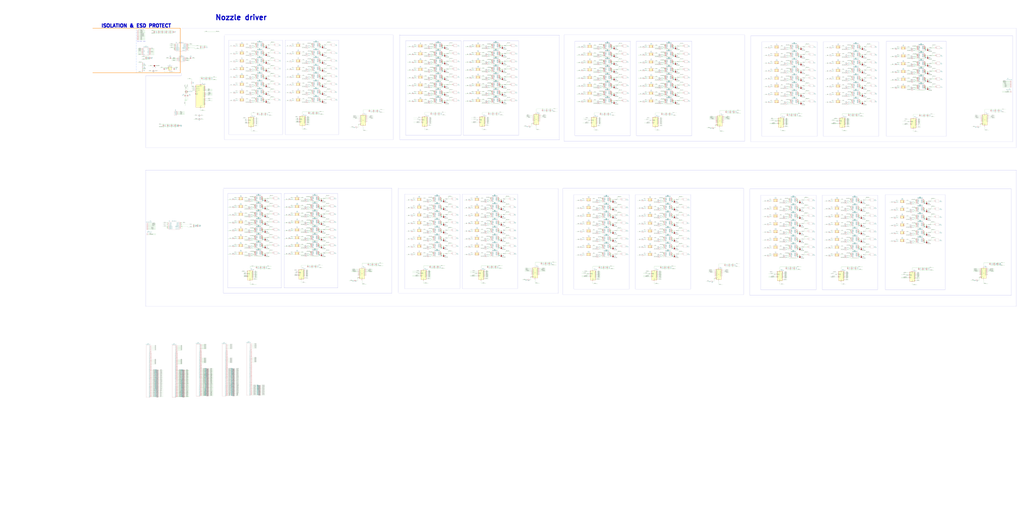
<source format=kicad_sch>
(kicad_sch (version 20230121) (generator eeschema)
  (paper "User" 3000.98 1500.99)
  (junction (at 1102.36 779.145))
  (junction (at 770.255 648.335))
  (junction (at 1792.945 138.43))
  (junction (at 1612.9 327.025))
  (junction (at 780.1726 178.435))
  (junction (at 1465.58 160.02))
  (junction (at 1462.405 744.22))
  (junction (at 928.37 335.28))
  (junction (at 2340.71 254.62))
  (junction (at 2708.91 588.01))
  (junction (at 913.13 241.935))
  (junction (at 745.49 272.415))
  (junction (at 1972.945 181.61))
  (junction (at 1947.545 247.65))
  (junction (at 513.2497 364.49))
  (junction (at 910.59 180.975))
  (junction (at 1462.405 584.2))
  (junction (at 776.9976 673.735))
  (junction (at 2492.135 721.98))
  (junction (at 2309.595 727.06))
  (junction (at 770.255 602.615))
  (junction (at 1440.18 129.54))
  (junction (at 2315.31 272.4))
  (junction (at 1462.405 650.24))
  (junction (at 744.855 671.195))
  (junction (at 1434.465 701.04))
  (junction (at 2495.31 180.96))
  (junction (at 1275.715 329.565))
  (junction (at 2492.135 650.86))
  (junction (at 1789.77 676.91))
  (junction (at 774.7 788.035))
  (junction (at 1789.77 651.51))
  (junction (at 2684.145 189.23))
  (junction (at 910.59 249.555))
  (junction (at 2337.535 744.84))
  (junction (at 938.53 244.475))
  (junction (at 1437.64 251.46))
  (junction (at 1767.545 179.07))
  (junction (at 1465.58 292.1))
  (junction (at 2517.535 678.8))
  (junction (at 910.59 226.695))
  (junction (at 2686.685 207.01))
  (junction (at 1465.58 137.16))
  (junction (at 2712.085 229.87))
  (junction (at 1792.945 201.93))
  (junction (at 2492.135 673.72))
  (junction (at 1094.74 329.565))
  (junction (at 2312.77 231.76))
  (junction (at 2312.135 696.58))
  (junction (at 1465.58 248.92))
  (junction (at 748.03 287.655))
  (junction (at 907.415 699.135))
  (junction (at 2517.535 676.26))
  (junction (at 2492.135 696.58))
  (junction (at 773.43 267.335))
  (junction (at 1434.465 586.74))
  (junction (at 1465.58 251.46))
  (junction (at 767.08 338.455))
  (junction (at 1969.77 674.37))
  (junction (at 490.22 668.02))
  (junction (at 2524.2776 724.52))
  (junction (at 770.255 607.695))
  (junction (at 1268.73 274.32))
  (junction (at 2527.4526 297.8))
  (junction (at 907.415 653.415))
  (junction (at 510.54 142.24))
  (junction (at 1764.37 742.95))
  (junction (at 1268.095 650.24))
  (junction (at 2712.085 186.69))
  (junction (at 1792.945 156.21))
  (junction (at 2520.71 208.9))
  (junction (at 2680.97 638.81))
  (junction (at 909.955 622.935))
  (junction (at 742.315 744.855))
  (junction (at 2337.535 633.08))
  (junction (at 614.68 233.68))
  (junction (at 935.355 582.295))
  (junction (at 1268.73 205.74))
  (junction (at 1469.1476 721.36))
  (junction (at 510.54 134.62))
  (junction (at 780.1726 224.155))
  (junction (at 742.315 676.275))
  (junction (at 1462.405 586.74))
  (junction (at 1437.64 160.02))
  (junction (at 1303.4126 203.2))
  (junction (at 2686.685 204.47))
  (junction (at 2524.2776 747.38))
  (junction (at 1440.18 289.56))
  (junction (at 2312.135 630.54))
  (junction (at 1440.18 154.94))
  (junction (at 1465.58 246.38))
  (junction (at 773.43 290.195))
  (junction (at 913.13 264.795))
  (junction (at 2708.91 613.41))
  (junction (at 1462.405 721.36))
  (junction (at 2340.71 158.1))
  (junction (at 1082.675 321.945))
  (junction (at 2337.535 749.92))
  (junction (at 1789.77 585.47))
  (junction (at 938.53 158.115))
  (junction (at 1976.5126 745.49))
  (junction (at 1465.58 177.8))
  (junction (at 1465.58 297.18))
  (junction (at 1462.405 741.68))
  (junction (at 1293.495 701.04))
  (junction (at 599.6806 134.62))
  (junction (at 1300.2376 721.36))
  (junction (at 2683.51 633.73))
  (junction (at 1789.77 674.37))
  (junction (at 2715.6526 659.13))
  (junction (at 1789.77 742.95))
  (junction (at 1972.945 179.07))
  (junction (at 1969.77 582.93))
  (junction (at 1268.73 137.16))
  (junction (at 2340.71 295.26))
  (junction (at 2524.2776 610.22))
  (junction (at 745.49 135.255))
  (junction (at 490.22 652.78))
  (junction (at 1767.545 290.83))
  (junction (at 1444.625 329.565))
  (junction (at 1792.945 293.37))
  (junction (at 1472.3226 203.2))
  (junction (at 1455.42 337.185))
  (junction (at 1271.27 266.7))
  (junction (at 2495.31 135.24))
  (junction (at 2136.775 773.43))
  (junction (at 2495.31 292.72))
  (junction (at 1951.99 338.455))
  (junction (at 567.9306 665.48))
  (junction (at 2337.535 655.94))
  (junction (at 2680.97 661.67))
  (junction (at 2684.145 143.51))
  (junction (at 1771.99 338.455))
  (junction (at 748.03 219.075))
  (junction (at 530.86 662.94))
  (junction (at 1792.945 158.75))
  (junction (at 1268.095 624.84))
  (junction (at 1792.945 298.45))
  (junction (at 1761.83 679.45))
  (junction (at 475.615 90.17))
  (junction (at 2315.31 132.7))
  (junction (at 744.855 694.055))
  (junction (at 909.955 579.755))
  (junction (at 465.455 97.79))
  (junction (at 2704.86 784.21))
  (junction (at 1094.74 321.945))
  (junction (at 465.455 90.17))
  (junction (at 1972.945 252.73))
  (junction (at 910.59 272.415))
  (junction (at 513.2497 372.11))
  (junction (at 770.255 742.315))
  (junction (at 907.415 744.855))
  (junction (at 945.2726 178.435))
  (junction (at 2517.535 747.38))
  (junction (at 1972.945 293.37))
  (junction (at 1296.67 297.18))
  (junction (at 2139.95 323.85))
  (junction (at 417.83 191.77))
  (junction (at 1976.5126 631.19))
  (junction (at 1764.37 582.93))
  (junction (at 1944.37 582.93))
  (junction (at 1437.64 297.18))
  (junction (at 2492.77 254.62))
  (junction (at 427.99 166.37))
  (junction (at 1972.945 158.75))
  (junction (at 1947.545 267.97))
  (junction (at 490.22 662.94))
  (junction (at 1765.005 275.59))
  (junction (at 1941.83 610.87))
  (junction (at 742.315 653.415))
  (junction (at 770.255 721.995))
  (junction (at 2715.655 784.21))
  (junction (at 942.0976 719.455))
  (junction (at 1947.545 179.07))
  (junction (at 603.885 233.68))
  (junction (at 1764.37 580.39))
  (junction (at 770.255 694.055))
  (junction (at 2708.91 590.55))
  (junction (at 935.355 719.455))
  (junction (at 1283.335 786.765))
  (junction (at 2484.515 782.305))
  (junction (at 1789.77 697.23))
  (junction (at 1051.56 365.125))
  (junction (at 1598.93 776.605))
  (junction (at 2337.535 681.34))
  (junction (at 1437.005 673.1))
  (junction (at 913.13 153.035))
  (junction (at 1440.18 177.8))
  (junction (at 1944.37 720.09))
  (junction (at 1271.27 200.66))
  (junction (at 1469.1476 744.22))
  (junction (at 1048.385 814.705))
  (junction (at 742.315 584.835))
  (junction (at 1792.945 229.87))
  (junction (at 1465.58 203.2))
  (junction (at 1979.6876 204.47))
  (junction (at 1296.67 177.8))
  (junction (at 748.03 241.935))
  (junction (at 1944.37 742.95))
  (junction (at 1558.925 362.585))
  (junction (at 1462.405 627.38))
  (junction (at 744.855 622.935))
  (junction (at 2507.375 789.925))
  (junction (at 1440.18 246.38))
  (junction (at 2337.535 610.22))
  (junction (at 2524.2776 587.36))
  (junction (at 938.53 267.335))
  (junction (at 2327.375 789.925))
  (junction (at 2093.595 816.61))
  (junction (at 2680.97 615.95))
  (junction (at 2517.535 655.94))
  (junction (at 1268.73 160.02))
  (junction (at 1944.37 628.65))
  (junction (at 1602.105 319.405))
  (junction (at 1465.58 294.64))
  (junction (at 1296.67 182.88))
  (junction (at 1765.005 184.15))
  (junction (at 1272.54 779.145))
  (junction (at 780.1726 155.575))
  (junction (at 2495.31 247))
  (junction (at 913.13 244.475))
  (junction (at 1979.6876 250.19))
  (junction (at 510.54 198.12))
  (junction (at 1091.565 779.145))
  (junction (at 2340.71 137.78))
  (junction (at 1296.67 223.52))
  (junction (at 1799.6876 181.61))
  (junction (at 909.955 577.215))
  (junction (at 2492.77 208.9))
  (junction (at 2507.375 782.305))
  (junction (at 773.43 175.895))
  (junction (at 2517.535 744.84))
  (junction (at 2315.31 292.72))
  (junction (at 907.415 721.995))
  (junction (at 2708.91 659.13))
  (junction (at 910.59 158.115))
  (junction (at 1268.095 718.82))
  (junction (at 2913.38 777.875))
  (junction (at 1296.67 228.6))
  (junction (at 2330.55 340.345))
  (junction (at 945.2726 247.015))
  (junction (at 1796.5126 676.91))
  (junction (at 2517.535 587.36))
  (junction (at 1948.815 788.035))
  (junction (at 780.1726 247.015))
  (junction (at 1300.2376 744.22))
  (junction (at 2312.77 277.48))
  (junction (at 2337.535 747.38))
  (junction (at 1271.27 154.94))
  (junction (at 1437.005 650.24))
  (junction (at 2686.685 181.61))
  (junction (at 2136.775 781.05))
  (junction (at 2520.71 254.62))
  (junction (at 1437.005 627.38))
  (junction (at 2340.71 186.04))
  (junction (at 1767.545 133.35))
  (junction (at 1789.77 610.87))
  (junction (at 913.13 198.755))
  (junction (at 2344.2776 655.94))
  (junction (at 2924.175 770.255))
  (junction (at 1296.67 160.02))
  (junction (at 1969.77 610.87))
  (junction (at 1296.67 246.38))
  (junction (at 2520.71 274.94))
  (junction (at 1441.45 779.145))
  (junction (at 770.255 744.855))
  (junction (at 2520.71 297.8))
  (junction (at 1303.4126 134.62))
  (junction (at 1296.67 134.62))
  (junction (at 1265.555 586.74))
  (junction (at 2680.97 593.09))
  (junction (at 588.2506 134.62))
  (junction (at 1756.75 780.415))
  (junction (at 2517.535 630.54))
  (junction (at 1969.77 654.05))
  (junction (at 1102.36 771.525))
  (junction (at 2340.71 274.94))
  (junction (at 2715.6526 590.55))
  (junction (at 2686.685 227.33))
  (junction (at 1796.5126 745.49))
  (junction (at 1268.095 579.12))
  (junction (at 774.7 780.415))
  (junction (at 2520.71 295.26))
  (junction (at 1972.945 295.91))
  (junction (at 744.855 714.375))
  (junction (at 2340.71 226.68))
  (junction (at 1437.005 741.68))
  (junction (at 2527.4526 252.08))
  (junction (at 744.855 600.075))
  (junction (at 2718.8276 232.41))
  (junction (at 1303.4126 271.78))
  (junction (at 2499.755 340.345))
  (junction (at 2344.2776 587.36))
  (junction (at 748.03 221.615))
  (junction (at 510.54 144.78))
  (junction (at 909.955 714.375))
  (junction (at 2683.51 585.47))
  (junction (at 1796.5126 699.77))
  (junction (at 2492.135 628))
  (junction (at 530.86 652.78))
  (junction (at 2683.51 702.31))
  (junction (at 1268.095 741.68))
  (junction (at 2708.91 679.45))
  (junction (at 913.13 127.635))
  (junction (at 1462.405 629.92))
  (junction (at 907.415 630.555))
  (junction (at 935.355 694.055))
  (junction (at 2510.55 340.345))
  (junction (at 938.53 269.875))
  (junction (at 2520.71 206.36))
  (junction (at 1959.61 788.035))
  (junction (at 770.255 650.875))
  (junction (at 2492.77 186.04))
  (junction (at 2344.2776 701.66))
  (junction (at 2708.91 681.99))
  (junction (at 1462.405 632.46))
  (junction (at 2347.4526 252.08))
  (junction (at 2510.55 332.725))
  (junction (at 773.43 249.555))
  (junction (at 603.885 226.06))
  (junction (at 935.355 628.015))
  (junction (at 1979.6876 227.33))
  (junction (at 1275.715 337.185))
  (junction (at 2315.31 203.82))
  (junction (at 1799.6876 273.05))
  (junction (at 1969.77 676.91))
  (junction (at 1293.495 673.1))
  (junction (at 2916.555 328.295))
  (junction (at 1296.67 226.06))
  (junction (at 1303.4126 248.92))
  (junction (at 1972.945 138.43))
  (junction (at 1268.73 251.46))
  (junction (at 1434.465 632.46))
  (junction (at 498.475 90.17))
  (junction (at 2312.135 673.72))
  (junction (at 1972.945 250.19))
  (junction (at 2527.4526 160.64))
  (junction (at 1976.5126 722.63))
  (junction (at 2315.31 155.56))
  (junction (at 742.315 721.995))
  (junction (at 2492.135 744.84))
  (junction (at 2718.83 342.25))
  (junction (at 935.355 602.615))
  (junction (at 1976.5126 676.91))
  (junction (at 2686.685 158.75))
  (junction (at 935.355 699.135))
  (junction (at 2499.755 332.725))
  (junction (at 744.855 668.655))
  (junction (at 1429.385 779.145))
  (junction (at 1764.37 628.65))
  (junction (at 755.015 330.835))
  (junction (at 1944.37 674.37))
  (junction (at 1602.105 327.025))
  (junction (at 2686.685 161.29))
  (junction (at 2492.135 676.26))
  (junction (at 1972.945 227.33))
  (junction (at 1472.3226 248.92))
  (junction (at 2712.085 257.81))
  (junction (at 2527.4526 229.22))
  (junction (at 2312.135 628))
  (junction (at 1293.495 741.68))
  (junction (at 2708.91 593.09))
  (junction (at 1969.77 720.09))
  (junction (at 1293.495 627.38))
  (junction (at 542.29 293.3009))
  (junction (at 1300.2376 675.64))
  (junction (at 2309.595 704.2))
  (junction (at 1972.945 156.21))
  (junction (at 1789.77 628.65))
  (junction (at 2683.51 679.45))
  (junction (at 1271.27 246.38))
  (junction (at 1296.67 200.66))
  (junction (at 1296.67 251.46))
  (junction (at 1941.83 588.01))
  (junction (at 1268.73 228.6))
  (junction (at 913.13 290.195))
  (junction (at 2489.595 681.34))
  (junction (at 1283.335 779.145))
  (junction (at 773.43 226.695))
  (junction (at 1941.83 679.45))
  (junction (at 1792.945 135.89))
  (junction (at 744.855 577.215))
  (junction (at 935.355 625.475))
  (junction (at 2517.535 658.48))
  (junction (at 2517.535 681.34))
  (junction (at 1765.005 138.43))
  (junction (at 2924.175 777.875))
  (junction (at 2340.71 206.36))
  (junction (at 2683.51 610.87))
  (junction (at 2312.135 605.14))
  (junction (at 2492.135 742.3))
  (junction (at 1462.405 652.78))
  (junction (at 938.53 130.175))
  (junction (at 1945.005 252.73))
  (junction (at 744.855 691.515))
  (junction (at 913.13 173.355))
  (junction (at 748.03 153.035))
  (junction (at 2340.71 160.64))
  (junction (at 776.9976 696.595))
  (junction (at 1962.785 330.835))
  (junction (at 1079.5 771.525))
  (junction (at 1265.555 678.18))
  (junction (at 2527.4526 137.78))
  (junction (at 773.43 132.715))
  (junction (at 773.43 158.115))
  (junction (at 935.355 579.755))
  (junction (at 2708.91 638.81))
  (junction (at 1472.3226 134.62))
  (junction (at 1944.37 717.55))
  (junction (at 2337.535 704.2))
  (junction (at 1303.4126 157.48))
  (junction (at 1271.27 132.08))
  (junction (at 1941.83 725.17))
  (junction (at 1271.27 289.56))
  (junction (at 1293.495 632.46))
  (junction (at 913.13 221.615))
  (junction (at 2315.31 158.1))
  (junction (at 770.255 605.155))
  (junction (at 909.955 668.655))
  (junction (at 1799.6876 227.33))
  (junction (at 2712.085 138.43))
  (junction (at 1767.545 201.93))
  (junction (at 1293.495 652.78))
  (junction (at 1271.27 129.54))
  (junction (at 510.54 129.54))
  (junction (at 748.03 264.795))
  (junction (at 745.49 295.275))
  (junction (at 1764.37 651.51))
  (junction (at 502.6449 364.49))
  (junction (at 1972.945 298.45))
  (junction (at 1799.6876 204.47))
  (junction (at 2683.51 656.59))
  (junction (at 2715.6526 681.99))
  (junction (at 2344.2776 747.38))
  (junction (at 2347.4526 160.64))
  (junction (at 1437.64 137.16))
  (junction (at 1296.67 269.24))
  (junction (at 2315.31 224.14))
  (junction (at 1440.18 220.98))
  (junction (at 1764.37 626.11))
  (junction (at 1296.67 157.48))
  (junction (at 2708.91 707.39))
  (junction (at 2340.71 297.8))
  (junction (at 770.255 579.755))
  (junction (at 2312.135 699.12))
  (junction (at 1945.005 138.43))
  (junction (at 2686.685 229.87))
  (junction (at 1941.83 702.31))
  (junction (at 1462.405 673.1))
  (junction (at 742.315 630.555))
  (junction (at 1598.93 768.985))
  (junction (at 1789.77 745.49))
  (junction (at 1432.56 329.565))
  (junction (at 938.53 247.015))
  (junction (at 2344.2776 610.22))
  (junction (at 2312.77 186.04))
  (junction (at 945.2726 155.575))
  (junction (at 1465.58 182.88))
  (junction (at 1789.77 633.73))
  (junction (at 417.83 201.93))
  (junction (at 1969.77 702.31))
  (junction (at 1260.475 779.145))
  (junction (at 2489.595 749.92))
  (junction (at 2517.535 653.4))
  (junction (at 1792.945 273.05))
  (junction (at 1768.815 780.415))
  (junction (at 2489.595 589.9))
  (junction (at 2340.71 300.34))
  (junction (at 938.53 292.735))
  (junction (at 2520.71 186.04))
  (junction (at 938.53 295.275))
  (junction (at 2316.58 782.305))
  (junction (at 2312.135 719.44))
  (junction (at 909.955 737.235))
  (junction (at 2312.135 744.84))
  (junction (at 913.13 150.495))
  (junction (at 1792.945 133.35))
  (junction (at 2489.595 727.06))
  (junction (at 1440.18 269.24))
  (junction (at 1792.945 224.79))
  (junction (at 1268.73 182.88))
  (junction (at 1792.945 295.91))
  (junction (at 1271.27 152.4))
  (junction (at 2712.085 255.27))
  (junction (at 2684.145 212.09))
  (junction (at 770.255 696.595))
  (junction (at 773.43 221.615))
  (junction (at 1789.77 608.33))
  (junction (at 1761.83 588.01))
  (junction (at 2147.57 773.43))
  (junction (at 2344.2776 633.08))
  (junction (at 1465.58 180.34))
  (junction (at 913.13 287.655))
  (junction (at 910.59 295.275))
  (junction (at 1462.405 655.32))
  (junction (at 773.43 224.155))
  (junction (at 1434.465 678.18))
  (junction (at 2520.71 135.24))
  (junction (at 2520.71 226.68))
  (junction (at 1296.67 294.64))
  (junction (at 452.12 90.17))
  (junction (at 1972.945 161.29))
  (junction (at 1296.67 203.2))
  (junction (at 1296.67 132.08))
  (junction (at 770.255 673.735))
  (junction (at 938.53 198.755))
  (junction (at 2524.2776 655.94))
  (junction (at 907.415 607.695))
  (junction (at 2684.145 257.81))
  (junction (at 1265.555 609.6))
  (junction (at 2683.51 654.05))
  (junction (at 2496.58 782.305))
  (junction (at 2495.31 178.42))
  (junction (at 917.575 335.28))
  (junction (at 1293.495 723.9))
  (junction (at 1782.785 330.835))
  (junction (at 1789.77 588.01))
  (junction (at 1271.27 243.84))
  (junction (at 938.53 249.555))
  (junction (at 938.53 175.895))
  (junction (at 2312.77 163.18))
  (junction (at 1612.9 319.405))
  (junction (at 776.9976 650.875))
  (junction (at 2316.58 789.925))
  (junction (at 2718.83 334.63))
  (junction (at 1437.64 274.32))
  (junction (at 2487.69 332.725))
  (junction (at 1767.545 156.21))
  (junction (at 913.13 219.075))
  (junction (at 1472.3226 226.06))
  (junction (at 935.355 650.875))
  (junction (at 748.03 244.475))
  (junction (at 2718.8276 209.55))
  (junction (at 1268.095 627.38))
  (junction (at 2312.135 584.82))
  (junction (at 1296.67 154.94))
  (junction (at 770.255 739.775))
  (junction (at 1293.495 721.36))
  (junction (at 1441.45 786.765))
  (junction (at 2680.97 684.53))
  (junction (at 1440.18 292.1))
  (junction (at 2527.4526 274.94))
  (junction (at 1936.75 780.415))
  (junction (at 1469.1476 675.64))
  (junction (at 1293.495 744.22))
  (junction (at 744.855 648.335))
  (junction (at 2680.97 707.39))
  (junction (at 2309.595 749.92))
  (junction (at 770.255 582.295))
  (junction (at 945.2726 224.155))
  (junction (at 2330.55 332.725))
  (junction (at 1976.5126 654.05))
  (junction (at 1764.37 671.83))
  (junction (at 2492.77 300.34))
  (junction (at 1293.495 604.52))
  (junction (at 1462.405 607.06))
  (junction (at 2520.71 300.34))
  (junction (at 1293.495 675.64))
  (junction (at 744.855 716.915))
  (junction (at 938.53 153.035))
  (junction (at 2712.085 212.09))
  (junction (at 1947.545 130.81))
  (junction (at 2096.77 367.03))
  (junction (at 2340.71 183.5))
  (junction (at 1972.945 133.35))
  (junction (at 935.355 676.275))
  (junction (at 2309.595 589.9))
  (junction (at 935.355 648.335))
  (junction (at 2312.135 676.26))
  (junction (at 2517.535 749.92))
  (junction (at 1789.77 699.77))
  (junction (at 2492.135 630.54))
  (junction (at 2312.135 742.3))
  (junction (at 487.045 97.79))
  (junction (at 1765.005 161.29))
  (junction (at 1286.51 329.565))
  (junction (at 1440.18 243.84))
  (junction (at 1465.58 132.08))
  (junction (at 1465.58 223.52))
  (junction (at 2492.77 231.76))
  (junction (at 2309.595 612.76))
  (junction (at 591.82 226.06))
  (junction (at 745.49 249.555))
  (junction (at 2683.51 631.19))
  (junction (at 914.4 784.86))
  (junction (at 2315.31 249.54))
  (junction (at 1462.405 609.6))
  (junction (at 773.43 292.735))
  (junction (at 1303.4126 226.06))
  (junction (at 1789.77 725.17))
  (junction (at 2520.71 160.64))
  (junction (at 1293.495 655.32))
  (junction (at 773.43 180.975))
  (junction (at 907.415 676.275))
  (junction (at 1437.005 693.42))
  (junction (at 1437.005 579.12))
  (junction (at 1944.37 740.41))
  (junction (at 1472.3226 157.48))
  (junction (at 773.43 198.755))
  (junction (at 935.355 739.775))
  (junction (at 2904.49 320.675))
  (junction (at 1465.58 205.74))
  (junction (at 1767.545 199.39))
  (junction (at 780.1726 132.715))
  (junction (at 2712.085 252.73))
  (junction (at 2337.535 724.52))
  (junction (at 770.255 676.275))
  (junction (at 1469.1476 652.78))
  (junction (at 935.355 673.735))
  (junction (at 491.49 372.11))
  (junction (at 2337.535 699.12))
  (junction (at 935.355 744.855))
  (junction (at 2520.71 229.22))
  (junction (at 1469.1476 584.2))
  (junction (at 777.875 330.835))
  (junction (at 2684.145 234.95))
  (junction (at 2492.135 719.44))
  (junction (at 1440.18 198.12))
  (junction (at 1472.3226 180.34))
  (junction (at 945.2726 201.295))
  (junction (at 1972.945 275.59))
  (junction (at 1265.555 746.76))
  (junction (at 2495.31 158.1))
  (junction (at 938.53 132.715))
  (junction (at 2517.535 727.06))
  (junction (at 1944.37 626.11))
  (junction (at 1293.495 650.24))
  (junction (at 913.13 130.175))
  (junction (at 2686.685 138.43))
  (junction (at 905.51 327.66))
  (junction (at 2517.535 704.2))
  (junction (at 1437.005 670.56))
  (junction (at 2312.135 721.98))
  (junction (at 1271.27 292.1))
  (junction (at 938.53 180.975))
  (junction (at 773.43 269.875))
  (junction (at 1300.2376 629.92))
  (junction (at 942.0976 742.315))
  (junction (at 551.18 139.7))
  (junction (at 744.855 737.235))
  (junction (at 1462.405 604.52))
  (junction (at 1944.37 694.69))
  (junction (at 1947.545 290.83))
  (junction (at 1268.095 601.98))
  (junction (at 1792.945 207.01))
  (junction (at 2517.535 721.98))
  (junction (at 1465.58 271.78))
  (junction (at 2309.595 635.62))
  (junction (at 1765.005 252.73))
  (junction (at 2520.71 277.48))
  (junction (at 2495.31 295.26))
  (junction (at 909.955 645.795))
  (junction (at 1789.77 720.09))
  (junction (at 773.43 201.295))
  (junction (at 1764.37 694.69))
  (junction (at 942.0976 628.015))
  (junction (at 1789.77 582.93))
  (junction (at 2527.4526 206.36))
  (junction (at 549.91 269.24))
  (junction (at 1796.5126 631.19))
  (junction (at 2492.135 607.68))
  (junction (at 2340.71 249.54))
  (junction (at 1091.565 771.525))
  (junction (at 510.54 139.7))
  (junction (at 2708.91 661.67))
  (junction (at 1947.545 156.21))
  (junction (at 2520.71 180.96))
  (junction (at 748.03 290.195))
  (junction (at 475.615 97.79))
  (junction (at 1300.2376 607.06))
  (junction (at 2337.535 658.48))
  (junction (at 1764.37 720.09))
  (junction (at 1286.51 337.185))
  (junction (at 2495.31 201.28))
  (junction (at 1434.465 723.9))
  (junction (at 935.355 742.315))
  (junction (at 1972.945 270.51))
  (junction (at 938.53 203.835))
  (junction (at 1465.58 134.62))
  (junction (at 1951.99 330.835))
  (junction (at 2715.6526 704.85))
  (junction (at 2715.6526 613.41))
  (junction (at 1764.37 603.25))
  (junction (at 1465.58 200.66))
  (junction (at 1767.545 270.51))
  (junction (at 2708.035 342.25))
  (junction (at 780.1726 201.295))
  (junction (at 2686.685 252.73))
  (junction (at 2492.135 605.14))
  (junction (at 945.2726 132.715))
  (junction (at 2686.685 184.15))
  (junction (at 2496.58 789.925))
  (junction (at 1268.095 670.56))
  (junction (at 2708.91 636.27))
  (junction (at 497.84 210.82))
  (junction (at 1271.27 220.98))
  (junction (at 2340.71 140.32))
  (junction (at 1944.37 671.83))
  (junction (at 1462.405 698.5))
  (junction (at 2686.685 135.89))
  (junction (at 2495.31 226.68))
  (junction (at 1462.405 581.66))
  (junction (at 1272.54 786.765))
  (junction (at 2337.535 607.68))
  (junction (at 776.9976 628.015))
  (junction (at 2527.4526 183.5))
  (junction (at 1944.37 603.25))
  (junction (at 1969.77 679.45))
  (junction (at 2517.535 635.62))
  (junction (at 1590.04 319.405))
  (junction (at 2312.77 140.32))
  (junction (at 2901.315 770.255))
  (junction (at 914.4 777.24))
  (junction (at 1293.495 609.6))
  (junction (at 2708.91 615.95))
  (junction (at 942.0976 605.155))
  (junction (at 1969.77 725.17))
  (junction (at 2492.77 277.48))
  (junction (at 1799.6876 250.19))
  (junction (at 1796.5126 585.47))
  (junction (at 1293.495 718.82))
  (junction (at 1969.77 585.47))
  (junction (at 1268.095 693.42))
  (junction (at 2337.535 587.36))
  (junction (at 902.335 777.24))
  (junction (at 2870.2 813.435))
  (junction (at 767.08 330.835))
  (junction (at 745.49 203.835))
  (junction (at 2718.8276 140.97))
  (junction (at 938.53 290.195))
  (junction (at 2708.91 684.53))
  (junction (at 1945.005 161.29))
  (junction (at 2495.31 203.82))
  (junction (at 2337.535 721.98))
  (junction (at 935.355 696.595))
  (junction (at 1296.67 274.32))
  (junction (at 1979.6876 181.61))
  (junction (at 2337.535 727.06))
  (junction (at 1586.865 768.985))
  (junction (at 917.575 327.66))
  (junction (at 2517.535 633.08))
  (junction (at 2337.535 630.54))
  (junction (at 530.86 657.86))
  (junction (at 938.53 221.615))
  (junction (at 2312.77 254.62))
  (junction (at 938.53 135.255))
  (junction (at 2315.31 269.86))
  (junction (at 1609.725 776.605))
  (junction (at 2347.4526 183.5))
  (junction (at 942.0976 582.295))
  (junction (at 1765.005 298.45))
  (junction (at 490.22 657.86))
  (junction (at 1972.945 273.05))
  (junction (at 1462.405 723.9))
  (junction (at 2708.91 610.87))
  (junction (at 1434.465 609.6))
  (junction (at 910.59 203.835))
  (junction (at 744.855 645.795))
  (junction (at 1792.945 250.19))
  (junction (at 478.9657 372.11))
  (junction (at 1972.945 207.01))
  (junction (at 2492.135 584.82))
  (junction (at 2524.2776 701.66))
  (junction (at 945.2726 292.735))
  (junction (at 1452.245 786.765))
  (junction (at 1979.6876 273.05))
  (junction (at 1440.18 152.4))
  (junction (at 1761.83 725.17))
  (junction (at 1761.83 610.87))
  (junction (at 935.355 671.195))
  (junction (at 909.955 691.515))
  (junction (at 2520.71 140.32))
  (junction (at 1300.2376 698.5))
  (junction (at 909.955 600.075))
  (junction (at 938.53 155.575))
  (junction (at 2683.51 588.01))
  (junction (at 1434.465 746.76))
  (junction (at 1462.405 678.18))
  (junction (at 1941.83 748.03))
  (junction (at 2312.77 300.34))
  (junction (at 2520.71 137.78))
  (junction (at 1465.58 228.6))
  (junction (at 2683.51 699.77))
  (junction (at 553.72 139.7))
  (junction (at 1789.77 631.19))
  (junction (at 748.03 196.215))
  (junction (at 588.2506 142.24))
  (junction (at 2712.085 166.37))
  (junction (at 1789.77 748.03))
  (junction (at 1271.27 269.24))
  (junction (at 567.9306 657.86))
  (junction (at 1969.77 588.01))
  (junction (at 1945.005 275.59))
  (junction (at 2347.4526 206.36))
  (junction (at 2686.685 250.19))
  (junction (at 2524.2776 633.08))
  (junction (at 2495.31 249.54))
  (junction (at 1792.945 161.29))
  (junction (at 1969.77 697.23))
  (junction (at 770.255 630.555))
  (junction (at 935.355 716.915))
  (junction (at 2517.535 699.12))
  (junction (at 1268.095 695.96))
  (junction (at 2712.085 143.51))
  (junction (at 1293.495 584.2))
  (junction (at 1293.495 678.18))
  (junction (at 2704.86 791.83))
  (junction (at 742.315 607.695))
  (junction (at 2520.71 158.1))
  (junction (at 2150.745 331.47))
  (junction (at 1976.5126 608.33))
  (junction (at 1969.77 651.51))
  (junction (at 2495.31 155.56))
  (junction (at 2489.595 635.62))
  (junction (at 1947.545 199.39))
  (junction (at 2520.71 249.54))
  (junction (at 2524.2776 678.8))
  (junction (at 1437.005 716.28))
  (junction (at 2520.71 163.18))
  (junction (at 546.3123 293.3009))
  (junction (at 1945.005 184.15))
  (junction (at 2715.655 791.83))
  (junction (at 2873.375 363.855))
  (junction (at 748.03 127.635))
  (junction (at 2517.535 610.22))
  (junction (at 1768.815 788.035))
  (junction (at 1767.545 247.65))
  (junction (at 2712.085 232.41))
  (junction (at 1969.77 628.65))
  (junction (at 1455.42 329.565))
  (junction (at 748.03 150.495))
  (junction (at 773.43 272.415))
  (junction (at 1944.37 605.79))
  (junction (at 2347.4526 137.78))
  (junction (at 2124.71 773.43))
  (junction (at 776.9976 742.315))
  (junction (at 773.43 178.435))
  (junction (at 1767.545 267.97))
  (junction (at 748.03 198.755))
  (junction (at 502.6449 372.11))
  (junction (at 776.9976 605.155))
  (junction (at 1947.545 293.37))
  (junction (at 938.53 226.695))
  (junction (at 2340.71 203.82))
  (junction (at 1972.945 247.65))
  (junction (at 2489.595 704.2))
  (junction (at 1437.005 739.14))
  (junction (at 1469.1476 698.5))
  (junction (at 2708.035 334.63))
  (junction (at 1969.77 608.33))
  (junction (at 770.255 625.475))
  (junction (at 1799.6876 295.91))
  (junction (at 748.03 267.335))
  (junction (at 2708.91 633.73))
  (junction (at 1976.5126 699.77))
  (junction (at 938.53 272.415))
  (junction (at 1472.3226 294.64))
  (junction (at 1945.005 207.01))
  (junction (at 776.9976 582.295))
  (junction (at 2712.085 189.23))
  (junction (at 1947.545 222.25))
  (junction (at 1941.83 656.59))
  (junction (at 1945.005 298.45))
  (junction (at 2344.2776 678.8))
  (junction (at 1759.925 330.835))
  (junction (at 2492.77 163.18))
  (junction (at 1300.2376 584.2))
  (junction (at 2913.38 770.255))
  (junction (at 1789.77 679.45))
  (junction (at 1789.77 656.59))
  (junction (at 1465.58 269.24))
  (junction (at 2492.135 653.4))
  (junction (at 909.955 648.335))
  (junction (at 1440.18 200.66))
  (junction (at 2683.51 676.91))
  (junction (at 2708.91 702.31))
  (junction (at 1293.495 607.06))
  (junction (at 2337.535 635.62))
  (junction (at 1789.77 605.79))
  (junction (at 1265.555 701.04))
  (junction (at 2337.535 701.66))
  (junction (at 773.43 295.275))
  (junction (at 1462.405 675.64))
  (junction (at 770.255 699.135))
  (junction (at 1767.545 293.37))
  (junction (at 1944.37 697.23))
  (junction (at 1979.6876 135.89))
  (junction (at 2327.375 782.305))
  (junction (at 1792.945 179.07))
  (junction (at 2683.51 608.33))
  (junction (at 2492.135 699.12))
  (junction (at 1437.64 205.74))
  (junction (at 1437.64 182.88))
  (junction (at 909.955 716.915))
  (junction (at 2718.8276 163.83))
  (junction (at 1969.77 605.79))
  (junction (at 1972.945 224.79))
  (junction (at 2495.31 224.14))
  (junction (at 913.13 175.895))
  (junction (at 2712.085 207.01))
  (junction (at 2712.085 234.95))
  (junction (at 1959.61 780.415))
  (junction (at 2495.31 272.4))
  (junction (at 938.53 201.295))
  (junction (at 1972.945 135.89))
  (junction (at 2718.8276 186.69))
  (junction (at 1764.37 605.79))
  (junction (at 490.22 665.48))
  (junction (at 2718.8276 255.27))
  (junction (at 2312.135 650.86))
  (junction (at 2712.085 184.15))
  (junction (at 2520.71 203.82))
  (junction (at 1437.005 581.66))
  (junction (at 1767.545 130.81))
  (junction (at 1972.945 204.47))
  (junction (at 1293.495 695.96))
  (junction (at 909.955 602.615))
  (junction (at 2495.31 269.86))
  (junction (at 1767.545 224.79))
  (junction (at 1462.405 718.82))
  (junction (at 745.49 158.115))
  (junction (at 2520.71 272.4))
  (junction (at 478.9657 364.49))
  (junction (at 1465.58 157.48))
  (junction (at 1764.37 740.41))
  (junction (at 909.955 625.475))
  (junction (at 773.43 247.015))
  (junction (at 909.955 694.055))
  (junction (at 1293.495 586.74))
  (junction (at 2315.31 180.96))
  (junction (at 1972.945 201.93))
  (junction (at 1789.77 722.63))
  (junction (at 2520.71 231.76))
  (junction (at 1293.495 581.66))
  (junction (at 1296.67 292.1))
  (junction (at 2315.31 201.28))
  (junction (at 1969.77 722.63))
  (junction (at 1263.65 329.565))
  (junction (at 2340.71 208.9))
  (junction (at 2692.795 784.21))
  (junction (at 1469.1476 607.06))
  (junction (at 763.905 780.415))
  (junction (at 2319.755 332.725))
  (junction (at 2495.31 132.7))
  (junction (at 2712.085 209.55))
  (junction (at 498.475 97.79))
  (junction (at 2309.595 658.48))
  (junction (at 1293.495 746.76))
  (junction (at 2307.69 332.725))
  (junction (at 773.43 203.835))
  (junction (at 1969.77 699.77))
  (junction (at 2340.71 272.4))
  (junction (at 2127.885 323.85))
  (junction (at 1947.545 224.79))
  (junction (at 1462.405 695.96))
  (junction (at 1469.1476 629.92))
  (junction (at 925.195 777.24))
  (junction (at 2309.595 681.34))
  (junction (at 1555.75 812.165))
  (junction (at 2337.535 676.26))
  (junction (at 2315.31 226.68))
  (junction (at 907.415 584.835))
  (junction (at 773.43 244.475))
  (junction (at 487.045 90.17))
  (junction (at 751.84 780.415))
  (junction (at 1465.58 274.32))
  (junction (at 1462.405 746.76))
  (junction (at 1437.64 228.6))
  (junction (at 1761.83 702.31))
  (junction (at 2312.135 653.4))
  (junction (at 2927.35 328.295))
  (junction (at 1434.465 655.32))
  (junction (at 1979.6876 295.91))
  (junction (at 2337.535 584.82))
  (junction (at 935.355 630.555))
  (junction (at 942.0976 673.735))
  (junction (at 928.37 327.66))
  (junction (at 2695.97 334.63))
  (junction (at 1969.77 631.19))
  (junction (at 1779.61 780.415))
  (junction (at 776.9976 719.455))
  (junction (at 1792.945 252.73))
  (junction (at 1472.3226 271.78))
  (junction (at 1792.945 204.47))
  (junction (at 1296.67 137.16))
  (junction (at 1947.545 176.53))
  (junction (at 1792.945 247.65))
  (junction (at 1944.37 648.97))
  (junction (at 1268.73 297.18))
  (junction (at 2492.135 582.28))
  (junction (at 1789.77 654.05))
  (junction (at 2340.71 252.08))
  (junction (at 1293.495 698.5))
  (junction (at 2340.71 229.22))
  (junction (at 1771.99 330.835))
  (junction (at 1947.545 245.11))
  (junction (at 1941.83 633.73))
  (junction (at 745.49 180.975))
  (junction (at 2517.535 612.76))
  (junction (at 770.255 584.835))
  (junction (at 1976.5126 585.47))
  (junction (at 1105.535 321.945))
  (junction (at 1265.555 632.46))
  (junction (at 1440.18 223.52))
  (junction (at 2337.535 653.4))
  (junction (at 2147.57 781.05))
  (junction (at 2312.77 208.9))
  (junction (at 2315.31 135.24))
  (junction (at 1444.625 337.185))
  (junction (at 935.355 584.835))
  (junction (at 770.255 671.195))
  (junction (at 2517.535 724.52))
  (junction (at 1792.945 275.59))
  (junction (at 2315.31 178.42))
  (junction (at 1303.4126 180.34))
  (junction (at 1764.37 697.23))
  (junction (at 1440.18 266.7))
  (junction (at 744.855 602.615))
  (junction (at 1609.725 768.985))
  (junction (at 1761.83 633.73))
  (junction (at 773.43 130.175))
  (junction (at 770.255 716.915))
  (junction (at 2312.135 607.68))
  (junction (at 2319.755 340.345))
  (junction (at 1296.67 205.74))
  (junction (at 551.18 134.62))
  (junction (at 745.49 226.695))
  (junction (at 945.2726 269.875))
  (junction (at 1462.405 701.04))
  (junction (at 748.03 175.895))
  (junction (at 533.4 662.94))
  (junction (at 1296.67 248.92))
  (junction (at 1296.67 271.78))
  (junction (at 1947.545 270.51))
  (junction (at 935.355 605.155))
  (junction (at 1271.27 177.8))
  (junction (at 2304.515 782.305))
  (junction (at 2520.71 183.5))
  (junction (at 1465.58 154.94))
  (junction (at 1792.945 227.33))
  (junction (at 1962.785 338.455))
  (junction (at 910.59 135.255))
  (junction (at 2344.2776 724.52))
  (junction (at 1799.6876 158.75))
  (junction (at 780.1726 292.735))
  (junction (at 1796.5126 722.63))
  (junction (at 1303.4126 294.64))
  (junction (at 2715.6526 636.27))
  (junction (at 1792.945 184.15))
  (junction (at 2708.91 704.85))
  (junction (at 1764.37 674.37))
  (junction (at 1440.18 175.26))
  (junction (at 2340.71 163.18))
  (junction (at 935.355 607.695))
  (junction (at 748.03 130.175))
  (junction (at 909.955 739.775))
  (junction (at 2347.4526 229.22))
  (junction (at 2712.085 140.97))
  (junction (at 2340.71 277.48))
  (junction (at 491.49 364.49))
  (junction (at 1972.945 229.87))
  (junction (at 2520.71 252.08))
  (junction (at 1465.58 226.06))
  (junction (at 1271.27 223.52))
  (junction (at 614.68 226.06))
  (junction (at 1268.095 581.66))
  (junction (at 1764.37 648.97))
  (junction (at 2684.145 166.37))
  (junction (at 1945.005 229.87))
  (junction (at 773.43 153.035))
  (junction (at 1972.945 184.15))
  (junction (at 2517.535 607.68))
  (junction (at 763.905 788.035))
  (junction (at 427.99 173.99))
  (junction (at 913.13 267.335))
  (junction (at 938.53 224.155))
  (junction (at 2337.535 678.8))
  (junction (at 2708.91 656.59))
  (junction (at 777.875 338.455))
  (junction (at 2517.535 701.66))
  (junction (at 1792.945 270.51))
  (junction (at 935.355 721.995))
  (junction (at 1944.37 651.51))
  (junction (at 770.255 653.415))
  (junction (at 1437.005 624.84))
  (junction (at 1969.77 748.03))
  (junction (at 2312.135 582.28))
  (junction (at 452.12 97.79))
  (junction (at 1268.095 739.14))
  (junction (at 2340.71 231.76))
  (junction (at 1105.535 329.565))
  (junction (at 925.195 784.86))
  (junction (at 909.955 671.195))
  (junction (at 1437.005 601.98))
  (junction (at 748.03 173.355))
  (junction (at 1939.925 330.835))
  (junction (at 2492.77 140.32))
  (junction (at 2489.595 612.76))
  (junction (at 1761.83 748.03))
  (junction (at 2347.4526 274.94))
  (junction (at 742.315 699.135))
  (junction (at 935.355 653.415))
  (junction (at 1268.095 716.28))
  (junction (at 773.43 135.255))
  (junction (at 1293.495 629.92))
  (junction (at 1792.945 181.61))
  (junction (at 1782.785 338.455))
  (junction (at 2139.95 331.47))
  (junction (at 579.3606 657.86))
  (junction (at 2517.535 584.82))
  (junction (at 744.855 739.775))
  (junction (at 1944.37 580.39))
  (junction (at 1761.83 656.59))
  (junction (at 1437.005 604.52))
  (junction (at 481.33 198.12))
  (junction (at 1765.005 207.01))
  (junction (at 1947.545 133.35))
  (junction (at 773.43 155.575))
  (junction (at 1767.545 245.11))
  (junction (at 1764.37 717.55))
  (junction (at 1437.005 647.7))
  (junction (at 1300.2376 652.78))
  (junction (at 2337.535 589.9))
  (junction (at 2347.4526 297.8))
  (junction (at 1767.545 222.25))
  (junction (at 2150.745 323.85))
  (junction (at 2315.31 247))
  (junction (at 2927.35 320.675))
  (junction (at 1296.67 180.34))
  (junction (at 770.255 719.455))
  (junction (at 1789.77 702.31))
  (junction (at 1452.245 779.145))
  (junction (at 1948.815 780.415))
  (junction (at 1796.5126 654.05))
  (junction (at 1947.545 153.67))
  (junction (at 2712.085 161.29))
  (junction (at 780.1726 269.875))
  (junction (at 1268.095 647.7))
  (junction (at 1265.555 655.32))
  (junction (at 1437.005 695.96))
  (junction (at 1765.005 229.87))
  (junction (at 744.855 579.755))
  (junction (at 2517.535 589.9))
  (junction (at 1271.27 175.26))
  (junction (at 942.0976 650.875))
  (junction (at 2315.31 295.26))
  (junction (at 1440.18 132.08))
  (junction (at 551.18 129.54))
  (junction (at 1437.005 718.82))
  (junction (at 1767.545 153.67))
  (junction (at 1979.6876 158.75))
  (junction (at 938.53 178.435))
  (junction (at 2340.71 180.96))
  (junction (at 1265.555 723.9))
  (junction (at 913.13 196.215))
  (junction (at 942.0976 696.595))
  (junction (at 2489.595 658.48))
  (junction (at 1969.77 742.95))
  (junction (at 2712.085 163.83))
  (junction (at 1767.545 176.53))
  (junction (at 1969.77 745.49))
  (junction (at 1796.5126 608.33))
  (junction (at 1947.545 201.93))
  (junction (at 1268.095 604.52))
  (junction (at 2916.555 320.675))
  (junction (at 1799.6876 135.89))
  (junction (at 2337.535 612.76))
  (junction (at 1779.61 788.035))
  (junction (at 1271.27 198.12))
  (junction (at 2340.71 135.24))
  (junction (at 1969.77 633.73))
  (junction (at 1969.77 656.59))
  (junction (at 744.855 625.475))
  (junction (at 486.41 198.12))
  (junction (at 542.29 269.24))
  (junction (at 770.255 628.015))
  (junction (at 1268.095 673.1))
  (wire (pts (xy 739.009 1139.8748) (xy 756.4842 1139.8748)))
  (wire (pts (xy 1377.315 807.085) (xy 1400.175 807.085)))
  (wire (pts (xy 1962.785 330.835) (xy 1983.74 330.835)))
  (wire (pts (xy 444.5 1117.6) (xy 457.4182 1117.6)))
  (wire (pts (xy 2096.77 364.49) (xy 2096.77 367.03)))
  (wire (pts (xy 530.86 655.32) (xy 530.86 652.78)))
  (wire (pts (xy 1430.02 279.4) (xy 1437.64 279.4)))
  (wire (pts (xy 2305.15 300.34) (xy 2312.77 300.34)))
  (wire (pts (xy 2708.91 681.99) (xy 2715.6526 681.99)))
  (wire (pts (xy 2882.9 770.255) (xy 2901.315 770.255)))
  (wire (pts (xy 1789.77 633.73) (xy 1789.77 631.19)))
  (wire (pts (xy 1584.325 344.805) (xy 1602.105 344.805)))
  (wire (pts (xy 2715.6526 704.85) (xy 2736.215 704.85)))
  (wire (pts (xy 1944.37 731.52) (xy 1969.77 731.52)))
  (wire (pts (xy 1969.77 631.19) (xy 1976.5126 631.19)))
  (wire (pts (xy 2462.925 594.98) (xy 2474.355 594.98)))
  (wire (pts (xy 2319.755 332.725) (xy 2330.55 332.725)))
  (wire (pts (xy 2344.2776 620.38) (xy 2356.585 620.38)))
  (wire (pts (xy 1751.035 348.615) (xy 1762.465 348.615)))
  (polyline (pts (xy 2412.76 122.54) (xy 2412.76 399.4)))
  (wire (pts (xy 1316.355 240.665) (xy 1316.355 246.38)))
  (wire (pts (xy 2337.535 655.94) (xy 2344.2776 655.94)))
  (wire (pts (xy 2280.385 658.48) (xy 2294.355 658.48)))
  (wire (pts (xy 455.93 657.225) (xy 434.34 657.225)))
  (wire (pts (xy 1945.005 257.81) (xy 1945.005 252.73)))
  (wire (pts (xy 520.7508 1132.7892) (xy 533.669 1132.7892)))
  (wire (pts (xy 2485.15 282.56) (xy 2492.77 282.56)))
  (wire (pts (xy 2684.145 240.03) (xy 2684.145 234.95)))
  (wire (pts (xy 742.95 803.275) (xy 754.38 803.275)))
  (wire (pts (xy 2524.2776 747.38) (xy 2544.84 747.38)))
  (wire (pts (xy 1976.5126 608.33) (xy 1997.075 608.33)))
  (wire (pts (xy 2280.385 727.06) (xy 2294.355 727.06)))
  (wire (pts (xy 2309.595 709.28) (xy 2309.595 704.2)))
  (wire (pts (xy 601.98 294.64) (xy 622.3 294.64)))
  (wire (pts (xy 1239.52 297.18) (xy 1253.49 297.18)))
  (wire (pts (xy 1934.21 593.09) (xy 1941.83 593.09)))
  (wire (pts (xy 667.635 1116.5068) (xy 680.5532 1116.5068)))
  (wire (pts (xy 1738.335 303.53) (xy 1749.765 303.53)))
  (wire (pts (xy 2312.135 678.8) (xy 2312.135 676.26)))
  (wire (pts (xy 1316.355 217.805) (xy 1316.355 223.52)))
  (wire (pts (xy 1323.975 269.24) (xy 1316.355 269.24)))
  (wire (pts (xy 2527.4526 216.52) (xy 2539.76 216.52)))
  (wire (pts (xy 2673.35 598.17) (xy 2680.97 598.17)))
  (wire (pts (xy 1759.925 338.455) (xy 1771.99 338.455)))
  (wire (pts (xy 1704.68 720.09) (xy 1717.38 720.09)))
  (wire (pts (xy 1707.855 133.35) (xy 1720.555 133.35)))
  (wire (pts (xy 1947.545 281.94) (xy 1972.945 281.94)))
  (wire (pts (xy 1915.16 753.11) (xy 1926.59 753.11)))
  (wire (pts (xy 730.885 577.215) (xy 744.855 577.215)))
  (wire (pts (xy 406.4 104.14) (xy 425.45 104.14)))
  (wire (pts (xy 1870.075 298.45) (xy 1882.775 298.45)))
  (wire (pts (xy 1969.77 699.77) (xy 1969.77 697.23)))
  (wire (pts (xy 965.835 290.195) (xy 958.215 290.195)))
  (wire (pts (xy 1934.21 707.39) (xy 1941.83 707.39)))
  (wire (pts (xy 746.125 363.855) (xy 757.555 363.855)))
  (wire (pts (xy 1462.405 632.46) (xy 1462.405 629.92)))
  (wire (pts (xy 1489.71 604.52) (xy 1482.09 604.52)))
  (wire (pts (xy 1489.71 627.38) (xy 1482.09 627.38)))
  (wire (pts (xy 1051.56 372.745) (xy 1047.75 372.745)))
  (wire (pts (xy 2708.91 633.73) (xy 2708.91 631.19)))
  (wire (pts (xy 907.415 635.635) (xy 907.415 630.555)))
  (wire (pts (xy 2481.975 704.2) (xy 2489.595 704.2)))
  (wire (pts (xy 742.315 584.835) (xy 744.855 584.835)))
  (wire (pts (xy 1423.035 624.84) (xy 1437.005 624.84)))
  (wire (pts (xy 2492.135 687.69) (xy 2517.535 687.69)))
  (wire (pts (xy 899.795 749.935) (xy 907.415 749.935)))
  (wire (pts (xy 2463.56 226.68) (xy 2476.26 226.68)))
  (wire (pts (xy 591.3842 1106.3976) (xy 604.3024 1106.3976)))
  (wire (pts (xy 909.955 582.295) (xy 909.955 579.755)))
  (wire (pts (xy 770.255 721.995) (xy 770.255 719.455)))
  (wire (pts (xy 1941.83 638.81) (xy 1941.83 633.73)))
  (wire (pts (xy 1951.99 338.455) (xy 1962.785 338.455)))
  (wire (pts (xy 688.34 290.195) (xy 701.04 290.195)))
  (wire (pts (xy 1979.6876 168.91) (xy 1991.995 168.91)))
  (wire (pts (xy 2364.84 744.84) (xy 2357.22 744.84)))
  (wire (pts (xy 878.205 579.755) (xy 890.905 579.755)))
  (wire (pts (xy 1413.51 329.565) (xy 1413.51 339.725)))
  (wire (pts (xy 2517.535 676.26) (xy 2517.535 673.72)))
  (wire (pts (xy 2340.71 160.64) (xy 2340.71 158.1)))
  (wire (pts (xy 1423.035 670.56) (xy 1437.005 670.56)))
  (wire (pts (xy 1469.1476 675.64) (xy 1489.71 675.64)))
  (wire (pts (xy 893.445 800.1) (xy 904.875 800.1)))
  (wire (pts (xy 1972.945 224.79) (xy 1972.945 222.25)))
  (wire (pts (xy 2337.535 589.9) (xy 2337.535 587.36)))
  (wire (pts (xy 1407.795 591.82) (xy 1419.225 591.82)))
  (wire (pts (xy 1380.49 269.24) (xy 1393.19 269.24)))
  (polyline (pts (xy 667.385 567.055) (xy 824.865 567.055)))
  (wire (pts (xy 1268.095 721.36) (xy 1268.095 718.82)))
  (wire (pts (xy 1489.71 581.66) (xy 1482.09 581.66)))
  (wire (pts (xy 1992.63 219.075) (xy 2005.965 219.075)))
  (wire (pts (xy 1485.265 240.665) (xy 1485.265 246.38)))
  (wire (pts (xy 938.53 178.435) (xy 945.2726 178.435)))
  (wire (pts (xy 1764.37 685.8) (xy 1789.77 685.8)))
  (wire (pts (xy 1469.1476 754.38) (xy 1481.455 754.38)))
  (wire (pts (xy 2657.475 194.31) (xy 2668.905 194.31)))
  (wire (pts (xy 2312.135 699.12) (xy 2312.135 696.58)))
  (wire (pts (xy 935.355 653.415) (xy 935.355 659.765)))
  (polyline (pts (xy 1520.19 119.38) (xy 1520.19 396.24)))
  (wire (pts (xy 1947.545 140.97) (xy 1947.545 144.78)))
  (wire (pts (xy 899.795 584.835) (xy 907.415 584.835)))
  (wire (pts (xy 1268.095 698.5) (xy 1268.095 695.96)))
  (wire (pts (xy 1707.855 179.07) (xy 1720.555 179.07)))
  (wire (pts (xy 744.855 659.765) (xy 770.255 659.765)))
  (wire (pts (xy 748.03 269.875) (xy 748.03 267.335)))
  (wire (pts (xy 2938.145 242.57) (xy 2959.735 242.57)))
  (wire (pts (xy 546.1 177.8) (xy 554.99 177.8)))
  (wire (pts (xy 902.97 158.115) (xy 910.59 158.115)))
  (wire (pts (xy 1462.405 721.36) (xy 1462.405 718.82)))
  (polyline (pts (xy 2024.38 570.23) (xy 2024.38 847.09)))
  (wire (pts (xy 899.795 744.855) (xy 907.415 744.855)))
  (wire (pts (xy 1320.8 581.66) (xy 1313.18 581.66)))
  (wire (pts (xy 914.4 784.86) (xy 925.195 784.86)))
  (wire (pts (xy 1767.545 273.05) (xy 1767.545 270.51)))
  (wire (pts (xy 965.835 198.755) (xy 958.215 198.755)))
  (wire (pts (xy 2265.145 589.9) (xy 2254.985 589.9)))
  (wire (pts (xy 2495.31 188.58) (xy 2495.31 192.39)))
  (wire (pts (xy 1915.795 138.43) (xy 1929.765 138.43)))
  (wire (pts (xy 881.38 272.415) (xy 895.35 272.415)))
  (wire (pts (xy 881.38 203.835) (xy 895.35 203.835)))
  (wire (pts (xy 1944.37 628.65) (xy 1944.37 626.11)))
  (wire (pts (xy 599.6806 142.24) (xy 588.2506 142.24)))
  (wire (pts (xy 1789.77 654.05) (xy 1796.5126 654.05)))
  (wire (pts (xy 718.82 254.635) (xy 730.25 254.635)))
  (wire (pts (xy 2360.395 198.105) (xy 2360.395 203.82)))
  (wire (pts (xy 1735.16 684.53) (xy 1746.59 684.53)))
  (wire (pts (xy 1792.945 295.91) (xy 1799.6876 295.91)))
  (wire (pts (xy 902.97 163.195) (xy 910.59 163.195)))
  (wire (pts (xy 718.82 186.055) (xy 730.25 186.055)))
  (wire (pts (xy 2537.22 670.545) (xy 2537.22 676.26)))
  (wire (pts (xy 2139.95 331.47) (xy 2150.745 331.47)))
  (wire (pts (xy 1704.68 651.51) (xy 1717.38 651.51)))
  (wire (pts (xy 1265.555 701.04) (xy 1268.095 701.04)))
  (wire (pts (xy 742.95 805.815) (xy 754.38 805.815)))
  (polyline (pts (xy 1520.19 396.24) (xy 1357.63 396.24)))
  (wire (pts (xy 942.0976 628.015) (xy 962.66 628.015)))
  (wire (pts (xy 2312.77 186.04) (xy 2315.31 186.04)))
  (wire (pts (xy 1377.315 650.24) (xy 1390.015 650.24)))
  (wire (pts (xy 561.34 264.16) (xy 571.5 264.16)))
  (wire (pts (xy 773.43 153.035) (xy 773.43 150.495)))
  (wire (pts (xy 1717.38 702.31) (xy 1707.22 702.31)))
  (wire (pts (xy 1437.005 680.72) (xy 1437.005 684.53)))
  (polyline (pts (xy 2229.585 572.12) (xy 2392.145 572.12)))
  (wire (pts (xy 1609.725 776.605) (xy 1630.68 776.605)))
  (wire (pts (xy 403.86 160.02) (xy 414.02 160.02)))
  (wire (pts (xy 2298.165 696.58) (xy 2312.135 696.58)))
  (wire (pts (xy 751.84 780.415) (xy 763.905 780.415)))
  (wire (pts (xy 465.0382 1087.12) (xy 477.9564 1087.12)))
  (wire (pts (xy 1257.935 723.9) (xy 1265.555 723.9)))
  (wire (pts (xy 611.9224 1093.6976) (xy 624.8406 1093.6976)))
  (wire (pts (xy 1462.405 629.92) (xy 1469.1476 629.92)))
  (wire (pts (xy 441.96 147.32) (xy 452.12 147.32)))
  (wire (pts (xy 914.4 777.24) (xy 925.195 777.24)))
  (wire (pts (xy 1257.935 586.74) (xy 1265.555 586.74)))
  (wire (pts (xy 713.105 579.755) (xy 725.805 579.755)))
  (wire (pts (xy 2855.595 338.455) (xy 2873.375 338.455)))
  (wire (pts (xy 1792.945 158.75) (xy 1792.945 161.29)))
  (wire (pts (xy 2507.375 782.305) (xy 2528.33 782.305)))
  (wire (pts (xy 2337.535 724.52) (xy 2344.2776 724.52)))
  (wire (pts (xy 1482.09 735.965) (xy 1495.425 735.965)))
  (wire (pts (xy 1720.555 298.45) (xy 1710.395 298.45)))
  (wire (pts (xy 2715.6526 623.57) (xy 2727.96 623.57)))
  (wire (pts (xy 2301.975 686.42) (xy 2309.595 686.42)))
  (wire (pts (xy 770.255 582.295) (xy 770.255 579.755)))
  (wire (pts (xy 1870.075 229.87) (xy 1882.775 229.87)))
  (wire (pts (xy 1437.64 187.96) (xy 1437.64 182.88)))
  (wire (pts (xy 2520.71 206.36) (xy 2520.71 203.82)))
  (wire (pts (xy 1268.095 593.09) (xy 1293.495 593.09)))
  (wire (pts (xy 1300.2376 640.08) (xy 1312.545 640.08)))
  (wire (pts (xy 2517.535 749.92) (xy 2517.535 756.27)))
  (wire (pts (xy 2139.95 323.85) (xy 2150.745 323.85)))
  (wire (pts (xy 2315.31 234.3) (xy 2315.31 238.11)))
  (wire (pts (xy 510.54 134.62) (xy 510.54 137.16)))
  (wire (pts (xy 942.0976 638.175) (xy 954.405 638.175)))
  (wire (pts (xy 1754.21 661.67) (xy 1761.83 661.67)))
  (wire (pts (xy 2686.685 191.77) (xy 2686.685 195.58)))
  (wire (pts (xy 1989.455 600.075) (xy 1989.455 605.79)))
  (wire (pts (xy 680.5532 1060.6268) (xy 667.635 1060.6268)))
  (wire (pts (xy 2695.97 342.25) (xy 2708.035 342.25)))
  (wire (pts (xy 713.74 808.355) (xy 722.63 808.355)))
  (wire (pts (xy 835.66 180.975) (xy 848.36 180.975)))
  (wire (pts (xy 2305.15 191.12) (xy 2312.77 191.12)))
  (wire (pts (xy 2340.71 252.08) (xy 2347.4526 252.08)))
  (wire (pts (xy 1945.005 207.01) (xy 1947.545 207.01)))
  (wire (pts (xy 1707.855 358.775) (xy 1730.715 358.775)))
  (wire (pts (xy 938.53 180.975) (xy 938.53 187.325)))
  (wire (pts (xy 1316.355 263.525) (xy 1329.69 263.525)))
  (wire (pts (xy 1912.62 605.79) (xy 1925.32 605.79)))
  (wire (pts (xy 2000.25 156.21) (xy 1992.63 156.21)))
  (polyline (pts (xy 2575.32 122.54) (xy 2575.32 399.4)))
  (wire (pts (xy 403.86 154.94) (xy 414.02 154.94)))
  (wire (pts (xy 945.2726 155.575) (xy 965.835 155.575)))
  (wire (pts (xy 800.442 267.335) (xy 792.187 267.335)))
  (wire (pts (xy 2489.595 658.48) (xy 2492.135 658.48)))
  (wire (pts (xy 1437.005 584.2) (xy 1437.005 581.66)))
  (wire (pts (xy 1221.105 586.74) (xy 1210.945 586.74)))
  (wire (pts (xy 942.0976 729.615) (xy 954.405 729.615)))
  (wire (pts (xy 533.4 662.94) (xy 530.86 662.94)))
  (wire (pts (xy 2489.595 709.28) (xy 2489.595 704.2)))
  (wire (pts (xy 913.13 178.435) (xy 913.13 175.895)))
  (wire (pts (xy 1437.005 593.09) (xy 1462.405 593.09)))
  (wire (pts (xy 713.105 625.475) (xy 725.805 625.475)))
  (wire (pts (xy 1465.58 157.48) (xy 1465.58 154.94)))
  (wire (pts (xy 1918.335 166.37) (xy 1929.765 166.37)))
  (wire (pts (xy 680.5532 1009.8268) (xy 667.635 1009.8268)))
  (wire (pts (xy 2463.56 163.18) (xy 2477.53 163.18)))
  (wire (pts (xy 579.3606 657.86) (xy 586.74 657.86)))
  (wire (pts (xy 1221.105 678.18) (xy 1210.945 678.18)))
  (wire (pts (xy 1972.945 247.65) (xy 1972.945 245.11)))
  (wire (pts (xy 1268.095 703.58) (xy 1268.095 707.39)))
  (wire (pts (xy 2448.32 355.585) (xy 2458.48 355.585)))
  (wire (pts (xy 850.265 694.055) (xy 862.965 694.055)))
  (wire (pts (xy 1437.005 615.95) (xy 1462.405 615.95)))
  (wire (pts (xy 2283.56 272.4) (xy 2296.26 272.4)))
  (wire (pts (xy 2319.755 340.345) (xy 2330.55 340.345)))
  (wire (pts (xy 913.13 130.175) (xy 913.13 127.635)))
  (wire (pts (xy 2927.35 328.295) (xy 2948.305 328.295)))
  (wire (pts (xy 1452.245 786.765) (xy 1473.2 786.765)))
  (wire (pts (xy 1735.795 298.45) (xy 1749.765 298.45)))
  (wire (pts (xy 2282.925 640.7) (xy 2294.355 640.7)))
  (wire (pts (xy 1469.1476 652.78) (xy 1489.71 652.78)))
  (wire (pts (xy 1969.77 702.31) (xy 1969.77 699.77)))
  (wire (pts (xy 1300.2376 617.22) (xy 1312.545 617.22)))
  (wire (pts (xy 1764.37 617.22) (xy 1789.77 617.22)))
  (wire (pts (xy 2298.165 673.72) (xy 2312.135 673.72)))
  (wire (pts (xy 444.5 1140.46) (xy 457.4182 1140.46)))
  (wire (pts (xy 962.66 602.615) (xy 955.04 602.615)))
  (wire (pts (xy 1268.095 695.96) (xy 1268.095 693.42)))
  (wire (pts (xy 1064.26 321.945) (xy 1082.675 321.945)))
  (wire (pts (xy 1792.945 204.47) (xy 1792.945 201.93)))
  (wire (pts (xy 1437.005 638.81) (xy 1462.405 638.81)))
  (wire (pts (xy 586.74 226.06) (xy 586.74 246.38)))
  (wire (pts (xy 1440.18 180.34) (xy 1440.18 177.8)))
  (wire (pts (xy 1236.345 701.04) (xy 1250.315 701.04)))
  (wire (pts (xy 773.43 203.835) (xy 773.43 201.295)))
  (wire (pts (xy 1441.45 786.765) (xy 1452.245 786.765)))
  (wire (pts (xy 2527.4526 285.1) (xy 2539.76 285.1)))
  (wire (pts (xy 1423.67 347.345) (xy 1435.1 347.345)))
  (wire (pts (xy 1296.67 274.32) (xy 1296.67 280.67)))
  (wire (pts (xy 1211.58 154.94) (xy 1224.28 154.94)))
  (wire (pts (xy 2683.51 659.13) (xy 2683.51 656.59)))
  (wire (pts (xy 688.1732 1124.1268) (xy 701.0914 1124.1268)))
  (wire (pts (xy 899.16 241.935) (xy 913.13 241.935)))
  (wire (pts (xy 2520.71 254.62) (xy 2520.71 252.08)))
  (wire (pts (xy 744.855 739.775) (xy 744.855 737.235)))
  (wire (pts (xy 935.355 605.155) (xy 942.0976 605.155)))
  (wire (pts (xy 1792.945 135.89) (xy 1792.945 133.35)))
  (wire (pts (xy 465.0382 1109.98) (xy 477.9564 1109.98)))
  (wire (pts (xy 1268.095 612.14) (xy 1268.095 615.95)))
  (wire (pts (xy 2478.8 370.825) (xy 2490.23 370.825)))
  (wire (pts (xy 2736.215 679.45) (xy 2728.595 679.45)))
  (wire (pts (xy 1764.37 731.52) (xy 1789.77 731.52)))
  (wire (pts (xy 1254.76 367.665) (xy 1266.19 367.665)))
  (wire (pts (xy 1268.095 684.53) (xy 1293.495 684.53)))
  (wire (pts (xy 789.305 619.76) (xy 789.305 625.475)))
  (wire (pts (xy 1936.75 788.035) (xy 1948.815 788.035)))
  (wire (pts (xy 1413.51 380.365) (xy 1427.48 380.365)))
  (wire (pts (xy 2692.795 791.83) (xy 2704.86 791.83)))
  (wire (pts (xy 1239.52 154.94) (xy 1252.22 154.94)))
  (wire (pts (xy 1972.945 273.05) (xy 1972.945 270.51)))
  (wire (pts (xy 942.0976 673.735) (xy 962.66 673.735)))
  (wire (pts (xy 1767.545 179.07) (xy 1767.545 176.53)))
  (wire (pts (xy 680.5532 1014.9068) (xy 667.635 1014.9068)))
  (wire (pts (xy 2715.6526 692.15) (xy 2727.96 692.15)))
  (wire (pts (xy 2712.085 212.09) (xy 2712.085 218.44)))
  (wire (pts (xy 938.53 130.175) (xy 938.53 127.635)))
  (wire (pts (xy 2673.745 827.39) (xy 2673.745 835.01)))
  (wire (pts (xy 1377.315 581.66) (xy 1390.015 581.66)))
  (wire (pts (xy 2305.15 140.32) (xy 2312.77 140.32)))
  (wire (pts (xy 2673.35 666.75) (xy 2680.97 666.75)))
  (wire (pts (xy 1704.68 742.95) (xy 1717.38 742.95)))
  (wire (pts (xy 465.0382 1148.08) (xy 477.9564 1148.08)))
  (wire (pts (xy 2527.4526 262.24) (xy 2539.76 262.24)))
  (wire (pts (xy 1761.83 748.03) (xy 1764.37 748.03)))
  (wire (pts (xy 1313.18 713.105) (xy 1313.18 718.82)))
  (wire (pts (xy 735.965 374.015) (xy 735.965 384.175)))
  (wire (pts (xy 1792.945 252.73) (xy 1792.945 250.19)))
  (wire (pts (xy 667.635 1152.0668) (xy 680.5532 1152.0668)))
  (wire (pts (xy 2672.715 250.19) (xy 2686.685 250.19)))
  (wire (pts (xy 2315.31 260.97) (xy 2340.71 260.97)))
  (wire (pts (xy 938.53 153.035) (xy 938.53 150.495)))
  (wire (pts (xy 1211.58 360.045) (xy 1234.44 360.045)))
  (wire (pts (xy 1239.52 246.38) (xy 1252.22 246.38)))
  (wire (pts (xy 2844.8 821.055) (xy 2858.77 821.055)))
  (wire (pts (xy 1738.335 212.09) (xy 1749.765 212.09)))
  (wire (pts (xy 2280.385 749.92) (xy 2294.355 749.92)))
  (wire (pts (xy 789.012 711.2) (xy 789.012 716.915)))
  (wire (pts (xy 2728.595 605.155) (xy 2728.595 610.87)))
  (wire (pts (xy 800.442 244.475) (xy 792.187 244.475)))
  (wire (pts (xy 1732.62 605.79) (xy 1745.32 605.79)))
  (wire (pts (xy 2492.135 733.41) (xy 2517.535 733.41)))
  (wire (pts (xy 667.385 699.135) (xy 680.085 699.135)))
  (wire (pts (xy 667.635 1121.5868) (xy 680.5532 1121.5868)))
  (wire (pts (xy 1897.38 725.17) (xy 1887.22 725.17)))
  (wire (pts (xy 1740.875 381.635) (xy 1754.845 381.635)))
  (wire (pts (xy 899.795 676.275) (xy 907.415 676.275)))
  (wire (pts (xy 1238.885 728.98) (xy 1250.315 728.98)))
  (wire (pts (xy 1912.62 742.95) (xy 1925.32 742.95)))
  (wire (pts (xy 2337.535 658.48) (xy 2337.535 664.83)))
  (wire (pts (xy 1420.495 799.465) (xy 1431.925 799.465)))
  (wire (pts (xy 1969.77 679.45) (xy 1969.77 685.8)))
  (wire (pts (xy 533.669 1064.2092) (xy 520.7508 1064.2092)))
  (wire (pts (xy 2623.82 610.87) (xy 2636.52 610.87)))
  (wire (pts (xy 1915.795 133.35) (xy 1928.495 133.35)))
  (wire (pts (xy 764.1042 1139.8748) (xy 777.0224 1139.8748)))
  (wire (pts (xy 417.83 201.93) (xy 427.99 201.93)))
  (wire (pts (xy 1313.18 598.805) (xy 1313.18 604.52)))
  (wire (pts (xy 2517.535 747.38) (xy 2524.2776 747.38)))
  (wire (pts (xy 1257.935 655.32) (xy 1265.555 655.32)))
  (wire (pts (xy 748.03 201.295) (xy 748.03 198.755)))
  (wire (pts (xy 1393.19 160.02) (xy 1383.03 160.02)))
  (wire (pts (xy 1997.075 674.37) (xy 1989.455 674.37)))
  (wire (pts (xy 1244.6 329.565) (xy 1263.65 329.565)))
  (wire (pts (xy 2492.135 664.83) (xy 2517.535 664.83)))
  (wire (pts (xy 2623.82 679.45) (xy 2636.52 679.45)))
  (wire (pts (xy 2520.71 183.5) (xy 2527.4526 183.5)))
  (wire (pts (xy 1941.83 593.09) (xy 1941.83 588.01)))
  (wire (pts (xy 1915.16 661.67) (xy 1926.59 661.67)))
  (wire (pts (xy 667.635 1096.1868) (xy 680.5532 1096.1868)))
  (wire (pts (xy 2265.145 635.62) (xy 2254.985 635.62)))
  (wire (pts (xy 751.9272 1056.0548) (xy 739.009 1056.0548)))
  (wire (pts (xy 2687.08 360.03) (xy 2698.51 360.03)))
  (wire (pts (xy 2432.445 812.785) (xy 2446.8677 812.8)))
  (wire (pts (xy 1945.005 166.37) (xy 1945.005 161.29)))
  (wire (pts (xy 945.2726 257.175) (xy 957.58 257.175)))
  (wire (pts (xy 718.82 300.355) (xy 730.25 300.355)))
  (wire (pts (xy 2492.135 641.97) (xy 2517.535 641.97)))
  (wire (pts (xy 2718.8276 173.99) (xy 2731.135 173.99)))
  (wire (pts (xy 1423.67 352.425) (xy 1435.1 352.425)))
  (wire (pts (xy 2481.34 224.14) (xy 2495.31 224.14)))
  (wire (pts (xy 541.289 1158.1892) (xy 554.2072 1158.1892)))
  (wire (pts (xy 1257.3 175.26) (xy 1271.27 175.26)))
  (wire (pts (xy 878.205 648.335) (xy 890.905 648.335)))
  (wire (pts (xy 1254.125 693.42) (xy 1268.095 693.42)))
  (wire (pts (xy 2298.165 605.14) (xy 2312.135 605.14)))
  (wire (pts (xy 542.29 269.24) (xy 542.29 276.6736)))
  (wire (pts (xy 1271.27 139.7) (xy 1271.27 143.51)))
  (wire (pts (xy 2283.56 163.18) (xy 2297.53 163.18)))
  (wire (pts (xy 2337.535 612.76) (xy 2337.535 619.11)))
  (wire (pts (xy 737.87 158.115) (xy 745.49 158.115)))
  (wire (pts (xy 1268.095 744.22) (xy 1268.095 741.68)))
  (wire (pts (xy 1462.405 678.18) (xy 1462.405 675.64)))
  (wire (pts (xy 670.56 203.835) (xy 683.26 203.835)))
  (wire (pts (xy 2340.71 140.32) (xy 2340.71 146.67)))
  (wire (pts (xy 1969.77 720.09) (xy 1969.77 717.55)))
  (wire (pts (xy 1482.09 690.245) (xy 1482.09 695.96)))
  (wire (pts (xy 1707.855 224.79) (xy 1720.555 224.79)))
  (wire (pts (xy 2686.685 149.86) (xy 2712.085 149.86)))
  (wire (pts (xy 2096.77 367.03) (xy 2096.77 374.65)))
  (wire (pts (xy 2517.535 655.94) (xy 2517.535 653.4)))
  (wire (pts (xy 2252.445 653.4) (xy 2265.145 653.4)))
  (wire (pts (xy 1732.62 674.37) (xy 1745.32 674.37)))
  (wire (pts (xy 2687.08 365.11) (xy 2698.51 365.11)))
  (wire (pts (xy 1704.68 808.355) (xy 1727.54 808.355)))
  (wire (pts (xy 2000.25 179.07) (xy 1992.63 179.07)))
  (wire (pts (xy 455.93 664.845) (xy 434.34 664.845)))
  (polyline (pts (xy 2575.32 399.4) (xy 2412.76 399.4)))
  (wire (pts (xy 899.795 721.995) (xy 907.415 721.995)))
  (wire (pts (xy 2360.1754 243.825) (xy 2360.1754 249.54)))
  (wire (pts (xy 2489.595 612.76) (xy 2492.135 612.76)))
  (wire (pts (xy 1492.885 154.94) (xy 1485.265 154.94)))
  (wire (pts (xy 2487.69 340.345) (xy 2499.755 340.345)))
  (wire (pts (xy 434.34 687.705) (xy 457.2 687.705)))
  (wire (pts (xy 2435.62 295.26) (xy 2448.32 295.26)))
  (wire (pts (xy 2544.84 584.82) (xy 2537.22 584.82)))
  (wire (pts (xy 902.97 180.975) (xy 910.59 180.975)))
  (wire (pts (xy 866.14 358.14) (xy 876.3 358.14)))
  (wire (pts (xy 1792.945 161.29) (xy 1792.945 167.64)))
  (wire (pts (xy 688.1732 1154.6068) (xy 701.0914 1154.6068)))
  (wire (pts (xy 2492.77 213.98) (xy 2492.77 208.9)))
  (polyline (pts (xy 657.86 102.235) (xy 1151.89 102.235)))
  (wire (pts (xy 2517.535 744.84) (xy 2517.535 742.3)))
  (wire (pts (xy 935.355 694.055) (xy 935.355 691.515)))
  (wire (pts (xy 1265.555 614.68) (xy 1265.555 609.6)))
  (wire (pts (xy 853.44 198.755) (xy 866.14 198.755)))
  (wire (pts (xy 611.9224 1114.0176) (xy 624.8406 1114.0176)))
  (wire (pts (xy 1751.035 351.155) (xy 1762.465 351.155)))
  (wire (pts (xy 2340.71 183.5) (xy 2340.71 180.96)))
  (wire (pts (xy 457.4182 1056.64) (xy 444.5 1056.64)))
  (wire (pts (xy 496.57 134.62) (xy 510.54 134.62)))
  (wire (pts (xy 2445.145 727.06) (xy 2434.985 727.06)))
  (wire (pts (xy 734.695 681.355) (xy 742.315 681.355)))
  (wire (pts (xy 2305.15 254.62) (xy 2312.77 254.62)))
  (wire (pts (xy 1789.77 697.23) (xy 1789.77 694.69)))
  (wire (pts (xy 1894.445 346.09) (xy 1896.745 346.075)))
  (wire (pts (xy 909.955 628.015) (xy 909.955 625.475)))
  (wire (pts (xy 2312.77 213.98) (xy 2312.77 208.9)))
  (wire (pts (xy 688.1732 1131.7468) (xy 701.0914 1131.7468)))
  (wire (pts (xy 2478.165 719.44) (xy 2492.135 719.44)))
  (wire (pts (xy 1897.38 588.01) (xy 1887.22 588.01)))
  (wire (pts (xy 748.03 274.955) (xy 748.03 278.765)))
  (wire (pts (xy 2623.82 656.59) (xy 2636.52 656.59)))
  (wire (pts (xy 1261.11 165.1) (xy 1268.73 165.1)))
  (wire (pts (xy 800.735 175.895) (xy 792.48 175.895)))
  (wire (pts (xy 1537.97 794.385) (xy 1555.75 794.385)))
  (wire (pts (xy 1489.71 673.1) (xy 1482.09 673.1)))
  (wire (pts (xy 1224.28 137.16) (xy 1214.12 137.16)))
  (wire (pts (xy 1789.77 699.77) (xy 1796.5126 699.77)))
  (wire (pts (xy 2309.595 749.92) (xy 2312.135 749.92)))
  (wire (pts (xy 688.34 198.755) (xy 701.04 198.755)))
  (wire (pts (xy 2466.1 305.42) (xy 2477.53 305.42)))
  (wire (pts (xy 938.53 135.255) (xy 938.53 132.715)))
  (wire (pts (xy 1462.405 607.06) (xy 1462.405 604.52)))
  (wire (pts (xy 1757.385 275.59) (xy 1765.005 275.59)))
  (wire (pts (xy 1812.63 264.795) (xy 1812.63 270.51)))
  (wire (pts (xy 1972.945 252.73) (xy 1972.945 250.19)))
  (wire (pts (xy 780.1726 234.315) (xy 792.48 234.315)))
  (wire (pts (xy 2360.395 289.545) (xy 2360.395 295.26)))
  (wire (pts (xy 1224.28 352.425) (xy 1234.44 352.425)))
  (wire (pts (xy 1472.3226 236.22) (xy 1484.63 236.22)))
  (wire (pts (xy 1765.005 189.23) (xy 1765.005 184.15)))
  (wire (pts (xy 2285.465 782.305) (xy 2304.515 782.305)))
  (wire (pts (xy 955.04 574.04) (xy 968.375 574.04)))
  (wire (pts (xy 1927.86 795.655) (xy 1939.29 795.655)))
  (wire (pts (xy 1972.945 229.87) (xy 1972.945 236.22)))
  (wire (pts (xy 1462.405 723.9) (xy 1462.405 730.25)))
  (wire (pts (xy 2265.145 681.34) (xy 2254.985 681.34)))
  (wire (pts (xy 1941.83 656.59) (xy 1944.37 656.59)))
  (wire (pts (xy 2344.2776 747.38) (xy 2364.84 747.38)))
  (wire (pts (xy 881.38 130.175) (xy 894.08 130.175)))
  (wire (pts (xy 1979.6876 146.05) (xy 1991.995 146.05)))
  (wire (pts (xy 546.1 293.4528) (xy 546.3123 293.4528)))
  (wire (pts (xy 1789.77 608.33) (xy 1796.5126 608.33)))
  (wire (pts (xy 1261.11 297.18) (xy 1268.73 297.18)))
  (wire (pts (xy 2312.77 191.12) (xy 2312.77 186.04)))
  (wire (pts (xy 2475.625 815.325) (xy 2487.055 815.325)))
  (wire (pts (xy 735.965 330.835) (xy 755.015 330.835)))
  (wire (pts (xy 2680.97 661.67) (xy 2683.51 661.67)))
  (wire (pts (xy 1296.67 297.18) (xy 1296.67 303.53)))
  (wire (pts (xy 770.255 605.155) (xy 776.9976 605.155)))
  (wire (pts (xy 2309.595 589.9) (xy 2312.135 589.9)))
  (wire (pts (xy 2495.31 272.4) (xy 2495.31 269.86)))
  (wire (pts (xy 1866.9 610.87) (xy 1879.6 610.87)))
  (wire (pts (xy 1293.495 607.06) (xy 1300.2376 607.06)))
  (wire (pts (xy 2684.145 257.81) (xy 2686.685 257.81)))
  (wire (pts (xy 739.009 1155.1148) (xy 756.4842 1155.1148)))
  (wire (pts (xy 1064.26 332.105) (xy 1064.26 321.945)))
  (wire (pts (xy 1884.68 720.09) (xy 1897.38 720.09)))
  (wire (pts (xy 2712.085 257.81) (xy 2712.085 255.27)))
  (wire (pts (xy 2672.715 135.89) (xy 2686.685 135.89)))
  (wire (pts (xy 2315.31 206.36) (xy 2315.31 203.82)))
  (wire (pts (xy 913.13 290.195) (xy 913.13 287.655)))
  (wire (pts (xy 1934.21 615.95) (xy 1941.83 615.95)))
  (wire (pts (xy 1236.345 627.38) (xy 1249.045 627.38)))
  (wire (pts (xy 403.86 144.78) (xy 414.02 144.78)))
  (wire (pts (xy 1437.64 256.54) (xy 1437.64 251.46)))
  (wire (pts (xy 899.16 264.795) (xy 913.13 264.795)))
  (wire (pts (xy 2340.71 226.68) (xy 2340.71 224.14)))
  (wire (pts (xy 2304.515 789.925) (xy 2316.58 789.925)))
  (wire (pts (xy 1792.945 201.93) (xy 1792.945 199.39)))
  (wire (pts (xy 2367.7954 249.54) (xy 2360.1754 249.54)))
  (wire (pts (xy 1420.495 817.245) (xy 1431.925 817.245)))
  (wire (pts (xy 2517.535 653.4) (xy 2517.535 650.86)))
  (wire (pts (xy 1812.4104 241.935) (xy 1812.4104 247.65)))
  (wire (pts (xy 899.16 173.355) (xy 913.13 173.355)))
  (wire (pts (xy 2537.22 693.405) (xy 2550.555 693.405)))
  (wire (pts (xy 1426.845 591.82) (xy 1434.465 591.82)))
  (polyline (pts (xy 2229.585 572.12) (xy 2229.585 848.98)))
  (wire (pts (xy 1945.005 234.95) (xy 1945.005 229.87)))
  (wire (pts (xy 2435.62 226.68) (xy 2448.32 226.68)))
  (wire (pts (xy 1947.545 278.13) (xy 1947.545 281.94)))
  (wire (pts (xy 850.265 602.615) (xy 862.965 602.615)))
  (wire (pts (xy 444.5 1109.98) (xy 457.4182 1109.98)))
  (wire (pts (xy 1799.6876 168.91) (xy 1811.995 168.91)))
  (wire (pts (xy 907.415 699.135) (xy 909.955 699.135)))
  (wire (pts (xy 780.1726 280.035) (xy 792.48 280.035)))
  (wire (pts (xy 1257.3 243.84) (xy 1271.27 243.84)))
  (wire (pts (xy 2672.715 204.47) (xy 2686.685 204.47)))
  (wire (pts (xy 1437.005 744.22) (xy 1437.005 741.68)))
  (wire (pts (xy 1992.3776 196.215) (xy 1992.3776 201.93)))
  (wire (pts (xy 1796.5126 732.79) (xy 1808.82 732.79)))
  (wire (pts (xy 1420.495 804.545) (xy 1431.925 804.545)))
  (wire (pts (xy 1265.555 683.26) (xy 1265.555 678.18)))
  (wire (pts (xy 1303.4126 259.08) (xy 1315.72 259.08)))
  (wire (pts (xy 2460.385 658.48) (xy 2474.355 658.48)))
  (wire (pts (xy 1393.19 274.32) (xy 1383.03 274.32)))
  (wire (pts (xy 541.289 1148.0292) (xy 554.2072 1148.0292)))
  (wire (pts (xy 1268.095 589.28) (xy 1268.095 593.09)))
  (wire (pts (xy 2301.975 755) (xy 2309.595 755)))
  (wire (pts (xy 2312.77 259.7) (xy 2312.77 254.62)))
  (wire (pts (xy 1359.535 746.76) (xy 1372.235 746.76)))
  (wire (pts (xy 942.0976 719.455) (xy 962.4595 719.455)))
  (wire (pts (xy 520.7508 1125.1692) (xy 533.669 1125.1692)))
  (polyline (pts (xy 828.04 394.335) (xy 670.56 394.335)))
  (wire (pts (xy 2347.4526 307.96) (xy 2359.76 307.96)))
  (wire (pts (xy 1390.015 632.46) (xy 1379.855 632.46)))
  (wire (pts (xy 942.0976 592.455) (xy 954.405 592.455)))
  (wire (pts (xy 1747.86 818.515) (xy 1759.29 818.515)))
  (wire (pts (xy 2683.905 804.53) (xy 2695.335 804.53)))
  (wire (pts (xy 2492.135 699.12) (xy 2492.135 696.58)))
  (wire (pts (xy 1792.945 250.19) (xy 1792.945 247.65)))
  (wire (pts (xy 1313.18 713.105) (xy 1326.515 713.105)))
  (wire (pts (xy 878.205 602.615) (xy 890.905 602.615)))
  (wire (pts (xy 886.46 378.46) (xy 900.43 378.46)))
  (wire (pts (xy 1465.58 271.78) (xy 1465.58 269.24)))
  (wire (pts (xy 1735.16 661.67) (xy 1746.59 661.67)))
  (wire (pts (xy 1796.5126 585.47) (xy 1817.075 585.47)))
  (wire (pts (xy 2718.83 334.63) (xy 2739.785 334.63)))
  (wire (pts (xy 958.215 147.32) (xy 958.215 153.035)))
  (wire (pts (xy 1323.975 200.66) (xy 1316.355 200.66)))
  (wire (pts (xy 570.23 142.24) (xy 570.23 139.7)))
  (wire (pts (xy 2337.535 727.06) (xy 2337.535 733.41)))
  (wire (pts (xy 2298.8 358.125) (xy 2310.23 358.125)))
  (wire (pts (xy 764.1042 1147.4948) (xy 777.0224 1147.4948)))
  (wire (pts (xy 1303.4126 190.5) (xy 1315.72 190.5)))
  (wire (pts (xy 895.985 668.655) (xy 909.955 668.655)))
  (wire (pts (xy 770.255 742.315) (xy 776.9976 742.315)))
  (wire (pts (xy 773.43 201.295) (xy 773.43 198.755)))
  (wire (pts (xy 2344.2776 655.94) (xy 2364.84 655.94)))
  (wire (pts (xy 2654.935 252.73) (xy 2667.635 252.73)))
  (wire (pts (xy 1735.795 252.73) (xy 1749.765 252.73)))
  (wire (pts (xy 1485.265 263.525) (xy 1485.265 269.24)))
  (wire (pts (xy 1969.77 748.03) (xy 1969.77 745.49)))
  (wire (pts (xy 1944.37 608.33) (xy 1944.37 605.79)))
  (wire (pts (xy 1465.58 297.18) (xy 1465.58 303.53)))
  (wire (pts (xy 604.3024 1022.5776) (xy 591.3842 1022.5776)))
  (wire (pts (xy 1261.11 182.88) (xy 1268.73 182.88)))
  (wire (pts (xy 2364.7763 676.26) (xy 2357.1563 676.26)))
  (wire (pts (xy 1809.455 714.375) (xy 1809.455 720.09)))
  (wire (pts (xy 2312.135 724.52) (xy 2312.135 721.98)))
  (wire (pts (xy 2432.445 584.82) (xy 2445.145 584.82)))
  (polyline (pts (xy 1636.395 859.79) (xy 1636.395 552.45)))
  (wire (pts (xy 457.4182 1054.1) (xy 444.5 1054.1)))
  (wire (pts (xy 1265.555 632.46) (xy 1268.095 632.46)))
  (wire (pts (xy 444.5 1130.3) (xy 457.4182 1130.3)))
  (wire (pts (xy 2337.535 630.54) (xy 2337.535 628)))
  (wire (pts (xy 2463.56 231.76) (xy 2477.53 231.76)))
  (wire (pts (xy 667.635 1136.8268) (xy 680.5532 1136.8268)))
  (wire (pts (xy 1720.555 252.73) (xy 1710.395 252.73)))
  (wire (pts (xy 2626.995 161.29) (xy 2639.695 161.29)))
  (wire (pts (xy 1440.18 143.51) (xy 1465.58 143.51)))
  (wire (pts (xy 2340.71 295.26) (xy 2340.71 292.72)))
  (wire (pts (xy 490.22 665.48) (xy 490.22 662.94)))
  (wire (pts (xy 1380.49 200.66) (xy 1393.19 200.66)))
  (wire (pts (xy 928.37 327.66) (xy 949.325 327.66)))
  (wire (pts (xy 895.985 691.515) (xy 909.955 691.515)))
  (wire (pts (xy 2495.31 295.26) (xy 2495.31 292.72)))
  (wire (pts (xy 1976.5126 631.19) (xy 1997.075 631.19)))
  (wire (pts (xy 1316.355 194.945) (xy 1329.69 194.945)))
  (polyline (pts (xy 828.04 117.475) (xy 828.04 394.335)))
  (wire (pts (xy 2520.71 208.9) (xy 2520.71 206.36)))
  (wire (pts (xy 520.7508 1148.0292) (xy 533.669 1148.0292)))
  (wire (pts (xy 1296.67 177.8) (xy 1296.67 175.26)))
  (wire (pts (xy 2298.8 365.745) (xy 2310.23 365.745)))
  (wire (pts (xy 2315.31 183.5) (xy 2315.31 180.96)))
  (wire (pts (xy 2683.51 588.01) (xy 2683.51 585.47)))
  (wire (pts (xy 2364.84 721.98) (xy 2357.22 721.98)))
  (wire (pts (xy 1268.73 210.82) (xy 1268.73 205.74)))
  (wire (pts (xy 1437.64 297.18) (xy 1440.18 297.18)))
  (wire (pts (xy 2495.31 306.69) (xy 2520.71 306.69)))
  (wire (pts (xy 2739.39 184.15) (xy 2731.77 184.15)))
  (wire (pts (xy 853.44 221.615) (xy 866.14 221.615)))
  (wire (pts (xy 2686.685 232.41) (xy 2686.685 229.87)))
  (wire (pts (xy 832.485 607.695) (xy 845.185 607.695)))
  (wire (pts (xy 2315.31 257.16) (xy 2315.31 260.97)))
  (wire (pts (xy 1884.68 742.95) (xy 1897.38 742.95)))
  (wire (pts (xy 533.669 1018.4892) (xy 520.7508 1018.4892)))
  (wire (pts (xy 907.415 721.995) (xy 909.955 721.995)))
  (wire (pts (xy 1462.405 652.78) (xy 1462.405 650.24)))
  (wire (pts (xy 1102.36 771.525) (xy 1123.315 771.525)))
  (wire (pts (xy 1380.49 223.52) (xy 1393.19 223.52)))
  (wire (pts (xy 688.1732 1088.5668) (xy 701.0914 1088.5668)))
  (wire (pts (xy 2731.77 155.575) (xy 2731.77 161.29)))
  (wire (pts (xy 1555.75 812.165) (xy 1555.75 819.785)))
  (wire (pts (xy 2445.145 805.165) (xy 2455.305 805.165)))
  (wire (pts (xy 899.795 658.495) (xy 907.415 658.495)))
  (wire (pts (xy 1686.9 725.17) (xy 1699.6 725.17)))
  (wire (pts (xy 2520.71 229.22) (xy 2520.71 226.68)))
  (wire (pts (xy 1440.18 132.08) (xy 1440.18 129.54)))
  (wire (pts (xy 1469.1476 744.22) (xy 1489.71 744.22)))
  (wire (pts (xy 502.92 177.8) (xy 518.16 177.8)))
  (wire (pts (xy 2280.385 635.62) (xy 2294.355 635.62)))
  (wire (pts (xy 1887.855 133.35) (xy 1900.555 133.35)))
  (wire (pts (xy 1900.555 229.87) (xy 1890.395 229.87)))
  (wire (pts (xy 520.7508 1099.7692) (xy 533.669 1099.7692)))
  (wire (pts (xy 2683.51 702.31) (xy 2683.51 699.77)))
  (wire (pts (xy 2495.31 142.86) (xy 2495.31 146.67)))
  (wire (pts (xy 1934.21 753.11) (xy 1941.83 753.11)))
  (wire (pts (xy 1465.58 294.64) (xy 1472.3226 294.64)))
  (wire (pts (xy 611.9224 1129.2576) (xy 624.8406 1129.2576)))
  (wire (pts (xy 1754.21 753.11) (xy 1761.83 753.11)))
  (wire (pts (xy 2268.32 300.34) (xy 2258.16 300.34)))
  (wire (pts (xy 2673.35 712.47) (xy 2680.97 712.47)))
  (wire (pts (xy 2485.15 254.62) (xy 2492.77 254.62)))
  (wire (pts (xy 1933.575 290.83) (xy 1947.545 290.83)))
  (wire (pts (xy 2520.71 297.8) (xy 2520.71 295.26)))
  (wire (pts (xy 2301.975 681.34) (xy 2309.595 681.34)))
  (wire (pts (xy 2466.1 145.4) (xy 2477.53 145.4)))
  (wire (pts (xy 1377.315 627.38) (xy 1390.015 627.38)))
  (wire (pts (xy 1732.62 651.51) (xy 1745.32 651.51)))
  (wire (pts (xy 718.82 277.495) (xy 730.25 277.495)))
  (wire (pts (xy 800.735 153.035) (xy 792.48 153.035)))
  (wire (pts (xy 938.53 201.295) (xy 945.2726 201.295)))
  (polyline (pts (xy 2027.555 120.65) (xy 2027.555 397.51)))
  (wire (pts (xy 1947.545 224.79) (xy 1947.545 222.25)))
  (wire (pts (xy 773.43 132.715) (xy 780.1726 132.715)))
  (wire (pts (xy 1571.625 329.565) (xy 1571.625 319.405)))
  (wire (pts (xy 2492.135 615.3) (xy 2492.135 619.11)))
  (wire (pts (xy 1737.7 823.595) (xy 1737.7 831.215)))
  (wire (pts (xy 1809.455 737.235) (xy 1822.79 737.235)))
  (wire (pts (xy 1257.935 637.54) (xy 1265.555 637.54)))
  (wire (pts (xy 2718.8276 219.71) (xy 2731.135 219.71)))
  (wire (pts (xy 2463.56 135.24) (xy 2476.26 135.24)))
  (wire (pts (xy 1799.6876 260.35) (xy 1811.995 260.35)))
  (wire (pts (xy 716.28 221.615) (xy 728.98 221.615)))
  (wire (pts (xy 958.215 215.9) (xy 971.55 215.9)))
  (wire (pts (xy 1296.67 294.64) (xy 1296.67 292.1)))
  (wire (pts (xy 1717.38 633.73) (xy 1707.22 633.73)))
  (wire (pts (xy 591.3842 1096.2376) (xy 604.3024 1096.2376)))
  (wire (pts (xy 1969.77 588.01) (xy 1969.77 594.36)))
  (wire (pts (xy 1944.37 654.05) (xy 1944.37 651.51)))
  (wire (pts (xy 895.985 714.375) (xy 909.955 714.375)))
  (wire (pts (xy 2731.77 132.715) (xy 2745.105 132.715)))
  (wire (pts (xy 1972.945 161.29) (xy 1972.945 167.64)))
  (polyline (pts (xy 2409.585 572.12) (xy 2572.145 572.12)))
  (wire (pts (xy 909.955 747.395) (xy 909.955 751.205)))
  (wire (pts (xy 1440.18 271.78) (xy 1440.18 269.24)))
  (wire (pts (xy 2301.975 589.9) (xy 2309.595 589.9)))
  (wire (pts (xy 2340.71 277.48) (xy 2340.71 283.83)))
  (wire (pts (xy 2495.31 297.8) (xy 2495.31 295.26)))
  (wire (pts (xy 611.9224 1091.1576) (xy 624.8406 1091.1576)))
  (wire (pts (xy 1918.335 234.95) (xy 1929.765 234.95)))
  (wire (pts (xy 748.03 297.815) (xy 748.03 301.625)))
  (wire (pts (xy 1465.58 134.62) (xy 1472.3226 134.62)))
  (wire (pts (xy 1937.385 138.43) (xy 1945.005 138.43)))
  (wire (pts (xy 866.14 158.115) (xy 855.98 158.115)))
  (wire (pts (xy 2252.445 630.54) (xy 2265.145 630.54)))
  (wire (pts (xy 2651.76 638.81) (xy 2665.73 638.81)))
  (wire (pts (xy 2298.165 650.86) (xy 2312.135 650.86)))
  (wire (pts (xy 2315.31 188.58) (xy 2315.31 192.39)))
  (wire (pts (xy 1930.4 694.69) (xy 1944.37 694.69)))
  (wire (pts (xy 2347.4526 239.38) (xy 2359.76 239.38)))
  (wire (pts (xy 1944.37 631.19) (xy 1944.37 628.65)))
  (wire (pts (xy 881.38 135.255) (xy 895.35 135.255)))
  (wire (pts (xy 2517.535 630.54) (xy 2517.535 628)))
  (wire (pts (xy 1393.19 182.88) (xy 1383.03 182.88)))
  (wire (pts (xy 2295.625 820.405) (xy 2307.055 820.405)))
  (wire (pts (xy 1465.58 228.6) (xy 1465.58 234.95)))
  (wire (pts (xy 2728.595 582.295) (xy 2728.595 588.01)))
  (wire (pts (xy 2445.145 612.76) (xy 2434.985 612.76)))
  (wire (pts (xy 441.96 149.86) (xy 452.12 149.86)))
  (wire (pts (xy 1537.97 791.845) (xy 1555.75 791.845)))
  (wire (pts (xy 1972.945 229.87) (xy 1972.945 227.33)))
  (wire (pts (xy 1462.405 650.24) (xy 1462.405 647.7)))
  (wire (pts (xy 2524.2776 724.52) (xy 2544.6916 724.52)))
  (wire (pts (xy 1296.67 251.46) (xy 1296.67 248.92)))
  (wire (pts (xy 1530.35 819.785) (xy 1544.32 819.785)))
  (wire (pts (xy 520.7 330.2) (xy 541.02 330.2)))
  (wire (pts (xy 1915.795 293.37) (xy 1928.495 293.37)))
  (wire (pts (xy 2315.31 137.78) (xy 2315.31 135.24)))
  (wire (pts (xy 2683.905 814.69) (xy 2695.335 814.69)))
  (wire (pts (xy 2118.995 791.21) (xy 2136.775 791.21)))
  (wire (pts (xy 1265.555 660.4) (xy 1265.555 655.32)))
  (wire (pts (xy 1962.785 338.455) (xy 1983.74 338.455)))
  (wire (pts (xy 444.5 1107.44) (xy 457.4182 1107.44)))
  (wire (pts (xy 2445.3797 353.06) (xy 2446.02 353.06)))
  (wire (pts (xy 2636.52 707.39) (xy 2626.36 707.39)))
  (wire (pts (xy 1735.795 275.59) (xy 1749.765 275.59)))
  (wire (pts (xy 1789.77 656.59) (xy 1789.77 654.05)))
  (wire (pts (xy 541.289 1160.7292) (xy 554.2072 1160.7292)))
  (wire (pts (xy 1462.405 746.76) (xy 1462.405 744.22)))
  (wire (pts (xy 734.06 150.495) (xy 748.03 150.495)))
  (wire (pts (xy 938.53 224.155) (xy 938.53 221.615)))
  (wire (pts (xy 667.635 1124.1268) (xy 680.5532 1124.1268)))
  (wire (pts (xy 1789.77 676.91) (xy 1796.5126 676.91)))
  (wire (pts (xy 770.255 653.415) (xy 770.255 659.765)))
  (wire (pts (xy 742.315 589.915) (xy 742.315 584.835)))
  (wire (pts (xy 748.03 267.335) (xy 748.03 264.795)))
  (wire (pts (xy 2367.7954 180.96) (xy 2360.1754 180.96)))
  (wire (pts (xy 2520.71 135.24) (xy 2520.71 132.7)))
  (wire (pts (xy 549.91 246.7612) (xy 549.91 269.24)))
  (wire (pts (xy 688.1732 1111.4268) (xy 701.0914 1111.4268)))
  (wire (pts (xy 1732.62 720.09) (xy 1745.32 720.09)))
  (wire (pts (xy 2654.3 666.75) (xy 2665.73 666.75)))
  (wire (pts (xy 1465.58 180.34) (xy 1472.3226 180.34)))
  (wire (pts (xy 2684.145 148.59) (xy 2684.145 143.51)))
  (wire (pts (xy 2739.39 161.29) (xy 2731.77 161.29)))
  (wire (pts (xy 541.289 1150.5692) (xy 554.2072 1150.5692)))
  (wire (pts (xy 2312.135 756.27) (xy 2337.535 756.27)))
  (wire (pts (xy 2520.71 160.64) (xy 2527.4526 160.64)))
  (wire (pts (xy 2268.32 277.48) (xy 2258.16 277.48)))
  (wire (pts (xy 935.355 696.595) (xy 935.355 694.055)))
  (wire (pts (xy 2255.62 135.24) (xy 2268.32 135.24)))
  (wire (pts (xy 2432.445 630.54) (xy 2445.145 630.54)))
  (wire (pts (xy 1738.335 143.51) (xy 1749.765 143.51)))
  (wire (pts (xy 2414.665 589.9) (xy 2427.365 589.9)))
  (wire (pts (xy 881.38 158.115) (xy 895.35 158.115)))
  (wire (pts (xy 2288.64 332.725) (xy 2307.69 332.725)))
  (wire (pts (xy 1268.095 615.95) (xy 1293.495 615.95)))
  (wire (pts (xy 2357.1563 601.965) (xy 2357.1563 607.68)))
  (wire (pts (xy 1472.3226 226.06) (xy 1492.885 226.06)))
  (wire (pts (xy 2330.55 332.725) (xy 2351.505 332.725)))
  (wire (pts (xy 2301.34 269.86) (xy 2315.31 269.86)))
  (wire (pts (xy 1820.1863 156.21) (xy 1812.5663 156.21)))
  (wire (pts (xy 1764.37 674.37) (xy 1764.37 671.83)))
  (wire (pts (xy 1767.545 250.19) (xy 1767.545 247.65)))
  (wire (pts (xy 1239.52 137.16) (xy 1253.49 137.16)))
  (wire (pts (xy 850.265 648.335) (xy 862.965 648.335)))
  (wire (pts (xy 1937.385 184.15) (xy 1945.005 184.15)))
  (wire (pts (xy 896.62 353.06) (xy 908.05 353.06)))
  (wire (pts (xy 1976.5126 595.63) (xy 1988.82 595.63)))
  (wire (pts (xy 945.2726 201.295) (xy 965.835 201.295)))
  (wire (pts (xy 2527.4526 170.8) (xy 2539.76 170.8)))
  (wire (pts (xy 2475.625 820.405) (xy 2487.055 820.405)))
  (wire (pts (xy 1271.27 185.42) (xy 1271.27 189.23)))
  (wire (pts (xy 1437.005 629.92) (xy 1437.005 627.38)))
  (wire (pts (xy 1208.405 627.38) (xy 1221.105 627.38)))
  (wire (pts (xy 2712.085 166.37) (xy 2712.085 172.72)))
  (wire (pts (xy 1293.495 607.06) (xy 1293.495 604.52)))
  (wire (pts (xy 2495.31 283.83) (xy 2520.71 283.83)))
  (wire (pts (xy 2485.15 231.76) (xy 2492.77 231.76)))
  (wire (pts (xy 1296.67 292.1) (xy 1296.67 289.56)))
  (wire (pts (xy 2481.34 201.28) (xy 2495.31 201.28)))
  (wire (pts (xy 2657.475 262.89) (xy 2668.905 262.89)))
  (wire (pts (xy 2337.535 747.38) (xy 2344.2776 747.38)))
  (wire (pts (xy 697.865 630.555) (xy 687.705 630.555)))
  (wire (pts (xy 1707.855 156.21) (xy 1720.555 156.21)))
  (wire (pts (xy 1238.885 660.4) (xy 1250.315 660.4)))
  (wire (pts (xy 2283.56 254.62) (xy 2297.53 254.62)))
  (wire (pts (xy 1887.855 247.65) (xy 1900.555 247.65)))
  (polyline (pts (xy 426.72 498.475) (xy 426.72 897.89)))
  (wire (pts (xy 797.56 625.475) (xy 789.305 625.475)))
  (wire (pts (xy 1033.78 344.805) (xy 1051.56 344.805)))
  (wire (pts (xy 457.4182 1013.46) (xy 444.5 1013.46)))
  (polyline (pts (xy 1185.545 568.96) (xy 1348.105 568.96)))
  (wire (pts (xy 1303.4126 248.92) (xy 1323.975 248.92)))
  (wire (pts (xy 770.255 696.595) (xy 770.255 694.055)))
  (wire (pts (xy 688.1732 1091.1068) (xy 701.0914 1091.1068)))
  (wire (pts (xy 1465.58 292.1) (xy 1465.58 289.56)))
  (wire (pts (xy 2524.2776 610.22) (xy 2544.84 610.22)))
  (wire (pts (xy 1927.86 798.195) (xy 1939.29 798.195)))
  (wire (pts (xy 881.38 290.195) (xy 894.08 290.195)))
  (wire (pts (xy 2718.8276 196.85) (xy 2731.135 196.85)))
  (wire (pts (xy 902.97 208.915) (xy 910.59 208.915)))
  (polyline (pts (xy 670.56 117.475) (xy 828.04 117.475)))
  (wire (pts (xy 2731.5176 201.295) (xy 2731.5176 207.01)))
  (wire (pts (xy 1690.075 138.43) (xy 1702.775 138.43)))
  (wire (pts (xy 1732.62 697.23) (xy 1745.32 697.23)))
  (wire (pts (xy 1033.78 339.725) (xy 1051.56 339.725)))
  (wire (pts (xy 1792.945 273.05) (xy 1792.945 270.51)))
  (wire (pts (xy 2237.84 208.9) (xy 2250.54 208.9)))
  (wire (pts (xy 1268.095 657.86) (xy 1268.095 661.67)))
  (wire (pts (xy 742.315 653.415) (xy 744.855 653.415)))
  (wire (pts (xy 2704.86 784.21) (xy 2715.655 784.21)))
  (wire (pts (xy 2118.995 796.29) (xy 2136.775 796.29)))
  (wire (pts (xy 832.485 676.275) (xy 845.185 676.275)))
  (wire (pts (xy 1236.345 655.32) (xy 1250.315 655.32)))
  (wire (pts (xy 2315.31 160.64) (xy 2315.31 158.1)))
  (wire (pts (xy 541.289 1104.8492) (xy 554.2072 1104.8492)))
  (wire (pts (xy 2495.31 206.36) (xy 2495.31 203.82)))
  (polyline (pts (xy 1517.015 568.96) (xy 1517.015 845.82)))
  (wire (pts (xy 942.0976 605.155) (xy 962.66 605.155)))
  (wire (pts (xy 2904.49 328.295) (xy 2916.555 328.295)))
  (wire (pts (xy 1320.8 695.96) (xy 1313.18 695.96)))
  (wire (pts (xy 732.79 780.415) (xy 751.84 780.415)))
  (wire (pts (xy 2234.665 749.92) (xy 2247.365 749.92)))
  (wire (pts (xy 913.13 187.325) (xy 938.53 187.325)))
  (wire (pts (xy 2686.685 207.01) (xy 2686.685 204.47)))
  (wire (pts (xy 2301.975 727.06) (xy 2309.595 727.06)))
  (wire (pts (xy 1979.6876 135.89) (xy 2000.25 135.89)))
  (wire (pts (xy 2683.51 709.93) (xy 2683.51 713.74)))
  (wire (pts (xy 1945.005 280.67) (xy 1945.005 275.59)))
  (wire (pts (xy 2485.15 213.98) (xy 2492.77 213.98)))
  (wire (pts (xy 909.955 614.045) (xy 935.355 614.045)))
  (wire (pts (xy 744.855 602.615) (xy 744.855 600.075)))
  (wire (pts (xy 1296.67 134.62) (xy 1296.67 132.08)))
  (wire (pts (xy 1377.315 604.52) (xy 1390.015 604.52)))
  (wire (pts (xy 2280.385 630.54) (xy 2293.085 630.54)))
  (wire (pts (xy 866.14 203.835) (xy 855.98 203.835)))
  (wire (pts (xy 541.289 1163.2692) (xy 554.2072 1163.2692)))
  (polyline (pts (xy 654.685 553.72) (xy 654.685 859.155)))
  (wire (pts (xy 2315.31 158.1) (xy 2315.31 155.56)))
  (wire (pts (xy 2492.135 729.6) (xy 2492.135 733.41)))
  (wire (pts (xy 1257.935 632.46) (xy 1265.555 632.46)))
  (wire (pts (xy 2485.15 300.34) (xy 2492.77 300.34)))
  (wire (pts (xy 1820.25 270.51) (xy 1812.63 270.51)))
  (wire (pts (xy 520.7508 1150.5692) (xy 533.669 1150.5692)))
  (wire (pts (xy 1757.385 189.23) (xy 1765.005 189.23)))
  (wire (pts (xy 1430.02 228.6) (xy 1437.64 228.6)))
  (wire (pts (xy 2708.91 661.67) (xy 2708.91 659.13)))
  (wire (pts (xy 1323.975 223.52) (xy 1316.355 223.52)))
  (wire (pts (xy 751.9272 1017.9548) (xy 739.009 1017.9548)))
  (wire (pts (xy 1789.77 679.45) (xy 1789.77 685.8)))
  (wire (pts (xy 1434.465 632.46) (xy 1437.005 632.46)))
  (wire (pts (xy 2938.145 255.27) (xy 2959.735 255.27)))
  (wire (pts (xy 2315.31 238.11) (xy 2340.71 238.11)))
  (wire (pts (xy 1972.945 250.19) (xy 1979.6876 250.19)))
  (wire (pts (xy 2492.135 587.36) (xy 2492.135 584.82)))
  (wire (pts (xy 533.669 1021.0292) (xy 520.7508 1021.0292)))
  (wire (pts (xy 2517.535 747.38) (xy 2517.535 744.84)))
  (wire (pts (xy 1972.945 135.89) (xy 1979.6876 135.89)))
  (wire (pts (xy 910.59 135.255) (xy 913.13 135.255)))
  (wire (pts (xy 2417.84 231.76) (xy 2430.54 231.76)))
  (wire (pts (xy 751.9272 1048.4348) (xy 739.009 1048.4348)))
  (wire (pts (xy 591.82 233.68) (xy 603.885 233.68)))
  (wire (pts (xy 1934.21 730.25) (xy 1941.83 730.25)))
  (wire (pts (xy 667.635 1103.8068) (xy 680.5532 1103.8068)))
  (wire (pts (xy 800.735 130.175) (xy 793.115 130.175)))
  (wire (pts (xy 1465.58 251.46) (xy 1465.58 257.81)))
  (wire (pts (xy 1944.37 640.08) (xy 1969.77 640.08)))
  (wire (pts (xy 893.445 797.56) (xy 904.875 797.56)))
  (wire (pts (xy 1761.83 702.31) (xy 1764.37 702.31)))
  (wire (pts (xy 744.855 747.395) (xy 744.855 751.205)))
  (wire (pts (xy 2517.535 610.22) (xy 2517.535 612.76)))
  (wire (pts (xy 1900.555 252.73) (xy 1890.395 252.73)))
  (wire (pts (xy 551.18 134.62) (xy 588.2506 134.62)))
  (wire (pts (xy 1303.4126 157.48) (xy 1323.975 157.48)))
  (wire (pts (xy 2298.165 628) (xy 2312.135 628)))
  (wire (pts (xy 2337.535 635.62) (xy 2337.535 641.97)))
  (wire (pts (xy 1469.1476 594.36) (xy 1481.455 594.36)))
  (polyline (pts (xy 1681.82 570.23) (xy 1844.38 570.23)))
  (wire (pts (xy 1767.545 186.69) (xy 1767.545 190.5)))
  (polyline (pts (xy 2024.38 847.09) (xy 1861.82 847.09)))
  (wire (pts (xy 2316.58 782.305) (xy 2327.375 782.305)))
  (wire (pts (xy 909.955 659.765) (xy 935.355 659.765)))
  (wire (pts (xy 909.955 751.205) (xy 935.355 751.205)))
  (wire (pts (xy 2680.97 684.53) (xy 2683.51 684.53)))
  (wire (pts (xy 1796.5126 618.49) (xy 1808.82 618.49)))
  (wire (pts (xy 601.98 264.16) (xy 622.3 264.16)))
  (wire (pts (xy 2676.92 334.63) (xy 2695.97 334.63)))
  (wire (pts (xy 1323.975 177.8) (xy 1316.355 177.8)))
  (wire (pts (xy 1999.9976 201.93) (xy 1992.3776 201.93)))
  (wire (pts (xy 2712.085 163.83) (xy 2718.8276 163.83)))
  (wire (pts (xy 2475.625 797.545) (xy 2487.055 797.545)))
  (wire (pts (xy 1410.97 279.4) (xy 1422.4 279.4)))
  (wire (pts (xy 2520.71 140.32) (xy 2520.71 146.67)))
  (wire (pts (xy 909.955 739.775) (xy 909.955 737.235)))
  (wire (pts (xy 1236.345 718.82) (xy 1249.045 718.82)))
  (wire (pts (xy 1767.545 167.64) (xy 1792.945 167.64)))
  (wire (pts (xy 1434.465 728.98) (xy 1434.465 723.9)))
  (wire (pts (xy 1268.73 274.32) (xy 1271.27 274.32)))
  (wire (pts (xy 777.875 338.455) (xy 798.83 338.455)))
  (wire (pts (xy 1571.625 370.205) (xy 1571.625 380.365)))
  (wire (pts (xy 611.9224 1157.1976) (xy 624.8406 1157.1976)))
  (wire (pts (xy 751.9272 1010.3348) (xy 739.009 1010.3348)))
  (wire (pts (xy 751.9272 1061.1348) (xy 739.009 1061.1348)))
  (wire (pts (xy 935.355 650.875) (xy 942.0976 650.875)))
  (wire (pts (xy 2307.69 332.725) (xy 2319.755 332.725)))
  (wire (pts (xy 866.14 295.275) (xy 855.98 295.275)))
  (wire (pts (xy 2657.475 171.45) (xy 2668.905 171.45)))
  (wire (pts (xy 1316.355 149.225) (xy 1329.69 149.225)))
  (wire (pts (xy 1303.4126 180.34) (xy 1323.975 180.34)))
  (wire (pts (xy 465.0382 1094.74) (xy 477.9564 1094.74)))
  (wire (pts (xy 2686.685 195.58) (xy 2712.085 195.58)))
  (wire (pts (xy 2489.595 755) (xy 2489.595 749.92)))
  (wire (pts (xy 1423.67 354.965) (xy 1435.1 354.965)))
  (wire (pts (xy 2489.595 681.34) (xy 2492.135 681.34)))
  (wire (pts (xy 1437.005 612.14) (xy 1437.005 615.95)))
  (polyline (pts (xy 1684.995 120.65) (xy 1847.555 120.65)))
  (wire (pts (xy 2255.62 158.1) (xy 2268.32 158.1)))
  (wire (pts (xy 2234.665 681.34) (xy 2247.365 681.34)))
  (wire (pts (xy 2639.695 212.09) (xy 2629.535 212.09)))
  (wire (pts (xy 520.7508 1160.7292) (xy 533.669 1160.7292)))
  (wire (pts (xy 2312.135 584.82) (xy 2312.135 582.28)))
  (wire (pts (xy 2340.71 229.22) (xy 2340.71 226.68)))
  (wire (pts (xy 773.43 135.255) (xy 773.43 141.605)))
  (wire (pts (xy 1211.58 349.885) (xy 1234.44 349.885)))
  (wire (pts (xy 1261.11 187.96) (xy 1268.73 187.96)))
  (wire (pts (xy 1265.555 586.74) (xy 1268.095 586.74)))
  (wire (pts (xy 2337.535 681.34) (xy 2337.535 687.69)))
  (wire (pts (xy 1945.005 161.29) (xy 1947.545 161.29)))
  (wire (pts (xy 541.289 1102.3092) (xy 554.2072 1102.3092)))
  (wire (pts (xy 955.04 574.04) (xy 955.04 579.755)))
  (wire (pts (xy 1789.77 631.19) (xy 1789.77 628.65)))
  (wire (pts (xy 1238.885 591.82) (xy 1250.315 591.82)))
  (wire (pts (xy 2708.91 590.55) (xy 2708.91 588.01)))
  (wire (pts (xy 792.187 284.48) (xy 792.187 290.195)))
  (wire (pts (xy 2527.4526 137.78) (xy 2548.015 137.78)))
  (wire (pts (xy 541.289 1107.3892) (xy 554.2072 1107.3892)))
  (wire (pts (xy 1465.58 223.52) (xy 1465.58 220.98)))
  (wire (pts (xy 2487.69 332.725) (xy 2499.755 332.725)))
  (wire (pts (xy 2654.935 207.01) (xy 2667.635 207.01)))
  (wire (pts (xy 1303.4126 134.62) (xy 1323.975 134.62)))
  (wire (pts (xy 2475.625 807.705) (xy 2487.055 807.705)))
  (wire (pts (xy 2337.535 610.22) (xy 2337.535 607.68)))
  (wire (pts (xy 444.5 1145.54) (xy 457.4182 1145.54)))
  (wire (pts (xy 2286.1 236.84) (xy 2297.53 236.84)))
  (wire (pts (xy 1809.455 645.795) (xy 1822.79 645.795)))
  (wire (pts (xy 2683.51 590.55) (xy 2683.51 588.01)))
  (wire (pts (xy 910.59 231.775) (xy 910.59 226.695)))
  (wire (pts (xy 742.315 721.995) (xy 744.855 721.995)))
  (wire (pts (xy 688.34 130.175) (xy 701.04 130.175)))
  (wire (pts (xy 1947.545 213.36) (xy 1972.945 213.36)))
  (wire (pts (xy 2736.215 588.01) (xy 2728.595 588.01)))
  (wire (pts (xy 2639.695 189.23) (xy 2629.535 189.23)))
  (wire (pts (xy 2237.84 254.62) (xy 2250.54 254.62)))
  (wire (pts (xy 2680.97 593.09) (xy 2683.51 593.09)))
  (wire (pts (xy 2478.165 650.86) (xy 2492.135 650.86)))
  (wire (pts (xy 1293.495 609.6) (xy 1293.495 615.95)))
  (wire (pts (xy 1707.855 201.93) (xy 1720.555 201.93)))
  (wire (pts (xy 2344.2776 688.96) (xy 2356.585 688.96)))
  (wire (pts (xy 2337.535 699.12) (xy 2337.535 696.58)))
  (wire (pts (xy 670.56 226.695) (xy 683.26 226.695)))
  (wire (pts (xy 773.43 249.555) (xy 773.43 247.015)))
  (wire (pts (xy 965.835 153.035) (xy 958.215 153.035)))
  (wire (pts (xy 909.955 591.185) (xy 935.355 591.185)))
  (wire (pts (xy 1939.925 330.835) (xy 1951.99 330.835)))
  (wire (pts (xy 909.955 694.055) (xy 909.955 691.515)))
  (wire (pts (xy 1931.035 353.695) (xy 1942.465 353.695)))
  (wire (pts (xy 1430.02 165.1) (xy 1437.64 165.1)))
  (wire (pts (xy 1947.545 201.93) (xy 1947.545 199.39)))
  (wire (pts (xy 935.355 719.455) (xy 935.355 716.915)))
  (wire (pts (xy 1257.3 152.4) (xy 1271.27 152.4)))
  (wire (pts (xy 2448.32 277.48) (xy 2438.16 277.48)))
  (wire (pts (xy 1261.11 210.82) (xy 1268.73 210.82)))
  (wire (pts (xy 1407.795 706.12) (xy 1419.225 706.12)))
  (wire (pts (xy 1761.83 725.17) (xy 1764.37 725.17)))
  (wire (pts (xy 737.87 295.275) (xy 745.49 295.275)))
  (wire (pts (xy 2475.625 800.085) (xy 2487.055 800.085)))
  (wire (pts (xy 670.56 249.555) (xy 683.26 249.555)))
  (wire (pts (xy 751.9272 1053.5148) (xy 739.009 1053.5148)))
  (wire (pts (xy 878.205 584.835) (xy 892.175 584.835)))
  (wire (pts (xy 935.355 671.195) (xy 935.355 668.655)))
  (wire (pts (xy 2683.905 822.31) (xy 2695.335 822.31)))
  (wire (pts (xy 2312.135 653.4) (xy 2312.135 650.86)))
  (wire (pts (xy 688.1732 1080.9468) (xy 701.0914 1080.9468)))
  (wire (pts (xy 2924.175 777.875) (xy 2945.13 777.875)))
  (wire (pts (xy 2715.6526 636.27) (xy 2736.215 636.27)))
  (wire (pts (xy 591.3842 1083.5376) (xy 604.3024 1083.5376)))
  (wire (pts (xy 2280.385 589.9) (xy 2294.355 589.9)))
  (wire (pts (xy 1268.73 297.18) (xy 1271.27 297.18)))
  (wire (pts (xy 1884.68 582.93) (xy 1897.38 582.93)))
  (wire (pts (xy 780.1726 302.895) (xy 792.48 302.895)))
  (wire (pts (xy 2305.15 145.4) (xy 2312.77 145.4)))
  (wire (pts (xy 1462.405 675.64) (xy 1462.405 673.1)))
  (wire (pts (xy 744.855 751.205) (xy 770.255 751.205)))
  (wire (pts (xy 1257.3 266.7) (xy 1271.27 266.7)))
  (wire (pts (xy 862.965 721.995) (xy 852.805 721.995)))
  (wire (pts (xy 1738.335 280.67) (xy 1749.765 280.67)))
  (wire (pts (xy 773.43 244.475) (xy 773.43 241.935)))
  (wire (pts (xy 591.3842 1159.7376) (xy 604.3024 1159.7376)))
  (wire (pts (xy 935.355 676.275) (xy 935.355 682.625)))
  (wire (pts (xy 417.83 203.2) (xy 417.83 201.93)))
  (wire (pts (xy 792.48 147.32) (xy 792.48 153.035)))
  (wire (pts (xy 2927.35 320.675) (xy 2948.305 320.675)))
  (wire (pts (xy 716.915 353.695) (xy 725.805 353.695)))
  (wire (pts (xy 2527.4526 252.08) (xy 2548.015 252.08)))
  (wire (pts (xy 2364.84 653.4) (xy 2357.22 653.4)))
  (wire (pts (xy 909.955 650.875) (xy 909.955 648.335)))
  (wire (pts (xy 2495.31 180.96) (xy 2495.31 178.42)))
  (wire (pts (xy 748.03 210.185) (xy 773.43 210.185)))
  (wire (pts (xy 1296.67 248.92) (xy 1303.4126 248.92)))
  (wire (pts (xy 2414.665 635.62) (xy 2427.365 635.62)))
  (wire (pts (xy 2347.4526 170.8) (xy 2359.76 170.8)))
  (wire (pts (xy 881.38 221.615) (xy 894.08 221.615)))
  (wire (pts (xy 789.305 596.9) (xy 802.64 596.9)))
  (wire (pts (xy 1737.7 780.415) (xy 1756.75 780.415)))
  (wire (pts (xy 2712.085 212.09) (xy 2712.085 209.55)))
  (wire (pts (xy 567.9306 665.48) (xy 549.91 665.48)))
  (wire (pts (xy 1750.4 648.97) (xy 1764.37 648.97)))
  (wire (pts (xy 1918.335 143.51) (xy 1929.765 143.51)))
  (wire (pts (xy 2537.22 624.825) (xy 2550.555 624.825)))
  (wire (pts (xy 1271.27 189.23) (xy 1296.67 189.23)))
  (wire (pts (xy 745.49 163.195) (xy 745.49 158.115)))
  (wire (pts (xy 2517.535 587.36) (xy 2524.2776 587.36)))
  (wire (pts (xy 1754.21 730.25) (xy 1761.83 730.25)))
  (wire (pts (xy 2708.035 342.25) (xy 2718.83 342.25)))
  (wire (pts (xy 591.3842 1116.5576) (xy 604.3024 1116.5576)))
  (wire (pts (xy 520.7508 1137.8692) (xy 533.669 1137.8692)))
  (wire (pts (xy 1426.845 723.9) (xy 1434.465 723.9)))
  (wire (pts (xy 1799.6876 158.75) (xy 1820.1863 158.75)))
  (wire (pts (xy 1767.545 295.91) (xy 1767.545 293.37)))
  (wire (pts (xy 510.54 147.32) (xy 510.54 144.78)))
  (wire (pts (xy 1423.67 367.665) (xy 1435.1 367.665)))
  (wire (pts (xy 2520.71 158.1) (xy 2520.71 155.56)))
  (wire (pts (xy 2517.535 610.22) (xy 2524.2776 610.22)))
  (wire (pts (xy 1799.6876 181.61) (xy 1820.0304 181.61)))
  (wire (pts (xy 1462.405 746.76) (xy 1462.405 753.11)))
  (wire (pts (xy 1789.77 633.73) (xy 1789.77 640.08)))
  (wire (pts (xy 1051.56 362.585) (xy 1051.56 365.125)))
  (wire (pts (xy 2340.71 297.8) (xy 2347.4526 297.8)))
  (wire (pts (xy 1265.555 746.76) (xy 1268.095 746.76)))
  (wire (pts (xy 2283.56 249.54) (xy 2296.26 249.54)))
  (wire (pts (xy 744.855 625.475) (xy 744.855 622.935)))
  (wire (pts (xy 938.53 135.255) (xy 938.53 141.605)))
  (wire (pts (xy 2731.5176 201.295) (xy 2744.8526 201.295)))
  (wire (pts (xy 773.43 295.275) (xy 773.43 292.735)))
  (wire (pts (xy 2347.4526 160.64) (xy 2367.9513 160.64)))
  (wire (pts (xy 591.3842 1093.6976) (xy 604.3024 1093.6976)))
  (wire (pts (xy 2938.145 250.19) (xy 2959.735 250.19)))
  (wire (pts (xy 746.125 356.235) (xy 757.555 356.235)))
  (wire (pts (xy 1959.61 788.035) (xy 1980.565 788.035)))
  (wire (pts (xy 688.1732 1096.1868) (xy 701.0914 1096.1868)))
  (wire (pts (xy 611.9224 1152.1176) (xy 624.8406 1152.1176)))
  (wire (pts (xy 905.51 327.66) (xy 917.575 327.66)))
  (wire (pts (xy 2492.135 701.66) (xy 2492.135 699.12)))
  (polyline (pts (xy 2395.32 122.54) (xy 2395.32 399.4)))
  (wire (pts (xy 1268.095 635) (xy 1268.095 638.81)))
  (wire (pts (xy 1275.715 329.565) (xy 1286.51 329.565)))
  (wire (pts (xy 2495.31 137.78) (xy 2495.31 135.24)))
  (wire (pts (xy 739.009 1152.5748) (xy 756.4842 1152.5748)))
  (wire (pts (xy 881.38 175.895) (xy 894.08 175.895)))
  (wire (pts (xy 945.2726 234.315) (xy 957.58 234.315)))
  (wire (pts (xy 2280.385 699.12) (xy 2293.085 699.12)))
  (wire (pts (xy 746.125 346.075) (xy 757.555 346.075)))
  (wire (pts (xy 913.13 292.735) (xy 913.13 290.195)))
  (wire (pts (xy 1944.37 754.38) (xy 1969.77 754.38)))
  (wire (pts (xy 1897.38 633.73) (xy 1887.22 633.73)))
  (wire (pts (xy 886.46 327.66) (xy 905.51 327.66)))
  (wire (pts (xy 1239.52 182.88) (xy 1253.49 182.88)))
  (wire (pts (xy 1792.945 247.65) (xy 1792.945 245.11)))
  (wire (pts (xy 2492.135 630.54) (xy 2492.135 628)))
  (wire (pts (xy 2309.595 594.98) (xy 2309.595 589.9)))
  (wire (pts (xy 667.635 1157.1468) (xy 680.5532 1157.1468)))
  (wire (pts (xy 1268.73 187.96) (xy 1268.73 182.88)))
  (wire (pts (xy 1405.255 604.52) (xy 1417.955 604.52)))
  (wire (pts (xy 1754.21 638.81) (xy 1761.83 638.81)))
  (wire (pts (xy 2283.56 226.68) (xy 2296.26 226.68)))
  (wire (pts (xy 1732.62 702.31) (xy 1746.59 702.31)))
  (wire (pts (xy 2731.77 155.575) (xy 2745.105 155.575)))
  (wire (pts (xy 2078.99 344.17) (xy 2096.77 344.17)))
  (wire (pts (xy 701.04 226.695) (xy 690.88 226.695)))
  (wire (pts (xy 2708.91 636.27) (xy 2708.91 633.73)))
  (wire (pts (xy 2481.975 709.28) (xy 2489.595 709.28)))
  (wire (pts (xy 742.95 800.735) (xy 754.38 800.735)))
  (wire (pts (xy 2280.385 676.26) (xy 2293.085 676.26)))
  (wire (pts (xy 1764.37 676.91) (xy 1764.37 674.37)))
  (polyline (pts (xy 1148.715 551.815) (xy 1148.715 859.155)))
  (wire (pts (xy 1254.76 354.965) (xy 1266.19 354.965)))
  (wire (pts (xy 2540.395 152.385) (xy 2540.395 158.1)))
  (wire (pts (xy 1931.035 351.155) (xy 1942.465 351.155)))
  (wire (pts (xy 2309.595 658.48) (xy 2312.135 658.48)))
  (wire (pts (xy 1241.425 779.145) (xy 1260.475 779.145)))
  (wire (pts (xy 1717.38 610.87) (xy 1707.22 610.87)))
  (wire (pts (xy 1190.625 723.9) (xy 1203.325 723.9)))
  (wire (pts (xy 895.985 600.075) (xy 909.955 600.075)))
  (wire (pts (xy 1757.385 143.51) (xy 1765.005 143.51)))
  (wire (pts (xy 2686.685 209.55) (xy 2686.685 207.01)))
  (wire (pts (xy 465.0382 1153.16) (xy 477.9564 1153.16)))
  (wire (pts (xy 1440.18 234.95) (xy 1465.58 234.95)))
  (wire (pts (xy 1789.77 585.47) (xy 1789.77 582.93)))
  (wire (pts (xy 935.355 721.995) (xy 935.355 728.345)))
  (wire (pts (xy 2736.215 702.31) (xy 2728.595 702.31)))
  (wire (pts (xy 942.0976 650.875) (xy 962.66 650.875)))
  (wire (pts (xy 1465.58 132.08) (xy 1465.58 129.54)))
  (wire (pts (xy 1920.875 330.835) (xy 1939.925 330.835)))
  (wire (pts (xy 2492.135 661.02) (xy 2492.135 664.83)))
  (wire (pts (xy 1767.545 201.93) (xy 1767.545 199.39)))
  (wire (pts (xy 773.43 226.695) (xy 773.43 224.155)))
  (wire (pts (xy 2680.97 643.89) (xy 2680.97 638.81)))
  (wire (pts (xy 2669.54 676.91) (xy 2683.51 676.91)))
  (wire (pts (xy 586.74 323.85) (xy 601.98 323.85)))
  (wire (pts (xy 2340.71 203.82) (xy 2340.71 201.28)))
  (wire (pts (xy 780.1726 292.735) (xy 800.442 292.735)))
  (wire (pts (xy 697.865 699.135) (xy 687.705 699.135)))
  (wire (pts (xy 935.355 739.775) (xy 935.355 737.235)))
  (wire (pts (xy 2106.295 824.23) (xy 2106.295 834.39)))
  (wire (pts (xy 1735.795 133.35) (xy 1748.495 133.35)))
  (wire (pts (xy 2301.975 640.7) (xy 2309.595 640.7)))
  (wire (pts (xy 2283.56 186.04) (xy 2297.53 186.04)))
  (wire (pts (xy 441.96 152.4) (xy 452.12 152.4)))
  (wire (pts (xy 2280.385 653.4) (xy 2293.085 653.4)))
  (wire (pts (xy 541.289 1120.0892) (xy 554.2072 1120.0892)))
  (wire (pts (xy 938.53 132.715) (xy 938.53 130.175)))
  (wire (pts (xy 2312.135 747.38) (xy 2312.135 744.84)))
  (wire (pts (xy 1313.18 735.965) (xy 1326.515 735.965)))
  (wire (pts (xy 1989.3066 714.375) (xy 2002.6416 714.375)))
  (wire (pts (xy 520.7508 1102.3092) (xy 533.669 1102.3092)))
  (wire (pts (xy 1764.37 659.13) (xy 1764.37 662.94)))
  (wire (pts (xy 2684.145 217.17) (xy 2684.145 212.09)))
  (wire (pts (xy 1359.535 701.04) (xy 1372.235 701.04)))
  (wire (pts (xy 2540.1426 198.105) (xy 2553.4776 198.105)))
  (wire (pts (xy 1242.06 302.26) (xy 1253.49 302.26)))
  (wire (pts (xy 1747.86 795.655) (xy 1759.29 795.655)))
  (wire (pts (xy 770.255 650.875) (xy 776.9976 650.875)))
  (wire (pts (xy 444.5 1135.38) (xy 457.4182 1135.38)))
  (wire (pts (xy 1686.9 588.01) (xy 1699.6 588.01)))
  (wire (pts (xy 2357.0004 624.825) (xy 2357.0004 630.54)))
  (wire (pts (xy 866.14 347.98) (xy 876.3 347.98)))
  (wire (pts (xy 1972.945 181.61) (xy 1972.945 179.07)))
  (wire (pts (xy 1979.6876 295.91) (xy 2000.25 295.91)))
  (wire (pts (xy 909.955 716.915) (xy 909.955 714.375)))
  (wire (pts (xy 2492.135 683.88) (xy 2492.135 687.69)))
  (wire (pts (xy 2445.145 704.2) (xy 2434.985 704.2)))
  (wire (pts (xy 2305.15 186.04) (xy 2312.77 186.04)))
  (wire (pts (xy 1413.51 372.745) (xy 1413.51 380.365)))
  (wire (pts (xy 2718.8276 232.41) (xy 2739.39 232.41)))
  (wire (pts (xy 1482.09 644.525) (xy 1482.09 650.24)))
  (wire (pts (xy 1979.6876 273.05) (xy 2000.1016 273.05)))
  (wire (pts (xy 2252.445 812.785) (xy 2275.305 812.785)))
  (wire (pts (xy 2075.815 798.83) (xy 2093.595 798.83)))
  (wire (pts (xy 2000.25 293.37) (xy 1992.63 293.37)))
  (wire (pts (xy 1221.105 655.32) (xy 1210.945 655.32)))
  (wire (pts (xy 2673.35 661.67) (xy 2680.97 661.67)))
  (wire (pts (xy 793.115 124.46) (xy 793.115 130.175)))
  (wire (pts (xy 1767.545 232.41) (xy 1767.545 236.22)))
  (wire (pts (xy 1362.71 274.32) (xy 1375.41 274.32)))
  (wire (pts (xy 1812.4104 241.935) (xy 1825.7454 241.935)))
  (wire (pts (xy 1820.0304 179.07) (xy 1812.4104 179.07)))
  (wire (pts (xy 2475.625 805.165) (xy 2487.055 805.165)))
  (wire (pts (xy 1423.67 360.045) (xy 1435.1 360.045)))
  (wire (pts (xy 502.92 170.18) (xy 518.16 170.18)))
  (wire (pts (xy 1261.11 137.16) (xy 1268.73 137.16)))
  (wire (pts (xy 896.62 345.44) (xy 908.05 345.44)))
  (wire (pts (xy 1792.945 275.59) (xy 1792.945 281.94)))
  (wire (pts (xy 935.355 673.735) (xy 942.0976 673.735)))
  (wire (pts (xy 1472.3226 281.94) (xy 1484.63 281.94)))
  (wire (pts (xy 417.83 193.04) (xy 417.83 191.77)))
  (wire (pts (xy 1912.62 702.31) (xy 1926.59 702.31)))
  (wire (pts (xy 1976.5126 755.65) (xy 1988.82 755.65)))
  (wire (pts (xy 2708.91 704.85) (xy 2715.6526 704.85)))
  (wire (pts (xy 1740.875 330.835) (xy 1740.875 340.995)))
  (wire (pts (xy 1590.04 327.025) (xy 1602.105 327.025)))
  (wire (pts (xy 2651.76 656.59) (xy 2664.46 656.59)))
  (wire (pts (xy 1293.495 723.9) (xy 1293.495 721.36)))
  (wire (pts (xy 1271.27 208.28) (xy 1271.27 212.09)))
  (wire (pts (xy 1423.035 579.12) (xy 1437.005 579.12)))
  (wire (pts (xy 745.49 186.055) (xy 745.49 180.975)))
  (wire (pts (xy 2466.1 213.98) (xy 2477.53 213.98)))
  (wire (pts (xy 1738.335 166.37) (xy 1749.765 166.37)))
  (wire (pts (xy 910.59 208.915) (xy 910.59 203.835)))
  (wire (pts (xy 1912.62 720.09) (xy 1925.32 720.09)))
  (wire (pts (xy 1947.545 255.27) (xy 1947.545 259.08)))
  (wire (pts (xy 770.255 650.875) (xy 770.255 648.335)))
  (wire (pts (xy 1918.335 280.67) (xy 1929.765 280.67)))
  (wire (pts (xy 792.187 215.9) (xy 792.187 221.615)))
  (wire (pts (xy 913.13 267.335) (xy 913.13 264.795)))
  (wire (pts (xy 1767.545 278.13) (xy 1767.545 281.94)))
  (wire (pts (xy 1440.18 177.8) (xy 1440.18 175.26)))
  (wire (pts (xy 742.315 630.555) (xy 744.855 630.555)))
  (wire (pts (xy 2489.595 686.42) (xy 2489.595 681.34)))
  (wire (pts (xy 591.3842 1080.9976) (xy 604.3024 1080.9976)))
  (wire (pts (xy 1918.335 303.53) (xy 1929.765 303.53)))
  (wire (pts (xy 567.69 338.455) (xy 580.39 338.455)))
  (wire (pts (xy 2237.84 277.48) (xy 2250.54 277.48)))
  (wire (pts (xy 1408.43 297.18) (xy 1422.4 297.18)))
  (wire (pts (xy 465.0382 1163.32) (xy 477.9564 1163.32)))
  (wire (pts (xy 1754.21 610.87) (xy 1761.83 610.87)))
  (wire (pts (xy 2357.22 739.125) (xy 2357.22 744.84)))
  (wire (pts (xy 1972.945 184.15) (xy 1972.945 181.61)))
  (wire (pts (xy 2606.04 684.53) (xy 2618.74 684.53)))
  (wire (pts (xy 1792.945 273.05) (xy 1799.6876 273.05)))
  (wire (pts (xy 1915.795 247.65) (xy 1928.495 247.65)))
  (wire (pts (xy 1465.58 248.92) (xy 1472.3226 248.92)))
  (wire (pts (xy 1465.58 294.64) (xy 1465.58 292.1)))
  (wire (pts (xy 1048.385 812.165) (xy 1048.385 814.705)))
  (wire (pts (xy 1465.58 157.48) (xy 1465.58 160.02)))
  (wire (pts (xy 2234.665 589.9) (xy 2247.365 589.9)))
  (wire (pts (xy 2517.535 635.62) (xy 2517.535 633.08)))
  (wire (pts (xy 1969.77 585.47) (xy 1976.5126 585.47)))
  (wire (pts (xy 603.885 233.68) (xy 614.68 233.68)))
  (wire (pts (xy 773.43 135.255) (xy 773.43 132.715)))
  (wire (pts (xy 1030.605 791.845) (xy 1048.385 791.845)))
  (wire (pts (xy 611.9224 1131.7976) (xy 624.8406 1131.7976)))
  (wire (pts (xy 1242.06 187.96) (xy 1253.49 187.96)))
  (wire (pts (xy 935.355 607.695) (xy 935.355 614.045)))
  (wire (pts (xy 2465.465 825.485) (xy 2465.465 833.105)))
  (wire (pts (xy 1969.77 585.47) (xy 1969.77 582.93)))
  (wire (pts (xy 1303.4126 144.78) (xy 1315.72 144.78)))
  (wire (pts (xy 1208.405 807.085) (xy 1231.265 807.085)))
  (wire (pts (xy 1584.325 337.185) (xy 1602.105 337.185)))
  (wire (pts (xy 902.335 784.86) (xy 914.4 784.86)))
  (wire (pts (xy 742.315 681.355) (xy 742.315 676.275)))
  (wire (pts (xy 1224.28 251.46) (xy 1214.12 251.46)))
  (wire (pts (xy 2712.085 232.41) (xy 2712.085 229.87)))
  (wire (pts (xy 1313.18 621.665) (xy 1326.515 621.665)))
  (wire (pts (xy 1261.11 256.54) (xy 1268.73 256.54)))
  (wire (pts (xy 1792.945 204.47) (xy 1799.6876 204.47)))
  (polyline (pts (xy 1170.94 100.965) (xy 1170.94 408.305)))
  (wire (pts (xy 1915.795 207.01) (xy 1929.765 207.01)))
  (polyline (pts (xy 1148.715 859.155) (xy 654.685 859.155)))
  (wire (pts (xy 1469.1476 584.2) (xy 1489.71 584.2)))
  (wire (pts (xy 2340.71 300.34) (xy 2340.71 297.8)))
  (wire (pts (xy 1254.125 624.84) (xy 1268.095 624.84)))
  (wire (pts (xy 2517.535 589.9) (xy 2517.535 596.25)))
  (wire (pts (xy 2298.8 363.205) (xy 2310.23 363.205)))
  (wire (pts (xy 1704.68 674.37) (xy 1717.38 674.37)))
  (wire (pts (xy 533.669 1056.5892) (xy 520.7508 1056.5892)))
  (wire (pts (xy 2357.22 716.265) (xy 2357.22 721.98)))
  (wire (pts (xy 2122.17 349.25) (xy 2139.95 349.25)))
  (wire (pts (xy 745.49 277.495) (xy 745.49 272.415)))
  (wire (pts (xy 685.165 716.915) (xy 697.865 716.915)))
  (wire (pts (xy 945.2726 269.875) (xy 965.6345 269.875)))
  (wire (pts (xy 591.3842 1091.1576) (xy 604.3024 1091.1576)))
  (wire (pts (xy 1303.4126 281.94) (xy 1315.72 281.94)))
  (wire (pts (xy 935.355 602.615) (xy 935.355 600.075)))
  (wire (pts (xy 2280.385 584.82) (xy 2293.085 584.82)))
  (wire (pts (xy 2520.71 160.64) (xy 2520.71 163.18)))
  (wire (pts (xy 1915.16 615.95) (xy 1926.59 615.95)))
  (wire (pts (xy 773.43 155.575) (xy 773.43 158.115)))
  (wire (pts (xy 962.4595 716.915) (xy 954.8395 716.915)))
  (wire (pts (xy 2544.84 676.26) (xy 2537.22 676.26)))
  (polyline (pts (xy 1167.765 550.545) (xy 1167.765 857.885)))
  (wire (pts (xy 441.96 160.02) (xy 452.12 160.02)))
  (wire (pts (xy 2669.54 585.47) (xy 2683.51 585.47)))
  (wire (pts (xy 1761.83 730.25) (xy 1761.83 725.17)))
  (wire (pts (xy 878.205 739.775) (xy 890.905 739.775)))
  (wire (pts (xy 744.855 587.375) (xy 744.855 591.185)))
  (wire (pts (xy 1482.09 598.805) (xy 1482.09 604.52)))
  (wire (pts (xy 1434.465 678.18) (xy 1437.005 678.18)))
  (wire (pts (xy 1257.3 198.12) (xy 1271.27 198.12)))
  (wire (pts (xy 541.289 1097.2292) (xy 554.2072 1097.2292)))
  (wire (pts (xy 1293.495 581.66) (xy 1293.495 579.12)))
  (wire (pts (xy 913.13 301.625) (xy 938.53 301.625)))
  (wire (pts (xy 1482.09 667.385) (xy 1495.425 667.385)))
  (wire (pts (xy 2684.145 262.89) (xy 2684.145 257.81)))
  (wire (pts (xy 1812.5663 150.495) (xy 1812.5663 156.21)))
  (wire (pts (xy 1947.545 247.65) (xy 1947.545 245.11)))
  (wire (pts (xy 541.289 1135.3292) (xy 554.2072 1135.3292)))
  (wire (pts (xy 2417.84 277.48) (xy 2430.54 277.48)))
  (wire (pts (xy 2093.595 816.61) (xy 2093.595 824.23)))
  (wire (pts (xy 2517.535 633.08) (xy 2517.535 630.54)))
  (wire (pts (xy 1972.945 250.19) (xy 1972.945 247.65)))
  (wire (pts (xy 745.49 226.695) (xy 748.03 226.695)))
  (wire (pts (xy 745.49 158.115) (xy 748.03 158.115)))
  (wire (pts (xy 1947.545 156.21) (xy 1947.545 153.67)))
  (wire (pts (xy 1423.035 601.98) (xy 1437.005 601.98)))
  (wire (pts (xy 2071.37 374.65) (xy 2085.34 374.65)))
  (wire (pts (xy 1251.585 802.005) (xy 1263.015 802.005)))
  (wire (pts (xy 773.43 155.575) (xy 773.43 153.035)))
  (wire (pts (xy 716.915 358.775) (xy 725.805 358.775)))
  (wire (pts (xy 465.0382 1127.76) (xy 477.9564 1127.76)))
  (wire (pts (xy 465.0382 1132.84) (xy 477.9564 1132.84)))
  (wire (pts (xy 465.0382 1104.9) (xy 477.9564 1104.9)))
  (wire (pts (xy 770.255 605.155) (xy 770.255 607.695)))
  (wire (pts (xy 1268.095 726.44) (xy 1268.095 730.25)))
  (wire (pts (xy 1268.73 182.88) (xy 1271.27 182.88)))
  (wire (pts (xy 2708.91 707.39) (xy 2708.91 704.85)))
  (wire (pts (xy 2344.2776 587.36) (xy 2364.84 587.36)))
  (wire (pts (xy 1377.315 695.96) (xy 1390.015 695.96)))
  (wire (pts (xy 1686.9 748.03) (xy 1699.6 748.03)))
  (wire (pts (xy 909.955 673.735) (xy 909.955 671.195)))
  (wire (pts (xy 478.9657 372.11) (xy 491.49 372.11)))
  (wire (pts (xy 2495.31 260.97) (xy 2520.71 260.97)))
  (wire (pts (xy 2478.8 358.125) (xy 2490.23 358.125)))
  (wire (pts (xy 2237.84 163.18) (xy 2250.54 163.18)))
  (wire (pts (xy 406.4 96.52) (xy 425.45 96.52)))
  (wire (pts (xy 2898.775 343.535) (xy 2916.555 343.535)))
  (wire (pts (xy 688.34 221.615) (xy 701.04 221.615)))
  (wire (pts (xy 1799.6876 214.63) (xy 1811.995 214.63)))
  (wire (pts (xy 2654.935 212.09) (xy 2668.905 212.09)))
  (wire (pts (xy 1765.005 229.87) (xy 1767.545 229.87)))
  (polyline (pts (xy 2232.76 122.54) (xy 2395.32 122.54)))
  (wire (pts (xy 1720.555 229.87) (xy 1710.395 229.87)))
  (wire (pts (xy 1082.675 329.565) (xy 1094.74 329.565)))
  (wire (pts (xy 1293.495 678.18) (xy 1293.495 675.64)))
  (wire (pts (xy 1931.035 361.315) (xy 1942.465 361.315)))
  (wire (pts (xy 2673.35 643.89) (xy 2680.97 643.89)))
  (wire (pts (xy 2417.84 208.9) (xy 2430.54 208.9)))
  (wire (pts (xy 1482.09 575.945) (xy 1495.425 575.945)))
  (wire (pts (xy 549.91 293.3009) (xy 546.3123 293.3009)))
  (wire (pts (xy 2712.085 189.23) (xy 2712.085 186.69)))
  (wire (pts (xy 2340.71 272.4) (xy 2340.71 269.86)))
  (wire (pts (xy 533.669 1015.9492) (xy 520.7508 1015.9492)))
  (wire (pts (xy 1747.86 813.435) (xy 1759.29 813.435)))
  (wire (pts (xy 586.74 317.5) (xy 586.74 323.85)))
  (wire (pts (xy 1236.345 632.46) (xy 1250.315 632.46)))
  (wire (pts (xy 1472.3226 259.08) (xy 1484.63 259.08)))
  (wire (pts (xy 2718.8276 186.69) (xy 2739.39 186.69)))
  (wire (pts (xy 1944.37 750.57) (xy 1944.37 754.38)))
  (wire (pts (xy 541.289 1125.1692) (xy 554.2072 1125.1692)))
  (wire (pts (xy 1764.37 708.66) (xy 1789.77 708.66)))
  (wire (pts (xy 611.9224 1121.6376) (xy 624.8406 1121.6376)))
  (wire (pts (xy 880.745 704.215) (xy 892.175 704.215)))
  (wire (pts (xy 2347.4526 274.94) (xy 2368.015 274.94)))
  (wire (pts (xy 734.695 653.415) (xy 742.315 653.415)))
  (wire (pts (xy 2718.8276 151.13) (xy 2731.135 151.13)))
  (wire (pts (xy 2106.295 773.43) (xy 2124.71 773.43)))
  (wire (pts (xy 780.1726 178.435) (xy 800.735 178.435)))
  (wire (pts (xy 1296.67 180.34) (xy 1303.4126 180.34)))
  (wire (pts (xy 2684.145 234.95) (xy 2686.685 234.95)))
  (wire (pts (xy 1944.37 674.37) (xy 1944.37 671.83)))
  (wire (pts (xy 938.53 249.555) (xy 938.53 247.015)))
  (wire (pts (xy 1992.63 127.635) (xy 1992.63 133.35)))
  (wire (pts (xy 2312.135 676.26) (xy 2312.135 673.72)))
  (wire (pts (xy 1492.885 223.52) (xy 1485.265 223.52)))
  (wire (pts (xy 917.575 335.28) (xy 928.37 335.28)))
  (wire (pts (xy 2544.84 607.68) (xy 2537.22 607.68)))
  (wire (pts (xy 881.38 267.335) (xy 894.08 267.335)))
  (wire (pts (xy 1972.945 204.47) (xy 1972.945 201.93)))
  (wire (pts (xy 1432.56 337.185) (xy 1444.625 337.185)))
  (wire (pts (xy 1809.3913 600.075) (xy 1822.7263 600.075)))
  (wire (pts (xy 1242.06 256.54) (xy 1253.49 256.54)))
  (wire (pts (xy 2548.015 249.54) (xy 2540.395 249.54)))
  (wire (pts (xy 935.355 628.015) (xy 942.0976 628.015)))
  (wire (pts (xy 520.7508 1109.9292) (xy 533.669 1109.9292)))
  (wire (pts (xy 935.355 628.015) (xy 935.355 625.475)))
  (wire (pts (xy 734.06 287.655) (xy 748.03 287.655)))
  (wire (pts (xy 896.62 365.76) (xy 908.05 365.76)))
  (wire (pts (xy 1558.925 370.205) (xy 1555.115 370.205)))
  (wire (pts (xy 742.315 744.855) (xy 744.855 744.855)))
  (wire (pts (xy 2680.97 707.39) (xy 2683.51 707.39)))
  (wire (pts (xy 2439.035 797.56) (xy 2442.21 797.56)))
  (wire (pts (xy 1947.545 190.5) (xy 1972.945 190.5)))
  (wire (pts (xy 457.2 193.04) (xy 467.36 193.04)))
  (wire (pts (xy 601.98 279.4) (xy 622.3 279.4)))
  (wire (pts (xy 789.305 642.62) (xy 789.305 648.335)))
  (wire (pts (xy 1757.385 184.15) (xy 1765.005 184.15)))
  (polyline (pts (xy 993.14 394.335) (xy 835.66 394.335)))
  (wire (pts (xy 1870.075 138.43) (xy 1882.775 138.43)))
  (wire (pts (xy 1265.555 723.9) (xy 1268.095 723.9)))
  (wire (pts (xy 2527.4526 239.38) (xy 2539.76 239.38)))
  (wire (pts (xy 955.04 665.48) (xy 968.375 665.48)))
  (wire (pts (xy 764.1042 1152.5748) (xy 777.0224 1152.5748)))
  (wire (pts (xy 2651.76 702.31) (xy 2664.46 702.31)))
  (wire (pts (xy 1809.455 645.795) (xy 1809.455 651.51)))
  (wire (pts (xy 685.165 602.615) (xy 697.865 602.615)))
  (wire (pts (xy 1732.62 748.03) (xy 1746.59 748.03)))
  (wire (pts (xy 2517.535 724.52) (xy 2524.2776 724.52)))
  (wire (pts (xy 773.43 226.695) (xy 773.43 233.045)))
  (wire (pts (xy 701.04 180.975) (xy 690.88 180.975)))
  (wire (pts (xy 541.289 1145.4892) (xy 554.2072 1145.4892)))
  (wire (pts (xy 1767.545 213.36) (xy 1792.945 213.36)))
  (wire (pts (xy 2654.935 257.81) (xy 2668.905 257.81)))
  (wire (pts (xy 2432.445 744.84) (xy 2445.145 744.84)))
  (wire (pts (xy 1820.0304 247.65) (xy 1812.4104 247.65)))
  (wire (pts (xy 1485.265 194.945) (xy 1498.6 194.945)))
  (wire (pts (xy 453.39 208.28) (xy 462.28 208.28)))
  (wire (pts (xy 1426.845 678.18) (xy 1434.465 678.18)))
  (wire (pts (xy 853.44 130.175) (xy 866.14 130.175)))
  (wire (pts (xy 1887.855 351.155) (xy 1910.715 351.155)))
  (wire (pts (xy 1300.2376 744.22) (xy 1320.8 744.22)))
  (wire (pts (xy 1313.18 621.665) (xy 1313.18 627.38)))
  (wire (pts (xy 1969.77 582.93) (xy 1969.77 580.39)))
  (wire (pts (xy 1586.865 768.985) (xy 1598.93 768.985)))
  (wire (pts (xy 685.165 671.195) (xy 697.865 671.195)))
  (wire (pts (xy 1912.62 582.93) (xy 1925.32 582.93)))
  (wire (pts (xy 1465.58 297.18) (xy 1465.58 294.64)))
  (wire (pts (xy 1948.815 780.415) (xy 1959.61 780.415)))
  (wire (pts (xy 427.99 173.99) (xy 439.42 173.99)))
  (wire (pts (xy 1242.06 279.4) (xy 1253.49 279.4)))
  (wire (pts (xy 2870.2 821.055) (xy 2866.39 821.055)))
  (wire (pts (xy 1765.005 257.81) (xy 1765.005 252.73)))
  (wire (pts (xy 1820.25 133.35) (xy 1812.63 133.35)))
  (wire (pts (xy 2283.56 277.48) (xy 2297.53 277.48)))
  (wire (pts (xy 1293.495 629.92) (xy 1300.2376 629.92)))
  (wire (pts (xy 2357.22 716.265) (xy 2370.555 716.265)))
  (wire (pts (xy 1485.265 172.085) (xy 1498.6 172.085)))
  (wire (pts (xy 2460.385 630.54) (xy 2473.085 630.54)))
  (wire (pts (xy 1972.945 227.33) (xy 1979.6876 227.33)))
  (wire (pts (xy 1254.76 352.425) (xy 1266.19 352.425)))
  (wire (pts (xy 2684.145 189.23) (xy 2686.685 189.23)))
  (wire (pts (xy 603.885 226.06) (xy 614.68 226.06)))
  (wire (pts (xy 468.63 198.12) (xy 481.33 198.12)))
  (wire (pts (xy 486.41 200.66) (xy 486.41 198.12)))
  (wire (pts (xy 591.3842 1121.6376) (xy 604.3024 1121.6376)))
  (wire (pts (xy 2651.76 679.45) (xy 2664.46 679.45)))
  (wire (pts (xy 2520.71 231.76) (xy 2520.71 238.11)))
  (wire (pts (xy 734.695 704.215) (xy 742.315 704.215)))
  (wire (pts (xy 685.165 579.755) (xy 697.865 579.755)))
  (wire (pts (xy 2712.085 186.69) (xy 2712.085 184.15)))
  (wire (pts (xy 2708.91 588.01) (xy 2708.91 585.47)))
  (wire (pts (xy 902.97 135.255) (xy 910.59 135.255)))
  (wire (pts (xy 455.93 659.765) (xy 434.34 659.765)))
  (wire (pts (xy 2654.935 143.51) (xy 2668.905 143.51)))
  (wire (pts (xy 1789.77 628.65) (xy 1789.77 626.11)))
  (wire (pts (xy 2495.31 257.16) (xy 2495.31 260.97)))
  (wire (pts (xy 2295.625 810.245) (xy 2307.055 810.245)))
  (wire (pts (xy 2478.165 673.72) (xy 2492.135 673.72)))
  (wire (pts (xy 850.265 739.775) (xy 862.965 739.775)))
  (wire (pts (xy 1937.385 275.59) (xy 1945.005 275.59)))
  (wire (pts (xy 1690.075 275.59) (xy 1702.775 275.59)))
  (wire (pts (xy 1735.16 753.11) (xy 1746.59 753.11)))
  (wire (pts (xy 520.7508 1087.0692) (xy 533.669 1087.0692)))
  (wire (pts (xy 1303.4126 226.06) (xy 1323.975 226.06)))
  (wire (pts (xy 520.7508 1089.6092) (xy 533.669 1089.6092)))
  (wire (pts (xy 883.285 820.42) (xy 883.285 828.04)))
  (wire (pts (xy 611.9224 1154.6576) (xy 624.8406 1154.6576)))
  (wire (pts (xy 2683.905 799.45) (xy 2695.335 799.45)))
  (wire (pts (xy 2337.535 727.06) (xy 2337.535 724.52)))
  (wire (pts (xy 2495.31 183.5) (xy 2495.31 180.96)))
  (wire (pts (xy 2938.145 252.73) (xy 2959.735 252.73)))
  (wire (pts (xy 1992.63 241.935) (xy 1992.63 247.65)))
  (wire (pts (xy 1426.845 706.12) (xy 1434.465 706.12)))
  (wire (pts (xy 1485.265 286.385) (xy 1485.265 292.1)))
  (polyline (pts (xy 835.66 117.475) (xy 835.66 394.335)))
  (wire (pts (xy 713.105 694.055) (xy 725.805 694.055)))
  (wire (pts (xy 2712.085 184.15) (xy 2712.085 181.61)))
  (wire (pts (xy 1485.265 149.225) (xy 1485.265 154.94)))
  (wire (pts (xy 1303.4126 167.64) (xy 1315.72 167.64)))
  (wire (pts (xy 776.9976 719.455) (xy 797.267 719.455)))
  (wire (pts (xy 2651.76 633.73) (xy 2664.46 633.73)))
  (wire (pts (xy 1989.455 622.935) (xy 1989.455 628.65)))
  (wire (pts (xy 2364.6204 630.54) (xy 2357.0004 630.54)))
  (wire (pts (xy 541.289 1084.5292) (xy 554.2072 1084.5292)))
  (wire (pts (xy 789.012 734.06) (xy 802.347 734.06)))
  (wire (pts (xy 1764.37 697.23) (xy 1764.37 694.69)))
  (wire (pts (xy 942.0976 706.755) (xy 954.405 706.755)))
  (wire (pts (xy 1257.935 751.84) (xy 1265.555 751.84)))
  (wire (pts (xy 2673.35 593.09) (xy 2680.97 593.09)))
  (wire (pts (xy 730.885 622.935) (xy 744.855 622.935)))
  (wire (pts (xy 1720.555 184.15) (xy 1710.395 184.15)))
  (wire (pts (xy 1754.21 725.17) (xy 1761.83 725.17)))
  (wire (pts (xy 935.355 584.835) (xy 935.355 582.295)))
  (wire (pts (xy 1707.855 361.315) (xy 1730.715 361.315)))
  (wire (pts (xy 2340.71 231.76) (xy 2340.71 238.11)))
  (wire (pts (xy 1767.545 281.94) (xy 1792.945 281.94)))
  (wire (pts (xy 520.7508 1142.9492) (xy 533.669 1142.9492)))
  (wire (pts (xy 1423.67 362.585) (xy 1435.1 362.585)))
  (wire (pts (xy 2298.8 353.045) (xy 2310.23 353.045)))
  (wire (pts (xy 2337.535 744.84) (xy 2337.535 742.3)))
  (wire (pts (xy 2540.395 129.525) (xy 2540.395 135.24)))
  (wire (pts (xy 2337.535 704.2) (xy 2337.535 701.66)))
  (wire (pts (xy 2305.15 277.48) (xy 2312.77 277.48)))
  (wire (pts (xy 770.255 719.455) (xy 776.9976 719.455)))
  (wire (pts (xy 730.885 600.075) (xy 744.855 600.075)))
  (wire (pts (xy 745.49 300.355) (xy 745.49 295.275)))
  (wire (pts (xy 1754.21 707.39) (xy 1761.83 707.39)))
  (wire (pts (xy 1897.38 702.31) (xy 1887.22 702.31)))
  (wire (pts (xy 2544.84 630.54) (xy 2537.22 630.54)))
  (wire (pts (xy 465.0382 1137.92) (xy 477.9564 1137.92)))
  (wire (pts (xy 2687.08 357.49) (xy 2698.51 357.49)))
  (wire (pts (xy 1738.335 189.23) (xy 1749.765 189.23)))
  (wire (pts (xy 465.0382 1089.66) (xy 477.9564 1089.66)))
  (wire (pts (xy 2109.47 384.81) (xy 2122.17 384.81)))
  (wire (pts (xy 1268.73 302.26) (xy 1268.73 297.18)))
  (wire (pts (xy 2122.17 346.71) (xy 2139.95 346.71)))
  (wire (pts (xy 1320.8 650.24) (xy 1313.18 650.24)))
  (wire (pts (xy 1296.67 160.02) (xy 1296.67 166.37)))
  (wire (pts (xy 1426.845 660.4) (xy 1434.465 660.4)))
  (wire (pts (xy 680.5532 1058.0868) (xy 667.635 1058.0868)))
  (wire (pts (xy 2460.385 704.2) (xy 2474.355 704.2)))
  (wire (pts (xy 614.68 226.06) (xy 635.635 226.06)))
  (wire (pts (xy 1796.5126 631.19) (xy 1816.8554 631.19)))
  (wire (pts (xy 688.1732 1134.2868) (xy 701.0914 1134.2868)))
  (wire (pts (xy 1390.015 701.04) (xy 1379.855 701.04)))
  (wire (pts (xy 598.17 92.71) (xy 643.89 92.71)))
  (wire (pts (xy 1933.575 130.81) (xy 1947.545 130.81)))
  (wire (pts (xy 907.415 653.415) (xy 909.955 653.415)))
  (wire (pts (xy 2360.395 289.545) (xy 2373.73 289.545)))
  (polyline (pts (xy 398.78 213.36) (xy 398.78 82.55)) (stroke (width 0.4) (type dash_dot) (color 90 150 255 1)))
  (wire (pts (xy 955.04 619.76) (xy 955.04 625.475)))
  (wire (pts (xy 530.86 670.56) (xy 533.4 670.56)))
  (wire (pts (xy 2676.525 166.37) (xy 2684.145 166.37)))
  (wire (pts (xy 1753.575 222.25) (xy 1767.545 222.25)))
  (wire (pts (xy 925.195 777.24) (xy 946.15 777.24)))
  (wire (pts (xy 2337.535 749.92) (xy 2337.535 756.27)))
  (wire (pts (xy 2309.595 681.34) (xy 2312.135 681.34)))
  (wire (pts (xy 1390.015 586.74) (xy 1379.855 586.74)))
  (wire (pts (xy 910.59 254.635) (xy 910.59 249.555)))
  (wire (pts (xy 2466.1 236.84) (xy 2477.53 236.84)))
  (wire (pts (xy 1275.715 337.185) (xy 1286.51 337.185)))
  (wire (pts (xy 2683.51 656.59) (xy 2683.51 654.05)))
  (wire (pts (xy 1820.25 201.93) (xy 1812.63 201.93)))
  (wire (pts (xy 1437.64 210.82) (xy 1437.64 205.74)))
  (wire (pts (xy 893.445 792.48) (xy 904.875 792.48)))
  (wire (pts (xy 776.9976 615.315) (xy 789.305 615.315)))
  (wire (pts (xy 1979.6876 158.75) (xy 2000.25 158.75)))
  (wire (pts (xy 1293.495 744.22) (xy 1293.495 741.68)))
  (wire (pts (xy 1313.18 690.245) (xy 1313.18 695.96)))
  (wire (pts (xy 1293.495 584.2) (xy 1300.2376 584.2)))
  (wire (pts (xy 745.49 231.775) (xy 745.49 226.695)))
  (wire (pts (xy 601.98 274.32) (xy 622.3 274.32)))
  (polyline (pts (xy 1847.555 120.65) (xy 1847.555 397.51)))
  (wire (pts (xy 716.28 226.695) (xy 730.25 226.695)))
  (wire (pts (xy 591.3842 1149.5776) (xy 604.3024 1149.5776)))
  (wire (pts (xy 2683.905 812.15) (xy 2695.335 812.15)))
  (wire (pts (xy 773.43 224.155) (xy 780.1726 224.155)))
  (wire (pts (xy 715.645 749.935) (xy 727.075 749.935)))
  (wire (pts (xy 611.9224 1103.8576) (xy 624.8406 1103.8576)))
  (wire (pts (xy 1296.67 182.88) (xy 1296.67 189.23)))
  (wire (pts (xy 2855.595 340.995) (xy 2873.375 340.995)))
  (wire (pts (xy 1296.67 297.18) (xy 1296.67 294.64)))
  (wire (pts (xy 1296.67 226.06) (xy 1303.4126 226.06)))
  (wire (pts (xy 1789.77 588.01) (xy 1789.77 594.36)))
  (wire (pts (xy 1283.335 779.145) (xy 1304.29 779.145)))
  (wire (pts (xy 542.29 284.2936) (xy 542.29 293.3009)))
  (wire (pts (xy 716.915 361.315) (xy 725.805 361.315)))
  (wire (pts (xy 1465.58 203.2) (xy 1465.58 200.66)))
  (wire (pts (xy 611.9224 1134.3376) (xy 624.8406 1134.3376)))
  (wire (pts (xy 2327.375 789.925) (xy 2348.33 789.925)))
  (wire (pts (xy 2340.71 186.04) (xy 2340.71 192.39)))
  (wire (pts (xy 1959.61 780.415) (xy 1980.565 780.415)))
  (wire (pts (xy 2337.535 704.2) (xy 2337.535 710.55)))
  (wire (pts (xy 2639.695 143.51) (xy 2629.535 143.51)))
  (wire (pts (xy 1997.075 582.93) (xy 1989.455 582.93)))
  (wire (pts (xy 441.96 144.78) (xy 452.12 144.78)))
  (wire (pts (xy 1462.405 723.9) (xy 1462.405 721.36)))
  (wire (pts (xy 1947.545 167.64) (xy 1972.945 167.64)))
  (wire (pts (xy 1757.385 257.81) (xy 1765.005 257.81)))
  (wire (pts (xy 958.215 284.48) (xy 971.55 284.48)))
  (wire (pts (xy 2492.135 756.27) (xy 2517.535 756.27)))
  (wire (pts (xy 744.855 610.235) (xy 744.855 614.045)))
  (wire (pts (xy 2312.135 706.74) (xy 2312.135 710.55)))
  (wire (pts (xy 1767.545 158.75) (xy 1767.545 156.21)))
  (wire (pts (xy 734.695 589.915) (xy 742.315 589.915)))
  (wire (pts (xy 2309.595 635.62) (xy 2312.135 635.62)))
  (wire (pts (xy 1884.68 808.355) (xy 1907.54 808.355)))
  (wire (pts (xy 1426.845 683.26) (xy 1434.465 683.26)))
  (wire (pts (xy 1261.11 228.6) (xy 1268.73 228.6)))
  (wire (pts (xy 2648.585 799.465) (xy 2663.585 799.45)))
  (wire (pts (xy 2676.525 262.89) (xy 2684.145 262.89)))
  (wire (pts (xy 1465.58 274.32) (xy 1465.58 271.78)))
  (wire (pts (xy 2537.22 579.105) (xy 2537.22 584.82)))
  (wire (pts (xy 1934.21 610.87) (xy 1941.83 610.87)))
  (wire (pts (xy 2882.9 780.415) (xy 2882.9 770.255)))
  (wire (pts (xy 1426.21 266.7) (xy 1440.18 266.7)))
  (wire (pts (xy 1764.37 605.79) (xy 1764.37 603.25)))
  (wire (pts (xy 2540.1426 198.105) (xy 2540.1426 203.82)))
  (wire (pts (xy 1293.495 586.74) (xy 1293.495 584.2)))
  (wire (pts (xy 1756.75 788.035) (xy 1768.815 788.035)))
  (wire (pts (xy 2676.92 377.81) (xy 2676.92 385.43)))
  (wire (pts (xy 2520.71 249.54) (xy 2520.71 247)))
  (wire (pts (xy 789.012 711.2) (xy 802.347 711.2)))
  (wire (pts (xy 1931.035 363.855) (xy 1942.465 363.855)))
  (wire (pts (xy 955.04 619.76) (xy 968.375 619.76)))
  (wire (pts (xy 746.125 358.775) (xy 757.555 358.775)))
  (wire (pts (xy 2315.31 229.22) (xy 2315.31 226.68)))
  (wire (pts (xy 1485.265 149.225) (xy 1498.6 149.225)))
  (wire (pts (xy 1789.77 608.33) (xy 1789.77 610.87)))
  (wire (pts (xy 541.289 1140.4092) (xy 554.2072 1140.4092)))
  (wire (pts (xy 1265.555 678.18) (xy 1268.095 678.18)))
  (wire (pts (xy 1482.09 735.965) (xy 1482.09 741.68)))
  (wire (pts (xy 2489.595 663.56) (xy 2489.595 658.48)))
  (wire (pts (xy 742.315 676.275) (xy 744.855 676.275)))
  (wire (pts (xy 2301.975 617.84) (xy 2309.595 617.84)))
  (wire (pts (xy 2895.6 793.115) (xy 2913.38 793.115)))
  (wire (pts (xy 1812.63 196.215) (xy 1812.63 201.93)))
  (wire (pts (xy 713.105 744.855) (xy 727.075 744.855)))
  (wire (pts (xy 1887.855 361.315) (xy 1910.715 361.315)))
  (wire (pts (xy 1271.27 177.8) (xy 1271.27 175.26)))
  (wire (pts (xy 588.01 338.455) (xy 596.9 338.455)))
  (wire (pts (xy 1809.455 577.215) (xy 1809.455 582.93)))
  (wire (pts (xy 1293.495 718.82) (xy 1293.495 716.28)))
  (wire (pts (xy 1434.465 701.04) (xy 1437.005 701.04)))
  (wire (pts (xy 403.86 142.24) (xy 414.02 142.24)))
  (wire (pts (xy 1440.18 134.62) (xy 1440.18 132.08)))
  (wire (pts (xy 748.03 175.895) (xy 748.03 173.355)))
  (wire (pts (xy 789.94 574.04) (xy 789.94 579.755)))
  (wire (pts (xy 1884.68 651.51) (xy 1897.38 651.51)))
  (wire (pts (xy 2898.775 338.455) (xy 2916.555 338.455)))
  (wire (pts (xy 2673.35 621.03) (xy 2680.97 621.03)))
  (wire (pts (xy 1789.77 588.01) (xy 1789.77 585.47)))
  (wire (pts (xy 797.56 602.615) (xy 789.305 602.615)))
  (wire (pts (xy 2916.555 328.295) (xy 2927.35 328.295)))
  (wire (pts (xy 797.56 648.335) (xy 789.305 648.335)))
  (wire (pts (xy 2520.71 180.96) (xy 2520.71 178.42)))
  (wire (pts (xy 1732.62 725.17) (xy 1746.59 725.17)))
  (wire (pts (xy 2517.535 681.34) (xy 2517.535 678.8)))
  (wire (pts (xy 1211.58 200.66) (xy 1224.28 200.66)))
  (wire (pts (xy 1764.37 681.99) (xy 1764.37 685.8)))
  (wire (pts (xy 1268.73 233.68) (xy 1268.73 228.6)))
  (wire (pts (xy 1254.125 739.14) (xy 1268.095 739.14)))
  (wire (pts (xy 1944.37 590.55) (xy 1944.37 594.36)))
  (wire (pts (xy 938.53 226.695) (xy 938.53 233.045)))
  (wire (pts (xy 1767.545 144.78) (xy 1792.945 144.78)))
  (wire (pts (xy 797.267 694.055) (xy 789.012 694.055)))
  (wire (pts (xy 2517.535 721.98) (xy 2517.535 719.44)))
  (wire (pts (xy 487.045 90.17) (xy 498.475 90.17)))
  (wire (pts (xy 1809.2354 622.935) (xy 1809.2354 628.65)))
  (wire (pts (xy 2676.525 143.51) (xy 2684.145 143.51)))
  (wire (pts (xy 1927.86 813.435) (xy 1939.29 813.435)))
  (wire (pts (xy 734.06 241.935) (xy 748.03 241.935)))
  (polyline (pts (xy 528.32 213.36) (xy 271.78 213.36)) (stroke (width 1) (type solid) (color 255 136 6 1)))
  (wire (pts (xy 2492.135 619.11) (xy 2517.535 619.11)))
  (wire (pts (xy 1091.565 771.525) (xy 1102.36 771.525)))
  (wire (pts (xy 2286.1 191.12) (xy 2297.53 191.12)))
  (wire (pts (xy 1754.21 593.09) (xy 1761.83 593.09)))
  (wire (pts (xy 2118.995 798.83) (xy 2136.775 798.83)))
  (wire (pts (xy 718.82 208.915) (xy 730.25 208.915)))
  (wire (pts (xy 2683.51 690.88) (xy 2708.91 690.88)))
  (wire (pts (xy 2520.71 208.9) (xy 2520.71 215.25)))
  (wire (pts (xy 2344.2776 633.08) (xy 2364.6204 633.08)))
  (wire (pts (xy 530.86 662.94) (xy 530.86 665.48)))
  (wire (pts (xy 1405.255 723.9) (xy 1419.225 723.9)))
  (wire (pts (xy 792.187 261.62) (xy 792.187 267.335)))
  (wire (pts (xy 1472.3226 144.78) (xy 1484.63 144.78)))
  (wire (pts (xy 611.9224 1149.5776) (xy 624.8406 1149.5776)))
  (wire (pts (xy 730.885 714.375) (xy 744.855 714.375)))
  (wire (pts (xy 2520.71 203.82) (xy 2520.71 201.28)))
  (wire (pts (xy 1239.52 205.74) (xy 1253.49 205.74)))
  (wire (pts (xy 1792.945 275.59) (xy 1792.945 273.05)))
  (wire (pts (xy 667.635 1086.0268) (xy 680.5532 1086.0268)))
  (wire (pts (xy 2075.815 791.21) (xy 2093.595 791.21)))
  (wire (pts (xy 1239.52 200.66) (xy 1252.22 200.66)))
  (wire (pts (xy 744.855 633.095) (xy 744.855 636.905)))
  (wire (pts (xy 2462.925 732.14) (xy 2474.355 732.14)))
  (wire (pts (xy 1747.86 803.275) (xy 1759.29 803.275)))
  (wire (pts (xy 2680.97 598.17) (xy 2680.97 593.09)))
  (wire (pts (xy 1239.52 274.32) (xy 1253.49 274.32)))
  (wire (pts (xy 667.635 1129.2068) (xy 680.5532 1129.2068)))
  (wire (pts (xy 1261.11 274.32) (xy 1268.73 274.32)))
  (wire (pts (xy 745.49 135.255) (xy 748.03 135.255)))
  (wire (pts (xy 2357.1563 670.545) (xy 2370.4913 670.545)))
  (wire (pts (xy 866.14 342.9) (xy 876.3 342.9)))
  (wire (pts (xy 2626.995 138.43) (xy 2639.695 138.43)))
  (wire (pts (xy 1750.4 694.69) (xy 1764.37 694.69)))
  (wire (pts (xy 942.0976 582.295) (xy 962.66 582.295)))
  (wire (pts (xy 465.0382 1150.62) (xy 477.9564 1150.62)))
  (wire (pts (xy 1789.77 679.45) (xy 1789.77 676.91)))
  (wire (pts (xy 2728.595 673.735) (xy 2741.93 673.735)))
  (wire (pts (xy 913.13 244.475) (xy 913.13 241.935)))
  (wire (pts (xy 2712.085 138.43) (xy 2712.085 135.89)))
  (wire (pts (xy 1061.085 781.685) (xy 1061.085 771.525)))
  (wire (pts (xy 886.46 327.66) (xy 886.46 337.82)))
  (wire (pts (xy 739.009 1157.6548) (xy 756.4842 1157.6548)))
  (wire (pts (xy 1316.355 217.805) (xy 1329.69 217.805)))
  (wire (pts (xy 1407.795 614.68) (xy 1419.225 614.68)))
  (wire (pts (xy 1884.68 628.65) (xy 1897.38 628.65)))
  (wire (pts (xy 1767.545 300.99) (xy 1767.545 304.8)))
  (wire (pts (xy 1079.5 771.525) (xy 1091.565 771.525)))
  (wire (pts (xy 406.4 111.76) (xy 425.45 111.76)))
  (wire (pts (xy 792.48 193.04) (xy 792.48 198.755)))
  (wire (pts (xy 1765.005 212.09) (xy 1765.005 207.01)))
  (wire (pts (xy 742.315 612.775) (xy 742.315 607.695)))
  (wire (pts (xy 701.04 203.835) (xy 690.88 203.835)))
  (wire (pts (xy 1764.37 608.33) (xy 1764.37 605.79)))
  (wire (pts (xy 2414.665 727.06) (xy 2427.365 727.06)))
  (wire (pts (xy 1236.345 678.18) (xy 1250.315 678.18)))
  (wire (pts (xy 670.56 158.115) (xy 683.26 158.115)))
  (wire (pts (xy 2623.82 702.31) (xy 2636.52 702.31)))
  (wire (pts (xy 2468.64 332.725) (xy 2468.64 342.885)))
  (wire (pts (xy 1887.855 270.51) (xy 1900.555 270.51)))
  (wire (pts (xy 735.965 384.175) (xy 755.015 384.175)))
  (wire (pts (xy 502.6449 372.11) (xy 513.2497 372.11)))
  (wire (pts (xy 2686.685 218.44) (xy 2712.085 218.44)))
  (wire (pts (xy 1242.06 165.1) (xy 1253.49 165.1)))
  (wire (pts (xy 734.06 219.075) (xy 748.03 219.075)))
  (wire (pts (xy 444.5 1158.24) (xy 457.4182 1158.24)))
  (wire (pts (xy 938.53 292.735) (xy 945.2726 292.735)))
  (wire (pts (xy 2460.385 635.62) (xy 2474.355 635.62)))
  (wire (pts (xy 1254.125 601.98) (xy 1268.095 601.98)))
  (wire (pts (xy 909.955 636.905) (xy 935.355 636.905)))
  (wire (pts (xy 1241.425 822.325) (xy 1241.425 829.945)))
  (wire (pts (xy 481.33 205.74) (xy 481.33 210.82)))
  (wire (pts (xy 444.5 1137.92) (xy 457.4182 1137.92)))
  (wire (pts (xy 457.4182 1021.08) (xy 444.5 1021.08)))
  (wire (pts (xy 1221.105 802.005) (xy 1231.265 802.005)))
  (wire (pts (xy 1937.385 207.01) (xy 1945.005 207.01)))
  (wire (pts (xy 1972.945 135.89) (xy 1972.945 133.35)))
  (wire (pts (xy 1465.58 180.34) (xy 1465.58 177.8)))
  (wire (pts (xy 2495.31 234.3) (xy 2495.31 238.11)))
  (wire (pts (xy 862.965 607.695) (xy 852.805 607.695)))
  (polyline (pts (xy 1861.82 570.23) (xy 1861.82 847.09)))
  (wire (pts (xy 1440.18 212.09) (xy 1465.58 212.09)))
  (wire (pts (xy 591.3842 1103.8576) (xy 604.3024 1103.8576)))
  (wire (pts (xy 1976.5126 676.91) (xy 1997.075 676.91)))
  (wire (pts (xy 913.13 252.095) (xy 913.13 255.905)))
  (wire (pts (xy 1686.9 633.73) (xy 1699.6 633.73)))
  (wire (pts (xy 2683.51 645.16) (xy 2708.91 645.16)))
  (wire (pts (xy 1440.18 248.92) (xy 1440.18 246.38)))
  (wire (pts (xy 2463.56 254.62) (xy 2477.53 254.62)))
  (wire (pts (xy 2337.535 633.08) (xy 2344.2776 633.08)))
  (wire (pts (xy 2298.8 355.585) (xy 2310.23 355.585)))
  (wire (pts (xy 958.215 147.32) (xy 971.55 147.32)))
  (wire (pts (xy 935.355 742.315) (xy 935.355 739.775)))
  (wire (pts (xy 886.46 370.84) (xy 886.46 378.46)))
  (wire (pts (xy 1944.37 720.09) (xy 1944.37 717.55)))
  (wire (pts (xy 1271.27 223.52) (xy 1271.27 220.98)))
  (wire (pts (xy 591.3842 1129.2576) (xy 604.3024 1129.2576)))
  (wire (pts (xy 1792.945 298.45) (xy 1792.945 304.8)))
  (wire (pts (xy 2478.165 742.3) (xy 2492.135 742.3)))
  (wire (pts (xy 2122.17 341.63) (xy 2139.95 341.63)))
  (wire (pts (xy 2298.8 347.965) (xy 2310.23 347.965)))
  (wire (pts (xy 1997.075 628.65) (xy 1989.455 628.65)))
  (wire (pts (xy 780.1726 188.595) (xy 792.48 188.595)))
  (wire (pts (xy 2481.975 589.9) (xy 2489.595 589.9)))
  (wire (pts (xy 541.289 1122.6292) (xy 554.2072 1122.6292)))
  (wire (pts (xy 1437.005 604.52) (xy 1437.005 601.98)))
  (wire (pts (xy 701.04 272.415) (xy 690.88 272.415)))
  (wire (pts (xy 2312.77 300.34) (xy 2315.31 300.34)))
  (wire (pts (xy 2639.695 257.81) (xy 2629.535 257.81)))
  (wire (pts (xy 2150.745 323.85) (xy 2171.7 323.85)))
  (wire (pts (xy 2078.99 341.63) (xy 2096.77 341.63)))
  (wire (pts (xy 748.03 137.795) (xy 748.03 141.605)))
  (wire (pts (xy 935.355 744.855) (xy 935.355 742.315)))
  (wire (pts (xy 2463.56 295.26) (xy 2476.26 295.26)))
  (wire (pts (xy 457.4182 1023.62) (xy 444.5 1023.62)))
  (wire (pts (xy 2414.665 749.92) (xy 2427.365 749.92)))
  (wire (pts (xy 1420.495 809.625) (xy 1431.925 809.625)))
  (wire (pts (xy 2540.395 243.825) (xy 2553.73 243.825)))
  (wire (pts (xy 2265.145 658.48) (xy 2254.985 658.48)))
  (wire (pts (xy 1469.1476 617.22) (xy 1481.455 617.22)))
  (wire (pts (xy 2312.135 596.25) (xy 2337.535 596.25)))
  (wire (pts (xy 1440.18 280.67) (xy 1465.58 280.67)))
  (wire (pts (xy 945.2726 302.895) (xy 957.58 302.895)))
  (wire (pts (xy 2360.3313 220.965) (xy 2373.6663 220.965)))
  (wire (pts (xy 2283.56 135.24) (xy 2296.26 135.24)))
  (wire (pts (xy 1485.265 172.085) (xy 1485.265 177.8)))
  (wire (pts (xy 417.83 191.77) (xy 417.83 190.5)))
  (wire (pts (xy 878.205 625.475) (xy 890.905 625.475)))
  (wire (pts (xy 604.3024 1063.2176) (xy 591.3842 1063.2176)))
  (wire (pts (xy 1313.18 644.525) (xy 1313.18 650.24)))
  (wire (pts (xy 1568.45 829.945) (xy 1581.15 829.945)))
  (wire (pts (xy 1789.77 702.31) (xy 1789.77 708.66)))
  (wire (pts (xy 2527.4526 193.66) (xy 2539.76 193.66)))
  (wire (pts (xy 2282.925 594.98) (xy 2294.355 594.98)))
  (wire (pts (xy 2481.34 247) (xy 2495.31 247)))
  (wire (pts (xy 744.855 716.915) (xy 744.855 714.375)))
  (wire (pts (xy 1271.27 226.06) (xy 1271.27 223.52)))
  (wire (pts (xy 1754.21 684.53) (xy 1761.83 684.53)))
  (wire (pts (xy 1410.97 256.54) (xy 1422.4 256.54)))
  (wire (pts (xy 2728.595 696.595) (xy 2741.93 696.595)))
  (wire (pts (xy 910.59 158.115) (xy 913.13 158.115)))
  (wire (pts (xy 2000.1016 270.51) (xy 1992.4816 270.51)))
  (wire (pts (xy 541.289 1137.8692) (xy 554.2072 1137.8692)))
  (wire (pts (xy 1751.035 361.315) (xy 1762.465 361.315)))
  (wire (pts (xy 2492.135 752.46) (xy 2492.135 756.27)))
  (wire (pts (xy 1407.795 683.26) (xy 1419.225 683.26)))
  (wire (pts (xy 2460.385 749.92) (xy 2474.355 749.92)))
  (wire (pts (xy 1208.405 673.1) (xy 1221.105 673.1)))
  (wire (pts (xy 748.03 301.625) (xy 773.43 301.625)))
  (wire (pts (xy 878.205 721.995) (xy 892.175 721.995)))
  (wire (pts (xy 1989.455 600.075) (xy 2002.79 600.075)))
  (wire (pts (xy 1937.385 212.09) (xy 1945.005 212.09)))
  (wire (pts (xy 907.415 658.495) (xy 907.415 653.415)))
  (wire (pts (xy 1437.005 652.78) (xy 1437.005 650.24)))
  (wire (pts (xy 1989.455 691.515) (xy 2002.79 691.515)))
  (wire (pts (xy 1972.945 201.93) (xy 1972.945 199.39)))
  (wire (pts (xy 591.3842 1114.0176) (xy 604.3024 1114.0176)))
  (wire (pts (xy 1792.945 298.45) (xy 1792.945 295.91)))
  (wire (pts (xy 520.7508 1122.6292) (xy 533.669 1122.6292)))
  (wire (pts (xy 1268.73 228.6) (xy 1271.27 228.6)))
  (wire (pts (xy 1437.005 741.68) (xy 1437.005 739.14)))
  (wire (pts (xy 1941.83 748.03) (xy 1944.37 748.03)))
  (wire (pts (xy 718.82 140.335) (xy 730.25 140.335)))
  (wire (pts (xy 1768.815 780.415) (xy 1779.61 780.415)))
  (wire (pts (xy 2298.8 360.665) (xy 2310.23 360.665)))
  (wire (pts (xy 792.48 193.04) (xy 805.815 193.04)))
  (wire (pts (xy 1809.455 737.235) (xy 1809.455 742.95)))
  (wire (pts (xy 2492.135 607.68) (xy 2492.135 605.14)))
  (wire (pts (xy 1761.83 588.01) (xy 1764.37 588.01)))
  (wire (pts (xy 1992.63 219.075) (xy 1992.63 224.79)))
  (wire (pts (xy 770.255 630.555) (xy 770.255 636.905)))
  (wire (pts (xy 744.855 671.195) (xy 744.855 668.655)))
  (wire (pts (xy 1405.255 609.6) (xy 1419.225 609.6)))
  (wire (pts (xy 551.18 132.08) (xy 551.18 129.54)))
  (wire (pts (xy 2708.91 684.53) (xy 2708.91 690.88)))
  (wire (pts (xy 878.205 744.855) (xy 892.175 744.855)))
  (wire (pts (xy 853.44 244.475) (xy 866.14 244.475)))
  (wire (pts (xy 1268.095 753.11) (xy 1293.495 753.11)))
  (wire (pts (xy 770.255 584.835) (xy 770.255 591.185)))
  (wire (pts (xy 688.1732 1121.5868) (xy 701.0914 1121.5868)))
  (wire (pts (xy 2367.9513 158.1) (xy 2360.3313 158.1)))
  (wire (pts (xy 883.92 208.915) (xy 895.35 208.915)))
  (wire (pts (xy 1462.405 744.22) (xy 1462.405 741.68)))
  (wire (pts (xy 667.635 1119.0468) (xy 680.5532 1119.0468)))
  (wire (pts (xy 1720.555 138.43) (xy 1710.395 138.43)))
  (wire (pts (xy 2282.925 755) (xy 2294.355 755)))
  (wire (pts (xy 896.62 342.9) (xy 908.05 342.9)))
  (wire (pts (xy 1224.28 160.02) (xy 1214.12 160.02)))
  (wire (pts (xy 2540.395 220.965) (xy 2540.395 226.68)))
  (wire (pts (xy 2481.975 640.7) (xy 2489.595 640.7)))
  (wire (pts (xy 1789.77 745.49) (xy 1789.77 742.95)))
  (wire (pts (xy 667.635 1134.2868) (xy 680.5532 1134.2868)))
  (wire (pts (xy 1465.58 137.16) (xy 1465.58 134.62)))
  (wire (pts (xy 533.669 1059.1292) (xy 520.7508 1059.1292)))
  (wire (pts (xy 1254.125 579.12) (xy 1268.095 579.12)))
  (wire (pts (xy 2654.935 189.23) (xy 2668.905 189.23)))
  (wire (pts (xy 1979.6876 191.77) (xy 1991.995 191.77)))
  (wire (pts (xy 1440.18 203.2) (xy 1440.18 200.66)))
  (wire (pts (xy 2686.685 241.3) (xy 2712.085 241.3)))
  (wire (pts (xy 1426.845 637.54) (xy 1434.465 637.54)))
  (wire (pts (xy 1293.495 655.32) (xy 1293.495 661.67)))
  (wire (pts (xy 853.44 175.895) (xy 866.14 175.895)))
  (wire (pts (xy 789.305 619.76) (xy 802.64 619.76)))
  (wire (pts (xy 1947.545 186.69) (xy 1947.545 190.5)))
  (wire (pts (xy 862.965 797.56) (xy 873.125 797.56)))
  (wire (pts (xy 1690.075 298.45) (xy 1702.775 298.45)))
  (wire (pts (xy 2265.145 805.165) (xy 2275.305 805.165)))
  (wire (pts (xy 2524.2776 688.96) (xy 2536.585 688.96)))
  (wire (pts (xy 1767.545 156.21) (xy 1767.545 153.67)))
  (wire (pts (xy 1933.575 222.25) (xy 1947.545 222.25)))
  (wire (pts (xy 1757.385 280.67) (xy 1765.005 280.67)))
  (wire (pts (xy 1405.255 627.38) (xy 1417.955 627.38)))
  (wire (pts (xy 685.165 648.335) (xy 697.865 648.335)))
  (wire (pts (xy 2340.71 277.48) (xy 2340.71 274.94)))
  (wire (pts (xy 2463.56 180.96) (xy 2476.26 180.96)))
  (wire (pts (xy 667.635 1080.9468) (xy 680.5532 1080.9468)))
  (wire (pts (xy 1989.455 668.655) (xy 2002.79 668.655)))
  (wire (pts (xy 611.9224 1139.4176) (xy 624.8406 1139.4176)))
  (wire (pts (xy 1432.56 329.565) (xy 1444.625 329.565)))
  (wire (pts (xy 2364.84 584.82) (xy 2357.22 584.82)))
  (wire (pts (xy 938.53 290.195) (xy 938.53 287.655)))
  (wire (pts (xy 2265.145 749.92) (xy 2254.985 749.92)))
  (polyline (pts (xy 1844.38 570.23) (xy 1844.38 847.09)))
  (wire (pts (xy 1485.265 194.945) (xy 1485.265 200.66)))
  (wire (pts (xy 1972.945 298.45) (xy 1972.945 304.8)))
  (wire (pts (xy 1972.945 179.07) (xy 1972.945 176.53)))
  (wire (pts (xy 2255.62 249.54) (xy 2268.32 249.54)))
  (wire (pts (xy 1764.37 594.36) (xy 1789.77 594.36)))
  (wire (pts (xy 2712.085 252.73) (xy 2712.085 250.19)))
  (wire (pts (xy 1944.37 605.79) (xy 1944.37 603.25)))
  (wire (pts (xy 1377.315 673.1) (xy 1390.015 673.1)))
  (wire (pts (xy 1707.855 351.155) (xy 1730.715 351.155)))
  (wire (pts (xy 1362.71 228.6) (xy 1375.41 228.6)))
  (wire (pts (xy 2360.395 129.525) (xy 2373.73 129.525)))
  (wire (pts (xy 2298.165 742.3) (xy 2312.135 742.3)))
  (polyline (pts (xy 1351.28 119.38) (xy 1351.28 396.24)))
  (wire (pts (xy 866.14 135.255) (xy 855.98 135.255)))
  (wire (pts (xy 1261.11 160.02) (xy 1268.73 160.02)))
  (wire (pts (xy 2265.145 704.2) (xy 2254.985 704.2)))
  (wire (pts (xy 2524.2776 655.94) (xy 2544.5876 655.94)))
  (wire (pts (xy 1969.77 722.63) (xy 1976.5126 722.63)))
  (wire (pts (xy 667.635 1093.6468) (xy 680.5532 1093.6468)))
  (wire (pts (xy 880.745 727.075) (xy 892.175 727.075)))
  (wire (pts (xy 1380.49 154.94) (xy 1393.19 154.94)))
  (polyline (pts (xy 1861.82 570.23) (xy 2024.38 570.23)))
  (wire (pts (xy 701.04 158.115) (xy 690.88 158.115)))
  (wire (pts (xy 2492.77 140.32) (xy 2495.31 140.32)))
  (wire (pts (xy 1764.37 654.05) (xy 1764.37 651.51)))
  (wire (pts (xy 1765.005 303.53) (xy 1765.005 298.45)))
  (wire (pts (xy 2481.975 732.14) (xy 2489.595 732.14)))
  (wire (pts (xy 1316.355 286.385) (xy 1316.355 292.1)))
  (wire (pts (xy 1720.555 275.59) (xy 1710.395 275.59)))
  (wire (pts (xy 2340.71 231.76) (xy 2340.71 229.22)))
  (wire (pts (xy 1936.75 780.415) (xy 1948.815 780.415)))
  (wire (pts (xy 909.955 587.375) (xy 909.955 591.185)))
  (wire (pts (xy 1816.8554 697.23) (xy 1809.2354 697.23)))
  (wire (pts (xy 955.04 665.48) (xy 955.04 671.195)))
  (wire (pts (xy 591.3842 1088.6176) (xy 604.3024 1088.6176)))
  (wire (pts (xy 962.66 625.475) (xy 955.04 625.475)))
  (wire (pts (xy 1236.345 746.76) (xy 1250.315 746.76)))
  (wire (pts (xy 878.205 699.135) (xy 892.175 699.135)))
  (wire (pts (xy 913.13 210.185) (xy 938.53 210.185)))
  (wire (pts (xy 737.87 300.355) (xy 745.49 300.355)))
  (wire (pts (xy 1934.21 725.17) (xy 1941.83 725.17)))
  (wire (pts (xy 1380.49 292.1) (xy 1393.19 292.1)))
  (wire (pts (xy 1989.455 668.655) (xy 1989.455 674.37)))
  (wire (pts (xy 1757.385 234.95) (xy 1765.005 234.95)))
  (wire (pts (xy 2715.655 791.83) (xy 2736.61 791.83)))
  (wire (pts (xy 1440.18 226.06) (xy 1440.18 223.52)))
  (wire (pts (xy 604.3024 1017.4976) (xy 591.3842 1017.4976)))
  (wire (pts (xy 541.289 1117.5492) (xy 554.2072 1117.5492)))
  (wire (pts (xy 1430.02 160.02) (xy 1437.64 160.02)))
  (wire (pts (xy 2344.2776 724.52) (xy 2364.84 724.52)))
  (wire (pts (xy 2475.625 802.625) (xy 2487.055 802.625)))
  (wire (pts (xy 853.44 290.195) (xy 866.14 290.195)))
  (wire (pts (xy 1976.5126 709.93) (xy 1988.82 709.93)))
  (wire (pts (xy 2684.145 166.37) (xy 2686.685 166.37)))
  (wire (pts (xy 1947.545 259.08) (xy 1972.945 259.08)))
  (wire (pts (xy 1972.945 295.91) (xy 1979.6876 295.91)))
  (wire (pts (xy 1972.945 204.47) (xy 1979.6876 204.47)))
  (wire (pts (xy 2347.4526 252.08) (xy 2367.7954 252.08)))
  (wire (pts (xy 1944.37 659.13) (xy 1944.37 662.94)))
  (wire (pts (xy 548.64 231.14) (xy 561.34 231.14)))
  (wire (pts (xy 2676.525 171.45) (xy 2684.145 171.45)))
  (wire (pts (xy 1465.58 177.8) (xy 1465.58 175.26)))
  (wire (pts (xy 2492.135 638.16) (xy 2492.135 641.97)))
  (polyline (pts (xy 1864.995 120.65) (xy 2027.555 120.65)))
  (wire (pts (xy 2731.77 178.435) (xy 2731.77 184.15)))
  (wire (pts (xy 797.267 716.915) (xy 789.012 716.915)))
  (wire (pts (xy 680.5532 1055.5468) (xy 667.635 1055.5468)))
  (wire (pts (xy 2524.2776 587.36) (xy 2544.84 587.36)))
  (wire (pts (xy 2855.595 346.075) (xy 2873.375 346.075)))
  (polyline (pts (xy 1170.94 102.87) (xy 1639.57 102.87)))
  (wire (pts (xy 2495.31 203.82) (xy 2495.31 201.28)))
  (wire (pts (xy 1555.75 819.785) (xy 1551.94 819.785)))
  (wire (pts (xy 1945.005 303.53) (xy 1945.005 298.45)))
  (wire (pts (xy 958.215 124.46) (xy 958.215 130.175)))
  (wire (pts (xy 1809.455 714.375) (xy 1822.79 714.375)))
  (wire (pts (xy 1764.37 745.49) (xy 1764.37 742.95)))
  (wire (pts (xy 1972.945 273.05) (xy 1979.6876 273.05)))
  (wire (pts (xy 1796.5126 641.35) (xy 1808.82 641.35)))
  (wire (pts (xy 1268.095 604.52) (xy 1268.095 601.98)))
  (wire (pts (xy 1581.15 789.305) (xy 1598.93 789.305)))
  (wire (pts (xy 776.9976 706.755) (xy 789.305 706.755)))
  (wire (pts (xy 1937.385 229.87) (xy 1945.005 229.87)))
  (wire (pts (xy 2852.42 788.035) (xy 2870.2 788.035)))
  (wire (pts (xy 2895.6 788.035) (xy 2913.38 788.035)))
  (wire (pts (xy 1900.555 184.15) (xy 1890.395 184.15)))
  (wire (pts (xy 938.53 155.575) (xy 945.2726 155.575)))
  (wire (pts (xy 938.53 178.435) (xy 938.53 175.895)))
  (wire (pts (xy 414.02 166.37) (xy 427.99 166.37)))
  (wire (pts (xy 938.53 272.415) (xy 938.53 278.765)))
  (wire (pts (xy 688.1732 1136.8268) (xy 701.0914 1136.8268)))
  (wire (pts (xy 1732.62 656.59) (xy 1746.59 656.59)))
  (wire (pts (xy 1753.575 153.67) (xy 1767.545 153.67)))
  (wire (pts (xy 2340.71 252.08) (xy 2340.71 249.54)))
  (wire (pts (xy 935.355 630.555) (xy 935.355 636.905)))
  (wire (pts (xy 549.91 269.24) (xy 549.91 276.6736)))
  (wire (pts (xy 1380.49 132.08) (xy 1393.19 132.08)))
  (wire (pts (xy 2524.2776 701.66) (xy 2544.84 701.66)))
  (wire (pts (xy 1976.5126 585.47) (xy 1997.075 585.47)))
  (wire (pts (xy 2255.62 295.26) (xy 2268.32 295.26)))
  (wire (pts (xy 2252.445 810.245) (xy 2275.305 810.245)))
  (wire (pts (xy 2683.51 633.73) (xy 2683.51 631.19)))
  (wire (pts (xy 2492.135 747.38) (xy 2492.135 744.84)))
  (wire (pts (xy 1239.52 160.02) (xy 1253.49 160.02)))
  (wire (pts (xy 541.289 1153.1092) (xy 554.2072 1153.1092)))
  (wire (pts (xy 2301.34 201.28) (xy 2315.31 201.28)))
  (wire (pts (xy 745.49 254.635) (xy 745.49 249.555)))
  (wire (pts (xy 902.335 777.24) (xy 914.4 777.24)))
  (wire (pts (xy 1792.945 207.01) (xy 1792.945 213.36)))
  (wire (pts (xy 1257.935 614.68) (xy 1265.555 614.68)))
  (wire (pts (xy 2683.51 687.07) (xy 2683.51 690.88)))
  (wire (pts (xy 2708.91 590.55) (xy 2715.6526 590.55)))
  (wire (pts (xy 2442.2047 802.64) (xy 2442.845 802.64)))
  (wire (pts (xy 1754.21 615.95) (xy 1761.83 615.95)))
  (wire (pts (xy 1268.095 650.24) (xy 1268.095 647.7)))
  (wire (pts (xy 2301.975 612.76) (xy 2309.595 612.76)))
  (wire (pts (xy 591.3842 1144.4976) (xy 604.3024 1144.4976)))
  (wire (pts (xy 2446.02 810.26) (xy 2447.2376 810.26)))
  (wire (pts (xy 2673.35 615.95) (xy 2680.97 615.95)))
  (wire (pts (xy 1271.27 257.81) (xy 1296.67 257.81)))
  (wire (pts (xy 2417.84 140.32) (xy 2430.54 140.32)))
  (wire (pts (xy 1271.27 280.67) (xy 1296.67 280.67)))
  (wire (pts (xy 1767.545 204.47) (xy 1767.545 201.93)))
  (wire (pts (xy 2315.31 302.88) (xy 2315.31 306.69)))
  (wire (pts (xy 1912.62 628.65) (xy 1925.32 628.65)))
  (wire (pts (xy 2517.535 635.62) (xy 2517.535 641.97)))
  (wire (pts (xy 1268.73 256.54) (xy 1268.73 251.46)))
  (wire (pts (xy 1972.945 156.21) (xy 1972.945 153.67)))
  (wire (pts (xy 715.645 727.075) (xy 727.075 727.075)))
  (wire (pts (xy 2347.4526 183.5) (xy 2367.7954 183.5)))
  (wire (pts (xy 746.125 361.315) (xy 757.555 361.315)))
  (wire (pts (xy 1884.68 697.23) (xy 1897.38 697.23)))
  (wire (pts (xy 520.7508 1135.3292) (xy 533.669 1135.3292)))
  (wire (pts (xy 1732.62 610.87) (xy 1746.59 610.87)))
  (wire (pts (xy 2435.62 203.82) (xy 2448.32 203.82)))
  (wire (pts (xy 1947.545 227.33) (xy 1947.545 224.79)))
  (wire (pts (xy 2435.62 249.54) (xy 2448.32 249.54)))
  (wire (pts (xy 2093.595 824.23) (xy 2089.785 824.23)))
  (wire (pts (xy 1407.795 660.4) (xy 1419.225 660.4)))
  (wire (pts (xy 1271.27 143.51) (xy 1296.67 143.51)))
  (wire (pts (xy 1242.06 142.24) (xy 1253.49 142.24)))
  (wire (pts (xy 1972.945 275.59) (xy 1972.945 281.94)))
  (wire (pts (xy 533.669 1023.5692) (xy 520.7508 1023.5692)))
  (wire (pts (xy 770.255 653.415) (xy 770.255 650.875)))
  (wire (pts (xy 2517.535 727.06) (xy 2517.535 724.52)))
  (wire (pts (xy 1690.075 184.15) (xy 1702.775 184.15)))
  (wire (pts (xy 770.255 630.555) (xy 770.255 628.015)))
  (wire (pts (xy 2340.71 208.9) (xy 2340.71 206.36)))
  (wire (pts (xy 2460.385 612.76) (xy 2474.355 612.76)))
  (wire (pts (xy 2448.32 254.62) (xy 2438.16 254.62)))
  (wire (pts (xy 2364.6204 699.12) (xy 2357.0004 699.12)))
  (wire (pts (xy 2683.905 801.99) (xy 2695.335 801.99)))
  (wire (pts (xy 2640.725 812.15) (xy 2663.585 812.15)))
  (wire (pts (xy 2301.34 132.7) (xy 2315.31 132.7)))
  (wire (pts (xy 2312.135 687.69) (xy 2337.535 687.69)))
  (wire (pts (xy 913.13 164.465) (xy 938.53 164.465)))
  (wire (pts (xy 935.355 699.135) (xy 935.355 696.595)))
  (wire (pts (xy 444.5 1099.82) (xy 457.4182 1099.82)))
  (wire (pts (xy 465.0382 1097.28) (xy 477.9564 1097.28)))
  (wire (pts (xy 1434.465 746.76) (xy 1437.005 746.76)))
  (wire (pts (xy 406.4 106.68) (xy 425.45 106.68)))
  (wire (pts (xy 958.215 215.9) (xy 958.215 221.615)))
  (wire (pts (xy 1313.18 644.525) (xy 1326.515 644.525)))
  (wire (pts (xy 1992.63 173.355) (xy 2005.965 173.355)))
  (wire (pts (xy 1441.45 779.145) (xy 1452.245 779.145)))
  (wire (pts (xy 1193.8 137.16) (xy 1206.5 137.16)))
  (wire (pts (xy 1462.405 627.38) (xy 1462.405 624.84)))
  (wire (pts (xy 1465.58 182.88) (xy 1465.58 180.34)))
  (wire (pts (xy 1915.795 161.29) (xy 1929.765 161.29)))
  (wire (pts (xy 1796.5126 722.63) (xy 1817.075 722.63)))
  (wire (pts (xy 938.53 269.875) (xy 945.2726 269.875)))
  (wire (pts (xy 797.267 739.775) (xy 789.012 739.775)))
  (wire (pts (xy 553.72 139.7) (xy 551.18 139.7)))
  (wire (pts (xy 2492.77 191.12) (xy 2492.77 186.04)))
  (polyline (pts (xy 2412.76 122.54) (xy 2575.32 122.54)))
  (wire (pts (xy 883.285 828.04) (xy 897.255 828.04)))
  (wire (pts (xy 1809.3913 668.655) (xy 1809.3913 674.37)))
  (wire (pts (xy 1296.67 271.78) (xy 1296.67 269.24)))
  (wire (pts (xy 599.6806 134.62) (xy 607.06 134.62)))
  (wire (pts (xy 1300.2376 662.94) (xy 1312.545 662.94)))
  (wire (pts (xy 1753.575 130.81) (xy 1767.545 130.81)))
  (wire (pts (xy 1792.945 227.33) (xy 1792.945 224.79)))
  (wire (pts (xy 776.9976 696.595) (xy 797.267 696.595)))
  (wire (pts (xy 1293.495 632.46) (xy 1293.495 629.92)))
  (wire (pts (xy 1437.005 707.39) (xy 1462.405 707.39)))
  (wire (pts (xy 1208.405 799.465) (xy 1231.265 799.465)))
  (wire (pts (xy 2651.76 588.01) (xy 2664.46 588.01)))
  (wire (pts (xy 751.9272 1020.4948) (xy 739.009 1020.4948)))
  (wire (pts (xy 1937.385 166.37) (xy 1945.005 166.37)))
  (wire (pts (xy 1257.935 706.12) (xy 1265.555 706.12)))
  (wire (pts (xy 1866.9 656.59) (xy 1879.6 656.59)))
  (wire (pts (xy 403.86 147.32) (xy 414.02 147.32)))
  (wire (pts (xy 881.38 153.035) (xy 894.08 153.035)))
  (wire (pts (xy 1426.845 746.76) (xy 1434.465 746.76)))
  (wire (pts (xy 880.745 635.635) (xy 892.175 635.635)))
  (wire (pts (xy 444.5 1122.68) (xy 457.4182 1122.68)))
  (polyline (pts (xy 835.66 117.475) (xy 993.14 117.475)))
  (wire (pts (xy 1931.035 356.235) (xy 1942.465 356.235)))
  (wire (pts (xy 604.3024 1055.5976) (xy 591.3842 1055.5976)))
  (wire (pts (xy 667.635 1126.6668) (xy 680.5532 1126.6668)))
  (wire (pts (xy 2651.76 593.09) (xy 2665.73 593.09)))
  (wire (pts (xy 938.53 272.415) (xy 938.53 269.875)))
  (wire (pts (xy 688.1732 1126.6668) (xy 701.0914 1126.6668)))
  (wire (pts (xy 2435.62 360.665) (xy 2450.4126 360.68)))
  (wire (pts (xy 1440.18 166.37) (xy 1465.58 166.37)))
  (wire (pts (xy 1300.2376 731.52) (xy 1312.545 731.52)))
  (wire (pts (xy 1211.58 269.24) (xy 1224.28 269.24)))
  (wire (pts (xy 835.66 135.255) (xy 848.36 135.255)))
  (wire (pts (xy 2643.9 354.95) (xy 2666.76 354.95)))
  (wire (pts (xy 1738.335 257.81) (xy 1749.765 257.81)))
  (wire (pts (xy 475.615 97.79) (xy 487.045 97.79)))
  (wire (pts (xy 1934.21 638.81) (xy 1941.83 638.81)))
  (wire (pts (xy 745.49 249.555) (xy 748.03 249.555)))
  (wire (pts (xy 1469.1476 708.66) (xy 1481.455 708.66)))
  (wire (pts (xy 1437.005 726.44) (xy 1437.005 730.25)))
  (wire (pts (xy 2315.31 295.26) (xy 2315.31 292.72)))
  (wire (pts (xy 744.855 628.015) (xy 744.855 625.475)))
  (wire (pts (xy 1257.935 660.4) (xy 1265.555 660.4)))
  (wire (pts (xy 773.43 175.895) (xy 773.43 173.355)))
  (wire (pts (xy 1271.27 276.86) (xy 1271.27 280.67)))
  (wire (pts (xy 688.1732 1139.3668) (xy 701.0914 1139.3668)))
  (wire (pts (xy 1429.385 786.765) (xy 1441.45 786.765)))
  (wire (pts (xy 899.795 681.355) (xy 907.415 681.355)))
  (wire (pts (xy 2347.4526 229.22) (xy 2367.9513 229.22)))
  (wire (pts (xy 2537.22 670.545) (xy 2550.555 670.545)))
  (wire (pts (xy 1393.19 251.46) (xy 1383.03 251.46)))
  (wire (pts (xy 2315.31 142.86) (xy 2315.31 146.67)))
  (wire (pts (xy 883.92 186.055) (xy 895.35 186.055)))
  (wire (pts (xy 510.54 198.12) (xy 521.97 198.12)))
  (wire (pts (xy 1915.16 707.39) (xy 1926.59 707.39)))
  (wire (pts (xy 2495.31 229.22) (xy 2495.31 226.68)))
  (wire (pts (xy 2312.135 587.36) (xy 2312.135 584.82)))
  (wire (pts (xy 1472.3226 157.48) (xy 1492.885 157.48)))
  (wire (pts (xy 748.03 160.655) (xy 748.03 164.465)))
  (wire (pts (xy 2708.91 638.81) (xy 2708.91 645.16)))
  (wire (pts (xy 2676.525 194.31) (xy 2684.145 194.31)))
  (wire (pts (xy 866.14 272.415) (xy 855.98 272.415)))
  (wire (pts (xy 465.0382 1115.06) (xy 477.9564 1115.06)))
  (wire (pts (xy 902.97 272.415) (xy 910.59 272.415)))
  (wire (pts (xy 748.03 292.735) (xy 748.03 290.195)))
  (wire (pts (xy 1293.495 744.22) (xy 1300.2376 744.22)))
  (wire (pts (xy 1390.015 655.32) (xy 1379.855 655.32)))
  (wire (pts (xy 965.6345 267.335) (xy 958.0145 267.335)))
  (wire (pts (xy 2344.2776 711.82) (xy 2356.585 711.82)))
  (wire (pts (xy 1437.005 698.5) (xy 1437.005 695.96)))
  (wire (pts (xy 2683.51 595.63) (xy 2683.51 599.44)))
  (wire (pts (xy 2478.8 365.745) (xy 2490.23 365.745)))
  (wire (pts (xy 1300.2376 685.8) (xy 1312.545 685.8)))
  (wire (pts (xy 955.04 596.9) (xy 955.04 602.615)))
  (wire (pts (xy 1420.495 812.165) (xy 1431.925 812.165)))
  (wire (pts (xy 1271.27 166.37) (xy 1296.67 166.37)))
  (wire (pts (xy 1930.4 671.83) (xy 1944.37 671.83)))
  (wire (pts (xy 2255.62 272.4) (xy 2268.32 272.4)))
  (wire (pts (xy 2640.725 804.53) (xy 2663.585 804.53)))
  (wire (pts (xy 1750.4 671.83) (xy 1764.37 671.83)))
  (wire (pts (xy 1455.42 329.565) (xy 1476.375 329.565)))
  (wire (pts (xy 2895.6 790.575) (xy 2913.38 790.575)))
  (wire (pts (xy 1437.005 581.66) (xy 1437.005 579.12)))
  (wire (pts (xy 955.04 734.06) (xy 968.375 734.06)))
  (wire (pts (xy 1022.985 822.325) (xy 1036.955 822.325)))
  (wire (pts (xy 2448.32 163.18) (xy 2438.16 163.18)))
  (wire (pts (xy 2295.625 800.085) (xy 2307.055 800.085)))
  (wire (pts (xy 2520.71 231.76) (xy 2520.71 229.22)))
  (wire (pts (xy 520.7508 1158.1892) (xy 533.669 1158.1892)))
  (wire (pts (xy 2651.76 684.53) (xy 2665.73 684.53)))
  (wire (pts (xy 2485.15 259.7) (xy 2492.77 259.7)))
  (wire (pts (xy 2305.15 163.18) (xy 2312.77 163.18)))
  (wire (pts (xy 1735.16 615.95) (xy 1746.59 615.95)))
  (wire (pts (xy 1193.8 297.18) (xy 1206.5 297.18)))
  (wire (pts (xy 591.3842 1139.4176) (xy 604.3024 1139.4176)))
  (wire (pts (xy 899.795 704.215) (xy 907.415 704.215)))
  (wire (pts (xy 1789.77 725.17) (xy 1789.77 731.52)))
  (wire (pts (xy 1941.83 725.17) (xy 1944.37 725.17)))
  (wire (pts (xy 434.34 193.04) (xy 447.04 193.04)))
  (wire (pts (xy 2492.77 277.48) (xy 2495.31 277.48)))
  (wire (pts (xy 1767.545 236.22) (xy 1792.945 236.22)))
  (wire (pts (xy 688.1732 1086.0268) (xy 701.0914 1086.0268)))
  (wire (pts (xy 1969.77 697.23) (xy 1969.77 694.69)))
  (wire (pts (xy 2315.31 165.72) (xy 2315.31 169.53)))
  (wire (pts (xy 611.9224 1119.0976) (xy 624.8406 1119.0976)))
  (wire (pts (xy 792.187 215.9) (xy 805.522 215.9)))
  (wire (pts (xy 1236.345 695.96) (xy 1249.045 695.96)))
  (wire (pts (xy 1866.9 702.31) (xy 1879.6 702.31)))
  (wire (pts (xy 1434.465 660.4) (xy 1434.465 655.32)))
  (wire (pts (xy 1300.2376 594.36) (xy 1312.545 594.36)))
  (wire (pts (xy 1410.97 302.26) (xy 1422.4 302.26)))
  (wire (pts (xy 444.5 1104.9) (xy 457.4182 1104.9)))
  (wire (pts (xy 883.92 254.635) (xy 895.35 254.635)))
  (wire (pts (xy 773.43 178.435) (xy 773.43 175.895)))
  (wire (pts (xy 2728.595 582.295) (xy 2741.93 582.295)))
  (wire (pts (xy 935.355 605.155) (xy 935.355 607.695)))
  (wire (pts (xy 601.98 266.7) (xy 622.3 266.7)))
  (wire (pts (xy 935.355 719.455) (xy 942.0976 719.455)))
  (wire (pts (xy 1979.6876 306.07) (xy 1991.995 306.07)))
  (wire (pts (xy 1912.62 697.23) (xy 1925.32 697.23)))
  (wire (pts (xy 955.04 642.62) (xy 955.04 648.335)))
  (wire (pts (xy 773.43 132.715) (xy 773.43 130.175)))
  (wire (pts (xy 1472.3226 294.64) (xy 1492.885 294.64)))
  (wire (pts (xy 567.9306 657.86) (xy 579.3606 657.86)))
  (wire (pts (xy 1796.5126 745.49) (xy 1817.075 745.49)))
  (wire (pts (xy 1944.37 685.8) (xy 1969.77 685.8)))
  (wire (pts (xy 1030.605 794.385) (xy 1048.385 794.385)))
  (wire (pts (xy 2683.51 613.41) (xy 2683.51 610.87)))
  (wire (pts (xy 2898.775 346.075) (xy 2916.555 346.075)))
  (wire (pts (xy 1286.51 337.185) (xy 1307.465 337.185)))
  (wire (pts (xy 764.1042 1137.3348) (xy 777.0224 1137.3348)))
  (wire (pts (xy 571.5 254) (xy 561.34 254)))
  (wire (pts (xy 1941.83 588.01) (xy 1944.37 588.01)))
  (wire (pts (xy 2305.15 305.42) (xy 2312.77 305.42)))
  (wire (pts (xy 1969.77 745.49) (xy 1976.5126 745.49)))
  (wire (pts (xy 2301.975 732.14) (xy 2309.595 732.14)))
  (wire (pts (xy 697.865 721.995) (xy 687.705 721.995)))
  (wire (pts (xy 2656.6 357.49) (xy 2666.76 357.49)))
  (wire (pts (xy 2463.56 272.4) (xy 2476.26 272.4)))
  (wire (pts (xy 444.5 1148.08) (xy 457.4182 1148.08)))
  (wire (pts (xy 1271.27 254) (xy 1271.27 257.81)))
  (wire (pts (xy 2683.51 713.74) (xy 2708.91 713.74)))
  (wire (pts (xy 2676.525 217.17) (xy 2684.145 217.17)))
  (wire (pts (xy 2447.955 363.22) (xy 2450.0427 363.22)))
  (wire (pts (xy 2448.32 300.34) (xy 2438.16 300.34)))
  (wire (pts (xy 909.955 682.625) (xy 935.355 682.625)))
  (wire (pts (xy 2540.2466 266.685) (xy 2540.2466 272.4)))
  (wire (pts (xy 1254.76 347.345) (xy 1266.19 347.345)))
  (wire (pts (xy 1293.495 604.52) (xy 1293.495 601.98)))
  (wire (pts (xy 713.74 803.275) (xy 722.63 803.275)))
  (wire (pts (xy 910.59 163.195) (xy 910.59 158.115)))
  (wire (pts (xy 2643.9 365.11) (xy 2666.76 365.11)))
  (wire (pts (xy 1764.37 742.95) (xy 1764.37 740.41)))
  (wire (pts (xy 713.105 676.275) (xy 727.075 676.275)))
  (wire (pts (xy 1244.6 329.565) (xy 1244.6 339.725)))
  (wire (pts (xy 2360.3313 152.385) (xy 2360.3313 158.1)))
  (wire (pts (xy 2606.04 593.09) (xy 2618.74 593.09)))
  (wire (pts (xy 1236.345 604.52) (xy 1249.045 604.52)))
  (wire (pts (xy 1900.555 298.45) (xy 1890.395 298.45)))
  (wire (pts (xy 1257.935 678.18) (xy 1265.555 678.18)))
  (wire (pts (xy 1362.71 297.18) (xy 1375.41 297.18)))
  (wire (pts (xy 909.955 728.345) (xy 935.355 728.345)))
  (wire (pts (xy 935.355 673.735) (xy 935.355 671.195)))
  (wire (pts (xy 1765.005 280.67) (xy 1765.005 275.59)))
  (wire (pts (xy 1293.495 673.1) (xy 1293.495 670.56)))
  (wire (pts (xy 2718.8276 140.97) (xy 2739.39 140.97)))
  (wire (pts (xy 2540.395 220.965) (xy 2553.73 220.965)))
  (wire (pts (xy 1393.19 205.74) (xy 1383.03 205.74)))
  (wire (pts (xy 2463.56 203.82) (xy 2476.26 203.82)))
  (wire (pts (xy 942.0976 683.895) (xy 954.405 683.895)))
  (wire (pts (xy 2340.71 163.18) (xy 2340.71 169.53)))
  (wire (pts (xy 935.355 584.835) (xy 935.355 591.185)))
  (wire (pts (xy 2252.445 721.98) (xy 2265.145 721.98)))
  (wire (pts (xy 541.289 1132.7892) (xy 554.2072 1132.7892)))
  (wire (pts (xy 1947.545 250.19) (xy 1947.545 247.65)))
  (wire (pts (xy 744.855 728.345) (xy 770.255 728.345)))
  (wire (pts (xy 601.98 289.56) (xy 622.3 289.56)))
  (wire (pts (xy 417.83 191.77) (xy 427.99 191.77)))
  (wire (pts (xy 2520.71 206.36) (xy 2527.4526 206.36)))
  (wire (pts (xy 1972.945 207.01) (xy 1972.945 204.47)))
  (wire (pts (xy 455.93 669.925) (xy 434.34 669.925)))
  (wire (pts (xy 835.66 226.695) (xy 848.36 226.695)))
  (wire (pts (xy 1934.21 588.01) (xy 1941.83 588.01)))
  (wire (pts (xy 1767.545 293.37) (xy 1767.545 290.83)))
  (wire (pts (xy 1462.405 609.6) (xy 1462.405 615.95)))
  (wire (pts (xy 2537.22 601.965) (xy 2537.22 607.68)))
  (wire (pts (xy 2886.075 330.835) (xy 2886.075 320.675)))
  (wire (pts (xy 2489.595 640.7) (xy 2489.595 635.62)))
  (wire (pts (xy 899.795 699.135) (xy 907.415 699.135)))
  (wire (pts (xy 935.355 630.555) (xy 935.355 628.015)))
  (wire (pts (xy 1271.27 299.72) (xy 1271.27 303.53)))
  (wire (pts (xy 789.94 574.04) (xy 803.275 574.04)))
  (wire (pts (xy 1717.38 679.45) (xy 1707.22 679.45)))
  (wire (pts (xy 713.105 584.835) (xy 727.075 584.835)))
  (wire (pts (xy 737.87 254.635) (xy 745.49 254.635)))
  (wire (pts (xy 1944.37 662.94) (xy 1969.77 662.94)))
  (wire (pts (xy 2623.82 588.01) (xy 2636.52 588.01)))
  (wire (pts (xy 1761.83 638.81) (xy 1761.83 633.73)))
  (wire (pts (xy 2285.465 825.485) (xy 2285.465 833.105)))
  (wire (pts (xy 1268.095 675.64) (xy 1268.095 673.1)))
  (wire (pts (xy 2492.135 596.25) (xy 2517.535 596.25)))
  (wire (pts (xy 2337.535 607.68) (xy 2337.535 605.14)))
  (wire (pts (xy 541.289 1099.7692) (xy 554.2072 1099.7692)))
  (wire (pts (xy 883.92 163.195) (xy 895.35 163.195)))
  (wire (pts (xy 1944.37 722.63) (xy 1944.37 720.09)))
  (wire (pts (xy 2286.1 168.26) (xy 2297.53 168.26)))
  (wire (pts (xy 670.56 272.415) (xy 683.26 272.415)))
  (wire (pts (xy 1792.945 138.43) (xy 1792.945 144.78)))
  (wire (pts (xy 1257.3 289.56) (xy 1271.27 289.56)))
  (wire (pts (xy 551.18 147.32) (xy 553.72 147.32)))
  (wire (pts (xy 1265.555 751.84) (xy 1265.555 746.76)))
  (wire (pts (xy 2481.975 681.34) (xy 2489.595 681.34)))
  (wire (pts (xy 878.205 607.695) (xy 892.175 607.695)))
  (wire (pts (xy 2718.8276 163.83) (xy 2739.39 163.83)))
  (wire (pts (xy 767.08 338.455) (xy 777.875 338.455)))
  (wire (pts (xy 2898.775 340.995) (xy 2916.555 340.995)))
  (wire (pts (xy 1792.945 179.07) (xy 1792.945 176.53)))
  (wire (pts (xy 1782.785 338.455) (xy 1803.74 338.455)))
  (wire (pts (xy 2489.595 704.2) (xy 2492.135 704.2)))
  (wire (pts (xy 835.66 203.835) (xy 848.36 203.835)))
  (wire (pts (xy 1420.495 802.005) (xy 1431.925 802.005)))
  (wire (pts (xy 1426.21 243.84) (xy 1440.18 243.84)))
  (wire (pts (xy 2309.595 617.84) (xy 2309.595 612.76)))
  (wire (pts (xy 862.965 584.835) (xy 852.805 584.835)))
  (wire (pts (xy 2435.62 180.96) (xy 2448.32 180.96)))
  (wire (pts (xy 2301.34 224.14) (xy 2315.31 224.14)))
  (wire (pts (xy 1359.535 609.6) (xy 1372.235 609.6)))
  (wire (pts (xy 1866.9 725.17) (xy 1879.6 725.17)))
  (wire (pts (xy 913.13 155.575) (xy 913.13 153.035)))
  (wire (pts (xy 878.205 694.055) (xy 890.905 694.055)))
  (wire (pts (xy 1359.535 655.32) (xy 1372.235 655.32)))
  (wire (pts (xy 2237.84 231.76) (xy 2250.54 231.76)))
  (wire (pts (xy 2337.535 584.82) (xy 2337.535 582.28)))
  (wire (pts (xy 444.5 1143) (xy 457.4182 1143)))
  (wire (pts (xy 2517.535 749.92) (xy 2517.535 747.38)))
  (wire (pts (xy 1969.77 633.73) (xy 1969.77 640.08)))
  (wire (pts (xy 1408.43 160.02) (xy 1422.4 160.02)))
  (wire (pts (xy 2340.71 135.24) (xy 2340.71 132.7)))
  (wire (pts (xy 2368.015 203.82) (xy 2360.395 203.82)))
  (wire (pts (xy 1316.355 194.945) (xy 1316.355 200.66)))
  (wire (pts (xy 2548.015 226.68) (xy 2540.395 226.68)))
  (wire (pts (xy 1268.095 629.92) (xy 1268.095 627.38)))
  (wire (pts (xy 773.43 247.015) (xy 773.43 244.475)))
  (wire (pts (xy 520.7508 1097.2292) (xy 533.669 1097.2292)))
  (wire (pts (xy 498.475 97.79) (xy 508.635 97.79)))
  (wire (pts (xy 1408.43 292.1) (xy 1421.13 292.1)))
  (wire (pts (xy 2654.935 166.37) (xy 2668.905 166.37)))
  (wire (pts (xy 1792.945 133.35) (xy 1792.945 130.81)))
  (wire (pts (xy 715.645 612.775) (xy 727.075 612.775)))
  (wire (pts (xy 1272.54 786.765) (xy 1283.335 786.765)))
  (wire (pts (xy 730.885 691.515) (xy 744.855 691.515)))
  (wire (pts (xy 742.95 810.895) (xy 754.38 810.895)))
  (wire (pts (xy 2337.535 681.34) (xy 2337.535 678.8)))
  (wire (pts (xy 465.0382 1140.46) (xy 477.9564 1140.46)))
  (wire (pts (xy 2495.31 211.44) (xy 2495.31 215.25)))
  (wire (pts (xy 1789.77 631.19) (xy 1796.5126 631.19)))
  (wire (pts (xy 2288.64 332.725) (xy 2288.64 342.885)))
  (wire (pts (xy 1410.97 187.96) (xy 1422.4 187.96)))
  (wire (pts (xy 1884.68 674.37) (xy 1897.38 674.37)))
  (wire (pts (xy 1393.19 297.18) (xy 1383.03 297.18)))
  (wire (pts (xy 1254.76 349.885) (xy 1266.19 349.885)))
  (wire (pts (xy 1747.86 810.895) (xy 1759.29 810.895)))
  (wire (pts (xy 1268.095 627.38) (xy 1268.095 624.84)))
  (wire (pts (xy 1609.725 768.985) (xy 1630.68 768.985)))
  (wire (pts (xy 2687.08 352.41) (xy 2698.51 352.41)))
  (wire (pts (xy 893.445 810.26) (xy 904.875 810.26)))
  (wire (pts (xy 742.315 704.215) (xy 742.315 699.135)))
  (wire (pts (xy 486.41 170.18) (xy 495.3 170.18)))
  (wire (pts (xy 475.615 90.17) (xy 487.045 90.17)))
  (wire (pts (xy 899.795 653.415) (xy 907.415 653.415)))
  (wire (pts (xy 1296.67 269.24) (xy 1296.67 266.7)))
  (wire (pts (xy 1224.28 297.18) (xy 1214.12 297.18)))
  (wire (pts (xy 748.03 221.615) (xy 748.03 219.075)))
  (wire (pts (xy 688.1732 1146.9868) (xy 701.0914 1146.9868)))
  (wire (pts (xy 1271.27 246.38) (xy 1271.27 243.84)))
  (wire (pts (xy 907.415 607.695) (xy 909.955 607.695)))
  (wire (pts (xy 962.6222 694.055) (xy 955.0022 694.055)))
  (wire (pts (xy 1789.77 722.63) (xy 1796.5126 722.63)))
  (wire (pts (xy 591.3842 1126.7176) (xy 604.3024 1126.7176)))
  (wire (pts (xy 667.635 1131.7468) (xy 680.5532 1131.7468)))
  (wire (pts (xy 1261.11 279.4) (xy 1268.73 279.4)))
  (wire (pts (xy 2478.8 350.505) (xy 2490.23 350.505)))
  (wire (pts (xy 732.79 780.415) (xy 732.79 790.575)))
  (wire (pts (xy 1796.5126 687.07) (xy 1808.82 687.07)))
  (wire (pts (xy 1293.495 723.9) (xy 1293.495 730.25)))
  (wire (pts (xy 1686.9 656.59) (xy 1699.6 656.59)))
  (wire (pts (xy 1997.075 742.95) (xy 1989.455 742.95)))
  (wire (pts (xy 2124.71 773.43) (xy 2136.775 773.43)))
  (wire (pts (xy 938.53 249.555) (xy 938.53 255.905)))
  (wire (pts (xy 710.565 346.075) (xy 725.805 346.075)))
  (wire (pts (xy 465.0382 1130.3) (xy 477.9564 1130.3)))
  (wire (pts (xy 2520.71 186.04) (xy 2520.71 183.5)))
  (wire (pts (xy 1254.76 357.505) (xy 1266.19 357.505)))
  (wire (pts (xy 1254.125 716.28) (xy 1268.095 716.28)))
  (wire (pts (xy 2312.135 615.3) (xy 2312.135 619.11)))
  (wire (pts (xy 938.53 224.155) (xy 945.2726 224.155)))
  (wire (pts (xy 546.1 274.32) (xy 546.1 293.4528)))
  (wire (pts (xy 2417.84 186.04) (xy 2430.54 186.04)))
  (wire (pts (xy 2340.71 249.54) (xy 2340.71 247)))
  (wire (pts (xy 1541.145 342.265) (xy 1558.925 342.265)))
  (wire (pts (xy 2680.97 638.81) (xy 2683.51 638.81)))
  (wire (pts (xy 1947.545 204.47) (xy 1947.545 201.93)))
  (wire (pts (xy 1764.37 699.77) (xy 1764.37 697.23)))
  (wire (pts (xy 880.745 681.355) (xy 892.175 681.355)))
  (wire (pts (xy 909.955 671.195) (xy 909.955 668.655)))
  (wire (pts (xy 945.2726 178.435) (xy 965.835 178.435)))
  (wire (pts (xy 498.475 90.17) (xy 508.635 90.17)))
  (wire (pts (xy 2728.595 605.155) (xy 2741.93 605.155)))
  (wire (pts (xy 880.745 749.935) (xy 892.175 749.935)))
  (wire (pts (xy 2680.97 621.03) (xy 2680.97 615.95)))
  (wire (pts (xy 1735.16 593.09) (xy 1746.59 593.09)))
  (wire (pts (xy 1761.83 679.45) (xy 1764.37 679.45)))
  (wire (pts (xy 1489.71 695.96) (xy 1482.09 695.96)))
  (wire (pts (xy 2444.115 347.98) (xy 2458.48 347.965)))
  (wire (pts (xy 958.0145 261.62) (xy 958.0145 267.335)))
  (wire (pts (xy 1437.64 302.26) (xy 1437.64 297.18)))
  (wire (pts (xy 2517.535 704.2) (xy 2517.535 701.66)))
  (wire (pts (xy 1947.545 135.89) (xy 1947.545 133.35)))
  (wire (pts (xy 465.0382 1107.44) (xy 477.9564 1107.44)))
  (wire (pts (xy 1732.62 588.01) (xy 1746.59 588.01)))
  (wire (pts (xy 1947.545 133.35) (xy 1947.545 130.81)))
  (wire (pts (xy 1757.385 303.53) (xy 1765.005 303.53)))
  (wire (pts (xy 770.255 607.695) (xy 770.255 614.045)))
  (wire (pts (xy 1799.6876 237.49) (xy 1811.995 237.49)))
  (wire (pts (xy 1380.49 360.045) (xy 1403.35 360.045)))
  (wire (pts (xy 2309.595 727.06) (xy 2312.135 727.06)))
  (wire (pts (xy 2540.395 129.525) (xy 2553.73 129.525)))
  (wire (pts (xy 2540.395 243.825) (xy 2540.395 249.54)))
  (wire (pts (xy 1915.16 684.53) (xy 1926.59 684.53)))
  (wire (pts (xy 2283.56 295.26) (xy 2296.26 295.26)))
  (wire (pts (xy 1437.005 627.38) (xy 1437.005 624.84)))
  (wire (pts (xy 2462.925 640.7) (xy 2474.355 640.7)))
  (wire (pts (xy 1271.27 303.53) (xy 1296.67 303.53)))
  (wire (pts (xy 2340.71 254.62) (xy 2340.71 260.97)))
  (wire (pts (xy 2654.3 712.47) (xy 2665.73 712.47)))
  (wire (pts (xy 866.14 226.695) (xy 855.98 226.695)))
  (wire (pts (xy 2337.535 747.38) (xy 2337.535 744.84)))
  (wire (pts (xy 770.255 582.295) (xy 776.9976 582.295)))
  (wire (pts (xy 1767.545 304.8) (xy 1792.945 304.8)))
  (polyline (pts (xy 1639.57 410.21) (xy 1639.57 102.87)))
  (wire (pts (xy 913.13 221.615) (xy 913.13 219.075)))
  (wire (pts (xy 1792.945 295.91) (xy 1792.945 293.37)))
  (wire (pts (xy 688.1732 1083.4868) (xy 701.0914 1083.4868)))
  (wire (pts (xy 925.195 784.86) (xy 946.15 784.86)))
  (wire (pts (xy 2347.4526 297.8) (xy 2368.015 297.8)))
  (wire (pts (xy 2344.2776 701.66) (xy 2364.6204 701.66)))
  (wire (pts (xy 1462.405 675.64) (xy 1469.1476 675.64)))
  (wire (pts (xy 1430.02 233.68) (xy 1437.64 233.68)))
  (wire (pts (xy 2537.22 579.105) (xy 2550.555 579.105)))
  (wire (pts (xy 2686.685 140.97) (xy 2686.685 138.43)))
  (wire (pts (xy 510.54 142.24) (xy 510.54 139.7)))
  (wire (pts (xy 748.03 153.035) (xy 748.03 150.495)))
  (wire (pts (xy 895.985 737.235) (xy 909.955 737.235)))
  (wire (pts (xy 403.86 149.86) (xy 414.02 149.86)))
  (wire (pts (xy 2255.62 363.205) (xy 2278.48 363.205)))
  (wire (pts (xy 1268.095 680.72) (xy 1268.095 684.53)))
  (wire (pts (xy 1482.09 621.665) (xy 1495.425 621.665)))
  (wire (pts (xy 1465.58 200.66) (xy 1465.58 198.12)))
  (wire (pts (xy 2495.31 249.54) (xy 2495.31 247)))
  (wire (pts (xy 1934.21 684.53) (xy 1941.83 684.53)))
  (wire (pts (xy 883.92 277.495) (xy 895.35 277.495)))
  (wire (pts (xy 2715.6526 681.99) (xy 2736.215 681.99)))
  (wire (pts (xy 497.84 208.28) (xy 497.84 210.82)))
  (wire (pts (xy 2304.515 782.305) (xy 2316.58 782.305)))
  (wire (pts (xy 1462.405 678.18) (xy 1462.405 684.53)))
  (wire (pts (xy 800.735 198.755) (xy 792.48 198.755)))
  (wire (pts (xy 2731.77 178.435) (xy 2745.105 178.435)))
  (wire (pts (xy 1211.58 223.52) (xy 1224.28 223.52)))
  (wire (pts (xy 1897.38 679.45) (xy 1887.22 679.45)))
  (wire (pts (xy 2075.815 793.75) (xy 2093.595 793.75)))
  (wire (pts (xy 1320.8 627.38) (xy 1313.18 627.38)))
  (wire (pts (xy 2683.905 807.07) (xy 2695.335 807.07)))
  (wire (pts (xy 1482.09 713.105) (xy 1495.425 713.105)))
  (wire (pts (xy 541.289 1127.7092) (xy 554.2072 1127.7092)))
  (wire (pts (xy 913.13 274.955) (xy 913.13 278.765)))
  (wire (pts (xy 1947.545 293.37) (xy 1947.545 290.83)))
  (wire (pts (xy 2712.085 209.55) (xy 2712.085 207.01)))
  (wire (pts (xy 1485.265 126.365) (xy 1485.265 132.08)))
  (wire (pts (xy 1268.73 205.74) (xy 1271.27 205.74)))
  (wire (pts (xy 913.13 153.035) (xy 913.13 150.495)))
  (wire (pts (xy 2708.91 638.81) (xy 2708.91 636.27)))
  (wire (pts (xy 2527.4526 297.8) (xy 2548.015 297.8)))
  (wire (pts (xy 2255.62 353.045) (xy 2278.48 353.045)))
  (wire (pts (xy 1969.77 725.17) (xy 1969.77 731.52)))
  (wire (pts (xy 773.43 178.435) (xy 780.1726 178.435)))
  (wire (pts (xy 792.187 238.76) (xy 792.187 244.475)))
  (wire (pts (xy 764.1042 1129.7148) (xy 777.0224 1129.7148)))
  (wire (pts (xy 913.13 201.295) (xy 913.13 198.755)))
  (wire (pts (xy 2712.085 232.41) (xy 2718.8276 232.41)))
  (wire (pts (xy 2312.135 592.44) (xy 2312.135 596.25)))
  (wire (pts (xy 2357.22 739.125) (xy 2370.555 739.125)))
  (wire (pts (xy 1190.625 746.76) (xy 1203.325 746.76)))
  (wire (pts (xy 2463.56 277.48) (xy 2477.53 277.48)))
  (wire (pts (xy 2527.4526 147.94) (xy 2539.76 147.94)))
  (wire (pts (xy 713.74 800.735) (xy 722.63 800.735)))
  (wire (pts (xy 773.43 158.115) (xy 773.43 164.465)))
  (polyline (pts (xy 530.86 83.185) (xy 530.86 222.25)))
  (wire (pts (xy 1887.855 293.37) (xy 1900.555 293.37)))
  (wire (pts (xy 1789.77 654.05) (xy 1789.77 651.51)))
  (wire (pts (xy 1969.77 722.63) (xy 1969.77 720.09)))
  (wire (pts (xy 1440.18 208.28) (xy 1440.18 212.09)))
  (wire (pts (xy 2301.975 709.28) (xy 2309.595 709.28)))
  (wire (pts (xy 2309.595 704.2) (xy 2312.135 704.2)))
  (wire (pts (xy 2478.165 696.58) (xy 2492.135 696.58)))
  (wire (pts (xy 1437.005 684.53) (xy 1462.405 684.53)))
  (polyline (pts (xy 2409.585 572.12) (xy 2409.585 848.98)))
  (wire (pts (xy 1767.545 140.97) (xy 1767.545 144.78)))
  (wire (pts (xy 2340.71 274.94) (xy 2347.4526 274.94)))
  (wire (pts (xy 1789.77 582.93) (xy 1789.77 580.39)))
  (wire (pts (xy 2520.71 252.08) (xy 2520.71 249.54)))
  (wire (pts (xy 2078.99 346.71) (xy 2096.77 346.71)))
  (wire (pts (xy 1362.71 182.88) (xy 1375.41 182.88)))
  (wire (pts (xy 1271.27 157.48) (xy 1271.27 154.94)))
  (wire (pts (xy 2540.395 289.545) (xy 2540.395 295.26)))
  (wire (pts (xy 715.645 681.355) (xy 727.075 681.355)))
  (wire (pts (xy 1732.62 679.45) (xy 1746.59 679.45)))
  (wire (pts (xy 1934.21 748.03) (xy 1941.83 748.03)))
  (wire (pts (xy 1437.005 695.96) (xy 1437.005 693.42)))
  (wire (pts (xy 2475.625 810.245) (xy 2487.055 810.245)))
  (wire (pts (xy 2712.085 229.87) (xy 2712.085 227.33)))
  (wire (pts (xy 881.38 180.975) (xy 895.35 180.975)))
  (wire (pts (xy 1423.67 349.885) (xy 1435.1 349.885)))
  (wire (pts (xy 2739.39 138.43) (xy 2731.77 138.43)))
  (wire (pts (xy 770.255 699.135) (xy 770.255 696.595)))
  (wire (pts (xy 2237.84 140.32) (xy 2250.54 140.32)))
  (wire (pts (xy 1390.015 678.18) (xy 1379.855 678.18)))
  (wire (pts (xy 2548.015 135.24) (xy 2540.395 135.24)))
  (wire (pts (xy 938.53 247.015) (xy 945.2726 247.015)))
  (wire (pts (xy 541.289 1115.0092) (xy 554.2072 1115.0092)))
  (wire (pts (xy 1296.67 246.38) (xy 1296.67 243.84)))
  (wire (pts (xy 2465.465 833.105) (xy 2479.435 833.105)))
  (wire (pts (xy 1764.37 628.65) (xy 1764.37 626.11)))
  (wire (pts (xy 406.4 109.22) (xy 425.45 109.22)))
  (wire (pts (xy 1915.795 156.21) (xy 1928.495 156.21)))
  (wire (pts (xy 938.53 221.615) (xy 938.53 219.075)))
  (wire (pts (xy 2520.71 300.34) (xy 2520.71 297.8)))
  (wire (pts (xy 2626.995 184.15) (xy 2639.695 184.15)))
  (wire (pts (xy 2315.31 180.96) (xy 2315.31 178.42)))
  (wire (pts (xy 457.4182 1016) (xy 444.5 1016)))
  (wire (pts (xy 1492.885 200.66) (xy 1485.265 200.66)))
  (wire (pts (xy 909.955 655.955) (xy 909.955 659.765)))
  (wire (pts (xy 744.855 582.295) (xy 744.855 579.755)))
  (wire (pts (xy 1293.495 746.76) (xy 1293.495 744.22)))
  (wire (pts (xy 2686.685 237.49) (xy 2686.685 241.3)))
  (wire (pts (xy 1296.67 274.32) (xy 1296.67 271.78)))
  (wire (pts (xy 910.59 300.355) (xy 910.59 295.275)))
  (wire (pts (xy 1440.18 269.24) (xy 1440.18 266.7)))
  (wire (pts (xy 1992.3776 196.215) (xy 2005.7126 196.215)))
  (wire (pts (xy 1190.625 586.74) (xy 1203.325 586.74)))
  (wire (pts (xy 1300.2376 698.5) (xy 1320.8 698.5)))
  (wire (pts (xy 902.97 140.335) (xy 910.59 140.335)))
  (wire (pts (xy 465.0382 1099.82) (xy 477.9564 1099.82)))
  (wire (pts (xy 2127.885 323.85) (xy 2139.95 323.85)))
  (wire (pts (xy 2540.395 289.545) (xy 2553.73 289.545)))
  (wire (pts (xy 770.255 602.615) (xy 770.255 600.075)))
  (wire (pts (xy 1293.495 632.46) (xy 1293.495 638.81)))
  (wire (pts (xy 541.289 1109.9292) (xy 554.2072 1109.9292)))
  (wire (pts (xy 2687.08 349.87) (xy 2698.51 349.87)))
  (wire (pts (xy 443.23 90.17) (xy 452.12 90.17)))
  (wire (pts (xy 880.745 658.495) (xy 892.175 658.495)))
  (wire (pts (xy 770.255 676.275) (xy 770.255 673.735)))
  (wire (pts (xy 751.9272 1012.8748) (xy 739.009 1012.8748)))
  (wire (pts (xy 1887.855 201.93) (xy 1900.555 201.93)))
  (wire (pts (xy 2686.685 214.63) (xy 2686.685 218.44)))
  (wire (pts (xy 444.5 1150.62) (xy 457.4182 1150.62)))
  (wire (pts (xy 2484.515 782.305) (xy 2496.58 782.305)))
  (wire (pts (xy 1465.58 182.88) (xy 1465.58 189.23)))
  (wire (pts (xy 1257.935 728.98) (xy 1265.555 728.98)))
  (wire (pts (xy 2414.665 704.2) (xy 2427.365 704.2)))
  (wire (pts (xy 965.7972 244.475) (xy 958.1772 244.475)))
  (wire (pts (xy 730.885 737.235) (xy 744.855 737.235)))
  (wire (pts (xy 2444.78 812.8) (xy 2446.8677 812.8)))
  (wire (pts (xy 1887.855 156.21) (xy 1900.555 156.21)))
  (wire (pts (xy 1915.795 275.59) (xy 1929.765 275.59)))
  (wire (pts (xy 1263.65 329.565) (xy 1275.715 329.565)))
  (wire (pts (xy 697.865 584.835) (xy 687.705 584.835)))
  (wire (pts (xy 2295.625 802.625) (xy 2307.055 802.625)))
  (wire (pts (xy 1893.57 795.655) (xy 1907.54 795.655)))
  (wire (pts (xy 1263.65 337.185) (xy 1275.715 337.185)))
  (wire (pts (xy 2708.035 334.63) (xy 2718.83 334.63)))
  (wire (pts (xy 1945.005 252.73) (xy 1947.545 252.73)))
  (wire (pts (xy 2312.77 254.62) (xy 2315.31 254.62)))
  (wire (pts (xy 680.5532 1050.4668) (xy 667.635 1050.4668)))
  (wire (pts (xy 1437.005 753.11) (xy 1462.405 753.11)))
  (wire (pts (xy 742.95 798.195) (xy 754.38 798.195)))
  (wire (pts (xy 764.1042 1150.0348) (xy 777.0224 1150.0348)))
  (wire (pts (xy 878.205 671.195) (xy 890.905 671.195)))
  (wire (pts (xy 1704.68 582.93) (xy 1717.38 582.93)))
  (wire (pts (xy 1944.37 742.95) (xy 1944.37 740.41)))
  (wire (pts (xy 730.885 645.795) (xy 744.855 645.795)))
  (wire (pts (xy 1316.355 172.085) (xy 1329.69 172.085)))
  (wire (pts (xy 1236.345 741.68) (xy 1249.045 741.68)))
  (wire (pts (xy 2524.2776 757.54) (xy 2536.585 757.54)))
  (wire (pts (xy 2234.665 658.48) (xy 2247.365 658.48)))
  (wire (pts (xy 2255.62 180.96) (xy 2268.32 180.96)))
  (wire (pts (xy 2234.665 612.76) (xy 2247.365 612.76)))
  (wire (pts (xy 1405.255 718.82) (xy 1417.955 718.82)))
  (wire (pts (xy 1265.555 655.32) (xy 1268.095 655.32)))
  (wire (pts (xy 1792.945 158.75) (xy 1799.6876 158.75)))
  (wire (pts (xy 1584.325 339.725) (xy 1602.105 339.725)))
  (wire (pts (xy 1761.83 656.59) (xy 1764.37 656.59)))
  (wire (pts (xy 1489.71 718.82) (xy 1482.09 718.82)))
  (wire (pts (xy 1944.37 681.99) (xy 1944.37 685.8)))
  (wire (pts (xy 716.28 267.335) (xy 728.98 267.335)))
  (wire (pts (xy 2460.385 676.26) (xy 2473.085 676.26)))
  (wire (pts (xy 1469.1476 731.52) (xy 1481.455 731.52)))
  (wire (pts (xy 1462.405 744.22) (xy 1469.1476 744.22)))
  (wire (pts (xy 2676.525 189.23) (xy 2684.145 189.23)))
  (wire (pts (xy 1426.21 175.26) (xy 1440.18 175.26)))
  (wire (pts (xy 1979.6876 227.33) (xy 2000.25 227.33)))
  (wire (pts (xy 945.2726 247.015) (xy 965.7972 247.015)))
  (wire (pts (xy 1753.575 267.97) (xy 1767.545 267.97)))
  (wire (pts (xy 1996.8226 651.51) (xy 1989.2026 651.51)))
  (wire (pts (xy 2337.535 633.08) (xy 2337.535 630.54)))
  (wire (pts (xy 751.9272 1015.4148) (xy 739.009 1015.4148)))
  (wire (pts (xy 862.965 676.275) (xy 852.805 676.275)))
  (wire (pts (xy 1735.795 201.93) (xy 1748.495 201.93)))
  (wire (pts (xy 1915.795 179.07) (xy 1928.495 179.07)))
  (wire (pts (xy 1735.16 707.39) (xy 1746.59 707.39)))
  (wire (pts (xy 2680.97 666.75) (xy 2680.97 661.67)))
  (polyline (pts (xy 426.72 222.25) (xy 426.72 432.435)))
  (wire (pts (xy 701.04 295.275) (xy 690.88 295.275)))
  (wire (pts (xy 2312.135 633.08) (xy 2312.135 630.54)))
  (wire (pts (xy 2492.77 186.04) (xy 2495.31 186.04)))
  (wire (pts (xy 800.442 221.615) (xy 792.187 221.615)))
  (wire (pts (xy 667.385 721.995) (xy 680.085 721.995)))
  (wire (pts (xy 2540.395 175.245) (xy 2553.73 175.245)))
  (wire (pts (xy 1948.815 788.035) (xy 1959.61 788.035)))
  (wire (pts (xy 770.255 742.315) (xy 770.255 739.775)))
  (wire (pts (xy 1405.255 581.66) (xy 1417.955 581.66)))
  (wire (pts (xy 1462.405 721.36) (xy 1469.1476 721.36)))
  (wire (pts (xy 2882.9 821.055) (xy 2882.9 831.215)))
  (wire (pts (xy 2340.71 300.34) (xy 2340.71 306.69)))
  (wire (pts (xy 776.9976 742.315) (xy 797.267 742.315)))
  (wire (pts (xy 1265.555 728.98) (xy 1265.555 723.9)))
  (wire (pts (xy 1915.16 593.09) (xy 1926.59 593.09)))
  (wire (pts (xy 748.03 244.475) (xy 748.03 241.935)))
  (wire (pts (xy 2448.32 140.32) (xy 2438.16 140.32)))
  (wire (pts (xy 2309.595 686.42) (xy 2309.595 681.34)))
  (wire (pts (xy 688.1732 1144.4468) (xy 701.0914 1144.4468)))
  (wire (pts (xy 1405.255 701.04) (xy 1419.225 701.04)))
  (wire (pts (xy 1271.27 231.14) (xy 1271.27 234.95)))
  (wire (pts (xy 490.22 655.32) (xy 490.22 652.78)))
  (wire (pts (xy 2495.31 215.25) (xy 2520.71 215.25)))
  (wire (pts (xy 2517.535 678.8) (xy 2524.2776 678.8)))
  (wire (pts (xy 2492.135 610.22) (xy 2492.135 607.68)))
  (wire (pts (xy 1870.075 207.01) (xy 1882.775 207.01)))
  (wire (pts (xy 1316.355 126.365) (xy 1329.69 126.365)))
  (wire (pts (xy 800.442 290.195) (xy 792.187 290.195)))
  (wire (pts (xy 909.955 719.455) (xy 909.955 716.915)))
  (wire (pts (xy 2704.86 791.83) (xy 2715.655 791.83)))
  (wire (pts (xy 1757.385 138.43) (xy 1765.005 138.43)))
  (wire (pts (xy 2106.295 783.59) (xy 2106.295 773.43)))
  (wire (pts (xy 601.98 261.62) (xy 622.3 261.62)))
  (wire (pts (xy 1947.545 295.91) (xy 1947.545 293.37)))
  (wire (pts (xy 444.5 1127.76) (xy 457.4182 1127.76)))
  (wire (pts (xy 1313.18 575.945) (xy 1326.515 575.945)))
  (wire (pts (xy 591.82 226.06) (xy 603.885 226.06)))
  (wire (pts (xy 1704.68 800.735) (xy 1727.54 800.735)))
  (wire (pts (xy 611.9224 1116.5576) (xy 624.8406 1116.5576)))
  (wire (pts (xy 1313.18 598.805) (xy 1326.515 598.805)))
  (wire (pts (xy 2728.595 628.015) (xy 2728.595 633.73)))
  (wire (pts (xy 1271.27 294.64) (xy 1271.27 292.1)))
  (wire (pts (xy 1972.945 158.75) (xy 1979.6876 158.75)))
  (wire (pts (xy 533.669 1026.1092) (xy 520.7508 1026.1092)))
  (wire (pts (xy 2360.1754 243.825) (xy 2373.5104 243.825)))
  (wire (pts (xy 742.95 808.355) (xy 754.38 808.355)))
  (wire (pts (xy 2360.1754 175.245) (xy 2360.1754 180.96)))
  (wire (pts (xy 1812.5663 150.495) (xy 1825.9013 150.495)))
  (wire (pts (xy 1767.545 259.08) (xy 1792.945 259.08)))
  (wire (pts (xy 2492.77 236.84) (xy 2492.77 231.76)))
  (wire (pts (xy 1972.945 298.45) (xy 1972.945 295.91)))
  (wire (pts (xy 764.1042 1144.9548) (xy 777.0224 1144.9548)))
  (wire (pts (xy 611.9224 1141.9576) (xy 624.8406 1141.9576)))
  (wire (pts (xy 541.289 1089.6092) (xy 554.2072 1089.6092)))
  (wire (pts (xy 2340.71 206.36) (xy 2340.71 203.82)))
  (wire (pts (xy 913.13 297.815) (xy 913.13 301.625)))
  (wire (pts (xy 1761.83 610.87) (xy 1764.37 610.87)))
  (wire (pts (xy 2712.085 209.55) (xy 2718.8276 209.55)))
  (wire (pts (xy 2481.975 612.76) (xy 2489.595 612.76)))
  (wire (pts (xy 1485.265 217.805) (xy 1498.6 217.805)))
  (wire (pts (xy 1407.795 751.84) (xy 1419.225 751.84)))
  (wire (pts (xy 2460.385 589.9) (xy 2474.355 589.9)))
  (wire (pts (xy 2357.22 647.685) (xy 2357.22 653.4)))
  (wire (pts (xy 1268.095 581.66) (xy 1268.095 579.12)))
  (wire (pts (xy 2731.77 224.155) (xy 2745.105 224.155)))
  (wire (pts (xy 792.187 238.76) (xy 805.522 238.76)))
  (wire (pts (xy 546.1 248.92) (xy 546.1 264.16)))
  (wire (pts (xy 1764.37 651.51) (xy 1764.37 648.97)))
  (wire (pts (xy 1989.2026 645.795) (xy 1989.2026 651.51)))
  (wire (pts (xy 1555.75 809.625) (xy 1555.75 812.165)))
  (wire (pts (xy 880.745 612.775) (xy 892.175 612.775)))
  (wire (pts (xy 1809.2354 691.515) (xy 1822.5704 691.515)))
  (wire (pts (xy 1812.63 196.215) (xy 1825.965 196.215)))
  (wire (pts (xy 611.9224 1106.3976) (xy 624.8406 1106.3976)))
  (wire (pts (xy 1030.605 796.925) (xy 1048.385 796.925)))
  (wire (pts (xy 2445.145 589.9) (xy 2434.985 589.9)))
  (wire (pts (xy 1750.4 717.55) (xy 1764.37 717.55)))
  (wire (pts (xy 899.795 635.635) (xy 907.415 635.635)))
  (wire (pts (xy 1221.105 609.6) (xy 1210.945 609.6)))
  (wire (pts (xy 1976.5126 687.07) (xy 1988.82 687.07)))
  (wire (pts (xy 1405.255 632.46) (xy 1419.225 632.46)))
  (wire (pts (xy 713.105 739.775) (xy 725.805 739.775)))
  (wire (pts (xy 1437.005 607.06) (xy 1437.005 604.52)))
  (wire (pts (xy 1469.1476 721.36) (xy 1489.71 721.36)))
  (wire (pts (xy 1799.6876 283.21) (xy 1811.995 283.21)))
  (wire (pts (xy 893.445 815.34) (xy 904.875 815.34)))
  (wire (pts (xy 604.3024 1060.6776) (xy 591.3842 1060.6776)))
  (polyline (pts (xy 989.965 567.055) (xy 989.965 843.915)))
  (wire (pts (xy 680.5532 1012.3668) (xy 667.635 1012.3668)))
  (wire (pts (xy 2708.91 656.59) (xy 2708.91 654.05)))
  (wire (pts (xy 2517.535 607.68) (xy 2517.535 605.14)))
  (wire (pts (xy 2683.51 668.02) (xy 2708.91 668.02)))
  (wire (pts (xy 1410.335 779.145) (xy 1429.385 779.145)))
  (wire (pts (xy 935.355 579.755) (xy 935.355 577.215)))
  (wire (pts (xy 965.835 130.175) (xy 958.215 130.175)))
  (wire (pts (xy 1789.77 745.49) (xy 1796.5126 745.49)))
  (wire (pts (xy 907.415 589.915) (xy 907.415 584.835)))
  (wire (pts (xy 1900.555 353.695) (xy 1910.715 353.695)))
  (wire (pts (xy 1612.9 319.405) (xy 1633.855 319.405)))
  (wire (pts (xy 2731.77 132.715) (xy 2731.77 138.43)))
  (wire (pts (xy 2492.77 168.26) (xy 2492.77 163.18)))
  (wire (pts (xy 2337.535 587.36) (xy 2337.535 584.82)))
  (wire (pts (xy 541.289 1094.6892) (xy 554.2072 1094.6892)))
  (wire (pts (xy 2315.31 297.8) (xy 2315.31 295.26)))
  (wire (pts (xy 773.43 272.415) (xy 773.43 278.765)))
  (wire (pts (xy 1362.71 251.46) (xy 1375.41 251.46)))
  (wire (pts (xy 2524.2776 643.24) (xy 2536.585 643.24)))
  (wire (pts (xy 1462.405 718.82) (xy 1462.405 716.28)))
  (wire (pts (xy 487.045 97.79) (xy 498.475 97.79)))
  (wire (pts (xy 744.855 724.535) (xy 744.855 728.345)))
  (wire (pts (xy 2492.135 706.74) (xy 2492.135 710.55)))
  (wire (pts (xy 2417.84 300.34) (xy 2430.54 300.34)))
  (wire (pts (xy 2255.62 203.82) (xy 2268.32 203.82)))
  (wire (pts (xy 513.2497 372.11) (xy 524.2418 372.11)))
  (wire (pts (xy 465.0382 1092.2) (xy 477.9564 1092.2)))
  (wire (pts (xy 1239.52 132.08) (xy 1252.22 132.08)))
  (wire (pts (xy 770.255 673.735) (xy 770.255 671.195)))
  (wire (pts (xy 546.1 175.26) (xy 556.26 175.26)))
  (wire (pts (xy 510.54 205.74) (xy 510.54 210.82)))
  (wire (pts (xy 955.0022 688.34) (xy 968.3372 688.34)))
  (wire (pts (xy 2527.4526 183.5) (xy 2548.015 183.5)))
  (wire (pts (xy 2495.31 158.1) (xy 2495.31 155.56)))
  (wire (pts (xy 1989.455 577.215) (xy 1989.455 582.93)))
  (wire (pts (xy 1754.21 702.31) (xy 1761.83 702.31)))
  (wire (pts (xy 1735.795 247.65) (xy 1748.495 247.65)))
  (wire (pts (xy 2414.665 612.76) (xy 2427.365 612.76)))
  (wire (pts (xy 1296.67 157.48) (xy 1303.4126 157.48)))
  (wire (pts (xy 773.43 249.555) (xy 773.43 255.905)))
  (wire (pts (xy 1972.945 138.43) (xy 1972.945 144.78)))
  (wire (pts (xy 745.49 180.975) (xy 748.03 180.975)))
  (wire (pts (xy 2280.385 704.2) (xy 2294.355 704.2)))
  (wire (pts (xy 2122.17 344.17) (xy 2139.95 344.17)))
  (wire (pts (xy 2686.685 163.83) (xy 2686.685 161.29)))
  (wire (pts (xy 1920.875 381.635) (xy 1934.845 381.635)))
  (wire (pts (xy 697.865 653.415) (xy 687.705 653.415)))
  (wire (pts (xy 938.53 226.695) (xy 938.53 224.155)))
  (wire (pts (xy 2301.975 594.98) (xy 2309.595 594.98)))
  (wire (pts (xy 1735.795 224.79) (xy 1748.495 224.79)))
  (wire (pts (xy 862.965 744.855) (xy 852.805 744.855)))
  (wire (pts (xy 955.04 596.9) (xy 968.375 596.9)))
  (wire (pts (xy 748.03 247.015) (xy 748.03 244.475)))
  (wire (pts (xy 1430.02 142.24) (xy 1437.64 142.24)))
  (wire (pts (xy 745.49 140.335) (xy 745.49 135.255)))
  (wire (pts (xy 1408.43 132.08) (xy 1421.13 132.08)))
  (wire (pts (xy 1410.335 779.145) (xy 1410.335 789.305)))
  (wire (pts (xy 797.56 579.755) (xy 789.94 579.755)))
  (wire (pts (xy 2524.2776 678.8) (xy 2544.84 678.8)))
  (wire (pts (xy 1260.475 786.765) (xy 1272.54 786.765)))
  (wire (pts (xy 2282.925 663.56) (xy 2294.355 663.56)))
  (wire (pts (xy 1434.465 614.68) (xy 1434.465 609.6)))
  (wire (pts (xy 2524.2776 666.1) (xy 2536.585 666.1)))
  (wire (pts (xy 1271.27 200.66) (xy 1271.27 198.12)))
  (wire (pts (xy 1303.4126 294.64) (xy 1323.975 294.64)))
  (wire (pts (xy 866.14 249.555) (xy 855.98 249.555)))
  (wire (pts (xy 1792.945 293.37) (xy 1792.945 290.83)))
  (wire (pts (xy 2337.535 701.66) (xy 2344.2776 701.66)))
  (wire (pts (xy 520.7508 1140.4092) (xy 533.669 1140.4092)))
  (wire (pts (xy 1799.6876 295.91) (xy 1820.25 295.91)))
  (wire (pts (xy 1193.8 160.02) (xy 1206.5 160.02)))
  (wire (pts (xy 667.385 630.555) (xy 680.085 630.555)))
  (wire (pts (xy 2316.58 789.925) (xy 2327.375 789.925)))
  (wire (pts (xy 965.835 221.615) (xy 958.215 221.615)))
  (wire (pts (xy 745.49 208.915) (xy 745.49 203.835)))
  (wire (pts (xy 2673.35 689.61) (xy 2680.97 689.61)))
  (wire (pts (xy 1190.625 655.32) (xy 1203.325 655.32)))
  (wire (pts (xy 862.965 699.135) (xy 852.805 699.135)))
  (wire (pts (xy 1257.3 129.54) (xy 1271.27 129.54)))
  (wire (pts (xy 935.355 716.915) (xy 935.355 714.375)))
  (wire (pts (xy 2150.745 331.47) (xy 2171.7 331.47)))
  (wire (pts (xy 1969.77 608.33) (xy 1969.77 605.79)))
  (wire (pts (xy 2517.535 610.22) (xy 2517.535 607.68)))
  (wire (pts (xy 1917.7 823.595) (xy 1917.7 831.215)))
  (wire (pts (xy 792.48 147.32) (xy 805.815 147.32)))
  (wire (pts (xy 1437.64 205.74) (xy 1440.18 205.74)))
  (wire (pts (xy 1989.455 737.235) (xy 1989.455 742.95)))
  (wire (pts (xy 935.355 648.335) (xy 935.355 645.795)))
  (wire (pts (xy 490.22 200.66) (xy 486.41 200.66)))
  (wire (pts (xy 2683.905 809.61) (xy 2695.335 809.61)))
  (wire (pts (xy 1969.77 748.03) (xy 1969.77 754.38)))
  (wire (pts (xy 1296.67 226.06) (xy 1296.67 223.52)))
  (wire (pts (xy 1293.495 678.18) (xy 1293.495 684.53)))
  (wire (pts (xy 909.955 625.475) (xy 909.955 622.935)))
  (wire (pts (xy 2475.625 812.785) (xy 2487.055 812.785)))
  (wire (pts (xy 748.03 252.095) (xy 748.03 255.905)))
  (wire (pts (xy 2684.145 212.09) (xy 2686.685 212.09)))
  (wire (pts (xy 780.1726 211.455) (xy 792.48 211.455)))
  (wire (pts (xy 667.635 1141.9068) (xy 680.5532 1141.9068)))
  (wire (pts (xy 667.635 1098.7268) (xy 680.5532 1098.7268)))
  (wire (pts (xy 1271.27 203.2) (xy 1271.27 200.66)))
  (wire (pts (xy 935.355 696.595) (xy 942.0976 696.595)))
  (wire (pts (xy 1268.73 160.02) (xy 1271.27 160.02)))
  (wire (pts (xy 1300.2376 721.36) (xy 1320.8 721.36)))
  (wire (pts (xy 1796.5126 676.91) (xy 1817.0113 676.91)))
  (wire (pts (xy 1937.385 280.67) (xy 1945.005 280.67)))
  (wire (pts (xy 1293.495 721.36) (xy 1293.495 718.82)))
  (wire (pts (xy 2462.925 755) (xy 2474.355 755)))
  (wire (pts (xy 1420.495 807.085) (xy 1431.925 807.085)))
  (wire (pts (xy 763.905 788.035) (xy 774.7 788.035)))
  (wire (pts (xy 2537.22 624.825) (xy 2537.22 630.54)))
  (wire (pts (xy 2312.135 733.41) (xy 2337.535 733.41)))
  (wire (pts (xy 2924.175 770.255) (xy 2945.13 770.255)))
  (wire (pts (xy 433.07 208.28) (xy 445.77 208.28)))
  (wire (pts (xy 1796.5126 608.33) (xy 1817.0113 608.33)))
  (wire (pts (xy 520.7508 1115.0092) (xy 533.669 1115.0092)))
  (wire (pts (xy 1747.86 800.735) (xy 1759.29 800.735)))
  (wire (pts (xy 1437.005 730.25) (xy 1462.405 730.25)))
  (wire (pts (xy 878.205 630.555) (xy 892.175 630.555)))
  (wire (pts (xy 1571.625 380.365) (xy 1584.325 380.365)))
  (wire (pts (xy 774.7 780.415) (xy 795.655 780.415)))
  (wire (pts (xy 667.385 676.275) (xy 680.085 676.275)))
  (wire (pts (xy 1410.97 233.68) (xy 1422.4 233.68)))
  (wire (pts (xy 1757.385 229.87) (xy 1765.005 229.87)))
  (wire (pts (xy 553.72 147.32) (xy 553.72 139.7)))
  (wire (pts (xy 1972.945 181.61) (xy 1979.6876 181.61)))
  (wire (pts (xy 899.16 127.635) (xy 913.13 127.635)))
  (wire (pts (xy 1271.27 180.34) (xy 1271.27 177.8)))
  (wire (pts (xy 1612.9 327.025) (xy 1633.855 327.025)))
  (wire (pts (xy 1817.075 742.95) (xy 1809.455 742.95)))
  (wire (pts (xy 1296.67 248.92) (xy 1296.67 246.38)))
  (wire (pts (xy 958.215 124.46) (xy 971.55 124.46)))
  (wire (pts (xy 2259.33 347.98) (xy 2278.48 347.965)))
  (wire (pts (xy 1482.09 713.105) (xy 1482.09 718.82)))
  (wire (pts (xy 1437.005 650.24) (xy 1437.005 647.7)))
  (wire (pts (xy 1976.5126 664.21) (xy 1988.82 664.21)))
  (wire (pts (xy 1426.845 632.46) (xy 1434.465 632.46)))
  (wire (pts (xy 2460.385 584.82) (xy 2473.085 584.82)))
  (wire (pts (xy 965.835 175.895) (xy 958.215 175.895)))
  (wire (pts (xy 2357.22 647.685) (xy 2370.555 647.685)))
  (wire (pts (xy 1393.19 228.6) (xy 1383.03 228.6)))
  (wire (pts (xy 2305.15 168.26) (xy 2312.77 168.26)))
  (wire (pts (xy 1242.06 210.82) (xy 1253.49 210.82)))
  (wire (pts (xy 958.1772 238.76) (xy 958.1772 244.475)))
  (wire (pts (xy 2301.975 635.62) (xy 2309.595 635.62)))
  (wire (pts (xy 1408.43 182.88) (xy 1422.4 182.88)))
  (wire (pts (xy 611.9224 1096.2376) (xy 624.8406 1096.2376)))
  (wire (pts (xy 1969.77 608.33) (xy 1976.5126 608.33)))
  (wire (pts (xy 899.16 287.655) (xy 913.13 287.655)))
  (wire (pts (xy 1735.795 179.07) (xy 1748.495 179.07)))
  (wire (pts (xy 1221.105 632.46) (xy 1210.945 632.46)))
  (wire (pts (xy 579.3606 665.48) (xy 567.9306 665.48)))
  (wire (pts (xy 591.3842 1147.0376) (xy 604.3024 1147.0376)))
  (wire (pts (xy 2312.77 208.9) (xy 2315.31 208.9)))
  (wire (pts (xy 896.62 350.52) (xy 908.05 350.52)))
  (wire (pts (xy 2712.085 143.51) (xy 2712.085 149.86)))
  (wire (pts (xy 2548.015 180.96) (xy 2540.395 180.96)))
  (wire (pts (xy 2315.31 203.82) (xy 2315.31 201.28)))
  (wire (pts (xy 2449.195 360.68) (xy 2450.4126 360.68)))
  (wire (pts (xy 2520.71 140.32) (xy 2520.71 137.78)))
  (wire (pts (xy 1937.385 234.95) (xy 1945.005 234.95)))
  (wire (pts (xy 1753.575 245.11) (xy 1767.545 245.11)))
  (wire (pts (xy 520.7 335.28) (xy 541.02 335.28)))
  (wire (pts (xy 1293.495 584.2) (xy 1293.495 581.66)))
  (wire (pts (xy 1972.945 270.51) (xy 1972.945 267.97)))
  (wire (pts (xy 2312.135 630.54) (xy 2312.135 628)))
  (wire (pts (xy 2118.995 793.75) (xy 2136.775 793.75)))
  (wire (pts (xy 2360.3313 220.965) (xy 2360.3313 226.68)))
  (wire (pts (xy 2481.975 635.62) (xy 2489.595 635.62)))
  (wire (pts (xy 1296.67 271.78) (xy 1303.4126 271.78)))
  (wire (pts (xy 465.0382 1117.6) (xy 477.9564 1117.6)))
  (wire (pts (xy 2234.665 635.62) (xy 2247.365 635.62)))
  (wire (pts (xy 1030.605 789.305) (xy 1048.385 789.305)))
  (wire (pts (xy 1211.58 292.1) (xy 1224.28 292.1)))
  (wire (pts (xy 465.0382 1160.78) (xy 477.9564 1160.78)))
  (wire (pts (xy 2268.32 355.585) (xy 2278.48 355.585)))
  (wire (pts (xy 2735.9626 656.59) (xy 2728.3426 656.59)))
  (wire (pts (xy 2517.535 584.82) (xy 2517.535 582.28)))
  (wire (pts (xy 490.22 657.86) (xy 490.22 660.4)))
  (wire (pts (xy 1792.945 184.15) (xy 1792.945 181.61)))
  (wire (pts (xy 1208.405 741.68) (xy 1221.105 741.68)))
  (wire (pts (xy 1482.09 667.385) (xy 1482.09 673.1)))
  (wire (pts (xy 734.695 676.275) (xy 742.315 676.275)))
  (wire (pts (xy 1434.465 683.26) (xy 1434.465 678.18)))
  (wire (pts (xy 2708.91 659.13) (xy 2715.6526 659.13)))
  (wire (pts (xy 2481.34 178.42) (xy 2495.31 178.42)))
  (wire (pts (xy 945.2726 142.875) (xy 957.58 142.875)))
  (wire (pts (xy 1941.83 615.95) (xy 1941.83 610.87)))
  (wire (pts (xy 520.7 327.66) (xy 541.02 327.66)))
  (wire (pts (xy 497.84 210.82) (xy 510.54 210.82)))
  (wire (pts (xy 1359.535 723.9) (xy 1372.235 723.9)))
  (wire (pts (xy 1462.405 701.04) (xy 1462.405 707.39)))
  (wire (pts (xy 1809.2354 622.935) (xy 1822.5704 622.935)))
  (wire (pts (xy 1405.255 586.74) (xy 1419.225 586.74)))
  (wire (pts (xy 850.265 579.755) (xy 862.965 579.755)))
  (wire (pts (xy 899.16 219.075) (xy 913.13 219.075)))
  (wire (pts (xy 1271.27 271.78) (xy 1271.27 269.24)))
  (wire (pts (xy 2305.15 282.56) (xy 2312.77 282.56)))
  (wire (pts (xy 1426.21 129.54) (xy 1440.18 129.54)))
  (wire (pts (xy 1303.4126 203.2) (xy 1323.975 203.2)))
  (wire (pts (xy 1792.945 181.61) (xy 1799.6876 181.61)))
  (wire (pts (xy 1735.795 161.29) (xy 1749.765 161.29)))
  (wire (pts (xy 1541.145 337.185) (xy 1558.925 337.185)))
  (polyline (pts (xy 528.32 82.55) (xy 528.32 213.36)) (stroke (width 1) (type solid) (color 255 136 6 1)))
  (wire (pts (xy 1931.035 346.075) (xy 1942.465 346.075)))
  (wire (pts (xy 1390.015 746.76) (xy 1379.855 746.76)))
  (wire (pts (xy 2268.32 186.04) (xy 2258.16 186.04)))
  (wire (pts (xy 667.635 1154.6068) (xy 680.5532 1154.6068)))
  (wire (pts (xy 1437.005 589.28) (xy 1437.005 593.09)))
  (wire (pts (xy 1820.1863 224.79) (xy 1812.5663 224.79)))
  (wire (pts (xy 1193.8 274.32) (xy 1206.5 274.32)))
  (wire (pts (xy 780.1726 142.875) (xy 792.48 142.875)))
  (wire (pts (xy 1296.67 154.94) (xy 1296.67 152.4)))
  (wire (pts (xy 1300.2376 754.38) (xy 1312.545 754.38)))
  (wire (pts (xy 2492.135 721.98) (xy 2492.135 719.44)))
  (wire (pts (xy 2481.975 594.98) (xy 2489.595 594.98)))
  (wire (pts (xy 444.5 1094.74) (xy 457.4182 1094.74)))
  (wire (pts (xy 776.9976 628.015) (xy 797.56 628.015)))
  (wire (pts (xy 541.289 1092.1492) (xy 554.2072 1092.1492)))
  (wire (pts (xy 1462.405 584.2) (xy 1462.405 581.66)))
  (wire (pts (xy 2347.4526 147.94) (xy 2359.76 147.94)))
  (wire (pts (xy 2847.975 371.475) (xy 2861.945 371.475)))
  (wire (pts (xy 1407.795 728.98) (xy 1419.225 728.98)))
  (wire (pts (xy 2448.32 231.76) (xy 2438.16 231.76)))
  (wire (pts (xy 2686.685 172.72) (xy 2712.085 172.72)))
  (wire (pts (xy 2481.975 749.92) (xy 2489.595 749.92)))
  (wire (pts (xy 1969.77 633.73) (xy 1969.77 631.19)))
  (wire (pts (xy 2301.34 292.72) (xy 2315.31 292.72)))
  (wire (pts (xy 1193.8 205.74) (xy 1206.5 205.74)))
  (wire (pts (xy 591.3842 1086.0776) (xy 604.3024 1086.0776)))
  (wire (pts (xy 541.289 1142.9492) (xy 554.2072 1142.9492)))
  (wire (pts (xy 1462.405 607.06) (xy 1462.405 609.6)))
  (wire (pts (xy 1296.67 180.34) (xy 1296.67 177.8)))
  (wire (pts (xy 1754.21 633.73) (xy 1761.83 633.73)))
  (wire (pts (xy 751.9272 1050.9748) (xy 739.009 1050.9748)))
  (wire (pts (xy 434.34 685.165) (xy 457.2 685.165)))
  (wire (pts (xy 2728.595 696.595) (xy 2728.595 702.31)))
  (wire (pts (xy 2282.925 617.84) (xy 2294.355 617.84)))
  (wire (pts (xy 770.255 605.155) (xy 770.255 602.615)))
  (wire (pts (xy 1492.885 177.8) (xy 1485.265 177.8)))
  (wire (pts (xy 2639.695 234.95) (xy 2629.535 234.95)))
  (wire (pts (xy 746.125 368.935) (xy 757.555 368.935)))
  (wire (pts (xy 1190.625 678.18) (xy 1203.325 678.18)))
  (wire (pts (xy 1972.945 275.59) (xy 1972.945 273.05)))
  (wire (pts (xy 1751.035 358.775) (xy 1762.465 358.775)))
  (wire (pts (xy 1799.6876 306.07) (xy 1811.995 306.07)))
  (wire (pts (xy 1944.37 585.47) (xy 1944.37 582.93)))
  (wire (pts (xy 1764.37 727.71) (xy 1764.37 731.52)))
  (wire (pts (xy 1792.945 135.89) (xy 1799.6876 135.89)))
  (wire (pts (xy 481.33 210.82) (xy 497.84 210.82)))
  (wire (pts (xy 2517.535 658.48) (xy 2517.535 664.83)))
  (wire (pts (xy 2301.975 704.2) (xy 2309.595 704.2)))
  (wire (pts (xy 748.03 255.905) (xy 773.43 255.905)))
  (wire (pts (xy 2489.595 635.62) (xy 2492.135 635.62)))
  (wire (pts (xy 1884.68 800.735) (xy 1907.54 800.735)))
  (wire (pts (xy 716.28 130.175) (xy 728.98 130.175)))
  (wire (pts (xy 2344.2776 666.1) (xy 2356.585 666.1)))
  (wire (pts (xy 770.255 584.835) (xy 770.255 582.295)))
  (wire (pts (xy 1989.2026 645.795) (xy 2002.5376 645.795)))
  (wire (pts (xy 1073.785 791.845) (xy 1091.565 791.845)))
  (wire (pts (xy 1897.38 803.275) (xy 1907.54 803.275)))
  (wire (pts (xy 1866.9 748.03) (xy 1879.6 748.03)))
  (wire (pts (xy 776.9976 729.615) (xy 789.305 729.615)))
  (wire (pts (xy 1767.545 224.79) (xy 1767.545 222.25)))
  (wire (pts (xy 1979.6876 260.35) (xy 1991.995 260.35)))
  (wire (pts (xy 2414.665 658.48) (xy 2427.365 658.48)))
  (wire (pts (xy 1485.265 217.805) (xy 1485.265 223.52)))
  (wire (pts (xy 2708.91 681.99) (xy 2708.91 679.45)))
  (wire (pts (xy 680.5532 1053.0068) (xy 667.635 1053.0068)))
  (wire (pts (xy 2517.535 681.34) (xy 2517.535 687.69)))
  (wire (pts (xy 1915.795 270.51) (xy 1928.495 270.51)))
  (wire (pts (xy 1812.63 287.655) (xy 1812.63 293.37)))
  (wire (pts (xy 1293.495 627.38) (xy 1293.495 624.84)))
  (wire (pts (xy 1598.93 768.985) (xy 1609.725 768.985)))
  (wire (pts (xy 1244.6 372.745) (xy 1244.6 380.365)))
  (wire (pts (xy 1900.555 207.01) (xy 1890.395 207.01)))
  (wire (pts (xy 1440.18 200.66) (xy 1440.18 198.12)))
  (wire (pts (xy 551.18 129.54) (xy 563.88 129.54)))
  (wire (pts (xy 862.965 792.48) (xy 873.125 792.48)))
  (wire (pts (xy 601.98 271.78) (xy 622.3 271.78)))
  (wire (pts (xy 688.1732 1108.8868) (xy 701.0914 1108.8868)))
  (wire (pts (xy 2686.685 255.27) (xy 2686.685 252.73)))
  (wire (pts (xy 688.1732 1119.0468) (xy 701.0914 1119.0468)))
  (wire (pts (xy 734.06 264.795) (xy 748.03 264.795)))
  (wire (pts (xy 2124.71 781.05) (xy 2136.775 781.05)))
  (wire (pts (xy 1765.005 138.43) (xy 1767.545 138.43)))
  (wire (pts (xy 2280.385 744.84) (xy 2293.085 744.84)))
  (wire (pts (xy 1465.58 228.6) (xy 1465.58 226.06)))
  (wire (pts (xy 688.1732 1159.6868) (xy 701.0914 1159.6868)))
  (wire (pts (xy 770.255 719.455) (xy 770.255 716.915)))
  (polyline (pts (xy 2978.785 897.89) (xy 426.72 897.89)))
  (wire (pts (xy 1320.8 604.52) (xy 1313.18 604.52)))
  (wire (pts (xy 2654.935 184.15) (xy 2667.635 184.15)))
  (wire (pts (xy 2686.685 168.91) (xy 2686.685 172.72)))
  (wire (pts (xy 832.485 653.415) (xy 845.185 653.415)))
  (wire (pts (xy 1933.575 199.39) (xy 1947.545 199.39)))
  (wire (pts (xy 1444.625 329.565) (xy 1455.42 329.565)))
  (wire (pts (xy 1239.52 292.1) (xy 1252.22 292.1)))
  (wire (pts (xy 1465.58 137.16) (xy 1465.58 143.51)))
  (wire (pts (xy 685.165 625.475) (xy 697.865 625.475)))
  (wire (pts (xy 2492.135 678.8) (xy 2492.135 676.26)))
  (wire (pts (xy 1704.68 605.79) (xy 1717.38 605.79)))
  (wire (pts (xy 1969.77 676.91) (xy 1976.5126 676.91)))
  (wire (pts (xy 780.1726 247.015) (xy 800.442 247.015)))
  (wire (pts (xy 2315.31 192.39) (xy 2340.71 192.39)))
  (wire (pts (xy 2478.8 360.665) (xy 2490.23 360.665)))
  (wire (pts (xy 403.86 152.4) (xy 414.02 152.4)))
  (wire (pts (xy 1437.005 703.58) (xy 1437.005 707.39)))
  (wire (pts (xy 1377.315 799.465) (xy 1400.175 799.465)))
  (wire (pts (xy 505.46 198.12) (xy 510.54 198.12)))
  (wire (pts (xy 742.95 813.435) (xy 754.38 813.435)))
  (wire (pts (xy 1927.86 810.895) (xy 1939.29 810.895)))
  (wire (pts (xy 2360.395 266.685) (xy 2360.395 272.4)))
  (wire (pts (xy 773.43 272.415) (xy 773.43 269.875)))
  (wire (pts (xy 2712.085 234.95) (xy 2712.085 232.41)))
  (wire (pts (xy 2739.39 229.87) (xy 2731.77 229.87)))
  (wire (pts (xy 1602.105 319.405) (xy 1612.9 319.405)))
  (wire (pts (xy 1812.4104 173.355) (xy 1825.7454 173.355)))
  (wire (pts (xy 2337.535 655.94) (xy 2337.535 653.4)))
  (wire (pts (xy 1941.83 730.25) (xy 1941.83 725.17)))
  (wire (pts (xy 1581.15 791.845) (xy 1598.93 791.845)))
  (wire (pts (xy 2340.71 274.94) (xy 2340.71 272.4)))
  (wire (pts (xy 1362.71 205.74) (xy 1375.41 205.74)))
  (wire (pts (xy 414.02 173.99) (xy 427.99 173.99)))
  (wire (pts (xy 2517.535 612.76) (xy 2517.535 619.11)))
  (polyline (pts (xy 1167.765 859.79) (xy 1636.395 859.79)))
  (wire (pts (xy 1410.335 829.945) (xy 1424.305 829.945)))
  (wire (pts (xy 2728.595 673.735) (xy 2728.595 679.45)))
  (wire (pts (xy 1061.085 771.525) (xy 1079.5 771.525)))
  (wire (pts (xy 1380.49 177.8) (xy 1393.19 177.8)))
  (wire (pts (xy 1440.18 154.94) (xy 1440.18 152.4)))
  (wire (pts (xy 455.93 662.305) (xy 434.34 662.305)))
  (wire (pts (xy 1390.015 609.6) (xy 1379.855 609.6)))
  (wire (pts (xy 1941.83 633.73) (xy 1944.37 633.73)))
  (wire (pts (xy 1686.9 702.31) (xy 1699.6 702.31)))
  (wire (pts (xy 773.43 290.195) (xy 773.43 287.655)))
  (wire (pts (xy 510.54 132.08) (xy 510.54 129.54)))
  (wire (pts (xy 427.99 166.37) (xy 439.42 166.37)))
  (wire (pts (xy 744.855 648.335) (xy 744.855 645.795)))
  (wire (pts (xy 688.1732 1093.6468) (xy 701.0914 1093.6468)))
  (wire (pts (xy 1091.565 779.145) (xy 1102.36 779.145)))
  (wire (pts (xy 2315.31 169.53) (xy 2340.71 169.53)))
  (wire (pts (xy 1455.42 337.185) (xy 1476.375 337.185)))
  (wire (pts (xy 444.5 1112.52) (xy 457.4182 1112.52)))
  (wire (pts (xy 1465.58 134.62) (xy 1465.58 132.08)))
  (wire (pts (xy 745.49 295.275) (xy 748.03 295.275)))
  (wire (pts (xy 773.43 180.975) (xy 773.43 178.435)))
  (wire (pts (xy 1686.9 610.87) (xy 1699.6 610.87)))
  (wire (pts (xy 2686.685 184.15) (xy 2686.685 181.61)))
  (wire (pts (xy 1979.6876 283.21) (xy 1991.995 283.21)))
  (wire (pts (xy 1430.02 251.46) (xy 1437.64 251.46)))
  (wire (pts (xy 688.1732 1141.9068) (xy 701.0914 1141.9068)))
  (wire (pts (xy 1789.77 748.03) (xy 1789.77 754.38)))
  (wire (pts (xy 716.28 135.255) (xy 730.25 135.255)))
  (wire (pts (xy 2481.975 755) (xy 2489.595 755)))
  (wire (pts (xy 1884.68 605.79) (xy 1897.38 605.79)))
  (wire (pts (xy 2492.135 655.94) (xy 2492.135 653.4)))
  (wire (pts (xy 1405.255 741.68) (xy 1417.955 741.68)))
  (wire (pts (xy 832.485 699.135) (xy 845.185 699.135)))
  (wire (pts (xy 1489.71 650.24) (xy 1482.09 650.24)))
  (polyline (pts (xy 2978.785 498.475) (xy 2978.785 897.89)))
  (wire (pts (xy 1941.83 684.53) (xy 1941.83 679.45)))
  (wire (pts (xy 1761.83 684.53) (xy 1761.83 679.45)))
  (wire (pts (xy 2673.745 835.01) (xy 2687.715 835.01)))
  (wire (pts (xy 1254.76 360.045) (xy 1266.19 360.045)))
  (wire (pts (xy 1767.545 135.89) (xy 1767.545 133.35)))
  (wire (pts (xy 1434.465 751.84) (xy 1434.465 746.76)))
  (wire (pts (xy 2527.4526 206.36) (xy 2547.7626 206.36)))
  (wire (pts (xy 406.4 101.6) (xy 425.45 101.6)))
  (wire (pts (xy 2460.385 699.12) (xy 2473.085 699.12)))
  (wire (pts (xy 742.315 635.635) (xy 742.315 630.555)))
  (wire (pts (xy 909.955 701.675) (xy 909.955 705.485)))
  (wire (pts (xy 1765.005 184.15) (xy 1767.545 184.15)))
  (wire (pts (xy 716.28 295.275) (xy 730.25 295.275)))
  (wire (pts (xy 2344.2776 757.54) (xy 2356.585 757.54)))
  (wire (pts (xy 1221.105 701.04) (xy 1210.945 701.04)))
  (wire (pts (xy 1767.545 255.27) (xy 1767.545 259.08)))
  (wire (pts (xy 688.34 244.475) (xy 701.04 244.475)))
  (wire (pts (xy 2078.99 349.25) (xy 2096.77 349.25)))
  (wire (pts (xy 1316.355 240.665) (xy 1329.69 240.665)))
  (wire (pts (xy 2312.77 277.48) (xy 2315.31 277.48)))
  (wire (pts (xy 1430.02 256.54) (xy 1437.64 256.54)))
  (wire (pts (xy 1094.74 321.945) (xy 1105.535 321.945)))
  (wire (pts (xy 2520.71 277.48) (xy 2520.71 283.83)))
  (wire (pts (xy 2347.4526 193.66) (xy 2359.76 193.66)))
  (wire (pts (xy 1193.8 228.6) (xy 1206.5 228.6)))
  (wire (pts (xy 1799.6876 273.05) (xy 1820.25 273.05)))
  (wire (pts (xy 1437.005 635) (xy 1437.005 638.81)))
  (wire (pts (xy 1915.795 224.79) (xy 1928.495 224.79)))
  (wire (pts (xy 1313.18 667.385) (xy 1313.18 673.1)))
  (wire (pts (xy 716.28 198.755) (xy 728.98 198.755)))
  (wire (pts (xy 770.255 739.775) (xy 770.255 737.235)))
  (wire (pts (xy 2286.1 259.7) (xy 2297.53 259.7)))
  (wire (pts (xy 883.92 140.335) (xy 895.35 140.335)))
  (wire (pts (xy 2312.135 721.98) (xy 2312.135 719.44)))
  (wire (pts (xy 1765.005 207.01) (xy 1767.545 207.01)))
  (wire (pts (xy 1792.945 229.87) (xy 1792.945 227.33)))
  (wire (pts (xy 899.16 150.495) (xy 913.13 150.495)))
  (wire (pts (xy 938.53 180.975) (xy 938.53 178.435)))
  (wire (pts (xy 688.1732 1098.7268) (xy 701.0914 1098.7268)))
  (wire (pts (xy 406.4 99.06) (xy 425.45 99.06)))
  (wire (pts (xy 1704.68 697.23) (xy 1717.38 697.23)))
  (wire (pts (xy 1316.355 126.365) (xy 1316.355 132.08)))
  (wire (pts (xy 2712.085 140.97) (xy 2712.085 138.43)))
  (wire (pts (xy 1927.86 818.515) (xy 1939.29 818.515)))
  (wire (pts (xy 2718.8276 209.55) (xy 2739.1376 209.55)))
  (wire (pts (xy 928.37 335.28) (xy 949.325 335.28)))
  (wire (pts (xy 2268.32 163.18) (xy 2258.16 163.18)))
  (wire (pts (xy 2517.535 678.8) (xy 2517.535 676.26)))
  (wire (pts (xy 667.635 1106.3468) (xy 680.5532 1106.3468)))
  (wire (pts (xy 1408.43 223.52) (xy 1421.13 223.52)))
  (wire (pts (xy 2536.9676 647.685) (xy 2536.9676 653.4)))
  (wire (pts (xy 667.635 1088.5668) (xy 680.5532 1088.5668)))
  (wire (pts (xy 2286.1 305.42) (xy 2297.53 305.42)))
  (wire (pts (xy 2524.2776 711.82) (xy 2536.585 711.82)))
  (wire (pts (xy 2520.71 160.64) (xy 2520.71 158.1)))
  (wire (pts (xy 792.187 261.62) (xy 805.522 261.62)))
  (wire (pts (xy 1190.625 701.04) (xy 1203.325 701.04)))
  (wire (pts (xy 737.87 249.555) (xy 745.49 249.555)))
  (wire (pts (xy 1359.535 632.46) (xy 1372.235 632.46)))
  (wire (pts (xy 2715.6526 715.01) (xy 2727.96 715.01)))
  (wire (pts (xy 667.635 1139.3668) (xy 680.5532 1139.3668)))
  (wire (pts (xy 1933.575 176.53) (xy 1947.545 176.53)))
  (wire (pts (xy 2489.595 617.84) (xy 2489.595 612.76)))
  (wire (pts (xy 1485.265 263.525) (xy 1498.6 263.525)))
  (wire (pts (xy 2312.77 231.76) (xy 2315.31 231.76)))
  (wire (pts (xy 1437.005 673.1) (xy 1437.005 670.56)))
  (polyline (pts (xy 2395.32 399.4) (xy 2232.76 399.4)))
  (wire (pts (xy 1931.035 358.775) (xy 1942.465 358.775)))
  (wire (pts (xy 1293.495 652.78) (xy 1293.495 650.24)))
  (wire (pts (xy 883.92 231.775) (xy 895.35 231.775)))
  (wire (pts (xy 913.13 247.015) (xy 913.13 244.475)))
  (wire (pts (xy 1747.86 798.195) (xy 1759.29 798.195)))
  (wire (pts (xy 1193.8 182.88) (xy 1206.5 182.88)))
  (wire (pts (xy 2283.56 208.9) (xy 2297.53 208.9)))
  (wire (pts (xy 1492.885 269.24) (xy 1485.265 269.24)))
  (wire (pts (xy 1265.555 637.54) (xy 1265.555 632.46)))
  (wire (pts (xy 2432.445 721.98) (xy 2445.145 721.98)))
  (wire (pts (xy 1937.385 303.53) (xy 1945.005 303.53)))
  (wire (pts (xy 1408.43 228.6) (xy 1422.4 228.6)))
  (wire (pts (xy 2712.085 257.81) (xy 2712.085 264.16)))
  (wire (pts (xy 1912.62 651.51) (xy 1925.32 651.51)))
  (polyline (pts (xy 1188.72 119.38) (xy 1351.28 119.38)))
  (wire (pts (xy 1809.455 577.215) (xy 1822.79 577.215)))
  (wire (pts (xy 444.5 1089.66) (xy 457.4182 1089.66)))
  (wire (pts (xy 1296.67 200.66) (xy 1296.67 198.12)))
  (wire (pts (xy 2708.91 707.39) (xy 2708.91 713.74)))
  (wire (pts (xy 567.69 349.25) (xy 580.39 349.25)))
  (wire (pts (xy 899.795 630.555) (xy 907.415 630.555)))
  (wire (pts (xy 1316.355 286.385) (xy 1329.69 286.385)))
  (wire (pts (xy 667.385 653.415) (xy 680.085 653.415)))
  (wire (pts (xy 1789.77 656.59) (xy 1789.77 662.94)))
  (wire (pts (xy 1765.005 234.95) (xy 1765.005 229.87)))
  (wire (pts (xy 667.635 1083.4868) (xy 680.5532 1083.4868)))
  (wire (pts (xy 938.53 292.735) (xy 938.53 290.195)))
  (wire (pts (xy 2712.085 163.83) (xy 2712.085 166.37)))
  (wire (pts (xy 2520.71 300.34) (xy 2520.71 306.69)))
  (wire (pts (xy 1359.535 586.74) (xy 1372.235 586.74)))
  (wire (pts (xy 1767.545 270.51) (xy 1767.545 267.97)))
  (wire (pts (xy 2715.6526 613.41) (xy 2736.215 613.41)))
  (wire (pts (xy 2492.135 592.44) (xy 2492.135 596.25)))
  (wire (pts (xy 1482.09 598.805) (xy 1495.425 598.805)))
  (wire (pts (xy 734.695 658.495) (xy 742.315 658.495)))
  (wire (pts (xy 2360.395 129.525) (xy 2360.395 135.24)))
  (wire (pts (xy 1789.77 605.79) (xy 1789.77 603.25)))
  (wire (pts (xy 2669.54 699.77) (xy 2683.51 699.77)))
  (wire (pts (xy 2280.385 607.68) (xy 2293.085 607.68)))
  (wire (pts (xy 958.215 193.04) (xy 958.215 198.755)))
  (wire (pts (xy 1930.4 717.55) (xy 1944.37 717.55)))
  (wire (pts (xy 2495.31 146.67) (xy 2520.71 146.67)))
  (wire (pts (xy 2312.77 168.26) (xy 2312.77 163.18)))
  (wire (pts (xy 1933.575 245.11) (xy 1947.545 245.11)))
  (wire (pts (xy 1944.37 617.22) (xy 1969.77 617.22)))
  (wire (pts (xy 2315.31 211.44) (xy 2315.31 215.25)))
  (wire (pts (xy 1969.77 605.79) (xy 1969.77 603.25)))
  (wire (pts (xy 742.95 795.655) (xy 754.38 795.655)))
  (wire (pts (xy 2492.135 584.82) (xy 2492.135 582.28)))
  (wire (pts (xy 776.9976 673.735) (xy 797.267 673.735)))
  (wire (pts (xy 1934.21 679.45) (xy 1941.83 679.45)))
  (wire (pts (xy 909.955 742.315) (xy 909.955 739.775)))
  (wire (pts (xy 713.105 607.695) (xy 727.075 607.695)))
  (wire (pts (xy 2708.91 684.53) (xy 2708.91 681.99)))
  (wire (pts (xy 1761.83 633.73) (xy 1764.37 633.73)))
  (wire (pts (xy 1316.355 149.225) (xy 1316.355 154.94)))
  (wire (pts (xy 2357.0004 693.405) (xy 2357.0004 699.12)))
  (wire (pts (xy 1251.585 794.385) (xy 1263.015 794.385)))
  (wire (pts (xy 542.29 246.7612) (xy 542.29 269.24)))
  (wire (pts (xy 2517.535 724.52) (xy 2517.535 721.98)))
  (wire (pts (xy 1465.58 246.38) (xy 1465.58 243.84)))
  (wire (pts (xy 2653.425 807.07) (xy 2663.585 807.07)))
  (wire (pts (xy 2507.375 789.925) (xy 2528.33 789.925)))
  (wire (pts (xy 764.1042 1142.4148) (xy 777.0224 1142.4148)))
  (wire (pts (xy 910.59 277.495) (xy 910.59 272.415)))
  (wire (pts (xy 1430.02 137.16) (xy 1437.64 137.16)))
  (wire (pts (xy 2736.215 610.87) (xy 2728.595 610.87)))
  (wire (pts (xy 476.25 662.94) (xy 490.22 662.94)))
  (wire (pts (xy 1792.945 158.75) (xy 1792.945 156.21)))
  (wire (pts (xy 1271.27 132.08) (xy 1271.27 129.54)))
  (wire (pts (xy 895.985 645.795) (xy 909.955 645.795)))
  (wire (pts (xy 1900.555 138.43) (xy 1890.395 138.43)))
  (wire (pts (xy 2712.085 255.27) (xy 2718.8276 255.27)))
  (wire (pts (xy 2485.15 208.9) (xy 2492.77 208.9)))
  (wire (pts (xy 2676.525 240.03) (xy 2684.145 240.03)))
  (wire (pts (xy 1951.99 330.835) (xy 1962.785 330.835)))
  (wire (pts (xy 1969.77 610.87) (xy 1969.77 617.22)))
  (wire (pts (xy 770.255 744.855) (xy 770.255 742.315)))
  (wire (pts (xy 1947.545 304.8) (xy 1972.945 304.8)))
  (wire (pts (xy 2683.51 664.21) (xy 2683.51 668.02)))
  (wire (pts (xy 945.2726 211.455) (xy 957.58 211.455)))
  (wire (pts (xy 1796.5126 664.21) (xy 1808.82 664.21)))
  (wire (pts (xy 533.669 1054.0492) (xy 520.7508 1054.0492)))
  (wire (pts (xy 2368.015 272.4) (xy 2360.395 272.4)))
  (wire (pts (xy 734.695 612.775) (xy 742.315 612.775)))
  (wire (pts (xy 1969.77 702.31) (xy 1969.77 708.66)))
  (wire (pts (xy 2485.15 168.26) (xy 2492.77 168.26)))
  (wire (pts (xy 1976.5126 745.49) (xy 1997.075 745.49)))
  (wire (pts (xy 1717.38 803.275) (xy 1727.54 803.275)))
  (wire (pts (xy 2684.145 171.45) (xy 2684.145 166.37)))
  (wire (pts (xy 1239.52 223.52) (xy 1252.22 223.52)))
  (wire (pts (xy 1751.035 363.855) (xy 1762.465 363.855)))
  (wire (pts (xy 902.97 295.275) (xy 910.59 295.275)))
  (wire (pts (xy 1944.37 582.93) (xy 1944.37 580.39)))
  (wire (pts (xy 2683.51 622.3) (xy 2708.91 622.3)))
  (wire (pts (xy 1602.105 327.025) (xy 1612.9 327.025)))
  (wire (pts (xy 1972.945 252.73) (xy 1972.945 259.08)))
  (wire (pts (xy 1440.18 254) (xy 1440.18 257.81)))
  (wire (pts (xy 2340.71 229.22) (xy 2347.4526 229.22)))
  (wire (pts (xy 2096.77 374.65) (xy 2092.96 374.65)))
  (wire (pts (xy 2517.535 727.06) (xy 2517.535 733.41)))
  (wire (pts (xy 2540.2466 266.685) (xy 2553.5816 266.685)))
  (wire (pts (xy 1707.855 270.51) (xy 1720.555 270.51)))
  (wire (pts (xy 744.855 636.905) (xy 770.255 636.905)))
  (wire (pts (xy 2686.685 229.87) (xy 2686.685 227.33)))
  (wire (pts (xy 1437.64 137.16) (xy 1440.18 137.16)))
  (wire (pts (xy 444.5 1087.12) (xy 457.4182 1087.12)))
  (wire (pts (xy 2295.625 815.325) (xy 2307.055 815.325)))
  (wire (pts (xy 792.187 284.48) (xy 805.522 284.48)))
  (wire (pts (xy 2460.385 681.34) (xy 2474.355 681.34)))
  (wire (pts (xy 773.43 269.875) (xy 773.43 267.335)))
  (wire (pts (xy 1437.64 165.1) (xy 1437.64 160.02)))
  (wire (pts (xy 2736.215 633.73) (xy 2728.595 633.73)))
  (wire (pts (xy 2337.535 749.92) (xy 2337.535 747.38)))
  (wire (pts (xy 1753.575 290.83) (xy 1767.545 290.83)))
  (wire (pts (xy 878.205 676.275) (xy 892.175 676.275)))
  (wire (pts (xy 1437.64 251.46) (xy 1440.18 251.46)))
  (wire (pts (xy 2357.22 579.105) (xy 2370.555 579.105)))
  (wire (pts (xy 1757.385 298.45) (xy 1765.005 298.45)))
  (wire (pts (xy 551.18 134.62) (xy 551.18 137.16)))
  (wire (pts (xy 2673.745 784.21) (xy 2673.745 794.37)))
  (wire (pts (xy 588.2506 142.24) (xy 570.23 142.24)))
  (wire (pts (xy 1735.16 638.81) (xy 1746.59 638.81)))
  (wire (pts (xy 1789.77 651.51) (xy 1789.77 648.97)))
  (wire (pts (xy 2520.71 254.62) (xy 2520.71 260.97)))
  (wire (pts (xy 1239.52 177.8) (xy 1252.22 177.8)))
  (wire (pts (xy 1767.545 247.65) (xy 1767.545 245.11)))
  (wire (pts (xy 1992.63 150.495) (xy 2005.965 150.495)))
  (wire (pts (xy 955.04 734.06) (xy 955.04 739.775)))
  (wire (pts (xy 742.315 658.495) (xy 742.315 653.415)))
  (wire (pts (xy 452.12 90.17) (xy 465.455 90.17)))
  (wire (pts (xy 1437.64 274.32) (xy 1440.18 274.32)))
  (wire (pts (xy 1927.86 803.275) (xy 1939.29 803.275)))
  (wire (pts (xy 2283.56 158.1) (xy 2296.26 158.1)))
  (wire (pts (xy 478.9657 364.49) (xy 491.49 364.49)))
  (wire (pts (xy 1430.02 210.82) (xy 1437.64 210.82)))
  (wire (pts (xy 667.635 1101.2668) (xy 680.5532 1101.2668)))
  (wire (pts (xy 1462.405 586.74) (xy 1462.405 593.09)))
  (wire (pts (xy 1208.405 604.52) (xy 1221.105 604.52)))
  (wire (pts (xy 1992.63 287.655) (xy 2005.965 287.655)))
  (wire (pts (xy 742.315 699.135) (xy 744.855 699.135)))
  (wire (pts (xy 2340.71 208.9) (xy 2340.71 215.25)))
  (wire (pts (xy 1465.58 160.02) (xy 1465.58 166.37)))
  (wire (pts (xy 541.289 1130.2492) (xy 554.2072 1130.2492)))
  (wire (pts (xy 1754.21 679.45) (xy 1761.83 679.45)))
  (wire (pts (xy 1735.795 270.51) (xy 1748.495 270.51)))
  (wire (pts (xy 907.415 727.075) (xy 907.415 721.995)))
  (wire (pts (xy 1969.77 654.05) (xy 1976.5126 654.05)))
  (wire (pts (xy 862.965 805.18) (xy 873.125 805.18)))
  (wire (pts (xy 1472.3226 248.92) (xy 1492.885 248.92)))
  (wire (pts (xy 2337.535 589.9) (xy 2337.535 596.25)))
  (wire (pts (xy 2537.22 601.965) (xy 2550.555 601.965)))
  (wire (pts (xy 2517.535 655.94) (xy 2524.2776 655.94)))
  (wire (pts (xy 2687.08 362.57) (xy 2698.51 362.57)))
  (wire (pts (xy 1440.18 223.52) (xy 1440.18 220.98)))
  (wire (pts (xy 2938.145 247.65) (xy 2959.735 247.65)))
  (wire (pts (xy 938.53 267.335) (xy 938.53 264.795)))
  (wire (pts (xy 2286.1 145.4) (xy 2297.53 145.4)))
  (wire (pts (xy 962.66 739.775) (xy 955.04 739.775)))
  (wire (pts (xy 1944.37 651.51) (xy 1944.37 648.97)))
  (wire (pts (xy 1293.495 607.06) (xy 1293.495 609.6)))
  (wire (pts (xy 707.39 795.655) (xy 722.63 795.655)))
  (wire (pts (xy 1271.27 134.62) (xy 1271.27 132.08)))
  (wire (pts (xy 2075.815 796.29) (xy 2093.595 796.29)))
  (wire (pts (xy 2309.595 640.7) (xy 2309.595 635.62)))
  (wire (pts (xy 2127.885 331.47) (xy 2139.95 331.47)))
  (wire (pts (xy 588.2506 134.62) (xy 599.6806 134.62)))
  (wire (pts (xy 1296.67 132.08) (xy 1296.67 129.54)))
  (wire (pts (xy 2852.42 793.115) (xy 2870.2 793.115)))
  (wire (pts (xy 697.865 676.275) (xy 687.705 676.275)))
  (wire (pts (xy 913.13 233.045) (xy 938.53 233.045)))
  (wire (pts (xy 716.28 153.035) (xy 728.98 153.035)))
  (wire (pts (xy 1434.465 706.12) (xy 1434.465 701.04)))
  (wire (pts (xy 716.28 175.895) (xy 728.98 175.895)))
  (wire (pts (xy 604.3024 1053.0576) (xy 591.3842 1053.0576)))
  (wire (pts (xy 739.009 1132.2548) (xy 756.4842 1132.2548)))
  (wire (pts (xy 902.97 300.355) (xy 910.59 300.355)))
  (wire (pts (xy 2520.71 277.48) (xy 2520.71 274.94)))
  (wire (pts (xy 2312.135 710.55) (xy 2337.535 710.55)))
  (wire (pts (xy 1300.2376 629.92) (xy 1320.8 629.92)))
  (wire (pts (xy 1740.875 374.015) (xy 1740.875 381.635)))
  (wire (pts (xy 1931.035 348.615) (xy 1942.465 348.615)))
  (wire (pts (xy 1792.945 252.73) (xy 1792.945 259.08)))
  (wire (pts (xy 2463.56 158.1) (xy 2476.26 158.1)))
  (wire (pts (xy 1296.67 157.48) (xy 1296.67 154.94)))
  (wire (pts (xy 737.87 208.915) (xy 745.49 208.915)))
  (wire (pts (xy 2712.085 143.51) (xy 2712.085 140.97)))
  (wire (pts (xy 1992.4816 264.795) (xy 1992.4816 270.51)))
  (wire (pts (xy 1437.64 160.02) (xy 1440.18 160.02)))
  (wire (pts (xy 1918.335 212.09) (xy 1929.765 212.09)))
  (wire (pts (xy 2886.075 371.475) (xy 2886.075 381.635)))
  (wire (pts (xy 1930.4 626.11) (xy 1944.37 626.11)))
  (wire (pts (xy 2537.0716 716.265) (xy 2537.0716 721.98)))
  (wire (pts (xy 2337.535 676.26) (xy 2337.535 673.72)))
  (wire (pts (xy 1765.005 252.73) (xy 1767.545 252.73)))
  (wire (pts (xy 2337.535 724.52) (xy 2337.535 721.98)))
  (wire (pts (xy 611.9224 1136.8776) (xy 624.8406 1136.8776)))
  (wire (pts (xy 1796.5126 595.63) (xy 1808.82 595.63)))
  (wire (pts (xy 739.009 1150.0348) (xy 756.4842 1150.0348)))
  (wire (pts (xy 942.0976 696.595) (xy 962.6222 696.595)))
  (wire (pts (xy 713.105 671.195) (xy 725.805 671.195)))
  (polyline (pts (xy 657.86 104.14) (xy 657.86 409.575)))
  (wire (pts (xy 1221.105 746.76) (xy 1210.945 746.76)))
  (wire (pts (xy 764.1042 1132.2548) (xy 777.0224 1132.2548)))
  (wire (pts (xy 1764.37 613.41) (xy 1764.37 617.22)))
  (wire (pts (xy 770.255 676.275) (xy 770.255 682.625)))
  (wire (pts (xy 1061.085 822.325) (xy 1061.085 832.485)))
  (wire (pts (xy 1377.315 741.68) (xy 1390.015 741.68)))
  (wire (pts (xy 881.38 249.555) (xy 895.35 249.555)))
  (wire (pts (xy 1945.005 143.51) (xy 1945.005 138.43)))
  (wire (pts (xy 2485.15 186.04) (xy 2492.77 186.04)))
  (wire (pts (xy 549.91 284.2936) (xy 549.91 293.3009)))
  (wire (pts (xy 2435.62 158.1) (xy 2448.32 158.1)))
  (wire (pts (xy 1817.075 582.93) (xy 1809.455 582.93)))
  (wire (pts (xy 1738.335 234.95) (xy 1749.765 234.95)))
  (wire (pts (xy 1976.5126 641.35) (xy 1988.82 641.35)))
  (wire (pts (xy 2496.58 789.925) (xy 2507.375 789.925)))
  (wire (pts (xy 1989.455 622.935) (xy 2002.79 622.935)))
  (wire (pts (xy 1296.67 205.74) (xy 1296.67 212.09)))
  (wire (pts (xy 2312.135 638.16) (xy 2312.135 641.97)))
  (wire (pts (xy 1792.945 224.79) (xy 1792.945 222.25)))
  (wire (pts (xy 780.1726 224.155) (xy 800.442 224.155)))
  (wire (pts (xy 2669.54 654.05) (xy 2683.51 654.05)))
  (wire (pts (xy 1571.625 319.405) (xy 1590.04 319.405)))
  (wire (pts (xy 1761.83 593.09) (xy 1761.83 588.01)))
  (wire (pts (xy 1423.035 693.42) (xy 1437.005 693.42)))
  (wire (pts (xy 546.1 170.18) (xy 554.99 170.18)))
  (wire (pts (xy 542.2858 304.0508) (xy 542.29 293.3009)))
  (wire (pts (xy 2481.34 132.7) (xy 2495.31 132.7)))
  (wire (pts (xy 455.93 654.685) (xy 434.34 654.685)))
  (wire (pts (xy 1254.125 647.7) (xy 1268.095 647.7)))
  (wire (pts (xy 881.38 244.475) (xy 894.08 244.475)))
  (wire (pts (xy 2683.905 817.23) (xy 2695.335 817.23)))
  (wire (pts (xy 1918.335 189.23) (xy 1929.765 189.23)))
  (wire (pts (xy 2460.385 721.98) (xy 2473.085 721.98)))
  (wire (pts (xy 1944.37 594.36) (xy 1969.77 594.36)))
  (wire (pts (xy 1265.555 591.82) (xy 1265.555 586.74)))
  (wire (pts (xy 789.012 688.34) (xy 802.347 688.34)))
  (wire (pts (xy 2873.375 361.315) (xy 2873.375 363.855)))
  (wire (pts (xy 2680.97 615.95) (xy 2683.51 615.95)))
  (wire (pts (xy 1082.675 321.945) (xy 1094.74 321.945)))
  (wire (pts (xy 1393.19 352.425) (xy 1403.35 352.425)))
  (wire (pts (xy 730.885 668.655) (xy 744.855 668.655)))
  (wire (pts (xy 773.43 198.755) (xy 773.43 196.215)))
  (wire (pts (xy 748.03 132.715) (xy 748.03 130.175)))
  (wire (pts (xy 1720.555 353.695) (xy 1730.715 353.695)))
  (wire (pts (xy 907.415 681.355) (xy 907.415 676.275)))
  (wire (pts (xy 739.009 1129.7148) (xy 756.4842 1129.7148)))
  (wire (pts (xy 2288.64 383.525) (xy 2302.61 383.525)))
  (wire (pts (xy 2606.04 661.67) (xy 2618.74 661.67)))
  (wire (pts (xy 1792.945 270.51) (xy 1792.945 267.97)))
  (wire (pts (xy 737.87 231.775) (xy 745.49 231.775)))
  (wire (pts (xy 2708.91 593.09) (xy 2708.91 590.55)))
  (wire (pts (xy 2478.165 605.14) (xy 2492.135 605.14)))
  (wire (pts (xy 1792.945 250.19) (xy 1799.6876 250.19)))
  (wire (pts (xy 2093.595 814.07) (xy 2093.595 816.61)))
  (wire (pts (xy 2672.715 181.61) (xy 2686.685 181.61)))
  (wire (pts (xy 1779.61 780.415) (xy 1800.565 780.415)))
  (wire (pts (xy 2234.665 727.06) (xy 2247.365 727.06)))
  (wire (pts (xy 2478.8 363.205) (xy 2490.23 363.205)))
  (wire (pts (xy 715.645 704.215) (xy 727.075 704.215)))
  (wire (pts (xy 1707.855 293.37) (xy 1720.555 293.37)))
  (wire (pts (xy 907.415 584.835) (xy 909.955 584.835)))
  (wire (pts (xy 1912.62 610.87) (xy 1926.59 610.87)))
  (wire (pts (xy 945.2726 292.735) (xy 965.835 292.735)))
  (wire (pts (xy 2712.085 186.69) (xy 2718.8276 186.69)))
  (wire (pts (xy 685.165 739.775) (xy 697.865 739.775)))
  (wire (pts (xy 1945.005 275.59) (xy 1947.545 275.59)))
  (wire (pts (xy 2916.555 320.675) (xy 2927.35 320.675)))
  (wire (pts (xy 935.355 721.995) (xy 935.355 719.455)))
  (wire (pts (xy 910.59 186.055) (xy 910.59 180.975)))
  (wire (pts (xy 1444.625 337.185) (xy 1455.42 337.185)))
  (polyline (pts (xy 1351.28 396.24) (xy 1188.72 396.24)))
  (wire (pts (xy 2481.34 155.56) (xy 2495.31 155.56)))
  (wire (pts (xy 1296.67 203.2) (xy 1296.67 200.66)))
  (wire (pts (xy 1789.77 674.37) (xy 1789.77 671.83)))
  (wire (pts (xy 2468.64 383.525) (xy 2482.61 383.525)))
  (wire (pts (xy 1434.465 723.9) (xy 1437.005 723.9)))
  (wire (pts (xy 2462.925 663.56) (xy 2474.355 663.56)))
  (wire (pts (xy 688.1732 1103.8068) (xy 701.0914 1103.8068)))
  (wire (pts (xy 1323.975 292.1) (xy 1316.355 292.1)))
  (wire (pts (xy 1979.6876 204.47) (xy 1999.9976 204.47)))
  (polyline (pts (xy 2978.785 432.435) (xy 2978.785 83.185)))
  (polyline (pts (xy 426.72 498.475) (xy 2978.785 498.475)))
  (wire (pts (xy 913.13 137.795) (xy 913.13 141.605)))
  (wire (pts (xy 2520.71 274.94) (xy 2527.4526 274.94)))
  (wire (pts (xy 2938.145 240.03) (xy 2959.735 240.03)))
  (wire (pts (xy 1407.795 637.54) (xy 1419.225 637.54)))
  (wire (pts (xy 958.215 193.04) (xy 971.55 193.04)))
  (wire (pts (xy 2626.995 207.01) (xy 2639.695 207.01)))
  (wire (pts (xy 2367.9513 226.68) (xy 2360.3313 226.68)))
  (wire (pts (xy 444.5 1160.78) (xy 457.4182 1160.78)))
  (wire (pts (xy 2938.145 237.49) (xy 2959.735 237.49)))
  (wire (pts (xy 688.1732 1113.9668) (xy 701.0914 1113.9668)))
  (wire (pts (xy 1208.405 794.385) (xy 1231.265 794.385)))
  (wire (pts (xy 533.669 1013.4092) (xy 520.7508 1013.4092)))
  (wire (pts (xy 591.3842 1111.4776) (xy 604.3024 1111.4776)))
  (wire (pts (xy 2445.145 635.62) (xy 2434.985 635.62)))
  (wire (pts (xy 770.255 744.855) (xy 770.255 751.205)))
  (wire (pts (xy 913.13 229.235) (xy 913.13 233.045)))
  (wire (pts (xy 591.3842 1108.9376) (xy 604.3024 1108.9376)))
  (wire (pts (xy 1944.37 745.49) (xy 1944.37 742.95)))
  (wire (pts (xy 1440.18 162.56) (xy 1440.18 166.37)))
  (wire (pts (xy 452.12 97.79) (xy 465.455 97.79)))
  (wire (pts (xy 1792.945 181.61) (xy 1792.945 179.07)))
  (wire (pts (xy 913.13 132.715) (xy 913.13 130.175)))
  (wire (pts (xy 2000.25 224.79) (xy 1992.63 224.79)))
  (wire (pts (xy 1268.095 673.1) (xy 1268.095 670.56)))
  (wire (pts (xy 1293.495 655.32) (xy 1293.495 652.78)))
  (wire (pts (xy 789.012 688.34) (xy 789.012 694.055)))
  (wire (pts (xy 938.53 203.835) (xy 938.53 201.295)))
  (polyline (pts (xy 993.14 117.475) (xy 993.14 394.335)))
  (wire (pts (xy 938.53 295.275) (xy 938.53 292.735)))
  (wire (pts (xy 1296.67 137.16) (xy 1296.67 134.62)))
  (wire (pts (xy 403.86 210.82) (xy 417.83 210.82)))
  (wire (pts (xy 853.44 153.035) (xy 866.14 153.035)))
  (wire (pts (xy 1241.425 829.945) (xy 1255.395 829.945)))
  (wire (pts (xy 1430.02 182.88) (xy 1437.64 182.88)))
  (wire (pts (xy 481.33 198.12) (xy 486.41 198.12)))
  (wire (pts (xy 1897.38 656.59) (xy 1887.22 656.59)))
  (wire (pts (xy 2517.535 701.66) (xy 2517.535 699.12)))
  (wire (pts (xy 2676.525 148.59) (xy 2684.145 148.59)))
  (wire (pts (xy 457.4182 1026.16) (xy 444.5 1026.16)))
  (wire (pts (xy 2478.8 353.045) (xy 2490.23 353.045)))
  (wire (pts (xy 2731.77 247.015) (xy 2731.77 252.73)))
  (wire (pts (xy 1316.355 172.085) (xy 1316.355 177.8)))
  (wire (pts (xy 1257.935 701.04) (xy 1265.555 701.04)))
  (wire (pts (xy 1320.8 673.1) (xy 1313.18 673.1)))
  (wire (pts (xy 2285.465 782.305) (xy 2285.465 792.465)))
  (wire (pts (xy 1944.37 708.66) (xy 1969.77 708.66)))
  (wire (pts (xy 1462.405 695.96) (xy 1462.405 693.42)))
  (wire (pts (xy 2492.135 724.52) (xy 2492.135 721.98)))
  (wire (pts (xy 1915.795 184.15) (xy 1929.765 184.15)))
  (wire (pts (xy 2307.69 340.345) (xy 2319.755 340.345)))
  (wire (pts (xy 718.82 163.195) (xy 730.25 163.195)))
  (wire (pts (xy 2357.0004 693.405) (xy 2370.3354 693.405)))
  (wire (pts (xy 614.68 233.68) (xy 635.635 233.68)))
  (wire (pts (xy 1740.875 330.835) (xy 1759.925 330.835)))
  (wire (pts (xy 1915.795 252.73) (xy 1929.765 252.73)))
  (wire (pts (xy 530.86 657.86) (xy 567.9306 657.86)))
  (wire (pts (xy 713.105 721.995) (xy 727.075 721.995)))
  (wire (pts (xy 2527.4526 307.96) (xy 2539.76 307.96)))
  (wire (pts (xy 1064.26 382.905) (xy 1076.96 382.905)))
  (wire (pts (xy 2337.535 587.36) (xy 2344.2776 587.36)))
  (wire (pts (xy 1064.26 372.745) (xy 1064.26 382.905)))
  (wire (pts (xy 942.0976 615.315) (xy 954.405 615.315)))
  (wire (pts (xy 1390.015 723.9) (xy 1379.855 723.9)))
  (wire (pts (xy 1792.945 138.43) (xy 1792.945 135.89)))
  (wire (pts (xy 520.7508 1153.1092) (xy 533.669 1153.1092)))
  (wire (pts (xy 910.59 249.555) (xy 913.13 249.555)))
  (wire (pts (xy 2309.595 663.56) (xy 2309.595 658.48)))
  (wire (pts (xy 2517.535 587.36) (xy 2517.535 584.82)))
  (wire (pts (xy 444.5 1097.28) (xy 457.4182 1097.28)))
  (wire (pts (xy 520.7508 1127.7092) (xy 533.669 1127.7092)))
  (wire (pts (xy 1997.075 605.79) (xy 1989.455 605.79)))
  (wire (pts (xy 1462.405 701.04) (xy 1462.405 698.5)))
  (wire (pts (xy 1423.035 716.28) (xy 1437.005 716.28)))
  (wire (pts (xy 739.009 1147.4948) (xy 756.4842 1147.4948)))
  (polyline (pts (xy 1681.82 570.23) (xy 1681.82 847.09)))
  (wire (pts (xy 1737.7 780.415) (xy 1737.7 790.575)))
  (wire (pts (xy 1268.095 661.67) (xy 1293.495 661.67)))
  (wire (pts (xy 611.9224 1126.7176) (xy 624.8406 1126.7176)))
  (wire (pts (xy 1452.245 779.145) (xy 1473.2 779.145)))
  (wire (pts (xy 1812.5663 219.075) (xy 1812.5663 224.79)))
  (wire (pts (xy 1969.77 725.17) (xy 1969.77 722.63)))
  (wire (pts (xy 773.43 221.615) (xy 773.43 219.075)))
  (wire (pts (xy 1764.37 631.19) (xy 1764.37 628.65)))
  (wire (pts (xy 1482.09 575.945) (xy 1482.09 581.66)))
  (wire (pts (xy 1193.8 251.46) (xy 1206.5 251.46)))
  (wire (pts (xy 1933.575 267.97) (xy 1947.545 267.97)))
  (wire (pts (xy 734.695 749.935) (xy 742.315 749.935)))
  (wire (pts (xy 792.48 170.18) (xy 805.815 170.18)))
  (wire (pts (xy 1300.2376 675.64) (xy 1320.8 675.64)))
  (wire (pts (xy 1408.43 200.66) (xy 1421.13 200.66)))
  (wire (pts (xy 1979.6876 237.49) (xy 1991.995 237.49)))
  (wire (pts (xy 744.855 655.955) (xy 744.855 659.765)))
  (wire (pts (xy 2654.935 138.43) (xy 2667.635 138.43)))
  (wire (pts (xy 1912.62 674.37) (xy 1925.32 674.37)))
  (wire (pts (xy 942.0976 661.035) (xy 954.405 661.035)))
  (wire (pts (xy 1747.86 805.815) (xy 1759.29 805.815)))
  (wire (pts (xy 1286.51 329.565) (xy 1307.465 329.565)))
  (wire (pts (xy 444.5 1092.2) (xy 457.4182 1092.2)))
  (wire (pts (xy 2731.77 224.155) (xy 2731.77 229.87)))
  (wire (pts (xy 2606.04 638.81) (xy 2618.74 638.81)))
  (wire (pts (xy 1969.77 656.59) (xy 1969.77 662.94)))
  (wire (pts (xy 1796.5126 699.77) (xy 1816.8554 699.77)))
  (wire (pts (xy 2283.56 231.76) (xy 2297.53 231.76)))
  (wire (pts (xy 917.575 327.66) (xy 928.37 327.66)))
  (wire (pts (xy 896.62 355.6) (xy 908.05 355.6)))
  (wire (pts (xy 1426.21 198.12) (xy 1440.18 198.12)))
  (wire (pts (xy 2882.9 831.215) (xy 2895.6 831.215)))
  (wire (pts (xy 746.125 351.155) (xy 757.555 351.155)))
  (wire (pts (xy 2673.35 684.53) (xy 2680.97 684.53)))
  (wire (pts (xy 2537.22 739.125) (xy 2550.555 739.125)))
  (wire (pts (xy 1917.7 780.415) (xy 1917.7 790.575)))
  (wire (pts (xy 1812.5663 219.075) (xy 1825.9013 219.075)))
  (wire (pts (xy 1236.345 650.24) (xy 1249.045 650.24)))
  (wire (pts (xy 2283.56 180.96) (xy 2296.26 180.96)))
  (wire (pts (xy 737.87 186.055) (xy 745.49 186.055)))
  (wire (pts (xy 2715.6526 590.55) (xy 2736.215 590.55)))
  (wire (pts (xy 2731.77 247.015) (xy 2745.105 247.015)))
  (wire (pts (xy 1303.4126 304.8) (xy 1315.72 304.8)))
  (wire (pts (xy 2495.31 165.72) (xy 2495.31 169.53)))
  (wire (pts (xy 2708.91 613.41) (xy 2715.6526 613.41)))
  (wire (pts (xy 1482.09 690.245) (xy 1495.425 690.245)))
  (wire (pts (xy 406.4 114.3) (xy 425.45 114.3)))
  (wire (pts (xy 1750.4 740.41) (xy 1764.37 740.41)))
  (wire (pts (xy 1969.77 742.95) (xy 1969.77 740.41)))
  (wire (pts (xy 776.9976 582.295) (xy 797.56 582.295)))
  (wire (pts (xy 2450.0427 363.22) (xy 2458.48 363.205)))
  (wire (pts (xy 1937.385 257.81) (xy 1945.005 257.81)))
  (wire (pts (xy 2495.31 192.39) (xy 2520.71 192.39)))
  (wire (pts (xy 1423.67 357.505) (xy 1435.1 357.505)))
  (wire (pts (xy 2252.445 584.82) (xy 2265.145 584.82)))
  (wire (pts (xy 466.09 364.49) (xy 478.9657 364.49)))
  (wire (pts (xy 2432.445 699.12) (xy 2445.145 699.12)))
  (wire (pts (xy 1293.495 652.78) (xy 1300.2376 652.78)))
  (wire (pts (xy 913.13 160.655) (xy 913.13 164.465)))
  (wire (pts (xy 1238.885 751.84) (xy 1250.315 751.84)))
  (wire (pts (xy 958.215 284.48) (xy 958.215 290.195)))
  (wire (pts (xy 744.855 682.625) (xy 770.255 682.625)))
  (wire (pts (xy 2495.31 280.02) (xy 2495.31 283.83)))
  (wire (pts (xy 513.2497 364.49) (xy 524.2418 364.49)))
  (wire (pts (xy 1866.9 633.73) (xy 1879.6 633.73)))
  (wire (pts (xy 1208.405 718.82) (xy 1221.105 718.82)))
  (polyline (pts (xy 670.56 117.475) (xy 670.56 394.335)))
  (wire (pts (xy 2959.735 267.97) (xy 2936.875 267.97)))
  (wire (pts (xy 1485.265 126.365) (xy 1498.6 126.365)))
  (wire (pts (xy 491.49 372.11) (xy 502.6449 372.11)))
  (wire (pts (xy 1271.27 248.92) (xy 1271.27 246.38)))
  (wire (pts (xy 737.87 272.415) (xy 745.49 272.415)))
  (wire (pts (xy 2301.34 247) (xy 2315.31 247)))
  (wire (pts (xy 2683.51 599.44) (xy 2708.91 599.44)))
  (wire (pts (xy 734.06 173.355) (xy 748.03 173.355)))
  (wire (pts (xy 1465.58 157.48) (xy 1472.3226 157.48)))
  (wire (pts (xy 958.0145 261.62) (xy 971.3495 261.62)))
  (wire (pts (xy 1465.58 154.94) (xy 1465.58 152.4)))
  (wire (pts (xy 1380.49 344.805) (xy 1403.35 344.805)))
  (wire (pts (xy 2728.595 628.015) (xy 2741.93 628.015)))
  (wire (pts (xy 1754.21 588.01) (xy 1761.83 588.01)))
  (wire (pts (xy 713.105 630.555) (xy 727.075 630.555)))
  (wire (pts (xy 417.83 201.93) (xy 417.83 200.66)))
  (wire (pts (xy 457.4182 1061.72) (xy 444.5 1061.72)))
  (wire (pts (xy 667.385 744.855) (xy 680.085 744.855)))
  (wire (pts (xy 2298.165 582.28) (xy 2312.135 582.28)))
  (wire (pts (xy 1969.77 676.91) (xy 1969.77 674.37)))
  (wire (pts (xy 1426.845 614.68) (xy 1434.465 614.68)))
  (wire (pts (xy 744.855 696.595) (xy 744.855 694.055)))
  (wire (pts (xy 938.53 155.575) (xy 938.53 153.035)))
  (wire (pts (xy 2337.535 658.48) (xy 2337.535 655.94)))
  (wire (pts (xy 2255.62 226.68) (xy 2268.32 226.68)))
  (wire (pts (xy 611.9224 1111.4776) (xy 624.8406 1111.4776)))
  (wire (pts (xy 2606.04 615.95) (xy 2618.74 615.95)))
  (wire (pts (xy 455.93 672.465) (xy 434.34 672.465)))
  (wire (pts (xy 701.04 249.555) (xy 690.88 249.555)))
  (polyline (pts (xy 832.485 567.055) (xy 832.485 843.915)))
  (wire (pts (xy 2282.925 732.14) (xy 2294.355 732.14)))
  (polyline (pts (xy 2572.145 572.12) (xy 2572.145 848.98)))
  (wire (pts (xy 1812.63 127.635) (xy 1825.965 127.635)))
  (wire (pts (xy 2463.56 300.34) (xy 2477.53 300.34)))
  (wire (pts (xy 748.03 178.435) (xy 748.03 175.895)))
  (wire (pts (xy 1440.18 303.53) (xy 1465.58 303.53)))
  (wire (pts (xy 2654.3 643.89) (xy 2665.73 643.89)))
  (wire (pts (xy 2312.77 140.32) (xy 2315.31 140.32)))
  (wire (pts (xy 1969.77 651.51) (xy 1969.77 648.97)))
  (wire (pts (xy 1789.77 742.95) (xy 1789.77 740.41)))
  (wire (pts (xy 444.5 1125.22) (xy 457.4182 1125.22)))
  (wire (pts (xy 2432.445 653.4) (xy 2445.145 653.4)))
  (wire (pts (xy 1708.785 346.075) (xy 1730.715 346.075)))
  (wire (pts (xy 1969.77 631.19) (xy 1969.77 628.65)))
  (wire (pts (xy 2520.71 163.18) (xy 2520.71 169.53)))
  (wire (pts (xy 1296.67 157.48) (xy 1296.67 160.02)))
  (wire (pts (xy 2337.535 610.22) (xy 2344.2776 610.22)))
  (wire (pts (xy 1469.1476 629.92) (xy 1489.71 629.92)))
  (wire (pts (xy 1408.43 269.24) (xy 1421.13 269.24)))
  (wire (pts (xy 1757.385 166.37) (xy 1765.005 166.37)))
  (wire (pts (xy 1941.83 610.87) (xy 1944.37 610.87)))
  (wire (pts (xy 520.7508 1163.2692) (xy 533.669 1163.2692)))
  (wire (pts (xy 1469.1476 640.08) (xy 1481.455 640.08)))
  (wire (pts (xy 893.445 802.64) (xy 904.875 802.64)))
  (wire (pts (xy 1972.945 133.35) (xy 1972.945 130.81)))
  (wire (pts (xy 2357.0004 624.825) (xy 2370.3354 624.825)))
  (wire (pts (xy 2712.085 163.83) (xy 2712.085 161.29)))
  (wire (pts (xy 744.855 579.755) (xy 744.855 577.215)))
  (wire (pts (xy 2301.34 155.56) (xy 2315.31 155.56)))
  (wire (pts (xy 2517.535 658.48) (xy 2517.535 655.94)))
  (wire (pts (xy 1437.64 142.24) (xy 1437.64 137.16)))
  (wire (pts (xy 2465.465 782.305) (xy 2484.515 782.305)))
  (wire (pts (xy 444.5 1084.58) (xy 457.4182 1084.58)))
  (wire (pts (xy 938.53 201.295) (xy 938.53 198.755)))
  (wire (pts (xy 1408.43 274.32) (xy 1422.4 274.32)))
  (wire (pts (xy 1362.71 137.16) (xy 1375.41 137.16)))
  (wire (pts (xy 902.97 186.055) (xy 910.59 186.055)))
  (wire (pts (xy 1796.5126 709.93) (xy 1808.82 709.93)))
  (wire (pts (xy 1947.545 270.51) (xy 1947.545 267.97)))
  (wire (pts (xy 2462.925 709.28) (xy 2474.355 709.28)))
  (wire (pts (xy 1076.96 344.805) (xy 1094.74 344.805)))
  (wire (pts (xy 942.0976 742.315) (xy 962.66 742.315)))
  (wire (pts (xy 1079.5 779.145) (xy 1091.565 779.145)))
  (wire (pts (xy 2448.32 186.04) (xy 2438.16 186.04)))
  (wire (pts (xy 2520.71 183.5) (xy 2520.71 180.96)))
  (wire (pts (xy 1717.38 656.59) (xy 1707.22 656.59)))
  (wire (pts (xy 962.66 671.195) (xy 955.04 671.195)))
  (wire (pts (xy 2463.56 208.9) (xy 2477.53 208.9)))
  (wire (pts (xy 1937.385 189.23) (xy 1945.005 189.23)))
  (wire (pts (xy 611.9224 1108.9376) (xy 624.8406 1108.9376)))
  (polyline (pts (xy 1354.455 568.96) (xy 1354.455 845.82)))
  (wire (pts (xy 2683.51 679.45) (xy 2683.51 676.91)))
  (wire (pts (xy 2647.315 799.465) (xy 2648.585 799.465)))
  (wire (pts (xy 2636.52 661.67) (xy 2626.36 661.67)))
  (wire (pts (xy 441.96 142.24) (xy 452.12 142.24)))
  (wire (pts (xy 465.0382 1158.24) (xy 477.9564 1158.24)))
  (wire (pts (xy 1590.04 319.405) (xy 1602.105 319.405)))
  (wire (pts (xy 862.965 630.555) (xy 852.805 630.555)))
  (wire (pts (xy 1753.575 176.53) (xy 1767.545 176.53)))
  (wire (pts (xy 1735.795 207.01) (xy 1749.765 207.01)))
  (wire (pts (xy 2462.925 617.84) (xy 2474.355 617.84)))
  (wire (pts (xy 697.865 607.695) (xy 687.705 607.695)))
  (wire (pts (xy 2640.725 814.69) (xy 2663.585 814.69)))
  (wire (pts (xy 1254.76 362.585) (xy 1266.19 362.585)))
  (wire (pts (xy 1976.5126 618.49) (xy 1988.82 618.49)))
  (wire (pts (xy 2255.62 360.665) (xy 2278.48 360.665)))
  (wire (pts (xy 2256.155 797.56) (xy 2275.305 797.545)))
  (wire (pts (xy 945.2726 188.595) (xy 957.58 188.595)))
  (wire (pts (xy 2651.76 615.95) (xy 2665.73 615.95)))
  (wire (pts (xy 935.355 653.415) (xy 935.355 650.875)))
  (wire (pts (xy 862.965 653.415) (xy 852.805 653.415)))
  (wire (pts (xy 1947.545 236.22) (xy 1972.945 236.22)))
  (wire (pts (xy 604.3024 1058.1376) (xy 591.3842 1058.1376)))
  (wire (pts (xy 2445.145 681.34) (xy 2434.985 681.34)))
  (wire (pts (xy 688.34 153.035) (xy 701.04 153.035)))
  (wire (pts (xy 1765.005 161.29) (xy 1767.545 161.29)))
  (wire (pts (xy 773.43 267.335) (xy 773.43 264.795)))
  (wire (pts (xy 1789.77 699.77) (xy 1789.77 697.23)))
  (wire (pts (xy 1211.58 177.8) (xy 1224.28 177.8)))
  (wire (pts (xy 1482.09 644.525) (xy 1495.425 644.525)))
  (wire (pts (xy 1945.005 212.09) (xy 1945.005 207.01)))
  (wire (pts (xy 1720.555 161.29) (xy 1710.395 161.29)))
  (wire (pts (xy 2718.8276 265.43) (xy 2731.135 265.43)))
  (wire (pts (xy 1896.745 346.075) (xy 1910.715 346.075)))
  (wire (pts (xy 1761.83 615.95) (xy 1761.83 610.87)))
  (wire (pts (xy 2708.91 702.31) (xy 2708.91 699.77)))
  (wire (pts (xy 1767.545 181.61) (xy 1767.545 179.07)))
  (wire (pts (xy 1930.4 580.39) (xy 1944.37 580.39)))
  (wire (pts (xy 935.355 650.875) (xy 935.355 648.335)))
  (wire (pts (xy 2344.2776 734.68) (xy 2356.585 734.68)))
  (wire (pts (xy 1792.945 207.01) (xy 1792.945 204.47)))
  (wire (pts (xy 776.9976 683.895) (xy 789.305 683.895)))
  (polyline (pts (xy 426.72 432.435) (xy 2978.785 432.435)))
  (wire (pts (xy 954.8395 711.2) (xy 954.8395 716.915)))
  (wire (pts (xy 1887.855 358.775) (xy 1910.715 358.775)))
  (wire (pts (xy 2718.8276 242.57) (xy 2731.135 242.57)))
  (wire (pts (xy 2340.71 183.5) (xy 2347.4526 183.5)))
  (wire (pts (xy 2654.3 598.17) (xy 2665.73 598.17)))
  (wire (pts (xy 2360.395 266.685) (xy 2373.73 266.685)))
  (wire (pts (xy 748.03 233.045) (xy 773.43 233.045)))
  (wire (pts (xy 2337.535 678.8) (xy 2344.2776 678.8)))
  (wire (pts (xy 789.305 642.62) (xy 802.64 642.62)))
  (wire (pts (xy 958.215 170.18) (xy 971.55 170.18)))
  (polyline (pts (xy 1354.455 568.96) (xy 1517.015 568.96)))
  (wire (pts (xy 1265.555 609.6) (xy 1268.095 609.6)))
  (wire (pts (xy 688.1732 1129.2068) (xy 701.0914 1129.2068)))
  (wire (pts (xy 902.97 226.695) (xy 910.59 226.695)))
  (wire (pts (xy 1423.035 647.7) (xy 1437.005 647.7)))
  (wire (pts (xy 2000.25 247.65) (xy 1992.63 247.65)))
  (wire (pts (xy 2312.77 305.42) (xy 2312.77 300.34)))
  (wire (pts (xy 2524.2776 597.52) (xy 2536.585 597.52)))
  (wire (pts (xy 2295.625 797.545) (xy 2307.055 797.545)))
  (wire (pts (xy 2347.4526 262.24) (xy 2359.76 262.24)))
  (wire (pts (xy 2268.32 254.62) (xy 2258.16 254.62)))
  (wire (pts (xy 2463.56 186.04) (xy 2477.53 186.04)))
  (wire (pts (xy 909.955 678.815) (xy 909.955 682.625)))
  (wire (pts (xy 1300.2376 607.06) (xy 1320.8 607.06)))
  (wire (pts (xy 1944.37 697.23) (xy 1944.37 694.69)))
  (wire (pts (xy 2686.685 252.73) (xy 2686.685 250.19)))
  (wire (pts (xy 1767.545 227.33) (xy 1767.545 224.79)))
  (wire (pts (xy 1482.09 621.665) (xy 1482.09 627.38)))
  (wire (pts (xy 1979.6876 181.61) (xy 2000.25 181.61)))
  (wire (pts (xy 2708.91 679.45) (xy 2708.91 676.91)))
  (wire (pts (xy 1236.345 586.74) (xy 1250.315 586.74)))
  (wire (pts (xy 770.255 579.755) (xy 770.255 577.215)))
  (wire (pts (xy 1992.63 241.935) (xy 2005.965 241.935)))
  (wire (pts (xy 670.56 180.975) (xy 683.26 180.975)))
  (wire (pts (xy 789.012 665.48) (xy 802.347 665.48)))
  (wire (pts (xy 1268.095 638.81) (xy 1293.495 638.81)))
  (wire (pts (xy 591.3842 1134.3376) (xy 604.3024 1134.3376)))
  (wire (pts (xy 444.5 1153.16) (xy 457.4182 1153.16)))
  (wire (pts (xy 739.009 1134.7948) (xy 756.4842 1134.7948)))
  (wire (pts (xy 1429.385 779.145) (xy 1441.45 779.145)))
  (wire (pts (xy 909.955 602.615) (xy 909.955 600.075)))
  (wire (pts (xy 744.855 694.055) (xy 744.855 691.515)))
  (wire (pts (xy 748.03 141.605) (xy 773.43 141.605)))
  (wire (pts (xy 541.289 1112.4692) (xy 554.2072 1112.4692)))
  (wire (pts (xy 520.7508 1120.0892) (xy 533.669 1120.0892)))
  (wire (pts (xy 910.59 203.835) (xy 913.13 203.835)))
  (wire (pts (xy 1437.005 657.86) (xy 1437.005 661.67)))
  (wire (pts (xy 2492.135 676.26) (xy 2492.135 673.72)))
  (wire (pts (xy 2485.15 277.48) (xy 2492.77 277.48)))
  (wire (pts (xy 667.635 1149.5268) (xy 680.5532 1149.5268)))
  (wire (pts (xy 1293.495 701.04) (xy 1293.495 698.5)))
  (wire (pts (xy 2492.135 710.55) (xy 2517.535 710.55)))
  (wire (pts (xy 2252.445 699.12) (xy 2265.145 699.12)))
  (wire (pts (xy 680.5532 1063.1668) (xy 667.635 1063.1668)))
  (wire (pts (xy 1917.7 780.415) (xy 1936.75 780.415)))
  (wire (pts (xy 2687.08 354.95) (xy 2698.51 354.95)))
  (wire (pts (xy 1405.255 673.1) (xy 1417.955 673.1)))
  (wire (pts (xy 2312.77 236.84) (xy 2312.77 231.76)))
  (wire (pts (xy 1568.45 819.785) (xy 1568.45 829.945)))
  (wire (pts (xy 2548.015 158.1) (xy 2540.395 158.1)))
  (wire (pts (xy 2136.775 781.05) (xy 2147.57 781.05)))
  (wire (pts (xy 2466.1 259.7) (xy 2477.53 259.7)))
  (wire (pts (xy 1323.975 132.08) (xy 1316.355 132.08)))
  (wire (pts (xy 1408.43 154.94) (xy 1421.13 154.94)))
  (wire (pts (xy 1941.83 661.67) (xy 1941.83 656.59)))
  (wire (pts (xy 1931.035 368.935) (xy 1942.465 368.935)))
  (wire (pts (xy 1809.3913 668.655) (xy 1822.7263 668.655)))
  (wire (pts (xy 899.16 196.215) (xy 913.13 196.215)))
  (wire (pts (xy 909.955 633.095) (xy 909.955 636.905)))
  (wire (pts (xy 2466.1 168.26) (xy 2477.53 168.26)))
  (wire (pts (xy 744.855 701.675) (xy 744.855 705.485)))
  (wire (pts (xy 2712.085 189.23) (xy 2712.085 195.58)))
  (wire (pts (xy 776.9976 605.155) (xy 797.56 605.155)))
  (wire (pts (xy 2639.695 166.37) (xy 2629.535 166.37)))
  (wire (pts (xy 2478.8 355.585) (xy 2490.23 355.585)))
  (wire (pts (xy 2492.77 282.56) (xy 2492.77 277.48)))
  (wire (pts (xy 909.955 605.155) (xy 909.955 602.615)))
  (wire (pts (xy 1426.845 609.6) (xy 1434.465 609.6)))
  (wire (pts (xy 2337.535 701.66) (xy 2337.535 699.12)))
  (wire (pts (xy 770.255 696.595) (xy 776.9976 696.595)))
  (wire (pts (xy 1690.075 252.73) (xy 1702.775 252.73)))
  (wire (pts (xy 2527.4526 274.94) (xy 2547.8666 274.94)))
  (wire (pts (xy 2495.31 252.08) (xy 2495.31 249.54)))
  (wire (pts (xy 1732.62 628.65) (xy 1745.32 628.65)))
  (wire (pts (xy 2280.385 721.98) (xy 2293.085 721.98)))
  (wire (pts (xy 1764.37 704.85) (xy 1764.37 708.66)))
  (wire (pts (xy 2492.77 259.7) (xy 2492.77 254.62)))
  (wire (pts (xy 2492.77 208.9) (xy 2495.31 208.9)))
  (wire (pts (xy 2715.6526 646.43) (xy 2727.96 646.43)))
  (wire (pts (xy 1405.255 695.96) (xy 1417.955 695.96)))
  (wire (pts (xy 1296.67 203.2) (xy 1303.4126 203.2)))
  (wire (pts (xy 910.59 140.335) (xy 910.59 135.255)))
  (wire (pts (xy 1816.8554 628.65) (xy 1809.2354 628.65)))
  (wire (pts (xy 1945.005 229.87) (xy 1947.545 229.87)))
  (wire (pts (xy 541.289 1087.0692) (xy 554.2072 1087.0692)))
  (wire (pts (xy 441.96 157.48) (xy 452.12 157.48)))
  (wire (pts (xy 520.7508 1117.5492) (xy 533.669 1117.5492)))
  (wire (pts (xy 2499.755 332.725) (xy 2510.55 332.725)))
  (wire (pts (xy 1423.67 344.805) (xy 1435.1 344.805)))
  (wire (pts (xy 1073.785 789.305) (xy 1091.565 789.305)))
  (wire (pts (xy 1976.5126 732.79) (xy 1988.82 732.79)))
  (wire (pts (xy 2463.56 140.32) (xy 2477.53 140.32)))
  (wire (pts (xy 2651.76 349.885) (xy 2666.76 349.87)))
  (wire (pts (xy 1541.145 339.725) (xy 1558.925 339.725)))
  (wire (pts (xy 909.955 579.755) (xy 909.955 577.215)))
  (wire (pts (xy 1485.265 240.665) (xy 1498.6 240.665)))
  (wire (pts (xy 2495.31 169.53) (xy 2520.71 169.53)))
  (wire (pts (xy 1426.845 655.32) (xy 1434.465 655.32)))
  (wire (pts (xy 520.7508 1084.5292) (xy 533.669 1084.5292)))
  (wire (pts (xy 780.1726 201.295) (xy 800.735 201.295)))
  (wire (pts (xy 1947.545 273.05) (xy 1947.545 270.51)))
  (wire (pts (xy 1581.15 786.765) (xy 1598.93 786.765)))
  (wire (pts (xy 2435.62 363.205) (xy 2450.0427 363.22)))
  (wire (pts (xy 1296.67 228.6) (xy 1296.67 226.06)))
  (wire (pts (xy 490.22 670.56) (xy 490.22 668.02)))
  (wire (pts (xy 425.45 116.84) (xy 406.4 116.84)))
  (wire (pts (xy 1026.16 372.745) (xy 1040.13 372.745)))
  (wire (pts (xy 777.875 330.835) (xy 798.83 330.835)))
  (wire (pts (xy 1323.975 246.38) (xy 1316.355 246.38)))
  (wire (pts (xy 1293.495 675.64) (xy 1293.495 673.1)))
  (wire (pts (xy 2895.6 795.655) (xy 2913.38 795.655)))
  (wire (pts (xy 2000.25 133.35) (xy 1992.63 133.35)))
  (wire (pts (xy 2654.3 689.61) (xy 2665.73 689.61)))
  (wire (pts (xy 667.635 1091.1068) (xy 680.5532 1091.1068)))
  (wire (pts (xy 1472.3226 167.64) (xy 1484.63 167.64)))
  (wire (pts (xy 1969.77 745.49) (xy 1969.77 742.95)))
  (wire (pts (xy 1944.37 704.85) (xy 1944.37 708.66)))
  (wire (pts (xy 1293.495 721.36) (xy 1300.2376 721.36)))
  (wire (pts (xy 2676.92 385.43) (xy 2690.89 385.43)))
  (wire (pts (xy 1105.535 329.565) (xy 1126.49 329.565)))
  (wire (pts (xy 1430.02 274.32) (xy 1437.64 274.32)))
  (wire (pts (xy 688.34 267.335) (xy 701.04 267.335)))
  (wire (pts (xy 444.5 1132.84) (xy 457.4182 1132.84)))
  (wire (pts (xy 737.87 203.835) (xy 745.49 203.835)))
  (wire (pts (xy 1426.845 751.84) (xy 1434.465 751.84)))
  (wire (pts (xy 2524.2776 633.08) (xy 2544.84 633.08)))
  (wire (pts (xy 1989.455 577.215) (xy 2002.79 577.215)))
  (wire (pts (xy 1420.495 794.385) (xy 1431.925 794.385)))
  (wire (pts (xy 748.03 224.155) (xy 748.03 221.615)))
  (wire (pts (xy 2285.465 833.105) (xy 2299.435 833.105)))
  (wire (pts (xy 1533.525 370.205) (xy 1547.495 370.205)))
  (wire (pts (xy 1257.935 591.82) (xy 1265.555 591.82)))
  (wire (pts (xy 2435.62 135.24) (xy 2448.32 135.24)))
  (wire (pts (xy 2460.385 653.4) (xy 2473.085 653.4)))
  (wire (pts (xy 1764.37 636.27) (xy 1764.37 640.08)))
  (wire (pts (xy 1972.945 184.15) (xy 1972.945 190.5)))
  (wire (pts (xy 1937.385 161.29) (xy 1945.005 161.29)))
  (wire (pts (xy 2445.145 658.48) (xy 2434.985 658.48)))
  (wire (pts (xy 832.485 721.995) (xy 845.185 721.995)))
  (wire (pts (xy 2606.04 707.39) (xy 2618.74 707.39)))
  (wire (pts (xy 680.5532 1022.5268) (xy 667.635 1022.5268)))
  (wire (pts (xy 910.59 180.975) (xy 913.13 180.975)))
  (wire (pts (xy 2683.51 681.99) (xy 2683.51 679.45)))
  (wire (pts (xy 2712.085 255.27) (xy 2712.085 252.73)))
  (wire (pts (xy 2492.135 653.4) (xy 2492.135 650.86)))
  (wire (pts (xy 2301.975 663.56) (xy 2309.595 663.56)))
  (wire (pts (xy 1410.335 822.325) (xy 1410.335 829.945)))
  (wire (pts (xy 2517.535 701.66) (xy 2524.2776 701.66)))
  (wire (pts (xy 2489.595 589.9) (xy 2492.135 589.9)))
  (wire (pts (xy 2680.97 712.47) (xy 2680.97 707.39)))
  (wire (pts (xy 748.03 130.175) (xy 748.03 127.635)))
  (wire (pts (xy 742.315 727.075) (xy 742.315 721.995)))
  (wire (pts (xy 1472.3226 304.8) (xy 1484.63 304.8)))
  (wire (pts (xy 2295.625 805.165) (xy 2307.055 805.165)))
  (wire (pts (xy 773.43 292.735) (xy 780.1726 292.735)))
  (wire (pts (xy 2466.1 282.56) (xy 2477.53 282.56)))
  (wire (pts (xy 2295.625 807.705) (xy 2307.055 807.705)))
  (wire (pts (xy 2312.135 664.83) (xy 2337.535 664.83)))
  (wire (pts (xy 2360.1754 175.245) (xy 2373.5104 175.245)))
  (wire (pts (xy 496.57 139.7) (xy 510.54 139.7)))
  (wire (pts (xy 1462.405 629.92) (xy 1462.405 627.38)))
  (wire (pts (xy 444.5 1163.32) (xy 457.4182 1163.32)))
  (wire (pts (xy 1915.795 201.93) (xy 1928.495 201.93)))
  (wire (pts (xy 2340.71 206.36) (xy 2347.4526 206.36)))
  (wire (pts (xy 1912.62 725.17) (xy 1926.59 725.17)))
  (wire (pts (xy 1208.405 581.66) (xy 1221.105 581.66)))
  (wire (pts (xy 601.98 276.86) (xy 622.3 276.86)))
  (wire (pts (xy 2886.075 381.635) (xy 2898.775 381.635)))
  (wire (pts (xy 2446.02 353.06) (xy 2458.48 353.045)))
  (wire (pts (xy 441.96 154.94) (xy 452.12 154.94)))
  (wire (pts (xy 1239.52 228.6) (xy 1253.49 228.6)))
  (wire (pts (xy 1761.83 753.11) (xy 1761.83 748.03)))
  (wire (pts (xy 789.012 734.06) (xy 789.012 739.775)))
  (wire (pts (xy 1434.465 591.82) (xy 1434.465 586.74)))
  (wire (pts (xy 770.255 628.015) (xy 776.9976 628.015)))
  (wire (pts (xy 2280.385 681.34) (xy 2294.355 681.34)))
  (wire (pts (xy 1768.815 788.035) (xy 1779.61 788.035)))
  (wire (pts (xy 1735.795 138.43) (xy 1749.765 138.43)))
  (wire (pts (xy 2855.595 343.535) (xy 2873.375 343.535)))
  (wire (pts (xy 444.5 1115.06) (xy 457.4182 1115.06)))
  (wire (pts (xy 734.695 699.135) (xy 742.315 699.135)))
  (wire (pts (xy 533.669 1061.6692) (xy 520.7508 1061.6692)))
  (wire (pts (xy 2852.42 790.575) (xy 2870.2 790.575)))
  (wire (pts (xy 1434.465 586.74) (xy 1437.005 586.74)))
  (wire (pts (xy 1296.67 228.6) (xy 1296.67 234.95)))
  (wire (pts (xy 2657.475 240.03) (xy 2668.905 240.03)))
  (wire (pts (xy 2340.71 140.32) (xy 2340.71 137.78)))
  (wire (pts (xy 2340.71 186.04) (xy 2340.71 183.5)))
  (wire (pts (xy 1465.58 203.2) (xy 1472.3226 203.2)))
  (wire (pts (xy 913.13 278.765) (xy 938.53 278.765)))
  (wire (pts (xy 2442.21 347.98) (xy 2445.385 347.98)))
  (wire (pts (xy 902.97 254.635) (xy 910.59 254.635)))
  (wire (pts (xy 713.105 716.915) (xy 725.805 716.915)))
  (wire (pts (xy 2315.31 226.68) (xy 2315.31 224.14)))
  (wire (pts (xy 457.4182 1018.54) (xy 444.5 1018.54)))
  (wire (pts (xy 1260.475 779.145) (xy 1272.54 779.145)))
  (wire (pts (xy 955.0022 688.34) (xy 955.0022 694.055)))
  (wire (pts (xy 2708.91 636.27) (xy 2715.6526 636.27)))
  (wire (pts (xy 2654.3 621.03) (xy 2665.73 621.03)))
  (wire (pts (xy 1941.83 702.31) (xy 1944.37 702.31)))
  (wire (pts (xy 1261.11 251.46) (xy 1268.73 251.46)))
  (wire (pts (xy 1897.38 610.87) (xy 1887.22 610.87)))
  (wire (pts (xy 776.9976 638.175) (xy 789.305 638.175)))
  (wire (pts (xy 1753.575 199.39) (xy 1767.545 199.39)))
  (wire (pts (xy 2344.2776 597.52) (xy 2356.585 597.52)))
  (wire (pts (xy 1897.38 748.03) (xy 1887.22 748.03)))
  (wire (pts (xy 2136.775 773.43) (xy 2147.57 773.43)))
  (polyline (pts (xy 1357.63 119.38) (xy 1520.19 119.38)))
  (wire (pts (xy 406.4 88.9) (xy 425.45 88.9)))
  (wire (pts (xy 2683.51 641.35) (xy 2683.51 645.16)))
  (wire (pts (xy 716.28 244.475) (xy 728.98 244.475)))
  (wire (pts (xy 1251.585 804.545) (xy 1263.015 804.545)))
  (wire (pts (xy 496.57 129.54) (xy 510.54 129.54)))
  (wire (pts (xy 476.25 652.78) (xy 490.22 652.78)))
  (polyline (pts (xy 2027.555 397.51) (xy 1864.995 397.51)))
  (wire (pts (xy 1976.5126 699.77) (xy 1997.075 699.77)))
  (wire (pts (xy 734.695 727.075) (xy 742.315 727.075)))
  (wire (pts (xy 780.1726 132.715) (xy 800.735 132.715)))
  (wire (pts (xy 909.955 648.335) (xy 909.955 645.795)))
  (wire (pts (xy 1764.37 585.47) (xy 1764.37 582.93)))
  (wire (pts (xy 1462.405 655.32) (xy 1462.405 661.67)))
  (wire (pts (xy 774.7 788.035) (xy 795.655 788.035)))
  (wire (pts (xy 541.289 1155.6492) (xy 554.2072 1155.6492)))
  (wire (pts (xy 2524.2776 620.38) (xy 2536.585 620.38)))
  (wire (pts (xy 770.255 673.735) (xy 776.9976 673.735)))
  (wire (pts (xy 2252.445 744.84) (xy 2265.145 744.84)))
  (wire (pts (xy 1238.885 683.26) (xy 1250.315 683.26)))
  (wire (pts (xy 1426.845 586.74) (xy 1434.465 586.74)))
  (wire (pts (xy 476.25 657.86) (xy 490.22 657.86)))
  (wire (pts (xy 1426.845 701.04) (xy 1434.465 701.04)))
  (wire (pts (xy 883.285 777.24) (xy 902.335 777.24)))
  (wire (pts (xy 2315.31 306.69) (xy 2340.71 306.69)))
  (wire (pts (xy 2489.595 594.98) (xy 2489.595 589.9)))
  (wire (pts (xy 1485.265 286.385) (xy 1498.6 286.385)))
  (wire (pts (xy 2517.535 704.2) (xy 2517.535 710.55)))
  (wire (pts (xy 1293.495 746.76) (xy 1293.495 753.11)))
  (wire (pts (xy 2870.2 813.435) (xy 2870.2 821.055)))
  (wire (pts (xy 1257.935 746.76) (xy 1265.555 746.76)))
  (wire (pts (xy 1465.58 205.74) (xy 1465.58 212.09)))
  (wire (pts (xy 1732.62 633.73) (xy 1746.59 633.73)))
  (wire (pts (xy 2268.32 208.9) (xy 2258.16 208.9)))
  (wire (pts (xy 1272.54 779.145) (xy 1283.335 779.145)))
  (wire (pts (xy 1934.21 656.59) (xy 1941.83 656.59)))
  (wire (pts (xy 2337.535 635.62) (xy 2337.535 633.08)))
  (wire (pts (xy 611.9224 1159.7376) (xy 624.8406 1159.7376)))
  (wire (pts (xy 1426.21 152.4) (xy 1440.18 152.4)))
  (wire (pts (xy 1268.095 707.39) (xy 1293.495 707.39)))
  (wire (pts (xy 1362.71 160.02) (xy 1375.41 160.02)))
  (wire (pts (xy 938.53 158.115) (xy 938.53 164.465)))
  (wire (pts (xy 910.59 226.695) (xy 913.13 226.695)))
  (wire (pts (xy 1979.6876 250.19) (xy 2000.25 250.19)))
  (wire (pts (xy 1809.3913 600.075) (xy 1809.3913 605.79)))
  (wire (pts (xy 1300.2376 584.2) (xy 1320.8 584.2)))
  (wire (pts (xy 465.0382 1120.14) (xy 477.9564 1120.14)))
  (wire (pts (xy 716.28 290.195) (xy 728.98 290.195)))
  (wire (pts (xy 2708.91 704.85) (xy 2708.91 702.31)))
  (wire (pts (xy 909.955 696.595) (xy 909.955 694.055)))
  (wire (pts (xy 942.0976 752.475) (xy 954.405 752.475)))
  (wire (pts (xy 1283.335 786.765) (xy 1304.29 786.765)))
  (wire (pts (xy 2305.15 213.98) (xy 2312.77 213.98)))
  (wire (pts (xy 770.255 628.015) (xy 770.255 625.475)))
  (wire (pts (xy 713.74 810.895) (xy 722.63 810.895)))
  (wire (pts (xy 773.43 269.875) (xy 780.1726 269.875)))
  (wire (pts (xy 1048.385 814.705) (xy 1048.385 822.325)))
  (wire (pts (xy 2712.085 161.29) (xy 2712.085 158.75)))
  (wire (pts (xy 1944.37 699.77) (xy 1944.37 697.23)))
  (wire (pts (xy 591.3842 1101.3176) (xy 604.3024 1101.3176)))
  (wire (pts (xy 2654.935 234.95) (xy 2668.905 234.95)))
  (wire (pts (xy 1244.6 380.365) (xy 1258.57 380.365)))
  (wire (pts (xy 1224.28 228.6) (xy 1214.12 228.6)))
  (wire (pts (xy 1764.37 662.94) (xy 1789.77 662.94)))
  (wire (pts (xy 909.955 724.535) (xy 909.955 728.345)))
  (wire (pts (xy 955.04 642.62) (xy 968.375 642.62)))
  (wire (pts (xy 2492.77 254.62) (xy 2495.31 254.62)))
  (wire (pts (xy 2901.315 777.875) (xy 2913.38 777.875)))
  (wire (pts (xy 1465.58 205.74) (xy 1465.58 203.2)))
  (wire (pts (xy 1465.58 226.06) (xy 1465.58 223.52)))
  (wire (pts (xy 2548.015 295.26) (xy 2540.395 295.26)))
  (wire (pts (xy 1261.11 233.68) (xy 1268.73 233.68)))
  (wire (pts (xy 1268.73 251.46) (xy 1271.27 251.46)))
  (wire (pts (xy 2282.925 709.28) (xy 2294.355 709.28)))
  (wire (pts (xy 935.355 605.155) (xy 935.355 602.615)))
  (wire (pts (xy 1268.095 584.2) (xy 1268.095 581.66)))
  (wire (pts (xy 491.49 364.49) (xy 502.6449 364.49)))
  (wire (pts (xy 2447.2376 810.26) (xy 2455.305 810.245)))
  (wire (pts (xy 1817.0113 605.79) (xy 1809.3913 605.79)))
  (wire (pts (xy 2626.995 229.87) (xy 2639.695 229.87)))
  (wire (pts (xy 1866.9 588.01) (xy 1879.6 588.01)))
  (wire (pts (xy 2478.165 582.28) (xy 2492.135 582.28)))
  (wire (pts (xy 1251.585 799.465) (xy 1263.015 799.465)))
  (wire (pts (xy 2463.56 249.54) (xy 2476.26 249.54)))
  (wire (pts (xy 2680.97 689.61) (xy 2680.97 684.53)))
  (wire (pts (xy 734.695 584.835) (xy 742.315 584.835)))
  (wire (pts (xy 1462.405 741.68) (xy 1462.405 739.14)))
  (wire (pts (xy 1789.77 725.17) (xy 1789.77 722.63)))
  (wire (pts (xy 611.9224 1088.6176) (xy 624.8406 1088.6176)))
  (wire (pts (xy 1320.8 741.68) (xy 1313.18 741.68)))
  (wire (pts (xy 2315.31 215.25) (xy 2340.71 215.25)))
  (wire (pts (xy 1437.005 721.36) (xy 1437.005 718.82)))
  (polyline (pts (xy 2232.76 122.54) (xy 2232.76 399.4)))
  (wire (pts (xy 776.9976 592.455) (xy 789.305 592.455)))
  (wire (pts (xy 935.355 582.295) (xy 942.0976 582.295)))
  (wire (pts (xy 1261.11 302.26) (xy 1268.73 302.26)))
  (wire (pts (xy 1789.77 585.47) (xy 1796.5126 585.47)))
  (wire (pts (xy 2340.71 160.64) (xy 2340.71 163.18)))
  (wire (pts (xy 1757.385 161.29) (xy 1765.005 161.29)))
  (wire (pts (xy 1430.02 205.74) (xy 1437.64 205.74)))
  (wire (pts (xy 611.9224 1098.7776) (xy 624.8406 1098.7776)))
  (wire (pts (xy 1257.935 609.6) (xy 1265.555 609.6)))
  (wire (pts (xy 2654.935 229.87) (xy 2667.635 229.87)))
  (wire (pts (xy 2417.84 254.62) (xy 2430.54 254.62)))
  (wire (pts (xy 1377.315 794.385) (xy 1400.175 794.385)))
  (wire (pts (xy 739.009 1144.9548) (xy 756.4842 1144.9548)))
  (wire (pts (xy 1303.4126 236.22) (xy 1315.72 236.22)))
  (wire (pts (xy 1757.385 207.01) (xy 1765.005 207.01)))
  (wire (pts (xy 2609.215 257.81) (xy 2621.915 257.81)))
  (wire (pts (xy 744.855 705.485) (xy 770.255 705.485)))
  (wire (pts (xy 2686.685 264.16) (xy 2712.085 264.16)))
  (wire (pts (xy 2547.8666 272.4) (xy 2540.2466 272.4)))
  (wire (pts (xy 751.9272 1058.5948) (xy 739.009 1058.5948)))
  (wire (pts (xy 2448.32 208.9) (xy 2438.16 208.9)))
  (wire (pts (xy 1293.495 629.92) (xy 1293.495 627.38)))
  (polyline (pts (xy 530.86 83.185) (xy 2978.785 83.185)))
  (wire (pts (xy 2414.665 681.34) (xy 2427.365 681.34)))
  (wire (pts (xy 1211.58 246.38) (xy 1224.28 246.38)))
  (wire (pts (xy 1870.075 275.59) (xy 1882.775 275.59)))
  (polyline (pts (xy 1517.015 845.82) (xy 1354.455 845.82)))
  (wire (pts (xy 2520.71 252.08) (xy 2527.4526 252.08)))
  (wire (pts (xy 1944.37 727.71) (xy 1944.37 731.52)))
  (wire (pts (xy 2544.6916 721.98) (xy 2537.0716 721.98)))
  (wire (pts (xy 1792.945 229.87) (xy 1792.945 236.22)))
  (wire (pts (xy 2686.685 138.43) (xy 2686.685 135.89)))
  (wire (pts (xy 2651.76 610.87) (xy 2664.46 610.87)))
  (wire (pts (xy 913.13 175.895) (xy 913.13 173.355)))
  (wire (pts (xy 1690.075 161.29) (xy 1702.775 161.29)))
  (wire (pts (xy 1920.875 330.835) (xy 1920.875 340.995)))
  (wire (pts (xy 742.315 607.695) (xy 744.855 607.695)))
  (wire (pts (xy 2728.3426 650.875) (xy 2741.6776 650.875)))
  (wire (pts (xy 737.87 140.335) (xy 745.49 140.335)))
  (wire (pts (xy 1469.1476 698.5) (xy 1489.71 698.5)))
  (wire (pts (xy 1239.52 251.46) (xy 1253.49 251.46)))
  (wire (pts (xy 1261.11 205.74) (xy 1268.73 205.74)))
  (wire (pts (xy 2489.595 727.06) (xy 2492.135 727.06)))
  (wire (pts (xy 2315.31 135.24) (xy 2315.31 132.7)))
  (wire (pts (xy 954.8395 711.2) (xy 968.1745 711.2)))
  (wire (pts (xy 734.06 127.635) (xy 748.03 127.635)))
  (wire (pts (xy 549.91 662.94) (xy 533.4 662.94)))
  (wire (pts (xy 938.53 198.755) (xy 938.53 196.215)))
  (wire (pts (xy 1989.455 737.235) (xy 2002.79 737.235)))
  (wire (pts (xy 2520.71 186.04) (xy 2520.71 192.39)))
  (wire (pts (xy 2432.445 676.26) (xy 2445.145 676.26)))
  (wire (pts (xy 1945.005 298.45) (xy 1947.545 298.45)))
  (wire (pts (xy 746.125 348.615) (xy 757.555 348.615)))
  (wire (pts (xy 1380.49 349.885) (xy 1403.35 349.885)))
  (wire (pts (xy 1751.035 346.075) (xy 1762.465 346.075)))
  (wire (pts (xy 773.43 203.835) (xy 773.43 210.185)))
  (wire (pts (xy 1377.315 809.625) (xy 1400.175 809.625)))
  (wire (pts (xy 1405.255 678.18) (xy 1419.225 678.18)))
  (wire (pts (xy 1437.005 675.64) (xy 1437.005 673.1)))
  (wire (pts (xy 510.54 144.78) (xy 510.54 142.24)))
  (wire (pts (xy 2520.71 295.26) (xy 2520.71 292.72)))
  (wire (pts (xy 883.285 777.24) (xy 883.285 787.4)))
  (polyline (pts (xy 2572.145 848.98) (xy 2409.585 848.98)))
  (wire (pts (xy 866.14 350.52) (xy 876.3 350.52)))
  (wire (pts (xy 2305.15 259.7) (xy 2312.77 259.7)))
  (wire (pts (xy 688.1732 1116.5068) (xy 701.0914 1116.5068)))
  (wire (pts (xy 1437.64 228.6) (xy 1440.18 228.6)))
  (wire (pts (xy 1757.385 252.73) (xy 1765.005 252.73)))
  (wire (pts (xy 2524.2776 734.68) (xy 2536.585 734.68)))
  (wire (pts (xy 1765.005 275.59) (xy 1767.545 275.59)))
  (wire (pts (xy 2315.31 274.94) (xy 2315.31 272.4)))
  (wire (pts (xy 1430.02 297.18) (xy 1437.64 297.18)))
  (wire (pts (xy 1437.64 182.88) (xy 1440.18 182.88)))
  (wire (pts (xy 1208.405 809.625) (xy 1231.265 809.625)))
  (wire (pts (xy 2309.595 612.76) (xy 2312.135 612.76)))
  (wire (pts (xy 1211.58 357.505) (xy 1234.44 357.505)))
  (wire (pts (xy 2609.215 212.09) (xy 2621.915 212.09)))
  (polyline (pts (xy 1348.105 568.96) (xy 1348.105 845.82)))
  (wire (pts (xy 2520.71 137.78) (xy 2527.4526 137.78)))
  (wire (pts (xy 896.62 360.68) (xy 908.05 360.68)))
  (wire (pts (xy 2672.715 227.33) (xy 2686.685 227.33)))
  (wire (pts (xy 2068.195 824.23) (xy 2082.165 824.23)))
  (wire (pts (xy 1440.18 189.23) (xy 1465.58 189.23)))
  (wire (pts (xy 1211.58 132.08) (xy 1224.28 132.08)))
  (wire (pts (xy 591.3842 1152.1176) (xy 604.3024 1152.1176)))
  (wire (pts (xy 913.13 141.605) (xy 938.53 141.605)))
  (wire (pts (xy 2442.845 802.64) (xy 2455.305 802.625)))
  (wire (pts (xy 715.645 589.915) (xy 727.075 589.915)))
  (wire (pts (xy 1764.37 750.57) (xy 1764.37 754.38)))
  (wire (pts (xy 2913.38 770.255) (xy 2924.175 770.255)))
  (wire (pts (xy 1296.67 294.64) (xy 1303.4126 294.64)))
  (wire (pts (xy 1586.865 776.605) (xy 1598.93 776.605)))
  (wire (pts (xy 2368.015 135.24) (xy 2360.395 135.24)))
  (wire (pts (xy 2683.51 610.87) (xy 2683.51 608.33)))
  (wire (pts (xy 520.7508 1092.1492) (xy 533.669 1092.1492)))
  (wire (pts (xy 2609.215 234.95) (xy 2621.915 234.95)))
  (wire (pts (xy 2544.84 699.12) (xy 2537.22 699.12)))
  (wire (pts (xy 2357.22 579.105) (xy 2357.22 584.82)))
  (wire (pts (xy 1268.095 741.68) (xy 1268.095 739.14)))
  (wire (pts (xy 2312.135 607.68) (xy 2312.135 605.14)))
  (wire (pts (xy 1735.795 184.15) (xy 1749.765 184.15)))
  (wire (pts (xy 2485.15 236.84) (xy 2492.77 236.84)))
  (wire (pts (xy 1465.58 248.92) (xy 1465.58 246.38)))
  (wire (pts (xy 907.415 676.275) (xy 909.955 676.275)))
  (wire (pts (xy 1887.855 179.07) (xy 1900.555 179.07)))
  (wire (pts (xy 2492.77 163.18) (xy 2495.31 163.18)))
  (wire (pts (xy 1472.3226 213.36) (xy 1484.63 213.36)))
  (wire (pts (xy 773.43 295.275) (xy 773.43 301.625)))
  (wire (pts (xy 737.87 135.255) (xy 745.49 135.255)))
  (wire (pts (xy 1462.405 652.78) (xy 1469.1476 652.78)))
  (wire (pts (xy 1241.425 779.145) (xy 1241.425 789.305)))
  (wire (pts (xy 1405.255 746.76) (xy 1419.225 746.76)))
  (wire (pts (xy 2340.71 254.62) (xy 2340.71 252.08)))
  (wire (pts (xy 2344.2776 678.8) (xy 2364.7763 678.8)))
  (wire (pts (xy 2312.135 655.94) (xy 2312.135 653.4)))
  (wire (pts (xy 611.9224 1147.0376) (xy 624.8406 1147.0376)))
  (wire (pts (xy 2609.215 189.23) (xy 2621.915 189.23)))
  (wire (pts (xy 1972.945 295.91) (xy 1972.945 293.37)))
  (wire (pts (xy 1440.18 292.1) (xy 1440.18 289.56)))
  (wire (pts (xy 1735.16 730.25) (xy 1746.59 730.25)))
  (wire (pts (xy 1812.63 264.795) (xy 1825.965 264.795)))
  (wire (pts (xy 2344.2776 610.22) (xy 2364.7763 610.22)))
  (wire (pts (xy 1969.77 699.77) (xy 1976.5126 699.77)))
  (wire (pts (xy 734.06 196.215) (xy 748.03 196.215)))
  (wire (pts (xy 2252.445 607.68) (xy 2265.145 607.68)))
  (wire (pts (xy 835.66 295.275) (xy 848.36 295.275)))
  (wire (pts (xy 1717.38 588.01) (xy 1707.22 588.01)))
  (wire (pts (xy 1265.555 706.12) (xy 1265.555 701.04)))
  (wire (pts (xy 744.855 678.815) (xy 744.855 682.625)))
  (wire (pts (xy 899.795 612.775) (xy 907.415 612.775)))
  (wire (pts (xy 2309.595 732.14) (xy 2309.595 727.06)))
  (wire (pts (xy 1105.535 321.945) (xy 1126.49 321.945)))
  (wire (pts (xy 2340.71 158.1) (xy 2340.71 155.56)))
  (wire (pts (xy 907.415 630.555) (xy 909.955 630.555)))
  (wire (pts (xy 1462.405 673.1) (xy 1462.405 670.56)))
  (wire (pts (xy 938.53 269.875) (xy 938.53 267.335)))
  (wire (pts (xy 1465.58 271.78) (xy 1472.3226 271.78)))
  (wire (pts (xy 2609.215 166.37) (xy 2621.915 166.37)))
  (wire (pts (xy 465.0382 1125.22) (xy 477.9564 1125.22)))
  (wire (pts (xy 734.695 635.635) (xy 742.315 635.635)))
  (wire (pts (xy 1947.545 158.75) (xy 1947.545 156.21)))
  (wire (pts (xy 1918.335 257.81) (xy 1929.765 257.81)))
  (wire (pts (xy 680.5532 1017.4468) (xy 667.635 1017.4468)))
  (wire (pts (xy 770.255 699.135) (xy 770.255 705.485)))
  (polyline (pts (xy 1170.94 410.21) (xy 1639.57 410.21)))
  (wire (pts (xy 2870.2 810.895) (xy 2870.2 813.435)))
  (wire (pts (xy 2715.6526 659.13) (xy 2735.9626 659.13)))
  (wire (pts (xy 2537.22 693.405) (xy 2537.22 699.12)))
  (wire (pts (xy 2315.31 146.67) (xy 2340.71 146.67)))
  (wire (pts (xy 734.695 630.555) (xy 742.315 630.555)))
  (wire (pts (xy 962.66 648.335) (xy 955.04 648.335)))
  (wire (pts (xy 1705.61 795.655) (xy 1727.54 795.655)))
  (wire (pts (xy 465.0382 1112.52) (xy 477.9564 1112.52)))
  (wire (pts (xy 899.795 589.915) (xy 907.415 589.915)))
  (wire (pts (xy 2712.085 207.01) (xy 2712.085 204.47)))
  (wire (pts (xy 1472.3226 180.34) (xy 1492.885 180.34)))
  (wire (pts (xy 945.2726 132.715) (xy 965.835 132.715)))
  (wire (pts (xy 1765.005 298.45) (xy 1767.545 298.45)))
  (wire (pts (xy 1598.93 776.605) (xy 1609.725 776.605)))
  (wire (pts (xy 1268.73 137.16) (xy 1271.27 137.16)))
  (wire (pts (xy 2672.715 158.75) (xy 2686.685 158.75)))
  (wire (pts (xy 1236.345 609.6) (xy 1250.315 609.6)))
  (wire (pts (xy 2147.57 781.05) (xy 2168.525 781.05)))
  (wire (pts (xy 1440.18 139.7) (xy 1440.18 143.51)))
  (wire (pts (xy 2651.76 661.67) (xy 2665.73 661.67)))
  (wire (pts (xy 1792.945 184.15) (xy 1792.945 190.5)))
  (wire (pts (xy 1870.075 161.29) (xy 1882.775 161.29)))
  (wire (pts (xy 2636.52 593.09) (xy 2626.36 593.09)))
  (wire (pts (xy 2536.9676 647.685) (xy 2550.3026 647.685)))
  (wire (pts (xy 2496.58 782.305) (xy 2507.375 782.305)))
  (wire (pts (xy 2484.515 789.925) (xy 2496.58 789.925)))
  (wire (pts (xy 1393.19 137.16) (xy 1383.03 137.16)))
  (wire (pts (xy 667.385 584.835) (xy 680.085 584.835)))
  (wire (pts (xy 1208.405 650.24) (xy 1221.105 650.24)))
  (wire (pts (xy 2312.135 752.46) (xy 2312.135 756.27)))
  (wire (pts (xy 902.97 231.775) (xy 910.59 231.775)))
  (wire (pts (xy 1251.585 796.925) (xy 1263.015 796.925)))
  (wire (pts (xy 1750.4 580.39) (xy 1764.37 580.39)))
  (wire (pts (xy 2673.35 638.81) (xy 2680.97 638.81)))
  (wire (pts (xy 1568.45 768.985) (xy 1586.865 768.985)))
  (wire (pts (xy 734.695 607.695) (xy 742.315 607.695)))
  (wire (pts (xy 1754.21 656.59) (xy 1761.83 656.59)))
  (wire (pts (xy 1820.25 293.37) (xy 1812.63 293.37)))
  (wire (pts (xy 586.74 226.06) (xy 591.82 226.06)))
  (wire (pts (xy 2347.4526 285.1) (xy 2359.76 285.1)))
  (wire (pts (xy 862.965 800.1) (xy 873.125 800.1)))
  (wire (pts (xy 2520.71 297.8) (xy 2527.4526 297.8)))
  (wire (pts (xy 1789.77 676.91) (xy 1789.77 674.37)))
  (wire (pts (xy 1208.405 695.96) (xy 1221.105 695.96)))
  (wire (pts (xy 935.355 744.855) (xy 935.355 751.205)))
  (polyline (pts (xy 824.865 843.915) (xy 667.385 843.915)))
  (wire (pts (xy 2315.31 283.83) (xy 2340.71 283.83)))
  (wire (pts (xy 561.34 238.76) (xy 561.34 231.14)))
  (wire (pts (xy 2692.795 784.21) (xy 2704.86 784.21)))
  (wire (pts (xy 1462.405 655.32) (xy 1462.405 652.78)))
  (wire (pts (xy 1377.315 718.82) (xy 1390.015 718.82)))
  (wire (pts (xy 1472.3226 203.2) (xy 1492.885 203.2)))
  (wire (pts (xy 737.87 163.195) (xy 745.49 163.195)))
  (wire (pts (xy 1997.075 697.23) (xy 1989.455 697.23)))
  (wire (pts (xy 2492.135 744.84) (xy 2492.135 742.3)))
  (polyline (pts (xy 271.78 82.55) (xy 528.32 82.55)) (stroke (width 1) (type solid) (color 255 136 6 1)))
  (wire (pts (xy 670.56 135.255) (xy 683.26 135.255)))
  (wire (pts (xy 2684.145 143.51) (xy 2686.685 143.51)))
  (wire (pts (xy 2312.135 619.11) (xy 2337.535 619.11)))
  (wire (pts (xy 1268.73 165.1) (xy 1268.73 160.02)))
  (wire (pts (xy 2492.77 145.4) (xy 2492.77 140.32)))
  (wire (pts (xy 1945.005 138.43) (xy 1947.545 138.43)))
  (wire (pts (xy 2340.71 137.78) (xy 2340.71 135.24)))
  (wire (pts (xy 715.645 658.495) (xy 727.075 658.495)))
  (wire (pts (xy 520.7508 1130.2492) (xy 533.669 1130.2492)))
  (wire (pts (xy 1782.785 330.835) (xy 1803.74 330.835)))
  (wire (pts (xy 1757.385 212.09) (xy 1765.005 212.09)))
  (wire (pts (xy 1751.035 353.695) (xy 1762.465 353.695)))
  (wire (pts (xy 773.43 130.175) (xy 773.43 127.635)))
  (polyline (pts (xy 2392.145 848.98) (xy 2229.585 848.98)))
  (wire (pts (xy 2340.71 160.64) (xy 2347.4526 160.64)))
  (wire (pts (xy 2609.215 143.51) (xy 2621.915 143.51)))
  (wire (pts (xy 1296.67 134.62) (xy 1303.4126 134.62)))
  (wire (pts (xy 1472.3226 271.78) (xy 1492.885 271.78)))
  (wire (pts (xy 1221.105 723.9) (xy 1210.945 723.9)))
  (wire (pts (xy 1764.37 754.38) (xy 1789.77 754.38)))
  (wire (pts (xy 2636.52 684.53) (xy 2626.36 684.53)))
  (wire (pts (xy 893.445 795.02) (xy 904.875 795.02)))
  (wire (pts (xy 465.0382 1135.38) (xy 477.9564 1135.38)))
  (wire (pts (xy 1720.555 207.01) (xy 1710.395 207.01)))
  (wire (pts (xy 680.5532 1019.9868) (xy 667.635 1019.9868)))
  (wire (pts (xy 744.855 673.735) (xy 744.855 671.195)))
  (wire (pts (xy 1462.405 698.5) (xy 1469.1476 698.5)))
  (wire (pts (xy 866.14 180.975) (xy 855.98 180.975)))
  (wire (pts (xy 2739.1376 207.01) (xy 2731.5176 207.01)))
  (wire (pts (xy 2298.8 370.825) (xy 2310.23 370.825)))
  (wire (pts (xy 1537.97 786.765) (xy 1555.75 786.765)))
  (wire (pts (xy 1224.28 274.32) (xy 1214.12 274.32)))
  (wire (pts (xy 1073.785 796.925) (xy 1091.565 796.925)))
  (wire (pts (xy 1430.02 302.26) (xy 1437.64 302.26)))
  (wire (pts (xy 1764.37 582.93) (xy 1764.37 580.39)))
  (wire (pts (xy 2283.56 140.32) (xy 2297.53 140.32)))
  (wire (pts (xy 1268.73 279.4) (xy 1268.73 274.32)))
  (wire (pts (xy 1465.58 274.32) (xy 1465.58 280.67)))
  (wire (pts (xy 2485.15 163.18) (xy 2492.77 163.18)))
  (wire (pts (xy 1941.83 707.39) (xy 1941.83 702.31)))
  (wire (pts (xy 2301.975 658.48) (xy 2309.595 658.48)))
  (wire (pts (xy 850.265 716.915) (xy 862.965 716.915)))
  (wire (pts (xy 1251.585 809.625) (xy 1263.015 809.625)))
  (wire (pts (xy 1584.325 342.265) (xy 1602.105 342.265)))
  (wire (pts (xy 1771.99 338.455) (xy 1782.785 338.455)))
  (wire (pts (xy 1537.97 789.305) (xy 1555.75 789.305)))
  (wire (pts (xy 910.59 295.275) (xy 913.13 295.275)))
  (wire (pts (xy 1809.2354 691.515) (xy 1809.2354 697.23)))
  (wire (pts (xy 893.445 807.72) (xy 904.875 807.72)))
  (wire (pts (xy 2938.145 245.11) (xy 2959.735 245.11)))
  (wire (pts (xy 881.38 295.275) (xy 895.35 295.275)))
  (polyline (pts (xy 1684.995 120.65) (xy 1684.995 397.51)))
  (wire (pts (xy 776.9976 752.475) (xy 789.305 752.475)))
  (polyline (pts (xy 654.685 551.815) (xy 1148.715 551.815)))
  (wire (pts (xy 1972.945 227.33) (xy 1972.945 224.79)))
  (wire (pts (xy 2315.31 272.4) (xy 2315.31 269.86)))
  (wire (pts (xy 2252.445 802.625) (xy 2275.305 802.625)))
  (wire (pts (xy 1465.58 269.24) (xy 1465.58 266.7)))
  (wire (pts (xy 1947.545 232.41) (xy 1947.545 236.22)))
  (wire (pts (xy 1426.845 728.98) (xy 1434.465 728.98)))
  (polyline (pts (xy 1844.38 847.09) (xy 1681.82 847.09)))
  (wire (pts (xy 2265.145 727.06) (xy 2254.985 727.06)))
  (wire (pts (xy 591.3842 1136.8776) (xy 604.3024 1136.8776)))
  (wire (pts (xy 1293.495 741.68) (xy 1293.495 739.14)))
  (wire (pts (xy 1789.77 722.63) (xy 1789.77 720.09)))
  (wire (pts (xy 899.795 607.695) (xy 907.415 607.695)))
  (wire (pts (xy 561.34 259.08) (xy 571.5 259.08)))
  (wire (pts (xy 2466.1 191.12) (xy 2477.53 191.12)))
  (wire (pts (xy 549.91 665.48) (xy 549.91 662.94)))
  (wire (pts (xy 2489.595 749.92) (xy 2492.135 749.92)))
  (wire (pts (xy 2450.4126 360.68) (xy 2458.48 360.665)))
  (wire (pts (xy 2147.57 773.43) (xy 2168.525 773.43)))
  (wire (pts (xy 1462.405 607.06) (xy 1469.1476 607.06)))
  (wire (pts (xy 1437.64 279.4) (xy 1437.64 274.32)))
  (wire (pts (xy 1799.6876 135.89) (xy 1820.25 135.89)))
  (wire (pts (xy 551.18 139.7) (xy 551.18 142.24)))
  (wire (pts (xy 688.1732 1157.1468) (xy 701.0914 1157.1468)))
  (wire (pts (xy 1410.97 210.82) (xy 1422.4 210.82)))
  (wire (pts (xy 1102.36 779.145) (xy 1123.315 779.145)))
  (wire (pts (xy 2636.52 638.81) (xy 2626.36 638.81)))
  (wire (pts (xy 2959.735 270.51) (xy 2936.875 270.51)))
  (wire (pts (xy 716.28 203.835) (xy 730.25 203.835)))
  (wire (pts (xy 2712.085 234.95) (xy 2712.085 241.3)))
  (wire (pts (xy 1717.38 725.17) (xy 1707.22 725.17)))
  (wire (pts (xy 1947.545 209.55) (xy 1947.545 213.36)))
  (wire (pts (xy 1440.18 231.14) (xy 1440.18 234.95)))
  (wire (pts (xy 591.3842 1154.6576) (xy 604.3024 1154.6576)))
  (wire (pts (xy 2485.15 191.12) (xy 2492.77 191.12)))
  (wire (pts (xy 2540.395 152.385) (xy 2553.73 152.385)))
  (wire (pts (xy 1944.37 676.91) (xy 1944.37 674.37)))
  (wire (pts (xy 1690.075 229.87) (xy 1702.775 229.87)))
  (wire (pts (xy 1380.49 357.505) (xy 1403.35 357.505)))
  (wire (pts (xy 850.265 671.195) (xy 862.965 671.195)))
  (wire (pts (xy 1767.545 190.5) (xy 1792.945 190.5)))
  (wire (pts (xy 403.86 157.48) (xy 414.02 157.48)))
  (wire (pts (xy 776.9976 661.035) (xy 789.305 661.035)))
  (wire (pts (xy 745.49 203.835) (xy 748.03 203.835)))
  (wire (pts (xy 1271.27 292.1) (xy 1271.27 289.56)))
  (wire (pts (xy 2708.91 610.87) (xy 2708.91 608.33)))
  (wire (pts (xy 1271.27 212.09) (xy 1296.67 212.09)))
  (wire (pts (xy 748.03 229.235) (xy 748.03 233.045)))
  (wire (pts (xy 667.635 1108.8868) (xy 680.5532 1108.8868)))
  (wire (pts (xy 2739.39 252.73) (xy 2731.77 252.73)))
  (wire (pts (xy 2492.77 305.42) (xy 2492.77 300.34)))
  (wire (pts (xy 1440.18 276.86) (xy 1440.18 280.67)))
  (wire (pts (xy 1268.095 718.82) (xy 1268.095 716.28)))
  (wire (pts (xy 561.34 246.38) (xy 561.34 254)))
  (wire (pts (xy 2623.82 633.73) (xy 2636.52 633.73)))
  (wire (pts (xy 938.53 132.715) (xy 945.2726 132.715)))
  (wire (pts (xy 1771.99 330.835) (xy 1782.785 330.835)))
  (wire (pts (xy 737.87 277.495) (xy 745.49 277.495)))
  (wire (pts (xy 2636.52 615.95) (xy 2626.36 615.95)))
  (wire (pts (xy 748.03 290.195) (xy 748.03 287.655)))
  (wire (pts (xy 2312.77 163.18) (xy 2315.31 163.18)))
  (wire (pts (xy 1937.385 298.45) (xy 1945.005 298.45)))
  (wire (pts (xy 1296.67 223.52) (xy 1296.67 220.98)))
  (polyline (pts (xy 667.385 567.055) (xy 667.385 843.915)))
  (wire (pts (xy 591.3842 1119.0976) (xy 604.3024 1119.0976)))
  (wire (pts (xy 1320.8 718.82) (xy 1313.18 718.82)))
  (wire (pts (xy 1271.27 234.95) (xy 1296.67 234.95)))
  (wire (pts (xy 2478.165 628) (xy 2492.135 628)))
  (wire (pts (xy 770.255 716.915) (xy 770.255 714.375)))
  (wire (pts (xy 1976.5126 722.63) (xy 1996.9266 722.63)))
  (wire (pts (xy 1380.49 246.38) (xy 1393.19 246.38)))
  (wire (pts (xy 1190.625 632.46) (xy 1203.325 632.46)))
  (wire (pts (xy 2340.71 180.96) (xy 2340.71 178.42)))
  (wire (pts (xy 832.485 744.855) (xy 845.185 744.855)))
  (wire (pts (xy 748.03 187.325) (xy 773.43 187.325)))
  (wire (pts (xy 2657.475 217.17) (xy 2668.905 217.17)))
  (wire (pts (xy 2517.535 633.08) (xy 2524.2776 633.08)))
  (wire (pts (xy 688.1732 1152.0668) (xy 701.0914 1152.0668)))
  (wire (pts (xy 1440.18 157.48) (xy 1440.18 154.94)))
  (wire (pts (xy 2481.34 269.86) (xy 2495.31 269.86)))
  (wire (pts (xy 1300.2376 708.66) (xy 1312.545 708.66)))
  (wire (pts (xy 2537.22 739.125) (xy 2537.22 744.84)))
  (wire (pts (xy 2337.535 721.98) (xy 2337.535 719.44)))
  (wire (pts (xy 1303.4126 213.36) (xy 1315.72 213.36)))
  (wire (pts (xy 1313.18 667.385) (xy 1326.515 667.385)))
  (wire (pts (xy 792.48 170.18) (xy 792.48 175.895)))
  (wire (pts (xy 688.1732 1101.2668) (xy 701.0914 1101.2668)))
  (wire (pts (xy 465.0382 1145.54) (xy 477.9564 1145.54)))
  (wire (pts (xy 764.1042 1155.1148) (xy 777.0224 1155.1148)))
  (wire (pts (xy 835.66 249.555) (xy 848.36 249.555)))
  (wire (pts (xy 2669.54 631.19) (xy 2683.51 631.19)))
  (wire (pts (xy 776.9976 650.875) (xy 797.56 650.875)))
  (wire (pts (xy 1271.27 162.56) (xy 1271.27 166.37)))
  (wire (pts (xy 1434.465 655.32) (xy 1437.005 655.32)))
  (wire (pts (xy 1933.575 153.67) (xy 1947.545 153.67)))
  (wire (pts (xy 1989.3066 714.375) (xy 1989.3066 720.09)))
  (wire (pts (xy 732.79 833.755) (xy 751.84 833.755)))
  (wire (pts (xy 899.795 727.075) (xy 907.415 727.075)))
  (wire (pts (xy 2445.145 749.92) (xy 2434.985 749.92)))
  (wire (pts (xy 1917.7 831.215) (xy 1931.67 831.215)))
  (wire (pts (xy 2686.685 186.69) (xy 2686.685 184.15)))
  (wire (pts (xy 1870.075 184.15) (xy 1882.775 184.15)))
  (wire (pts (xy 1094.74 329.565) (xy 1105.535 329.565)))
  (wire (pts (xy 2435.62 353.045) (xy 2446.02 353.06)))
  (wire (pts (xy 1408.43 251.46) (xy 1422.4 251.46)))
  (wire (pts (xy 611.9224 1144.4976) (xy 624.8406 1144.4976)))
  (wire (pts (xy 1423.035 739.14) (xy 1437.005 739.14)))
  (wire (pts (xy 1934.21 661.67) (xy 1941.83 661.67)))
  (wire (pts (xy 1789.77 748.03) (xy 1789.77 745.49)))
  (wire (pts (xy 1779.61 788.035) (xy 1800.565 788.035)))
  (wire (pts (xy 1462.405 632.46) (xy 1462.405 638.81)))
  (wire (pts (xy 1947.545 179.07) (xy 1947.545 176.53)))
  (wire (pts (xy 913.13 269.875) (xy 913.13 267.335)))
  (wire (pts (xy 1296.67 137.16) (xy 1296.67 143.51)))
  (wire (pts (xy 1934.21 633.73) (xy 1941.83 633.73)))
  (wire (pts (xy 2234.665 704.2) (xy 2247.365 704.2)))
  (wire (pts (xy 1410.97 142.24) (xy 1422.4 142.24)))
  (wire (pts (xy 935.355 625.475) (xy 935.355 622.935)))
  (wire (pts (xy 716.28 180.975) (xy 730.25 180.975)))
  (polyline (pts (xy 1151.89 102.235) (xy 1151.89 409.575)))
  (wire (pts (xy 520.7 332.74) (xy 541.02 332.74)))
  (polyline (pts (xy 1185.545 568.96) (xy 1185.545 845.82)))
  (wire (pts (xy 881.38 198.755) (xy 894.08 198.755)))
  (wire (pts (xy 2440.94 797.56) (xy 2455.305 797.545)))
  (wire (pts (xy 611.9224 1124.1776) (xy 624.8406 1124.1776)))
  (wire (pts (xy 2417.84 163.18) (xy 2430.54 163.18)))
  (wire (pts (xy 604.3024 1050.5176) (xy 591.3842 1050.5176)))
  (wire (pts (xy 1437.005 718.82) (xy 1437.005 716.28)))
  (wire (pts (xy 2718.8276 255.27) (xy 2739.39 255.27)))
  (wire (pts (xy 764.1042 1134.7948) (xy 777.0224 1134.7948)))
  (wire (pts (xy 1293.495 698.5) (xy 1300.2376 698.5)))
  (wire (pts (xy 1737.7 831.215) (xy 1751.67 831.215)))
  (wire (pts (xy 773.43 180.975) (xy 773.43 187.325)))
  (wire (pts (xy 1799.6876 250.19) (xy 1820.0304 250.19)))
  (wire (pts (xy 1765.005 143.51) (xy 1765.005 138.43)))
  (wire (pts (xy 1558.925 360.045) (xy 1558.925 362.585)))
  (wire (pts (xy 1541.145 344.805) (xy 1558.925 344.805)))
  (wire (pts (xy 1944.37 613.41) (xy 1944.37 617.22)))
  (wire (pts (xy 1969.77 654.05) (xy 1969.77 651.51)))
  (wire (pts (xy 935.355 742.315) (xy 942.0976 742.315)))
  (wire (pts (xy 1969.77 679.45) (xy 1969.77 676.91)))
  (wire (pts (xy 571.5 170.18) (xy 562.61 170.18)))
  (wire (pts (xy 2337.535 653.4) (xy 2337.535 650.86)))
  (wire (pts (xy 604.3024 1012.4176) (xy 591.3842 1012.4176)))
  (wire (pts (xy 1568.45 779.145) (xy 1568.45 768.985)))
  (wire (pts (xy 835.66 272.415) (xy 848.36 272.415)))
  (wire (pts (xy 1789.77 610.87) (xy 1789.77 617.22)))
  (wire (pts (xy 2873.375 371.475) (xy 2869.565 371.475)))
  (wire (pts (xy 773.43 247.015) (xy 780.1726 247.015)))
  (wire (pts (xy 455.93 667.385) (xy 434.34 667.385)))
  (wire (pts (xy 1437.005 749.3) (xy 1437.005 753.11)))
  (wire (pts (xy 1969.77 608.33) (xy 1969.77 610.87)))
  (wire (pts (xy 2676.92 334.63) (xy 2676.92 344.79)))
  (wire (pts (xy 465.0382 1084.58) (xy 477.9564 1084.58)))
  (wire (pts (xy 2485.15 140.32) (xy 2492.77 140.32)))
  (wire (pts (xy 1992.63 127.635) (xy 2005.965 127.635)))
  (wire (pts (xy 742.95 818.515) (xy 754.38 818.515)))
  (wire (pts (xy 2109.47 374.65) (xy 2109.47 384.81)))
  (polyline (pts (xy 1167.765 552.45) (xy 1636.395 552.45)))
  (wire (pts (xy 1257.3 220.98) (xy 1271.27 220.98)))
  (wire (pts (xy 604.3024 1009.8776) (xy 591.3842 1009.8776)))
  (wire (pts (xy 530.86 652.78) (xy 543.56 652.78)))
  (wire (pts (xy 2432.445 810.245) (xy 2447.2376 810.26)))
  (wire (pts (xy 748.03 155.575) (xy 748.03 153.035)))
  (wire (pts (xy 945.2726 280.035) (xy 957.58 280.035)))
  (wire (pts (xy 1979.6876 214.63) (xy 1991.995 214.63)))
  (wire (pts (xy 1812.63 287.655) (xy 1825.965 287.655)))
  (wire (pts (xy 770.255 694.055) (xy 770.255 691.515)))
  (wire (pts (xy 1420.495 796.925) (xy 1431.925 796.925)))
  (wire (pts (xy 713.105 653.415) (xy 727.075 653.415)))
  (wire (pts (xy 1792.945 227.33) (xy 1799.6876 227.33)))
  (wire (pts (xy 465.0382 1155.7) (xy 477.9564 1155.7)))
  (wire (pts (xy 1944.37 636.27) (xy 1944.37 640.08)))
  (wire (pts (xy 2657.475 148.59) (xy 2668.905 148.59)))
  (wire (pts (xy 2715.6526 669.29) (xy 2727.96 669.29)))
  (wire (pts (xy 1268.095 749.3) (xy 1268.095 753.11)))
  (wire (pts (xy 2286.1 213.98) (xy 2297.53 213.98)))
  (wire (pts (xy 909.955 705.485) (xy 935.355 705.485)))
  (wire (pts (xy 1190.625 609.6) (xy 1203.325 609.6)))
  (wire (pts (xy 2495.31 274.94) (xy 2495.31 272.4)))
  (wire (pts (xy 1912.62 748.03) (xy 1926.59 748.03)))
  (wire (pts (xy 1915.795 229.87) (xy 1929.765 229.87)))
  (wire (pts (xy 2492.77 231.76) (xy 2495.31 231.76)))
  (wire (pts (xy 1254.125 670.56) (xy 1268.095 670.56)))
  (wire (pts (xy 2462.925 686.42) (xy 2474.355 686.42)))
  (wire (pts (xy 701.04 135.255) (xy 690.88 135.255)))
  (wire (pts (xy 744.855 614.045) (xy 770.255 614.045)))
  (wire (pts (xy 913.13 206.375) (xy 913.13 210.185)))
  (wire (pts (xy 2517.535 699.12) (xy 2517.535 696.58)))
  (wire (pts (xy 2676.525 257.81) (xy 2684.145 257.81)))
  (wire (pts (xy 748.03 164.465) (xy 773.43 164.465)))
  (wire (pts (xy 764.1042 1157.6548) (xy 777.0224 1157.6548)))
  (wire (pts (xy 2544.84 744.84) (xy 2537.22 744.84)))
  (wire (pts (xy 881.38 226.695) (xy 895.35 226.695)))
  (wire (pts (xy 744.855 650.875) (xy 744.855 648.335)))
  (wire (pts (xy 2492.135 633.08) (xy 2492.135 630.54)))
  (wire (pts (xy 1440.18 185.42) (xy 1440.18 189.23)))
  (wire (pts (xy 2312.135 641.97) (xy 2337.535 641.97)))
  (wire (pts (xy 2368.015 295.26) (xy 2360.395 295.26)))
  (wire (pts (xy 1465.58 251.46) (xy 1465.58 248.92)))
  (wire (pts (xy 667.385 607.695) (xy 680.085 607.695)))
  (wire (pts (xy 2520.71 226.68) (xy 2520.71 224.14)))
  (wire (pts (xy 2510.55 340.345) (xy 2531.505 340.345)))
  (wire (pts (xy 2432.445 607.68) (xy 2445.145 607.68)))
  (wire (pts (xy 1257.935 683.26) (xy 1265.555 683.26)))
  (wire (pts (xy 1992.63 287.655) (xy 1992.63 293.37)))
  (wire (pts (xy 2520.71 272.4) (xy 2520.71 269.86)))
  (wire (pts (xy 938.53 295.275) (xy 938.53 301.625)))
  (wire (pts (xy 1313.18 735.965) (xy 1313.18 741.68)))
  (wire (pts (xy 520.7508 1104.8492) (xy 533.669 1104.8492)))
  (wire (pts (xy 913.13 198.755) (xy 913.13 196.215)))
  (wire (pts (xy 1293.495 586.74) (xy 1293.495 593.09)))
  (wire (pts (xy 2460.385 607.68) (xy 2473.085 607.68)))
  (wire (pts (xy 591.3842 1124.1776) (xy 604.3024 1124.1776)))
  (wire (pts (xy 2280.385 612.76) (xy 2294.355 612.76)))
  (wire (pts (xy 1927.86 805.815) (xy 1939.29 805.815)))
  (wire (pts (xy 2489.595 732.14) (xy 2489.595 727.06)))
  (wire (pts (xy 1992.4816 264.795) (xy 2005.8166 264.795)))
  (wire (pts (xy 2109.47 334.01) (xy 2109.47 323.85)))
  (wire (pts (xy 1268.095 730.25) (xy 1293.495 730.25)))
  (wire (pts (xy 2265.145 612.76) (xy 2254.985 612.76)))
  (wire (pts (xy 780.1726 155.575) (xy 800.735 155.575)))
  (wire (pts (xy 2337.535 610.22) (xy 2337.535 612.76)))
  (wire (pts (xy 1817.075 651.51) (xy 1809.455 651.51)))
  (wire (pts (xy 1992.63 173.355) (xy 1992.63 179.07)))
  (wire (pts (xy 1405.255 650.24) (xy 1417.955 650.24)))
  (wire (pts (xy 866.14 355.6) (xy 876.3 355.6)))
  (wire (pts (xy 2485.15 305.42) (xy 2492.77 305.42)))
  (polyline (pts (xy 1847.555 397.51) (xy 1684.995 397.51)))
  (wire (pts (xy 1238.885 614.68) (xy 1250.315 614.68)))
  (wire (pts (xy 2344.2776 643.24) (xy 2356.585 643.24)))
  (wire (pts (xy 2312.135 610.22) (xy 2312.135 607.68)))
  (wire (pts (xy 1033.78 342.265) (xy 1051.56 342.265)))
  (wire (pts (xy 2295.625 812.785) (xy 2307.055 812.785)))
  (wire (pts (xy 611.9224 1080.9976) (xy 624.8406 1080.9976)))
  (wire (pts (xy 1440.18 299.72) (xy 1440.18 303.53)))
  (wire (pts (xy 2340.71 297.8) (xy 2340.71 295.26)))
  (wire (pts (xy 2357.1563 670.545) (xy 2357.1563 676.26)))
  (wire (pts (xy 718.82 231.775) (xy 730.25 231.775)))
  (wire (pts (xy 1434.465 637.54) (xy 1434.465 632.46)))
  (wire (pts (xy 1296.67 251.46) (xy 1296.67 257.81)))
  (wire (pts (xy 1812.63 127.635) (xy 1812.63 133.35)))
  (wire (pts (xy 734.695 744.855) (xy 742.315 744.855)))
  (wire (pts (xy 907.415 612.775) (xy 907.415 607.695)))
  (wire (pts (xy 2460.385 744.84) (xy 2473.085 744.84)))
  (wire (pts (xy 1912.62 679.45) (xy 1926.59 679.45)))
  (wire (pts (xy 667.635 1159.6868) (xy 680.5532 1159.6868)))
  (wire (pts (xy 1238.885 706.12) (xy 1250.315 706.12)))
  (wire (pts (xy 1236.345 581.66) (xy 1249.045 581.66)))
  (wire (pts (xy 1789.77 608.33) (xy 1789.77 605.79)))
  (wire (pts (xy 685.165 694.055) (xy 697.865 694.055)))
  (wire (pts (xy 688.1732 1149.5268) (xy 701.0914 1149.5268)))
  (wire (pts (xy 2468.64 375.905) (xy 2468.64 383.525)))
  (wire (pts (xy 1408.43 177.8) (xy 1421.13 177.8)))
  (wire (pts (xy 1969.77 656.59) (xy 1969.77 654.05)))
  (wire (pts (xy 907.415 704.215) (xy 907.415 699.135)))
  (wire (pts (xy 1792.945 156.21) (xy 1792.945 153.67)))
  (wire (pts (xy 502.92 175.26) (xy 518.16 175.26)))
  (wire (pts (xy 716.915 351.155) (xy 725.805 351.155)))
  (wire (pts (xy 862.965 807.72) (xy 873.125 807.72)))
  (wire (pts (xy 2268.32 231.76) (xy 2258.16 231.76)))
  (wire (pts (xy 1941.83 679.45) (xy 1944.37 679.45)))
  (wire (pts (xy 1767.545 133.35) (xy 1767.545 130.81)))
  (wire (pts (xy 2517.535 589.9) (xy 2517.535 587.36)))
  (wire (pts (xy 2268.32 140.32) (xy 2258.16 140.32)))
  (wire (pts (xy 688.1732 1106.3468) (xy 701.0914 1106.3468)))
  (wire (pts (xy 2520.71 274.94) (xy 2520.71 272.4)))
  (wire (pts (xy 773.43 224.155) (xy 773.43 221.615)))
  (wire (pts (xy 1799.6876 146.05) (xy 1811.995 146.05)))
  (polyline (pts (xy 1151.89 409.575) (xy 657.86 409.575)))
  (wire (pts (xy 958.1772 238.76) (xy 971.5122 238.76)))
  (wire (pts (xy 755.015 330.835) (xy 767.08 330.835)))
  (wire (pts (xy 1992.63 150.495) (xy 1992.63 156.21)))
  (wire (pts (xy 667.635 1111.4268) (xy 680.5532 1111.4268)))
  (wire (pts (xy 457.4182 1066.8) (xy 444.5 1066.8)))
  (wire (pts (xy 905.51 335.28) (xy 917.575 335.28)))
  (wire (pts (xy 2460.385 727.06) (xy 2474.355 727.06)))
  (wire (pts (xy 1462.405 581.66) (xy 1462.405 579.12)))
  (wire (pts (xy 748.03 206.375) (xy 748.03 210.185)))
  (wire (pts (xy 688.34 175.895) (xy 701.04 175.895)))
  (wire (pts (xy 907.415 749.935) (xy 907.415 744.855)))
  (wire (pts (xy 2495.31 226.68) (xy 2495.31 224.14)))
  (wire (pts (xy 751.9272 1007.7948) (xy 739.009 1007.7948)))
  (wire (pts (xy 2298.165 719.44) (xy 2312.135 719.44)))
  (wire (pts (xy 1937.385 143.51) (xy 1945.005 143.51)))
  (wire (pts (xy 2312.135 661.02) (xy 2312.135 664.83)))
  (wire (pts (xy 1408.43 137.16) (xy 1422.4 137.16)))
  (wire (pts (xy 2237.84 186.04) (xy 2250.54 186.04)))
  (wire (pts (xy 1293.495 650.24) (xy 1293.495 647.7)))
  (polyline (pts (xy 1188.72 119.38) (xy 1188.72 396.24)))
  (wire (pts (xy 1293.495 675.64) (xy 1300.2376 675.64)))
  (wire (pts (xy 611.9224 1083.5376) (xy 624.8406 1083.5376)))
  (wire (pts (xy 2432.445 802.625) (xy 2442.845 802.64)))
  (wire (pts (xy 1764.37 590.55) (xy 1764.37 594.36)))
  (wire (pts (xy 1796.5126 755.65) (xy 1808.82 755.65)))
  (wire (pts (xy 1048.385 822.325) (xy 1044.575 822.325)))
  (wire (pts (xy 2683.51 636.27) (xy 2683.51 633.73)))
  (wire (pts (xy 744.855 591.185) (xy 770.255 591.185)))
  (wire (pts (xy 832.485 630.555) (xy 845.185 630.555)))
  (wire (pts (xy 1920.875 374.015) (xy 1920.875 381.635)))
  (polyline (pts (xy 1864.995 120.65) (xy 1864.995 397.51)))
  (wire (pts (xy 744.855 719.455) (xy 744.855 716.915)))
  (wire (pts (xy 611.9224 1086.0776) (xy 624.8406 1086.0776)))
  (wire (pts (xy 1870.075 252.73) (xy 1882.775 252.73)))
  (wire (pts (xy 1408.43 246.38) (xy 1421.13 246.38)))
  (wire (pts (xy 2312.135 729.6) (xy 2312.135 733.41)))
  (wire (pts (xy 2708.91 661.67) (xy 2708.91 668.02)))
  (wire (pts (xy 1927.86 808.355) (xy 1939.29 808.355)))
  (wire (pts (xy 2676.525 234.95) (xy 2684.145 234.95)))
  (wire (pts (xy 2654.935 161.29) (xy 2667.635 161.29)))
  (wire (pts (xy 1581.15 794.385) (xy 1598.93 794.385)))
  (wire (pts (xy 465.0382 1143) (xy 477.9564 1143)))
  (wire (pts (xy 748.03 278.765) (xy 773.43 278.765)))
  (wire (pts (xy 2283.56 203.82) (xy 2296.26 203.82)))
  (wire (pts (xy 2312.135 683.88) (xy 2312.135 687.69)))
  (wire (pts (xy 2286.1 282.56) (xy 2297.53 282.56)))
  (wire (pts (xy 945.2726 224.155) (xy 965.835 224.155)))
  (wire (pts (xy 780.1726 165.735) (xy 792.48 165.735)))
  (wire (pts (xy 735.965 330.835) (xy 735.965 340.995)))
  (wire (pts (xy 1076.96 342.265) (xy 1094.74 342.265)))
  (wire (pts (xy 2312.135 744.84) (xy 2312.135 742.3)))
  (wire (pts (xy 1303.4126 271.78) (xy 1323.975 271.78)))
  (wire (pts (xy 2312.135 701.66) (xy 2312.135 699.12)))
  (wire (pts (xy 732.79 823.595) (xy 732.79 833.755)))
  (wire (pts (xy 1817.0113 674.37) (xy 1809.3913 674.37)))
  (wire (pts (xy 2315.31 249.54) (xy 2315.31 247)))
  (wire (pts (xy 443.23 97.79) (xy 452.12 97.79)))
  (wire (pts (xy 667.635 1144.4468) (xy 680.5532 1144.4468)))
  (wire (pts (xy 406.4 91.44) (xy 425.45 91.44)))
  (wire (pts (xy 2886.075 320.675) (xy 2904.49 320.675)))
  (wire (pts (xy 2904.49 320.675) (xy 2916.555 320.675)))
  (wire (pts (xy 2708.91 615.95) (xy 2708.91 622.3)))
  (wire (pts (xy 2913.38 777.875) (xy 2924.175 777.875)))
  (wire (pts (xy 935.355 582.295) (xy 935.355 579.755)))
  (wire (pts (xy 2544.5876 653.4) (xy 2536.9676 653.4)))
  (wire (pts (xy 2468.64 332.725) (xy 2487.69 332.725)))
  (wire (pts (xy 1313.18 575.945) (xy 1313.18 581.66)))
  (wire (pts (xy 2315.31 280.02) (xy 2315.31 283.83)))
  (wire (pts (xy 1296.67 182.88) (xy 1296.67 180.34)))
  (wire (pts (xy 2315.31 252.08) (xy 2315.31 249.54)))
  (wire (pts (xy 1735.795 293.37) (xy 1748.495 293.37)))
  (wire (pts (xy 1717.38 748.03) (xy 1707.22 748.03)))
  (wire (pts (xy 935.355 676.275) (xy 935.355 673.735)))
  (wire (pts (xy 713.105 602.615) (xy 725.805 602.615)))
  (wire (pts (xy 902.97 203.835) (xy 910.59 203.835)))
  (wire (pts (xy 502.6449 364.49) (xy 513.2497 364.49)))
  (wire (pts (xy 1735.795 156.21) (xy 1748.495 156.21)))
  (wire (pts (xy 1440.18 246.38) (xy 1440.18 243.84)))
  (wire (pts (xy 2282.925 686.42) (xy 2294.355 686.42)))
  (polyline (pts (xy 989.965 843.915) (xy 832.485 843.915)))
  (wire (pts (xy 2446.8677 812.8) (xy 2455.305 812.785)))
  (wire (pts (xy 1930.4 648.97) (xy 1944.37 648.97)))
  (wire (pts (xy 773.43 155.575) (xy 780.1726 155.575)))
  (wire (pts (xy 1789.77 702.31) (xy 1789.77 699.77)))
  (wire (pts (xy 2301.975 749.92) (xy 2309.595 749.92)))
  (wire (pts (xy 1759.925 330.835) (xy 1771.99 330.835)))
  (wire (pts (xy 611.9224 1101.3176) (xy 624.8406 1101.3176)))
  (wire (pts (xy 1489.71 741.68) (xy 1482.09 741.68)))
  (wire (pts (xy 570.23 139.7) (xy 553.72 139.7)))
  (wire (pts (xy 2305.15 236.84) (xy 2312.77 236.84)))
  (wire (pts (xy 1799.6876 191.77) (xy 1811.995 191.77)))
  (wire (pts (xy 1251.585 812.165) (xy 1263.015 812.165)))
  (wire (pts (xy 2683.51 618.49) (xy 2683.51 622.3)))
  (wire (pts (xy 896.62 358.14) (xy 908.05 358.14)))
  (wire (pts (xy 444.5 1120.14) (xy 457.4182 1120.14)))
  (wire (pts (xy 913.13 183.515) (xy 913.13 187.325)))
  (wire (pts (xy 2312.77 282.56) (xy 2312.77 277.48)))
  (wire (pts (xy 716.28 158.115) (xy 730.25 158.115)))
  (wire (pts (xy 739.009 1137.3348) (xy 756.4842 1137.3348)))
  (wire (pts (xy 737.87 180.975) (xy 745.49 180.975)))
  (wire (pts (xy 444.5 1155.7) (xy 457.4182 1155.7)))
  (wire (pts (xy 1313.18 690.245) (xy 1326.515 690.245)))
  (wire (pts (xy 2708.91 613.41) (xy 2708.91 610.87)))
  (wire (pts (xy 1440.18 257.81) (xy 1465.58 257.81)))
  (wire (pts (xy 1947.545 144.78) (xy 1972.945 144.78)))
  (wire (pts (xy 502.92 172.72) (xy 518.16 172.72)))
  (wire (pts (xy 1751.035 356.235) (xy 1762.465 356.235)))
  (wire (pts (xy 715.645 635.635) (xy 727.075 635.635)))
  (wire (pts (xy 1764.37 720.09) (xy 1764.37 717.55)))
  (polyline (pts (xy 530.86 222.25) (xy 426.72 222.25)))
  (wire (pts (xy 2708.91 659.13) (xy 2708.91 656.59)))
  (wire (pts (xy 1434.465 609.6) (xy 1437.005 609.6)))
  (wire (pts (xy 2485.15 145.4) (xy 2492.77 145.4)))
  (wire (pts (xy 1915.16 730.25) (xy 1926.59 730.25)))
  (wire (pts (xy 895.985 622.935) (xy 909.955 622.935)))
  (wire (pts (xy 2237.84 300.34) (xy 2250.54 300.34)))
  (wire (pts (xy 1912.62 588.01) (xy 1926.59 588.01)))
  (wire (pts (xy 2347.4526 137.78) (xy 2368.015 137.78)))
  (wire (pts (xy 2547.7626 203.82) (xy 2540.1426 203.82)))
  (wire (pts (xy 2708.91 613.41) (xy 2708.91 615.95)))
  (wire (pts (xy 1033.78 347.345) (xy 1051.56 347.345)))
  (wire (pts (xy 604.3024 1020.0376) (xy 591.3842 1020.0376)))
  (wire (pts (xy 1300.2376 652.78) (xy 1320.8 652.78)))
  (wire (pts (xy 2676.525 212.09) (xy 2684.145 212.09)))
  (wire (pts (xy 1293.495 698.5) (xy 1293.495 695.96)))
  (wire (pts (xy 2686.685 260.35) (xy 2686.685 264.16)))
  (wire (pts (xy 2360.395 198.105) (xy 2373.73 198.105)))
  (wire (pts (xy 1972.945 138.43) (xy 1972.945 135.89)))
  (wire (pts (xy 2481.34 292.72) (xy 2495.31 292.72)))
  (wire (pts (xy 770.255 671.195) (xy 770.255 668.655)))
  (wire (pts (xy 2718.83 342.25) (xy 2739.785 342.25)))
  (wire (pts (xy 1735.795 229.87) (xy 1749.765 229.87)))
  (wire (pts (xy 1930.4 740.41) (xy 1944.37 740.41)))
  (wire (pts (xy 770.255 721.995) (xy 770.255 728.345)))
  (wire (pts (xy 1707.855 247.65) (xy 1720.555 247.65)))
  (wire (pts (xy 1764.37 722.63) (xy 1764.37 720.09)))
  (wire (pts (xy 1492.885 132.08) (xy 1485.265 132.08)))
  (wire (pts (xy 1765.005 166.37) (xy 1765.005 161.29)))
  (wire (pts (xy 1462.405 604.52) (xy 1462.405 601.98)))
  (wire (pts (xy 2651.76 707.39) (xy 2665.73 707.39)))
  (polyline (pts (xy 1357.63 119.38) (xy 1357.63 396.24)))
  (wire (pts (xy 520.7508 1155.6492) (xy 533.669 1155.6492)))
  (wire (pts (xy 1293.495 695.96) (xy 1293.495 693.42)))
  (wire (pts (xy 797.267 671.195) (xy 789.012 671.195)))
  (wire (pts (xy 938.53 247.015) (xy 938.53 244.475)))
  (wire (pts (xy 2510.55 332.725) (xy 2531.505 332.725)))
  (wire (pts (xy 1469.1476 685.8) (xy 1481.455 685.8)))
  (wire (pts (xy 1930.4 603.25) (xy 1944.37 603.25)))
  (wire (pts (xy 2673.745 784.21) (xy 2692.795 784.21)))
  (wire (pts (xy 546.3123 293.3009) (xy 542.29 293.3009)))
  (wire (pts (xy 713.105 699.135) (xy 727.075 699.135)))
  (wire (pts (xy 1469.1476 662.94) (xy 1481.455 662.94)))
  (wire (pts (xy 2298.8 350.505) (xy 2310.23 350.505)))
  (wire (pts (xy 2495.31 238.11) (xy 2520.71 238.11)))
  (wire (pts (xy 913.13 255.905) (xy 938.53 255.905)))
  (wire (pts (xy 1254.76 344.805) (xy 1266.19 344.805)))
  (wire (pts (xy 1912.62 633.73) (xy 1926.59 633.73)))
  (wire (pts (xy 2360.3313 152.385) (xy 2373.6663 152.385)))
  (wire (pts (xy 878.205 716.915) (xy 890.905 716.915)))
  (wire (pts (xy 697.865 744.855) (xy 687.705 744.855)))
  (wire (pts (xy 1799.6876 204.47) (xy 1820.25 204.47)))
  (wire (pts (xy 2715.655 784.21) (xy 2736.61 784.21)))
  (wire (pts (xy 520.7508 1107.3892) (xy 533.669 1107.3892)))
  (wire (pts (xy 1426.21 220.98) (xy 1440.18 220.98)))
  (wire (pts (xy 780.1726 269.875) (xy 800.442 269.875)))
  (polyline (pts (xy 824.865 567.055) (xy 824.865 843.915)))
  (wire (pts (xy 773.43 292.735) (xy 773.43 290.195)))
  (wire (pts (xy 737.87 226.695) (xy 745.49 226.695)))
  (wire (pts (xy 742.315 749.935) (xy 742.315 744.855)))
  (wire (pts (xy 2873.375 363.855) (xy 2873.375 371.475)))
  (wire (pts (xy 2492.77 300.34) (xy 2495.31 300.34)))
  (wire (pts (xy 2283.56 300.34) (xy 2297.53 300.34)))
  (wire (pts (xy 739.009 1142.4148) (xy 756.4842 1142.4148)))
  (wire (pts (xy 1900.555 161.29) (xy 1890.395 161.29)))
  (wire (pts (xy 546.1 172.72) (xy 556.26 172.72)))
  (wire (pts (xy 1750.4 626.11) (xy 1764.37 626.11)))
  (wire (pts (xy 767.08 330.835) (xy 777.875 330.835)))
  (wire (pts (xy 793.115 124.46) (xy 806.45 124.46)))
  (wire (pts (xy 2540.395 175.245) (xy 2540.395 180.96)))
  (polyline (pts (xy 1348.105 845.82) (xy 1185.545 845.82)))
  (wire (pts (xy 1236.345 723.9) (xy 1250.315 723.9)))
  (wire (pts (xy 895.985 577.215) (xy 909.955 577.215)))
  (wire (pts (xy 1866.9 679.45) (xy 1879.6 679.45)))
  (wire (pts (xy 591.3842 1157.1976) (xy 604.3024 1157.1976)))
  (wire (pts (xy 406.4 93.98) (xy 425.45 93.98)))
  (wire (pts (xy 588.01 349.25) (xy 596.9 349.25)))
  (wire (pts (xy 744.855 605.155) (xy 744.855 602.615)))
  (wire (pts (xy 1941.83 753.11) (xy 1941.83 748.03)))
  (wire (pts (xy 910.59 272.415) (xy 913.13 272.415)))
  (wire (pts (xy 878.205 653.415) (xy 892.175 653.415)))
  (wire (pts (xy 1927.86 800.735) (xy 1939.29 800.735)))
  (wire (pts (xy 2109.47 323.85) (xy 2127.885 323.85)))
  (wire (pts (xy 1051.56 365.125) (xy 1051.56 372.745)))
  (wire (pts (xy 1996.9266 720.09) (xy 1989.3066 720.09)))
  (wire (pts (xy 591.3842 1098.7776) (xy 604.3024 1098.7776)))
  (wire (pts (xy 1405.255 655.32) (xy 1419.225 655.32)))
  (wire (pts (xy 1969.77 628.65) (xy 1969.77 626.11)))
  (wire (pts (xy 457.4182 1064.26) (xy 444.5 1064.26)))
  (wire (pts (xy 1686.9 679.45) (xy 1699.6 679.45)))
  (wire (pts (xy 2495.31 160.64) (xy 2495.31 158.1)))
  (wire (pts (xy 770.255 648.335) (xy 770.255 645.795)))
  (wire (pts (xy 1251.585 817.245) (xy 1263.015 817.245)))
  (wire (pts (xy 1817.075 720.09) (xy 1809.455 720.09)))
  (wire (pts (xy 466.09 372.11) (xy 478.9657 372.11)))
  (wire (pts (xy 1236.345 673.1) (xy 1249.045 673.1)))
  (wire (pts (xy 2305.15 231.76) (xy 2312.77 231.76)))
  (wire (pts (xy 1884.68 810.895) (xy 1907.54 810.895)))
  (wire (pts (xy 2347.4526 216.52) (xy 2359.76 216.52)))
  (wire (pts (xy 490.22 668.02) (xy 490.22 665.48)))
  (wire (pts (xy 2478.8 347.965) (xy 2490.23 347.965)))
  (wire (pts (xy 2481.975 617.84) (xy 2489.595 617.84)))
  (wire (pts (xy 1239.52 269.24) (xy 1252.22 269.24)))
  (wire (pts (xy 1492.885 246.38) (xy 1485.265 246.38)))
  (wire (pts (xy 2495.31 302.88) (xy 2495.31 306.69)))
  (wire (pts (xy 1900.555 275.59) (xy 1890.395 275.59)))
  (wire (pts (xy 1989.455 691.515) (xy 1989.455 697.23)))
  (wire (pts (xy 1915.795 298.45) (xy 1929.765 298.45)))
  (wire (pts (xy 734.695 721.995) (xy 742.315 721.995)))
  (wire (pts (xy 1754.21 748.03) (xy 1761.83 748.03)))
  (wire (pts (xy 1789.77 720.09) (xy 1789.77 717.55)))
  (wire (pts (xy 902.97 277.495) (xy 910.59 277.495)))
  (wire (pts (xy 2537.0716 716.265) (xy 2550.4066 716.265)))
  (wire (pts (xy 1912.62 656.59) (xy 1926.59 656.59)))
  (wire (pts (xy 1261.11 142.24) (xy 1268.73 142.24)))
  (wire (pts (xy 2684.145 194.31) (xy 2684.145 189.23)))
  (wire (pts (xy 1945.005 189.23) (xy 1945.005 184.15)))
  (wire (pts (xy 1761.83 661.67) (xy 1761.83 656.59)))
  (wire (pts (xy 1472.3226 134.62) (xy 1492.885 134.62)))
  (wire (pts (xy 2712.085 140.97) (xy 2718.8276 140.97)))
  (wire (pts (xy 1767.545 209.55) (xy 1767.545 213.36)))
  (wire (pts (xy 2481.975 727.06) (xy 2489.595 727.06)))
  (wire (pts (xy 2106.295 834.39) (xy 2118.995 834.39)))
  (wire (pts (xy 444.5 1102.36) (xy 457.4182 1102.36)))
  (wire (pts (xy 1492.885 292.1) (xy 1485.265 292.1)))
  (wire (pts (xy 1224.28 205.74) (xy 1214.12 205.74)))
  (wire (pts (xy 2309.595 755) (xy 2309.595 749.92)))
  (wire (pts (xy 1887.855 224.79) (xy 1900.555 224.79)))
  (wire (pts (xy 744.855 742.315) (xy 744.855 739.775)))
  (wire (pts (xy 748.03 183.515) (xy 748.03 187.325)))
  (wire (pts (xy 907.415 744.855) (xy 909.955 744.855)))
  (wire (pts (xy 2686.685 161.29) (xy 2686.685 158.75)))
  (wire (pts (xy 2481.975 686.42) (xy 2489.595 686.42)))
  (wire (pts (xy 670.56 295.275) (xy 683.26 295.275)))
  (wire (pts (xy 2364.7763 607.68) (xy 2357.1563 607.68)))
  (wire (pts (xy 2347.4526 206.36) (xy 2368.015 206.36)))
  (wire (pts (xy 530.86 657.86) (xy 530.86 660.4)))
  (wire (pts (xy 2435.62 272.4) (xy 2448.32 272.4)))
  (wire (pts (xy 520.7508 1094.6892) (xy 533.669 1094.6892)))
  (wire (pts (xy 2288.64 375.905) (xy 2288.64 383.525)))
  (wire (pts (xy 2520.71 229.22) (xy 2527.4526 229.22)))
  (wire (pts (xy 1732.62 582.93) (xy 1745.32 582.93)))
  (wire (pts (xy 667.635 1113.9668) (xy 680.5532 1113.9668)))
  (wire (pts (xy 853.44 267.335) (xy 866.14 267.335)))
  (wire (pts (xy 2527.4526 160.64) (xy 2548.015 160.64)))
  (wire (pts (xy 746.125 353.695) (xy 757.555 353.695)))
  (wire (pts (xy 2626.995 252.73) (xy 2639.695 252.73)))
  (wire (pts (xy 1799.6876 227.33) (xy 1820.1863 227.33)))
  (wire (pts (xy 1076.96 347.345) (xy 1094.74 347.345)))
  (wire (pts (xy 1747.86 808.355) (xy 1759.29 808.355)))
  (wire (pts (xy 2728.3426 650.875) (xy 2728.3426 656.59)))
  (wire (pts (xy 465.0382 1122.68) (xy 477.9564 1122.68)))
  (wire (pts (xy 1413.51 329.565) (xy 1432.56 329.565)))
  (wire (pts (xy 1224.28 182.88) (xy 1214.12 182.88)))
  (wire (pts (xy 1704.68 810.895) (xy 1727.54 810.895)))
  (wire (pts (xy 909.955 610.235) (xy 909.955 614.045)))
  (wire (pts (xy 1293.495 701.04) (xy 1293.495 707.39)))
  (wire (pts (xy 1211.58 344.805) (xy 1234.44 344.805)))
  (wire (pts (xy 2527.4526 229.22) (xy 2548.015 229.22)))
  (wire (pts (xy 958.215 170.18) (xy 958.215 175.895)))
  (wire (pts (xy 1969.77 674.37) (xy 1969.77 671.83)))
  (wire (pts (xy 2650.49 349.885) (xy 2651.76 349.885)))
  (wire (pts (xy 2357.1563 601.965) (xy 2370.4913 601.965)))
  (wire (pts (xy 938.53 175.895) (xy 938.53 173.355)))
  (wire (pts (xy 533.4 670.56) (xy 533.4 662.94)))
  (wire (pts (xy 1947.545 181.61) (xy 1947.545 179.07)))
  (wire (pts (xy 938.53 155.575) (xy 938.53 158.115)))
  (wire (pts (xy 1271.27 154.94) (xy 1271.27 152.4)))
  (wire (pts (xy 2305.15 208.9) (xy 2312.77 208.9)))
  (wire (pts (xy 751.84 788.035) (xy 763.905 788.035)))
  (wire (pts (xy 1323.975 154.94) (xy 1316.355 154.94)))
  (wire (pts (xy 1947.545 163.83) (xy 1947.545 167.64)))
  (wire (pts (xy 1939.925 338.455) (xy 1951.99 338.455)))
  (wire (pts (xy 716.28 272.415) (xy 730.25 272.415)))
  (wire (pts (xy 2327.375 782.305) (xy 2348.33 782.305)))
  (wire (pts (xy 2330.55 340.345) (xy 2351.505 340.345)))
  (polyline (pts (xy 832.485 567.055) (xy 989.965 567.055)))
  (wire (pts (xy 789.012 665.48) (xy 789.012 671.195)))
  (wire (pts (xy 1704.68 628.65) (xy 1717.38 628.65)))
  (wire (pts (xy 2481.975 658.48) (xy 2489.595 658.48)))
  (wire (pts (xy 2520.71 137.78) (xy 2520.71 135.24)))
  (wire (pts (xy 1073.785 794.385) (xy 1091.565 794.385)))
  (wire (pts (xy 880.745 589.915) (xy 892.175 589.915)))
  (wire (pts (xy 2301.34 178.42) (xy 2315.31 178.42)))
  (wire (pts (xy 1558.925 362.585) (xy 1558.925 370.205)))
  (polyline (pts (xy 2392.145 572.12) (xy 2392.145 848.98)))
  (wire (pts (xy 1972.945 158.75) (xy 1972.945 156.21)))
  (wire (pts (xy 2695.97 334.63) (xy 2708.035 334.63)))
  (wire (pts (xy 465.0382 1102.36) (xy 477.9564 1102.36)))
  (wire (pts (xy 465.455 97.79) (xy 475.615 97.79)))
  (wire (pts (xy 403.86 182.88) (xy 417.83 182.88)))
  (wire (pts (xy 2673.35 707.39) (xy 2680.97 707.39)))
  (wire (pts (xy 1767.545 163.83) (xy 1767.545 167.64)))
  (wire (pts (xy 1945.005 184.15) (xy 1947.545 184.15)))
  (wire (pts (xy 2687.08 372.73) (xy 2698.51 372.73)))
  (wire (pts (xy 667.635 1146.9868) (xy 680.5532 1146.9868)))
  (wire (pts (xy 962.66 579.755) (xy 955.04 579.755)))
  (wire (pts (xy 2708.91 593.09) (xy 2708.91 599.44)))
  (wire (pts (xy 1972.945 207.01) (xy 1972.945 213.36)))
  (wire (pts (xy 893.445 805.18) (xy 904.875 805.18)))
  (wire (pts (xy 1410.97 165.1) (xy 1422.4 165.1)))
  (wire (pts (xy 1761.83 707.39) (xy 1761.83 702.31)))
  (wire (pts (xy 832.485 584.835) (xy 845.185 584.835)))
  (wire (pts (xy 850.265 625.475) (xy 862.965 625.475)))
  (wire (pts (xy 2312.77 145.4) (xy 2312.77 140.32)))
  (wire (pts (xy 457.4182 1059.18) (xy 444.5 1059.18)))
  (wire (pts (xy 835.66 158.115) (xy 848.36 158.115)))
  (wire (pts (xy 1430.02 187.96) (xy 1437.64 187.96)))
  (wire (pts (xy 1947.545 300.99) (xy 1947.545 304.8)))
  (wire (pts (xy 2687.08 367.65) (xy 2698.51 367.65)))
  (wire (pts (xy 591.3842 1141.9576) (xy 604.3024 1141.9576)))
  (wire (pts (xy 1440.18 294.64) (xy 1440.18 292.1)))
  (wire (pts (xy 2252.445 676.26) (xy 2265.145 676.26)))
  (wire (pts (xy 2715.6526 600.71) (xy 2727.96 600.71)))
  (wire (pts (xy 938.53 244.475) (xy 938.53 241.935)))
  (wire (pts (xy 1972.945 293.37) (xy 1972.945 290.83)))
  (wire (pts (xy 1462.405 698.5) (xy 1462.405 695.96)))
  (wire (pts (xy 2669.54 608.33) (xy 2683.51 608.33)))
  (wire (pts (xy 2683.51 704.85) (xy 2683.51 702.31)))
  (wire (pts (xy 1268.095 607.06) (xy 1268.095 604.52)))
  (wire (pts (xy 1316.355 263.525) (xy 1316.355 269.24)))
  (wire (pts (xy 1796.5126 654.05) (xy 1817.075 654.05)))
  (wire (pts (xy 1408.43 205.74) (xy 1422.4 205.74)))
  (wire (pts (xy 1296.67 205.74) (xy 1296.67 203.2)))
  (wire (pts (xy 2643.9 362.57) (xy 2666.76 362.57)))
  (wire (pts (xy 1268.095 652.78) (xy 1268.095 650.24)))
  (wire (pts (xy 465.455 90.17) (xy 475.615 90.17)))
  (wire (pts (xy 1969.77 588.01) (xy 1969.77 585.47)))
  (wire (pts (xy 748.03 198.755) (xy 748.03 196.215)))
  (wire (pts (xy 945.2726 165.735) (xy 957.58 165.735)))
  (wire (pts (xy 2499.755 340.345) (xy 2510.55 340.345)))
  (wire (pts (xy 935.355 699.135) (xy 935.355 705.485)))
  (wire (pts (xy 773.43 201.295) (xy 780.1726 201.295)))
  (wire (pts (xy 1390.015 802.005) (xy 1400.175 802.005)))
  (wire (pts (xy 1751.035 368.935) (xy 1762.465 368.935)))
  (wire (pts (xy 591.3842 1131.7976) (xy 604.3024 1131.7976)))
  (wire (pts (xy 716.28 249.555) (xy 730.25 249.555)))
  (wire (pts (xy 2852.42 795.655) (xy 2870.2 795.655)))
  (wire (pts (xy 1891.27 795.67) (xy 1893.57 795.655)))
  (wire (pts (xy 1061.085 832.485) (xy 1073.785 832.485)))
  (wire (pts (xy 780.1726 257.175) (xy 792.48 257.175)))
  (wire (pts (xy 520.7508 1112.4692) (xy 533.669 1112.4692)))
  (wire (pts (xy 1732.62 742.95) (xy 1745.32 742.95)))
  (wire (pts (xy 1812.4104 173.355) (xy 1812.4104 179.07)))
  (wire (pts (xy 2686.685 146.05) (xy 2686.685 149.86)))
  (wire (pts (xy 713.105 648.335) (xy 725.805 648.335)))
  (wire (pts (xy 896.62 347.98) (xy 908.05 347.98)))
  (wire (pts (xy 770.255 625.475) (xy 770.255 622.935)))
  (wire (pts (xy 1756.75 780.415) (xy 1768.815 780.415)))
  (wire (pts (xy 1750.4 603.25) (xy 1764.37 603.25)))
  (wire (pts (xy 2465.465 782.305) (xy 2465.465 792.465)))
  (wire (pts (xy 1359.535 678.18) (xy 1372.235 678.18)))
  (wire (pts (xy 1976.5126 654.05) (xy 1996.8226 654.05)))
  (wire (pts (xy 1462.405 584.2) (xy 1469.1476 584.2)))
  (wire (pts (xy 1937.385 252.73) (xy 1945.005 252.73)))
  (wire (pts (xy 883.92 300.355) (xy 895.35 300.355)))
  (wire (pts (xy 1472.3226 190.5) (xy 1484.63 190.5)))
  (wire (pts (xy 1271.27 269.24) (xy 1271.27 266.7)))
  (wire (pts (xy 1934.21 702.31) (xy 1941.83 702.31)))
  (wire (pts (xy 546.3123 293.4528) (xy 546.3123 293.3009)))
  (wire (pts (xy 520.7508 1145.4892) (xy 533.669 1145.4892)))
  (wire (pts (xy 1469.1476 607.06) (xy 1489.71 607.06)))
  (wire (pts (xy 2901.315 770.255) (xy 2913.38 770.255)))
  (wire (pts (xy 1242.06 233.68) (xy 1253.49 233.68)))
  (wire (pts (xy 2481.975 663.56) (xy 2489.595 663.56)))
  (wire (pts (xy 1437.64 233.68) (xy 1437.64 228.6)))
  (wire (pts (xy 789.305 596.9) (xy 789.305 602.615)))
  (wire (pts (xy 1764.37 640.08) (xy 1789.77 640.08)))
  (wire (pts (xy 1465.58 226.06) (xy 1472.3226 226.06)))
  (wire (pts (xy 2337.535 678.8) (xy 2337.535 676.26)))
  (wire (pts (xy 745.49 272.415) (xy 748.03 272.415)))
  (wire (pts (xy 2495.31 135.24) (xy 2495.31 132.7)))
  (wire (pts (xy 763.905 780.415) (xy 774.7 780.415)))
  (wire (pts (xy 2340.71 137.78) (xy 2347.4526 137.78)))
  (wire (pts (xy 938.53 203.835) (xy 938.53 210.185)))
  (wire (pts (xy 1251.585 807.085) (xy 1263.015 807.085)))
  (wire (pts (xy 486.41 198.12) (xy 490.22 198.12)))
  (wire (pts (xy 1076.96 339.725) (xy 1094.74 339.725)))
  (wire (pts (xy 1690.075 207.01) (xy 1702.775 207.01)))
  (wire (pts (xy 1915.16 638.81) (xy 1926.59 638.81)))
  (wire (pts (xy 902.97 249.555) (xy 910.59 249.555)))
  (wire (pts (xy 604.3024 1014.9576) (xy 591.3842 1014.9576)))
  (wire (pts (xy 1437.005 661.67) (xy 1462.405 661.67)))
  (wire (pts (xy 542.2858 304.0508) (xy 542.2858 310.0575)))
  (wire (pts (xy 1462.405 586.74) (xy 1462.405 584.2)))
  (wire (pts (xy 1972.945 158.75) (xy 1972.945 161.29)))
  (wire (pts (xy 533.669 1066.7492) (xy 520.7508 1066.7492)))
  (wire (pts (xy 1426.21 289.56) (xy 1440.18 289.56)))
  (wire (pts (xy 755.015 338.455) (xy 767.08 338.455)))
  (wire (pts (xy 913.13 224.155) (xy 913.13 221.615)))
  (wire (pts (xy 1268.73 142.24) (xy 1268.73 137.16)))
  (wire (pts (xy 1238.885 637.54) (xy 1250.315 637.54)))
  (rectangle (start 2200.67 104.125) (end 2967.355 415.91))
  (rectangle (start 1652.905 102.235) (end 2182.495 414.02))
  (rectangle (start 1649.73 551.815) (end 2179.32 863.6))
  (rectangle (start 2594.61 570.23) (end 2769.87 848.995))
  (rectangle (start 2197.495 553.705) (end 2964.18 865.49))
  (rectangle (start 2597.785 120.65) (end 2773.045 399.415))
  (text "5M REF, AWG24 , 12CORE" (at 401.32 121.92 0) (effects (font (size 1.27 1.27)) (justify left bottom)))
  (text "ISOLATION & ESD PROTECT" (at 295.91 81.28 0) (effects (font (size 10 10) (thickness 3) bold) (justify left bottom)))
  (text "Nozzle driver" (at 630 60 0) (effects (font (size 15 15) (thickness 3) bold) (justify left bottom)))
  (label "DATA4" (at 610.235 289.56 0))
  (label "LED95" (at 594.4855 1083.5376 0))
  (label "5V_4" (at 2629.535 252.73 0))
  (label "SOL_24V" (at 2361.6013 220.965 0))
  (label "SOL8-" (at 784.567 292.735 0))
  (label "24V" (at 457.4182 1026.16 180))
  (label "24V2" (at 721.36 244.475 0))
  (label "SOL_24V" (at 1486.535 240.665 0))
  (label "LED120" (at 669.0098 1101.2668 0))
  (label "24V2_GND" (at 737.235 287.655 0))
  (label "24V_2" (at 751.9272 1015.4148 180))
  (label "24V2_GND" (at 1753.575 648.97 0))
  (label "24V2_GND" (at 2300.705 696.58 0))
  (label "SOL_24V" (at 790.282 665.48 0))
  (label "LED89" (at 594.4855 1098.7776 0))
  (label "CH94" (at 615.9984 1086.0776 0))
  (label "24V2_GND" (at 1919.605 189.23 0))
  (label "GND_2" (at 751.9272 1058.5948 180))
  (label "24V2" (at 1740.875 156.21 0))
  (label "GND_4" (at 741.045 384.175 0))
  (label "GND_3" (at 449.58 669.925 180))
  (label "S45" (at 1935.1465 356.235 0))
  (label "5V_4" (at 2626.36 679.45 0))
  (label "LED23" (at 447.6013 1107.44 0))
  (label "CH117" (at 692.2464 1108.8868 0))
  (label "24V2_GND" (at 1936.75 153.67 0))
  (label "24V2_GND" (at 2284.195 755 0))
  (label "SOL_24V" (at 1813.8363 150.495 0))
  (label "SOL60-" (at 2532.14 206.36 0))
  (label "S140" (at 2611.5017 707.39 0))
  (label "CLK_7" (at 1225.9048 799.465 180))
  (label "24V2_GND" (at 1798.66 687.07 0))
  (label "5V_4" (at 1901.19 803.275 0))
  (label "ENABLE_6" (at 1042.035 794.385 180))
  (label "CH22" (at 469.1114 1109.98 0))
  (label "S54" (at 2302.9115 360.665 0))
  (label "24V2_GND" (at 2349.6 285.1 0))
  (label "S139" (at 2611.5017 684.53 0))
  (label "CH69" (at 615.9956 1149.5776 0))
  (label "GND" (at 533.669 1064.2092 180))
  (label "S14" (at 841.1217 249.555 0))
  (label "GND" (at 533.669 1059.1292 180))
  (label "24V_2" (at 680.5532 1014.9068 180))
  (label "24V2_GND" (at 1240.155 728.98 0))
  (label "SOL_24V" (at 1317.625 149.225 0))
  (label "S27" (at 1427.7815 349.885 0))
  (label "24V_2" (at 680.5532 1012.3668 180))
  (label "24V2" (at 2660.015 161.29 0))
  (label "S35" (at 1755.1465 351.155 0))
  (label "LED91" (at 594.4855 1093.6976 0))
  (label "LED18" (at 447.6013 1120.14 0))
  (label "LED14" (at 447.6013 1130.3 0))
  (label "24V2" (at 2465.465 676.26 0))
  (label "24V2_GND" (at 2483.88 247 0))
  (label "S4" (at 676.0217 203.835 0))
  (label "CH5" (at 469.1114 1153.16 0))
  (label "GND_4" (at 2518.17 789.925 0))
  (label "CLK_3" (at 2087.88 341.63 180))
  (label "24V2_GND" (at 2658.745 194.31 0))
  (label "24V2_GND" (at 2720.975 196.85 0))
  (label "SOL25-" (at 1477.01 134.62 0))
  (label "SOL79-" (at 946.785 582.295 0))
  (label "CLK_6" (at 1039.495 789.305 180))
  (label "24V_2" (at 604.3024 1009.8776 180))
  (label "5V_4" (at 2258.16 226.68 0))
  (label "ENABLE_7" (at 1226.6518 809.625 180))
  (label "24V2" (at 2468.64 249.54 0))
  (label "24V2_GND" (at 902.335 150.495 0))
  (label "24V2_GND" (at 1256.665 693.42 0))
  (label "24V2_GND" (at 1933.575 603.25 0))
  (label "LED132" (at 742.1103 1150.0348 0))
  (label "GND_4" (at 1071.88 382.905 180))
  (label "24V2_GND" (at 2672.08 699.77 0))
  (label "5V_4" (at 2629.535 229.87 0))
  (label "DATA11" (at 2481.58 370.825 0))
  (label "5V_4" (at 546.1 170.18 0))
  (label "S7" (at 676.0217 272.415 0))
  (label "5V_4" (at 1887.22 720.09 0))
  (label "24V2_GND" (at 1936.75 199.39 0))
  (label "GND_4" (at 1120.14 329.565 180))
  (label "SOL50-" (at 2352.14 160.64 0))
  (label "SOL_24V" (at 2538.49 624.825 0))
  (label "GND_2" (at 680.5532 1058.0868 180))
  (label "24V2_GND" (at 782.32 211.455 0))
  (label "5V_4" (at 690.88 130.175 0))
  (label "DATA1" (at 866.14 342.9 0))
  (label "24V2_GND" (at 1739.605 303.53 0))
  (label "SOL78-" (at 781.392 742.315 0))
  (label "5V_4" (at 2438.16 295.26 0))
  (label "24V2_GND" (at 2655.57 621.03 0))
  (label "LED113" (at 669.0098 1119.0468 0))
  (label "24V2_GND" (at 1919.605 234.95 0))
  (label "S34" (at 1755.1465 348.615 0))
  (label "SOL_24V" (at 1317.625 263.525 0))
  (label "GND_4" (at 1068.705 832.485 180))
  (label "DATA7" (at 1896.745 346.075 0))
  (label "SOL_24V" (at 956.1095 711.2 0))
  (label "SOL_24V" (at 2733.04 247.015 0))
  (label "LATCH_2" (at 1090.93 342.265 180))
  (label "24V" (at 533.669 1023.5692 180))
  (label "SOL_24V" (at 2361.4454 175.245 0))
  (label "LED140" (at 742.1103 1129.7148 0))
  (label "24V2" (at 1917.7 582.93 0))
  (label "24V2_GND" (at 1302.385 754.38 0))
  (label "GND_4" (at 2938.78 777.875 180))
  (label "LED121" (at 669.0098 1098.7268 0))
  (label "LED29" (at 447.6013 1092.2 0))
  (label "24V2_GND" (at 2349.6 147.94 0))
  (label "SOL72-" (at 781.685 605.155 0))
  (label "5V_4" (at 741.045 330.835 0))
  (label "S73" (at 747.0615 800.735 0))
  (label "24V2_GND" (at 944.245 661.035 0))
  (label "24V2_GND" (at 1739.605 234.95 0))
  (label "24V2_GND" (at 737.2674 264.795 0))
  (label "LED122" (at 669.0098 1096.1868 0))
  (label "LED8" (at 447.6013 1145.54 0))
  (label "24V2_GND" (at 1305.56 259.08 0))
  (label "24V2_GND" (at 2464.195 709.28 0))
  (label "S90" (at 1196.0867 655.32 0))
  (label "5V_4" (at 2272.13 355.585 0))
  (label "CLK_4" (at 2267.3705 353.045 180))
  (label "S28" (at 1427.7815 352.425 0))
  (label "LED71" (at 594.4855 1144.4976 0))
  (label "SOL70-" (at 2723.515 255.27 0))
  (label "24V2" (at 718.185 694.055 0))
  (label "24V2_GND" (at 2287.37 259.7 0))
  (label "5V_4" (at 2254.985 630.54 0))
  (label "5V_4" (at 2258.16 180.96 0))
  (label "S53" (at 2243.3017 231.76 0))
  (label "CH88" (at 615.9956 1101.3176 0))
  (label "5V_4" (at 1890.395 247.65 0))
  (label "GND_4" (at 1543.685 370.205 180))
  (label "24V2_GND" (at 1474.47 281.94 0))
  (label "24V2" (at 1917.7 720.09 0))
  (label "24V2_GND" (at 2346.425 666.1 0))
  (label "LED19" (at 447.6013 1117.6 0))
  (label "SOL_24V" (at 1810.725 645.795 0))
  (label "SOL_24V" (at 1813.9 264.795 0))
  (label "LED44" (at 523.8521 1135.3292 0))
  (label "SOL_24V" (at 2538.2376 647.685 0))
  (label "SOL93-" (at 1304.925 721.36 0))
  (label "24V2_GND" (at 1756.115 245.11 0))
  (label "DATA3" (at 506.73 172.72 0))
  (label "24V2_GND" (at 2349.6 193.66 0))
  (label "24V2_GND" (at 1259.84 220.98 0))
  (label "SOL_24V" (at 1810.6613 668.655 0))
  (label "LED127" (at 669.0098 1083.4868 0))
  (label "LED55" (at 523.8521 1107.3892 0))
  (label "S116" (at 1872.3617 702.31 0))
  (label "5V_4" (at 1214.12 177.8 0))
  (label "24V2_GND" (at 2720.975 151.13 0))
  (label "24V2_GND" (at 2484.5474 269.86 0))
  (label "24V2_GND" (at 1471.295 731.52 0))
  (label "24V2" (at 1410.335 718.82 0))
  (label "24V2_GND" (at 2287.37 236.84 0))
  (label "24V_2" (at 680.5532 1022.5268 180))
  (label "S50" (at 2243.3017 163.18 0))
  (label "S95" (at 1364.9967 586.74 0))
  (label "24V2_GND" (at 1412.24 233.68 0))
  (label "SOL_24V" (at 2541.665 129.525 0))
  (label "S104" (at 1692.3617 610.87 0))
  (label "S62" (at 2423.3017 254.62 0))
  (label "GND_2" (at 680.5532 1055.5468 180))
  (label "SOL_24V" (at 1810.5054 622.935 0))
  (label "LED2" (at 447.6013 1160.78 0))
  (label "SOL_24V" (at 2361.665 198.105 0))
  (label "24V2_GND" (at 2467.37 145.4 0))
  (label "SOL_24V" (at 956.31 665.48 0))
  (label "24V2_GND" (at 1752.94 694.69 0))
  (label "24V2_GND" (at 1260.475 152.4 0))
  (label "LED102" (at 669.0098 1146.9868 0))
  (label "SOL91-" (at 1304.925 675.64 0))
  (label "5V_4" (at 1397 352.425 0))
  (label "S79" (at 837.9467 584.835 0))
  (label "ENABLE_4" (at 2271.3932 363.205 180))
  (label "LED41" (at 523.8521 1142.9492 0))
  (label "S134" (at 2479.7365 815.325 0))
  (label "CH135" (at 768.1774 1142.4148 0))
  (label "24V2_GND" (at 1305.56 144.78 0))
  (label "S131" (at 2420.1267 681.34 0))
  (label "24V2_GND" (at 1978.66 664.21 0))
  (label "GND_2" (at 604.3024 1050.5176 180))
  (label "24V2" (at 1413.51 223.52 0))
  (label "ENABLE_2" (at 1090.93 344.805 180))
  (label "24V2_GND" (at 457.2 193.04 0))
  (label "CH40" (at 545.365 1145.4892 0))
  (label "S30" (at 1368.1717 251.46 0))
  (label "24V2" (at 2468.64 203.82 0))
  (label "24V2" (at 1740.875 247.65 0))
  (label "S113" (at 1931.9715 800.735 0))
  (label "SOL87-" (at 1304.925 584.2 0))
  (label "SOL_24V" (at 793.75 170.18 0))
  (label "LATCH" (at 868.68 355.6 0))
  (label "S89" (at 1255.6965 799.465 0))
  (label "ENABLE_9" (at 2444.78 812.8 180))
  (label "5V_4" (at 715.645 803.275 0))
  (label "LATCH_6" (at 715.01 808.355 0))
  (label "5V_5" (at 556.26 657.86 0))
  (label "24V2" (at 2288.64 158.1 0))
  (label "5V_4" (at 1707.22 651.51 0))
  (label "SOL14-" (at 949.96 247.015 0))
  (label "24V2" (at 1241.425 650.24 0))
  (label "S37" (at 1695.5367 229.87 0))
  (label "24V_2" (at 604.3024 1017.4976 180))
  (label "24V2_GND" (at 901.065 127.635 0))
  (label "5V_4" (at 1379.855 650.24 0))
  (label "CLK_3" (at 1598.295 337.185 180))
  (label "MOSI" (at 528.32 335.28 0))
  (label "S106" (at 1751.9715 803.275 0))
  (label "24V2_GND" (at 1429.385 152.4 0))
  (label "5V_4" (at 2452.13 355.585 0))
  (label "S63" (at 2482.9115 363.205 0))
  (label "24V2_GND" (at 2346.425 643.24 0))
  (label "S25" (at 1427.7815 344.805 0))
  (label "S91" (at 1255.6965 804.545 0))
  (label "CLK" (at 610.235 279.4 0))
  (label "5V_4" (at 783.59 780.415 0))
  (label "ENABLE_5" (at 2912.745 343.535 180))
  (label "SOL_24V" (at 959.485 147.32 0))
  (label "ENABLE_7" (at 1391.92 809.625 180))
  (label "DATA21" (at 1930.64 818.515 0))
  (label "LED53" (at 523.8521 1112.4692 0))
  (label "SOL_24V" (at 1314.45 713.105 0))
  (label "GND_4" (at 1036.32 372.745 180))
  (label "S137" (at 2611.5017 638.81 0))
  (label "S58" (at 2482.9115 350.505 0))
  (label "24V2_GND" (at 1257.3 739.14 0))
  (label "LED104" (at 669.0098 1141.9068 0))
  (label "S131" (at 2479.7365 807.705 0))
  (label "5V_4" (at 2254.985 744.84 0))
  (label "SOL131-" (at 2528.965 678.8 0))
  (label "SOL105-" (at 1801.2 631.19 0))
  (label "SOL_24V" (at 2538.49 670.545 0))
  (label "24V2_GND" (at 899.16 737.235 0))
  (label "24V2_GND" (at 1428.75 220.98 0))
  (label "24V2_GND" (at 2349.6 307.96 0))
  (label "SOL95-" (at 1473.835 584.2 0))
  (label "24V2_GND" (at 1978.66 732.79 0))
  (label "S24" (at 1199.2617 297.18 0))
  (label "24V2_GND" (at 2720.975 219.71 0))
  (label "LED73" (at 594.4855 1139.4176 0))
  (label "CH97" (at 692.2464 1159.6868 0))
  (label "24V2_GND" (at 2304.5474 269.86 0))
  (label "SOL125-" (at 2348.965 724.52 0))
  (label "24V2" (at 721.36 130.175 0))
  (label "24V2_GND" (at 2287.37 145.4 0))
  (label "GND_4" (at 2338.17 789.925 0))
  (label "S33" (at 1695.5367 138.43 0))
  (label "24V2_GND" (at 1305.56 190.5 0))
  (label "5V_4" (at 1707.22 742.95 0))
  (label "24V2_GND" (at 1240.155 706.12 0))
  (label "24V2_GND" (at 2300.705 673.72 0))
  (label "S57" (at 2482.9115 347.965 0))
  (label "24V2_GND" (at 2303.245 132.7 0))
  (label "CH56" (at 545.3622 1104.8492 0))
  (label "SOL_24V" (at 2358.49 579.105 0))
  (label "SOL128-" (at 2528.965 610.22 0))
  (label "5V_4" (at 2254.985 607.68 0))
  (label "24V2_GND" (at 2526.425 757.54 0))
  (label "5V_4" (at 2660.41 357.49 0))
  (label "GND_4" (at 2858.135 371.475 180))
  (label "SOL_24V" (at 2361.665 289.545 0))
  (label "GND_4" (at 939.165 335.28 0))
  (label "SOL63-" (at 2532.14 274.94 0))
  (label "24V2_GND" (at 1257.3 601.98 0))
  (label "ENABLE_8" (at 1720.4532 810.895 180))
  (label "5V_4" (at 553.72 231.14 0))
  (label "SOL97-" (at 1473.835 629.92 0))
  (label "LED86" (at 594.4855 1106.3976 0))
  (label "24V2_GND" (at 1428.115 129.54 0))
  (label "S43" (at 1875.5367 184.15 0))
  (label "24V2" (at 601.98 92.71 0))
  (label "GND_3" (at 444.5 97.79 0))
  (label "5V_4" (at 687.705 739.775 0))
  (label "CH18" (at 469.1142 1120.14 0))
  (label "SOL_24V" (at 2733.04 132.715 0))
  (label "24V2" (at 718.185 625.475 0))
  (label "CLK" (at 869.95 347.98 0))
  (label "SOL127-" (at 2528.965 587.36 0))
  (label "24V2_GND" (at 1736.43 638.81 0))
  (label "24V2_GND" (at 2658.745 240.03 0))
  (label "S126" (at 2299.7365 815.325 0))
  (label "S92" (at 1196.0867 701.04 0))
  (label "24V2" (at 1244.6 177.8 0))
  (label "S" (at 2688.0165 814.69 0))
  (label "24V2_GND" (at 779.145 752.475 0))
  (label "S59" (at 2482.9115 353.045 0))
  (label "LED54" (at 523.8521 1109.9292 0))
  (label "24V2_GND" (at 1409.065 591.82 0))
  (label "SOL35-" (at 1804.375 181.61 0))
  (label "5V_4" (at 1383.03 200.66 0))
  (label "GND_4" (at 556.26 129.54 0))
  (label "24V2_GND" (at 1426.21 601.98 0))
  (label "LATCH_8" (at 1900.8231 808.355 180))
  (label "24V2_GND" (at 1756.75 290.83 0))
  (label "GND_4" (at 1921.3287 831.215 0))
  (label "DATA3+" (at 420.37 191.77 0))
  (label "24V" (at 533.669 1015.9492 180))
  (label "24V2_GND" (at 1752.94 626.11 0))
  (label "SOL_24V" (at 959.2845 261.62 0))
  (label "24V2_GND" (at 2658.745 171.45 0))
  (label "GND_4" (at 886.9137 828.04 0))
  (label "CH137" (at 768.1802 1137.3348 0))
  (label "5V_4" (at 2516.265 782.305 0))
  (label "S61" (at 2482.9115 358.125 0))
  (label "SOL42-" (at 1984.375 158.75 0))
  (label "5V_4" (at 1379.855 695.96 0))
  (label "24V2_GND" (at 2480.705 696.58 0))
  (label "24V2_GND" (at 1302.385 662.94 0))
  (label "GND_4" (at 1970.405 788.035 0))
  (label "LED26" (at 447.6013 1099.82 0))
  (label "ENABLE_7" (at 1549.4 791.845 180))
  (label "SOL68-" (at 2723.515 209.55 0))
  (label "CH47" (at 545.3622 1127.7092 0))
  (label "24V2_GND" (at 882.015 727.075 0))
  (label "24V" (at 533.669 1013.4092 180))
  (label "24V2" (at 2288.64 226.68 0))
  (label "24V2_GND" (at 1474.47 304.8 0))
  (label "5V_4" (at 2336.265 782.305 0))
  (label "LED75" (at 594.4855 1134.3376 0))
  (label "5V_4" (at 1210.945 741.68 0))
  (label "24V2_GND" (at 2481.3724 719.44 0))
  (label "SOL16-" (at 949.96 292.735 0))
  (label "CH53" (at 545.3622 1112.4692 0))
  (label "S22" (at 1258.8715 357.505 0))
  (label "SOL98-" (at 1473.835 652.78 0))
  (label "LED60" (at 523.8521 1094.6892 0))
  (label "24V2_GND" (at 2484.515 201.28 0))
  (label "S83" (at 897.5565 802.64 0))
  (label "CH140" (at 768.1774 1129.7148 0))
  (label "CH77" (at 615.9956 1129.2576 0))
  (label "GND_4" (at 610.87 294.64 0))
  (label "24V2_GND" (at 1257.3324 716.28 0))
  (label "LED5" (at 447.6013 1153.16 0))
  (label "S82" (at 837.9467 653.415 0))
  (label "24V2_GND" (at 411.48 104.14 0))
  (label "S10" (at 900.7315 345.44 0))
  (label "24V2_GND" (at 1919.605 280.67 0))
  (label "GND_4" (at 2472.2687 383.525 0))
  (label "CH106" (at 692.2492 1136.8268 0))
  (label "SOL120-" (at 2348.965 610.22 0))
  (label "CH133" (at 768.1774 1147.4948 0))
  (label "24V_2" (at 604.3024 1012.4176 180))
  (label "24V2_GND" (at 2349.6 170.8 0))
  (label "S136" (at 2688.0165 801.99 0))
  (label "5V_4" (at 2626.36 656.59 0))
  (label "24V2" (at 883.285 671.195 0))
  (label "LED7" (at 447.6013 1148.08 0))
  (label "24V2_GND" (at 1260.475 289.56 0))
  (label "24V2" (at 2288.64 203.82 0))
  (label "CH2" (at 469.1114 1160.78 0))
  (label "24V2_GND" (at 2526.425 597.52 0))
  (label "24V2" (at 1737.7 582.93 0))
  (label "S72" (at 747.0615 798.195 0))
  (label "5V_4" (at 1710.395 133.35 0))
  (label "S18" (at 1199.2617 160.02 0))
  (label "24V2_GND" (at 2464.195 594.98 0))
  (label "5V_4" (at 2941.955 320.675 180))
  (label "24V2_GND" (at 2304.515 201.28 0))
  (label "24V2_GND" (at 2675.89 204.47 0))
  (label "LED3" (at 447.6013 1158.24 0))
  (label "24V2_GND" (at 1981.835 306.07 0))
  (label "CH48" (at 545.3622 1125.1692 0))
  (label "24V2" (at 718.185 716.915 0))
  (label "S39" (at 1755.1465 361.315 0))
  (label "ENABLE" (at 571.5 349.25 0))
  (label "3.3V_3" (at 424.18 166.37 180))
  (label "SOL9-" (at 949.96 132.715 0))
  (label "24V2_GND" (at 1243.33 302.26 0))
  (label "24V2_GND" (at 1471.295 640.08 0))
  (label "24V2_GND" (at 2655.57 598.17 0))
  (label "SOL80-" (at 946.785 605.155 0))
  (label "SOL110-" (at 1801.2 745.49 0))
  (label "24V2" (at 1917.7 697.23 0))
  (label "SOL_24V" (at 956.31 574.04 0))
  (label "24V2_GND" (at 901.7 173.355 0))
  (label "SOL_24V" (at 1314.45 598.805 0))
  (label "S40" (at 1755.1465 363.855 0))
  (label "GND" (at 457.4182 1054.1 180))
  (label "SOL51-" (at 2352.14 183.5 0))
  (label "5V_4" (at 1461.135 779.145 0))
  (label "CH79" (at 615.9956 1124.1776 0))
  (label "LED20" (at 447.6013 1115.06 0))
  (label "24V2_GND" (at 947.42 302.895 0))
  (label "CH30" (at 469.1142 1089.66 0))
  (label "CH110" (at 692.2464 1126.6668 0))
  (label "S78" (at 747.0615 813.435 0))
  (label "24V2_GND" (at 2300.07 582.28 0))
  (label "24V2_GND" (at 1933.575 648.97 0))
  (label "5V_4" (at 1210.945 581.66 0))
  (label "24V2_GND" (at 2346.425 757.54 0))
  (label "5V_4" (at 2254.985 676.26 0))
  (label "LED94" (at 594.4855 1086.0776 0))
  (label "SOL_24V" (at 2361.4454 243.825 0))
  (label "LED66" (at 594.4855 1157.1976 0))
  (label "CH54" (at 545.3622 1109.9292 0))
  (label "LED56" (at 523.8521 1104.8492 0))
  (label "S42" (at 1935.1465 348.615 0))
  (label "SOL_24V" (at 1317.625 194.945 0))
  (label "S20" (at 1199.2617 205.74 0))
  (label "24V2_GND" (at 2483.88 178.42 0))
  (label "CH119" (at 692.2464 1103.8068 0))
  (label "GND_4" (at 576.5264 142.24 0))
  (label "24V2_GND" (at 2346.425 734.68 0))
  (label "24V2" (at 1737.7 605.79 0))
  (label "24V2_GND" (at 1471.295 685.8 0))
  (label "5V_4" (at 690.88 267.335 0))
  (label "5V_4" (at 2254.985 653.4 0))
  (label "SOL_24V" (at 1317.625 286.385 0))
  (label "24V2" (at 2285.465 584.82 0))
  (label "24V2_GND" (at 2717.8 600.71 0))
  (label "CLK_5" (at 2912.745 338.455 180))
  (label "CH51" (at 545.365 1117.5492 0))
  (label "GND_3" (at 480.06 652.78 0))
  (label "S" (at 2688.0165 817.23 0))
  (label "5V_4" (at 852.805 671.195 0))
  (label "24V2_GND" (at 1425.575 670.56 0))
  (label "X_TAL1" (at 542.29 255.1305 90))
  (label "LED107" (at 669.0098 1134.2868 0))
  (label "24V2_GND" (at 1933.575 740.41 0))
  (label "LATCH_3" (at 2089.15 344.17 180))
  (label "SOL58-" (at 2532.14 160.64 0))
  (label "SOL109-" (at 1801.2 722.63 0))
  (label "ENABLE_6" (at 445.4958 657.225 0))
  (label "24V2" (at 2465.465 607.68 0))
  (label "CH134" (at 768.1774 1144.9548 0))
  (label "24V2_GND" (at 1978.66 618.49 0))
  (label "CLK_2" (at 1550.035 337.185 180))
  (label "5V_4" (at 2258.16 135.24 0))
  (label "SOL69-" (at 2723.515 232.41 0))
  (label "24V2" (at 886.46 130.175 0))
  (label "LED133" (at 742.1103 1147.4948 0))
  (label "GND_4" (at 2162.175 781.05 180))
  (label "24V2" (at 886.46 153.035 0))
  (label "S13" (at 900.7315 353.06 0))
  (label "CLK_7" (at 1087.755 789.305 180))
  (label "GND_4" (at 1790.405 788.035 0))
  (label "5V_4" (at 2438.16 272.4 0))
  (label "24V2_GND" (at 2480.705 628 0))
  (label "CH73" (at 615.9984 1139.4176 0))
  (label "24V2_GND" (at 1305.56 167.64 0))
  (label "CH71" (at 615.9956 1144.4976 0))
  (label "LED38" (at 523.8521 1150.5692 0))
  (label "S15" (at 841.1217 272.415 0))
  (label "LATCH_3" (at 1903.9981 358.775 180))
  (label "CH80" (at 615.9956 1121.6376 0))
  (label "X_TAL2" (at 563.88 264.16 0))
  (label "SOL28-" (at 1477.01 203.2 0))
  (label "S136" (at 2611.5017 615.95 0))
  (label "GND_3" (at 500.38 129.54 0))
  (label "SOL_24V" (at 2541.665 220.965 0))
  (label "S67" (at 2691.1915 354.95 0))
  (label "24V2" (at 2285.465 676.26 0))
  (label "5V_4" (at 2434.985 699.12 0))
  (label "24V2_GND" (at 1412.24 165.1 0))
  (label "DATA20" (at 1893.57 795.655 0))
  (label "LED17" (at 447.6013 1122.68 0))
  (label "24V2" (at 1241.425 741.68 0))
  (label "SCK" (at 528.32 327.66 0))
  (label "S44" (at 1875.5367 207.01 0))
  (label "24V2_GND" (at 716.915 749.935 0))
  (label "SOL_24V" (at 1993.9 173.355 0))
  (label "S93" (at 1196.0867 723.9 0))
  (label "CH21" (at 469.1114 1112.52 0))
  (label "24V2_GND" (at 2346.425 597.52 0))
  (label "CH58" (at 545.3622 1099.7692 0))
  (label "24V2_GND" (at 1756.75 199.39 0))
  (label "LATCH_3" (at 1598.295 339.725 180))
  (label "24V2_GND" (at 2717.8 715.01 0))
  (label "SOL47-" (at 1984.375 273.05 0))
  (label "CLK_9" (at 2861.31 788.035 180))
  (label "SOL_24V" (at 1990.725 668.655 0))
  (label "DATA1" (at 747.395 368.935 0))
  (label "LED35" (at 523.8521 1158.1892 0))
  (label "SOL_24V" (at 1993.9 287.655 0))
  (label "5V_4" (at 1968.5 780.415 0))
  (label "5V_5" (at 687.705 579.755 0))
  (label "LATCH_3" (at 1723.9981 358.775 180))
  (label "S102" (at 1424.6065 812.165 0))
  (label "24V2_GND" (at 1240.155 614.68 0))
  (label "5V_4" (at 1210.945 604.52 0))
  (label "ENABLE_IN" (at 1045.21 344.805 180))
  (label "DATA11" (at 2651.76 349.885 0))
  (label "S2" (at 750.2365 348.615 0))
  (label "S120" (at 2299.7365 800.085 0))
  (label "5V_4" (at 2258.16 249.54 0))
  (label "24V2_GND" (at 720.09 208.915 0))
  (label "CH68" (at 615.9956 1152.1176 0))
  (label "LATCH_6" (at 1040.765 791.845 180))
  (label "ENABLE_2" (at 1395.095 360.045 180))
  (label "LED116" (at 669.0098 1111.4268 0))
  (label "LED37" (at 523.8521 1153.1092 0))
  (label "24V2_GND" (at 734.06 600.075 0))
  (label "S89" (at 1196.0867 632.46 0))
  (label "ENABLE_6" (at 863.6 807.72 0))
  (label "SOL90-" (at 1304.925 652.78 0))
  (label "24V2_GND" (at 1736.43 707.39 0))
  (label "LED74" (at 594.4855 1136.8776 0))
  (label "S4" (at 750.2365 353.695 0))
  (label "24V2" (at 411.48 116.84 0))
  (label "24V2_GND" (at 1256.03 579.12 0))
  (label "5V_4" (at 2434.985 653.4 0))
  (label "GND_4" (at 785.495 788.035 0))
  (label "CH113" (at 692.2464 1119.0468 0))
  (label "24V2" (at 1737.7 742.95 0))
  (label "24V2_GND" (at 2467.37 282.56 0))
  (label "SOL_24V" (at 2361.6013 152.385 0))
  (label "LED33" (at 523.8521 1163.2692 0))
  (label "5V_4" (at 1383.03 177.8 0))
  (label "24V2_GND" (at 2349.6 216.52 0))
  (label "GND_4" (at 2113.915 834.39 180))
  (label "CLK_4" (at 2655.6505 354.95 180))
  (label "5V_4" (at 1710.395 179.07 0))
  (label "24V2" (at 1737.7 697.23 0))
  (label "LED100" (at 669.0098 1152.0668 0))
  (label "24V2" (at 886.46 175.895 0))
  (label "24V2" (at 2656.84 656.59 0))
  (label "CH123" (at 692.2464 1093.6468 0))
  (label "3.3V_3" (at 520.7 198.12 180))
  (label "CLK_6" (at 715.01 800.735 0))
  (label "CLK_4" (at 2136.14 341.63 180))
  (label "S11" (at 900.7315 347.98 0))
  (label "CH1" (at 469.1114 1163.32 0))
  (label "S26" (at 1427.7815 347.345 0))
  (label "24V2_GND" (at 1429.4174 266.7 0))
  (label "S111" (at 1872.3617 588.01 0))
  (label "5V_4" (at 1904.365 353.695 0))
  (label "S55" (at 2243.3017 277.48 0))
  (label "24V2_GND" (at 1256.665 670.56 0))
  (label "S135" (at 2611.5017 593.09 0))
  (label "24V2_GND" (at 2672.08 631.19 0))
  (label "SOL57-" (at 2532.14 137.78 0))
  (label "24V2_GND" (at 2481.34 605.14 0))
  (label "LATCH_9" (at 2132.965 793.75 180))
  (label "CH138" (at 768.1802 1134.7948 0))
  (label "5V_4" (at 2629.535 184.15 0))
  (label "CH50" (at 545.365 1120.0892 0))
  (label "GND_3" (at 424.18 173.99 180))
  (label "S95" (at 1424.6065 794.385 0))
  (label "24V2" (at 1244.6 292.1 0))
  (label "S123" (at 2240.1267 681.34 0))
  (label "5V_4" (at 2254.985 721.98 0))
  (label "5V_4" (at 1890.395 201.93 0))
  (label "CH17" (at 469.1114 1122.68 0))
  (label "24V2_GND" (at 2481.34 742.3 0))
  (label "24V2_GND" (at 2529.6 307.96 0))
  (label "LED51" (at 523.8521 1117.5492 0))
  (label "S128" (at 2420.1267 612.76 0))
  (label "DATA14" (at 744.22 818.515 0))
  (label "24V2_GND" (at 2671.445 585.47 0))
  (label "S88" (at 1196.0867 609.6 0))
  (label "GND" (at 533.669 1056.5892 180))
  (label "24V2_GND" (at 1919.605 143.51 0))
  (label "5V_4" (at 1224.915 802.005 0))
  (label "ENABLE_8" (at 2087.245 796.29 180))
  (label "S84" (at 837.9467 699.135 0))
  (label "5V_4" (at 687.705 602.615 0))
  (label "5V_4" (at 1379.855 627.38 0))
  (label "CH132" (at 768.1774 1150.0348 0))
  (label "S24" (at 1258.8715 362.585 0))
  (label "S" (at 2691.1915 367.65 0))
  (label "MOSI" (at 609.6 261.62 0))
  (label "S47" (at 1935.1465 361.315 0))
  (label "24V2_GND" (at 2529.6 193.66 0))
  (label "24V2_GND" (at 2717.8 646.43 0))
  (label "SOL10-" (at 949.96 155.575 0))
  (label "S33" (at 1755.1465 346.075 0))
  (label "S58" (at 2423.3017 163.18 0))
  (label "24V2_GND" (at 2287.37 191.12 0))
  (label "SOL111-" (at 1981.2 585.47 0))
  (label "5V_4" (at 690.88 175.895 0))
  (label "SOL_24V" (at 793.457 284.48 0))
  (label "24V2_GND" (at 1756.115 176.53 0))
  (label "5V_4" (at 2626.36 633.73 0))
  (label "24V2" (at 2468.64 226.68 0))
  (label "24V2_GND" (at 2658.745 262.89 0))
  (label "SOL_24V" (at 1810.5054 691.515 0))
  (label "SOL_24V" (at 1317.625 172.085 0))
  (label "24V2_GND" (at 782.32 142.875 0))
  (label "5V_4" (at 2727.72 334.63 0))
  (label "SOL45-" (at 1984.375 227.33 0))
  (label "CH136" (at 768.1802 1139.8748 0))
  (label "CLK_8" (at 1595.12 786.765 180))
  (label "3.3V_3" (at 441.96 142.24 0))
  (label "GND_3" (at 500.38 139.7 0))
  (label "GND_4" (at 2292.2687 383.525 0))
  (label "5V_4" (at 2448.955 805.165 0))
  (label "5V_4" (at 2626.36 610.87 0))
  (label "SOL21-" (at 1308.1 226.06 0))
  (label "24V2_GND" (at 2955.925 270.51 180))
  (label "24V2" (at 411.48 114.3 0))
  (label "24V" (at 533.669 1021.0292 180))
  (label "GND_3" (at 487.68 170.18 0))
  (label "S118" (at 1872.3617 748.03 0))
  (label "GND_4" (at 1413.9637 829.945 0))
  (label "24V2" (at 1917.7 651.51 0))
  (label "CH32" (at 469.0518 1084.58 0))
  (label "5V_4" (at 2438.16 180.96 0))
  (label "24V2_GND" (at 1426.21 739.14 0))
  (label "SOL115-" (at 1981.2 676.91 0))
  (label "SOL117-" (at 1981.2 722.63 0))
  (label "24V2_GND" (at 1302.385 731.52 0))
  (label "5V_4" (at 687.705 694.055 0))
  (label "S46" (at 1875.5367 252.73 0))
  (label "24V2_GND" (at 2720.975 265.43 0))
  (label "GND_4" (at 1973.58 338.455 0))
  (label "CLK_6" (at 445.6345 662.305 0))
  (label "S31" (at 1427.7815 360.045 0))
  (label "24V2_GND" (at 898.525 622.935 0))
  (label "24V2_GND" (at 885.19 140.335 0))
  (label "SOL_24V" (at 1990.4726 645.795 0))
  (label "LED43" (at 523.8521 1137.8692 0))
  (label "DATA18" (at 1550.035 794.385 180))
  (label "ENABLE_7" (at 1087.755 794.385 180))
  (label "DATA24" (at 2478.405 820.405 0))
  (label "24V_2" (at 604.3024 1022.5776 180))
  (label "5V_4" (at 1379.855 741.68 0))
  (label "24V2_GND" (at 2464.195 640.7 0))
  (label "24V2_GND" (at 1798.66 664.21 0))
  (label "24V2_GND" (at 898.525 668.655 0))
  (label "24V2" (at 2288.64 180.96 0))
  (label "5V_4" (at 786.765 330.835 0))
  (label "24V2_GND" (at 1981.835 237.49 0))
  (label "24V2" (at 883.285 625.475 0))
  (label "CH125" (at 692.2492 1088.5668 0))
  (label "DATA3+" (at 406.4 144.78 0))
  (label "24V2_GND" (at 1978.66 641.35 0))
  (label "SOL67-" (at 2723.515 186.69 0))
  (label "DATA7" (at 1752.305 368.935 0))
  (label "24V2_GND" (at 720.09 277.495 0))
  (label "5V_4" (at 869.95 350.52 0))
  (label "24V_2" (at 751.8529 1010.3348 180))
  (label "24V2_GND" (at 2287.37 168.26 0))
  (label "DATA17" (at 1384.935 794.385 0))
  (label "S80" (at 837.9467 607.695 0))
  (label "SOL_24V" (at 2538.49 601.965 0))
  (label "24V2_GND" (at 737.235 196.215 0))
  (label "5V_4" (at 1214.12 132.08 0))
  (label "24V2" (at 2468.64 272.4 0))
  (label "S61" (at 2423.3017 231.76 0))
  (label "24V2" (at 2285.465 721.98 0))
  (label "24V2_GND" (at 2284.195 594.98 0))
  (label "24V2_GND" (at 1412.24 187.96 0))
  (label "5V_4" (at 2724.545 784.21 0))
  (label "ENABLE_9" (at 2268.2182 812.785 180))
  (label "CH46" (at 545.3622 1130.2492 0))
  (label "SOL_24V" (at 959.485 193.04 0))
  (label "ENABLE_3" (at 1723.6282 361.315 180))
  (label "SOL_24V" (at 2538.49 579.105 0))
  (label "S75" (at 747.0615 805.815 0))
  (label "24V2_GND" (at 1305.56 304.8 0))
  (label "24V2_GND" (at 1981.835 260.35 0))
  (label "24V2_GND" (at 2658.745 217.17 0))
  (label "SOL3-" (at 784.86 178.435 0))
  (label "S71" (at 747.0615 795.655 0))
  (label "S23" (at 1199.2617 274.32 0))
  (label "24V2_GND" (at 2301.3724 719.44 0))
  (label "GND_3" (at 406.4 160.02 0))
  (label "24V2_GND" (at 947.42 165.735 0))
  (label "24V2_GND" (at 782.32 280.035 0))
  (label "SOL82-" (at 946.785 650.875 0))
  (label "5V_4" (at 1887.22 605.79 0))
  (label "DATA26" (at 2910.84 795.655 180))
  (label "S125" (at 2299.7365 812.785 0))
  (label "5V_4" (at 2258.16 272.4 0))
  (label "24V2_GND" (at 716.915 704.215 0))
  (label "GND_2" (at 680.5532 1050.4668 180))
  (label "S9" (at 841.1217 135.255 0))
  (label "24V2_GND" (at 944.245 706.755 0))
  (label "24V2_GND" (at 947.42 188.595 0))
  (label "3.3V_3" (at 441.96 152.4 0))
  (label "LED46" (at 523.8521 1130.2492 0))
  (label "SOL_24V" (at 2729.865 582.295 0))
  (label "SOL_24V" (at 1314.45 735.965 0))
  (label "GND_4" (at 2165.35 331.47 180))
  (label "S130" (at 2420.1267 658.48 0))
  (label "CH19" (at 469.1142 1117.6 0))
  (label "24V2_GND" (at 2529.6 262.24 0))
  (label "SOL108-" (at 1801.2 699.77 0))
  (label "24V2" (at 2465.465 699.12 0))
  (label "24V2_GND" (at 1752.94 671.83 0))
  (label "CH74" (at 615.9984 1136.8776 0))
  (label "5V_4" (at 1383.03 132.08 0))
  (label "GND_2" (at 680.5532 1053.0068 180))
  (label "CH124" (at 692.2492 1091.1068 0))
  (label "X_TAL1" (at 563.88 259.08 0))
  (label "CH11" (at 469.1114 1137.92 0))
  (label "S11" (at 841.1217 180.975 0))
  (label "SOL_24V" (at 1317.625 126.365 0))
  (label "ENABLE_3" (at 2090.42 346.71 180))
  (label "S6" (at 676.0217 249.555 0))
  (label "ENABLE" (at 610.235 274.32 0))
  (label "SOL107-" (at 1801.2 676.91 0))
  (label "24V2_GND" (at 2529.6 239.38 0))
  (label "GND_4" (at 737.87 833.755 0))
  (label "GND_2" (at 751.9272 1050.9748 180))
  (label "GND_2" (at 751.9272 1053.5148 180))
  (label "24V2_GND" (at 735.965 127.635 0))
  (label "SOL88-" (at 1304.925 607.06 0))
  (label "LATCH_9" (at 2862.58 790.575 180))
  (label "5V_4" (at 1116.965 771.525 180))
  (label "5V_4" (at 1887.22 742.95 0))
  (label "SOL38-" (at 1804.375 250.19 0))
  (label "LATCH_4" (at 2660.0431 362.57 180))
  (label "24V2_GND" (at 779.145 706.755 0))
  (label "SOL26-" (at 1477.01 157.48 0))
  (label "CLK_8" (at 2084.705 791.21 180))
  (label "24V2_GND" (at 1916.43 707.39 0))
  (label "S23" (at 1258.8715 360.045 0))
  (label "5V_4" (at 1971.675 330.835 0))
  (label "24V2_GND" (at 2484.515 292.72 0))
  (label "24V2_GND" (at 1978.66 709.93 0))
  (label "CH10" (at 469.1142 1140.46 0))
  (label "S7" (at 750.2365 361.315 0))
  (label "GND_4" (at 1793.58 338.455 0))
  (label "SOL59-" (at 2532.14 183.5 0))
  (label "LED9" (at 447.6013 1143 0))
  (label "24V2_GND" (at 2720.975 242.57 0))
  (label "X_TAL2" (at 549.91 254.9591 90))
  (label "SOL104-" (at 1801.2 608.33 0))
  (label "5V_4" (at 855.98 130.175 0))
  (label "LATCH_4" (at 2865.755 340.995 180))
  (label "ENABLE_3" (at 1903.6282 361.315 180))
  (label "CH15" (at 469.1114 1127.76 0))
  (label "LED115" (at 669.0098 1113.9668 0))
  (label "CH38" (at 545.3622 1150.5692 0))
  (label "5V_4" (at 1214.12 246.38 0))
  (label "24V2_GND" (at 2675.89 158.75 0))
  (label "24V2" (at 1410.335 673.1 0))
  (label "S52" (at 2243.3017 208.9 0))
  (label "SOL_24V" (at 959.485 170.18 0))
  (label "S34" (at 1695.5367 161.29 0))
  (label "5V_4" (at 2519.44 332.725 0))
  (label "S100" (at 1364.9967 701.04 0))
  (label "24V2_GND" (at 882.015 749.935 0))
  (label "S17" (at 1199.2617 137.16 0))
  (label "S29" (at 1368.1717 228.6 0))
  (label "5V_4" (at 2434.985 744.84 0))
  (label "SOL46-" (at 1984.375 250.19 0))
  (label "24V2_GND" (at 2717.8 669.29 0))
  (label "24V2_GND" (at 2467.37 213.98 0))
  (label "5V_4" (at 852.805 648.335 0))
  (label "S115" (at 1872.3617 679.45 0))
  (label "SOL43-" (at 1984.375 181.61 0))
  (label "24V2_GND" (at 2658.745 148.59 0))
  (label "5V_4" (at 690.88 221.615 0))
  (label "CH101" (at 692.2464 1149.5268 0))
  (label "GND_4" (at 1741.3287 831.215 0))
  (label "SOL_24V" (at 1486.535 194.945 0))
  (label "DATA8" (at 2091.055 349.25 180))
  (label "LED36" (at 523.8521 1155.6492 0))
  (label "SOL23-" (at 1308.1 271.78 0))
  (label "CH27" (at 469.1114 1097.28 0))
  (label "24V2_GND" (at 720.09 231.775 0))
  (label "GND_4" (at 2677.3737 835.01 0))
  (label "24V2" (at 721.36 290.195 0))
  (label "SOL17-" (at 1308.1 134.62 0))
  (label "24V2_GND" (at 2303.88 178.42 0))
  (label "24V2" (at 1740.875 293.37 0))
  (label "CH6" (at 469.1114 1150.62 0))
  (label "SOL_24V" (at 790.575 619.76 0))
  (label "LED4" (at 447.6013 1155.7 0))
  (label "LED25" (at 447.6013 1102.36 0))
  (label "LED136" (at 742.1103 1139.8748 0))
  (label "LED64" (at 523.8521 1084.5292 0))
  (label "5V_4" (at 1887.22 582.93 0))
  (label "DATA6" (at 1599.565 344.805 180))
  (label "24V2_GND" (at 1752.305 580.39 0))
  (label "24V2_GND" (at 2483.88 224.14 0))
  (label "SOL6-" (at 784.567 247.015 0))
  (label "78" (at 672.8467 744.855 0))
  (label "S111" (at 1931.9715 795.655 0))
  (label "24V2" (at 1410.335 741.68 0))
  (label "24V2_GND" (at 1739.605 166.37 0))
  (label "LATCH_4" (at 2449.195 360.68 180))
  (label "S3" (at 750.2365 351.155 0))
  (label "24V2_GND" (at 2526.425 734.68 0))
  (label "SOL_24V" (at 1810.6613 600.075 0))
  (label "24V_2" (at 751.6461 1007.7948 180))
  (label "24V2_GND" (at 1978.66 755.65 0))
  (label "S56" (at 2243.3017 300.34 0))
  (label "S76" (at 747.0615 808.355 0))
  (label "SOL_24V" (at 793.75 193.04 0))
  (label "24V2" (at 2468.64 180.96 0))
  (label "5V_4" (at 2258.16 203.82 0))
  (label "SOL_24V" (at 956.31 619.76 0))
  (label "SOL_24V" (at 1993.9 219.075 0))
  (label "SOL_24V" (at 2729.865 673.735 0))
  (label "DATA22" (at 2256.155 797.56 0))
  (label "GND_4" (at 1294.13 786.765 0))
  (label "24V2_GND" (at 2526.425 666.1 0))
  (label "24V2_GND" (at 779.145 638.175 0))
  (label "24V2_GND" (at 2484.515 155.56 0))
  (label "24V2_GND" (at 882.015 589.915 0))
  (label "SOL140-" (at 2720.34 704.85 0))
  (label "5V_4" (at 2434.985 630.54 0))
  (label "LED130" (at 742.1103 1155.1148 0))
  (label "SOL_24V" (at 1483.36 575.945 0))
  (label "5V_4" (at 1210.945 627.38 0))
  (label "LED101" (at 669.0098 1149.5268 0))
  (label "S70" (at 2614.6767 257.81 0))
  (label "CH95" (at 615.936 1083.5376 0))
  (label "24V2_GND" (at 2655.57 666.75 0))
  (label "GND_4" (at 1540.51 819.785 180))
  (label "5V_3" (at 2944.495 255.27 0))
  (label "24V2" (at 883.285 694.055 0))
  (label "S57" (at 2423.3017 140.32 0))
  (label "24V2_GND" (at 1305.56 213.36 0))
  (label "GND_4" (at 1924.5037 381.635 0))
  (label "24V2_GND" (at 1932.94 694.69 0))
  (label "24V2" (at 1410.335 581.66 0))
  (label "LATCH_2" (at 1551.305 339.725 180))
  (label "24V2_GND" (at 1409.065 706.12 0))
  (label "SOL_24V" (at 1990.725 600.075 0))
  (label "LED59" (at 523.8521 1097.2292 0))
  (label "S27" (at 1368.1717 182.88 0))
  (label "5V_4" (at 855.98 175.895 0))
  (label "5V_4" (at 855.98 267.335 0))
  (label "S135" (at 2688.0165 799.45 0))
  (label "24V2_GND" (at 947.42 280.035 0))
  (label "24V2" (at 1920.875 270.51 0))
  (label "GND_2" (at 680.5532 1063.1668 180))
  (label "24V2" (at 886.46 267.335 0))
  (label "SOL_24V" (at 1810.725 714.375 0))
  (label "CH23" (at 469.1114 1107.44 0))
  (label "LED124" (at 669.0098 1091.1068 0))
  (label "S1" (at 676.0217 135.255 0))
  (label "24V2_GND" (at 1243.33 256.54 0))
  (label "S79" (at 897.5565 792.48 0))
  (label "SOL124-" (at 2348.965 701.66 0))
  (label "24V2_GND" (at 1412.24 279.4 0))
  (label "SOL40-" (at 1804.375 295.91 0))
  (label "S77" (at 672.8467 721.995 0))
  (label "SOL94-" (at 1304.925 744.22 0))
  (label "S85" (at 837.9467 721.995 0))
  (label "5V_4" (at 690.88 244.475 0))
  (label "24V2_GND" (at 2284.195 663.56 0))
  (label "S64" (at 2482.9115 365.745 0))
  (label "S6" (at 750.2365 358.775 0))
  (label "5V_4" (at 1707.22 697.23 0))
  (label "24V2" (at 438.15 685.165 0))
  (label "CH104" (at 692.273 1141.9068 0))
  (label "CH13" (at 469.1114 1132.84 0))
  (label "GND_3" (at 505.46 210.82 180))
  (label "CLK_2" (at 1229.0798 349.885 180))
  (label "5V_4" (at 576.58 134.62 0))
  (label "S19" (at 1258.8715 349.885 0))
  (label "SOL49-" (at 2352.14 137.78 0))
  (label "24V2_GND" (at 2303.88 247 0))
  (label "24V_2" (at 604.3024 1020.0376 180))
  (label "SOL54-" (at 2352.14 252.08 0))
  (label "S16" (at 900.7315 360.68 0))
  (label "ENABLE_2" (at 1552.575 342.265 180))
  (label "24V2" (at 883.285 648.335 0))
  (label "24V2_GND" (at 1916.43 730.25 0))
  (label "S65" (at 2614.6767 143.51 0))
  (label "S36" (at 1695.5367 207.01 0))
  (label "5V_4" (at 2434.985 721.98 0))
  (label "SOL30-" (at 1477.01 248.92 0))
  (label "DATA15" (at 894.715 815.34 0))
  (label "24V_2" (at 680.5532 1017.4468 180))
  (label "24V" (at 533.669 1026.1092 180))
  (label "LED72" (at 594.4855 1141.9576 0))
  (label "GND_2" (at 604.3024 1063.2176 180))
  (label "S64" (at 2423.3017 300.34 0))
  (label "LATCH_8" (at 2085.975 793.75 180))
  (label "5V_3" (at 449.58 90.17 180))
  (label "5V_4" (at 2438.16 226.68 0))
  (label "LED62" (at 523.8521 1089.6092 0))
  (label "24V2_GND" (at 1936.7824 267.97 0))
  (label "CH62" (at 545.365 1089.6092 0))
  (label "24V2" (at 883.285 716.915 0))
  (label "24V2_GND" (at 901.7 241.935 0))
  (label "24V2" (at 1920.875 293.37 0))
  (label "SOL66-" (at 2723.515 163.83 0))
  (label "SOL_24V" (at 1483.36 598.805 0))
  (label "S94" (at 1196.0867 746.76 0))
  (label "3.3V_3" (at 454.66 208.28 0))
  (label "24V2_GND" (at 2346.425 711.82 0))
  (label "LED93" (at 594.4855 1088.6176 0))
  (label "GND_4" (at 546.1 177.8 0))
  (label "24V2" (at 886.46 290.195 0))
  (label "LED106" (at 669.0098 1136.8268 0))
  (label "GND_2" (at 604.3024 1058.1376 180))
  (label "ENABLE_5" (at 2948.5792 240.03 180))
  (label "DATA14" (at 862.965 792.48 0))
  (label "24V2_GND" (at 782.32 234.315 0))
  (label "GND_4" (at 1297.305 337.185 0))
  (label "24V2" (at 1413.51 177.8 0))
  (label "LATCH_9" (at 2446.02 810.26 180))
  (label "CH139" (at 768.1774 1132.2548 0))
  (label "S140" (at 2688.0165 812.15 0))
  (label "LED80" (at 594.4855 1121.6376 0))
  (label "CH28" (at 469.1142 1094.74 0))
  (label "LATCH_2" (at 1395.095 357.505 180))
  (label "S8" (at 750.2365 363.855 0))
  (label "SOL119-" (at 2348.965 587.36 0))
  (label "SOL_24V" (at 1990.725 691.515 0))
  (label "24V2_GND" (at 885.19 277.495 0))
  (label "S124" (at 2240.1267 704.2 0))
  (label "LED109" (at 669.0098 1129.2068 0))
  (label "DATA10" (at 2300.07 370.825 0))
  (label "24V2_GND" (at 1981.835 191.77 0))
  (label "SOL132-" (at 2528.965 701.66 0))
  (label "SOL_24V" (at 1993.7516 264.795 0))
  (label "24V2" (at 1920.875 179.07 0))
  (label "LED45" (at 523.8521 1132.7892 0))
  (label "SOL_24V" (at 2541.5166 266.685 0))
  (label "24V2_GND" (at 737.235 150.495 0))
  (label "LATCH_10" (at 2909.57 790.575 180))
  (label "24V2" (at 2656.84 633.73 0))
  (label "24V2_GND" (at 885.19 186.055 0))
  (label "24V2_GND" (at 732.79 577.215 0))
  (label "S121" (at 2240.1267 635.62 0))
  (label "SOL_24V" (at 1486.535 286.385 0))
  (label "GND_4" (at 2941.955 328.295 180))
  (label "S13" (at 841.1217 226.695 0))
  (label "GND_2" (at 751.9272 1061.1348 180))
  (label "LED128" (at 669.0098 1080.9468 0))
  (label "SOL71-" (at 781.685 582.295 0))
  (label "S12" (at 841.1217 203.835 0))
  (label "5V_4" (at 2629.535 138.43 0))
  (label "SOL_24V" (at 959.485 284.48 0))
  (label "SOL_24V" (at 1990.5766 714.375 0))
  (label "24V2_GND" (at 2464.195 663.56 0))
  (label "LED12" (at 447.6013 1135.38 0))
  (label "SCK" (at 609.6 266.7 0))
  (label "DATA3+" (at 411.48 93.98 0))
  (label "5V_4" (at 2434.985 607.68 0))
  (label "24V2_GND" (at 1919.605 257.81 0))
  (label "LED11" (at 447.6013 1137.92 0))
  (label "DATA12" (at 2689.86 372.73 0))
  (label "5V_4" (at 1120.14 321.945 180))
  (label "ENABLE" (at 718.185 361.315 0))
  (label "CH41" (at 545.365 1142.9492 0))
  (label "GND_4" (at 1033.145 822.325 180))
  (label "S36" (at 1755.1465 353.695 0))
  (label "LED21" (at 447.6013 1112.52 0))
  (label "S39" (at 1695.5367 275.59 0))
  (label "DATA3" (at 1092.2 347.345 180))
  (label "SOL77-" (at 781.392 719.455 0))
  (label "24V2_GND" (at 1412.24 142.24 0))
  (label "LED90" (at 594.4855 1096.2376 0))
  (label "24V2" (at 1241.425 627.38 0))
  (label "LED96" (at 594.4855 1080.9976 0))
  (label "LATCH_6" (at 445.8657 659.765 0))
  (label "24V2_GND" (at 2467.37 236.84 0))
  (label "24V_2" (at 680.5532 1009.8268 180))
  (label "5V_4" (at 2438.16 135.24 0))
  (label "SOL18-" (at 1308.1 157.48 0))
  (label "5V_4" (at 1887.22 697.23 0))
  (label "24V2" (at 2468.64 158.1 0))
  (label "S108" (at 1751.9715 808.355 0))
  (label "SOL129-" (at 2528.965 633.08 0))
  (label "24V2" (at 2656.84 679.45 0))
  (label "S44" (at 1935.1465 353.695 0))
  (label "S108" (at 1692.3617 702.31 0))
  (label "SOL_24V" (at 1813.9 287.655 0))
  (label "CH111" (at 692.2464 1124.1268 0))
  (label "GND" (at 457.4182 1066.8 180))
  (label "24V2_GND" (at 885.19 208.915 0))
  (label "5V_4" (at 937.26 327.66 0))
  (label "24V2_GND" (at 2303.88 224.14 0))
  (label "24V2_GND" (at 1932.94 671.83 0))
  (label "S87" (at 1196.0867 586.74 0))
  (label "DATA16" (at 1089.025 796.925 180))
  (label "24V2_GND" (at 1753.575 603.25 0))
  (label "S82" (at 897.5565 800.1 0))
  (label "SOL_24V" (at 959.485 124.46 0))
  (label "24V2_GND" (at 779.145 661.035 0))
  (label "5V_3" (at 476.25 198.12 180))
  (label "24V2_GND" (at 2349.6 262.24 0))
  (label "CH29" (at 469.1142 1092.2 0))
  (label "24V2_GND" (at 1240.155 637.54 0))
  (label "24V2_GND" (at 1243.33 279.4 0))
  (label "24V2_GND" (at 720.09 254.635 0))
  (label "24V2_GND" (at 1305.56 281.94 0))
  (label "LED68" (at 594.4855 1152.1176 0))
  (label "SOL101-" (at 1473.835 721.36 0))
  (label "24V2_GND" (at 1981.835 168.91 0))
  (label "24V2_GND" (at 716.915 681.355 0))
  (label "24V2_GND" (at 782.32 165.735 0))
  (label "24V2" (at 1410.335 695.96 0))
  (label "DATA5" (at 1553.21 344.805 180))
  (label "CH105" (at 692.2492 1139.3668 0))
  (label "GND" (at 533.669 1066.7492 180))
  (label "SOL_24V" (at 1813.9 127.635 0))
  (label "SOL85-" (at 946.785 719.455 0))
  (label "24V2_GND" (at 720.09 186.055 0))
  (label "SOL_24V" (at 1314.45 690.245 0))
  (label "24V2" (at 466.09 364.49 0))
  (label "SOL_24V" (at 1993.9 241.935 0))
  (label "S14" (at 900.7315 355.6 0))
  (label "24V2_GND" (at 1739.605 280.67 0))
  (label "LED78" (at 594.4855 1126.7176 0))
  (label "S138" (at 2688.0165 807.07 0))
  (label "24V2" (at 2285.465 630.54 0))
  (label "24V2" (at 1410.335 604.52 0))
  (label "S117" (at 1872.3617 725.17 0))
  (label "24V2_GND" (at 736.6 219.075 0))
  (label "CH67" (at 615.9956 1154.6576 0))
  (label "24V2_GND" (at 1302.385 708.66 0))
  (label "CH76" (at 615.9956 1131.7976 0))
  (label "GND_5" (at 556.2064 665.48 0))
  (label "5V_4" (at 2165.35 323.85 180))
  (label "SOL_24V" (at 1813.6804 173.355 0))
  (label "S20" (at 1258.8715 352.425 0))
  (label "SOL116-" (at 1981.2 699.77 0))
  (label "5V_4" (at 690.88 290.195 0))
  (label "S3" (at 676.0217 180.975 0))
  (label "CH116" (at 692.2492 1111.4268 0))
  (label "24V2" (at 2660.015 207.01 0))
  (label "ENABLE_3" (at 1598.295 342.265 180))
  (label "24V2_GND" (at 2672.08 676.91 0))
  (label "S30" (at 1427.7815 357.505 0))
  (label "24V2_GND" (at 1916.43 593.09 0))
  (label "LED84" (at 594.4855 1111.4776 0))
  (label "SOL_24V" (at 2729.865 628.015 0))
  (label "GND_5" (at 535.94 652.78 0))
  (label "S22" (at 1199.2617 251.46 0))
  (label "SOL_24V" (at 790.282 688.34 0))
  (label "S127" (at 2479.7365 797.545 0))
  (label "SOL_24V" (at 1486.535 126.365 0))
  (label "24V2" (at 718.185 671.195 0))
  (label "S138" (at 2611.5017 661.67 0))
  (label "GND_2" (at 680.5532 1060.6268 180))
  (label "24V2_GND" (at 2526.425 643.24 0))
  (label "S110" (at 1751.9715 813.435 0))
  (label "SOL134-" (at 2528.965 747.38 0))
  (label "SOL44-" (at 1984.375 204.47 0))
  (label "S32" (at 1368.1717 297.18 0))
  (label "24V2_GND" (at 2655.57 712.47 0))
  (label "S88" (at 1255.6965 796.925 0))
  (label "DATA10" (at 2445.385 347.98 0))
  (label "24V_2" (at 751.9272 1020.4948 180))
  (label "24V2" (at 2288.64 135.24 0))
  (label "S47" (at 1875.5367 275.59 0))
  (label "CH60" (at 545.365 1094.6892 0))
  (label "SOL_24V" (at 959.485 215.9 0))
  (label "S74" (at 672.8467 653.415 0))
  (label "24V2_GND" (at 1978.66 595.63 0))
  (label "5V_4" (at 2438.16 249.54 0))
  (label "24V2_GND" (at 782.32 188.595 0))
  (label "24V2_GND" (at 1736.43 730.25 0))
  (label "SOL_24V" (at 2733.04 155.575 0))
  (label "S134" (at 2420.1267 749.92 0))
  (label "LED110" (at 669.0098 1126.6668 0))
  (label "S68" (at 2691.1915 357.49 0))
  (label "S109" (at 1751.9715 810.895 0))
  (label "24V2_GND" (at 944.245 592.455 0))
  (label "24V2_GND" (at 734.06 737.235 0))
  (label "DATA3" (at 406.4 147.32 0))
  (label "CH24" (at 469.1114 1104.9 0))
  (label "SOL135-" (at 2720.34 590.55 0))
  (label "DATA9" (at 2137.41 349.25 180))
  (label "SOL15-" (at 949.96 269.875 0))
  (label "24V2_GND" (at 1409.065 660.4 0))
  (label "24V2" (at 2656.84 610.87 0))
  (label "S18" (at 1258.8715 347.345 0))
  (label "S63" (at 2423.3017 277.48 0))
  (label "ENABLE_8" (at 1900.4532 810.895 180))
  (label "24V2_GND" (at 1260.5074 266.7 0))
  (label "SOL_24V" (at 1314.45 575.945 0))
  (label "CH20" (at 469.1142 1115.06 0))
  (label "24V2" (at 1740.875 224.79 0))
  (label "S54" (at 2243.3017 254.62 0))
  (label "DATA3-" (at 411.48 91.44 0))
  (label "GND_4" (at 1116.965 779.145 180))
  (label "CH63" (at 545.3026 1087.0692 0))
  (label "24V2_GND" (at 899.16 600.075 0))
  (label "5V_4" (at 2629.535 207.01 0))
  (label "CH70" (at 615.9956 1147.0376 0))
  (label "24V2_GND" (at 2480.07 582.28 0))
  (label "CH86" (at 615.9956 1106.3976 0))
  (label "5V_4" (at 1379.855 581.66 0))
  (label "LED119" (at 669.0098 1103.8068 0))
  (label "DATA13" (at 709.8921 795.655 0))
  (label "SOL2-" (at 784.86 155.575 0))
  (label "24V2_GND" (at 1798.66 618.49 0))
  (label "SOL122-" (at 2348.965 655.94 0))
  (label "DATA25" (at 2686.685 822.31 0))
  (label "5V_4" (at 2626.36 588.01 0))
  (label "LED34" (at 523.8521 1160.7292 0))
  (label "CLK_IN" (at 1042.67 339.725 180))
  (label "S53" (at 2302.9115 358.125 0))
  (label "24V2" (at 2285.465 653.4 0))
  (label "GND" (at 457.4182 1061.72 180))
  (label "5V_4" (at 1710.395 247.65 0))
  (label "SOL_24V" (at 2729.865 605.155 0))
  (label "SOL11-" (at 949.96 178.435 0))
  (label "24V2_GND" (at 2301.34 605.14 0))
  (label "24V2" (at 718.185 648.335 0))
  (label "24V2_GND" (at 736.6 173.355 0))
  (label "SOL_24V" (at 959.4472 238.76 0))
  (label "CH39" (at 545.3622 1148.0292 0))
  (label "5V_4" (at 1210.945 650.24 0))
  (label "24V2_GND" (at 1240.155 751.84 0))
  (label "LATCH_2" (at 1229.5 357.505 180))
  (label "24V2_GND" (at 1736.43 684.53 0))
  (label "SOL_24V" (at 956.31 596.9 0))
  (label "LED32" (at 447.6013 1084.58 0))
  (label "S112" (at 1931.9715 798.195 0))
  (label "5V_4" (at 1214.12 223.52 0))
  (label "S60" (at 2423.3017 208.9 0))
  (label "5V_4" (at 1724.365 353.695 0))
  (label "SOL_24V" (at 2538.49 739.125 0))
  (label "5V_4" (at 1887.22 674.37 0))
  (label "S107" (at 1692.3617 679.45 0))
  (label "24V2_GND" (at 1240.155 660.4 0))
  (label "S99" (at 1424.6065 804.545 0))
  (label "24V2_GND" (at 782.32 302.895 0))
  (label "24V2_GND" (at 1474.47 190.5 0))
  (label "CH34" (at 545.3622 1160.7292 0))
  (label "CH81" (at 615.9956 1119.0976 0))
  (label "24V2" (at 1244.6 223.52 0))
  (label "LATCH_8" (at 1595.12 789.305 180))
  (label "CH8" (at 469.1142 1145.54 0))
  (label "SOL118-" (at 1981.2 745.49 0))
  (label "S109" (at 1692.3617 725.17 0))
  (label "24V2_GND" (at 1801.835 168.91 0))
  (label "24V2_GND" (at 2301.34 742.3 0))
  (label "5V_4" (at 1383.03 223.52 0))
  (label "GND_2" (at 604.3024 1060.6776 180))
  (label "GND_3" (at 506.7351 177.8 0))
  (label "S105" (at 1692.3617 633.73 0))
  (label "LED125" (at 669.0098 1088.5668 0))
  (label "ENABLE_10" (at 2909.57 793.115 180))
  (label "CH127" (at 692.1868 1083.4868 0))
  (label "5V_4" (at 1791.675 330.835 0))
  (label "24V2_GND" (at 2304.515 155.56 0))
  (label "24V2_GND" (at 1409.065 614.68 0))
  (label "S28" (at 1368.1717 205.74 0))
  (label "24V2_GND" (at 1302.385 640.08 0))
  (label "24V2" (at 2465.465 653.4 0))
  (label "SOL_24V" (at 1993.9 150.495 0))
  (label "ENABLE_4" (at 2136.14 346.71 180))
  (label "24V2_GND" (at 1932.94 626.11 0))
  (label "24V" (at 457.4182 1021.08 180))
  (label "S86" (at 897.5565 810.26 0))
  (label "24V2_GND" (at 899.16 645.795 0))
  (label "5V_4" (at 737.87 780.415 0))
  (label "GND_4" (at 2469.0937 833.105 0))
  (label "CH82" (at 615.9984 1116.5576 0))
  (label "5V_4" (at 1214.12 200.66 0))
  (label "5V_4" (at 1890.395 224.79 0))
  (label "24V2_GND" (at 1471.295 708.66 0))
  (label "CH42" (at 545.365 1140.4092 0))
  (label "SOL_24V" (at 1486.535 149.225 0))
  (label "DATA3" (at 436.88 208.28 0))
  (label "LED131" (at 742.1103 1152.5748 0))
  (label "DATA2" (at 1045.845 347.345 180))
  (label "24V2_GND" (at 736.6 241.935 0))
  (label "5V_4" (at 1214.12 154.94 0))
  (label "S86" (at 837.9467 744.855 0))
  (label "DATA5" (at 1424.94 367.665 0))
  (label "SOL112-" (at 1981.2 608.33 0))
  (label "24V2" (at 2468.64 135.24 0))
  (label "24V2_GND" (at 1916.43 638.81 0))
  (label "CH66" (at 615.9956 1157.1976 0))
  (label "24V2_GND" (at 882.015 658.495 0))
  (label "5V_4" (at 2657.235 807.07 0))
  (label "24V_2" (at 604.3024 1014.9576 180))
  (label "LATCH_7" (at 1548.13 789.305 180))
  (label "S114" (at 1872.3617 656.59 0))
  (label "24V2" (at 718.185 739.775 0))
  (label "S120" (at 2240.1267 612.76 0))
  (label "LED16" (at 447.6013 1125.22 0))
  (label "24V2_GND" (at 2287.37 213.98 0))
  (label "24V2" (at 2955.925 267.97 180))
  (label "5V_4" (at 687.705 671.195 0))
  (label "CH83" (at 615.9984 1114.0176 0))
  (label "LED129" (at 742.1103 1157.6548 0))
  (label "CH100" (at 692.2464 1152.0668 0))
  (label "DATA19" (at 1713.23 795.655 0))
  (label "5V_4" (at 1627.505 319.405 180))
  (label "24V2_GND" (at 720.09 163.195 0))
  (label "5V_4" (at 690.88 198.755 0))
  (label "24V2_GND" (at 2717.8 623.57 0))
  (label "24V2_GND" (at 1259.84 175.26 0))
  (label "GND_3" (at 480.06 662.94 0))
  (label "GND_4" (at 625.475 233.68 0))
  (label "GND_4" (at 2078.355 824.23 180))
  (label "24V2_GND" (at 411.48 101.6 0))
  (label "DATA15" (at 2939.8022 237.49 0))
  (label "CH89" (at 615.9956 1098.7776 0))
  (label "5V_3" (at 411.48 88.9 0))
  (label "5V_4" (at 1210.945 695.96 0))
  (label "LED1" (at 447.6013 1163.32 0))
  (label "S9" (at 900.7315 342.9 0))
  (label "24V2" (at 883.285 602.615 0))
  (label "24V2" (at 1244.6 132.08 0))
  (label "SOL_24V" (at 791.21 574.04 0))
  (label "LATCH_4" (at 2136.14 344.17 180))
  (label "S73" (at 672.8467 630.555 0))
  (label "SOL_24V" (at 2358.49 716.265 0))
  (label "5V_4" (at 1383.03 269.24 0))
  (label "SOL_24V" (at 2541.4126 198.105 0))
  (label "24V2_GND" (at 734.0924 714.375 0))
  (label "SOL114-" (at 1981.2 654.05 0))
  (label "SOL123-" (at 2348.965 678.8 0))
  (label "24V2_GND" (at 2672.715 654.05 0))
  (label "24V2" (at 1241.425 673.1 0))
  (label "S35" (at 1695.5367 184.15 0))
  (label "5V_3" (at 480.06 657.86 0))
  (label "24V2_GND" (at 1798.66 709.93 0))
  (label "S12" (at 900.7315 350.52 0))
  (label "LED76" (at 594.4855 1131.7976 0))
  (label "24V2_GND" (at 898.525 691.515 0))
  (label "5V_4" (at 1707.22 605.79 0))
  (label "24V2_GND" (at 2655.57 689.61 0))
  (label "S38" (at 1755.1465 358.775 0))
  (label "24V2" (at 2465.465 584.82 0))
  (label "CH52" (at 545.365 1115.0092 0))
  (label "SOL_24V" (at 2358.4263 670.545 0))
  (label "SOL99-" (at 1473.835 675.64 0))
  (label "S25" (at 1368.1717 137.16 0))
  (label "CLK" (at 718.185 351.155 0))
  (label "LATCH_9" (at 2268.5881 810.245 180))
  (label "CLK_2" (at 1394.46 349.885 180))
  (label "LATCH_7" (at 1391.92 807.085 180))
  (label "24V2" (at 1244.6 200.66 0))
  (label "SOL_24V" (at 1813.9 196.215 0))
  (label "LED114" (at 669.0098 1116.5068 0))
  (label "S91" (at 1196.0867 678.18 0))
  (label "CLK_4" (at 2864.485 338.455 180))
  (label "24V2" (at 1920.875 224.79 0))
  (label "CH118" (at 692.2464 1106.3468 0))
  (label "S128" (at 2479.7365 800.085 0))
  (label "24V2_GND" (at 2467.37 259.7 0))
  (label "S103" (at 1751.9715 795.655 0))
  (label "CH26" (at 469.1114 1099.82 0))
  (label "S124" (at 2299.7365 810.245 0))
  (label "S40" (at 1695.5367 298.45 0))
  (label "SOL86-" (at 946.785 742.315 0))
  (label "S107" (at 1751.9715 805.815 0))
  (label "5V_4" (at 855.98 153.035 0))
  (label "24V2" (at 439.42 193.04 0))
  (label "GND_4" (at 1466.215 337.185 0))
  (label "24V2_GND" (at 438.15 687.705 0))
  (label "S129" (at 2479.7365 802.625 0))
  (label "24V2_GND" (at 2675.255 181.61 0))
  (label "CLK_7" (at 1391.285 799.465 180))
  (label "SOL121-" (at 2348.965 633.08 0))
  (label "24V2" (at 2660.015 252.73 0))
  (label "5V_4" (at 1788.5 780.415 0))
  (label "GND_2" (at 604.3024 1055.5976 180))
  (label "GND_4" (at 1576.07 829.945 180))
  (label "SOL_24V" (at 1483.36 713.105 0))
  (label "24V2_GND" (at 1409.065 637.54 0))
  (label "5V_4" (at 1214.12 292.1 0))
  (label "24V2_GND" (at 2284.195 617.84 0))
  (label "24V2_GND" (at 1736.43 593.09 0))
  (label "LED30" (at 447.6013 1089.66 0))
  (label "5V_4" (at 1890.395 270.51 0))
  (label "24V2" (at 886.46 221.615 0))
  (label "LED67" (at 594.4855 1154.6576 0))
  (label "5V_4" (at 2938.78 770.255 180))
  (label "CH90" (at 615.9956 1096.2376 0))
  (label "5V_4" (at 1383.03 246.38 0))
  (label "DATA4" (at 546.1 172.72 0))
  (label "24V2" (at 1413.51 292.1 0))
  (label "S98" (at 1364.9967 655.32 0))
  (label "CH99" (at 692.2464 1154.6068 0))
  (label "S48" (at 1935.1465 363.855 0))
  (label "GND_4" (at 2854.96 821.055 180))
  (label "24V2_GND" (at 1739.605 189.23 0))
  (label "24V2" (at 1917.7 742.95 0))
  (label "24V2_GND" (at 779.145 729.615 0))
  (label "24V2_GND" (at 2480.705 673.72 0))
  (label "24V2_GND" (at 1425.575 693.42 0))
  (label "24V2_GND" (at 2717.8 692.15 0))
  (label "24V2_GND" (at 1474.47 144.78 0))
  (label "24V2_GND" (at 1426.2424 716.28 0))
  (label "GND_4" (at 1248.2287 380.365 0))
  (label "SOL83-" (at 946.785 673.735 0))
  (label "CH114" (at 692.2492 1116.5068 0))
  (label "SOL_24V" (at 1810.725 737.235 0))
  (label "SOL89-" (at 1304.925 629.92 0))
  (label "S5" (at 750.2365 356.235 0))
  (label "SOL_24V" (at 793.75 147.32 0))
  (label "5V_4" (at 2254.985 699.12 0))
  (label "24V2_GND" (at 2526.425 688.96 0))
  (label "S106" (at 1692.3617 656.59 0))
  (label "GND_4" (at 542.2858 304.0508 90))
  (label "24V2" (at 2468.64 295.26 0))
  (label "SOL_24V" (at 1483.36 667.385 0))
  (label "GND" (at 457.4182 1064.26 180))
  (label "24V2_GND" (at 947.42 257.175 0))
  (label "5V_4" (at 1890.395 133.35 0))
  (label "5V_4" (at 1710.395 270.51 0))
  (label "24V2_GND" (at 1412.24 210.82 0))
  (label "S32" (at 1427.7815 362.585 0))
  (label "ENABLE_4" (at 2447.955 363.22 180))
  (label "S115" (at 1931.9715 805.815 0))
  (label "24V2_GND" (at 1412.24 256.54 0))
  (label "5V_4" (at 1624.33 768.985 180))
  (label "5V_4" (at 1214.12 269.24 0))
  (label "SOL_24V" (at 1483.36 644.525 0))
  (label "24V2_GND" (at 1739.605 257.81 0))
  (label "SOL137-" (at 2720.34 636.27 0))
  (label "24V2_GND" (at 882.015 612.775 0))
  (label "24V2" (at 1241.425 718.82 0))
  (label "CLK_9" (at 2652.4755 804.53 180))
  (label "DATA4" (at 571.5 338.455 0))
  (label "24V2_GND" (at 1736.43 753.11 0))
  (label "GND_4" (at 2729.625 342.25 0))
  (label "24V2_GND" (at 1428.75 243.84 0))
  (label "S37" (at 1755.1465 356.235 0))
  (label "ENABLE_9" (at 2656.4982 814.69 180))
  (label "5V_4" (at 852.805 694.055 0))
  (label "LED88" (at 594.4855 1101.3176 0))
  (label "24V2_GND" (at 1919.605 303.53 0))
  (label "5V_4" (at 855.98 221.615 0))
  (label "SOL_24V" (at 2541.665 175.245 0))
  (label "SOL130-" (at 2528.965 655.94 0))
  (label "24V2_GND" (at 2284.195 686.42 0))
  (label "S62" (at 2482.9115 360.665 0))
  (label "LED135" (at 742.1103 1142.4148 0))
  (label "24V2_GND" (at 1471.295 662.94 0))
  (label "SOL73-" (at 781.685 628.015 0))
  (label "DATA13" (at 2914.015 346.075 180))
  (label "S43" (at 1935.1465 351.155 0))
  (label "24V2" (at 1740.875 201.93 0))
  (label "LED58" (at 523.8521 1099.7692 0))
  (label "24V2" (at 1917.7 605.79 0))
  (label "24V2_GND" (at 1916.43 684.53 0))
  (label "24V2" (at 1244.6 154.94 0))
  (label "24V2_GND" (at 1919.605 212.09 0))
  (label "5V_4" (at 687.705 716.915 0))
  (label "GND_4" (at 1417.1387 380.365 0))
  (label "24V2" (at 2656.84 702.31 0))
  (label "SOL113-" (at 1981.2 631.19 0))
  (label "24V2_GND" (at 2467.37 168.26 0))
  (label "CH112" (at 692.2464 1121.5868 0))
  (label "24V2" (at 1413.51 269.24 0))
  (label "LED13" (at 447.6013 1132.84 0))
  (label "SOL_24V" (at 1317.625 217.805 0))
  (label "5V_4" (at 1228.09 352.425 0))
  (label "24V2_GND" (at 882.015 635.635 0))
  (label "24V2_GND" (at 1426.21 647.7 0))
  (label "24V2" (at 1413.51 132.08 0))
  (label "24V2_GND" (at 1919.605 166.37 0))
  (label "GND" (at 457.4182 1056.64 180))
  (label "24V2_GND" (at 1471.295 754.38 0))
  (label "SOL_24V" (at 1990.725 622.935 0))
  (label "S31" (at 1368.1717 274.32 0))
  (label "5V_4" (at 2629.535 161.29 0))
  (label "SOL_24V" (at 1993.9 127.635 0))
  (label "24V2_GND" (at 2529.6 285.1 0))
  (label "S119" (at 2240.1267 589.9 0))
  (label "SOL_24V" (at 956.31 734.06 0))
  (label "24V2" (at 721.36 175.895 0))
  (label "5V_4" (at 1710.395 156.21 0))
  (label "S15" (at 900.7315 358.14 0))
  (label "SOL34-" (at 1804.375 158.75 0))
  (label "S59" (at 2423.3017 186.04 0))
  (label "24V2_GND" (at 1474.47 167.64 0))
  (label "LATCH_5" (at 2912.745 340.995 180))
  (label "SOL100-" (at 1473.835 698.5 0))
  (label "5V_4" (at 1292.225 779.145 0))
  (label "GND_4" (at 1624.33 776.605 180))
  (label "24V2_GND" (at 716.915 727.075 0))
  (label "LED22" (at 447.6013 1109.98 0))
  (label "SOL_24V" (at 2361.665 129.525 0))
  (label "LED70" (at 594.4855 1147.0376 0))
  (label "S66" (at 2614.6767 166.37 0))
  (label "5V_4" (at 589.28 338.455 0))
  (label "24V2" (at 2656.84 588.01 0))
  (label "LATCH_4" (at 2271.7631 360.665 180))
  (label "5V_4" (at 1379.855 718.82 0))
  (label "MISO" (at 609.6 264.16 0))
  (label "S56" (at 2302.9115 365.745 0))
  (label "24V2_GND" (at 882.015 681.355 0))
  (label "S49" (at 2243.3017 140.32 0))
  (label "CH78" (at 615.9956 1126.7176 0))
  (label "LED28" (at 447.6013 1094.74 0))
  (label "DATA4" (at 1256.03 367.665 0))
  (label "DATA13" (at 454.2728 654.685 180))
  (label "S19" (at 1199.2617 182.88 0))
  (label "5V_4" (at 2944.495 247.65 0))
  (label "S41" (at 1875.5367 138.43 0))
  (label "24V2" (at 411.48 109.22 0))
  (label "LED52" (at 523.8521 1115.0092 0))
  (label "ENABLE_9" (at 2132.965 796.29 180))
  (label "24V2_GND" (at 1256.665 624.84 0))
  (label "SOL102-" (at 1473.835 744.22 0))
  (label "SOL_24V" (at 790.282 711.2 0))
  (label "LED98" (at 669.0098 1157.1468 0))
  (label "5V_4" (at 2268.955 805.165 0))
  (label "CH103" (at 692.2464 1144.4468 0))
  (label "SOL_24V" (at 793.457 215.9 0))
  (label "GND_4" (at 2890.52 831.215 180))
  (label "GND" (at 457.4182 1059.18 180))
  (label "3.3V_3" (at 506.73 170.18 0))
  (label "SOL84-" (at 946.785 696.595 0))
  (label "24V2_GND" (at 1756.7824 267.97 0))
  (label "LED63" (at 523.8521 1087.0692 0))
  (label "S26" (at 1368.1717 160.02 0))
  (label "24V2_GND" (at 2481.34 650.86 0))
  (label "24V2_GND" (at 2284.195 732.14 0))
  (label "CH85" (at 615.9956 1108.9376 0))
  (label "24V2_GND" (at 1471.295 594.36 0))
  (label "LED117" (at 669.0098 1108.8868 0))
  (label "24V2_GND" (at 1978.66 687.07 0))
  (label "24V2_GND" (at 1798.66 641.35 0))
  (label "SOL48-" (at 1984.375 295.91 0))
  (label "S139" (at 2688.0165 809.61 0))
  (label "24V2_GND" (at 716.915 658.495 0))
  (label "24V2" (at 1413.51 154.94 0))
  (label "S122" (at 2240.1267 658.48 0))
  (label "SOL_24V" (at 1990.725 577.215 0))
  (label "24V2_GND" (at 1801.835 237.49 0))
  (label "24V2" (at 1920.875 133.35 0))
  (label "LATCH_7" (at 1226.325 807.085 180))
  (label "5V_4" (at 1379.855 673.1 0))
  (label "DATA0" (at 713.0671 346.075 0))
  (label "S70" (at 2691.1915 362.57 0))
  (label "CH126" (at 692.2492 1086.0268 0))
  (label "24V2_GND" (at 1936.75 290.83 0))
  (label "LED134" (at 742.1103 1144.9548 0))
  (label "SOL4-" (at 784.86 201.295 0))
  (label "S1" (at 750.2365 346.075 0))
  (label "GND_3" (at 2944.495 252.73 0))
  (label "S87" (at 1255.6965 794.385 0))
  (label "LED24" (at 447.6013 1104.9 0))
  (label "CH36" (at 545.3622 1155.6492 0))
  (label "24V2" (at 721.36 267.335 0))
  (label "S81" (at 837.9467 630.555 0))
  (label "S118" (at 1931.9715 813.435 0))
  (label "24V2_GND" (at 947.42 211.455 0))
  (label "CH98" (at 692.2464 1157.1468 0))
  (label "24V2_GND" (at 1425.575 624.84 0))
  (label "CH128" (at 692.1868 1080.9468 0))
  (label "24V2_GND" (at 733.425 691.515 0))
  (label "5V_4" (at 934.085 777.24 0))
  (label "24V2_GND" (at 2526.425 711.82 0))
  (label "SOL136-" (at 2720.34 613.41 0))
  (label "5V_4" (at 718.82 353.695 0))
  (label "24V2_GND" (at 2672.715 608.33 0))
  (label "LED50" (at 523.8521 1120.0892 0))
  (label "24V2" (at 2660.015 138.43 0))
  (label "SOL52-" (at 2352.14 206.36 0))
  (label "24V2_GND" (at 1243.33 233.68 0))
  (label "GND_3" (at 412.75 210.82 180))
  (label "DATA15" (at 1042.67 796.925 180))
  (label "S127" (at 2420.1267 589.9 0))
  (label "CH131" (at 768.1774 1152.5748 0))
  (label "24V2_GND" (at 885.19 254.635 0))
  (label "5V_4" (at 1210.945 718.82 0))
  (label "24V2_GND" (at 779.145 592.455 0))
  (label "S114" (at 1931.9715 803.275 0))
  (label "S130" (at 2479.7365 805.165 0))
  (label "ENABLE_4" (at 2659.6732 365.11 180))
  (label "24V2_GND" (at 899.1924 714.375 0))
  (label "24V2" (at 1917.7 674.37 0))
  (label "LED48" (at 523.8521 1125.1692 0))
  (label "GND_4" (at 2680.5487 385.43 0))
  (label "LED15" (at 447.6013 1127.76 0))
  (label "5V_4" (at 690.88 153.035 0))
  (label "S133" (at 2479.7365 812.785 0))
  (label "5V_4" (at 1210.945 673.1 0))
  (label "24V2" (at 718.185 602.615 0))
  (label "24V2_GND" (at 1474.47 213.36 0))
  (label "24V2_GND" (at 2529.6 216.52 0))
  (label "24V2_GND" (at 901.7 219.075 0))
  (label "CLK_9" (at 2132.965 791.21 180))
  (label "S75" (at 672.8467 676.275 0))
  (label "5V_4" (at 852.805 602.615 0))
  (label "GND_4" (at 2944.495 250.19 0))
  (label "24V2" (at 721.36 221.615 0))
  (label "SOL_24V" (at 1486.535 263.525 0))
  (label "LED42" (at 523.8521 1140.4092 0))
  (label "S10" (at 841.1217 158.115 0))
  (label "SOL96-" (at 1473.835 607.06 0))
  (label "CH107" (at 692.2464 1134.2868 0))
  (label "S5" (at 676.0217 226.695 0))
  (label "SOL_24V" (at 1317.625 240.665 0))
  (label "ENABLE_8" (at 1595.12 791.845 180))
  (label "SOL_24V" (at 1483.36 690.245 0))
  (label "CH64" (at 545.3026 1084.5292 0))
  (label "S2" (at 676.0217 158.115 0))
  (label "SOL62-" (at 2532.14 252.08 0))
  (label "24V2_GND" (at 1755.48 130.81 0))
  (label "S21" (at 1199.2617 228.6 0))
  (label "GND" (at 533.669 1054.0492 180))
  (label "24V2_GND" (at 716.915 589.915 0))
  (label "SOL22-" (at 1308.1 248.92 0))
  (label "CLK_7" (at 1546.86 786.765 180))
  (label "24V2_GND" (at 1798.66 755.65 0))
  (label "S84" (at 897.5565 805.18 0))
  (label "5V_4" (at 2626.36 702.31 0))
  (label "24V2_GND" (at 411.48 106.68 0))
  (label "24V2_GND" (at 902.335 196.215 0))
  (label "SOL_24V" (at 790.282 734.06 0))
  (label "SOL81-" (at 946.785 628.015 0))
  (label "24V2_GND" (at 2674.62 135.89 0))
  (label "CLK_10" (at 2909.57 788.035 180))
  (label "S67" (at 2614.6767 189.23 0))
  (label "DATA24" (at 2648.585 799.465 0))
  (label "CH44" (at 545.3622 1135.3292 0))
  (label "S81" (at 897.5565 797.56 0))
  (label "24V2_GND" (at 2655.57 643.89 0))
  (label "24V2_GND" (at 1240.155 591.82 0))
  (label "SOL_24V" (at 1486.535 217.805 0))
  (label "24V_2" (at 751.9272 1012.8748 180))
  (label "ENABLE_2" (at 1229.8268 360.045 180))
  (label "24V2_GND" (at 2720.975 173.99 0))
  (label "SOL24-" (at 1308.1 294.64 0))
  (label "CH122" (at 692.2464 1096.1868 0))
  (label "SOL_24V" (at 1314.45 667.385 0))
  (label "LED10" (at 447.6013 1140.46 0))
  (label "S42" (at 1875.5367 161.29 0))
  (label "24V2_GND" (at 1474.47 259.08 0))
  (label "S80" (at 897.5565 795.02 0))
  (label "S52" (at 2302.9115 355.585 0))
  (label "S92" (at 1255.6965 807.085 0))
  (label "24V2_GND" (at 2467.37 191.12 0))
  (label "24V2_GND" (at 902.3674 264.795 0))
  (label "LED137" (at 742.1103 1137.3348 0))
  (label "5V_4" (at 1890.395 179.07 0))
  (label "S83" (at 837.9467 676.275 0))
  (label "SOL139-" (at 2720.34 681.99 0))
  (label "24V2_GND" (at 1471.295 617.22 0))
  (label "CLK_5" (at 2948.4405 245.11 180))
  (label "24V2_GND" (at 1736.43 661.67 0))
  (label "GND_4" (at 2341.345 340.345 0))
  (label "LED82" (at 594.4855 1116.5576 0))
  (label "LED112" (at 669.0098 1121.5868 0))
  (label "24V2_GND" (at 734.06 645.795 0))
  (label "24V2" (at 721.36 153.035 0))
  (label "24V2" (at 1740.875 133.35 0))
  (label "24V2" (at 883.285 579.755 0))
  (label "SOL_24V" (at 1813.8363 219.075 0))
  (label "S98" (at 1424.6065 802.005 0))
  (label "ENABLE_6" (at 715.01 810.895 0))
  (label "24V2_GND" (at 944.245 729.615 0))
  (label "24V2_GND" (at 2675.255 250.19 0))
  (label "24V2_GND" (at 1753.6074 717.55 0))
  (label "DATA20" (at 1749.13 818.515 0))
  (label "S46" (at 1935.1465 358.775 0))
  (label "SOL92-" (at 1304.925 698.5 0))
  (label "SOL_24V" (at 2358.4263 601.965 0))
  (label "CH108" (at 692.2464 1131.7468 0))
  (label "24V2_GND" (at 1243.33 187.96 0))
  (label "LED57" (at 523.8521 1102.3092 0))
  (label "GND_4" (at 546.1 259.08 90))
  (label "SOL76-" (at 781.392 696.595 0))
  (label "24V2_GND" (at 2464.195 732.14 0))
  (label "LATCH" (at 610.235 276.86 0))
  (label "SOL_24V" (at 2733.04 224.155 0))
  (label "DATA25" (at 2864.485 795.655 180))
  (label "5V_4" (at 2438.16 203.82 0))
  (label "CH4" (at 469.1114 1155.7 0))
  (label "24V" (at 457.4182 1016 180))
  (label "S17" (at 1258.8715 344.805 0))
  (label "24V2_GND" (at 1798.66 595.63 0))
  (label "24V2_GND" (at 2304.515 292.72 0))
  (label "S110" (at 1692.3617 748.03 0))
  (label "SOL126-" (at 2348.965 747.38 0))
  (label "CH49" (at 545.3622 1122.6292 0))
  (label "24V2" (at 1410.335 627.38 0))
  (label "5V_4" (at 2258.16 158.1 0))
  (label "SOL_24V" (at 2541.665 152.385 0))
  (label "S90" (at 1255.6965 802.005 0))
  (label "CH16" (at 469.1114 1125.22 0))
  (label "SOL_24V" (at 790.575 642.62 0))
  (label "24V2" (at 1920.875 156.21 0))
  (label "CH115" (at 692.2492 1113.9668 0))
  (label "24V2" (at 1244.6 269.24 0))
  (label "5V_3" (at 500.38 134.62 0))
  (label "24V2" (at 1920.875 201.93 0))
  (label "SOL_24V" (at 2358.49 647.685 0))
  (label "24V2_GND" (at 2287.37 282.56 0))
  (label "5V_4" (at 625.475 226.06 0))
  (label "CH75" (at 615.9956 1134.3376 0))
  (label "24V2_GND" (at 1305.56 236.22 0))
  (label "CH33" (at 545.3622 1163.2692 0))
  (label "CH84" (at 615.9984 1111.4776 0))
  (label "5V_4" (at 1707.22 720.09 0))
  (label "CH96" (at 615.936 1080.9976 0))
  (label "24V2_GND" (at 466.09 372.11 0))
  (label "SOL_24V" (at 2361.665 266.685 0))
  (label "24V2_GND" (at 2526.425 620.38 0))
  (label "CH43" (at 545.3622 1137.8692 0))
  (label "5V_4" (at 2162.175 773.43 180))
  (label "SOL12-" (at 949.96 201.295 0))
  (label "LED81" (at 594.4855 1119.0976 0))
  (label "24V2" (at 1740.875 179.07 0))
  (label "24V2_GND" (at 720.09 300.355 0))
  (label "24V2_GND" (at 1739.605 143.51 0))
  (label "S69" (at 2691.1915 360.03 0))
  (label "CH93" (at 615.9984 1088.6176 0))
  (label "24V2_GND" (at 885.19 163.195 0))
  (label "LED49" (at 523.8521 1122.6292 0))
  (label "SOL_24V" (at 956.31 642.62 0))
  (label "SOL_24V" (at 2538.49 693.405 0))
  (label "CLK_3" (at 1899.6055 351.155 180))
  (label "24V2_GND" (at 720.09 140.335 0))
  (label "5V_4" (at 2434.985 676.26 0))
  (label "S119" (at 2299.7365 797.545 0))
  (label "24V2_GND" (at 1981.835 214.63 0))
  (label "SOL55-" (at 2352.14 274.94 0))
  (label "S99" (at 1364.9967 678.18 0))
  (label "24V2" (at 1410.335 650.24 0))
  (label "24V2_GND" (at 1260.475 198.12 0))
  (label "S93" (at 1255.6965 809.625 0))
  (label "LED99" (at 669.0098 1154.6068 0))
  (label "LATCH_9" (at 2656.8681 812.15 180))
  (label "5V_4" (at 1393.825 802.005 0))
  (label "5V_4" (at 1710.395 293.37 0))
  (label "SOL_24V" (at 2541.665 289.545 0))
  (label "S" (at 2691.1915 365.11 0))
  (label "S94" (at 1255.6965 812.165 0))
  (label "LATCH_7" (at 1087.755 791.845 180))
  (label "5V_4" (at 1295.4 329.565 0))
  (label "CH120" (at 692.2464 1101.2668 0))
  (label "S121" (at 2299.7365 802.625 0))
  (label "SOL_24V" (at 2541.665 243.825 0))
  (label "SOL133-" (at 2528.965 724.52 0))
  (label "24V2_GND" (at 782.32 257.175 0))
  (label "LED39" (at 523.8521 1148.0292 0))
  (label "5V_4" (at 852.805 579.755 0))
  (label "SOL65-" (at 2723.515 140.97 0))
  (label "LED108" (at 669.0098 1131.7468 0))
  (label "3.3V_3" (at 414.02 182.88 180))
  (label "24V2_GND" (at 1916.43 661.67 0))
  (label "24V2" (at 2288.64 272.4 0))
  (label "S85" (at 897.5565 807.72 0))
  (label "24V2" (at 2288.64 249.54 0))
  (label "GND_4" (at 2521.345 340.345 0))
  (label "GND_4" (at 1627.505 327.025 180))
  (label "S29" (at 1427.7815 354.965 0))
  (label "DATA9" (at 2259.33 347.98 0))
  (label "GND_4" (at 2117.09 384.81 180))
  (label "LED31" (at 447.6013 1087.12 0))
  (label "5V_3" (at 449.58 672.465 180))
  (label "GND_4" (at 2893.695 381.635 180))
  (label "24V2" (at 411.48 111.76 0))
  (label "24V2" (at 883.285 739.775 0))
  (label "24V2_GND" (at 1243.33 142.24 0))
  (label "S123" (at 2299.7365 807.705 0))
  (label "CH12" (at 469.1114 1135.38 0))
  (label "24V2_GND" (at 1240.155 683.26 0))
  (label "SOL_24V" (at 1813.6804 241.935 0))
  (label "S129" (at 2420.1267 635.62 0))
  (label "24V2_GND" (at 2464.195 755 0))
  (label "24V2_GND" (at 1409.065 683.26 0))
  (label "CLK_2" (at 1090.93 339.725 180))
  (label "S76" (at 672.8467 699.135 0))
  (label "S97" (at 1364.9967 632.46 0))
  (label "SOL_24V" (at 1486.535 172.085 0))
  (label "24V2" (at 1740.875 270.51 0))
  (label "24V2" (at 2465.465 744.84 0))
  (label "5V_4" (at 855.98 290.195 0))
  (label "5V_4" (at 2254.985 584.82 0))
  (label "LED92" (at 594.4855 1091.1576 0))
  (label "LED123" (at 669.0098 1093.6468 0))
  (label "SOL33-" (at 1804.375 135.89 0))
  (label "CLK_3" (at 1719.6055 351.155 180))
  (label "S45" (at 1875.5367 229.87 0))
  (label "SOL32-" (at 1477.01 294.64 0))
  (label "LED47" (at 523.8521 1127.7092 0))
  (label "SOL53-" (at 2352.14 229.22 0))
  (label "SOL56-" (at 2352.14 297.8 0))
  (label "5V_4" (at 2339.44 332.725 0))
  (label "24V2_GND" (at 1428.75 175.26 0))
  (label "24V2_GND" (at 2287.37 305.42 0))
  (label "24V2_GND" (at 2529.6 147.94 0))
  (label "CH130" (at 768.1774 1155.1148 0))
  (label "GND_4" (at 2289.0937 833.105 0))
  (label "S68" (at 2614.6767 212.09 0))
  (label "CH87" (at 615.9956 1103.8576 0))
  (label "5V_4" (at 852.805 739.775 0))
  (label "5V_4" (at 866.775 800.1 0))
  (label "24V2_GND" (at 1756.75 153.67 0))
  (label "24V2_GND" (at 902.335 287.655 0))
  (label "S113" (at 1872.3617 633.73 0))
  (label "LATCH_IN" (at 1043.94 342.265 180))
  (label "24V2_GND" (at 2346.425 688.96 0))
  (label "24V2_GND" (at 2301.34 650.86 0))
  (label "5V_4" (at 1721.19 803.275 0))
  (label "GND_4" (at 1245.0537 829.945 0))
  (label "SOL29-" (at 1477.01 226.06 0))
  (label "LATCH_8" (at 1720.8231 808.355 180))
  (label "24V2" (at 2660.015 229.87 0))
  (label "SOL19-" (at 1308.1 180.34 0))
  (label "24V2" (at 1737.7 628.65 0))
  (label "24V2" (at 886.46 244.475 0))
  (label "24V2_GND" (at 1981.835 146.05 0))
  (label "24V2_GND" (at 1801.835 146.05 0))
  (label "LED111" (at 669.0098 1124.1268 0))
  (label "5V_4" (at 1383.03 292.1 0))
  (label "SOL_24V" (at 1990.725 737.235 0))
  (label "24V2_GND" (at 1257.3 647.7 0))
  (label "DATA17" (at 1252.855 817.245 0))
  (label "24V2" (at 2285.465 744.84 0))
  (label "LED83" (at 594.4855 1114.0176 0))
  (label "LED138" (at 742.1103 1134.7948 0))
  (label "24V2_GND" (at 2675.255 227.33 0))
  (label "24V2_GND" (at 944.245 638.175 0))
  (label "DATA0" (at 610.235 271.78 0))
  (label "5V_4" (at 1379.855 604.52 0))
  (label "5V_4" (at 2438.16 158.1 0))
  (label "5V_4" (at 2258.16 295.26 0))
  (label "GND_4" (at 935.99 784.86 0))
  (label "GND_2" (at 751.9272 1056.0548 180))
  (label "RESET" (at 562.61 254 0))
  (label "24V" (at 533.669 1018.4892 180))
  (label "GND" (at 533.669 1061.6692 180))
  (label "SOL138-" (at 2720.34 659.13 0))
  (label "S125" (at 2240.1267 727.06 0))
  (label "CH45" (at 545.3622 1132.7892 0))
  (label "SOL_24V" (at 1483.36 735.965 0))
  (label "SOL_24V" (at 2729.6126 650.875 0))
  (label "24V2" (at 2285.465 607.68 0))
  (label "DATA6" (at 1716.405 346.075 0))
  (label "S51" (at 2302.9115 353.045 0))
  (label "S60" (at 2482.9115 355.585 0))
  (label "SOL_24V" (at 794.385 124.46 0))
  (label "CH72" (at 615.9984 1141.9576 0))
  (label "24V2_GND" (at 1936.115 222.25 0))
  (label "24V2_GND" (at 2284.195 640.7 0))
  (label "5V_4" (at 1383.03 154.94 0))
  (label "GND_4" (at 2726.45 791.83 0))
  (label "5V_4" (at 1890.395 156.21 0))
  (label "CLK_9" (at 2264.1955 802.625 180))
  (label "24V2" (at 1920.875 247.65 0))
  (label "DATA16" (at 1228.2186 794.385 180))
  (label "24V2_GND" (at 2529.6 170.8 0))
  (label "24V2_GND" (at 1936.115 176.53 0))
  (label "DATA22" (at 2134.235 798.83 180))
  (label "LED27" (at 447.6013 1097.28 0))
  (label "S117" (at 1931.9715 810.895 0))
  (label "24V2_GND" (at 947.42 142.875 0))
  (label "CH109" (at 692.2464 1129.2068 0))
  (label "24V2_GND" (at 1474.47 236.22 0))
  (label "SOL103-" (at 1801.2 585.47 0))
  (label "24V_2" (at 680.5532 1019.9868 180))
  (label "S96" (at 1424.6065 796.925 0))
  (label "S100" (at 1424.6065 807.085 0))
  (label "LATCH_5" (at 2948.2093 242.57 180))
  (label "24V2_GND" (at 1302.385 617.22 0))
  (label "24V2_GND" (at 1429.385 198.12 0))
  (label "S66" (at 2691.1915 352.41 0))
  (label "CH7" (at 469.1114 1148.08 0))
  (label "SOL_24V" (at 1314.45 621.665 0))
  (label "SOL37-" (at 1804.375 227.33 0))
  (label "S122" (at 2299.7365 805.165 0))
  (label "24V2_GND" (at 2349.6 239.38 0))
  (label "24V2_GND" (at 2483.245 132.7 0))
  (label "SOL31-" (at 1477.01 271.78 0))
  (label "LED97" (at 669.0098 1159.6868 0))
  (label "CH35" (at 545.3622 1158.1892 0))
  (label "24V2_GND" (at 2467.37 305.42 0))
  (label "SOL41-" (at 1984.375 135.89 0))
  (label "DATA3-" (at 406.4 142.24 0))
  (label "LED69" (at 594.4855 1149.5776 0))
  (label "SOL_24V" (at 793.457 261.62 0))
  (label "DATA23" (at 2296.895 820.405 0))
  (label "LED87" (at 594.4855 1103.8576 0))
  (label "24V2_GND" (at 1409.065 751.84 0))
  (label "DATA4" (at 1388.11 344.805 0))
  (label "DATA3" (at 1231.3936 344.805 180))
  (label "24V_2" (at 751.9272 1017.9548 180))
  (label "S101" (at 1364.9967 723.9 0))
  (label "24V2" (at 721.36 198.755 0))
  (label "GND_4" (at 1744.5037 381.635 0))
  (label "24V" (at 457.4182 1013.46 180))
  (label "24V2_GND" (at 1259.205 129.54 0))
  (label "CH92" (at 615.9984 1091.1576 0))
  (label "SOL74-" (at 781.685 650.875 0))
  (label "24V2_GND" (at 885.19 231.775 0))
  (label "S101" (at 1424.6065 809.625 0))
  (label "24V" (at 457.4182 1018.54 180))
  (label "24V2_GND" (at 1798.66 732.79 0))
  (label "24V2_GND" (at 1936.115 245.11 0))
  (label "ENABLE" (at 868.68 358.14 0))
  (label "24V2_GND" (at 779.145 683.895 0))
  (label "S51" (at 2243.3017 186.04 0))
  (label "5V_4" (at 1710.395 201.93 0))
  (label "CH91" (at 615.9956 1093.6976 0))
  (label "24V2_GND" (at 1935.48 130.81 0))
  (label "SOL75-" (at 781.392 673.735 0))
  (label "5V_4" (at 1464.31 329.565 0))
  (label "GND_2" (at 604.3024 1053.0576 180))
  (label "GND_2" (at 751.9272 1048.4348 180))
  (label "S71" (at 672.8467 584.835 0))
  (label "LED105" (at 669.0098 1139.3668 0))
  (label "LATCH" (at 718.185 358.775 0))
  (label "24V2" (at 1413.51 246.38 0))
  (label "24V2_GND" (at 1736.43 615.95 0))
  (label "24V2_GND" (at 947.42 234.315 0))
  (label "CH102" (at 692.2464 1146.9868 0))
  (label "CH55" (at 545.3622 1107.3892 0))
  (label "LED77" (at 594.4855 1129.2576 0))
  (label "LED79" (at 594.4855 1124.1776 0))
  (label "24V2_GND" (at 1243.33 165.1 0))
  (label "24V2_GND" (at 944.245 683.895 0))
  (label "CH9" (at 469.1142 1143 0))
  (label "DATA8" (at 1933.815 368.935 0))
  (label "CH14" (at 469.1114 1130.3 0))
  (label "SOL36-" (at 1804.375 204.47 0))
  (label "5V_4" (at 589.28 349.25 0))
  (label "S116" (at 1931.9715 808.355 0))
  (label "24V2_GND" (at 2464.195 617.84 0))
  (label "LATCH_6" (at 863.6 805.18 0))
  (label "24V2_GND" (at 885.19 300.355 0))
  (label "24V2_GND" (at 1916.43 753.11 0))
  (label "CH31" (at 469.0518 1087.12 0))
  (label "SOL_24V" (at 2538.3416 716.265 0))
  (label "SOL_24V" (at 633.549 92.71 0))
  (label "CH57" (at 545.3622 1102.3092 0))
  (label "LED40" (at 523.8521 1145.4892 0))
  (label "24V2" (at 1244.6 246.38 0))
  (label "SOL_24V" (at 2358.49 739.125 0))
  (label "S72" (at 672.8467 607.695 0))
  (label "S55" (at 2302.9115 363.205 0))
  (label "S96" (at 1364.9967 609.6 0))
  (label "S8" (at 676.0217 295.275 0))
  (label "CH61" (at 545.365 1092.1492 0))
  (label "SOL_24V" (at 2358.2704 693.405 0))
  (label "ENABLE_4" (at 2867.025 343.535 180))
  (label "24V2" (at 2660.015 184.15 0))
  (label "24V2" (at 1737.7 651.51 0))
  (label "5V_4" (at 1890.395 293.37 0))
  (label "24V2_GND" (at 733.425 668.655 0))
  (label "24V" (at 457.4182 1023.62 180))
  (label "SOL13-" (at 949.96 224.155 0))
  (label "MISO" (at 528.32 332.74 0))
  (label "LED6" (at 447.6013 1150.62 0))
  (label "SOL_24V" (at 2732.7876 201.295 0))
  (label "24V2_GND" (at 2346.425 620.38 0))
  (label "24V2_GND" (at 733.425 622.935 0))
  (label "DATA19" (at 1596.39 794.385 180))
  (label "24V2_GND" (at 716.915 612.775 0))
  (label "ENABLE_9" (at 2863.85 793.115 180))
  (label "5V_4" (at 852.805 716.915 0))
  (label "GND_4" (at 570.23 170.18 180))
  (label "5V_4" (at 855.98 198.755 0))
  (label "SOL_24V" (at 1314.45 644.525 0))
  (label "24V2_GND" (at 1243.33 210.82 0))
  (label "24V2" (at 1917.7 628.65 0))
  (label "CLK_8" (at 1896.4305 800.735 180))
  (label "24V2" (at 1737.7 674.37 0))
  (label "S65" (at 2691.1915 349.87 0))
  (label "SOL_24V" (at 1810.725 577.215 0))
  (label "24V2" (at 1241.425 581.66 0))
  (label "5V_4" (at 687.705 648.335 0))
  (label "LED103" (at 669.0098 1144.4468 0))
  (label "5V_4" (at 687.705 625.475 0))
  (label "5V_4" (at 1887.22 628.65 0))
  (label "24V2_GND" (at 2284.195 709.28 0))
  (label "3.3V_3" (at 406.4 149.86 0))
  (label "RESET" (at 528.32 330.2 0))
  (label "S16" (at 841.1217 295.275 0))
  (label "S132" (at 2479.7365 810.245 0))
  (label "5V_4" (at 1707.22 628.65 0))
  (label "LED61" (at 523.8521 1092.1492 0))
  (label "SOL106-" (at 1801.2 654.05 0))
  (label "24V2" (at 2285.465 699.12 0))
  (label "24V2_GND" (at 1429.385 289.56 0))
  (label "24V2_GND" (at 716.915 635.635 0))
  (label "SOL_24V" (at 956.2722 688.34 0))
  (label "5V_4" (at 1707.22 674.37 0))
  (label "CH129" (at 768.1774 1157.6548 0))
  (label "24V2_GND" (at 1801.835 260.35 0))
  (label "CH25" (at 469.1114 1102.36 0))
  (label "S104" (at 1751.9715 798.195 0))
  (label "5V_4" (at 852.805 625.475 0))
  (label "SOL_24V" (at 790.575 596.9 0))
  (label "24V2" (at 1737.7 720.09 0))
  (label "S103" (at 1692.3617 588.01 0))
  (label "24V2" (at 1241.425 604.52 0))
  (label "24V2_GND" (at 779.145 615.315 0))
  (label "24V2" (at 1241.425 695.96 0))
  (label "S50" (at 2302.9115 350.505 0))
  (label "CH65" (at 615.9956 1159.7376 0))
  (label "CLK_4" (at 2445.3797 353.06 180))
  (label "DATA21" (at 2087.88 798.83 180))
  (label "CH59" (at 545.3622 1097.2292 0))
  (label "24V2_GND" (at 882.015 704.215 0))
  (label "24V2_GND" (at 1412.24 302.26 0))
  (label "S74" (at 747.0615 803.275 0))
  (label "GND_4" (at 1463.04 786.765 0))
  (label "SOL27-" (at 1477.01 180.34 0))
  (label "S112" (at 1872.3617 610.87 0))
  (label "SOL_24V" (at 1483.36 621.665 0))
  (label "CLK_6" (at 866.775 797.56 0))
  (label "5V_4" (at 1707.22 582.93 0))
  (label "GND_3" (at 449.58 667.385 180))
  (label "24V2_GND" (at 1409.065 728.98 0))
  (label "SOL7-" (at 784.567 269.875 0))
  (label "24V2_GND" (at 411.48 99.06 0))
  (label "24V2" (at 2288.64 295.26 0))
  (label "SOL39-" (at 1804.375 273.05 0))
  (label "GND_4" (at 788.67 338.455 0))
  (label "24V2" (at 2465.465 721.98 0))
  (label "24V2" (at 718.185 579.755 0))
  (label "24V2_GND" (at 1801.835 214.63 0))
  (label "SOL_24V" (at 2729.865 696.595 0))
  (label "CH37" (at 545.3622 1153.1092 0))
  (label "CH121" (at 692.2464 1098.7268 0))
  (label "CLK_8" (at 1716.4305 800.735 180))
  (label "SOL64-" (at 2532.14 297.8 0))
  (label "5V_4" (at 2434.985 584.82 0))
  (label "SOL_24V" (at 2733.04 178.435 0))
  (label "24V2_GND" (at 897.89 577.215 0))
  (label "DATA3-" (at 420.37 201.93 0))
  (label "SOL_24V" (at 793.457 238.76 0))
  (label "S21" (at 1258.8715 354.965 0))
  (label "24V2_GND" (at 1932.305 580.39 0))
  (label "S102" (at 1364.9967 746.76 0))
  (label "GND_3" (at 411.48 96.52 0))
  (label "DATA2" (at 897.89 365.76 0))
  (label "24V2_GND" (at 1424.94 579.12 0))
  (label "DATA23" (at 2442.21 797.56 0))
  (label "24V2_GND" (at 1302.385 685.8 0))
  (label "S41" (at 1935.1465 346.075 0))
  (label "LED118" (at 669.0098 1106.3468 0))
  (label "5V_4" (at 855.98 244.475 0))
  (label "SOL1-" (at 784.86 132.715 0))
  (label "24V2_GND" (at 1302.385 594.36 0))
  (label "S105" (at 1751.9715 800.735 0))
  (label "24V2_GND" (at 1916.43 615.95 0))
  (label "24V2_GND" (at 1981.835 283.21 0))
  (label "SOL61-" (at 2532.14 229.22 0))
  (label "24V2" (at 886.46 198.755 0))
  (label "S132" (at 2420.1267 704.2 0))
  (label "S49" (at 2302.9115 347.965 0))
  (label "24V2_GND" (at 2300.705 628 0))
  (label "S126" (at 2240.1267 749.92 0))
  (label "24V2_GND" (at 1801.835 283.21 0))
  (label "S137" (at 2688.0165 804.53 0))
  (label "24V2_GND" (at 944.245 615.315 0))
  (label "24V2_GND" (at 1801.835 191.77 0))
  (label "GND_4" (at 2081.53 374.65 180))
  (label "GND_4" (at 890.0887 378.46 0))
  (label "LED139" (at 742.1103 1132.2548 0))
  (label "LED85" (at 594.4855 1108.9376 0))
  (label "S38" (at 1695.5367 252.73 0))
  (label "5V_4" (at 1887.22 651.51 0))
  (label "DATA18" (at 1421.765 817.245 0))
  (label "5V_4" (at 1710.395 224.79 0))
  (label "S48" (at 1875.5367 298.45 0))
  (label "S77" (at 747.0615 810.895 0))
  (label "SOL_24V" (at 1993.6476 196.215 0))
  (label "GND_4" (at 1579.245 380.365 180))
  (label "24V2" (at 2465.465 630.54 0))
  (label "24V2_GND" (at 944.245 752.475 0))
  (label "LED126" (at 669.0098 1086.0268 0))
  (label "24V2_GND" (at 1739.605 212.09 0))
  (label "SOL_24V" (at 2358.2704 624.825 0))
  (label "24V2_GND" (at 1259.84 243.84 0))
  (label "S69" (at 2614.6767 234.95 0))
  (label "24V2" (at 1413.51 200.66 0))
  (label "24V2_GND" (at 1933.6074 717.55 0))
  (label "24V2_GND" (at 1801.835 306.07 0))
  (label "SOL5-" (at 784.567 224.155 0))
  (label "24V2_GND" (at 2464.195 686.42 0))
  (label "S133" (at 2420.1267 727.06 0))
  (label "CH3" (at 469.1114 1158.24 0))
  (label "SOL20-" (at 1308.1 203.2 0))
  (label "LED65" (at 594.4855 1159.7376 0))
  (label "24V2_GND" (at 1753.575 740.41 0))
  (label "GND_4" (at 591.0007 323.85 0))
  (label "CLK_9" (at 2442.2047 802.64 180))
  (label "DATA12" (at 2867.66 346.075 180))
  (label "24V2_GND" (at 1756.115 222.25 0))
  (label "S97" (at 1424.6065 799.465 0))
  (symbol (lib_id "Device:R") (at 1379.22 297.18 270) (unit 1)
    (property "Reference" "R113" (at 1377.95 294.64 90))
    (property "Value" "3.3kΩ" (at 1385.57 295.91 90))
    (property "Footprint" "Resistor_SMD:R_0603_1608Metric" (effects hide))
  )
  (symbol (lib_id "Device:R") (at 1750.4 633.73 270) (unit 1)
    (property "Reference" "R332" (at 1749.13 631.19 90))
    (property "Value" "22kΩ" (at 1756.75 632.46 90))
    (property "Footprint" "Resistor_SMD:R_0603_1608Metric" (effects hide))
  )
  (symbol (lib_id "pspice:DIODE") (at 776.9976 633.095 90) (unit 1)
    (property "Reference" "D66" (at 780.415 633.095 90) (effects (justify right)))
    (property "Value" "DIODE" (at 767.715 633.095 90) (effects (justify right)))
    (property "Footprint" "Diode_SMD:D_SMB" (effects hide))
  )
  (symbol (lib_id "Device:R") (at 1376.045 723.9 270) (unit 1)
    (property "Reference" "R301" (at 1374.775 721.36 90))
    (property "Value" "3.3kΩ" (at 1382.395 722.63 90))
    (property "Footprint" "Resistor_SMD:R_0603_1608Metric" (effects hide))
  )
  (symbol (lib_id "pspice:DIODE") (at 1472.3226 185.42 90) (unit 1)
    (property "Reference" "D103" (at 1475.74 185.42 90) (effects (justify right)))
    (property "Value" "DIODE" (at 1463.04 185.42 90) (effects (justify right)))
    (property "Footprint" "Diode_SMD:D_SMB" (effects hide))
  )
  (symbol (lib_id "Isolator:TLP291") (at 2452.765 678.8 0) (unit 1)
    (property "Reference" "U157" (at 2452.765 669.91 0))
    (property "Value" "TLP291" (at 2452.765 672.45 0))
    (property "Footprint" "Package_SO:SOIC-4_4.55x2.6mm_P1.27mm" (effects hide))
    (property "Datasheet" "https://toshiba.semicon-storage.com/info/docget.jsp?did=12884&prodName=TLP291" (effects hide))
  )
  (symbol (lib_id "Device:R") (at 684.3632 1139.3668 270) (unit 1)
    (property "Reference" "R555" (at 679.319 1138.4016 90))
    (property "Value" "1.2k" (at 684.3482 1139.4176 90))
    (property "Footprint" "Resistor_SMD:R_1206_3216Metric_Pad1.30x1.75mm_HandSolder" (effects hide))
  )
  (symbol (lib_id "Device:R") (at 734.06 277.495 270) (unit 1)
    (property "Reference" "R49" (at 732.79 274.955 90))
    (property "Value" "22kΩ" (at 740.41 276.225 90))
    (property "Footprint" "Resistor_SMD:R_0603_1608Metric" (effects hide))
  )
  (symbol (lib_id "Device:R") (at 899.16 135.255 270) (unit 1)
    (property "Reference" "R64" (at 897.89 132.715 90))
    (property "Value" "22kΩ" (at 905.51 133.985 90))
    (property "Footprint" "Resistor_SMD:R_0603_1608Metric" (effects hide))
  )
  (symbol (lib_id "FFC_60PIN_UP:FFC_60PIN_UP") (at 429.26 1014.73 0) (unit 1)
    (property "Reference" "U170" (at 433.745 1007.0084 0))
    (property "Value" "FFC_60PIN_UP" (at 433.745 1009.5484 0))
    (property "Footprint" "FFC_60_PIN:FFC_60PIN" (effects hide))
  )
  (symbol (lib_id "Isolator:TLP291") (at 2644.14 681.99 0) (unit 1)
    (property "Reference" "U166" (at 2644.14 673.1 0))
    (property "Value" "TLP291" (at 2644.14 675.64 0))
    (property "Footprint" "Package_SO:SOIC-4_4.55x2.6mm_P1.27mm" (effects hide))
    (property "Datasheet" "https://toshiba.semicon-storage.com/info/docget.jsp?did=12884&prodName=TLP291" (effects hide))
  )
  (symbol (lib_id "Device:R") (at 2254.35 208.9 270) (unit 1)
    (property "Reference" "R85" (at 2253.08 206.36 90))
    (property "Value" "3.3kΩ" (at 2260.7 207.63 90))
    (property "Footprint" "Resistor_SMD:R_0603_1608Metric" (effects hide))
  )
  (symbol (lib_id "74xx:74HC244") (at 2886.075 351.155 0) (unit 1)
    (property "Reference" "U52" (at 2888.0944 330.835 0) (effects (justify left)))
    (property "Value" "74HC244" (at 2888.0944 333.375 0) (effects (justify left)))
    (property "Footprint" "footprint:SOP65P640X110-20N" (effects hide))
    (property "Datasheet" "https://assets.nexperia.com/documents/data-sheet/74HC_HCT244.pdf" (effects hide))
  )
  (symbol (lib_id "Device:R") (at 899.16 277.495 270) (unit 1)
    (property "Reference" "R77" (at 897.89 274.955 90))
    (property "Value" "22kΩ" (at 905.51 276.225 90))
    (property "Footprint" "Resistor_SMD:R_0603_1608Metric" (effects hide))
  )
  (symbol (lib_id "Isolator:TLP291") (at 873.76 269.875 0) (unit 1)
    (property "Reference" "U33" (at 873.76 260.985 0))
    (property "Value" "TLP291" (at 873.76 263.525 0))
    (property "Footprint" "Package_SO:SOIC-4_4.55x2.6mm_P1.27mm" (effects hide))
    (property "Datasheet" "https://toshiba.semicon-storage.com/info/docget.jsp?did=12884&prodName=TLP291" (effects hide))
  )
  (symbol (lib_id "Device:C") (at 513.2497 368.3 0) (unit 1)
    (property "Reference" "C60" (at 517.3011 367.0299 0) (effects (justify left)))
    (property "Value" "10uF" (at 517.3011 369.57 0) (effects (justify left)))
    (property "Footprint" "Capacitor_SMD:C_0603_1608Metric" (effects hide))
  )
  (symbol (lib_id "Device:C") (at 614.68 229.87 0) (unit 1)
    (property "Reference" "C67" (at 618.7314 228.5999 0) (effects (justify left)))
    (property "Value" "10uF" (at 618.7314 231.14 0) (effects (justify left)))
    (property "Footprint" "Capacitor_SMD:C_0603_1608Metric" (effects hide))
  )
  (symbol (lib_id "2pin:22-04-1021") (at 2739.1376 207.01 0) (unit 1)
    (property "Reference" "J66" (at 2755.9 207.645 0) (effects (justify left)))
    (property "Value" "SOL68" (at 2755.9 210.185 0) (effects (justify left)))
    (property "Footprint" "footprint:2PIN" (effects hide))
    (property "Datasheet" "https://componentsearchengine.com/Datasheets/2/22-04-1021.pdf" (effects hide))
    (property "Description" "Headers & Wire Housings 2P HEADER MINI-LATCH 2.5 HEADER ASS\\'Y ST WITH LOCK" (effects hide))
    (property "Height" "11.7" (effects hide))
    (property "Manufacturer_Name" "Molex" (effects hide))
    (property "Manufacturer_Part_Number" "22-04-1021" (effects hide))
    (property "Mouser Part Number" "538-22-04-1021" (effects hide))
    (property "Mouser Price/Stock" "https://www.mouser.co.uk/ProductDetail/Molex/22-04-1021?qs=EaMIwIL37xykdY82kJj2ug%3D%3D" (effects hide))
  )
  (symbol (lib_id "Device:R") (at 2301.34 140.32 270) (unit 1)
    (property "Reference" "R90" (at 2300.07 137.78 90))
    (property "Value" "22kΩ" (at 2307.69 139.05 90))
    (property "Footprint" "Resistor_SMD:R_0603_1608Metric" (effects hide))
  )
  (symbol (lib_id "pspice:DIODE") (at 1469.1476 635 90) (unit 1)
    (property "Reference" "D90" (at 1472.565 635 90) (effects (justify right)))
    (property "Value" "DIODE" (at 1459.865 635 90) (effects (justify right)))
    (property "Footprint" "Diode_SMD:D_SMB" (effects hide))
  )
  (symbol (lib_id "Device:R") (at 1750.4 588.01 270) (unit 1)
    (property "Reference" "R328" (at 1749.13 585.47 90))
    (property "Value" "22kΩ" (at 1756.75 586.74 90))
    (property "Footprint" "Resistor_SMD:R_0603_1608Metric" (effects hide))
  )
  (symbol (lib_id "pspice:DIODE") (at 2347.4526 280.02 90) (unit 1)
    (property "Reference" "D48" (at 2350.87 280.02 90) (effects (justify right)))
    (property "Value" "DIODE" (at 2338.17 280.02 90) (effects (justify right)))
    (property "Footprint" "Diode_SMD:D_SMB" (effects hide))
  )
  (symbol (lib_id "pspice:DIODE") (at 945.2726 137.795 90) (unit 1)
    (property "Reference" "D10" (at 948.69 137.795 90) (effects (justify right)))
    (property "Value" "DIODE" (at 935.99 137.795 90) (effects (justify right)))
    (property "Footprint" "Diode_SMD:D_SMB" (effects hide))
  )
  (symbol (lib_id "74xx:74HCT595") (at 2468.64 358.125 0) (unit 1)
    (property "Reference" "U51" (at 2470.6594 340.345 0) (effects (justify left)))
    (property "Value" "74HCT595" (at 2470.6594 342.885 0) (effects (justify left)))
    (property "Footprint" "Package_SO:SSOP-16_5.3x6.2mm_P0.65mm" (effects hide))
    (property "Datasheet" "https://assets.nexperia.com/documents/data-sheet/74HC_HCT595.pdf" (effects hide))
  )
  (symbol (lib_id "2pin:22-04-1021") (at 800.735 175.895 0) (unit 1)
    (property "Reference" "J10" (at 817.88 176.53 0) (effects (justify left)))
    (property "Value" "SOL3" (at 817.88 179.07 0) (effects (justify left)))
    (property "Footprint" "footprint:2PIN" (effects hide))
    (property "Datasheet" "https://componentsearchengine.com/Datasheets/2/22-04-1021.pdf" (effects hide))
    (property "Description" "Headers & Wire Housings 2P HEADER MINI-LATCH 2.5 HEADER ASS\\'Y ST WITH LOCK" (effects hide))
    (property "Height" "11.7" (effects hide))
    (property "Manufacturer_Name" "Molex" (effects hide))
    (property "Manufacturer_Part_Number" "22-04-1021" (effects hide))
    (property "Mouser Part Number" "538-22-04-1021" (effects hide))
    (property "Mouser Price/Stock" "https://www.mouser.co.uk/ProductDetail/Molex/22-04-1021?qs=EaMIwIL37xykdY82kJj2ug%3D%3D" (effects hide))
  )
  (symbol (lib_id "Device:R") (at 1753.575 212.09 270) (unit 1)
    (property "Reference" "R153" (at 1752.305 209.55 90))
    (property "Value" "22kΩ" (at 1759.925 210.82 90))
    (property "Footprint" "Resistor_SMD:R_0603_1608Metric" (effects hide))
  )
  (symbol (lib_id "Device:R") (at 1379.22 228.6 270) (unit 1)
    (property "Reference" "R110" (at 1377.95 226.06 90))
    (property "Value" "3.3kΩ" (at 1385.57 227.33 90))
    (property "Footprint" "Resistor_SMD:R_0603_1608Metric" (effects hide))
  )
  (symbol (lib_id "Device:R") (at 537.479 1140.4092 270) (unit 1)
    (property "Reference" "R490" (at 532.4348 1139.3932 90))
    (property "Value" "1.2k" (at 537.464 1140.46 90))
    (property "Footprint" "Resistor_SMD:R_1206_3216Metric_Pad1.30x1.75mm_HandSolder" (effects hide))
  )
  (symbol (lib_id "TPN22006NH:TPN22006NH,LQ") (at 2683.51 631.19 0) (unit 1)
    (property "Reference" "Q137" (at 2696.21 623.57 0))
    (property "Value" "TPN22006NH,LQ" (at 2696.21 626.11 0))
    (property "Footprint" "footprint:TPN22006NHLQ" (effects hide))
    (property "Datasheet" "https://toshiba.semicon-storage.com/ap-en/product/mosfet/detail.TPN22006NH.html" (effects hide))
    (property "Description" "MOSFET N-Ch 60V 21A 18W UMOSVIII 710pF 12nC" (effects hide))
    (property "Height" "0.9" (effects hide))
    (property "Manufacturer_Name" "Toshiba" (effects hide))
    (property "Manufacturer_Part_Number" "TPN22006NH,LQ" (effects hide))
    (property "Mouser Part Number" "757-TPN22006NHLQ" (effects hide))
    (property "Mouser Price/Stock" "https://www.mouser.com/Search/Refine.aspx?Keyword=757-TPN22006NHLQ" (effects hide))
    (property "Arrow Part Number" "TPN22006NH,LQ" (effects hide))
    (property "Arrow Price/Stock" "https://www.arrow.com/en/products/tpn22006nhlq/toshiba" (effects hide))
  )
  (symbol (lib_id "2pin:22-04-1021") (at 1323.975 223.52 0) (unit 1)
    (property "Reference" "J28" (at 1341.12 224.155 0) (effects (justify left)))
    (property "Value" "SOL21" (at 1341.12 226.695 0) (effects (justify left)))
    (property "Footprint" "footprint:2PIN" (effects hide))
    (property "Datasheet" "https://componentsearchengine.com/Datasheets/2/22-04-1021.pdf" (effects hide))
    (property "Description" "Headers & Wire Housings 2P HEADER MINI-LATCH 2.5 HEADER ASS\\'Y ST WITH LOCK" (effects hide))
    (property "Height" "11.7" (effects hide))
    (property "Manufacturer_Name" "Molex" (effects hide))
    (property "Manufacturer_Part_Number" "22-04-1021" (effects hide))
    (property "Mouser Part Number" "538-22-04-1021" (effects hide))
    (property "Mouser Price/Stock" "https://www.mouser.co.uk/ProductDetail/Molex/22-04-1021?qs=EaMIwIL37xykdY82kJj2ug%3D%3D" (effects hide))
  )
  (symbol (lib_id "TPN22006NH:TPN22006NH,LQ") (at 2495.31 155.56 0) (unit 1)
    (property "Reference" "Q50" (at 2508.01 147.94 0))
    (property "Value" "TPN22006NH,LQ" (at 2508.01 150.48 0))
    (property "Footprint" "footprint:TPN22006NHLQ" (effects hide))
    (property "Datasheet" "https://toshiba.semicon-storage.com/ap-en/product/mosfet/detail.TPN22006NH.html" (effects hide))
    (property "Description" "MOSFET N-Ch 60V 21A 18W UMOSVIII 710pF 12nC" (effects hide))
    (property "Height" "0.9" (effects hide))
    (property "Manufacturer_Name" "Toshiba" (effects hide))
    (property "Manufacturer_Part_Number" "TPN22006NH,LQ" (effects hide))
    (property "Mouser Part Number" "757-TPN22006NHLQ" (effects hide))
    (property "Mouser Price/Stock" "https://www.mouser.com/Search/Refine.aspx?Keyword=757-TPN22006NHLQ" (effects hide))
    (property "Arrow Part Number" "TPN22006NH,LQ" (effects hide))
    (property "Arrow Price/Stock" "https://www.arrow.com/en/products/tpn22006nhlq/toshiba" (effects hide))
  )
  (symbol (lib_id "Device:R") (at 2481.34 140.32 270) (unit 1)
    (property "Reference" "R163" (at 2480.07 137.78 90))
    (property "Value" "22kΩ" (at 2487.69 139.05 90))
    (property "Footprint" "Resistor_SMD:R_0603_1608Metric" (effects hide))
  )
  (symbol (lib_id "2pin:22-04-1021") (at 962.66 648.335 0) (unit 1)
    (property "Reference" "J85" (at 979.17 648.97 0) (effects (justify left)))
    (property "Value" "SOL82" (at 979.17 651.51 0) (effects (justify left)))
    (property "Footprint" "footprint:2PIN" (effects hide))
    (property "Datasheet" "https://componentsearchengine.com/Datasheets/2/22-04-1021.pdf" (effects hide))
    (property "Description" "Headers & Wire Housings 2P HEADER MINI-LATCH 2.5 HEADER ASS\\'Y ST WITH LOCK" (effects hide))
    (property "Height" "11.7" (effects hide))
    (property "Manufacturer_Name" "Molex" (effects hide))
    (property "Manufacturer_Part_Number" "22-04-1021" (effects hide))
    (property "Mouser Part Number" "538-22-04-1021" (effects hide))
    (property "Mouser Price/Stock" "https://www.mouser.co.uk/ProductDetail/Molex/22-04-1021?qs=EaMIwIL37xykdY82kJj2ug%3D%3D" (effects hide))
  )
  (symbol (lib_id "pspice:DIODE") (at 942.0976 747.395 90) (unit 1)
    (property "Reference" "D79" (at 945.515 747.395 90) (effects (justify right)))
    (property "Value" "DIODE" (at 932.815 747.395 90) (effects (justify right)))
    (property "Footprint" "Diode_SMD:D_SMB" (effects hide))
  )
  (symbol (lib_id "2pin:22-04-1021") (at 1489.71 627.38 0) (unit 1)
    (property "Reference" "J98" (at 1506.22 628.015 0) (effects (justify left)))
    (property "Value" "SOL97" (at 1506.22 630.555 0) (effects (justify left)))
    (property "Footprint" "footprint:2PIN" (effects hide))
    (property "Datasheet" "https://componentsearchengine.com/Datasheets/2/22-04-1021.pdf" (effects hide))
    (property "Description" "Headers & Wire Housings 2P HEADER MINI-LATCH 2.5 HEADER ASS\\'Y ST WITH LOCK" (effects hide))
    (property "Height" "11.7" (effects hide))
    (property "Manufacturer_Name" "Molex" (effects hide))
    (property "Manufacturer_Part_Number" "22-04-1021" (effects hide))
    (property "Mouser Part Number" "538-22-04-1021" (effects hide))
    (property "Mouser Price/Stock" "https://www.mouser.co.uk/ProductDetail/Molex/22-04-1021?qs=EaMIwIL37xykdY82kJj2ug%3D%3D" (effects hide))
  )
  (symbol (lib_id "Device:R") (at 1207.135 678.18 270) (unit 1)
    (property "Reference" "R275" (at 1205.865 675.64 90))
    (property "Value" "3.3kΩ" (at 1213.485 676.91 90))
    (property "Footprint" "Resistor_SMD:R_0603_1608Metric" (effects hide))
  )
  (symbol (lib_id "Device:R") (at 1426.21 142.24 270) (unit 1)
    (property "Reference" "R115" (at 1424.94 139.7 90))
    (property "Value" "22kΩ" (at 1432.56 140.97 90))
    (property "Footprint" "Resistor_SMD:R_0603_1608Metric" (effects hide))
  )
  (symbol (lib_id "TPN22006NH:TPN22006NH,LQ") (at 1767.545 130.81 0) (unit 1)
    (property "Reference" "Q25" (at 1780.245 123.19 0))
    (property "Value" "TPN22006NH,LQ" (at 1780.245 125.73 0))
    (property "Footprint" "footprint:TPN22006NHLQ" (effects hide))
    (property "Datasheet" "https://toshiba.semicon-storage.com/ap-en/product/mosfet/detail.TPN22006NH.html" (effects hide))
    (property "Description" "MOSFET N-Ch 60V 21A 18W UMOSVIII 710pF 12nC" (effects hide))
    (property "Height" "0.9" (effects hide))
    (property "Manufacturer_Name" "Toshiba" (effects hide))
    (property "Manufacturer_Part_Number" "TPN22006NH,LQ" (effects hide))
    (property "Mouser Part Number" "757-TPN22006NHLQ" (effects hide))
    (property "Mouser Price/Stock" "https://www.mouser.com/Search/Refine.aspx?Keyword=757-TPN22006NHLQ" (effects hide))
    (property "Arrow Part Number" "TPN22006NH,LQ" (effects hide))
    (property "Arrow Price/Stock" "https://www.arrow.com/en/products/tpn22006nhlq/toshiba" (effects hide))
  )
  (symbol (lib_id "Device:R") (at 1933.575 229.87 270) (unit 1)
    (property "Reference" "R186" (at 1932.305 227.33 90))
    (property "Value" "22kΩ" (at 1939.925 228.6 90))
    (property "Footprint" "Resistor_SMD:R_0603_1608Metric" (effects hide))
  )
  (symbol (lib_id "pspice:DIODE") (at 780.1726 183.515 90) (unit 1)
    (property "Reference" "D4" (at 783.59 183.515 90) (effects (justify right)))
    (property "Value" "DIODE" (at 770.89 183.515 90) (effects (justify right)))
    (property "Footprint" "Diode_SMD:D_SMB" (effects hide))
  )
  (symbol (lib_id "FFC_60PIN_UP:FFC_60PIN_UP") (at 505.5108 1014.6792 0) (unit 1)
    (property "Reference" "U172" (at 509.9958 1007.0084 0))
    (property "Value" "FFC_60PIN_UP" (at 509.9958 1009.5484 0))
    (property "Footprint" "FFC_60_PIN:FFC_60PIN" (effects hide))
  )
  (symbol (lib_id "2pin:22-04-1021") (at 1492.885 200.66 0) (unit 1)
    (property "Reference" "J35" (at 1510.03 201.295 0) (effects (justify left)))
    (property "Value" "SOL28" (at 1510.03 203.835 0) (effects (justify left)))
    (property "Footprint" "footprint:2PIN" (effects hide))
    (property "Datasheet" "https://componentsearchengine.com/Datasheets/2/22-04-1021.pdf" (effects hide))
    (property "Description" "Headers & Wire Housings 2P HEADER MINI-LATCH 2.5 HEADER ASS\\'Y ST WITH LOCK" (effects hide))
    (property "Height" "11.7" (effects hide))
    (property "Manufacturer_Name" "Molex" (effects hide))
    (property "Manufacturer_Part_Number" "22-04-1021" (effects hide))
    (property "Mouser Part Number" "538-22-04-1021" (effects hide))
    (property "Mouser Price/Stock" "https://www.mouser.co.uk/ProductDetail/Molex/22-04-1021?qs=EaMIwIL37xykdY82kJj2ug%3D%3D" (effects hide))
  )
  (symbol (lib_id "Device:R") (at 684.3632 1152.0668 270) (unit 1)
    (property "Reference" "R560" (at 679.319 1151.1016 90))
    (property "Value" "1.2k" (at 684.3482 1152.1176 90))
    (property "Footprint" "Resistor_SMD:R_1206_3216Metric_Pad1.30x1.75mm_HandSolder" (effects hide))
  )
  (symbol (lib_id "Device:R") (at 899.16 180.975 270) (unit 1)
    (property "Reference" "R68" (at 897.89 178.435 90))
    (property "Value" "22kΩ" (at 905.51 179.705 90))
    (property "Footprint" "Resistor_SMD:R_0603_1608Metric" (effects hide))
  )
  (symbol (lib_id "Device:R") (at 608.1124 1147.0376 270) (unit 1)
    (property "Reference" "R526" (at 602.5094 1146.0724 90))
    (property "Value" "1.2k" (at 608.0974 1147.0884 90))
    (property "Footprint" "Resistor_SMD:R_1206_3216Metric_Pad1.30x1.75mm_HandSolder" (effects hide))
  )
  (symbol (lib_id "pspice:DIODE") (at 2524.2776 661.02 90) (unit 1)
    (property "Reference" "D131" (at 2527.695 661.02 90) (effects (justify right)))
    (property "Value" "DIODE" (at 2514.995 661.02 90) (effects (justify right)))
    (property "Footprint" "Diode_SMD:D_SMB" (effects hide))
  )
  (symbol (lib_id "Device:R") (at 1379.22 274.32 270) (unit 1)
    (property "Reference" "R112" (at 1377.95 271.78 90))
    (property "Value" "3.3kΩ" (at 1385.57 273.05 90))
    (property "Footprint" "Resistor_SMD:R_0603_1608Metric" (effects hide))
  )
  (symbol (lib_id "TPN22006NH:TPN22006NH,LQ") (at 1440.18 220.98 0) (unit 1)
    (property "Reference" "Q105" (at 1452.88 213.36 0))
    (property "Value" "TPN22006NH,LQ" (at 1452.88 215.9 0))
    (property "Footprint" "footprint:TPN22006NHLQ" (effects hide))
    (property "Datasheet" "https://toshiba.semicon-storage.com/ap-en/product/mosfet/detail.TPN22006NH.html" (effects hide))
    (property "Description" "MOSFET N-Ch 60V 21A 18W UMOSVIII 710pF 12nC" (effects hide))
    (property "Height" "0.9" (effects hide))
    (property "Manufacturer_Name" "Toshiba" (effects hide))
    (property "Manufacturer_Part_Number" "TPN22006NH,LQ" (effects hide))
    (property "Mouser Part Number" "757-TPN22006NHLQ" (effects hide))
    (property "Mouser Price/Stock" "https://www.mouser.com/Search/Refine.aspx?Keyword=757-TPN22006NHLQ" (effects hide))
    (property "Arrow Part Number" "TPN22006NH,LQ" (effects hide))
    (property "Arrow Price/Stock" "https://www.arrow.com/en/products/tpn22006nhlq/toshiba" (effects hide))
  )
  (symbol (lib_id "pspice:DIODE") (at 2344.2776 683.88 90) (unit 1)
    (property "Reference" "D124" (at 2347.695 683.88 90) (effects (justify right)))
    (property "Value" "DIODE" (at 2334.995 683.88 90) (effects (justify right)))
    (property "Footprint" "Diode_SMD:D_SMB" (effects hide))
  )
  (symbol (lib_id "Device:R") (at 684.3632 1141.9068 270) (unit 1)
    (property "Reference" "R556" (at 679.319 1140.9416 90))
    (property "Value" "1.2k" (at 684.3482 1141.9576 90))
    (property "Footprint" "Resistor_SMD:R_1206_3216Metric_Pad1.30x1.75mm_HandSolder" (effects hide))
  )
  (symbol (lib_id "Device:R") (at 461.2282 1107.44 270) (unit 1)
    (property "Reference" "R445" (at 456.184 1106.424 90))
    (property "Value" "1.2k" (at 461.2132 1107.4908 90))
    (property "Footprint" "Resistor_SMD:R_1206_3216Metric_Pad1.30x1.75mm_HandSolder" (effects hide))
  )
  (symbol (lib_id "Device:R") (at 537.479 1099.7692 270) (unit 1)
    (property "Reference" "R474" (at 532.4348 1098.7532 90))
    (property "Value" "1.2k" (at 537.464 1099.82 90))
    (property "Footprint" "Resistor_SMD:R_1206_3216Metric_Pad1.30x1.75mm_HandSolder" (effects hide))
  )
  (symbol (lib_id "2pin:22-04-1021") (at 2000.25 293.37 0) (unit 1)
    (property "Reference" "J55" (at 2016.365 294.005 0) (effects (justify left)))
    (property "Value" "SOL48" (at 2016.365 296.545 0) (effects (justify left)))
    (property "Footprint" "footprint:2PIN" (effects hide))
    (property "Datasheet" "https://componentsearchengine.com/Datasheets/2/22-04-1021.pdf" (effects hide))
    (property "Description" "Headers & Wire Housings 2P HEADER MINI-LATCH 2.5 HEADER ASS\\'Y ST WITH LOCK" (effects hide))
    (property "Height" "11.7" (effects hide))
    (property "Manufacturer_Name" "Molex" (effects hide))
    (property "Manufacturer_Part_Number" "22-04-1021" (effects hide))
    (property "Mouser Part Number" "538-22-04-1021" (effects hide))
    (property "Mouser Price/Stock" "https://www.mouser.co.uk/ProductDetail/Molex/22-04-1021?qs=EaMIwIL37xykdY82kJj2ug%3D%3D" (effects hide))
  )
  (symbol (lib_id "Device:R") (at 1933.575 257.81 270) (unit 1)
    (property "Reference" "R189" (at 1932.305 255.27 90))
    (property "Value" "22kΩ" (at 1939.925 256.54 90))
    (property "Footprint" "Resistor_SMD:R_0603_1608Metric" (effects hide))
  )
  (symbol (lib_id "Device:R") (at 461.2282 1127.76 270) (unit 1)
    (property "Reference" "R453" (at 456.184 1126.744 90))
    (property "Value" "1.2k" (at 461.2132 1127.8108 90))
    (property "Footprint" "Resistor_SMD:R_1206_3216Metric_Pad1.30x1.75mm_HandSolder" (effects hide))
  )
  (symbol (lib_id "pspice:DIODE") (at 2347.4526 257.16 90) (unit 1)
    (property "Reference" "D47" (at 2350.87 257.16 90) (effects (justify right)))
    (property "Value" "DIODE" (at 2338.17 257.16 90) (effects (justify right)))
    (property "Footprint" "Diode_SMD:D_SMB" (effects hide))
  )
  (symbol (lib_id "Device:R") (at 895.985 699.135 270) (unit 1)
    (property "Reference" "R264" (at 894.715 696.595 90))
    (property "Value" "22kΩ" (at 902.335 697.865 90))
    (property "Footprint" "Resistor_SMD:R_0603_1608Metric" (effects hide))
  )
  (symbol (lib_id "Device:R") (at 2431.175 589.9 270) (unit 1)
    (property "Reference" "R393" (at 2429.905 587.36 90))
    (property "Value" "3.3kΩ" (at 2437.525 588.63 90))
    (property "Footprint" "Resistor_SMD:R_0603_1608Metric" (effects hide))
  )
  (symbol (lib_id "Isolator:TLP291") (at 1725 654.05 0) (unit 1)
    (property "Reference" "U128" (at 1725 645.16 0))
    (property "Value" "TLP291" (at 1725 647.7 0))
    (property "Footprint" "Package_SO:SOIC-4_4.55x2.6mm_P1.27mm" (effects hide))
    (property "Datasheet" "https://toshiba.semicon-storage.com/info/docget.jsp?did=12884&prodName=TLP291" (effects hide))
  )
  (symbol (lib_id "pspice:DIODE") (at 780.1726 229.235 90) (unit 1)
    (property "Reference" "D6" (at 783.59 229.235 90) (effects (justify right)))
    (property "Value" "DIODE" (at 770.89 229.235 90) (effects (justify right)))
    (property "Footprint" "Diode_SMD:D_SMB" (effects hide))
  )
  (symbol (lib_id "Device:R") (at 1753.575 184.15 270) (unit 1)
    (property "Reference" "R150" (at 1752.305 181.61 90))
    (property "Value" "22kΩ" (at 1759.925 182.88 90))
    (property "Footprint" "Resistor_SMD:R_0603_1608Metric" (effects hide))
  )
  (symbol (lib_id "Isolator:TLP291") (at 870.585 673.735 0) (unit 1)
    (property "Reference" "U91" (at 870.585 664.845 0))
    (property "Value" "TLP291" (at 870.585 667.385 0))
    (property "Footprint" "Package_SO:SOIC-4_4.55x2.6mm_P1.27mm" (effects hide))
    (property "Datasheet" "https://toshiba.semicon-storage.com/info/docget.jsp?did=12884&prodName=TLP291" (effects hide))
  )
  (symbol (lib_id "74xx:74HCT595") (at 735.965 356.235 0) (unit 1)
    (property "Reference" "U1" (at 737.9844 338.455 0) (effects (justify left)))
    (property "Value" "74HCT595" (at 737.9844 340.995 0) (effects (justify left)))
    (property "Footprint" "Package_SO:SSOP-16_5.3x6.2mm_P0.65mm" (effects hide))
    (property "Datasheet" "https://assets.nexperia.com/documents/data-sheet/74HC_HCT595.pdf" (effects hide))
  )
  (symbol (lib_id "Device:R") (at 1703.41 656.59 270) (unit 1)
    (property "Reference" "R323" (at 1702.14 654.05 90))
    (property "Value" "3.3kΩ" (at 1709.76 655.32 90))
    (property "Footprint" "Resistor_SMD:R_0603_1608Metric" (effects hide))
  )
  (symbol (lib_id "Device:R") (at 1254.125 746.76 270) (unit 1)
    (property "Reference" "R293" (at 1252.855 744.22 90))
    (property "Value" "22kΩ" (at 1260.475 745.49 90))
    (property "Footprint" "Resistor_SMD:R_0603_1608Metric" (effects hide))
  )
  (symbol (lib_id "Device:R") (at 537.479 1145.4892 270) (unit 1)
    (property "Reference" "R492" (at 532.4348 1144.524 90))
    (property "Value" "1.2k" (at 537.464 1145.54 90))
    (property "Footprint" "Resistor_SMD:R_1206_3216Metric_Pad1.30x1.75mm_HandSolder" (effects hide))
  )
  (symbol (lib_id "Device:R") (at 1703.41 702.31 270) (unit 1)
    (property "Reference" "R325" (at 1702.14 699.77 90))
    (property "Value" "3.3kΩ" (at 1709.76 701.04 90))
    (property "Footprint" "Resistor_SMD:R_0603_1608Metric" (effects hide))
  )
  (symbol (lib_id "pspice:DIODE") (at 1799.6876 209.55 90) (unit 1)
    (property "Reference" "D29" (at 1803.105 209.55 90) (effects (justify right)))
    (property "Value" "DIODE" (at 1790.405 209.55 90) (effects (justify right)))
    (property "Footprint" "Diode_SMD:D_SMB" (effects hide))
  )
  (symbol (lib_id "Device:R") (at 1207.135 586.74 270) (unit 1)
    (property "Reference" "R271" (at 1205.865 584.2 90))
    (property "Value" "3.3kΩ" (at 1213.485 585.47 90))
    (property "Footprint" "Resistor_SMD:R_0603_1608Metric" (effects hide))
  )
  (symbol (lib_id "Device:R") (at 2254.35 277.48 270) (unit 1)
    (property "Reference" "R88" (at 2253.08 274.94 90))
    (property "Value" "3.3kΩ" (at 2260.7 276.21 90))
    (property "Footprint" "Resistor_SMD:R_0603_1608Metric" (effects hide))
  )
  (symbol (lib_id "Device:R") (at 608.1124 1080.9976 270) (unit 1)
    (property "Reference" "R500" (at 603.0682 1079.9816 90))
    (property "Value" "1.2k" (at 608.0974 1081.0484 90))
    (property "Footprint" "Resistor_SMD:R_1206_3216Metric_Pad1.30x1.75mm_HandSolder" (effects hide))
  )
  (symbol (lib_id "pspice:DIODE") (at 1469.1476 612.14 90) (unit 1)
    (property "Reference" "D89" (at 1472.565 612.14 90) (effects (justify right)))
    (property "Value" "DIODE" (at 1459.865 612.14 90) (effects (justify right)))
    (property "Footprint" "Diode_SMD:D_SMB" (effects hide))
  )
  (symbol (lib_id "TPN22006NH:TPN22006NH,LQ") (at 1268.095 716.28 0) (unit 1)
    (property "Reference" "Q85" (at 1280.795 708.66 0))
    (property "Value" "TPN22006NH,LQ" (at 1280.795 711.2 0))
    (property "Footprint" "footprint:TPN22006NHLQ" (effects hide))
    (property "Datasheet" "https://toshiba.semicon-storage.com/ap-en/product/mosfet/detail.TPN22006NH.html" (effects hide))
    (property "Description" "MOSFET N-Ch 60V 21A 18W UMOSVIII 710pF 12nC" (effects hide))
    (property "Height" "0.9" (effects hide))
    (property "Manufacturer_Name" "Toshiba" (effects hide))
    (property "Manufacturer_Part_Number" "TPN22006NH,LQ" (effects hide))
    (property "Mouser Part Number" "757-TPN22006NHLQ" (effects hide))
    (property "Mouser Price/Stock" "https://www.mouser.com/Search/Refine.aspx?Keyword=757-TPN22006NHLQ" (effects hide))
    (property "Arrow Part Number" "TPN22006NH,LQ" (effects hide))
    (property "Arrow Price/Stock" "https://www.arrow.com/en/products/tpn22006nhlq/toshiba" (effects hide))
  )
  (symbol (lib_id "Device:C") (at 2718.83 338.44 0) (unit 1)
    (property "Reference" "C52" (at 2722.8814 337.1699 0) (effects (justify left)))
    (property "Value" "10uF" (at 2722.8814 339.71 0) (effects (justify left)))
    (property "Footprint" "Capacitor_SMD:C_0603_1608Metric" (effects hide))
  )
  (symbol (lib_id "Device:R") (at 852.17 180.975 270) (unit 1)
    (property "Reference" "R57" (at 850.9 178.435 90))
    (property "Value" "3.3kΩ" (at 858.52 179.705 90))
    (property "Footprint" "Resistor_SMD:R_0603_1608Metric" (effects hide))
  )
  (symbol (lib_id "Isolator:TLP291") (at 1400.81 294.64 0) (unit 1)
    (property "Reference" "U110" (at 1400.81 285.75 0))
    (property "Value" "TLP291" (at 1400.81 288.29 0))
    (property "Footprint" "Package_SO:SOIC-4_4.55x2.6mm_P1.27mm" (effects hide))
    (property "Datasheet" "https://toshiba.semicon-storage.com/info/docget.jsp?did=12884&prodName=TLP291" (effects hide))
  )
  (symbol (lib_id "Device:R") (at 2298.165 663.56 270) (unit 1)
    (property "Reference" "R384" (at 2296.895 661.02 90))
    (property "Value" "22kΩ" (at 2304.515 662.29 90))
    (property "Footprint" "Resistor_SMD:R_0603_1608Metric" (effects hide))
  )
  (symbol (lib_id "pspice:DIODE") (at 1976.5126 590.55 90) (unit 1)
    (property "Reference" "D112" (at 1979.93 590.55 90) (effects (justify right)))
    (property "Value" "DIODE" (at 1967.23 590.55 90) (effects (justify right)))
    (property "Footprint" "Diode_SMD:D_SMB" (effects hide))
  )
  (symbol (lib_id "TPN22006NH:TPN22006NH,LQ") (at 1271.27 198.12 0) (unit 1)
    (property "Reference" "Q20" (at 1283.97 190.5 0))
    (property "Value" "TPN22006NH,LQ" (at 1283.97 193.04 0))
    (property "Footprint" "footprint:TPN22006NHLQ" (effects hide))
    (property "Datasheet" "https://toshiba.semicon-storage.com/ap-en/product/mosfet/detail.TPN22006NH.html" (effects hide))
    (property "Description" "MOSFET N-Ch 60V 21A 18W UMOSVIII 710pF 12nC" (effects hide))
    (property "Height" "0.9" (effects hide))
    (property "Manufacturer_Name" "Toshiba" (effects hide))
    (property "Manufacturer_Part_Number" "TPN22006NH,LQ" (effects hide))
    (property "Mouser Part Number" "757-TPN22006NHLQ" (effects hide))
    (property "Mouser Price/Stock" "https://www.mouser.com/Search/Refine.aspx?Keyword=757-TPN22006NHLQ" (effects hide))
    (property "Arrow Part Number" "TPN22006NH,LQ" (effects hide))
    (property "Arrow Price/Stock" "https://www.arrow.com/en/products/tpn22006nhlq/toshiba" (effects hide))
  )
  (symbol (lib_id "Device:R") (at 1257.3 165.1 270) (unit 1)
    (property "Reference" "R13" (at 1256.03 162.56 90))
    (property "Value" "22kΩ" (at 1263.65 163.83 90))
    (property "Footprint" "Resistor_SMD:R_0603_1608Metric" (effects hide))
  )
  (symbol (lib_id "Device:R") (at 1930.4 684.53 270) (unit 1)
    (property "Reference" "R361" (at 1929.13 681.99 90))
    (property "Value" "22kΩ" (at 1936.75 683.26 90))
    (property "Footprint" "Resistor_SMD:R_0603_1608Metric" (effects hide))
  )
  (symbol (lib_id "Device:R") (at 2672.715 148.59 270) (unit 1)
    (property "Reference" "R211" (at 2671.445 146.05 90))
    (property "Value" "22kΩ" (at 2679.065 147.32 90))
    (property "Footprint" "Resistor_SMD:R_0603_1608Metric" (effects hide))
  )
  (symbol (lib_id "Device:C") (at 542.29 280.4836 0) (unit 1)
    (property "Reference" "C63" (at 535.94 276.4476 0) (effects (justify left)))
    (property "Value" "10pF" (at 533.4 278.9876 0) (effects (justify left)))
    (property "Footprint" "Capacitor_SMD:C_0603_1608Metric" (effects hide))
  )
  (symbol (lib_id "Isolator:TLP291") (at 2272.765 747.38 0) (unit 1)
    (property "Reference" "U151" (at 2272.765 738.49 0))
    (property "Value" "TLP291" (at 2272.765 741.03 0))
    (property "Footprint" "Package_SO:SOIC-4_4.55x2.6mm_P1.27mm" (effects hide))
    (property "Datasheet" "https://toshiba.semicon-storage.com/info/docget.jsp?did=12884&prodName=TLP291" (effects hide))
  )
  (symbol (lib_id "Device:R") (at 2862.58 821.055 90) (unit 1)
    (property "Reference" "R435" (at 2863.85 823.595 90))
    (property "Value" "100Ω" (at 2856.23 822.325 90))
    (property "Footprint" "Resistor_SMD:R_0603_1608Metric" (effects hide))
  )
  (symbol (lib_id "Isolator:TLP291") (at 870.585 696.595 0) (unit 1)
    (property "Reference" "U92" (at 870.585 687.705 0))
    (property "Value" "TLP291" (at 870.585 690.245 0))
    (property "Footprint" "Package_SO:SOIC-4_4.55x2.6mm_P1.27mm" (effects hide))
    (property "Datasheet" "https://toshiba.semicon-storage.com/info/docget.jsp?did=12884&prodName=TLP291" (effects hide))
  )
  (symbol (lib_id "Device:R") (at 899.16 300.355 270) (unit 1)
    (property "Reference" "R79" (at 897.89 297.815 90))
    (property "Value" "22kΩ" (at 905.51 299.085 90))
    (property "Footprint" "Resistor_SMD:R_0603_1608Metric" (effects hide))
  )
  (symbol (lib_id "Device:R") (at 1703.41 725.17 270) (unit 1)
    (property "Reference" "R326" (at 1702.14 722.63 90))
    (property "Value" "3.3kΩ" (at 1709.76 723.9 90))
    (property "Footprint" "Resistor_SMD:R_0603_1608Metric" (effects hide))
  )
  (symbol (lib_id "Device:R") (at 760.2942 1134.7948 270) (unit 1)
    (property "Reference" "R566" (at 755.25 1133.7788 90))
    (property "Value" "1.2k" (at 760.2792 1134.8456 90))
    (property "Footprint" "Resistor_SMD:R_1206_3216Metric_Pad1.30x1.75mm_HandSolder" (effects hide))
  )
  (symbol (lib_id "Device:R") (at 2301.34 191.12 270) (unit 1)
    (property "Reference" "R95" (at 2300.07 188.58 90))
    (property "Value" "22kΩ" (at 2307.69 189.85 90))
    (property "Footprint" "Resistor_SMD:R_0603_1608Metric" (effects hide))
  )
  (symbol (lib_id "pspice:DIODE") (at 2344.2776 752.46 90) (unit 1)
    (property "Reference" "D127" (at 2347.695 752.46 90) (effects (justify right)))
    (property "Value" "DIODE" (at 2334.995 752.46 90) (effects (justify right)))
    (property "Footprint" "Diode_SMD:D_SMB" (effects hide))
  )
  (symbol (lib_id "pspice:DIODE") (at 945.2726 274.955 90) (unit 1)
    (property "Reference" "D16" (at 948.69 274.955 90) (effects (justify right)))
    (property "Value" "DIODE" (at 935.99 274.955 90) (effects (justify right)))
    (property "Footprint" "Diode_SMD:D_SMB" (effects hide))
  )
  (symbol (lib_id "2pin:22-04-1021") (at 2736.215 610.87 0) (unit 1)
    (property "Reference" "J140" (at 2753.36 611.505 0) (effects (justify left)))
    (property "Value" "SOL136" (at 2753.36 614.045 0) (effects (justify left)))
    (property "Footprint" "footprint:2PIN" (effects hide))
    (property "Datasheet" "https://componentsearchengine.com/Datasheets/2/22-04-1021.pdf" (effects hide))
    (property "Description" "Headers & Wire Housings 2P HEADER MINI-LATCH 2.5 HEADER ASS\\'Y ST WITH LOCK" (effects hide))
    (property "Height" "11.7" (effects hide))
    (property "Manufacturer_Name" "Molex" (effects hide))
    (property "Manufacturer_Part_Number" "22-04-1021" (effects hide))
    (property "Mouser Part Number" "538-22-04-1021" (effects hide))
    (property "Mouser Price/Stock" "https://www.mouser.co.uk/ProductDetail/Molex/22-04-1021?qs=EaMIwIL37xykdY82kJj2ug%3D%3D" (effects hide))
  )
  (symbol (lib_id "MAX3094EESE+:MAX3094EESE+") (at 414.02 142.24 0) (unit 1)
    (property "Reference" "IC2" (at 427.99 134.62 0))
    (property "Value" "MAX3094EESE+" (at 427.99 137.16 0))
    (property "Footprint" "footprint:SOIC127P600X175-16N" (effects hide))
    (property "Datasheet" "https://datasheet.datasheetarchive.com/originals/distributors/Datasheets-18/DSA-340267.pdf" (effects hide))
    (property "Description" "Low-Power Quad RS-422/485 Receiver" (effects hide))
    (property "Height" "1.75" (effects hide))
    (property "Manufacturer_Name" "Maxim Integrated" (effects hide))
    (property "Manufacturer_Part_Number" "MAX3094EESE+" (effects hide))
    (property "Mouser Part Number" "700-MAX3094EESE" (effects hide))
    (property "Mouser Price/Stock" "https://www.mouser.co.uk/ProductDetail/Maxim-Integrated/MAX3094EESE%2b?qs=1THa7WoU59E0zHM0bTAPVw%3D%3D" (effects hide))
  )
  (symbol (lib_id "Device:R") (at 684.3632 1129.2068 270) (unit 1)
    (property "Reference" "R551" (at 679.319 1128.1908 90))
    (property "Value" "1.2k" (at 684.3482 1129.2576 90))
    (property "Footprint" "Resistor_SMD:R_1206_3216Metric_Pad1.30x1.75mm_HandSolder" (effects hide))
  )
  (symbol (lib_id "TPN22006NH:TPN22006NH,LQ") (at 913.13 127.635 0) (unit 1)
    (property "Reference" "Q9" (at 925.83 120.015 0))
    (property "Value" "TPN22006NH,LQ" (at 925.83 122.555 0))
    (property "Footprint" "footprint:TPN22006NHLQ" (effects hide))
    (property "Datasheet" "https://toshiba.semicon-storage.com/ap-en/product/mosfet/detail.TPN22006NH.html" (effects hide))
    (property "Description" "MOSFET N-Ch 60V 21A 18W UMOSVIII 710pF 12nC" (effects hide))
    (property "Height" "0.9" (effects hide))
    (property "Manufacturer_Name" "Toshiba" (effects hide))
    (property "Manufacturer_Part_Number" "TPN22006NH,LQ" (effects hide))
    (property "Mouser Part Number" "757-TPN22006NHLQ" (effects hide))
    (property "Mouser Price/Stock" "https://www.mouser.com/Search/Refine.aspx?Keyword=757-TPN22006NHLQ" (effects hide))
    (property "Arrow Part Number" "TPN22006NH,LQ" (effects hide))
    (property "Arrow Price/Stock" "https://www.arrow.com/en/products/tpn22006nhlq/toshiba" (effects hide))
  )
  (symbol (lib_id "Device:R") (at 1750.4 753.11 270) (unit 1)
    (property "Reference" "R343" (at 1749.13 750.57 90))
    (property "Value" "22kΩ" (at 1756.75 751.84 90))
    (property "Footprint" "Resistor_SMD:R_0603_1608Metric" (effects hide))
  )
  (symbol (lib_id "Device:R") (at 2434.35 208.9 270) (unit 1)
    (property "Reference" "R134" (at 2433.08 206.36 90))
    (property "Value" "3.3kΩ" (at 2440.7 207.63 90))
    (property "Footprint" "Resistor_SMD:R_0603_1608Metric" (effects hide))
  )
  (symbol (lib_id "TPN22006NH:TPN22006NH,LQ") (at 1764.37 648.97 0) (unit 1)
    (property "Reference" "Q98" (at 1777.07 641.35 0))
    (property "Value" "TPN22006NH,LQ" (at 1777.07 643.89 0))
    (property "Footprint" "footprint:TPN22006NHLQ" (effects hide))
    (property "Datasheet" "https://toshiba.semicon-storage.com/ap-en/product/mosfet/detail.TPN22006NH.html" (effects hide))
    (property "Description" "MOSFET N-Ch 60V 21A 18W UMOSVIII 710pF 12nC" (effects hide))
    (property "Height" "0.9" (effects hide))
    (property "Manufacturer_Name" "Toshiba" (effects hide))
    (property "Manufacturer_Part_Number" "TPN22006NH,LQ" (effects hide))
    (property "Mouser Part Number" "757-TPN22006NHLQ" (effects hide))
    (property "Mouser Price/Stock" "https://www.mouser.com/Search/Refine.aspx?Keyword=757-TPN22006NHLQ" (effects hide))
    (property "Arrow Part Number" "TPN22006NH,LQ" (effects hide))
    (property "Arrow Price/Stock" "https://www.arrow.com/en/products/tpn22006nhlq/toshiba" (effects hide))
  )
  (symbol (lib_id "Device:R") (at 1376.045 586.74 270) (unit 1)
    (property "Reference" "R295" (at 1374.775 584.2 90))
    (property "Value" "3.3kΩ" (at 1382.395 585.47 90))
    (property "Footprint" "Resistor_SMD:R_0603_1608Metric" (effects hide))
  )
  (symbol (lib_id "Device:C") (at 1759.925 334.645 180) (unit 1)
    (property "Reference" "C21" (at 1763.735 333.3749 0) (effects (justify right)))
    (property "Value" "0.1uF" (at 1763.735 335.9149 0) (effects (justify right)))
    (property "Footprint" "Capacitor_SMD:C_0603_1608Metric" (effects hide))
  )
  (symbol (lib_id "Device:R") (at 1423.035 660.4 270) (unit 1)
    (property "Reference" "R310" (at 1421.765 657.86 90))
    (property "Value" "22kΩ" (at 1429.385 659.13 90))
    (property "Footprint" "Resistor_SMD:R_0603_1608Metric" (effects hide))
  )
  (symbol (lib_id "Device:R") (at 1207.135 723.9 270) (unit 1)
    (property "Reference" "R277" (at 1205.865 721.36 90))
    (property "Value" "3.3kΩ" (at 1213.485 722.63 90))
    (property "Footprint" "Resistor_SMD:R_0603_1608Metric" (effects hide))
  )
  (symbol (lib_id "Device:R") (at 2478.165 589.9 270) (unit 1)
    (property "Reference" "R401" (at 2476.895 587.36 90))
    (property "Value" "22kΩ" (at 2484.515 588.63 90))
    (property "Footprint" "Resistor_SMD:R_0603_1608Metric" (effects hide))
  )
  (symbol (lib_id "Device:R") (at 2478.165 640.7 270) (unit 1)
    (property "Reference" "R406" (at 2476.895 638.16 90))
    (property "Value" "22kΩ" (at 2484.515 639.43 90))
    (property "Footprint" "Resistor_SMD:R_0603_1608Metric" (effects hide))
  )
  (symbol (lib_id "pspice:DIODE") (at 1472.3226 254 90) (unit 1)
    (property "Reference" "D106" (at 1475.74 254 90) (effects (justify right)))
    (property "Value" "DIODE" (at 1463.04 254 90) (effects (justify right)))
    (property "Footprint" "Diode_SMD:D_SMB" (effects hide))
  )
  (symbol (lib_id "Isolator:TLP291") (at 1397.635 721.36 0) (unit 1)
    (property "Reference" "U121" (at 1397.635 712.47 0))
    (property "Value" "TLP291" (at 1397.635 715.01 0))
    (property "Footprint" "Package_SO:SOIC-4_4.55x2.6mm_P1.27mm" (effects hide))
    (property "Datasheet" "https://toshiba.semicon-storage.com/info/docget.jsp?did=12884&prodName=TLP291" (effects hide))
  )
  (symbol (lib_id "Device:R") (at 1210.31 137.16 270) (unit 1)
    (property "Reference" "R2" (at 1209.04 134.62 90))
    (property "Value" "3.3kΩ" (at 1216.66 135.89 90))
    (property "Footprint" "Resistor_SMD:R_0603_1608Metric" (effects hide))
  )
  (symbol (lib_id "pspice:DIODE") (at 2715.6526 595.63 90) (unit 1)
    (property "Reference" "D136" (at 2719.07 595.63 90) (effects (justify right)))
    (property "Value" "DIODE" (at 2706.37 595.63 90) (effects (justify right)))
    (property "Footprint" "Diode_SMD:D_SMB" (effects hide))
  )
  (symbol (lib_id "Device:R") (at 1257.3 297.18 270) (unit 1)
    (property "Reference" "R32" (at 1256.03 294.64 90))
    (property "Value" "22kΩ" (at 1263.65 295.91 90))
    (property "Footprint" "Resistor_SMD:R_0603_1608Metric" (effects hide))
  )
  (symbol (lib_id "Device:C") (at 1609.725 772.795 0) (unit 1)
    (property "Reference" "C81" (at 1613.7764 771.5249 0) (effects (justify left)))
    (property "Value" "10uF" (at 1613.7764 774.065 0) (effects (justify left)))
    (property "Footprint" "Capacitor_SMD:C_0603_1608Metric" (effects hide))
  )
  (symbol (lib_id "TPN22006NH:TPN22006NH,LQ") (at 2315.31 247 0) (unit 1)
    (property "Reference" "Q46" (at 2328.01 239.38 0))
    (property "Value" "TPN22006NH,LQ" (at 2328.01 241.92 0))
    (property "Footprint" "footprint:TPN22006NHLQ" (effects hide))
    (property "Datasheet" "https://toshiba.semicon-storage.com/ap-en/product/mosfet/detail.TPN22006NH.html" (effects hide))
    (property "Description" "MOSFET N-Ch 60V 21A 18W UMOSVIII 710pF 12nC" (effects hide))
    (property "Height" "0.9" (effects hide))
    (property "Manufacturer_Name" "Toshiba" (effects hide))
    (property "Manufacturer_Part_Number" "TPN22006NH,LQ" (effects hide))
    (property "Mouser Part Number" "757-TPN22006NHLQ" (effects hide))
    (property "Mouser Price/Stock" "https://www.mouser.com/Search/Refine.aspx?Keyword=757-TPN22006NHLQ" (effects hide))
    (property "Arrow Part Number" "TPN22006NH,LQ" (effects hide))
    (property "Arrow Price/Stock" "https://www.arrow.com/en/products/tpn22006nhlq/toshiba" (effects hide))
  )
  (symbol (lib_id "Device:R") (at 2431.175 704.2 270) (unit 1)
    (property "Reference" "R398" (at 2429.905 701.66 90))
    (property "Value" "3.3kΩ" (at 2437.525 702.93 90))
    (property "Footprint" "Resistor_SMD:R_0603_1608Metric" (effects hide))
  )
  (symbol (lib_id "TPN22006NH:TPN22006NH,LQ") (at 2495.31 224.14 0) (unit 1)
    (property "Reference" "Q53" (at 2508.01 216.52 0))
    (property "Value" "TPN22006NH,LQ" (at 2508.01 219.06 0))
    (property "Footprint" "footprint:TPN22006NHLQ" (effects hide))
    (property "Datasheet" "https://toshiba.semicon-storage.com/ap-en/product/mosfet/detail.TPN22006NH.html" (effects hide))
    (property "Description" "MOSFET N-Ch 60V 21A 18W UMOSVIII 710pF 12nC" (effects hide))
    (property "Height" "0.9" (effects hide))
    (property "Manufacturer_Name" "Toshiba" (effects hide))
    (property "Manufacturer_Part_Number" "TPN22006NH,LQ" (effects hide))
    (property "Mouser Part Number" "757-TPN22006NHLQ" (effects hide))
    (property "Mouser Price/Stock" "https://www.mouser.com/Search/Refine.aspx?Keyword=757-TPN22006NHLQ" (effects hide))
    (property "Arrow Part Number" "TPN22006NH,LQ" (effects hide))
    (property "Arrow Price/Stock" "https://www.arrow.com/en/products/tpn22006nhlq/toshiba" (effects hide))
  )
  (symbol (lib_id "Device:R") (at 734.06 300.355 270) (unit 1)
    (property "Reference" "R51" (at 732.79 297.815 90))
    (property "Value" "22kΩ" (at 740.41 299.085 90))
    (property "Footprint" "Resistor_SMD:R_0603_1608Metric" (effects hide))
  )
  (symbol (lib_id "Device:R") (at 461.2282 1099.82 270) (unit 1)
    (property "Reference" "R442" (at 456.184 1098.804 90))
    (property "Value" "1.2k" (at 461.2132 1099.8708 90))
    (property "Footprint" "Resistor_SMD:R_1206_3216Metric_Pad1.30x1.75mm_HandSolder" (effects hide))
  )
  (symbol (lib_id "FFC_60PIN_UP:FFC_60PIN_UP") (at 652.395 1011.0968 0) (unit 1)
    (property "Reference" "U177" (at 656.88 1003.934 0))
    (property "Value" "FFC_60PIN_UP" (at 656.88 1006.474 0))
    (property "Footprint" "FFC_60_PIN:FFC_60PIN" (effects hide))
  )
  (symbol (lib_id "TPN22006NH:TPN22006NH,LQ") (at 1764.37 740.41 0) (unit 1)
    (property "Reference" "Q110" (at 1777.07 732.79 0))
    (property "Value" "TPN22006NH,LQ" (at 1777.07 735.33 0))
    (property "Footprint" "footprint:TPN22006NHLQ" (effects hide))
    (property "Datasheet" "https://toshiba.semicon-storage.com/ap-en/product/mosfet/detail.TPN22006NH.html" (effects hide))
    (property "Description" "MOSFET N-Ch 60V 21A 18W UMOSVIII 710pF 12nC" (effects hide))
    (property "Height" "0.9" (effects hide))
    (property "Manufacturer_Name" "Toshiba" (effects hide))
    (property "Manufacturer_Part_Number" "TPN22006NH,LQ" (effects hide))
    (property "Mouser Part Number" "757-TPN22006NHLQ" (effects hide))
    (property "Mouser Price/Stock" "https://www.mouser.com/Search/Refine.aspx?Keyword=757-TPN22006NHLQ" (effects hide))
    (property "Arrow Part Number" "TPN22006NH,LQ" (effects hide))
    (property "Arrow Price/Stock" "https://www.arrow.com/en/products/tpn22006nhlq/toshiba" (effects hide))
  )
  (symbol (lib_id "Device:C") (at 1091.565 775.335 180) (unit 1)
    (property "Reference" "C71" (at 1095.375 774.0649 0) (effects (justify right)))
    (property "Value" "1uF" (at 1095.375 776.6049 0) (effects (justify right)))
    (property "Footprint" "Capacitor_SMD:C_0603_1608Metric" (effects hide))
  )
  (symbol (lib_id "ISP_4P_PAD:ISP") (at 513.08 325.12 0) (unit 1)
    (property "Reference" "U4" (at 514.35 321.31 0))
    (property "Value" "ISP" (at 514.35 323.85 0))
    (property "Footprint" "footprint:TPN22006NHLQ" (effects hide))
  )
  (symbol (lib_id "2pin:22-04-1021") (at 2548.015 180.96 0) (unit 1)
    (property "Reference" "J62" (at 2564.13 181.595 0) (effects (justify left)))
    (property "Value" "SOL59" (at 2564.13 184.135 0) (effects (justify left)))
    (property "Footprint" "footprint:2PIN" (effects hide))
    (property "Datasheet" "https://componentsearchengine.com/Datasheets/2/22-04-1021.pdf" (effects hide))
    (property "Description" "Headers & Wire Housings 2P HEADER MINI-LATCH 2.5 HEADER ASS\\'Y ST WITH LOCK" (effects hide))
    (property "Height" "11.7" (effects hide))
    (property "Manufacturer_Name" "Molex" (effects hide))
    (property "Manufacturer_Part_Number" "22-04-1021" (effects hide))
    (property "Mouser Part Number" "538-22-04-1021" (effects hide))
    (property "Mouser Price/Stock" "https://www.mouser.co.uk/ProductDetail/Molex/22-04-1021?qs=EaMIwIL37xykdY82kJj2ug%3D%3D" (effects hide))
  )
  (symbol (lib_id "TPN22006NH:TPN22006NH,LQ") (at 744.855 622.935 0) (unit 1)
    (property "Reference" "Q65" (at 757.555 615.315 0))
    (property "Value" "TPN22006NH,LQ" (at 757.555 617.855 0))
    (property "Footprint" "footprint:TPN22006NHLQ" (effects hide))
    (property "Datasheet" "https://toshiba.semicon-storage.com/ap-en/product/mosfet/detail.TPN22006NH.html" (effects hide))
    (property "Description" "MOSFET N-Ch 60V 21A 18W UMOSVIII 710pF 12nC" (effects hide))
    (property "Height" "0.9" (effects hide))
    (property "Manufacturer_Name" "Toshiba" (effects hide))
    (property "Manufacturer_Part_Number" "TPN22006NH,LQ" (effects hide))
    (property "Mouser Part Number" "757-TPN22006NHLQ" (effects hide))
    (property "Mouser Price/Stock" "https://www.mouser.com/Search/Refine.aspx?Keyword=757-TPN22006NHLQ" (effects hide))
    (property "Arrow Part Number" "TPN22006NH,LQ" (effects hide))
    (property "Arrow Price/Stock" "https://www.arrow.com/en/products/tpn22006nhlq/toshiba" (effects hide))
  )
  (symbol (lib_id "Device:R") (at 683.895 699.135 270) (unit 1)
    (property "Reference" "R227" (at 682.625 696.595 90))
    (property "Value" "3.3kΩ" (at 690.245 697.865 90))
    (property "Footprint" "Resistor_SMD:R_0603_1608Metric" (effects hide))
  )
  (symbol (lib_id "Isolator:TLP291") (at 1228.725 675.64 0) (unit 1)
    (property "Reference" "U101" (at 1228.725 666.75 0))
    (property "Value" "TLP291" (at 1228.725 669.29 0))
    (property "Footprint" "Package_SO:SOIC-4_4.55x2.6mm_P1.27mm" (effects hide))
    (property "Datasheet" "https://toshiba.semicon-storage.com/info/docget.jsp?did=12884&prodName=TLP291" (effects hide))
  )
  (symbol (lib_id "TPN22006NH:TPN22006NH,LQ") (at 1268.095 693.42 0) (unit 1)
    (property "Reference" "Q84" (at 1280.795 685.8 0))
    (property "Value" "TPN22006NH,LQ" (at 1280.795 688.34 0))
    (property "Footprint" "footprint:TPN22006NHLQ" (effects hide))
    (property "Datasheet" "https://toshiba.semicon-storage.com/ap-en/product/mosfet/detail.TPN22006NH.html" (effects hide))
    (property "Description" "MOSFET N-Ch 60V 21A 18W UMOSVIII 710pF 12nC" (effects hide))
    (property "Height" "0.9" (effects hide))
    (property "Manufacturer_Name" "Toshiba" (effects hide))
    (property "Manufacturer_Part_Number" "TPN22006NH,LQ" (effects hide))
    (property "Mouser Part Number" "757-TPN22006NHLQ" (effects hide))
    (property "Mouser Price/Stock" "https://www.mouser.com/Search/Refine.aspx?Keyword=757-TPN22006NHLQ" (effects hide))
    (property "Arrow Part Number" "TPN22006NH,LQ" (effects hide))
    (property "Arrow Price/Stock" "https://www.arrow.com/en/products/tpn22006nhlq/toshiba" (effects hide))
  )
  (symbol (lib_id "Device:R") (at 899.16 249.555 270) (unit 1)
    (property "Reference" "R74" (at 897.89 247.015 90))
    (property "Value" "22kΩ" (at 905.51 248.285 90))
    (property "Footprint" "Resistor_SMD:R_0603_1608Metric" (effects hide))
  )
  (symbol (lib_id "TPN22006NH:TPN22006NH,LQ") (at 913.13 264.795 0) (unit 1)
    (property "Reference" "Q15" (at 925.83 257.175 0))
    (property "Value" "TPN22006NH,LQ" (at 925.83 259.715 0))
    (property "Footprint" "footprint:TPN22006NHLQ" (effects hide))
    (property "Datasheet" "https://toshiba.semicon-storage.com/ap-en/product/mosfet/detail.TPN22006NH.html" (effects hide))
    (property "Description" "MOSFET N-Ch 60V 21A 18W UMOSVIII 710pF 12nC" (effects hide))
    (property "Height" "0.9" (effects hide))
    (property "Manufacturer_Name" "Toshiba" (effects hide))
    (property "Manufacturer_Part_Number" "TPN22006NH,LQ" (effects hide))
    (property "Mouser Part Number" "757-TPN22006NHLQ" (effects hide))
    (property "Mouser Price/Stock" "https://www.mouser.com/Search/Refine.aspx?Keyword=757-TPN22006NHLQ" (effects hide))
    (property "Arrow Part Number" "TPN22006NH,LQ" (effects hide))
    (property "Arrow Price/Stock" "https://www.arrow.com/en/products/tpn22006nhlq/toshiba" (effects hide))
  )
  (symbol (lib_id "TPN22006NH:TPN22006NH,LQ") (at 2312.135 650.86 0) (unit 1)
    (property "Reference" "Q122" (at 2324.835 643.24 0))
    (property "Value" "TPN22006NH,LQ" (at 2324.835 645.78 0))
    (property "Footprint" "footprint:TPN22006NHLQ" (effects hide))
    (property "Datasheet" "https://toshiba.semicon-storage.com/ap-en/product/mosfet/detail.TPN22006NH.html" (effects hide))
    (property "Description" "MOSFET N-Ch 60V 21A 18W UMOSVIII 710pF 12nC" (effects hide))
    (property "Height" "0.9" (effects hide))
    (property "Manufacturer_Name" "Toshiba" (effects hide))
    (property "Manufacturer_Part_Number" "TPN22006NH,LQ" (effects hide))
    (property "Mouser Part Number" "757-TPN22006NHLQ" (effects hide))
    (property "Mouser Price/Stock" "https://www.mouser.com/Search/Refine.aspx?Keyword=757-TPN22006NHLQ" (effects hide))
    (property "Arrow Part Number" "TPN22006NH,LQ" (effects hide))
    (property "Arrow Price/Stock" "https://www.arrow.com/en/products/tpn22006nhlq/toshiba" (effects hide))
  )
  (symbol (lib_id "Device:R") (at 730.885 658.495 270) (unit 1)
    (property "Reference" "R237" (at 729.615 655.955 90))
    (property "Value" "22kΩ" (at 737.235 657.225 90))
    (property "Footprint" "Resistor_SMD:R_0603_1608Metric" (effects hide))
  )
  (symbol (lib_id "Device:R") (at 1548.13 819.785 90) (unit 1)
    (property "Reference" "R319" (at 1549.4 822.325 90))
    (property "Value" "100Ω" (at 1541.78 821.055 90))
    (property "Footprint" "Resistor_SMD:R_0603_1608Metric" (effects hide))
  )
  (symbol (lib_id "Device:R") (at 1254.125 632.46 270) (unit 1)
    (property "Reference" "R283" (at 1252.855 629.92 90))
    (property "Value" "22kΩ" (at 1260.475 631.19 90))
    (property "Footprint" "Resistor_SMD:R_0603_1608Metric" (effects hide))
  )
  (symbol (lib_id "2pin:22-04-1021") (at 2739.39 252.73 0) (unit 1)
    (property "Reference" "J71" (at 2755.9 253.365 0) (effects (justify left)))
    (property "Value" "SOL70" (at 2755.9 255.905 0) (effects (justify left)))
    (property "Footprint" "footprint:2PIN" (effects hide))
    (property "Datasheet" "https://componentsearchengine.com/Datasheets/2/22-04-1021.pdf" (effects hide))
    (property "Description" "Headers & Wire Housings 2P HEADER MINI-LATCH 2.5 HEADER ASS\\'Y ST WITH LOCK" (effects hide))
    (property "Height" "11.7" (effects hide))
    (property "Manufacturer_Name" "Molex" (effects hide))
    (property "Manufacturer_Part_Number" "22-04-1021" (effects hide))
    (property "Mouser Part Number" "538-22-04-1021" (effects hide))
    (property "Mouser Price/Stock" "https://www.mouser.co.uk/ProductDetail/Molex/22-04-1021?qs=EaMIwIL37xykdY82kJj2ug%3D%3D" (effects hide))
  )
  (symbol (lib_id "Device:R") (at 1254.125 683.26 270) (unit 1)
    (property "Reference" "R288" (at 1252.855 680.72 90))
    (property "Value" "22kΩ" (at 1260.475 681.99 90))
    (property "Footprint" "Resistor_SMD:R_0603_1608Metric" (effects hide))
  )
  (symbol (lib_id "Device:R") (at 1423.035 614.68 270) (unit 1)
    (property "Reference" "R306" (at 1421.765 612.14 90))
    (property "Value" "22kΩ" (at 1429.385 613.41 90))
    (property "Footprint" "Resistor_SMD:R_0603_1608Metric" (effects hide))
  )
  (symbol (lib_id "Device:R") (at 1423.035 701.04 270) (unit 1)
    (property "Reference" "R313" (at 1421.765 698.5 90))
    (property "Value" "22kΩ" (at 1429.385 699.77 90))
    (property "Footprint" "Resistor_SMD:R_0603_1608Metric" (effects hide))
  )
  (symbol (lib_id "Isolator:TLP291") (at 2644.14 704.85 0) (unit 1)
    (property "Reference" "U167" (at 2644.14 695.96 0))
    (property "Value" "TLP291" (at 2644.14 698.5 0))
    (property "Footprint" "Package_SO:SOIC-4_4.55x2.6mm_P1.27mm" (effects hide))
    (property "Datasheet" "https://toshiba.semicon-storage.com/info/docget.jsp?did=12884&prodName=TLP291" (effects hide))
  )
  (symbol (lib_id "Device:R") (at 2478.165 749.92 270) (unit 1)
    (property "Reference" "R415" (at 2476.895 747.38 90))
    (property "Value" "22kΩ" (at 2484.515 748.65 90))
    (property "Footprint" "Resistor_SMD:R_0603_1608Metric" (effects hide))
  )
  (symbol (lib_id "Isolator:TLP291") (at 708.66 201.295 0) (unit 1)
    (property "Reference" "U14" (at 708.66 192.405 0))
    (property "Value" "TLP291" (at 708.66 194.945 0))
    (property "Footprint" "Package_SO:SOIC-4_4.55x2.6mm_P1.27mm" (effects hide))
    (property "Datasheet" "https://toshiba.semicon-storage.com/info/docget.jsp?did=12884&prodName=TLP291" (effects hide))
  )
  (symbol (lib_id "2pin:22-04-1021") (at 797.267 716.915 0) (unit 1)
    (property "Reference" "J74" (at 814.07 717.55 0) (effects (justify left)))
    (property "Value" "SOL77" (at 814.07 720.09 0) (effects (justify left)))
    (property "Footprint" "footprint:2PIN" (effects hide))
    (property "Datasheet" "https://componentsearchengine.com/Datasheets/2/22-04-1021.pdf" (effects hide))
    (property "Description" "Headers & Wire Housings 2P HEADER MINI-LATCH 2.5 HEADER ASS\\'Y ST WITH LOCK" (effects hide))
    (property "Height" "11.7" (effects hide))
    (property "Manufacturer_Name" "Molex" (effects hide))
    (property "Manufacturer_Part_Number" "22-04-1021" (effects hide))
    (property "Mouser Part Number" "538-22-04-1021" (effects hide))
    (property "Mouser Price/Stock" "https://www.mouser.co.uk/ProductDetail/Molex/22-04-1021?qs=EaMIwIL37xykdY82kJj2ug%3D%3D" (effects hide))
  )
  (symbol (lib_id "pspice:DIODE") (at 942.0976 587.375 90) (unit 1)
    (property "Reference" "D72" (at 945.515 587.375 90) (effects (justify right)))
    (property "Value" "DIODE" (at 932.815 587.375 90) (effects (justify right)))
    (property "Footprint" "Diode_SMD:D_SMB" (effects hide))
  )
  (symbol (lib_id "pspice:DIODE") (at 452.12 193.04 180) (unit 1)
    (property "Reference" "D2" (at 454.66 198.12 0) (effects (justify right)))
    (property "Value" "JD" (at 447.04 198.12 0) (effects (justify right)))
    (property "Footprint" "Diode_SMD:D_SMB" (effects hide))
  )
  (symbol (lib_id "Device:R") (at 684.3632 1103.8068 270) (unit 1)
    (property "Reference" "R541" (at 679.319 1102.7908 90))
    (property "Value" "1.2k" (at 684.3482 1103.8576 90))
    (property "Footprint" "Resistor_SMD:R_1206_3216Metric_Pad1.30x1.75mm_HandSolder" (effects hide))
  )
  (symbol (lib_id "Device:R") (at 608.1124 1103.8576 270) (unit 1)
    (property "Reference" "R509" (at 603.0682 1102.8416 90))
    (property "Value" "1.2k" (at 608.0974 1103.9084 90))
    (property "Footprint" "Resistor_SMD:R_1206_3216Metric_Pad1.30x1.75mm_HandSolder" (effects hide))
  )
  (symbol (lib_id "TPN22006NH:TPN22006NH,LQ") (at 913.13 219.075 0) (unit 1)
    (property "Reference" "Q13" (at 925.83 211.455 0))
    (property "Value" "TPN22006NH,LQ" (at 925.83 213.995 0))
    (property "Footprint" "footprint:TPN22006NHLQ" (effects hide))
    (property "Datasheet" "https://toshiba.semicon-storage.com/ap-en/product/mosfet/detail.TPN22006NH.html" (effects hide))
    (property "Description" "MOSFET N-Ch 60V 21A 18W UMOSVIII 710pF 12nC" (effects hide))
    (property "Height" "0.9" (effects hide))
    (property "Manufacturer_Name" "Toshiba" (effects hide))
    (property "Manufacturer_Part_Number" "TPN22006NH,LQ" (effects hide))
    (property "Mouser Part Number" "757-TPN22006NHLQ" (effects hide))
    (property "Mouser Price/Stock" "https://www.mouser.com/Search/Refine.aspx?Keyword=757-TPN22006NHLQ" (effects hide))
    (property "Arrow Part Number" "TPN22006NH,LQ" (effects hide))
    (property "Arrow Price/Stock" "https://www.arrow.com/en/products/tpn22006nhlq/toshiba" (effects hide))
  )
  (symbol (lib_id "TPN22006NH:TPN22006NH,LQ") (at 1767.545 267.97 0) (unit 1)
    (property "Reference" "Q31" (at 1780.245 260.35 0))
    (property "Value" "TPN22006NH,LQ" (at 1780.245 262.89 0))
    (property "Footprint" "footprint:TPN22006NHLQ" (effects hide))
    (property "Datasheet" "https://toshiba.semicon-storage.com/ap-en/product/mosfet/detail.TPN22006NH.html" (effects hide))
    (property "Description" "MOSFET N-Ch 60V 21A 18W UMOSVIII 710pF 12nC" (effects hide))
    (property "Height" "0.9" (effects hide))
    (property "Manufacturer_Name" "Toshiba" (effects hide))
    (property "Manufacturer_Part_Number" "TPN22006NH,LQ" (effects hide))
    (property "Mouser Part Number" "757-TPN22006NHLQ" (effects hide))
    (property "Mouser Price/Stock" "https://www.mouser.com/Search/Refine.aspx?Keyword=757-TPN22006NHLQ" (effects hide))
    (property "Arrow Part Number" "TPN22006NH,LQ" (effects hide))
    (property "Arrow Price/Stock" "https://www.arrow.com/en/products/tpn22006nhlq/toshiba" (effects hide))
  )
  (symbol (lib_id "Device:R") (at 1254.125 701.04 270) (unit 1)
    (property "Reference" "R289" (at 1252.855 698.5 90))
    (property "Value" "22kΩ" (at 1260.475 699.77 90))
    (property "Footprint" "Resistor_SMD:R_0603_1608Metric" (effects hide))
  )
  (symbol (lib_id "Device:R") (at 1426.21 228.6 270) (unit 1)
    (property "Reference" "R122" (at 1424.94 226.06 90))
    (property "Value" "22kΩ" (at 1432.56 227.33 90))
    (property "Footprint" "Resistor_SMD:R_0603_1608Metric" (effects hide))
  )
  (symbol (lib_id "Device:R") (at 1933.575 161.29 270) (unit 1)
    (property "Reference" "R180" (at 1932.305 158.75 90))
    (property "Value" "22kΩ" (at 1939.925 160.02 90))
    (property "Footprint" "Resistor_SMD:R_0603_1608Metric" (effects hide))
  )
  (symbol (lib_id "Isolator:TLP291") (at 2455.94 297.8 0) (unit 1)
    (property "Reference" "U50" (at 2455.94 288.91 0))
    (property "Value" "TLP291" (at 2455.94 291.45 0))
    (property "Footprint" "Package_SO:SOIC-4_4.55x2.6mm_P1.27mm" (effects hide))
    (property "Datasheet" "https://toshiba.semicon-storage.com/info/docget.jsp?did=12884&prodName=TLP291" (effects hide))
  )
  (symbol (lib_id "Device:C") (at 452.12 93.98 180) (unit 1)
    (property "Reference" "C18" (at 455.93 92.7099 0) (effects (justify right)))
    (property "Value" "100uF" (at 455.93 95.2499 0) (effects (justify right)))
    (property "Footprint" "Capacitor_SMD:C_1206_3216Metric" (effects hide))
  )
  (symbol (lib_id "Device:R") (at 584.2 338.455 270) (unit 1)
    (property "Reference" "R60" (at 584.2 340.995 90))
    (property "Value" "NC" (at 584.2 335.915 90))
    (property "Footprint" "Resistor_SMD:R_0603_1608Metric" (effects hide))
  )
  (symbol (lib_id "Device:R") (at 1426.21 160.02 270) (unit 1)
    (property "Reference" "R116" (at 1424.94 157.48 90))
    (property "Value" "22kΩ" (at 1432.56 158.75 90))
    (property "Footprint" "Resistor_SMD:R_0603_1608Metric" (effects hide))
  )
  (symbol (lib_id "Device:R") (at 537.479 1155.6492 270) (unit 1)
    (property "Reference" "R496" (at 532.4348 1154.684 90))
    (property "Value" "1.2k" (at 537.464 1155.7 90))
    (property "Footprint" "Resistor_SMD:R_1206_3216Metric_Pad1.30x1.75mm_HandSolder" (effects hide))
  )
  (symbol (lib_id "pspice:DIODE") (at 2344.2776 729.6 90) (unit 1)
    (property "Reference" "D126" (at 2347.695 729.6 90) (effects (justify right)))
    (property "Value" "DIODE" (at 2334.995 729.6 90) (effects (justify right)))
    (property "Footprint" "Diode_SMD:D_SMB" (effects hide))
  )
  (symbol (lib_id "Device:C") (at 2913.38 774.065 180) (unit 1)
    (property "Reference" "C101" (at 2917.19 772.7949 0) (effects (justify right)))
    (property "Value" "1uF" (at 2917.19 775.3349 0) (effects (justify right)))
    (property "Footprint" "Capacitor_SMD:C_0603_1608Metric" (effects hide))
  )
  (symbol (lib_id "TPN22006NH:TPN22006NH,LQ") (at 1764.37 580.39 0) (unit 1)
    (property "Reference" "Q95" (at 1777.07 572.77 0))
    (property "Value" "TPN22006NH,LQ" (at 1777.07 575.31 0))
    (property "Footprint" "footprint:TPN22006NHLQ" (effects hide))
    (property "Datasheet" "https://toshiba.semicon-storage.com/ap-en/product/mosfet/detail.TPN22006NH.html" (effects hide))
    (property "Description" "MOSFET N-Ch 60V 21A 18W UMOSVIII 710pF 12nC" (effects hide))
    (property "Height" "0.9" (effects hide))
    (property "Manufacturer_Name" "Toshiba" (effects hide))
    (property "Manufacturer_Part_Number" "TPN22006NH,LQ" (effects hide))
    (property "Mouser Part Number" "757-TPN22006NHLQ" (effects hide))
    (property "Mouser Price/Stock" "https://www.mouser.com/Search/Refine.aspx?Keyword=757-TPN22006NHLQ" (effects hide))
    (property "Arrow Part Number" "TPN22006NH,LQ" (effects hide))
    (property "Arrow Price/Stock" "https://www.arrow.com/en/products/tpn22006nhlq/toshiba" (effects hide))
  )
  (symbol (lib_id "TPN22006NH:TPN22006NH,LQ") (at 748.03 150.495 0) (unit 1)
    (property "Reference" "Q2" (at 760.73 142.875 0))
    (property "Value" "TPN22006NH,LQ" (at 760.73 145.415 0))
    (property "Footprint" "footprint:TPN22006NHLQ" (effects hide))
    (property "Datasheet" "https://toshiba.semicon-storage.com/ap-en/product/mosfet/detail.TPN22006NH.html" (effects hide))
    (property "Description" "MOSFET N-Ch 60V 21A 18W UMOSVIII 710pF 12nC" (effects hide))
    (property "Height" "0.9" (effects hide))
    (property "Manufacturer_Name" "Toshiba" (effects hide))
    (property "Manufacturer_Part_Number" "TPN22006NH,LQ" (effects hide))
    (property "Mouser Part Number" "757-TPN22006NHLQ" (effects hide))
    (property "Mouser Price/Stock" "https://www.mouser.com/Search/Refine.aspx?Keyword=757-TPN22006NHLQ" (effects hide))
    (property "Arrow Part Number" "TPN22006NH,LQ" (effects hide))
    (property "Arrow Price/Stock" "https://www.arrow.com/en/products/tpn22006nhlq/toshiba" (effects hide))
  )
  (symbol (lib_id "TPN22006NH:TPN22006NH,LQ") (at 1440.18 175.26 0) (unit 1)
    (property "Reference" "Q103" (at 1452.88 167.64 0))
    (property "Value" "TPN22006NH,LQ" (at 1452.88 170.18 0))
    (property "Footprint" "footprint:TPN22006NHLQ" (effects hide))
    (property "Datasheet" "https://toshiba.semicon-storage.com/ap-en/product/mosfet/detail.TPN22006NH.html" (effects hide))
    (property "Description" "MOSFET N-Ch 60V 21A 18W UMOSVIII 710pF 12nC" (effects hide))
    (property "Height" "0.9" (effects hide))
    (property "Manufacturer_Name" "Toshiba" (effects hide))
    (property "Manufacturer_Part_Number" "TPN22006NH,LQ" (effects hide))
    (property "Mouser Part Number" "757-TPN22006NHLQ" (effects hide))
    (property "Mouser Price/Stock" "https://www.mouser.com/Search/Refine.aspx?Keyword=757-TPN22006NHLQ" (effects hide))
    (property "Arrow Part Number" "TPN22006NH,LQ" (effects hide))
    (property "Arrow Price/Stock" "https://www.arrow.com/en/products/tpn22006nhlq/toshiba" (effects hide))
  )
  (symbol (lib_id "Device:C") (at 2127.885 327.66 180) (unit 1)
    (property "Reference" "C27" (at 2131.695 326.3899 0) (effects (justify right)))
    (property "Value" "0.1uF" (at 2131.695 328.9299 0) (effects (justify right)))
    (property "Footprint" "Capacitor_SMD:C_0603_1608Metric" (effects hide))
  )
  (symbol (lib_id "Device:R") (at 1426.21 182.88 270) (unit 1)
    (property "Reference" "R118" (at 1424.94 180.34 90))
    (property "Value" "22kΩ" (at 1432.56 181.61 90))
    (property "Footprint" "Resistor_SMD:R_0603_1608Metric" (effects hide))
  )
  (symbol (lib_id "Isolator:TLP291") (at 1231.9 180.34 0) (unit 1)
    (property "Reference" "U8" (at 1231.9 171.45 0))
    (property "Value" "TLP291" (at 1231.9 173.99 0))
    (property "Footprint" "Package_SO:SOIC-4_4.55x2.6mm_P1.27mm" (effects hide))
    (property "Datasheet" "https://toshiba.semicon-storage.com/info/docget.jsp?did=12884&prodName=TLP291" (effects hide))
  )
  (symbol (lib_id "pspice:DIODE") (at 2344.2776 638.16 90) (unit 1)
    (property "Reference" "D122" (at 2347.695 638.16 90) (effects (justify right)))
    (property "Value" "DIODE" (at 2334.995 638.16 90) (effects (justify right)))
    (property "Footprint" "Diode_SMD:D_SMB" (effects hide))
  )
  (symbol (lib_id "Device:R") (at 848.995 744.855 270) (unit 1)
    (property "Reference" "R253" (at 847.725 742.315 90))
    (property "Value" "3.3kΩ" (at 855.345 743.585 90))
    (property "Footprint" "Resistor_SMD:R_0603_1608Metric" (effects hide))
  )
  (symbol (lib_id "Device:R") (at 608.1124 1098.7776 270) (unit 1)
    (property "Reference" "R507" (at 603.0682 1097.7616 90))
    (property "Value" "1.2k" (at 608.0974 1098.8284 90))
    (property "Footprint" "Resistor_SMD:R_1206_3216Metric_Pad1.30x1.75mm_HandSolder" (effects hide))
  )
  (symbol (lib_id "Device:R") (at 2301.34 305.42 270) (unit 1)
    (property "Reference" "R130" (at 2300.07 302.88 90))
    (property "Value" "22kΩ" (at 2307.69 304.15 90))
    (property "Footprint" "Resistor_SMD:R_0603_1608Metric" (effects hide))
  )
  (symbol (lib_id "TPN22006NH:TPN22006NH,LQ") (at 2495.31 247 0) (unit 1)
    (property "Reference" "Q54" (at 2508.01 239.38 0))
    (property "Value" "TPN22006NH,LQ" (at 2508.01 241.92 0))
    (property "Footprint" "footprint:TPN22006NHLQ" (effects hide))
    (property "Datasheet" "https://toshiba.semicon-storage.com/ap-en/product/mosfet/detail.TPN22006NH.html" (effects hide))
    (property "Description" "MOSFET N-Ch 60V 21A 18W UMOSVIII 710pF 12nC" (effects hide))
    (property "Height" "0.9" (effects hide))
    (property "Manufacturer_Name" "Toshiba" (effects hide))
    (property "Manufacturer_Part_Number" "TPN22006NH,LQ" (effects hide))
    (property "Mouser Part Number" "757-TPN22006NHLQ" (effects hide))
    (property "Mouser Price/Stock" "https://www.mouser.com/Search/Refine.aspx?Keyword=757-TPN22006NHLQ" (effects hide))
    (property "Arrow Part Number" "TPN22006NH,LQ" (effects hide))
    (property "Arrow Price/Stock" "https://www.arrow.com/en/products/tpn22006nhlq/toshiba" (effects hide))
  )
  (symbol (lib_id "TPN22006NH:TPN22006NH,LQ") (at 744.855 737.235 0) (unit 1)
    (property "Reference" "Q70" (at 757.555 729.615 0))
    (property "Value" "TPN22006NH,LQ" (at 757.555 732.155 0))
    (property "Footprint" "footprint:TPN22006NHLQ" (effects hide))
    (property "Datasheet" "https://toshiba.semicon-storage.com/ap-en/product/mosfet/detail.TPN22006NH.html" (effects hide))
    (property "Description" "MOSFET N-Ch 60V 21A 18W UMOSVIII 710pF 12nC" (effects hide))
    (property "Height" "0.9" (effects hide))
    (property "Manufacturer_Name" "Toshiba" (effects hide))
    (property "Manufacturer_Part_Number" "TPN22006NH,LQ" (effects hide))
    (property "Mouser Part Number" "757-TPN22006NHLQ" (effects hide))
    (property "Mouser Price/Stock" "https://www.mouser.com/Search/Refine.aspx?Keyword=757-TPN22006NHLQ" (effects hide))
    (property "Arrow Part Number" "TPN22006NH,LQ" (effects hide))
    (property "Arrow Price/Stock" "https://www.arrow.com/en/products/tpn22006nhlq/toshiba" (effects hide))
  )
  (symbol (lib_id "Device:R") (at 2301.34 163.18 270) (unit 1)
    (property "Reference" "R92" (at 2300.07 160.64 90))
    (property "Value" "22kΩ" (at 2307.69 161.91 90))
    (property "Footprint" "Resistor_SMD:R_0603_1608Metric" (effects hide))
  )
  (symbol (lib_id "Device:R") (at 461.2282 1084.58 270) (unit 1)
    (property "Reference" "R436" (at 456.184 1083.564 90))
    (property "Value" "1.2k" (at 461.2132 1084.6308 90))
    (property "Footprint" "Resistor_SMD:R_1206_3216Metric_Pad1.30x1.75mm_HandSolder" (effects hide))
  )
  (symbol (lib_id "Device:R") (at 684.3632 1159.6868 270) (unit 1)
    (property "Reference" "R563" (at 679.319 1158.7216 90))
    (property "Value" "1.2k" (at 684.3482 1159.7376 90))
    (property "Footprint" "Resistor_SMD:R_1206_3216Metric_Pad1.30x1.75mm_HandSolder" (effects hide))
  )
  (symbol (lib_id "Device:R") (at 608.1124 1091.1576 270) (unit 1)
    (property "Reference" "R504" (at 603.0682 1090.1416 90))
    (property "Value" "1.2k" (at 608.0974 1091.2084 90))
    (property "Footprint" "Resistor_SMD:R_1206_3216Metric_Pad1.30x1.75mm_HandSolder" (effects hide))
  )
  (symbol (lib_id "Device:R") (at 2478.165 594.98 270) (unit 1)
    (property "Reference" "R402" (at 2476.895 592.44 90))
    (property "Value" "22kΩ" (at 2484.515 593.71 90))
    (property "Footprint" "Resistor_SMD:R_0603_1608Metric" (effects hide))
  )
  (symbol (lib_id "Device:R") (at 2254.35 231.76 270) (unit 1)
    (property "Reference" "R86" (at 2253.08 229.22 90))
    (property "Value" "3.3kΩ" (at 2260.7 230.49 90))
    (property "Footprint" "Resistor_SMD:R_0603_1608Metric" (effects hide))
  )
  (symbol (lib_id "Device:R") (at 683.895 653.415 270) (unit 1)
    (property "Reference" "R225" (at 682.625 650.875 90))
    (property "Value" "3.3kΩ" (at 690.245 652.145 90))
    (property "Footprint" "Resistor_SMD:R_0603_1608Metric" (effects hide))
  )
  (symbol (lib_id "Isolator:TLP291") (at 2272.765 655.94 0) (unit 1)
    (property "Reference" "U147" (at 2272.765 647.05 0))
    (property "Value" "TLP291" (at 2272.765 649.59 0))
    (property "Footprint" "Package_SO:SOIC-4_4.55x2.6mm_P1.27mm" (effects hide))
    (property "Datasheet" "https://toshiba.semicon-storage.com/info/docget.jsp?did=12884&prodName=TLP291" (effects hide))
  )
  (symbol (lib_id "Device:R") (at 2301.34 277.48 270) (unit 1)
    (property "Reference" "R103" (at 2300.07 274.94 90))
    (property "Value" "22kΩ" (at 2307.69 276.21 90))
    (property "Footprint" "Resistor_SMD:R_0603_1608Metric" (effects hide))
  )
  (symbol (lib_id "Device:C") (at 1429.385 782.955 180) (unit 1)
    (property "Reference" "C76" (at 1433.195 781.6849 0) (effects (justify right)))
    (property "Value" "0.1uF" (at 1433.195 784.2249 0) (effects (justify right)))
    (property "Footprint" "Capacitor_SMD:C_0603_1608Metric" (effects hide))
  )
  (symbol (lib_id "pspice:DIODE") (at 1799.6876 300.99 90) (unit 1)
    (property "Reference" "D33" (at 1803.105 300.99 90) (effects (justify right)))
    (property "Value" "DIODE" (at 1790.405 300.99 90) (effects (justify right)))
    (property "Footprint" "Diode_SMD:D_SMB" (effects hide))
  )
  (symbol (lib_id "Isolator:TLP291") (at 1728.175 181.61 0) (unit 1)
    (property "Reference" "U58" (at 1728.175 172.72 0))
    (property "Value" "TLP291" (at 1728.175 175.26 0))
    (property "Footprint" "Package_SO:SOIC-4_4.55x2.6mm_P1.27mm" (effects hide))
    (property "Datasheet" "https://toshiba.semicon-storage.com/info/docget.jsp?did=12884&prodName=TLP291" (effects hide))
  )
  (symbol (lib_id "Device:C") (at 2507.375 786.115 0) (unit 1)
    (property "Reference" "C96" (at 2511.4264 784.8449 0) (effects (justify left)))
    (property "Value" "10uF" (at 2511.4264 787.385 0) (effects (justify left)))
    (property "Footprint" "Capacitor_SMD:C_0603_1608Metric" (effects hide))
  )
  (symbol (lib_id "2pin:22-04-1021") (at 1320.8 650.24 0) (unit 1)
    (property "Reference" "J91" (at 1337.31 650.875 0) (effects (justify left)))
    (property "Value" "SOL90" (at 1337.31 653.415 0) (effects (justify left)))
    (property "Footprint" "footprint:2PIN" (effects hide))
    (property "Datasheet" "https://componentsearchengine.com/Datasheets/2/22-04-1021.pdf" (effects hide))
    (property "Description" "Headers & Wire Housings 2P HEADER MINI-LATCH 2.5 HEADER ASS\\'Y ST WITH LOCK" (effects hide))
    (property "Height" "11.7" (effects hide))
    (property "Manufacturer_Name" "Molex" (effects hide))
    (property "Manufacturer_Part_Number" "22-04-1021" (effects hide))
    (property "Mouser Part Number" "538-22-04-1021" (effects hide))
    (property "Mouser Price/Stock" "https://www.mouser.co.uk/ProductDetail/Molex/22-04-1021?qs=EaMIwIL37xykdY82kJj2ug%3D%3D" (effects hide))
  )
  (symbol (lib_id "2pin:22-04-1021") (at 1492.885 223.52 0) (unit 1)
    (property "Reference" "J36" (at 1510.03 224.155 0) (effects (justify left)))
    (property "Value" "SOL29" (at 1510.03 226.695 0) (effects (justify left)))
    (property "Footprint" "footprint:2PIN" (effects hide))
    (property "Datasheet" "https://componentsearchengine.com/Datasheets/2/22-04-1021.pdf" (effects hide))
    (property "Description" "Headers & Wire Housings 2P HEADER MINI-LATCH 2.5 HEADER ASS\\'Y ST WITH LOCK" (effects hide))
    (property "Height" "11.7" (effects hide))
    (property "Manufacturer_Name" "Molex" (effects hide))
    (property "Manufacturer_Part_Number" "22-04-1021" (effects hide))
    (property "Mouser Part Number" "538-22-04-1021" (effects hide))
    (property "Mouser Price/Stock" "https://www.mouser.co.uk/ProductDetail/Molex/22-04-1021?qs=EaMIwIL37xykdY82kJj2ug%3D%3D" (effects hide))
  )
  (symbol (lib_id "2pin:22-04-1021") (at 2368.015 135.24 0) (unit 1)
    (property "Reference" "J6" (at 2385.06 135.875 0) (effects (justify left)))
    (property "Value" "SOL49" (at 2385.06 138.415 0) (effects (justify left)))
    (property "Footprint" "footprint:2PIN" (effects hide))
    (property "Datasheet" "https://componentsearchengine.com/Datasheets/2/22-04-1021.pdf" (effects hide))
    (property "Description" "Headers & Wire Housings 2P HEADER MINI-LATCH 2.5 HEADER ASS\\'Y ST WITH LOCK" (effects hide))
    (property "Height" "11.7" (effects hide))
    (property "Manufacturer_Name" "Molex" (effects hide))
    (property "Manufacturer_Part_Number" "22-04-1021" (effects hide))
    (property "Mouser Part Number" "538-22-04-1021" (effects hide))
    (property "Mouser Price/Stock" "https://www.mouser.co.uk/ProductDetail/Molex/22-04-1021?qs=EaMIwIL37xykdY82kJj2ug%3D%3D" (effects hide))
  )
  (symbol (lib_id "Device:C") (at 1102.36 775.335 0) (unit 1)
    (property "Reference" "C72" (at 1106.4114 774.0649 0) (effects (justify left)))
    (property "Value" "10uF" (at 1106.4114 776.605 0) (effects (justify left)))
    (property "Footprint" "Capacitor_SMD:C_0603_1608Metric" (effects hide))
  )
  (symbol (lib_id "Device:R") (at 1379.22 137.16 270) (unit 1)
    (property "Reference" "R106" (at 1377.95 134.62 90))
    (property "Value" "3.3kΩ" (at 1385.57 135.89 90))
    (property "Footprint" "Resistor_SMD:R_0603_1608Metric" (effects hide))
  )
  (symbol (lib_id "Device:R") (at 684.3632 1154.6068 270) (unit 1)
    (property "Reference" "R561" (at 679.319 1153.6416 90))
    (property "Value" "1.2k" (at 684.3482 1154.6576 90))
    (property "Footprint" "Resistor_SMD:R_1206_3216Metric_Pad1.30x1.75mm_HandSolder" (effects hide))
  )
  (symbol (lib_id "TPN22006NH:TPN22006NH,LQ") (at 1947.545 267.97 0) (unit 1)
    (property "Reference" "Q39" (at 1960.245 260.35 0))
    (property "Value" "TPN22006NH,LQ" (at 1960.245 262.89 0))
    (property "Footprint" "footprint:TPN22006NHLQ" (effects hide))
    (property "Datasheet" "https://toshiba.semicon-storage.com/ap-en/product/mosfet/detail.TPN22006NH.html" (effects hide))
    (property "Description" "MOSFET N-Ch 60V 21A 18W UMOSVIII 710pF 12nC" (effects hide))
    (property "Height" "0.9" (effects hide))
    (property "Manufacturer_Name" "Toshiba" (effects hide))
    (property "Manufacturer_Part_Number" "TPN22006NH,LQ" (effects hide))
    (property "Mouser Part Number" "757-TPN22006NHLQ" (effects hide))
    (property "Mouser Price/Stock" "https://www.mouser.com/Search/Refine.aspx?Keyword=757-TPN22006NHLQ" (effects hide))
    (property "Arrow Part Number" "TPN22006NH,LQ" (effects hide))
    (property "Arrow Price/Stock" "https://www.arrow.com/en/products/tpn22006nhlq/toshiba" (effects hide))
  )
  (symbol (lib_id "2pin:22-04-1021") (at 800.442 244.475 0) (unit 1)
    (property "Reference" "J13" (at 816.61 245.11 0) (effects (justify left)))
    (property "Value" "SOL6" (at 816.61 247.65 0) (effects (justify left)))
    (property "Footprint" "footprint:2PIN" (effects hide))
    (property "Datasheet" "https://componentsearchengine.com/Datasheets/2/22-04-1021.pdf" (effects hide))
    (property "Description" "Headers & Wire Housings 2P HEADER MINI-LATCH 2.5 HEADER ASS\\'Y ST WITH LOCK" (effects hide))
    (property "Height" "11.7" (effects hide))
    (property "Manufacturer_Name" "Molex" (effects hide))
    (property "Manufacturer_Part_Number" "22-04-1021" (effects hide))
    (property "Mouser Part Number" "538-22-04-1021" (effects hide))
    (property "Mouser Price/Stock" "https://www.mouser.co.uk/ProductDetail/Molex/22-04-1021?qs=EaMIwIL37xykdY82kJj2ug%3D%3D" (effects hide))
  )
  (symbol (lib_id "Device:R") (at 760.2942 1137.3348 270) (unit 1)
    (property "Reference" "R567" (at 755.25 1136.3696 90))
    (property "Value" "1.2k" (at 760.2792 1137.3856 90))
    (property "Footprint" "Resistor_SMD:R_1206_3216Metric_Pad1.30x1.75mm_HandSolder" (effects hide))
  )
  (symbol (lib_id "2pin:22-04-1021") (at 1816.8554 628.65 0) (unit 1)
    (property "Reference" "J106" (at 1833.88 629.285 0) (effects (justify left)))
    (property "Value" "SOL105" (at 1833.88 631.825 0) (effects (justify left)))
    (property "Footprint" "footprint:2PIN" (effects hide))
    (property "Datasheet" "https://componentsearchengine.com/Datasheets/2/22-04-1021.pdf" (effects hide))
    (property "Description" "Headers & Wire Housings 2P HEADER MINI-LATCH 2.5 HEADER ASS\\'Y ST WITH LOCK" (effects hide))
    (property "Height" "11.7" (effects hide))
    (property "Manufacturer_Name" "Molex" (effects hide))
    (property "Manufacturer_Part_Number" "22-04-1021" (effects hide))
    (property "Mouser Part Number" "538-22-04-1021" (effects hide))
    (property "Mouser Price/Stock" "https://www.mouser.co.uk/ProductDetail/Molex/22-04-1021?qs=EaMIwIL37xykdY82kJj2ug%3D%3D" (effects hide))
  )
  (symbol (lib_id "2pin:22-04-1021") (at 2364.6204 699.12 0) (unit 1)
    (property "Reference" "J123" (at 2381.25 699.755 0) (effects (justify left)))
    (property "Value" "SOL124" (at 2381.25 702.295 0) (effects (justify left)))
    (property "Footprint" "footprint:2PIN" (effects hide))
    (property "Datasheet" "https://componentsearchengine.com/Datasheets/2/22-04-1021.pdf" (effects hide))
    (property "Description" "Headers & Wire Housings 2P HEADER MINI-LATCH 2.5 HEADER ASS\\'Y ST WITH LOCK" (effects hide))
    (property "Height" "11.7" (effects hide))
    (property "Manufacturer_Name" "Molex" (effects hide))
    (property "Manufacturer_Part_Number" "22-04-1021" (effects hide))
    (property "Mouser Part Number" "538-22-04-1021" (effects hide))
    (property "Mouser Price/Stock" "https://www.mouser.co.uk/ProductDetail/Molex/22-04-1021?qs=EaMIwIL37xykdY82kJj2ug%3D%3D" (effects hide))
  )
  (symbol (lib_id "Device:C") (at 755.015 334.645 180) (unit 1)
    (property "Reference" "C1" (at 758.825 333.3749 0) (effects (justify right)))
    (property "Value" "0.1uF" (at 758.825 335.9149 0) (effects (justify right)))
    (property "Footprint" "Capacitor_SMD:C_0603_1608Metric" (effects hide))
  )
  (symbol (lib_id "Device:C") (at 2147.57 777.24 0) (unit 1)
    (property "Reference" "C90" (at 2151.6214 775.9699 0) (effects (justify left)))
    (property "Value" "10uF" (at 2151.6214 778.51 0) (effects (justify left)))
    (property "Footprint" "Capacitor_SMD:C_0603_1608Metric" (effects hide))
  )
  (symbol (lib_id "Device:C") (at 917.575 331.47 180) (unit 1)
    (property "Reference" "C5" (at 921.385 330.1999 0) (effects (justify right)))
    (property "Value" "1uF" (at 921.385 332.7399 0) (effects (justify right)))
    (property "Footprint" "Capacitor_SMD:C_0603_1608Metric" (effects hide))
  )
  (symbol (lib_id "pspice:DIODE") (at 1979.6876 140.97 90) (unit 1)
    (property "Reference" "D34" (at 1983.105 140.97 90) (effects (justify right)))
    (property "Value" "DIODE" (at 1970.405 140.97 90) (effects (justify right)))
    (property "Footprint" "Diode_SMD:D_SMB" (effects hide))
  )
  (symbol (lib_id "Isolator:TLP291") (at 705.485 742.315 0) (unit 1)
    (property "Reference" "U85" (at 705.485 733.425 0))
    (property "Value" "TLP291" (at 705.485 735.965 0))
    (property "Footprint" "Package_SO:SOIC-4_4.55x2.6mm_P1.27mm" (effects hide))
    (property "Datasheet" "https://toshiba.semicon-storage.com/info/docget.jsp?did=12884&prodName=TLP291" (effects hide))
  )
  (symbol (lib_id "Device:R") (at 895.985 749.935 270) (unit 1)
    (property "Reference" "R269" (at 894.715 747.395 90))
    (property "Value" "22kΩ" (at 902.335 748.665 90))
    (property "Footprint" "Resistor_SMD:R_0603_1608Metric" (effects hide))
  )
  (symbol (lib_id "74xx:74HCT595") (at 886.46 353.06 0) (unit 1)
    (property "Reference" "U2" (at 888.4794 335.28 0) (effects (justify left)))
    (property "Value" "74HCT595" (at 888.4794 337.82 0) (effects (justify left)))
    (property "Footprint" "Package_SO:SSOP-16_5.3x6.2mm_P0.65mm" (effects hide))
    (property "Datasheet" "https://assets.nexperia.com/documents/data-sheet/74HC_HCT595.pdf" (effects hide))
  )
  (symbol (lib_id "Isolator:TLP291") (at 2275.94 229.22 0) (unit 1)
    (property "Reference" "U25" (at 2275.94 220.33 0))
    (property "Value" "TLP291" (at 2275.94 222.87 0))
    (property "Footprint" "Package_SO:SOIC-4_4.55x2.6mm_P1.27mm" (effects hide))
    (property "Datasheet" "https://toshiba.semicon-storage.com/info/docget.jsp?did=12884&prodName=TLP291" (effects hide))
  )
  (symbol (lib_id "Device:R") (at 537.479 1125.1692 270) (unit 1)
    (property "Reference" "R484" (at 532.4348 1124.1532 90))
    (property "Value" "1.2k" (at 537.464 1125.22 90))
    (property "Footprint" "Resistor_SMD:R_1206_3216Metric_Pad1.30x1.75mm_HandSolder" (effects hide))
  )
  (symbol (lib_id "pspice:DIODE") (at 1976.5126 681.99 90) (unit 1)
    (property "Reference" "D116" (at 1979.93 681.99 90) (effects (justify right)))
    (property "Value" "DIODE" (at 1967.23 681.99 90) (effects (justify right)))
    (property "Footprint" "Diode_SMD:D_SMB" (effects hide))
  )
  (symbol (lib_id "Device:R") (at 2669.54 661.67 270) (unit 1)
    (property "Reference" "R429" (at 2668.27 659.13 90))
    (property "Value" "22kΩ" (at 2675.89 660.4 90))
    (property "Footprint" "Resistor_SMD:R_0603_1608Metric" (effects hide))
  )
  (symbol (lib_id "pspice:DIODE") (at 2715.6526 687.07 90) (unit 1)
    (property "Reference" "D140" (at 2719.07 687.07 90) (effects (justify right)))
    (property "Value" "DIODE" (at 2706.37 687.07 90) (effects (justify right)))
    (property "Footprint" "Diode_SMD:D_SMB" (effects hide))
  )
  (symbol (lib_id "Isolator:TLP291") (at 2455.94 252.08 0) (unit 1)
    (property "Reference" "U48" (at 2455.94 243.19 0))
    (property "Value" "TLP291" (at 2455.94 245.73 0))
    (property "Footprint" "Package_SO:SOIC-4_4.55x2.6mm_P1.27mm" (effects hide))
    (property "Datasheet" "https://toshiba.semicon-storage.com/info/docget.jsp?did=12884&prodName=TLP291" (effects hide))
  )
  (symbol (lib_id "pspice:DIODE") (at 780.1726 206.375 90) (unit 1)
    (property "Reference" "D5" (at 783.59 206.375 90) (effects (justify right)))
    (property "Value" "DIODE" (at 770.89 206.375 90) (effects (justify right)))
    (property "Footprint" "Diode_SMD:D_SMB" (effects hide))
  )
  (symbol (lib_id "Device:R") (at 2478.165 755 270) (unit 1)
    (property "Reference" "R416" (at 2476.895 752.46 90))
    (property "Value" "22kΩ" (at 2484.515 753.73 90))
    (property "Footprint" "Resistor_SMD:R_0603_1608Metric" (effects hide))
  )
  (symbol (lib_id "Isolator:TLP291") (at 870.585 582.295 0) (unit 1)
    (property "Reference" "U87" (at 870.585 573.405 0))
    (property "Value" "TLP291" (at 870.585 575.945 0))
    (property "Footprint" "Package_SO:SOIC-4_4.55x2.6mm_P1.27mm" (effects hide))
    (property "Datasheet" "https://toshiba.semicon-storage.com/info/docget.jsp?did=12884&prodName=TLP291" (effects hide))
  )
  (symbol (lib_id "Device:R") (at 895.985 681.355 270) (unit 1)
    (property "Reference" "R263" (at 894.715 678.815 90))
    (property "Value" "22kΩ" (at 902.335 680.085 90))
    (property "Footprint" "Resistor_SMD:R_0603_1608Metric" (effects hide))
  )
  (symbol (lib_id "Isolator:TLP291") (at 2455.94 274.94 0) (unit 1)
    (property "Reference" "U49" (at 2455.94 266.05 0))
    (property "Value" "TLP291" (at 2455.94 268.59 0))
    (property "Footprint" "Package_SO:SOIC-4_4.55x2.6mm_P1.27mm" (effects hide))
    (property "Datasheet" "https://toshiba.semicon-storage.com/info/docget.jsp?did=12884&prodName=TLP291" (effects hide))
  )
  (symbol (lib_id "Device:R") (at 1933.575 303.53 270) (unit 1)
    (property "Reference" "R193" (at 1932.305 300.99 90))
    (property "Value" "22kΩ" (at 1939.925 302.26 90))
    (property "Footprint" "Resistor_SMD:R_0603_1608Metric" (effects hide))
  )
  (symbol (lib_id "Device:R") (at 2672.715 194.31 270) (unit 1)
    (property "Reference" "R215" (at 2671.445 191.77 90))
    (property "Value" "22kΩ" (at 2679.065 193.04 90))
    (property "Footprint" "Resistor_SMD:R_0603_1608Metric" (effects hide))
  )
  (symbol (lib_id "Isolator:TLP291") (at 1231.9 134.62 0) (unit 1)
    (property "Reference" "U6" (at 1231.9 125.73 0))
    (property "Value" "TLP291" (at 1231.9 128.27 0))
    (property "Footprint" "Package_SO:SOIC-4_4.55x2.6mm_P1.27mm" (effects hide))
    (property "Datasheet" "https://toshiba.semicon-storage.com/info/docget.jsp?did=12884&prodName=TLP291" (effects hide))
  )
  (symbol (lib_id "Isolator:TLP291") (at 1905 722.63 0) (unit 1)
    (property "Reference" "U140" (at 1905 713.74 0))
    (property "Value" "TLP291" (at 1905 716.28 0))
    (property "Footprint" "Package_SO:SOIC-4_4.55x2.6mm_P1.27mm" (effects hide))
    (property "Datasheet" "https://toshiba.semicon-storage.com/info/docget.jsp?did=12884&prodName=TLP291" (effects hide))
  )
  (symbol (lib_id "pspice:DIODE") (at 942.0976 724.535 90) (unit 1)
    (property "Reference" "D78" (at 945.515 724.535 90) (effects (justify right)))
    (property "Value" "DIODE" (at 932.815 724.535 90) (effects (justify right)))
    (property "Footprint" "Diode_SMD:D_SMB" (effects hide))
  )
  (symbol (lib_id "TPN22006NH:TPN22006NH,LQ") (at 2492.135 673.72 0) (unit 1)
    (property "Reference" "Q131" (at 2504.835 666.1 0))
    (property "Value" "TPN22006NH,LQ" (at 2504.835 668.64 0))
    (property "Footprint" "footprint:TPN22006NHLQ" (effects hide))
    (property "Datasheet" "https://toshiba.semicon-storage.com/ap-en/product/mosfet/detail.TPN22006NH.html" (effects hide))
    (property "Description" "MOSFET N-Ch 60V 21A 18W UMOSVIII 710pF 12nC" (effects hide))
    (property "Height" "0.9" (effects hide))
    (property "Manufacturer_Name" "Toshiba" (effects hide))
    (property "Manufacturer_Part_Number" "TPN22006NH,LQ" (effects hide))
    (property "Mouser Part Number" "757-TPN22006NHLQ" (effects hide))
    (property "Mouser Price/Stock" "https://www.mouser.com/Search/Refine.aspx?Keyword=757-TPN22006NHLQ" (effects hide))
    (property "Arrow Part Number" "TPN22006NH,LQ" (effects hide))
    (property "Arrow Price/Stock" "https://www.arrow.com/en/products/tpn22006nhlq/toshiba" (effects hide))
  )
  (symbol (lib_id "Isolator:TLP291") (at 1905 699.77 0) (unit 1)
    (property "Reference" "U139" (at 1905 690.88 0))
    (property "Value" "TLP291" (at 1905 693.42 0))
    (property "Footprint" "Package_SO:SOIC-4_4.55x2.6mm_P1.27mm" (effects hide))
    (property "Datasheet" "https://toshiba.semicon-storage.com/info/docget.jsp?did=12884&prodName=TLP291" (effects hide))
  )
  (symbol (lib_id "TPN22006NH:TPN22006NH,LQ") (at 1947.545 222.25 0) (unit 1)
    (property "Reference" "Q37" (at 1960.245 214.63 0))
    (property "Value" "TPN22006NH,LQ" (at 1960.245 217.17 0))
    (property "Footprint" "footprint:TPN22006NHLQ" (effects hide))
    (property "Datasheet" "https://toshiba.semicon-storage.com/ap-en/product/mosfet/detail.TPN22006NH.html" (effects hide))
    (property "Description" "MOSFET N-Ch 60V 21A 18W UMOSVIII 710pF 12nC" (effects hide))
    (property "Height" "0.9" (effects hide))
    (property "Manufacturer_Name" "Toshiba" (effects hide))
    (property "Manufacturer_Part_Number" "TPN22006NH,LQ" (effects hide))
    (property "Mouser Part Number" "757-TPN22006NHLQ" (effects hide))
    (property "Mouser Price/Stock" "https://www.mouser.com/Search/Refine.aspx?Keyword=757-TPN22006NHLQ" (effects hide))
    (property "Arrow Part Number" "TPN22006NH,LQ" (effects hide))
    (property "Arrow Price/Stock" "https://www.arrow.com/en/products/tpn22006nhlq/toshiba" (effects hide))
  )
  (symbol (lib_id "Device:R") (at 1423.035 706.12 270) (unit 1)
    (property "Reference" "R314" (at 1421.765 703.58 90))
    (property "Value" "22kΩ" (at 1429.385 704.85 90))
    (property "Footprint" "Resistor_SMD:R_0603_1608Metric" (effects hide))
  )
  (symbol (lib_id "Device:R") (at 1750.4 725.17 270) (unit 1)
    (property "Reference" "R340" (at 1749.13 722.63 90))
    (property "Value" "22kΩ" (at 1756.75 723.9 90))
    (property "Footprint" "Resistor_SMD:R_0603_1608Metric" (effects hide))
  )
  (symbol (lib_id "Device:R") (at 1886.585 252.73 270) (unit 1)
    (property "Reference" "R175" (at 1885.315 250.19 90))
    (property "Value" "3.3kΩ" (at 1892.935 251.46 90))
    (property "Footprint" "Resistor_SMD:R_0603_1608Metric" (effects hide))
  )
  (symbol (lib_id "Isolator:TLP291") (at 1728.175 227.33 0) (unit 1)
    (property "Reference" "U60" (at 1728.175 218.44 0))
    (property "Value" "TLP291" (at 1728.175 220.98 0))
    (property "Footprint" "Package_SO:SOIC-4_4.55x2.6mm_P1.27mm" (effects hide))
    (property "Datasheet" "https://toshiba.semicon-storage.com/info/docget.jsp?did=12884&prodName=TLP291" (effects hide))
  )
  (symbol (lib_id "Device:R") (at 1753.575 229.87 270) (unit 1)
    (property "Reference" "R154" (at 1752.305 227.33 90))
    (property "Value" "22kΩ" (at 1759.925 228.6 90))
    (property "Footprint" "Resistor_SMD:R_0603_1608Metric" (effects hide))
  )
  (symbol (lib_id "Device:R") (at 608.1124 1126.7176 270) (unit 1)
    (property "Reference" "R518" (at 603.0682 1125.7016 90))
    (property "Value" "1.2k" (at 608.0974 1126.7684 90))
    (property "Footprint" "Resistor_SMD:R_1206_3216Metric_Pad1.30x1.75mm_HandSolder" (effects hide))
  )
  (symbol (lib_id "Device:R") (at 537.479 1104.8492 270) (unit 1)
    (property "Reference" "R476" (at 532.4348 1103.8332 90))
    (property "Value" "1.2k" (at 537.464 1104.9 90))
    (property "Footprint" "Resistor_SMD:R_1206_3216Metric_Pad1.30x1.75mm_HandSolder" (effects hide))
  )
  (symbol (lib_id "Isolator:TLP291") (at 2275.94 206.36 0) (unit 1)
    (property "Reference" "U24" (at 2275.94 197.47 0))
    (property "Value" "TLP291" (at 2275.94 200.01 0))
    (property "Footprint" "Package_SO:SOIC-4_4.55x2.6mm_P1.27mm" (effects hide))
    (property "Datasheet" "https://toshiba.semicon-storage.com/info/docget.jsp?did=12884&prodName=TLP291" (effects hide))
  )
  (symbol (lib_id "Device:R") (at 461.2282 1153.16 270) (unit 1)
    (property "Reference" "R463" (at 455.6252 1152.1948 90))
    (property "Value" "1.2k" (at 461.2132 1153.2108 90))
    (property "Footprint" "Resistor_SMD:R_1206_3216Metric_Pad1.30x1.75mm_HandSolder" (effects hide))
  )
  (symbol (lib_id "Device:R") (at 2669.54 615.95 270) (unit 1)
    (property "Reference" "R425" (at 2668.27 613.41 90))
    (property "Value" "22kΩ" (at 2675.89 614.68 90))
    (property "Footprint" "Resistor_SMD:R_0603_1608Metric" (effects hide))
  )
  (symbol (lib_id "Device:R") (at 684.3632 1149.5268 270) (unit 1)
    (property "Reference" "R559" (at 679.319 1148.5616 90))
    (property "Value" "1.2k" (at 684.3482 1149.5776 90))
    (property "Footprint" "Resistor_SMD:R_1206_3216Metric_Pad1.30x1.75mm_HandSolder" (effects hide))
  )
  (symbol (lib_id "Isolator:TLP291") (at 1228.725 629.92 0) (unit 1)
    (property "Reference" "U99" (at 1228.725 621.03 0))
    (property "Value" "TLP291" (at 1228.725 623.57 0))
    (property "Footprint" "Package_SO:SOIC-4_4.55x2.6mm_P1.27mm" (effects hide))
    (property "Datasheet" "https://toshiba.semicon-storage.com/info/docget.jsp?did=12884&prodName=TLP291" (effects hide))
  )
  (symbol (lib_id "pspice:DIODE") (at 1303.4126 299.72 90) (unit 1)
    (property "Reference" "D25" (at 1306.83 299.72 90) (effects (justify right)))
    (property "Value" "DIODE" (at 1294.13 299.72 90) (effects (justify right)))
    (property "Footprint" "Diode_SMD:D_SMB" (effects hide))
  )
  (symbol (lib_id "2pin:22-04-1021") (at 2547.7626 203.82 0) (unit 1)
    (property "Reference" "J58" (at 2564.13 204.455 0) (effects (justify left)))
    (property "Value" "SOL60" (at 2564.13 206.995 0) (effects (justify left)))
    (property "Footprint" "footprint:2PIN" (effects hide))
    (property "Datasheet" "https://componentsearchengine.com/Datasheets/2/22-04-1021.pdf" (effects hide))
    (property "Description" "Headers & Wire Housings 2P HEADER MINI-LATCH 2.5 HEADER ASS\\'Y ST WITH LOCK" (effects hide))
    (property "Height" "11.7" (effects hide))
    (property "Manufacturer_Name" "Molex" (effects hide))
    (property "Manufacturer_Part_Number" "22-04-1021" (effects hide))
    (property "Mouser Part Number" "538-22-04-1021" (effects hide))
    (property "Mouser Price/Stock" "https://www.mouser.co.uk/ProductDetail/Molex/22-04-1021?qs=EaMIwIL37xykdY82kJj2ug%3D%3D" (effects hide))
  )
  (symbol (lib_id "Device:C") (at 1432.56 333.375 180) (unit 1)
    (property "Reference" "C16" (at 1436.37 332.1049 0) (effects (justify right)))
    (property "Value" "0.1uF" (at 1436.37 334.6449 0) (effects (justify right)))
    (property "Footprint" "Capacitor_SMD:C_0603_1608Metric" (effects hide))
  )
  (symbol (lib_id "Device:R") (at 730.885 744.855 270) (unit 1)
    (property "Reference" "R244" (at 729.615 742.315 90))
    (property "Value" "22kΩ" (at 737.235 743.585 90))
    (property "Footprint" "Resistor_SMD:R_0603_1608Metric" (effects hide))
  )
  (symbol (lib_id "74xx:74HCT595") (at 2465.465 807.705 0) (unit 1)
    (property "Reference" "U161" (at 2467.4844 789.925 0) (effects (justify left)))
    (property "Value" "74HCT595" (at 2467.4844 792.465 0) (effects (justify left)))
    (property "Footprint" "Package_SO:SSOP-16_5.3x6.2mm_P0.65mm" (effects hide))
    (property "Datasheet" "https://assets.nexperia.com/documents/data-sheet/74HC_HCT595.pdf" (effects hide))
  )
  (symbol (lib_id "Isolator:TLP291") (at 2644.14 613.41 0) (unit 1)
    (property "Reference" "U163" (at 2644.14 604.52 0))
    (property "Value" "TLP291" (at 2644.14 607.06 0))
    (property "Footprint" "Package_SO:SOIC-4_4.55x2.6mm_P1.27mm" (effects hide))
    (property "Datasheet" "https://toshiba.semicon-storage.com/info/docget.jsp?did=12884&prodName=TLP291" (effects hide))
  )
  (symbol (lib_id "2pin:22-04-1021") (at 965.835 198.755 0) (unit 1)
    (property "Reference" "J19" (at 982.98 199.39 0) (effects (justify left)))
    (property "Value" "SOL12" (at 982.98 201.93 0) (effects (justify left)))
    (property "Footprint" "footprint:2PIN" (effects hide))
    (property "Datasheet" "https://componentsearchengine.com/Datasheets/2/22-04-1021.pdf" (effects hide))
    (property "Description" "Headers & Wire Housings 2P HEADER MINI-LATCH 2.5 HEADER ASS\\'Y ST WITH LOCK" (effects hide))
    (property "Height" "11.7" (effects hide))
    (property "Manufacturer_Name" "Molex" (effects hide))
    (property "Manufacturer_Part_Number" "22-04-1021" (effects hide))
    (property "Mouser Part Number" "538-22-04-1021" (effects hide))
    (property "Mouser Price/Stock" "https://www.mouser.co.uk/ProductDetail/Molex/22-04-1021?qs=EaMIwIL37xykdY82kJj2ug%3D%3D" (effects hide))
  )
  (symbol (lib_id "pspice:DIODE") (at 2527.4526 302.88 90) (unit 1)
    (property "Reference" "D57" (at 2530.87 302.88 90) (effects (justify right)))
    (property "Value" "DIODE" (at 2518.17 302.88 90) (effects (justify right)))
    (property "Footprint" "Diode_SMD:D_SMB" (effects hide))
  )
  (symbol (lib_id "2pin:22-04-1021") (at 1820.1863 156.21 0) (unit 1)
    (property "Reference" "J41" (at 1837.295 156.845 0) (effects (justify left)))
    (property "Value" "SOL34" (at 1837.295 159.385 0) (effects (justify left)))
    (property "Footprint" "footprint:2PIN" (effects hide))
    (property "Datasheet" "https://componentsearchengine.com/Datasheets/2/22-04-1021.pdf" (effects hide))
    (property "Description" "Headers & Wire Housings 2P HEADER MINI-LATCH 2.5 HEADER ASS\\'Y ST WITH LOCK" (effects hide))
    (property "Height" "11.7" (effects hide))
    (property "Manufacturer_Name" "Molex" (effects hide))
    (property "Manufacturer_Part_Number" "22-04-1021" (effects hide))
    (property "Mouser Part Number" "538-22-04-1021" (effects hide))
    (property "Mouser Price/Stock" "https://www.mouser.co.uk/ProductDetail/Molex/22-04-1021?qs=EaMIwIL37xykdY82kJj2ug%3D%3D" (effects hide))
  )
  (symbol (lib_id "2pin:22-04-1021") (at 1489.71 718.82 0) (unit 1)
    (property "Reference" "J102" (at 1506.22 719.455 0) (effects (justify left)))
    (property "Value" "SOL101" (at 1506.22 721.995 0) (effects (justify left)))
    (property "Footprint" "footprint:2PIN" (effects hide))
    (property "Datasheet" "https://componentsearchengine.com/Datasheets/2/22-04-1021.pdf" (effects hide))
    (property "Description" "Headers & Wire Housings 2P HEADER MINI-LATCH 2.5 HEADER ASS\\'Y ST WITH LOCK" (effects hide))
    (property "Height" "11.7" (effects hide))
    (property "Manufacturer_Name" "Molex" (effects hide))
    (property "Manufacturer_Part_Number" "22-04-1021" (effects hide))
    (property "Mouser Part Number" "538-22-04-1021" (effects hide))
    (property "Mouser Price/Stock" "https://www.mouser.co.uk/ProductDetail/Molex/22-04-1021?qs=EaMIwIL37xykdY82kJj2ug%3D%3D" (effects hide))
  )
  (symbol (lib_id "2pin:22-04-1021") (at 965.835 153.035 0) (unit 1)
    (property "Reference" "J17" (at 982.98 153.67 0) (effects (justify left)))
    (property "Value" "SOL10" (at 982.98 156.21 0) (effects (justify left)))
    (property "Footprint" "footprint:2PIN" (effects hide))
    (property "Datasheet" "https://componentsearchengine.com/Datasheets/2/22-04-1021.pdf" (effects hide))
    (property "Description" "Headers & Wire Housings 2P HEADER MINI-LATCH 2.5 HEADER ASS\\'Y ST WITH LOCK" (effects hide))
    (property "Height" "11.7" (effects hide))
    (property "Manufacturer_Name" "Molex" (effects hide))
    (property "Manufacturer_Part_Number" "22-04-1021" (effects hide))
    (property "Mouser Part Number" "538-22-04-1021" (effects hide))
    (property "Mouser Price/Stock" "https://www.mouser.co.uk/ProductDetail/Molex/22-04-1021?qs=EaMIwIL37xykdY82kJj2ug%3D%3D" (effects hide))
  )
  (symbol (lib_id "Device:R") (at 734.06 295.275 270) (unit 1)
    (property "Reference" "R50" (at 732.79 292.735 90))
    (property "Value" "22kΩ" (at 740.41 294.005 90))
    (property "Footprint" "Resistor_SMD:R_0603_1608Metric" (effects hide))
  )
  (symbol (lib_id "Isolator:TLP291") (at 708.66 247.015 0) (unit 1)
    (property "Reference" "U16" (at 708.66 238.125 0))
    (property "Value" "TLP291" (at 708.66 240.665 0))
    (property "Footprint" "Package_SO:SOIC-4_4.55x2.6mm_P1.27mm" (effects hide))
    (property "Datasheet" "https://toshiba.semicon-storage.com/info/docget.jsp?did=12884&prodName=TLP291" (effects hide))
  )
  (symbol (lib_id "Device:R") (at 899.16 295.275 270) (unit 1)
    (property "Reference" "R78" (at 897.89 292.735 90))
    (property "Value" "22kΩ" (at 905.51 294.005 90))
    (property "Footprint" "Resistor_SMD:R_0603_1608Metric" (effects hide))
  )
  (symbol (lib_id "pspice:DIODE") (at 1472.3226 299.72 90) (unit 1)
    (property "Reference" "D108" (at 1475.74 299.72 90) (effects (justify right)))
    (property "Value" "DIODE" (at 1463.04 299.72 90) (effects (justify right)))
    (property "Footprint" "Diode_SMD:D_SMB" (effects hide))
  )
  (symbol (lib_id "Device:R") (at 852.17 272.415 270) (unit 1)
    (property "Reference" "R62" (at 850.9 269.875 90))
    (property "Value" "3.3kΩ" (at 858.52 271.145 90))
    (property "Footprint" "Resistor_SMD:R_0603_1608Metric" (effects hide))
  )
  (symbol (lib_id "Device:C") (at 2330.55 336.535 0) (unit 1)
    (property "Reference" "C32" (at 2334.6014 335.2649 0) (effects (justify left)))
    (property "Value" "10uF" (at 2334.6014 337.805 0) (effects (justify left)))
    (property "Footprint" "Capacitor_SMD:C_0603_1608Metric" (effects hide))
  )
  (symbol (lib_id "Isolator:TLP291") (at 2455.94 229.22 0) (unit 1)
    (property "Reference" "U42" (at 2455.94 220.33 0))
    (property "Value" "TLP291" (at 2455.94 222.87 0))
    (property "Footprint" "Package_SO:SOIC-4_4.55x2.6mm_P1.27mm" (effects hide))
    (property "Datasheet" "https://toshiba.semicon-storage.com/info/docget.jsp?did=12884&prodName=TLP291" (effects hide))
  )
  (symbol (lib_id "pspice:DIODE") (at 2718.8276 146.05 90) (unit 1)
    (property "Reference" "D58" (at 2722.245 146.05 90) (effects (justify right)))
    (property "Value" "DIODE" (at 2709.545 146.05 90) (effects (justify right)))
    (property "Footprint" "Diode_SMD:D_SMB" (effects hide))
  )
  (symbol (lib_id "Device:R") (at 1930.4 615.95 270) (unit 1)
    (property "Reference" "R355" (at 1929.13 613.41 90))
    (property "Value" "22kΩ" (at 1936.75 614.68 90))
    (property "Footprint" "Resistor_SMD:R_0603_1608Metric" (effects hide))
  )
  (symbol (lib_id "Device:R") (at 760.2942 1152.5748 270) (unit 1)
    (property "Reference" "R573" (at 755.25 1151.6096 90))
    (property "Value" "1.2k" (at 760.2792 1152.6256 90))
    (property "Footprint" "Resistor_SMD:R_1206_3216Metric_Pad1.30x1.75mm_HandSolder" (effects hide))
  )
  (symbol (lib_id "Isolator:TLP291") (at 1908.175 273.05 0) (unit 1)
    (property "Reference" "U79" (at 1908.175 264.16 0))
    (property "Value" "TLP291" (at 1908.175 266.7 0))
    (property "Footprint" "Package_SO:SOIC-4_4.55x2.6mm_P1.27mm" (effects hide))
    (property "Datasheet" "https://toshiba.semicon-storage.com/info/docget.jsp?did=12884&prodName=TLP291" (effects hide))
  )
  (symbol (lib_id "pspice:DIODE") (at 2527.4526 142.86 90) (unit 1)
    (property "Reference" "D50" (at 2530.87 142.86 90) (effects (justify right)))
    (property "Value" "DIODE" (at 2518.17 142.86 90) (effects (justify right)))
    (property "Footprint" "Diode_SMD:D_SMB" (effects hide))
  )
  (symbol (lib_id "pspice:DIODE") (at 945.2726 206.375 90) (unit 1)
    (property "Reference" "D13" (at 948.69 206.375 90) (effects (justify right)))
    (property "Value" "DIODE" (at 935.99 206.375 90) (effects (justify right)))
    (property "Footprint" "Diode_SMD:D_SMB" (effects hide))
  )
  (symbol (lib_id "Device:R") (at 1257.3 256.54 270) (unit 1)
    (property "Reference" "R25" (at 1256.03 254 90))
    (property "Value" "22kΩ" (at 1263.65 255.27 90))
    (property "Footprint" "Resistor_SMD:R_0603_1608Metric" (effects hide))
  )
  (symbol (lib_id "Device:R") (at 2298.165 727.06 270) (unit 1)
    (property "Reference" "R389" (at 2296.895 724.52 90))
    (property "Value" "22kΩ" (at 2304.515 725.79 90))
    (property "Footprint" "Resistor_SMD:R_0603_1608Metric" (effects hide))
  )
  (symbol (lib_id "Device:R") (at 730.885 704.215 270) (unit 1)
    (property "Reference" "R241" (at 729.615 701.675 90))
    (property "Value" "22kΩ" (at 737.235 702.945 90))
    (property "Footprint" "Resistor_SMD:R_0603_1608Metric" (effects hide))
  )
  (symbol (lib_id "Device:R") (at 1753.575 257.81 270) (unit 1)
    (property "Reference" "R157" (at 1752.305 255.27 90))
    (property "Value" "22kΩ" (at 1759.925 256.54 90))
    (property "Footprint" "Resistor_SMD:R_0603_1608Metric" (effects hide))
  )
  (symbol (lib_id "Device:R") (at 2251.175 635.62 270) (unit 1)
    (property "Reference" "R371" (at 2249.905 633.08 90))
    (property "Value" "3.3kΩ" (at 2257.525 634.35 90))
    (property "Footprint" "Resistor_SMD:R_0603_1608Metric" (effects hide))
  )
  (symbol (lib_id "Isolator:TLP291") (at 873.76 292.735 0) (unit 1)
    (property "Reference" "U34" (at 873.76 283.845 0))
    (property "Value" "TLP291" (at 873.76 286.385 0))
    (property "Footprint" "Package_SO:SOIC-4_4.55x2.6mm_P1.27mm" (effects hide))
    (property "Datasheet" "https://toshiba.semicon-storage.com/info/docget.jsp?did=12884&prodName=TLP291" (effects hide))
  )
  (symbol (lib_id "2pin:22-04-1021") (at 2736.215 679.45 0) (unit 1)
    (property "Reference" "J142" (at 2753.36 680.085 0) (effects (justify left)))
    (property "Value" "SOL139" (at 2753.36 682.625 0) (effects (justify left)))
    (property "Footprint" "footprint:2PIN" (effects hide))
    (property "Datasheet" "https://componentsearchengine.com/Datasheets/2/22-04-1021.pdf" (effects hide))
    (property "Description" "Headers & Wire Housings 2P HEADER MINI-LATCH 2.5 HEADER ASS\\'Y ST WITH LOCK" (effects hide))
    (property "Height" "11.7" (effects hide))
    (property "Manufacturer_Name" "Molex" (effects hide))
    (property "Manufacturer_Part_Number" "22-04-1021" (effects hide))
    (property "Mouser Part Number" "538-22-04-1021" (effects hide))
    (property "Mouser Price/Stock" "https://www.mouser.co.uk/ProductDetail/Molex/22-04-1021?qs=EaMIwIL37xykdY82kJj2ug%3D%3D" (effects hide))
  )
  (symbol (lib_id "Device:R") (at 1379.22 160.02 270) (unit 1)
    (property "Reference" "R107" (at 1377.95 157.48 90))
    (property "Value" "3.3kΩ" (at 1385.57 158.75 90))
    (property "Footprint" "Resistor_SMD:R_0603_1608Metric" (effects hide))
  )
  (symbol (lib_id "Device:R") (at 730.885 635.635 270) (unit 1)
    (property "Reference" "R235" (at 729.615 633.095 90))
    (property "Value" "22kΩ" (at 737.235 634.365 90))
    (property "Footprint" "Resistor_SMD:R_0603_1608Metric" (effects hide))
  )
  (symbol (lib_id "2pin:22-04-1021") (at 965.835 290.195 0) (unit 1)
    (property "Reference" "J23" (at 982.98 290.83 0) (effects (justify left)))
    (property "Value" "SOL16" (at 982.98 293.37 0) (effects (justify left)))
    (property "Footprint" "footprint:2PIN" (effects hide))
    (property "Datasheet" "https://componentsearchengine.com/Datasheets/2/22-04-1021.pdf" (effects hide))
    (property "Description" "Headers & Wire Housings 2P HEADER MINI-LATCH 2.5 HEADER ASS\\'Y ST WITH LOCK" (effects hide))
    (property "Height" "11.7" (effects hide))
    (property "Manufacturer_Name" "Molex" (effects hide))
    (property "Manufacturer_Part_Number" "22-04-1021" (effects hide))
    (property "Mouser Part Number" "538-22-04-1021" (effects hide))
    (property "Mouser Price/Stock" "https://www.mouser.co.uk/ProductDetail/Molex/22-04-1021?qs=EaMIwIL37xykdY82kJj2ug%3D%3D" (effects hide))
  )
  (symbol (lib_id "Device:R") (at 1930.4 753.11 270) (unit 1)
    (property "Reference" "R367" (at 1929.13 750.57 90))
    (property "Value" "22kΩ" (at 1936.75 751.84 90))
    (property "Footprint" "Resistor_SMD:R_0603_1608Metric" (effects hide))
  )
  (symbol (lib_id "Device:R") (at 684.3632 1091.1068 270) (unit 1)
    (property "Reference" "R536" (at 679.319 1090.0908 90))
    (property "Value" "1.2k" (at 684.3482 1091.1576 90))
    (property "Footprint" "Resistor_SMD:R_1206_3216Metric_Pad1.30x1.75mm_HandSolder" (effects hide))
  )
  (symbol (lib_id "TPN22006NH:TPN22006NH,LQ") (at 2683.51 676.91 0) (unit 1)
    (property "Reference" "Q139" (at 2696.21 669.29 0))
    (property "Value" "TPN22006NH,LQ" (at 2696.21 671.83 0))
    (property "Footprint" "footprint:TPN22006NHLQ" (effects hide))
    (property "Datasheet" "https://toshiba.semicon-storage.com/ap-en/product/mosfet/detail.TPN22006NH.html" (effects hide))
    (property "Description" "MOSFET N-Ch 60V 21A 18W UMOSVIII 710pF 12nC" (effects hide))
    (property "Height" "0.9" (effects hide))
    (property "Manufacturer_Name" "Toshiba" (effects hide))
    (property "Manufacturer_Part_Number" "TPN22006NH,LQ" (effects hide))
    (property "Mouser Part Number" "757-TPN22006NHLQ" (effects hide))
    (property "Mouser Price/Stock" "https://www.mouser.com/Search/Refine.aspx?Keyword=757-TPN22006NHLQ" (effects hide))
    (property "Arrow Part Number" "TPN22006NH,LQ" (effects hide))
    (property "Arrow Price/Stock" "https://www.arrow.com/en/products/tpn22006nhlq/toshiba" (effects hide))
  )
  (symbol (lib_id "Device:R") (at 537.479 1163.2692 270) (unit 1)
    (property "Reference" "R499" (at 532.4348 1162.304 90))
    (property "Value" "1.2k" (at 537.464 1163.32 90))
    (property "Footprint" "Resistor_SMD:R_1206_3216Metric_Pad1.30x1.75mm_HandSolder" (effects hide))
  )
  (symbol (lib_id "Device:R") (at 2672.715 166.37 270) (unit 1)
    (property "Reference" "R212" (at 2671.445 163.83 90))
    (property "Value" "22kΩ" (at 2679.065 165.1 90))
    (property "Footprint" "Resistor_SMD:R_0603_1608Metric" (effects hide))
  )
  (symbol (lib_id "TPN22006NH:TPN22006NH,LQ") (at 1944.37 648.97 0) (unit 1)
    (property "Reference" "Q114" (at 1957.07 641.35 0))
    (property "Value" "TPN22006NH,LQ" (at 1957.07 643.89 0))
    (property "Footprint" "footprint:TPN22006NHLQ" (effects hide))
    (property "Datasheet" "https://toshiba.semicon-storage.com/ap-en/product/mosfet/detail.TPN22006NH.html" (effects hide))
    (property "Description" "MOSFET N-Ch 60V 21A 18W UMOSVIII 710pF 12nC" (effects hide))
    (property "Height" "0.9" (effects hide))
    (property "Manufacturer_Name" "Toshiba" (effects hide))
    (property "Manufacturer_Part_Number" "TPN22006NH,LQ" (effects hide))
    (property "Mouser Part Number" "757-TPN22006NHLQ" (effects hide))
    (property "Mouser Price/Stock" "https://www.mouser.com/Search/Refine.aspx?Keyword=757-TPN22006NHLQ" (effects hide))
    (property "Arrow Part Number" "TPN22006NH,LQ" (effects hide))
    (property "Arrow Price/Stock" "https://www.arrow.com/en/products/tpn22006nhlq/toshiba" (effects hide))
  )
  (symbol (lib_id "Device:C") (at 2150.745 327.66 0) (unit 1)
    (property "Reference" "C29" (at 2154.7964 326.3899 0) (effects (justify left)))
    (property "Value" "10uF" (at 2154.7964 328.93 0) (effects (justify left)))
    (property "Footprint" "Capacitor_SMD:C_0603_1608Metric" (effects hide))
  )
  (symbol (lib_id "TPN22006NH:TPN22006NH,LQ") (at 2492.135 719.44 0) (unit 1)
    (property "Reference" "Q133" (at 2504.835 711.82 0))
    (property "Value" "TPN22006NH,LQ" (at 2504.835 714.36 0))
    (property "Footprint" "footprint:TPN22006NHLQ" (effects hide))
    (property "Datasheet" "https://toshiba.semicon-storage.com/ap-en/product/mosfet/detail.TPN22006NH.html" (effects hide))
    (property "Description" "MOSFET N-Ch 60V 21A 18W UMOSVIII 710pF 12nC" (effects hide))
    (property "Height" "0.9" (effects hide))
    (property "Manufacturer_Name" "Toshiba" (effects hide))
    (property "Manufacturer_Part_Number" "TPN22006NH,LQ" (effects hide))
    (property "Mouser Part Number" "757-TPN22006NHLQ" (effects hide))
    (property "Mouser Price/Stock" "https://www.mouser.com/Search/Refine.aspx?Keyword=757-TPN22006NHLQ" (effects hide))
    (property "Arrow Part Number" "TPN22006NH,LQ" (effects hide))
    (property "Arrow Price/Stock" "https://www.arrow.com/en/products/tpn22006nhlq/toshiba" (effects hide))
  )
  (symbol (lib_id "2pin:22-04-1021") (at 1489.71 741.68 0) (unit 1)
    (property "Reference" "J105" (at 1506.22 742.315 0) (effects (justify left)))
    (property "Value" "SOL102" (at 1506.22 744.855 0) (effects (justify left)))
    (property "Footprint" "footprint:2PIN" (effects hide))
    (property "Datasheet" "https://componentsearchengine.com/Datasheets/2/22-04-1021.pdf" (effects hide))
    (property "Description" "Headers & Wire Housings 2P HEADER MINI-LATCH 2.5 HEADER ASS\\'Y ST WITH LOCK" (effects hide))
    (property "Height" "11.7" (effects hide))
    (property "Manufacturer_Name" "Molex" (effects hide))
    (property "Manufacturer_Part_Number" "22-04-1021" (effects hide))
    (property "Mouser Part Number" "538-22-04-1021" (effects hide))
    (property "Mouser Price/Stock" "https://www.mouser.co.uk/ProductDetail/Molex/22-04-1021?qs=EaMIwIL37xykdY82kJj2ug%3D%3D" (effects hide))
  )
  (symbol (lib_id "Device:R") (at 1210.31 160.02 270) (unit 1)
    (property "Reference" "R3" (at 1209.04 157.48 90))
    (property "Value" "3.3kΩ" (at 1216.66 158.75 90))
    (property "Footprint" "Resistor_SMD:R_0603_1608Metric" (effects hide))
  )
  (symbol (lib_id "Isolator:TLP291") (at 1397.635 652.78 0) (unit 1)
    (property "Reference" "U118" (at 1397.635 643.89 0))
    (property "Value" "TLP291" (at 1397.635 646.43 0))
    (property "Footprint" "Package_SO:SOIC-4_4.55x2.6mm_P1.27mm" (effects hide))
    (property "Datasheet" "https://toshiba.semicon-storage.com/info/docget.jsp?did=12884&prodName=TLP291" (effects hide))
  )
  (symbol (lib_id "Device:R") (at 1706.585 229.87 270) (unit 1)
    (property "Reference" "R142" (at 1705.315 227.33 90))
    (property "Value" "3.3kΩ" (at 1712.935 228.6 90))
    (property "Footprint" "Resistor_SMD:R_0603_1608Metric" (effects hide))
  )
  (symbol (lib_id "Device:R") (at 1930.4 656.59 270) (unit 1)
    (property "Reference" "R358" (at 1929.13 654.05 90))
    (property "Value" "22kΩ" (at 1936.75 655.32 90))
    (property "Footprint" "Resistor_SMD:R_0603_1608Metric" (effects hide))
  )
  (symbol (lib_id "Device:R") (at 2434.35 140.32 270) (unit 1)
    (property "Reference" "R131" (at 2433.08 137.78 90))
    (property "Value" "3.3kΩ" (at 2440.7 139.05 90))
    (property "Footprint" "Resistor_SMD:R_0603_1608Metric" (effects hide))
  )
  (symbol (lib_id "R05CTE05S:R05CTE05S-R") (at 510.54 129.54 0) (unit 1)
    (property "Reference" "PS1" (at 516.89 124.46 0))
    (property "Value" "R05CTE05S-R" (at 530.86 124.46 0))
    (property "Footprint" "footprint:SOIC127P1030X265-16N" (effects hide))
    (property "Datasheet" "https://recom-power.com/pdf/Econoline/RxxCTExxS.pdf" (effects hide))
    (property "Description" "1 Watt 16-Pin SOIC Single Output, 5VDC, Tape & Reel" (effects hide))
    (property "Height" "2.65" (effects hide))
    (property "Manufacturer_Name" "RECOM Power" (effects hide))
    (property "Manufacturer_Part_Number" "R05CTE05S-R" (effects hide))
    (property "Mouser Part Number" "919-R05CTE05S-R" (effects hide))
    (property "Mouser Price/Stock" "https://www.mouser.co.uk/ProductDetail/RECOM-Power/R05CTE05S-R?qs=7D1LtPJG0i0SUCKLd%252BnSSQ%3D%3D" (effects hide))
  )
  (symbol (lib_id "Device:R") (at 461.2282 1137.92 270) (unit 1)
    (property "Reference" "R457" (at 456.184 1136.904 90))
    (property "Value" "1.2k" (at 461.2132 1137.9708 90))
    (property "Footprint" "Resistor_SMD:R_1206_3216Metric_Pad1.30x1.75mm_HandSolder" (effects hide))
  )
  (symbol (lib_id "Device:R") (at 2481.34 277.48 270) (unit 1)
    (property "Reference" "R199" (at 2480.07 274.94 90))
    (property "Value" "22kΩ" (at 2487.69 276.21 90))
    (property "Footprint" "Resistor_SMD:R_0603_1608Metric" (effects hide))
  )
  (symbol (lib_id "Device:C") (at 1756.75 784.225 180) (unit 1)
    (property "Reference" "C82" (at 1760.56 782.9549 0) (effects (justify right)))
    (property "Value" "0.1uF" (at 1760.56 785.4949 0) (effects (justify right)))
    (property "Footprint" "Capacitor_SMD:C_0603_1608Metric" (effects hide))
  )
  (symbol (lib_id "Device:R") (at 537.479 1120.0892 270) (unit 1)
    (property "Reference" "R482" (at 532.4348 1119.0732 90))
    (property "Value" "1.2k" (at 537.464 1120.14 90))
    (property "Footprint" "Resistor_SMD:R_1206_3216Metric_Pad1.30x1.75mm_HandSolder" (effects hide))
  )
  (symbol (lib_id "Device:R") (at 1750.4 615.95 270) (unit 1)
    (property "Reference" "R331" (at 1749.13 613.41 90))
    (property "Value" "22kΩ" (at 1756.75 614.68 90))
    (property "Footprint" "Resistor_SMD:R_0603_1608Metric" (effects hide))
  )
  (symbol (lib_id "Device:R") (at 2298.165 686.42 270) (unit 1)
    (property "Reference" "R386" (at 2296.895 683.88 90))
    (property "Value" "22kΩ" (at 2304.515 685.15 90))
    (property "Footprint" "Resistor_SMD:R_0603_1608Metric" (effects hide))
  )
  (symbol (lib_id "TPN22006NH:TPN22006NH,LQ") (at 744.855 668.655 0) (unit 1)
    (property "Reference" "Q67" (at 757.555 661.035 0))
    (property "Value" "TPN22006NH,LQ" (at 757.555 663.575 0))
    (property "Footprint" "footprint:TPN22006NHLQ" (effects hide))
    (property "Datasheet" "https://toshiba.semicon-storage.com/ap-en/product/mosfet/detail.TPN22006NH.html" (effects hide))
    (property "Description" "MOSFET N-Ch 60V 21A 18W UMOSVIII 710pF 12nC" (effects hide))
    (property "Height" "0.9" (effects hide))
    (property "Manufacturer_Name" "Toshiba" (effects hide))
    (property "Manufacturer_Part_Number" "TPN22006NH,LQ" (effects hide))
    (property "Mouser Part Number" "757-TPN22006NHLQ" (effects hide))
    (property "Mouser Price/Stock" "https://www.mouser.com/Search/Refine.aspx?Keyword=757-TPN22006NHLQ" (effects hide))
    (property "Arrow Part Number" "TPN22006NH,LQ" (effects hide))
    (property "Arrow Price/Stock" "https://www.arrow.com/en/products/tpn22006nhlq/toshiba" (effects hide))
  )
  (symbol (lib_id "Device:R") (at 895.985 727.075 270) (unit 1)
    (property "Reference" "R267" (at 894.715 724.535 90))
    (property "Value" "22kΩ" (at 902.335 725.805 90))
    (property "Footprint" "Resistor_SMD:R_0603_1608Metric" (effects hide))
  )
  (symbol (lib_id "2pin:22-04-1021") (at 1323.975 154.94 0) (unit 1)
    (property "Reference" "J25" (at 1341.12 155.575 0) (effects (justify left)))
    (property "Value" "SOL18" (at 1341.12 158.115 0) (effects (justify left)))
    (property "Footprint" "footprint:2PIN" (effects hide))
    (property "Datasheet" "https://componentsearchengine.com/Datasheets/2/22-04-1021.pdf" (effects hide))
    (property "Description" "Headers & Wire Housings 2P HEADER MINI-LATCH 2.5 HEADER ASS\\'Y ST WITH LOCK" (effects hide))
    (property "Height" "11.7" (effects hide))
    (property "Manufacturer_Name" "Molex" (effects hide))
    (property "Manufacturer_Part_Number" "22-04-1021" (effects hide))
    (property "Mouser Part Number" "538-22-04-1021" (effects hide))
    (property "Mouser Price/Stock" "https://www.mouser.co.uk/ProductDetail/Molex/22-04-1021?qs=EaMIwIL37xykdY82kJj2ug%3D%3D" (effects hide))
  )
  (symbol (lib_id "pspice:DIODE") (at 1979.6876 300.99 90) (unit 1)
    (property "Reference" "D41" (at 1983.105 300.99 90) (effects (justify right)))
    (property "Value" "DIODE" (at 1970.405 300.99 90) (effects (justify right)))
    (property "Footprint" "Diode_SMD:D_SMB" (effects hide))
  )
  (symbol (lib_id "Device:R") (at 2298.165 658.48 270) (unit 1)
    (property "Reference" "R383" (at 2296.895 655.94 90))
    (property "Value" "22kΩ" (at 2304.515 657.21 90))
    (property "Footprint" "Resistor_SMD:R_0603_1608Metric" (effects hide))
  )
  (symbol (lib_id "Device:R") (at 608.1124 1116.5576 270) (unit 1)
    (property "Reference" "R514" (at 603.0682 1115.5416 90))
    (property "Value" "1.2k" (at 608.0974 1116.6084 90))
    (property "Footprint" "Resistor_SMD:R_1206_3216Metric_Pad1.30x1.75mm_HandSolder" (effects hide))
  )
  (symbol (lib_id "Device:R") (at 461.2282 1145.54 270) (unit 1)
    (property "Reference" "R460" (at 455.6252 1144.5748 90))
    (property "Value" "1.2k" (at 461.2132 1145.5908 90))
    (property "Footprint" "Resistor_SMD:R_1206_3216Metric_Pad1.30x1.75mm_HandSolder" (effects hide))
  )
  (symbol (lib_id "2pin:22-04-1021") (at 962.66 625.475 0) (unit 1)
    (property "Reference" "J84" (at 979.17 626.11 0) (effects (justify left)))
    (property "Value" "SOL81" (at 979.17 628.65 0) (effects (justify left)))
    (property "Footprint" "footprint:2PIN" (effects hide))
    (property "Datasheet" "https://componentsearchengine.com/Datasheets/2/22-04-1021.pdf" (effects hide))
    (property "Description" "Headers & Wire Housings 2P HEADER MINI-LATCH 2.5 HEADER ASS\\'Y ST WITH LOCK" (effects hide))
    (property "Height" "11.7" (effects hide))
    (property "Manufacturer_Name" "Molex" (effects hide))
    (property "Manufacturer_Part_Number" "22-04-1021" (effects hide))
    (property "Mouser Part Number" "538-22-04-1021" (effects hide))
    (property "Mouser Price/Stock" "https://www.mouser.co.uk/ProductDetail/Molex/22-04-1021?qs=EaMIwIL37xykdY82kJj2ug%3D%3D" (effects hide))
  )
  (symbol (lib_id "Device:R") (at 461.2282 1150.62 270) (unit 1)
    (property "Reference" "R462" (at 455.6252 1149.6548 90))
    (property "Value" "1.2k" (at 461.2132 1150.6708 90))
    (property "Footprint" "Resistor_SMD:R_1206_3216Metric_Pad1.30x1.75mm_HandSolder" (effects hide))
  )
  (symbol (lib_id "2pin:22-04-1021") (at 1999.9976 201.93 0) (unit 1)
    (property "Reference" "J51" (at 2016.365 202.565 0) (effects (justify left)))
    (property "Value" "SOL44" (at 2016.365 205.105 0) (effects (justify left)))
    (property "Footprint" "footprint:2PIN" (effects hide))
    (property "Datasheet" "https://componentsearchengine.com/Datasheets/2/22-04-1021.pdf" (effects hide))
    (property "Description" "Headers & Wire Housings 2P HEADER MINI-LATCH 2.5 HEADER ASS\\'Y ST WITH LOCK" (effects hide))
    (property "Height" "11.7" (effects hide))
    (property "Manufacturer_Name" "Molex" (effects hide))
    (property "Manufacturer_Part_Number" "22-04-1021" (effects hide))
    (property "Mouser Part Number" "538-22-04-1021" (effects hide))
    (property "Mouser Price/Stock" "https://www.mouser.co.uk/ProductDetail/Molex/22-04-1021?qs=EaMIwIL37xykdY82kJj2ug%3D%3D" (effects hide))
  )
  (symbol (lib_id "Device:R") (at 1257.3 233.68 270) (unit 1)
    (property "Reference" "R19" (at 1256.03 231.14 90))
    (property "Value" "22kΩ" (at 1263.65 232.41 90))
    (property "Footprint" "Resistor_SMD:R_0603_1608Metric" (effects hide))
  )
  (symbol (lib_id "Device:C") (at 2704.86 788.02 180) (unit 1)
    (property "Reference" "C98" (at 2708.67 786.7499 0) (effects (justify right)))
    (property "Value" "1uF" (at 2708.67 789.2899 0) (effects (justify right)))
    (property "Footprint" "Capacitor_SMD:C_0603_1608Metric" (effects hide))
  )
  (symbol (lib_id "Device:R") (at 608.1124 1157.1976 270) (unit 1)
    (property "Reference" "R530" (at 602.5094 1156.2324 90))
    (property "Value" "1.2k" (at 608.0974 1157.2484 90))
    (property "Footprint" "Resistor_SMD:R_1206_3216Metric_Pad1.30x1.75mm_HandSolder" (effects hide))
  )
  (symbol (lib_id "Device:R") (at 2622.55 638.81 270) (unit 1)
    (property "Reference" "R419" (at 2621.28 636.27 90))
    (property "Value" "3.3kΩ" (at 2628.9 637.54 90))
    (property "Footprint" "Resistor_SMD:R_0603_1608Metric" (effects hide))
  )
  (symbol (lib_id "Device:R") (at 730.885 749.935 270) (unit 1)
    (property "Reference" "R245" (at 729.615 747.395 90))
    (property "Value" "22kΩ" (at 737.235 748.665 90))
    (property "Footprint" "Resistor_SMD:R_0603_1608Metric" (effects hide))
  )
  (symbol (lib_id "Isolator:TLP291") (at 1400.81 226.06 0) (unit 1)
    (property "Reference" "U107" (at 1400.81 217.17 0))
    (property "Value" "TLP291" (at 1400.81 219.71 0))
    (property "Footprint" "Package_SO:SOIC-4_4.55x2.6mm_P1.27mm" (effects hide))
    (property "Datasheet" "https://toshiba.semicon-storage.com/info/docget.jsp?did=12884&prodName=TLP291" (effects hide))
  )
  (symbol (lib_id "Isolator:TLP291") (at 2272.765 587.36 0) (unit 1)
    (property "Reference" "U144" (at 2272.765 578.47 0))
    (property "Value" "TLP291" (at 2272.765 581.01 0))
    (property "Footprint" "Package_SO:SOIC-4_4.55x2.6mm_P1.27mm" (effects hide))
    (property "Datasheet" "https://toshiba.semicon-storage.com/info/docget.jsp?did=12884&prodName=TLP291" (effects hide))
  )
  (symbol (lib_id "TPN22006NH:TPN22006NH,LQ") (at 2495.31 178.42 0) (unit 1)
    (property "Reference" "Q51" (at 2508.01 170.8 0))
    (property "Value" "TPN22006NH,LQ" (at 2508.01 173.34 0))
    (property "Footprint" "footprint:TPN22006NHLQ" (effects hide))
    (property "Datasheet" "https://toshiba.semicon-storage.com/ap-en/product/mosfet/detail.TPN22006NH.html" (effects hide))
    (property "Description" "MOSFET N-Ch 60V 21A 18W UMOSVIII 710pF 12nC" (effects hide))
    (property "Height" "0.9" (effects hide))
    (property "Manufacturer_Name" "Toshiba" (effects hide))
    (property "Manufacturer_Part_Number" "TPN22006NH,LQ" (effects hide))
    (property "Mouser Part Number" "757-TPN22006NHLQ" (effects hide))
    (property "Mouser Price/Stock" "https://www.mouser.com/Search/Refine.aspx?Keyword=757-TPN22006NHLQ" (effects hide))
    (property "Arrow Part Number" "TPN22006NH,LQ" (effects hide))
    (property "Arrow Price/Stock" "https://www.arrow.com/en/products/tpn22006nhlq/toshiba" (effects hide))
  )
  (symbol (lib_id "pspice:DIODE") (at 1300.2376 749.3 90) (unit 1)
    (property "Reference" "D87" (at 1303.655 749.3 90) (effects (justify right)))
    (property "Value" "DIODE" (at 1290.955 749.3 90) (effects (justify right)))
    (property "Footprint" "Diode_SMD:D_SMB" (effects hide))
  )
  (symbol (lib_id "Isolator:TLP291") (at 708.66 178.435 0) (unit 1)
    (property "Reference" "U13" (at 708.66 169.545 0))
    (property "Value" "TLP291" (at 708.66 172.085 0))
    (property "Footprint" "Package_SO:SOIC-4_4.55x2.6mm_P1.27mm" (effects hide))
    (property "Datasheet" "https://toshiba.semicon-storage.com/info/docget.jsp?did=12884&prodName=TLP291" (effects hide))
  )
  (symbol (lib_id "pspice:DIODE") (at 2527.4526 165.72 90) (unit 1)
    (property "Reference" "D51" (at 2530.87 165.72 90) (effects (justify right)))
    (property "Value" "DIODE" (at 2518.17 165.72 90) (effects (justify right)))
    (property "Footprint" "Diode_SMD:D_SMB" (effects hide))
  )
  (symbol (lib_id "Isolator:TLP291") (at 1728.175 204.47 0) (unit 1)
    (property "Reference" "U59" (at 1728.175 195.58 0))
    (property "Value" "TLP291" (at 1728.175 198.12 0))
    (property "Footprint" "Package_SO:SOIC-4_4.55x2.6mm_P1.27mm" (effects hide))
    (property "Datasheet" "https://toshiba.semicon-storage.com/info/docget.jsp?did=12884&prodName=TLP291" (effects hide))
  )
  (symbol (lib_id "FFC_60PIN_UP:FFC_60PIN_UP") (at 723.769 1009.0648 0) (unit 1)
    (property "Reference" "U179" (at 728.254 1001.394 0))
    (property "Value" "FFC_60PIN_UP" (at 728.254 1003.934 0))
    (property "Footprint" "FFC_60_PIN:FFC_60PIN" (effects hide))
  )
  (symbol (lib_id "Device:C") (at 751.84 784.225 180) (unit 1)
    (property "Reference" "C54" (at 755.65 782.9549 0) (effects (justify right)))
    (property "Value" "0.1uF" (at 755.65 785.4949 0) (effects (justify right)))
    (property "Footprint" "Capacitor_SMD:C_0603_1608Metric" (effects hide))
  )
  (symbol (lib_id "Isolator:TLP291") (at 1400.81 271.78 0) (unit 1)
    (property "Reference" "U109" (at 1400.81 262.89 0))
    (property "Value" "TLP291" (at 1400.81 265.43 0))
    (property "Footprint" "Package_SO:SOIC-4_4.55x2.6mm_P1.27mm" (effects hide))
    (property "Datasheet" "https://toshiba.semicon-storage.com/info/docget.jsp?did=12884&prodName=TLP291" (effects hide))
  )
  (symbol (lib_id "2pin:22-04-1021") (at 2367.7954 249.54 0) (unit 1)
    (property "Reference" "J2" (at 2383.79 250.175 0) (effects (justify left)))
    (property "Value" "SOL54" (at 2383.79 252.715 0) (effects (justify left)))
    (property "Footprint" "footprint:2PIN" (effects hide))
    (property "Datasheet" "https://componentsearchengine.com/Datasheets/2/22-04-1021.pdf" (effects hide))
    (property "Description" "Headers & Wire Housings 2P HEADER MINI-LATCH 2.5 HEADER ASS\\'Y ST WITH LOCK" (effects hide))
    (property "Height" "11.7" (effects hide))
    (property "Manufacturer_Name" "Molex" (effects hide))
    (property "Manufacturer_Part_Number" "22-04-1021" (effects hide))
    (property "Mouser Part Number" "538-22-04-1021" (effects hide))
    (property "Mouser Price/Stock" "https://www.mouser.co.uk/ProductDetail/Molex/22-04-1021?qs=EaMIwIL37xykdY82kJj2ug%3D%3D" (effects hide))
  )
  (symbol (lib_id "74xx:74HCT595") (at 2288.64 358.125 0) (unit 1)
    (property "Reference" "U37" (at 2290.6594 340.345 0) (effects (justify left)))
    (property "Value" "74HCT595" (at 2290.6594 342.885 0) (effects (justify left)))
    (property "Footprint" "Package_SO:SSOP-16_5.3x6.2mm_P0.65mm" (effects hide))
    (property "Datasheet" "https://assets.nexperia.com/documents/data-sheet/74HC_HCT595.pdf" (effects hide))
  )
  (symbol (lib_id "TPN22006NH:TPN22006NH,LQ") (at 1944.37 580.39 0) (unit 1)
    (property "Reference" "Q111" (at 1957.07 572.77 0))
    (property "Value" "TPN22006NH,LQ" (at 1957.07 575.31 0))
    (property "Footprint" "footprint:TPN22006NHLQ" (effects hide))
    (property "Datasheet" "https://toshiba.semicon-storage.com/ap-en/product/mosfet/detail.TPN22006NH.html" (effects hide))
    (property "Description" "MOSFET N-Ch 60V 21A 18W UMOSVIII 710pF 12nC" (effects hide))
    (property "Height" "0.9" (effects hide))
    (property "Manufacturer_Name" "Toshiba" (effects hide))
    (property "Manufacturer_Part_Number" "TPN22006NH,LQ" (effects hide))
    (property "Mouser Part Number" "757-TPN22006NHLQ" (effects hide))
    (property "Mouser Price/Stock" "https://www.mouser.com/Search/Refine.aspx?Keyword=757-TPN22006NHLQ" (effects hide))
    (property "Arrow Part Number" "TPN22006NH,LQ" (effects hide))
    (property "Arrow Price/Stock" "https://www.arrow.com/en/products/tpn22006nhlq/toshiba" (effects hide))
  )
  (symbol (lib_id "Device:R") (at 1210.31 274.32 270) (unit 1)
    (property "Reference" "R8" (at 1209.04 271.78 90))
    (property "Value" "3.3kΩ" (at 1216.66 273.05 90))
    (property "Footprint" "Resistor_SMD:R_0603_1608Metric" (effects hide))
  )
  (symbol (lib_id "TPN22006NH:TPN22006NH,LQ") (at 1271.27 129.54 0) (unit 1)
    (property "Reference" "Q17" (at 1283.97 121.92 0))
    (property "Value" "TPN22006NH,LQ" (at 1283.97 124.46 0))
    (property "Footprint" "footprint:TPN22006NHLQ" (effects hide))
    (property "Datasheet" "https://toshiba.semicon-storage.com/ap-en/product/mosfet/detail.TPN22006NH.html" (effects hide))
    (property "Description" "MOSFET N-Ch 60V 21A 18W UMOSVIII 710pF 12nC" (effects hide))
    (property "Height" "0.9" (effects hide))
    (property "Manufacturer_Name" "Toshiba" (effects hide))
    (property "Manufacturer_Part_Number" "TPN22006NH,LQ" (effects hide))
    (property "Mouser Part Number" "757-TPN22006NHLQ" (effects hide))
    (property "Mouser Price/Stock" "https://www.mouser.com/Search/Refine.aspx?Keyword=757-TPN22006NHLQ" (effects hide))
    (property "Arrow Part Number" "TPN22006NH,LQ" (effects hide))
    (property "Arrow Price/Stock" "https://www.arrow.com/en/products/tpn22006nhlq/toshiba" (effects hide))
  )
  (symbol (lib_id "Isolator:TLP291") (at 1231.9 157.48 0) (unit 1)
    (property "Reference" "U7" (at 1231.9 148.59 0))
    (property "Value" "TLP291" (at 1231.9 151.13 0))
    (property "Footprint" "Package_SO:SOIC-4_4.55x2.6mm_P1.27mm" (effects hide))
    (property "Datasheet" "https://toshiba.semicon-storage.com/info/docget.jsp?did=12884&prodName=TLP291" (effects hide))
  )
  (symbol (lib_id "Device:R") (at 1423.035 632.46 270) (unit 1)
    (property "Reference" "R307" (at 1421.765 629.92 90))
    (property "Value" "22kΩ" (at 1429.385 631.19 90))
    (property "Footprint" "Resistor_SMD:R_0603_1608Metric" (effects hide))
  )
  (symbol (lib_id "Device:R") (at 449.58 208.28 270) (unit 1)
    (property "Reference" "R53" (at 449.58 210.82 90))
    (property "Value" "2kΩ" (at 449.58 205.74 90))
    (property "Footprint" "Resistor_SMD:R_0603_1608Metric" (effects hide))
  )
  (symbol (lib_id "pspice:DIODE") (at 2347.4526 234.3 90) (unit 1)
    (property "Reference" "D46" (at 2350.87 234.3 90) (effects (justify right)))
    (property "Value" "DIODE" (at 2338.17 234.3 90) (effects (justify right)))
    (property "Footprint" "Diode_SMD:D_SMB" (effects hide))
  )
  (symbol (lib_id "Device:C") (at 928.37 331.47 0) (unit 1)
    (property "Reference" "C6" (at 932.4214 330.1999 0) (effects (justify left)))
    (property "Value" "10uF" (at 932.4214 332.74 0) (effects (justify left)))
    (property "Footprint" "Capacitor_SMD:C_0603_1608Metric" (effects hide))
  )
  (symbol (lib_id "Device:R") (at 2251.175 727.06 270) (unit 1)
    (property "Reference" "R375" (at 2249.905 724.52 90))
    (property "Value" "3.3kΩ" (at 2257.525 725.79 90))
    (property "Footprint" "Resistor_SMD:R_0603_1608Metric" (effects hide))
  )
  (symbol (lib_id "Device:R") (at 684.3632 1136.8268 270) (unit 1)
    (property "Reference" "R554" (at 679.319 1135.8108 90))
    (property "Value" "1.2k" (at 684.3482 1136.8776 90))
    (property "Footprint" "Resistor_SMD:R_1206_3216Metric_Pad1.30x1.75mm_HandSolder" (effects hide))
  )
  (symbol (lib_id "pspice:DIODE") (at 942.0976 610.235 90) (unit 1)
    (property "Reference" "D73" (at 945.515 610.235 90) (effects (justify right)))
    (property "Value" "DIODE" (at 932.815 610.235 90) (effects (justify right)))
    (property "Footprint" "Diode_SMD:D_SMB" (effects hide))
  )
  (symbol (lib_id "Device:R") (at 461.2282 1117.6 270) (unit 1)
    (property "Reference" "R449" (at 456.184 1116.584 90))
    (property "Value" "1.2k" (at 461.2132 1117.6508 90))
    (property "Footprint" "Resistor_SMD:R_1206_3216Metric_Pad1.30x1.75mm_HandSolder" (effects hide))
  )
  (symbol (lib_id "Device:R") (at 537.479 1127.7092 270) (unit 1)
    (property "Reference" "R485" (at 532.4348 1126.6932 90))
    (property "Value" "1.2k" (at 537.464 1127.76 90))
    (property "Footprint" "Resistor_SMD:R_1206_3216Metric_Pad1.30x1.75mm_HandSolder" (effects hide))
  )
  (symbol (lib_id "2pin:22-04-1021") (at 1997.075 605.79 0) (unit 1)
    (property "Reference" "J117" (at 2014.22 606.425 0) (effects (justify left)))
    (property "Value" "SOL112" (at 2014.22 608.965 0) (effects (justify left)))
    (property "Footprint" "footprint:2PIN" (effects hide))
    (property "Datasheet" "https://componentsearchengine.com/Datasheets/2/22-04-1021.pdf" (effects hide))
    (property "Description" "Headers & Wire Housings 2P HEADER MINI-LATCH 2.5 HEADER ASS\\'Y ST WITH LOCK" (effects hide))
    (property "Height" "11.7" (effects hide))
    (property "Manufacturer_Name" "Molex" (effects hide))
    (property "Manufacturer_Part_Number" "22-04-1021" (effects hide))
    (property "Mouser Part Number" "538-22-04-1021" (effects hide))
    (property "Mouser Price/Stock" "https://www.mouser.co.uk/ProductDetail/Molex/22-04-1021?qs=EaMIwIL37xykdY82kJj2ug%3D%3D" (effects hide))
  )
  (symbol (lib_id "Isolator:TLP291") (at 870.585 742.315 0) (unit 1)
    (property "Reference" "U94" (at 870.585 733.425 0))
    (property "Value" "TLP291" (at 870.585 735.965 0))
    (property "Footprint" "Package_SO:SOIC-4_4.55x2.6mm_P1.27mm" (effects hide))
    (property "Datasheet" "https://toshiba.semicon-storage.com/info/docget.jsp?did=12884&prodName=TLP291" (effects hide))
  )
  (symbol (lib_id "2pin:22-04-1021") (at 1997.075 582.93 0) (unit 1)
    (property "Reference" "J116" (at 2014.22 583.565 0) (effects (justify left)))
    (property "Value" "SOL111" (at 2014.22 586.105 0) (effects (justify left)))
    (property "Footprint" "footprint:2PIN" (effects hide))
    (property "Datasheet" "https://componentsearchengine.com/Datasheets/2/22-04-1021.pdf" (effects hide))
    (property "Description" "Headers & Wire Housings 2P HEADER MINI-LATCH 2.5 HEADER ASS\\'Y ST WITH LOCK" (effects hide))
    (property "Height" "11.7" (effects hide))
    (property "Manufacturer_Name" "Molex" (effects hide))
    (property "Manufacturer_Part_Number" "22-04-1021" (effects hide))
    (property "Mouser Part Number" "538-22-04-1021" (effects hide))
    (property "Mouser Price/Stock" "https://www.mouser.co.uk/ProductDetail/Molex/22-04-1021?qs=EaMIwIL37xykdY82kJj2ug%3D%3D" (effects hide))
  )
  (symbol (lib_id "Device:R") (at 1254.125 723.9 270) (unit 1)
    (property "Reference" "R291" (at 1252.855 721.36 90))
    (property "Value" "22kΩ" (at 1260.475 722.63 90))
    (property "Footprint" "Resistor_SMD:R_0603_1608Metric" (effects hide))
  )
  (symbol (lib_id "pspice:DIODE") (at 1303.4126 139.7 90) (unit 1)
    (property "Reference" "D18" (at 1306.83 139.7 90) (effects (justify right)))
    (property "Value" "DIODE" (at 1294.13 139.7 90) (effects (justify right)))
    (property "Footprint" "Diode_SMD:D_SMB" (effects hide))
  )
  (symbol (lib_id "Device:R") (at 2669.54 638.81 270) (unit 1)
    (property "Reference" "R427" (at 2668.27 636.27 90))
    (property "Value" "22kΩ" (at 2675.89 637.54 90))
    (property "Footprint" "Resistor_SMD:R_0603_1608Metric" (effects hide))
  )
  (symbol (lib_id "TPN22006NH:TPN22006NH,LQ") (at 2683.51 699.77 0) (unit 1)
    (property "Reference" "Q140" (at 2696.21 692.15 0))
    (property "Value" "TPN22006NH,LQ" (at 2696.21 694.69 0))
    (property "Footprint" "footprint:TPN22006NHLQ" (effects hide))
    (property "Datasheet" "https://toshiba.semicon-storage.com/ap-en/product/mosfet/detail.TPN22006NH.html" (effects hide))
    (property "Description" "MOSFET N-Ch 60V 21A 18W UMOSVIII 710pF 12nC" (effects hide))
    (property "Height" "0.9" (effects hide))
    (property "Manufacturer_Name" "Toshiba" (effects hide))
    (property "Manufacturer_Part_Number" "TPN22006NH,LQ" (effects hide))
    (property "Mouser Part Number" "757-TPN22006NHLQ" (effects hide))
    (property "Mouser Price/Stock" "https://www.mouser.com/Search/Refine.aspx?Keyword=757-TPN22006NHLQ" (effects hide))
    (property "Arrow Part Number" "TPN22006NH,LQ" (effects hide))
    (property "Arrow Price/Stock" "https://www.arrow.com/en/products/tpn22006nhlq/toshiba" (effects hide))
  )
  (symbol (lib_id "Device:C") (at 2708.035 338.44 180) (unit 1)
    (property "Reference" "C50" (at 2711.845 337.1699 0) (effects (justify right)))
    (property "Value" "1uF" (at 2711.845 339.7099 0) (effects (justify right)))
    (property "Footprint" "Capacitor_SMD:C_0603_1608Metric" (effects hide))
  )
  (symbol (lib_id "pspice:DIODE") (at 2347.4526 142.86 90) (unit 1)
    (property "Reference" "D42" (at 2350.87 142.86 90) (effects (justify right)))
    (property "Value" "DIODE" (at 2338.17 142.86 90) (effects (justify right)))
    (property "Footprint" "Diode_SMD:D_SMB" (effects hide))
  )
  (symbol (lib_id "Device:R") (at 2298.165 755 270) (unit 1)
    (property "Reference" "R392" (at 2296.895 752.46 90))
    (property "Value" "22kΩ" (at 2304.515 753.73 90))
    (property "Footprint" "Resistor_SMD:R_0603_1608Metric" (effects hide))
  )
  (symbol (lib_id "Isolator:TLP291") (at 2452.765 655.94 0) (unit 1)
    (property "Reference" "U156" (at 2452.765 647.05 0))
    (property "Value" "TLP291" (at 2452.765 649.59 0))
    (property "Footprint" "Package_SO:SOIC-4_4.55x2.6mm_P1.27mm" (effects hide))
    (property "Datasheet" "https://toshiba.semicon-storage.com/info/docget.jsp?did=12884&prodName=TLP291" (effects hide))
  )
  (symbol (lib_id "Device:R") (at 2434.35 186.04 270) (unit 1)
    (property "Reference" "R133" (at 2433.08 183.5 90))
    (property "Value" "3.3kΩ" (at 2440.7 184.77 90))
    (property "Footprint" "Resistor_SMD:R_0603_1608Metric" (effects hide))
  )
  (symbol (lib_id "Device:R") (at 1750.4 610.87 270) (unit 1)
    (property "Reference" "R330" (at 1749.13 608.33 90))
    (property "Value" "22kΩ" (at 1756.75 609.6 90))
    (property "Footprint" "Resistor_SMD:R_0603_1608Metric" (effects hide))
  )
  (symbol (lib_id "2pin:22-04-1021") (at 2544.5876 653.4 0) (unit 1)
    (property "Reference" "J130" (at 2561.59 654.035 0) (effects (justify left)))
    (property "Value" "SOL130" (at 2561.59 656.575 0) (effects (justify left)))
    (property "Footprint" "footprint:2PIN" (effects hide))
    (property "Datasheet" "https://componentsearchengine.com/Datasheets/2/22-04-1021.pdf" (effects hide))
    (property "Description" "Headers & Wire Housings 2P HEADER MINI-LATCH 2.5 HEADER ASS\\'Y ST WITH LOCK" (effects hide))
    (property "Height" "11.7" (effects hide))
    (property "Manufacturer_Name" "Molex" (effects hide))
    (property "Manufacturer_Part_Number" "22-04-1021" (effects hide))
    (property "Mouser Part Number" "538-22-04-1021" (effects hide))
    (property "Mouser Price/Stock" "https://www.mouser.co.uk/ProductDetail/Molex/22-04-1021?qs=EaMIwIL37xykdY82kJj2ug%3D%3D" (effects hide))
  )
  (symbol (lib_id "TPN22006NH:TPN22006NH,LQ") (at 2315.31 292.72 0) (unit 1)
    (property "Reference" "Q48" (at 2328.01 285.1 0))
    (property "Value" "TPN22006NH,LQ" (at 2328.01 287.64 0))
    (property "Footprint" "footprint:TPN22006NHLQ" (effects hide))
    (property "Datasheet" "https://toshiba.semicon-storage.com/ap-en/product/mosfet/detail.TPN22006NH.html" (effects hide))
    (property "Description" "MOSFET N-Ch 60V 21A 18W UMOSVIII 710pF 12nC" (effects hide))
    (property "Height" "0.9" (effects hide))
    (property "Manufacturer_Name" "Toshiba" (effects hide))
    (property "Manufacturer_Part_Number" "TPN22006NH,LQ" (effects hide))
    (property "Mouser Part Number" "757-TPN22006NHLQ" (effects hide))
    (property "Mouser Price/Stock" "https://www.mouser.com/Search/Refine.aspx?Keyword=757-TPN22006NHLQ" (effects hide))
    (property "Arrow Part Number" "TPN22006NH,LQ" (effects hide))
    (property "Arrow Price/Stock" "https://www.arrow.com/en/products/tpn22006nhlq/toshiba" (effects hide))
  )
  (symbol (lib_id "Device:R") (at 2481.34 163.18 270) (unit 1)
    (property "Reference" "R165" (at 2480.07 160.64 90))
    (property "Value" "22kΩ" (at 2487.69 161.91 90))
    (property "Footprint" "Resistor_SMD:R_0603_1608Metric" (effects hide))
  )
  (symbol (lib_id "Device:R") (at 461.2282 1160.78 270) (unit 1)
    (property "Reference" "R466" (at 455.6252 1159.8148 90))
    (property "Value" "1.2k" (at 461.2132 1160.8308 90))
    (property "Footprint" "Resistor_SMD:R_1206_3216Metric_Pad1.30x1.75mm_HandSolder" (effects hide))
  )
  (symbol (lib_id "Device:R") (at 1750.4 593.09 270) (unit 1)
    (property "Reference" "R329" (at 1749.13 590.55 90))
    (property "Value" "22kΩ" (at 1756.75 591.82 90))
    (property "Footprint" "Resistor_SMD:R_0603_1608Metric" (effects hide))
  )
  (symbol (lib_id "pspice:DIODE") (at 2347.4526 165.72 90) (unit 1)
    (property "Reference" "D43" (at 2350.87 165.72 90) (effects (justify right)))
    (property "Value" "DIODE" (at 2338.17 165.72 90) (effects (justify right)))
    (property "Footprint" "Diode_SMD:D_SMB" (effects hide))
  )
  (symbol (lib_id "Device:C") (at 487.045 93.98 180) (unit 1)
    (property "Reference" "C46" (at 492.125 92.71 0))
    (property "Value" "NC" (at 493.395 95.25 0))
    (property "Footprint" "Capacitor_SMD:C_0603_1608Metric" (effects hide))
  )
  (symbol (lib_id "pspice:DIODE") (at 1976.5126 704.85 90) (unit 1)
    (property "Reference" "D117" (at 1979.93 704.85 90) (effects (justify right)))
    (property "Value" "DIODE" (at 1967.23 704.85 90) (effects (justify right)))
    (property "Footprint" "Diode_SMD:D_SMB" (effects hide))
  )
  (symbol (lib_id "Device:R") (at 2622.55 707.39 270) (unit 1)
    (property "Reference" "R422" (at 2621.28 704.85 90))
    (property "Value" "3.3kΩ" (at 2628.9 706.12 90))
    (property "Footprint" "Resistor_SMD:R_0603_1608Metric" (effects hide))
  )
  (symbol (lib_id "TPN22006NH:TPN22006NH,LQ") (at 913.13 241.935 0) (unit 1)
    (property "Reference" "Q14" (at 925.83 234.315 0))
    (property "Value" "TPN22006NH,LQ" (at 925.83 236.855 0))
    (property "Footprint" "footprint:TPN22006NHLQ" (effects hide))
    (property "Datasheet" "https://toshiba.semicon-storage.com/ap-en/product/mosfet/detail.TPN22006NH.html" (effects hide))
    (property "Description" "MOSFET N-Ch 60V 21A 18W UMOSVIII 710pF 12nC" (effects hide))
    (property "Height" "0.9" (effects hide))
    (property "Manufacturer_Name" "Toshiba" (effects hide))
    (property "Manufacturer_Part_Number" "TPN22006NH,LQ" (effects hide))
    (property "Mouser Part Number" "757-TPN22006NHLQ" (effects hide))
    (property "Mouser Price/Stock" "https://www.mouser.com/Search/Refine.aspx?Keyword=757-TPN22006NHLQ" (effects hide))
    (property "Arrow Part Number" "TPN22006NH,LQ" (effects hide))
    (property "Arrow Price/Stock" "https://www.arrow.com/en/products/tpn22006nhlq/toshiba" (effects hide))
  )
  (symbol (lib_id "TPN22006NH:TPN22006NH,LQ") (at 2312.135 696.58 0) (unit 1)
    (property "Reference" "Q124" (at 2324.835 688.96 0))
    (property "Value" "TPN22006NH,LQ" (at 2324.835 691.5 0))
    (property "Footprint" "footprint:TPN22006NHLQ" (effects hide))
    (property "Datasheet" "https://toshiba.semicon-storage.com/ap-en/product/mosfet/detail.TPN22006NH.html" (effects hide))
    (property "Description" "MOSFET N-Ch 60V 21A 18W UMOSVIII 710pF 12nC" (effects hide))
    (property "Height" "0.9" (effects hide))
    (property "Manufacturer_Name" "Toshiba" (effects hide))
    (property "Manufacturer_Part_Number" "TPN22006NH,LQ" (effects hide))
    (property "Mouser Part Number" "757-TPN22006NHLQ" (effects hide))
    (property "Mouser Price/Stock" "https://www.mouser.com/Search/Refine.aspx?Keyword=757-TPN22006NHLQ" (effects hide))
    (property "Arrow Part Number" "TPN22006NH,LQ" (effects hide))
    (property "Arrow Price/Stock" "https://www.arrow.com/en/products/tpn22006nhlq/toshiba" (effects hide))
  )
  (symbol (lib_id "Isolator:TLP291") (at 1400.81 180.34 0) (unit 1)
    (property "Reference" "U105" (at 1400.81 171.45 0))
    (property "Value" "TLP291" (at 1400.81 173.99 0))
    (property "Footprint" "Package_SO:SOIC-4_4.55x2.6mm_P1.27mm" (effects hide))
    (property "Datasheet" "https://toshiba.semicon-storage.com/info/docget.jsp?did=12884&prodName=TLP291" (effects hide))
  )
  (symbol (lib_id "TPN22006NH:TPN22006NH,LQ") (at 748.03 127.635 0) (unit 1)
    (property "Reference" "Q1" (at 760.73 120.015 0))
    (property "Value" "TPN22006NH,LQ" (at 760.73 122.555 0))
    (property "Footprint" "footprint:TPN22006NHLQ" (effects hide))
    (property "Datasheet" "https://toshiba.semicon-storage.com/ap-en/product/mosfet/detail.TPN22006NH.html" (effects hide))
    (property "Description" "MOSFET N-Ch 60V 21A 18W UMOSVIII 710pF 12nC" (effects hide))
    (property "Height" "0.9" (effects hide))
    (property "Manufacturer_Name" "Toshiba" (effects hide))
    (property "Manufacturer_Part_Number" "TPN22006NH,LQ" (effects hide))
    (property "Mouser Part Number" "757-TPN22006NHLQ" (effects hide))
    (property "Mouser Price/Stock" "https://www.mouser.com/Search/Refine.aspx?Keyword=757-TPN22006NHLQ" (effects hide))
    (property "Arrow Part Number" "TPN22006NH,LQ" (effects hide))
    (property "Arrow Price/Stock" "https://www.arrow.com/en/products/tpn22006nhlq/toshiba" (effects hide))
  )
  (symbol (lib_id "Device:C") (at 1948.815 784.225 180) (unit 1)
    (property "Reference" "C86" (at 1952.625 782.9549 0) (effects (justify right)))
    (property "Value" "1uF" (at 1952.625 785.4949 0) (effects (justify right)))
    (property "Footprint" "Capacitor_SMD:C_0603_1608Metric" (effects hide))
  )
  (symbol (lib_id "Device:R") (at 683.895 676.275 270) (unit 1)
    (property "Reference" "R226" (at 682.625 673.735 90))
    (property "Value" "3.3kΩ" (at 690.245 675.005 90))
    (property "Footprint" "Resistor_SMD:R_0603_1608Metric" (effects hide))
  )
  (symbol (lib_id "TPN22006NH:TPN22006NH,LQ") (at 1947.545 245.11 0) (unit 1)
    (property "Reference" "Q38" (at 1960.245 237.49 0))
    (property "Value" "TPN22006NH,LQ" (at 1960.245 240.03 0))
    (property "Footprint" "footprint:TPN22006NHLQ" (effects hide))
    (property "Datasheet" "https://toshiba.semicon-storage.com/ap-en/product/mosfet/detail.TPN22006NH.html" (effects hide))
    (property "Description" "MOSFET N-Ch 60V 21A 18W UMOSVIII 710pF 12nC" (effects hide))
    (property "Height" "0.9" (effects hide))
    (property "Manufacturer_Name" "Toshiba" (effects hide))
    (property "Manufacturer_Part_Number" "TPN22006NH,LQ" (effects hide))
    (property "Mouser Part Number" "757-TPN22006NHLQ" (effects hide))
    (property "Mouser Price/Stock" "https://www.mouser.com/Search/Refine.aspx?Keyword=757-TPN22006NHLQ" (effects hide))
    (property "Arrow Part Number" "TPN22006NH,LQ" (effects hide))
    (property "Arrow Price/Stock" "https://www.arrow.com/en/products/tpn22006nhlq/toshiba" (effects hide))
  )
  (symbol (lib_id "Isolator:TLP291") (at 1905 585.47 0) (unit 1)
    (property "Reference" "U134" (at 1905 576.58 0))
    (property "Value" "TLP291" (at 1905 579.12 0))
    (property "Footprint" "Package_SO:SOIC-4_4.55x2.6mm_P1.27mm" (effects hide))
    (property "Datasheet" "https://toshiba.semicon-storage.com/info/docget.jsp?did=12884&prodName=TLP291" (effects hide))
  )
  (symbol (lib_id "TPN22006NH:TPN22006NH,LQ") (at 2683.51 585.47 0) (unit 1)
    (property "Reference" "Q135" (at 2696.21 577.85 0))
    (property "Value" "TPN22006NH,LQ" (at 2696.21 580.39 0))
    (property "Footprint" "footprint:TPN22006NHLQ" (effects hide))
    (property "Datasheet" "https://toshiba.semicon-storage.com/ap-en/product/mosfet/detail.TPN22006NH.html" (effects hide))
    (property "Description" "MOSFET N-Ch 60V 21A 18W UMOSVIII 710pF 12nC" (effects hide))
    (property "Height" "0.9" (effects hide))
    (property "Manufacturer_Name" "Toshiba" (effects hide))
    (property "Manufacturer_Part_Number" "TPN22006NH,LQ" (effects hide))
    (property "Mouser Part Number" "757-TPN22006NHLQ" (effects hide))
    (property "Mouser Price/Stock" "https://www.mouser.com/Search/Refine.aspx?Keyword=757-TPN22006NHLQ" (effects hide))
    (property "Arrow Part Number" "TPN22006NH,LQ" (effects hide))
    (property "Arrow Price/Stock" "https://www.arrow.com/en/products/tpn22006nhlq/toshiba" (effects hide))
  )
  (symbol (lib_id "Device:R") (at 684.3632 1113.9668 270) (unit 1)
    (property "Reference" "R545" (at 679.319 1112.9508 90))
    (property "Value" "1.2k" (at 684.3482 1114.0176 90))
    (property "Footprint" "Resistor_SMD:R_1206_3216Metric_Pad1.30x1.75mm_HandSolder" (effects hide))
  )
  (symbol (lib_id "TPN22006NH:TPN22006NH,LQ") (at 1437.005 601.98 0) (unit 1)
    (property "Reference" "Q88" (at 1449.705 594.36 0))
    (property "Value" "TPN22006NH,LQ" (at 1449.705 596.9 0))
    (property "Footprint" "footprint:TPN22006NHLQ" (effects hide))
    (property "Datasheet" "https://toshiba.semicon-storage.com/ap-en/product/mosfet/detail.TPN22006NH.html" (effects hide))
    (property "Description" "MOSFET N-Ch 60V 21A 18W UMOSVIII 710pF 12nC" (effects hide))
    (property "Height" "0.9" (effects hide))
    (property "Manufacturer_Name" "Toshiba" (effects hide))
    (property "Manufacturer_Part_Number" "TPN22006NH,LQ" (effects hide))
    (property "Mouser Part Number" "757-TPN22006NHLQ" (effects hide))
    (property "Mouser Price/Stock" "https://www.mouser.com/Search/Refine.aspx?Keyword=757-TPN22006NHLQ" (effects hide))
    (property "Arrow Part Number" "TPN22006NH,LQ" (effects hide))
    (property "Arrow Price/Stock" "https://www.arrow.com/en/products/tpn22006nhlq/toshiba" (effects hide))
  )
  (symbol (lib_id "Device:R") (at 687.07 180.975 270) (unit 1)
    (property "Reference" "R22" (at 685.8 178.435 90))
    (property "Value" "3.3kΩ" (at 693.42 179.705 90))
    (property "Footprint" "Resistor_SMD:R_0603_1608Metric" (effects hide))
  )
  (symbol (lib_id "2pin:22-04-1021") (at 1492.885 177.8 0) (unit 1)
    (property "Reference" "J34" (at 1510.03 178.435 0) (effects (justify left)))
    (property "Value" "SOL27" (at 1510.03 180.975 0) (effects (justify left)))
    (property "Footprint" "footprint:2PIN" (effects hide))
    (property "Datasheet" "https://componentsearchengine.com/Datasheets/2/22-04-1021.pdf" (effects hide))
    (property "Description" "Headers & Wire Housings 2P HEADER MINI-LATCH 2.5 HEADER ASS\\'Y ST WITH LOCK" (effects hide))
    (property "Height" "11.7" (effects hide))
    (property "Manufacturer_Name" "Molex" (effects hide))
    (property "Manufacturer_Part_Number" "22-04-1021" (effects hide))
    (property "Mouser Part Number" "538-22-04-1021" (effects hide))
    (property "Mouser Price/Stock" "https://www.mouser.co.uk/ProductDetail/Molex/22-04-1021?qs=EaMIwIL37xykdY82kJj2ug%3D%3D" (effects hide))
  )
  (symbol (lib_id "TPN22006NH:TPN22006NH,LQ") (at 2686.685 250.19 0) (unit 1)
    (property "Reference" "Q62" (at 2699.385 242.57 0))
    (property "Value" "TPN22006NH,LQ" (at 2699.385 245.11 0))
    (property "Footprint" "footprint:TPN22006NHLQ" (effects hide))
    (property "Datasheet" "https://toshiba.semicon-storage.com/ap-en/product/mosfet/detail.TPN22006NH.html" (effects hide))
    (property "Description" "MOSFET N-Ch 60V 21A 18W UMOSVIII 710pF 12nC" (effects hide))
    (property "Height" "0.9" (effects hide))
    (property "Manufacturer_Name" "Toshiba" (effects hide))
    (property "Manufacturer_Part_Number" "TPN22006NH,LQ" (effects hide))
    (property "Mouser Part Number" "757-TPN22006NHLQ" (effects hide))
    (property "Mouser Price/Stock" "https://www.mouser.com/Search/Refine.aspx?Keyword=757-TPN22006NHLQ" (effects hide))
    (property "Arrow Part Number" "TPN22006NH,LQ" (effects hide))
    (property "Arrow Price/Stock" "https://www.arrow.com/en/products/tpn22006nhlq/toshiba" (effects hide))
  )
  (symbol (lib_id "Isolator:TLP291") (at 1905 676.91 0) (unit 1)
    (property "Reference" "U138" (at 1905 668.02 0))
    (property "Value" "TLP291" (at 1905 670.56 0))
    (property "Footprint" "Package_SO:SOIC-4_4.55x2.6mm_P1.27mm" (effects hide))
    (property "Datasheet" "https://toshiba.semicon-storage.com/info/docget.jsp?did=12884&prodName=TLP291" (effects hide))
  )
  (symbol (lib_id "Device:C") (at 1771.99 334.645 180) (unit 1)
    (property "Reference" "C22" (at 1775.8 333.3749 0) (effects (justify right)))
    (property "Value" "1uF" (at 1775.8 335.9149 0) (effects (justify right)))
    (property "Footprint" "Capacitor_SMD:C_0603_1608Metric" (effects hide))
  )
  (symbol (lib_id "2pin:22-04-1021") (at 1489.71 650.24 0) (unit 1)
    (property "Reference" "J99" (at 1506.22 650.875 0) (effects (justify left)))
    (property "Value" "SOL98" (at 1506.22 653.415 0) (effects (justify left)))
    (property "Footprint" "footprint:2PIN" (effects hide))
    (property "Datasheet" "https://componentsearchengine.com/Datasheets/2/22-04-1021.pdf" (effects hide))
    (property "Description" "Headers & Wire Housings 2P HEADER MINI-LATCH 2.5 HEADER ASS\\'Y ST WITH LOCK" (effects hide))
    (property "Height" "11.7" (effects hide))
    (property "Manufacturer_Name" "Molex" (effects hide))
    (property "Manufacturer_Part_Number" "22-04-1021" (effects hide))
    (property "Mouser Part Number" "538-22-04-1021" (effects hide))
    (property "Mouser Price/Stock" "https://www.mouser.co.uk/ProductDetail/Molex/22-04-1021?qs=EaMIwIL37xykdY82kJj2ug%3D%3D" (effects hide))
  )
  (symbol (lib_id "Device:R") (at 1753.575 207.01 270) (unit 1)
    (property "Reference" "R152" (at 1752.305 204.47 90))
    (property "Value" "22kΩ" (at 1759.925 205.74 90))
    (property "Footprint" "Resistor_SMD:R_0603_1608Metric" (effects hide))
  )
  (symbol (lib_id "Device:R") (at 895.985 676.275 270) (unit 1)
    (property "Reference" "R262" (at 894.715 673.735 90))
    (property "Value" "22kΩ" (at 902.335 675.005 90))
    (property "Footprint" "Resistor_SMD:R_0603_1608Metric" (effects hide))
  )
  (symbol (lib_id "pspice:DIODE") (at 776.9976 724.535 90) (unit 1)
    (property "Reference" "D70" (at 780.415 724.535 90) (effects (justify right)))
    (property "Value" "DIODE" (at 767.715 724.535 90) (effects (justify right)))
    (property "Footprint" "Diode_SMD:D_SMB" (effects hide))
  )
  (symbol (lib_id "pspice:DIODE") (at 1796.5126 636.27 90) (unit 1)
    (property "Reference" "D98" (at 1799.93 636.27 90) (effects (justify right)))
    (property "Value" "DIODE" (at 1787.23 636.27 90) (effects (justify right)))
    (property "Footprint" "Diode_SMD:D_SMB" (effects hide))
  )
  (symbol (lib_id "Device:R") (at 2669.54 643.89 270) (unit 1)
    (property "Reference" "R428" (at 2668.27 641.35 90))
    (property "Value" "22kΩ" (at 2675.89 642.62 90))
    (property "Footprint" "Resistor_SMD:R_0603_1608Metric" (effects hide))
  )
  (symbol (lib_id "Connector:Conn_01x08_Female") (at 2964.815 245.11 0) (unit 1)
    (property "Reference" "J103" (at 2950.845 229.87 0) (effects (justify left)))
    (property "Value" "SHIFT_DATA_TOSS" (at 2949.575 233.68 0) (effects (justify left)))
    (property "Footprint" "footprint:SHIFT_DATA_TOSS" (effects hide))
  )
  (symbol (lib_id "Isolator:TLP291") (at 2275.94 274.94 0) (unit 1)
    (property "Reference" "U35" (at 2275.94 266.05 0))
    (property "Value" "TLP291" (at 2275.94 268.59 0))
    (property "Footprint" "Package_SO:SOIC-4_4.55x2.6mm_P1.27mm" (effects hide))
    (property "Datasheet" "https://toshiba.semicon-storage.com/info/docget.jsp?did=12884&prodName=TLP291" (effects hide))
  )
  (symbol (lib_id "2pin:22-04-1021") (at 2368.015 203.82 0) (unit 1)
    (property "Reference" "J7" (at 2385.06 204.455 0) (effects (justify left)))
    (property "Value" "SOL52" (at 2385.06 206.995 0) (effects (justify left)))
    (property "Footprint" "footprint:2PIN" (effects hide))
    (property "Datasheet" "https://componentsearchengine.com/Datasheets/2/22-04-1021.pdf" (effects hide))
    (property "Description" "Headers & Wire Housings 2P HEADER MINI-LATCH 2.5 HEADER ASS\\'Y ST WITH LOCK" (effects hide))
    (property "Height" "11.7" (effects hide))
    (property "Manufacturer_Name" "Molex" (effects hide))
    (property "Manufacturer_Part_Number" "22-04-1021" (effects hide))
    (property "Mouser Part Number" "538-22-04-1021" (effects hide))
    (property "Mouser Price/Stock" "https://www.mouser.co.uk/ProductDetail/Molex/22-04-1021?qs=EaMIwIL37xykdY82kJj2ug%3D%3D" (effects hide))
  )
  (symbol (lib_id "Device:R") (at 687.07 249.555 270) (unit 1)
    (property "Reference" "R26" (at 685.8 247.015 90))
    (property "Value" "3.3kΩ" (at 693.42 248.285 90))
    (property "Footprint" "Resistor_SMD:R_0603_1608Metric" (effects hide))
  )
  (symbol (lib_id "Device:R") (at 461.2282 1148.08 270) (unit 1)
    (property "Reference" "R461" (at 455.6252 1147.1148 90))
    (property "Value" "1.2k" (at 461.2132 1148.1308 90))
    (property "Footprint" "Resistor_SMD:R_1206_3216Metric_Pad1.30x1.75mm_HandSolder" (effects hide))
  )
  (symbol (lib_id "Device:R") (at 417.83 196.85 180) (unit 1)
    (property "Reference" "R45" (at 420.37 195.5799 0) (effects (justify right)))
    (property "Value" "150Ω" (at 420.37 198.1199 0) (effects (justify right)))
    (property "Footprint" "Resistor_SMD:R_0603_1608Metric" (effects hide))
  )
  (symbol (lib_id "Device:R") (at 2478.165 635.62 270) (unit 1)
    (property "Reference" "R405" (at 2476.895 633.08 90))
    (property "Value" "22kΩ" (at 2484.515 634.35 90))
    (property "Footprint" "Resistor_SMD:R_0603_1608Metric" (effects hide))
  )
  (symbol (lib_id "Device:R") (at 848.995 676.275 270) (unit 1)
    (property "Reference" "R250" (at 847.725 673.735 90))
    (property "Value" "3.3kΩ" (at 855.345 675.005 90))
    (property "Footprint" "Resistor_SMD:R_0603_1608Metric" (effects hide))
  )
  (symbol (lib_id "2pin:22-04-1021") (at 797.267 671.195 0) (unit 1)
    (property "Reference" "J72" (at 814.07 671.83 0) (effects (justify left)))
    (property "Value" "SOL75" (at 814.07 674.37 0) (effects (justify left)))
    (property "Footprint" "footprint:2PIN" (effects hide))
    (property "Datasheet" "https://componentsearchengine.com/Datasheets/2/22-04-1021.pdf" (effects hide))
    (property "Description" "Headers & Wire Housings 2P HEADER MINI-LATCH 2.5 HEADER ASS\\'Y ST WITH LOCK" (effects hide))
    (property "Height" "11.7" (effects hide))
    (property "Manufacturer_Name" "Molex" (effects hide))
    (property "Manufacturer_Part_Number" "22-04-1021" (effects hide))
    (property "Mouser Part Number" "538-22-04-1021" (effects hide))
    (property "Mouser Price/Stock" "https://www.mouser.co.uk/ProductDetail/Molex/22-04-1021?qs=EaMIwIL37xykdY82kJj2ug%3D%3D" (effects hide))
  )
  (symbol (lib_id "Device:R") (at 2298.165 709.28 270) (unit 1)
    (property "Reference" "R388" (at 2296.895 706.74 90))
    (property "Value" "22kΩ" (at 2304.515 708.01 90))
    (property "Footprint" "Resistor_SMD:R_0603_1608Metric" (effects hide))
  )
  (symbol (lib_id "Isolator:TLP291") (at 1397.635 607.06 0) (unit 1)
    (property "Reference" "U116" (at 1397.635 598.17 0))
    (property "Value" "TLP291" (at 1397.635 600.71 0))
    (property "Footprint" "Package_SO:SOIC-4_4.55x2.6mm_P1.27mm" (effects hide))
    (property "Datasheet" "https://toshiba.semicon-storage.com/info/docget.jsp?did=12884&prodName=TLP291" (effects hide))
  )
  (symbol (lib_id "Isolator:TLP291") (at 2647.315 209.55 0) (unit 1)
    (property "Reference" "U65" (at 2647.315 200.66 0))
    (property "Value" "TLP291" (at 2647.315 203.2 0))
    (property "Footprint" "Package_SO:SOIC-4_4.55x2.6mm_P1.27mm" (effects hide))
    (property "Datasheet" "https://toshiba.semicon-storage.com/info/docget.jsp?did=12884&prodName=TLP291" (effects hide))
  )
  (symbol (lib_id "Device:R") (at 2301.34 186.04 270) (unit 1)
    (property "Reference" "R94" (at 2300.07 183.5 90))
    (property "Value" "22kΩ" (at 2307.69 184.77 90))
    (property "Footprint" "Resistor_SMD:R_0603_1608Metric" (effects hide))
  )
  (symbol (lib_id "pspice:DIODE") (at 2524.2776 638.16 90) (unit 1)
    (property "Reference" "D130" (at 2527.695 638.16 90) (effects (justify right)))
    (property "Value" "DIODE" (at 2514.995 638.16 90) (effects (justify right)))
    (property "Footprint" "Diode_SMD:D_SMB" (effects hide))
  )
  (symbol (lib_id "2pin:22-04-1021") (at 2736.215 588.01 0) (unit 1)
    (property "Reference" "J139" (at 2753.36 588.645 0) (effects (justify left)))
    (property "Value" "SOL135" (at 2753.36 591.185 0) (effects (justify left)))
    (property "Footprint" "footprint:2PIN" (effects hide))
    (property "Datasheet" "https://componentsearchengine.com/Datasheets/2/22-04-1021.pdf" (effects hide))
    (property "Description" "Headers & Wire Housings 2P HEADER MINI-LATCH 2.5 HEADER ASS\\'Y ST WITH LOCK" (effects hide))
    (property "Height" "11.7" (effects hide))
    (property "Manufacturer_Name" "Molex" (effects hide))
    (property "Manufacturer_Part_Number" "22-04-1021" (effects hide))
    (property "Mouser Part Number" "538-22-04-1021" (effects hide))
    (property "Mouser Price/Stock" "https://www.mouser.co.uk/ProductDetail/Molex/22-04-1021?qs=EaMIwIL37xykdY82kJj2ug%3D%3D" (effects hide))
  )
  (symbol (lib_id "2pin:22-04-1021") (at 1323.975 269.24 0) (unit 1)
    (property "Reference" "J30" (at 1341.12 269.875 0) (effects (justify left)))
    (property "Value" "SOL23" (at 1341.12 272.415 0) (effects (justify left)))
    (property "Footprint" "footprint:2PIN" (effects hide))
    (property "Datasheet" "https://componentsearchengine.com/Datasheets/2/22-04-1021.pdf" (effects hide))
    (property "Description" "Headers & Wire Housings 2P HEADER MINI-LATCH 2.5 HEADER ASS\\'Y ST WITH LOCK" (effects hide))
    (property "Height" "11.7" (effects hide))
    (property "Manufacturer_Name" "Molex" (effects hide))
    (property "Manufacturer_Part_Number" "22-04-1021" (effects hide))
    (property "Mouser Part Number" "538-22-04-1021" (effects hide))
    (property "Mouser Price/Stock" "https://www.mouser.co.uk/ProductDetail/Molex/22-04-1021?qs=EaMIwIL37xykdY82kJj2ug%3D%3D" (effects hide))
  )
  (symbol (lib_id "Device:C") (at 2139.95 327.66 180) (unit 1)
    (property "Reference" "C28" (at 2143.76 326.3899 0) (effects (justify right)))
    (property "Value" "1uF" (at 2143.76 328.9299 0) (effects (justify right)))
    (property "Footprint" "Capacitor_SMD:C_0603_1608Metric" (effects hide))
  )
  (symbol (lib_id "2pin:22-04-1021") (at 2547.8666 272.4 0) (unit 1)
    (property "Reference" "J59" (at 2564.13 273.035 0) (effects (justify left)))
    (property "Value" "SOL63" (at 2564.13 275.575 0) (effects (justify left)))
    (property "Footprint" "footprint:2PIN" (effects hide))
    (property "Datasheet" "https://componentsearchengine.com/Datasheets/2/22-04-1021.pdf" (effects hide))
    (property "Description" "Headers & Wire Housings 2P HEADER MINI-LATCH 2.5 HEADER ASS\\'Y ST WITH LOCK" (effects hide))
    (property "Height" "11.7" (effects hide))
    (property "Manufacturer_Name" "Molex" (effects hide))
    (property "Manufacturer_Part_Number" "22-04-1021" (effects hide))
    (property "Mouser Part Number" "538-22-04-1021" (effects hide))
    (property "Mouser Price/Stock" "https://www.mouser.co.uk/ProductDetail/Molex/22-04-1021?qs=EaMIwIL37xykdY82kJj2ug%3D%3D" (effects hide))
  )
  (symbol (lib_id "pspice:DIODE") (at 776.9976 678.815 90) (unit 1)
    (property "Reference" "D68" (at 780.415 678.815 90) (effects (justify right)))
    (property "Value" "DIODE" (at 767.715 678.815 90) (effects (justify right)))
    (property "Footprint" "Diode_SMD:D_SMB" (effects hide))
  )
  (symbol (lib_id "2pin:22-04-1021") (at 1492.885 269.24 0) (unit 1)
    (property "Reference" "J38" (at 1510.03 269.875 0) (effects (justify left)))
    (property "Value" "SOL31" (at 1510.03 272.415 0) (effects (justify left)))
    (property "Footprint" "footprint:2PIN" (effects hide))
    (property "Datasheet" "https://componentsearchengine.com/Datasheets/2/22-04-1021.pdf" (effects hide))
    (property "Description" "Headers & Wire Housings 2P HEADER MINI-LATCH 2.5 HEADER ASS\\'Y ST WITH LOCK" (effects hide))
    (property "Height" "11.7" (effects hide))
    (property "Manufacturer_Name" "Molex" (effects hide))
    (property "Manufacturer_Part_Number" "22-04-1021" (effects hide))
    (property "Mouser Part Number" "538-22-04-1021" (effects hide))
    (property "Mouser Price/Stock" "https://www.mouser.co.uk/ProductDetail/Molex/22-04-1021?qs=EaMIwIL37xykdY82kJj2ug%3D%3D" (effects hide))
  )
  (symbol (lib_id "Device:R") (at 1254.125 678.18 270) (unit 1)
    (property "Reference" "R287" (at 1252.855 675.64 90))
    (property "Value" "22kΩ" (at 1260.475 676.91 90))
    (property "Footprint" "Resistor_SMD:R_0603_1608Metric" (effects hide))
  )
  (symbol (lib_id "TPN22006NH:TPN22006NH,LQ") (at 1767.545 245.11 0) (unit 1)
    (property "Reference" "Q30" (at 1780.245 237.49 0))
    (property "Value" "TPN22006NH,LQ" (at 1780.245 240.03 0))
    (property "Footprint" "footprint:TPN22006NHLQ" (effects hide))
    (property "Datasheet" "https://toshiba.semicon-storage.com/ap-en/product/mosfet/detail.TPN22006NH.html" (effects hide))
    (property "Description" "MOSFET N-Ch 60V 21A 18W UMOSVIII 710pF 12nC" (effects hide))
    (property "Height" "0.9" (effects hide))
    (property "Manufacturer_Name" "Toshiba" (effects hide))
    (property "Manufacturer_Part_Number" "TPN22006NH,LQ" (effects hide))
    (property "Mouser Part Number" "757-TPN22006NHLQ" (effects hide))
    (property "Mouser Price/Stock" "https://www.mouser.com/Search/Refine.aspx?Keyword=757-TPN22006NHLQ" (effects hide))
    (property "Arrow Part Number" "TPN22006NH,LQ" (effects hide))
    (property "Arrow Price/Stock" "https://www.arrow.com/en/products/tpn22006nhlq/toshiba" (effects hide))
  )
  (symbol (lib_id "2pin:22-04-1021") (at 965.835 130.175 0) (unit 1)
    (property "Reference" "J16" (at 982.98 130.81 0) (effects (justify left)))
    (property "Value" "SOL9" (at 982.98 133.35 0) (effects (justify left)))
    (property "Footprint" "footprint:2PIN" (effects hide))
    (property "Datasheet" "https://componentsearchengine.com/Datasheets/2/22-04-1021.pdf" (effects hide))
    (property "Description" "Headers & Wire Housings 2P HEADER MINI-LATCH 2.5 HEADER ASS\\'Y ST WITH LOCK" (effects hide))
    (property "Height" "11.7" (effects hide))
    (property "Manufacturer_Name" "Molex" (effects hide))
    (property "Manufacturer_Part_Number" "22-04-1021" (effects hide))
    (property "Mouser Part Number" "538-22-04-1021" (effects hide))
    (property "Mouser Price/Stock" "https://www.mouser.co.uk/ProductDetail/Molex/22-04-1021?qs=EaMIwIL37xykdY82kJj2ug%3D%3D" (effects hide))
  )
  (symbol (lib_id "Device:R") (at 1254.125 609.6 270) (unit 1)
    (property "Reference" "R281" (at 1252.855 607.06 90))
    (property "Value" "22kΩ" (at 1260.475 608.33 90))
    (property "Footprint" "Resistor_SMD:R_0603_1608Metric" (effects hide))
  )
  (symbol (lib_id "Device:R") (at 684.3632 1146.9868 270) (unit 1)
    (property "Reference" "R558" (at 679.319 1146.0216 90))
    (property "Value" "1.2k" (at 684.3482 1147.0376 90))
    (property "Footprint" "Resistor_SMD:R_1206_3216Metric_Pad1.30x1.75mm_HandSolder" (effects hide))
  )
  (symbol (lib_id "Isolator:TLP291") (at 2272.765 633.08 0) (unit 1)
    (property "Reference" "U146" (at 2272.765 624.19 0))
    (property "Value" "TLP291" (at 2272.765 626.73 0))
    (property "Footprint" "Package_SO:SOIC-4_4.55x2.6mm_P1.27mm" (effects hide))
    (property "Datasheet" "https://toshiba.semicon-storage.com/info/docget.jsp?did=12884&prodName=TLP291" (effects hide))
  )
  (symbol (lib_id "Isolator:TLP291") (at 2452.765 587.36 0) (unit 1)
    (property "Reference" "U153" (at 2452.765 578.47 0))
    (property "Value" "TLP291" (at 2452.765 581.01 0))
    (property "Footprint" "Package_SO:SOIC-4_4.55x2.6mm_P1.27mm" (effects hide))
    (property "Datasheet" "https://toshiba.semicon-storage.com/info/docget.jsp?did=12884&prodName=TLP291" (effects hide))
  )
  (symbol (lib_id "2pin:22-04-1021") (at 1323.975 132.08 0) (unit 1)
    (property "Reference" "J24" (at 1341.12 132.715 0) (effects (justify left)))
    (property "Value" "SOL17" (at 1341.12 135.255 0) (effects (justify left)))
    (property "Footprint" "footprint:2PIN" (effects hide))
    (property "Datasheet" "https://componentsearchengine.com/Datasheets/2/22-04-1021.pdf" (effects hide))
    (property "Description" "Headers & Wire Housings 2P HEADER MINI-LATCH 2.5 HEADER ASS\\'Y ST WITH LOCK" (effects hide))
    (property "Height" "11.7" (effects hide))
    (property "Manufacturer_Name" "Molex" (effects hide))
    (property "Manufacturer_Part_Number" "22-04-1021" (effects hide))
    (property "Mouser Part Number" "538-22-04-1021" (effects hide))
    (property "Mouser Price/Stock" "https://www.mouser.co.uk/ProductDetail/Molex/22-04-1021?qs=EaMIwIL37xykdY82kJj2ug%3D%3D" (effects hide))
  )
  (symbol (lib_id "2pin:22-04-1021") (at 2364.7763 607.68 0) (unit 1)
    (property "Reference" "J124" (at 2381.25 608.315 0) (effects (justify left)))
    (property "Value" "SOL120" (at 2381.25 610.855 0) (effects (justify left)))
    (property "Footprint" "footprint:2PIN" (effects hide))
    (property "Datasheet" "https://componentsearchengine.com/Datasheets/2/22-04-1021.pdf" (effects hide))
    (property "Description" "Headers & Wire Housings 2P HEADER MINI-LATCH 2.5 HEADER ASS\\'Y ST WITH LOCK" (effects hide))
    (property "Height" "11.7" (effects hide))
    (property "Manufacturer_Name" "Molex" (effects hide))
    (property "Manufacturer_Part_Number" "22-04-1021" (effects hide))
    (property "Mouser Part Number" "538-22-04-1021" (effects hide))
    (property "Mouser Price/Stock" "https://www.mouser.co.uk/ProductDetail/Molex/22-04-1021?qs=EaMIwIL37xykdY82kJj2ug%3D%3D" (effects hide))
  )
  (symbol (lib_id "Device:R") (at 1933.575 138.43 270) (unit 1)
    (property "Reference" "R178" (at 1932.305 135.89 90))
    (property "Value" "22kΩ" (at 1939.925 137.16 90))
    (property "Footprint" "Resistor_SMD:R_0603_1608Metric" (effects hide))
  )
  (symbol (lib_id "pspice:DIODE") (at 1799.6876 186.69 90) (unit 1)
    (property "Reference" "D28" (at 1803.105 186.69 90) (effects (justify right)))
    (property "Value" "DIODE" (at 1790.405 186.69 90) (effects (justify right)))
    (property "Footprint" "Diode_SMD:D_SMB" (effects hide))
  )
  (symbol (lib_id "Device:R") (at 1426.21 279.4 270) (unit 1)
    (property "Reference" "R127" (at 1424.94 276.86 90))
    (property "Value" "22kΩ" (at 1432.56 278.13 90))
    (property "Footprint" "Resistor_SMD:R_0603_1608Metric" (effects hide))
  )
  (symbol (lib_id "Device:R") (at 2301.34 168.26 270) (unit 1)
    (property "Reference" "R93" (at 2300.07 165.72 90))
    (property "Value" "22kΩ" (at 2307.69 166.99 90))
    (property "Footprint" "Resistor_SMD:R_0603_1608Metric" (effects hide))
  )
  (symbol (lib_id "Device:R") (at 848.995 584.835 270) (unit 1)
    (property "Reference" "R246" (at 847.725 582.295 90))
    (property "Value" "3.3kΩ" (at 855.345 583.565 90))
    (property "Footprint" "Resistor_SMD:R_0603_1608Metric" (effects hide))
  )
  (symbol (lib_id "2pin:22-04-1021") (at 800.442 267.335 0) (unit 1)
    (property "Reference" "J14" (at 816.61 267.97 0) (effects (justify left)))
    (property "Value" "SOL7" (at 816.61 270.51 0) (effects (justify left)))
    (property "Footprint" "footprint:2PIN" (effects hide))
    (property "Datasheet" "https://componentsearchengine.com/Datasheets/2/22-04-1021.pdf" (effects hide))
    (property "Description" "Headers & Wire Housings 2P HEADER MINI-LATCH 2.5 HEADER ASS\\'Y ST WITH LOCK" (effects hide))
    (property "Height" "11.7" (effects hide))
    (property "Manufacturer_Name" "Molex" (effects hide))
    (property "Manufacturer_Part_Number" "22-04-1021" (effects hide))
    (property "Mouser Part Number" "538-22-04-1021" (effects hide))
    (property "Mouser Price/Stock" "https://www.mouser.co.uk/ProductDetail/Molex/22-04-1021?qs=EaMIwIL37xykdY82kJj2ug%3D%3D" (effects hide))
  )
  (symbol (lib_id "TPN22006NH:TPN22006NH,LQ") (at 1944.37 740.41 0) (unit 1)
    (property "Reference" "Q118" (at 1957.07 732.79 0))
    (property "Value" "TPN22006NH,LQ" (at 1957.07 735.33 0))
    (property "Footprint" "footprint:TPN22006NHLQ" (effects hide))
    (property "Datasheet" "https://toshiba.semicon-storage.com/ap-en/product/mosfet/detail.TPN22006NH.html" (effects hide))
    (property "Description" "MOSFET N-Ch 60V 21A 18W UMOSVIII 710pF 12nC" (effects hide))
    (property "Height" "0.9" (effects hide))
    (property "Manufacturer_Name" "Toshiba" (effects hide))
    (property "Manufacturer_Part_Number" "TPN22006NH,LQ" (effects hide))
    (property "Mouser Part Number" "757-TPN22006NHLQ" (effects hide))
    (property "Mouser Price/Stock" "https://www.mouser.com/Search/Refine.aspx?Keyword=757-TPN22006NHLQ" (effects hide))
    (property "Arrow Part Number" "TPN22006NH,LQ" (effects hide))
    (property "Arrow Price/Stock" "https://www.arrow.com/en/products/tpn22006nhlq/toshiba" (effects hide))
  )
  (symbol (lib_id "Device:R") (at 1379.22 182.88 270) (unit 1)
    (property "Reference" "R108" (at 1377.95 180.34 90))
    (property "Value" "3.3kΩ" (at 1385.57 181.61 90))
    (property "Footprint" "Resistor_SMD:R_0603_1608Metric" (effects hide))
  )
  (symbol (lib_id "Device:R") (at 1207.135 632.46 270) (unit 1)
    (property "Reference" "R273" (at 1205.865 629.92 90))
    (property "Value" "3.3kΩ" (at 1213.485 631.19 90))
    (property "Footprint" "Resistor_SMD:R_0603_1608Metric" (effects hide))
  )
  (symbol (lib_id "2pin:22-04-1021") (at 2544.84 744.84 0) (unit 1)
    (property "Reference" "J137" (at 2561.59 745.475 0) (effects (justify left)))
    (property "Value" "SOL134" (at 2561.59 748.015 0) (effects (justify left)))
    (property "Footprint" "footprint:2PIN" (effects hide))
    (property "Datasheet" "https://componentsearchengine.com/Datasheets/2/22-04-1021.pdf" (effects hide))
    (property "Description" "Headers & Wire Housings 2P HEADER MINI-LATCH 2.5 HEADER ASS\\'Y ST WITH LOCK" (effects hide))
    (property "Height" "11.7" (effects hide))
    (property "Manufacturer_Name" "Molex" (effects hide))
    (property "Manufacturer_Part_Number" "22-04-1021" (effects hide))
    (property "Mouser Part Number" "538-22-04-1021" (effects hide))
    (property "Mouser Price/Stock" "https://www.mouser.co.uk/ProductDetail/Molex/22-04-1021?qs=EaMIwIL37xykdY82kJj2ug%3D%3D" (effects hide))
  )
  (symbol (lib_id "Device:R") (at 1376.045 632.46 270) (unit 1)
    (property "Reference" "R297" (at 1374.775 629.92 90))
    (property "Value" "3.3kΩ" (at 1382.395 631.19 90))
    (property "Footprint" "Resistor_SMD:R_0603_1608Metric" (effects hide))
  )
  (symbol (lib_id "2pin:22-04-1021") (at 1489.71 604.52 0) (unit 1)
    (property "Reference" "J97" (at 1506.22 605.155 0) (effects (justify left)))
    (property "Value" "SOL96" (at 1506.22 607.695 0) (effects (justify left)))
    (property "Footprint" "footprint:2PIN" (effects hide))
    (property "Datasheet" "https://componentsearchengine.com/Datasheets/2/22-04-1021.pdf" (effects hide))
    (property "Description" "Headers & Wire Housings 2P HEADER MINI-LATCH 2.5 HEADER ASS\\'Y ST WITH LOCK" (effects hide))
    (property "Height" "11.7" (effects hide))
    (property "Manufacturer_Name" "Molex" (effects hide))
    (property "Manufacturer_Part_Number" "22-04-1021" (effects hide))
    (property "Mouser Part Number" "538-22-04-1021" (effects hide))
    (property "Mouser Price/Stock" "https://www.mouser.co.uk/ProductDetail/Molex/22-04-1021?qs=EaMIwIL37xykdY82kJj2ug%3D%3D" (effects hide))
  )
  (symbol (lib_id "Device:R") (at 2481.34 213.98 270) (unit 1)
    (property "Reference" "R194" (at 2480.07 211.44 90))
    (property "Value" "22kΩ" (at 2487.69 212.71 90))
    (property "Footprint" "Resistor_SMD:R_0603_1608Metric" (effects hide))
  )
  (symbol (lib_id "Device:R") (at 2478.165 617.84 270) (unit 1)
    (property "Reference" "R404" (at 2476.895 615.3 90))
    (property "Value" "22kΩ" (at 2484.515 616.57 90))
    (property "Footprint" "Resistor_SMD:R_0603_1608Metric" (effects hide))
  )
  (symbol (lib_id "Device:C") (at 588.2506 138.43 0) (unit 1)
    (property "Reference" "C44" (at 592.302 137.1599 0) (effects (justify left)))
    (property "Value" "10uF" (at 592.302 139.7 0) (effects (justify left)))
    (property "Footprint" "Capacitor_SMD:C_0603_1608Metric" (effects hide))
  )
  (symbol (lib_id "TPN22006NH:TPN22006NH,LQ") (at 2312.135 742.3 0) (unit 1)
    (property "Reference" "Q126" (at 2324.835 734.68 0))
    (property "Value" "TPN22006NH,LQ" (at 2324.835 737.22 0))
    (property "Footprint" "footprint:TPN22006NHLQ" (effects hide))
    (property "Datasheet" "https://toshiba.semicon-storage.com/ap-en/product/mosfet/detail.TPN22006NH.html" (effects hide))
    (property "Description" "MOSFET N-Ch 60V 21A 18W UMOSVIII 710pF 12nC" (effects hide))
    (property "Height" "0.9" (effects hide))
    (property "Manufacturer_Name" "Toshiba" (effects hide))
    (property "Manufacturer_Part_Number" "TPN22006NH,LQ" (effects hide))
    (property "Mouser Part Number" "757-TPN22006NHLQ" (effects hide))
    (property "Mouser Price/Stock" "https://www.mouser.com/Search/Refine.aspx?Keyword=757-TPN22006NHLQ" (effects hide))
    (property "Arrow Part Number" "TPN22006NH,LQ" (effects hide))
    (property "Arrow Price/Stock" "https://www.arrow.com/en/products/tpn22006nhlq/toshiba" (effects hide))
  )
  (symbol (lib_id "Device:C") (at 2124.71 777.24 180) (unit 1)
    (property "Reference" "C88" (at 2128.52 775.9699 0) (effects (justify right)))
    (property "Value" "0.1uF" (at 2128.52 778.5099 0) (effects (justify right)))
    (property "Footprint" "Capacitor_SMD:C_0603_1608Metric" (effects hide))
  )
  (symbol (lib_id "2pin:22-04-1021") (at 2544.84 699.12 0) (unit 1)
    (property "Reference" "J136" (at 2561.59 699.755 0) (effects (justify left)))
    (property "Value" "SOL132" (at 2561.59 702.295 0) (effects (justify left)))
    (property "Footprint" "footprint:2PIN" (effects hide))
    (property "Datasheet" "https://componentsearchengine.com/Datasheets/2/22-04-1021.pdf" (effects hide))
    (property "Description" "Headers & Wire Housings 2P HEADER MINI-LATCH 2.5 HEADER ASS\\'Y ST WITH LOCK" (effects hide))
    (property "Height" "11.7" (effects hide))
    (property "Manufacturer_Name" "Molex" (effects hide))
    (property "Manufacturer_Part_Number" "22-04-1021" (effects hide))
    (property "Mouser Part Number" "538-22-04-1021" (effects hide))
    (property "Mouser Price/Stock" "https://www.mouser.co.uk/ProductDetail/Molex/22-04-1021?qs=EaMIwIL37xykdY82kJj2ug%3D%3D" (effects hide))
  )
  (symbol (lib_id "Isolator:TLP291") (at 2647.315 232.41 0) (unit 1)
    (property "Reference" "U66" (at 2647.315 223.52 0))
    (property "Value" "TLP291" (at 2647.315 226.06 0))
    (property "Footprint" "Package_SO:SOIC-4_4.55x2.6mm_P1.27mm" (effects hide))
    (property "Datasheet" "https://toshiba.semicon-storage.com/info/docget.jsp?did=12884&prodName=TLP291" (effects hide))
  )
  (symbol (lib_id "2pin:22-04-1021") (at 2548.015 295.26 0) (unit 1)
    (property "Reference" "J65" (at 2564.13 295.895 0) (effects (justify left)))
    (property "Value" "SOL64" (at 2564.13 298.435 0) (effects (justify left)))
    (property "Footprint" "footprint:2PIN" (effects hide))
    (property "Datasheet" "https://componentsearchengine.com/Datasheets/2/22-04-1021.pdf" (effects hide))
    (property "Description" "Headers & Wire Housings 2P HEADER MINI-LATCH 2.5 HEADER ASS\\'Y ST WITH LOCK" (effects hide))
    (property "Height" "11.7" (effects hide))
    (property "Manufacturer_Name" "Molex" (effects hide))
    (property "Manufacturer_Part_Number" "22-04-1021" (effects hide))
    (property "Mouser Part Number" "538-22-04-1021" (effects hide))
    (property "Mouser Price/Stock" "https://www.mouser.co.uk/ProductDetail/Molex/22-04-1021?qs=EaMIwIL37xykdY82kJj2ug%3D%3D" (effects hide))
  )
  (symbol (lib_id "Device:R") (at 608.1124 1129.2576 270) (unit 1)
    (property "Reference" "R519" (at 603.0682 1128.2416 90))
    (property "Value" "1.2k" (at 608.0974 1129.3084 90))
    (property "Footprint" "Resistor_SMD:R_1206_3216Metric_Pad1.30x1.75mm_HandSolder" (effects hide))
  )
  (symbol (lib_id "2pin:22-04-1021") (at 962.66 579.755 0) (unit 1)
    (property "Reference" "J82" (at 979.17 580.39 0) (effects (justify left)))
    (property "Value" "SOL79" (at 979.17 582.93 0) (effects (justify left)))
    (property "Footprint" "footprint:2PIN" (effects hide))
    (property "Datasheet" "https://componentsearchengine.com/Datasheets/2/22-04-1021.pdf" (effects hide))
    (property "Description" "Headers & Wire Housings 2P HEADER MINI-LATCH 2.5 HEADER ASS\\'Y ST WITH LOCK" (effects hide))
    (property "Height" "11.7" (effects hide))
    (property "Manufacturer_Name" "Molex" (effects hide))
    (property "Manufacturer_Part_Number" "22-04-1021" (effects hide))
    (property "Mouser Part Number" "538-22-04-1021" (effects hide))
    (property "Mouser Price/Stock" "https://www.mouser.co.uk/ProductDetail/Molex/22-04-1021?qs=EaMIwIL37xykdY82kJj2ug%3D%3D" (effects hide))
  )
  (symbol (lib_id "2pin:22-04-1021") (at 2735.9626 656.59 0) (unit 1)
    (property "Reference" "J138" (at 2752.09 657.225 0) (effects (justify left)))
    (property "Value" "SOL138" (at 2752.09 659.765 0) (effects (justify left)))
    (property "Footprint" "footprint:2PIN" (effects hide))
    (property "Datasheet" "https://componentsearchengine.com/Datasheets/2/22-04-1021.pdf" (effects hide))
    (property "Description" "Headers & Wire Housings 2P HEADER MINI-LATCH 2.5 HEADER ASS\\'Y ST WITH LOCK" (effects hide))
    (property "Height" "11.7" (effects hide))
    (property "Manufacturer_Name" "Molex" (effects hide))
    (property "Manufacturer_Part_Number" "22-04-1021" (effects hide))
    (property "Mouser Part Number" "538-22-04-1021" (effects hide))
    (property "Mouser Price/Stock" "https://www.mouser.co.uk/ProductDetail/Molex/22-04-1021?qs=EaMIwIL37xykdY82kJj2ug%3D%3D" (effects hide))
  )
  (symbol (lib_id "Device:R") (at 1750.4 730.25 270) (unit 1)
    (property "Reference" "R341" (at 1749.13 727.71 90))
    (property "Value" "22kΩ" (at 1756.75 728.98 90))
    (property "Footprint" "Resistor_SMD:R_0603_1608Metric" (effects hide))
  )
  (symbol (lib_id "2pin:22-04-1021") (at 797.56 602.615 0) (unit 1)
    (property "Reference" "J77" (at 814.07 603.25 0) (effects (justify left)))
    (property "Value" "SOL72" (at 814.07 605.79 0) (effects (justify left)))
    (property "Footprint" "footprint:2PIN" (effects hide))
    (property "Datasheet" "https://componentsearchengine.com/Datasheets/2/22-04-1021.pdf" (effects hide))
    (property "Description" "Headers & Wire Housings 2P HEADER MINI-LATCH 2.5 HEADER ASS\\'Y ST WITH LOCK" (effects hide))
    (property "Height" "11.7" (effects hide))
    (property "Manufacturer_Name" "Molex" (effects hide))
    (property "Manufacturer_Part_Number" "22-04-1021" (effects hide))
    (property "Mouser Part Number" "538-22-04-1021" (effects hide))
    (property "Mouser Price/Stock" "https://www.mouser.co.uk/ProductDetail/Molex/22-04-1021?qs=EaMIwIL37xykdY82kJj2ug%3D%3D" (effects hide))
  )
  (symbol (lib_id "Device:R") (at 2254.35 140.32 270) (unit 1)
    (property "Reference" "R82" (at 2253.08 137.78 90))
    (property "Value" "3.3kΩ" (at 2260.7 139.05 90))
    (property "Footprint" "Resistor_SMD:R_0603_1608Metric" (effects hide))
  )
  (symbol (lib_id "TPN22006NH:TPN22006NH,LQ") (at 1268.095 739.14 0) (unit 1)
    (property "Reference" "Q86" (at 1280.795 731.52 0))
    (property "Value" "TPN22006NH,LQ" (at 1280.795 734.06 0))
    (property "Footprint" "footprint:TPN22006NHLQ" (effects hide))
    (property "Datasheet" "https://toshiba.semicon-storage.com/ap-en/product/mosfet/detail.TPN22006NH.html" (effects hide))
    (property "Description" "MOSFET N-Ch 60V 21A 18W UMOSVIII 710pF 12nC" (effects hide))
    (property "Height" "0.9" (effects hide))
    (property "Manufacturer_Name" "Toshiba" (effects hide))
    (property "Manufacturer_Part_Number" "TPN22006NH,LQ" (effects hide))
    (property "Mouser Part Number" "757-TPN22006NHLQ" (effects hide))
    (property "Mouser Price/Stock" "https://www.mouser.com/Search/Refine.aspx?Keyword=757-TPN22006NHLQ" (effects hide))
    (property "Arrow Part Number" "TPN22006NH,LQ" (effects hide))
    (property "Arrow Price/Stock" "https://www.arrow.com/en/products/tpn22006nhlq/toshiba" (effects hide))
  )
  (symbol (lib_id "Device:R") (at 1930.4 707.39 270) (unit 1)
    (property "Reference" "R363" (at 1929.13 704.85 90))
    (property "Value" "22kΩ" (at 1936.75 706.12 90))
    (property "Footprint" "Resistor_SMD:R_0603_1608Metric" (effects hide))
  )
  (symbol (lib_id "TPN22006NH:TPN22006NH,LQ") (at 1767.545 290.83 0) (unit 1)
    (property "Reference" "Q32" (at 1780.245 283.21 0))
    (property "Value" "TPN22006NH,LQ" (at 1780.245 285.75 0))
    (property "Footprint" "footprint:TPN22006NHLQ" (effects hide))
    (property "Datasheet" "https://toshiba.semicon-storage.com/ap-en/product/mosfet/detail.TPN22006NH.html" (effects hide))
    (property "Description" "MOSFET N-Ch 60V 21A 18W UMOSVIII 710pF 12nC" (effects hide))
    (property "Height" "0.9" (effects hide))
    (property "Manufacturer_Name" "Toshiba" (effects hide))
    (property "Manufacturer_Part_Number" "TPN22006NH,LQ" (effects hide))
    (property "Mouser Part Number" "757-TPN22006NHLQ" (effects hide))
    (property "Mouser Price/Stock" "https://www.mouser.com/Search/Refine.aspx?Keyword=757-TPN22006NHLQ" (effects hide))
    (property "Arrow Part Number" "TPN22006NH,LQ" (effects hide))
    (property "Arrow Price/Stock" "https://www.arrow.com/en/products/tpn22006nhlq/toshiba" (effects hide))
  )
  (symbol (lib_id "Device:R") (at 608.1124 1096.2376 270) (unit 1)
    (property "Reference" "R506" (at 603.0682 1095.2216 90))
    (property "Value" "1.2k" (at 608.0974 1096.2884 90))
    (property "Footprint" "Resistor_SMD:R_1206_3216Metric_Pad1.30x1.75mm_HandSolder" (effects hide))
  )
  (symbol (lib_id "TPN22006NH:TPN22006NH,LQ") (at 1271.27 220.98 0) (unit 1)
    (property "Reference" "Q21" (at 1283.97 213.36 0))
    (property "Value" "TPN22006NH,LQ" (at 1283.97 215.9 0))
    (property "Footprint" "footprint:TPN22006NHLQ" (effects hide))
    (property "Datasheet" "https://toshiba.semicon-storage.com/ap-en/product/mosfet/detail.TPN22006NH.html" (effects hide))
    (property "Description" "MOSFET N-Ch 60V 21A 18W UMOSVIII 710pF 12nC" (effects hide))
    (property "Height" "0.9" (effects hide))
    (property "Manufacturer_Name" "Toshiba" (effects hide))
    (property "Manufacturer_Part_Number" "TPN22006NH,LQ" (effects hide))
    (property "Mouser Part Number" "757-TPN22006NHLQ" (effects hide))
    (property "Mouser Price/Stock" "https://www.mouser.com/Search/Refine.aspx?Keyword=757-TPN22006NHLQ" (effects hide))
    (property "Arrow Part Number" "TPN22006NH,LQ" (effects hide))
    (property "Arrow Price/Stock" "https://www.arrow.com/en/products/tpn22006nhlq/toshiba" (effects hide))
  )
  (symbol (lib_id "TPN22006NH:TPN22006NH,LQ") (at 744.855 645.795 0) (unit 1)
    (property "Reference" "Q66" (at 757.555 638.175 0))
    (property "Value" "TPN22006NH,LQ" (at 757.555 640.715 0))
    (property "Footprint" "footprint:TPN22006NHLQ" (effects hide))
    (property "Datasheet" "https://toshiba.semicon-storage.com/ap-en/product/mosfet/detail.TPN22006NH.html" (effects hide))
    (property "Description" "MOSFET N-Ch 60V 21A 18W UMOSVIII 710pF 12nC" (effects hide))
    (property "Height" "0.9" (effects hide))
    (property "Manufacturer_Name" "Toshiba" (effects hide))
    (property "Manufacturer_Part_Number" "TPN22006NH,LQ" (effects hide))
    (property "Mouser Part Number" "757-TPN22006NHLQ" (effects hide))
    (property "Mouser Price/Stock" "https://www.mouser.com/Search/Refine.aspx?Keyword=757-TPN22006NHLQ" (effects hide))
    (property "Arrow Part Number" "TPN22006NH,LQ" (effects hide))
    (property "Arrow Price/Stock" "https://www.arrow.com/en/products/tpn22006nhlq/toshiba" (effects hide))
  )
  (symbol (lib_id "Isolator:TLP291") (at 1400.81 203.2 0) (unit 1)
    (property "Reference" "U106" (at 1400.81 194.31 0))
    (property "Value" "TLP291" (at 1400.81 196.85 0))
    (property "Footprint" "Package_SO:SOIC-4_4.55x2.6mm_P1.27mm" (effects hide))
    (property "Datasheet" "https://toshiba.semicon-storage.com/info/docget.jsp?did=12884&prodName=TLP291" (effects hide))
  )
  (symbol (lib_id "Device:R") (at 1423.035 683.26 270) (unit 1)
    (property "Reference" "R312" (at 1421.765 680.72 90))
    (property "Value" "22kΩ" (at 1429.385 681.99 90))
    (property "Footprint" "Resistor_SMD:R_0603_1608Metric" (effects hide))
  )
  (symbol (lib_id "TPN22006NH:TPN22006NH,LQ") (at 1947.545 153.67 0) (unit 1)
    (property "Reference" "Q34" (at 1960.245 146.05 0))
    (property "Value" "TPN22006NH,LQ" (at 1960.245 148.59 0))
    (property "Footprint" "footprint:TPN22006NHLQ" (effects hide))
    (property "Datasheet" "https://toshiba.semicon-storage.com/ap-en/product/mosfet/detail.TPN22006NH.html" (effects hide))
    (property "Description" "MOSFET N-Ch 60V 21A 18W UMOSVIII 710pF 12nC" (effects hide))
    (property "Height" "0.9" (effects hide))
    (property "Manufacturer_Name" "Toshiba" (effects hide))
    (property "Manufacturer_Part_Number" "TPN22006NH,LQ" (effects hide))
    (property "Mouser Part Number" "757-TPN22006NHLQ" (effects hide))
    (property "Mouser Price/Stock" "https://www.mouser.com/Search/Refine.aspx?Keyword=757-TPN22006NHLQ" (effects hide))
    (property "Arrow Part Number" "TPN22006NH,LQ" (effects hide))
    (property "Arrow Price/Stock" "https://www.arrow.com/en/products/tpn22006nhlq/toshiba" (effects hide))
  )
  (symbol (lib_id "Device:R") (at 2301.34 282.56 270) (unit 1)
    (property "Reference" "R104" (at 2300.07 280.02 90))
    (property "Value" "22kΩ" (at 2307.69 281.29 90))
    (property "Footprint" "Resistor_SMD:R_0603_1608Metric" (effects hide))
  )
  (symbol (lib_id "Isolator:TLP291") (at 2452.765 610.22 0) (unit 1)
    (property "Reference" "U154" (at 2452.765 601.33 0))
    (property "Value" "TLP291" (at 2452.765 603.87 0))
    (property "Footprint" "Package_SO:SOIC-4_4.55x2.6mm_P1.27mm" (effects hide))
    (property "Datasheet" "https://toshiba.semicon-storage.com/info/docget.jsp?did=12884&prodName=TLP291" (effects hide))
  )
  (symbol (lib_id "Device:R") (at 1254.125 660.4 270) (unit 1)
    (property "Reference" "R286" (at 1252.855 657.86 90))
    (property "Value" "22kΩ" (at 1260.475 659.13 90))
    (property "Footprint" "Resistor_SMD:R_0603_1608Metric" (effects hide))
  )
  (symbol (lib_id "Device:R") (at 461.2282 1140.46 270) (unit 1)
    (property "Reference" "R458" (at 456.184 1139.444 90))
    (property "Value" "1.2k" (at 461.2132 1140.5108 90))
    (property "Footprint" "Resistor_SMD:R_1206_3216Metric_Pad1.30x1.75mm_HandSolder" (effects hide))
  )
  (symbol (lib_id "Device:R") (at 899.16 203.835 270) (unit 1)
    (property "Reference" "R70" (at 897.89 201.295 90))
    (property "Value" "22kΩ" (at 905.51 202.565 90))
    (property "Footprint" "Resistor_SMD:R_0603_1608Metric" (effects hide))
  )
  (symbol (lib_id "Device:R") (at 461.2282 1097.28 270) (unit 1)
    (property "Reference" "R441" (at 456.184 1096.264 90))
    (property "Value" "1.2k" (at 461.2132 1097.3308 90))
    (property "Footprint" "Resistor_SMD:R_1206_3216Metric_Pad1.30x1.75mm_HandSolder" (effects hide))
  )
  (symbol (lib_id "Device:R") (at 2625.725 166.37 270) (unit 1)
    (property "Reference" "R205" (at 2624.455 163.83 90))
    (property "Value" "3.3kΩ" (at 2632.075 165.1 90))
    (property "Footprint" "Resistor_SMD:R_0603_1608Metric" (effects hide))
  )
  (symbol (lib_id "Device:R") (at 734.06 140.335 270) (unit 1)
    (property "Reference" "R43" (at 732.79 137.795 90))
    (property "Value" "22kΩ" (at 740.41 139.065 90))
    (property "Footprint" "Resistor_SMD:R_0603_1608Metric" (effects hide))
  )
  (symbol (lib_id "Device:Crystal_GND24") (at 546.1 269.24 0) (unit 1)
    (property "Reference" "Y1" (at 557.53 265.6586 0))
    (property "Value" "Crystal_GND24" (at 557.53 268.1986 0))
    (property "Footprint" "Crystal:Crystal_SMD_Abracon_ABM3B-4Pin_5.0x3.2mm" (effects hide))
  )
  (symbol (lib_id "Isolator:TLP291") (at 1400.81 134.62 0) (unit 1)
    (property "Reference" "U103" (at 1400.81 125.73 0))
    (property "Value" "TLP291" (at 1400.81 128.27 0))
    (property "Footprint" "Package_SO:SOIC-4_4.55x2.6mm_P1.27mm" (effects hide))
    (property "Datasheet" "https://toshiba.semicon-storage.com/info/docget.jsp?did=12884&prodName=TLP291" (effects hide))
  )
  (symbol (lib_id "Device:R") (at 895.985 607.695 270) (unit 1)
    (property "Reference" "R256" (at 894.715 605.155 90))
    (property "Value" "22kΩ" (at 902.335 606.425 90))
    (property "Footprint" "Resistor_SMD:R_0603_1608Metric" (effects hide))
  )
  (symbol (lib_id "Device:R") (at 2481.34 236.84 270) (unit 1)
    (property "Reference" "R196" (at 2480.07 234.3 90))
    (property "Value" "22kΩ" (at 2487.69 235.57 90))
    (property "Footprint" "Resistor_SMD:R_0603_1608Metric" (effects hide))
  )
  (symbol (lib_id "Device:C") (at 1272.54 782.955 180) (unit 1)
    (property "Reference" "C74" (at 1276.35 781.6849 0) (effects (justify right)))
    (property "Value" "1uF" (at 1276.35 784.2249 0) (effects (justify right)))
    (property "Footprint" "Capacitor_SMD:C_0603_1608Metric" (effects hide))
  )
  (symbol (lib_id "2pin:22-04-1021") (at 1820.25 133.35 0) (unit 1)
    (property "Reference" "J40" (at 1837.295 133.985 0) (effects (justify left)))
    (property "Value" "SOL33" (at 1837.295 136.525 0) (effects (justify left)))
    (property "Footprint" "footprint:2PIN" (effects hide))
    (property "Datasheet" "https://componentsearchengine.com/Datasheets/2/22-04-1021.pdf" (effects hide))
    (property "Description" "Headers & Wire Housings 2P HEADER MINI-LATCH 2.5 HEADER ASS\\'Y ST WITH LOCK" (effects hide))
    (property "Height" "11.7" (effects hide))
    (property "Manufacturer_Name" "Molex" (effects hide))
    (property "Manufacturer_Part_Number" "22-04-1021" (effects hide))
    (property "Mouser Part Number" "538-22-04-1021" (effects hide))
    (property "Mouser Price/Stock" "https://www.mouser.co.uk/ProductDetail/Molex/22-04-1021?qs=EaMIwIL37xykdY82kJj2ug%3D%3D" (effects hide))
  )
  (symbol (lib_id "pspice:DIODE") (at 1976.5126 636.27 90) (unit 1)
    (property "Reference" "D114" (at 1979.93 636.27 90) (effects (justify right)))
    (property "Value" "DIODE" (at 1967.23 636.27 90) (effects (justify right)))
    (property "Footprint" "Diode_SMD:D_SMB" (effects hide))
  )
  (symbol (lib_id "TPN22006NH:TPN22006NH,LQ") (at 2315.31 155.56 0) (unit 1)
    (property "Reference" "Q42" (at 2328.01 147.94 0))
    (property "Value" "TPN22006NH,LQ" (at 2328.01 150.48 0))
    (property "Footprint" "footprint:TPN22006NHLQ" (effects hide))
    (property "Datasheet" "https://toshiba.semicon-storage.com/ap-en/product/mosfet/detail.TPN22006NH.html" (effects hide))
    (property "Description" "MOSFET N-Ch 60V 21A 18W UMOSVIII 710pF 12nC" (effects hide))
    (property "Height" "0.9" (effects hide))
    (property "Manufacturer_Name" "Toshiba" (effects hide))
    (property "Manufacturer_Part_Number" "TPN22006NH,LQ" (effects hide))
    (property "Mouser Part Number" "757-TPN22006NHLQ" (effects hide))
    (property "Mouser Price/Stock" "https://www.mouser.com/Search/Refine.aspx?Keyword=757-TPN22006NHLQ" (effects hide))
    (property "Arrow Part Number" "TPN22006NH,LQ" (effects hide))
    (property "Arrow Price/Stock" "https://www.arrow.com/en/products/tpn22006nhlq/toshiba" (effects hide))
  )
  (symbol (lib_id "Device:R") (at 2434.35 163.18 270) (unit 1)
    (property "Reference" "R132" (at 2433.08 160.64 90))
    (property "Value" "3.3kΩ" (at 2440.7 161.91 90))
    (property "Footprint" "Resistor_SMD:R_0603_1608Metric" (effects hide))
  )
  (symbol (lib_id "Device:R") (at 461.2282 1109.98 270) (unit 1)
    (property "Reference" "R446" (at 456.184 1108.964 90))
    (property "Value" "1.2k" (at 461.2132 1110.0308 90))
    (property "Footprint" "Resistor_SMD:R_1206_3216Metric_Pad1.30x1.75mm_HandSolder" (effects hide))
  )
  (symbol (lib_id "TPN22006NH:TPN22006NH,LQ") (at 2686.685 135.89 0) (unit 1)
    (property "Reference" "Q57" (at 2699.385 128.27 0))
    (property "Value" "TPN22006NH,LQ" (at 2699.385 130.81 0))
    (property "Footprint" "footprint:TPN22006NHLQ" (effects hide))
    (property "Datasheet" "https://toshiba.semicon-storage.com/ap-en/product/mosfet/detail.TPN22006NH.html" (effects hide))
    (property "Description" "MOSFET N-Ch 60V 21A 18W UMOSVIII 710pF 12nC" (effects hide))
    (property "Height" "0.9" (effects hide))
    (property "Manufacturer_Name" "Toshiba" (effects hide))
    (property "Manufacturer_Part_Number" "TPN22006NH,LQ" (effects hide))
    (property "Mouser Part Number" "757-TPN22006NHLQ" (effects hide))
    (property "Mouser Price/Stock" "https://www.mouser.com/Search/Refine.aspx?Keyword=757-TPN22006NHLQ" (effects hide))
    (property "Arrow Part Number" "TPN22006NH,LQ" (effects hide))
    (property "Arrow Price/Stock" "https://www.arrow.com/en/products/tpn22006nhlq/toshiba" (effects hide))
  )
  (symbol (lib_id "TPN22006NH:TPN22006NH,LQ") (at 748.03 241.935 0) (unit 1)
    (property "Reference" "Q6" (at 760.73 234.315 0))
    (property "Value" "TPN22006NH,LQ" (at 760.73 236.855 0))
    (property "Footprint" "footprint:TPN22006NHLQ" (effects hide))
    (property "Datasheet" "https://toshiba.semicon-storage.com/ap-en/product/mosfet/detail.TPN22006NH.html" (effects hide))
    (property "Description" "MOSFET N-Ch 60V 21A 18W UMOSVIII 710pF 12nC" (effects hide))
    (property "Height" "0.9" (effects hide))
    (property "Manufacturer_Name" "Toshiba" (effects hide))
    (property "Manufacturer_Part_Number" "TPN22006NH,LQ" (effects hide))
    (property "Mouser Part Number" "757-TPN22006NHLQ" (effects hide))
    (property "Mouser Price/Stock" "https://www.mouser.com/Search/Refine.aspx?Keyword=757-TPN22006NHLQ" (effects hide))
    (property "Arrow Part Number" "TPN22006NH,LQ" (effects hide))
    (property "Arrow Price/Stock" "https://www.arrow.com/en/products/tpn22006nhlq/toshiba" (effects hide))
  )
  (symbol (lib_id "Device:C") (at 1094.74 325.755 180) (unit 1)
    (property "Reference" "C8" (at 1098.55 324.4849 0) (effects (justify right)))
    (property "Value" "1uF" (at 1098.55 327.0249 0) (effects (justify right)))
    (property "Footprint" "Capacitor_SMD:C_0603_1608Metric" (effects hide))
  )
  (symbol (lib_id "Connector:Conn_01x02_Female") (at 2964.815 270.51 0) (mirror x) (unit 1)
    (property "Reference" "J104" (at 2958.465 260.35 0))
    (property "Value" "8BIT_24V_OUT" (at 2955.925 262.89 0))
    (property "Footprint" "24V_PAD:24V_PAD" (effects hide))
  )
  (symbol (lib_id "Device:R") (at 2431.175 612.76 270) (unit 1)
    (property "Reference" "R394" (at 2429.905 610.22 90))
    (property "Value" "3.3kΩ" (at 2437.525 611.49 90))
    (property "Footprint" "Resistor_SMD:R_0603_1608Metric" (effects hide))
  )
  (symbol (lib_id "pspice:DIODE") (at 1300.2376 635 90) (unit 1)
    (property "Reference" "D82" (at 1303.655 635 90) (effects (justify right)))
    (property "Value" "DIODE" (at 1290.955 635 90) (effects (justify right)))
    (property "Footprint" "Diode_SMD:D_SMB" (effects hide))
  )
  (symbol (lib_id "Device:R") (at 461.2282 1143 270) (unit 1)
    (property "Reference" "R459" (at 455.6252 1142.0348 90))
    (property "Value" "1.2k" (at 461.2132 1143.0508 90))
    (property "Footprint" "Resistor_SMD:R_1206_3216Metric_Pad1.30x1.75mm_HandSolder" (effects hide))
  )
  (symbol (lib_id "Device:R") (at 1257.3 187.96 270) (unit 1)
    (property "Reference" "R15" (at 1256.03 185.42 90))
    (property "Value" "22kΩ" (at 1263.65 186.69 90))
    (property "Footprint" "Resistor_SMD:R_0603_1608Metric" (effects hide))
  )
  (symbol (lib_id "Device:R") (at 2669.54 598.17 270) (unit 1)
    (property "Reference" "R424" (at 2668.27 595.63 90))
    (property "Value" "22kΩ" (at 2675.89 596.9 90))
    (property "Footprint" "Resistor_SMD:R_0603_1608Metric" (effects hide))
  )
  (symbol (lib_id "Device:R") (at 1933.575 212.09 270) (unit 1)
    (property "Reference" "R185" (at 1932.305 209.55 90))
    (property "Value" "22kΩ" (at 1939.925 210.82 90))
    (property "Footprint" "Resistor_SMD:R_0603_1608Metric" (effects hide))
  )
  (symbol (lib_id "MAX22245BAWA+:MAX22245BAWA+") (at 518.16 170.18 0) (unit 1)
    (property "Reference" "IC3" (at 532.13 162.56 0))
    (property "Value" "MAX22245BAWA+" (at 532.13 165.1 0))
    (property "Footprint" "footprint:SOIC127P1031X265-8N" (effects hide))
    (property "Datasheet" "https://datasheets.maximintegrated.com/en/ds/MAX22245-MAX22246.pdf" (effects hide))
    (property "Description" "Reinforced, Fast, Low-Power, Two-Channel Digital Isolators, 8-Wide-SOIC" (effects hide))
    (property "Height" "2.65" (effects hide))
    (property "Manufacturer_Name" "Maxim Integrated" (effects hide))
    (property "Manufacturer_Part_Number" "MAX22245BAWA+" (effects hide))
    (property "Mouser Part Number" "700-MAX22245BAWA+" (effects hide))
    (property "Mouser Price/Stock" "https://www.mouser.co.uk/ProductDetail/Maxim-Integrated/MAX22245BAWA%2b?qs=TuK3vfAjtkXSc90XcKcVYw%3D%3D" (effects hide))
    (property "Arrow Part Number" "MAX22245BAWA+" (effects hide))
    (property "Arrow Price/Stock" "https://www.arrow.com/en/products/max22245bawa/maxim-integrated?region=nac" (effects hide))
  )
  (symbol (lib_id "TPN22006NH:TPN22006NH,LQ") (at 913.13 173.355 0) (unit 1)
    (property "Reference" "Q11" (at 925.83 165.735 0))
    (property "Value" "TPN22006NH,LQ" (at 925.83 168.275 0))
    (property "Footprint" "footprint:TPN22006NHLQ" (effects hide))
    (property "Datasheet" "https://toshiba.semicon-storage.com/ap-en/product/mosfet/detail.TPN22006NH.html" (effects hide))
    (property "Description" "MOSFET N-Ch 60V 21A 18W UMOSVIII 710pF 12nC" (effects hide))
    (property "Height" "0.9" (effects hide))
    (property "Manufacturer_Name" "Toshiba" (effects hide))
    (property "Manufacturer_Part_Number" "TPN22006NH,LQ" (effects hide))
    (property "Mouser Part Number" "757-TPN22006NHLQ" (effects hide))
    (property "Mouser Price/Stock" "https://www.mouser.com/Search/Refine.aspx?Keyword=757-TPN22006NHLQ" (effects hide))
    (property "Arrow Part Number" "TPN22006NH,LQ" (effects hide))
    (property "Arrow Price/Stock" "https://www.arrow.com/en/products/tpn22006nhlq/toshiba" (effects hide))
  )
  (symbol (lib_id "Device:R") (at 734.06 158.115 270) (unit 1)
    (property "Reference" "R33" (at 732.79 155.575 90))
    (property "Value" "22kΩ" (at 740.41 156.845 90))
    (property "Footprint" "Resistor_SMD:R_0603_1608Metric" (effects hide))
  )
  (symbol (lib_id "TPN22006NH:TPN22006NH,LQ") (at 2315.31 201.28 0) (unit 1)
    (property "Reference" "Q44" (at 2328.01 193.66 0))
    (property "Value" "TPN22006NH,LQ" (at 2328.01 196.2 0))
    (property "Footprint" "footprint:TPN22006NHLQ" (effects hide))
    (property "Datasheet" "https://toshiba.semicon-storage.com/ap-en/product/mosfet/detail.TPN22006NH.html" (effects hide))
    (property "Description" "MOSFET N-Ch 60V 21A 18W UMOSVIII 710pF 12nC" (effects hide))
    (property "Height" "0.9" (effects hide))
    (property "Manufacturer_Name" "Toshiba" (effects hide))
    (property "Manufacturer_Part_Number" "TPN22006NH,LQ" (effects hide))
    (property "Mouser Part Number" "757-TPN22006NHLQ" (effects hide))
    (property "Mouser Price/Stock" "https://www.mouser.com/Search/Refine.aspx?Keyword=757-TPN22006NHLQ" (effects hide))
    (property "Arrow Part Number" "TPN22006NH,LQ" (effects hide))
    (property "Arrow Price/Stock" "https://www.arrow.com/en/products/tpn22006nhlq/toshiba" (effects hide))
  )
  (symbol (lib_id "pspice:DIODE") (at 1303.4126 231.14 90) (unit 1)
    (property "Reference" "D22" (at 1306.83 231.14 90) (effects (justify right)))
    (property "Value" "DIODE" (at 1294.13 231.14 90) (effects (justify right)))
    (property "Footprint" "Diode_SMD:D_SMB" (effects hide))
  )
  (symbol (lib_id "Device:C") (at 2901.315 774.065 180) (unit 1)
    (property "Reference" "C100" (at 2905.125 772.7949 0) (effects (justify right)))
    (property "Value" "0.1uF" (at 2905.125 775.3349 0) (effects (justify right)))
    (property "Footprint" "Capacitor_SMD:C_0603_1608Metric" (effects hide))
  )
  (symbol (lib_id "Device:R") (at 760.2942 1157.6548 270) (unit 1)
    (property "Reference" "R575" (at 755.25 1156.6896 90))
    (property "Value" "1.2k" (at 760.2792 1157.7056 90))
    (property "Footprint" "Resistor_SMD:R_1206_3216Metric_Pad1.30x1.75mm_HandSolder" (effects hide))
  )
  (symbol (lib_id "Device:C") (at 2510.55 336.535 0) (unit 1)
    (property "Reference" "C35" (at 2514.6014 335.2649 0) (effects (justify left)))
    (property "Value" "10uF" (at 2514.6014 337.805 0) (effects (justify left)))
    (property "Footprint" "Capacitor_SMD:C_0603_1608Metric" (effects hide))
  )
  (symbol (lib_id "pspice:DIODE") (at 2524.2776 752.46 90) (unit 1)
    (property "Reference" "D135" (at 2527.695 752.46 90) (effects (justify right)))
    (property "Value" "DIODE" (at 2514.995 752.46 90) (effects (justify right)))
    (property "Footprint" "Diode_SMD:D_SMB" (effects hide))
  )
  (symbol (lib_id "Device:R") (at 1933.575 143.51 270) (unit 1)
    (property "Reference" "R179" (at 1932.305 140.97 90))
    (property "Value" "22kΩ" (at 1939.925 142.24 90))
    (property "Footprint" "Resistor_SMD:R_0603_1608Metric" (effects hide))
  )
  (symbol (lib_id "Isolator:TLP291") (at 1908.175 295.91 0) (unit 1)
    (property "Reference" "U80" (at 1908.175 287.02 0))
    (property "Value" "TLP291" (at 1908.175 289.56 0))
    (property "Footprint" "Package_SO:SOIC-4_4.55x2.6mm_P1.27mm" (effects hide))
    (property "Datasheet" "https://toshiba.semicon-storage.com/info/docget.jsp?did=12884&prodName=TLP291" (effects hide))
  )
  (symbol (lib_id "TPN22006NH:TPN22006NH,LQ") (at 2315.31 132.7 0) (unit 1)
    (property "Reference" "Q41" (at 2328.01 125.08 0))
    (property "Value" "TPN22006NH,LQ" (at 2328.01 127.62 0))
    (property "Footprint" "footprint:TPN22006NHLQ" (effects hide))
    (property "Datasheet" "https://toshiba.semicon-storage.com/ap-en/product/mosfet/detail.TPN22006NH.html" (effects hide))
    (property "Description" "MOSFET N-Ch 60V 21A 18W UMOSVIII 710pF 12nC" (effects hide))
    (property "Height" "0.9" (effects hide))
    (property "Manufacturer_Name" "Toshiba" (effects hide))
    (property "Manufacturer_Part_Number" "TPN22006NH,LQ" (effects hide))
    (property "Mouser Part Number" "757-TPN22006NHLQ" (effects hide))
    (property "Mouser Price/Stock" "https://www.mouser.com/Search/Refine.aspx?Keyword=757-TPN22006NHLQ" (effects hide))
    (property "Arrow Part Number" "TPN22006NH,LQ" (effects hide))
    (property "Arrow Price/Stock" "https://www.arrow.com/en/products/tpn22006nhlq/toshiba" (effects hide))
  )
  (symbol (lib_id "Device:R") (at 608.1124 1108.9376 270) (unit 1)
    (property "Reference" "R511" (at 603.0682 1107.9216 90))
    (property "Value" "1.2k" (at 608.0974 1108.9884 90))
    (property "Footprint" "Resistor_SMD:R_1206_3216Metric_Pad1.30x1.75mm_HandSolder" (effects hide))
  )
  (symbol (lib_id "pspice:DIODE") (at 1469.1476 680.72 90) (unit 1)
    (property "Reference" "D92" (at 1472.565 680.72 90) (effects (justify right)))
    (property "Value" "DIODE" (at 1459.865 680.72 90) (effects (justify right)))
    (property "Footprint" "Diode_SMD:D_SMB" (effects hide))
  )
  (symbol (lib_id "pspice:DIODE") (at 2715.6526 664.21 90) (unit 1)
    (property "Reference" "D139" (at 2719.07 664.21 90) (effects (justify right)))
    (property "Value" "DIODE" (at 2706.37 664.21 90) (effects (justify right)))
    (property "Footprint" "Diode_SMD:D_SMB" (effects hide))
  )
  (symbol (lib_id "74xx:74HCT595") (at 1410.335 804.545 0) (unit 1)
    (property "Reference" "U123" (at 1412.3544 786.765 0) (effects (justify left)))
    (property "Value" "74HCT595" (at 1412.3544 789.305 0) (effects (justify left)))
    (property "Footprint" "Package_SO:SSOP-16_5.3x6.2mm_P0.65mm" (effects hide))
    (property "Datasheet" "https://assets.nexperia.com/documents/data-sheet/74HC_HCT595.pdf" (effects hide))
  )
  (symbol (lib_id "pspice:DIODE") (at 1799.6876 278.13 90) (unit 1)
    (property "Reference" "D32" (at 1803.105 278.13 90) (effects (justify right)))
    (property "Value" "DIODE" (at 1790.405 278.13 90) (effects (justify right)))
    (property "Footprint" "Diode_SMD:D_SMB" (effects hide))
  )
  (symbol (lib_id "2pin:22-04-1021") (at 2364.84 721.98 0) (unit 1)
    (property "Reference" "J128" (at 2381.25 722.615 0) (effects (justify left)))
    (property "Value" "SOL125" (at 2381.25 725.155 0) (effects (justify left)))
    (property "Footprint" "footprint:2PIN" (effects hide))
    (property "Datasheet" "https://componentsearchengine.com/Datasheets/2/22-04-1021.pdf" (effects hide))
    (property "Description" "Headers & Wire Housings 2P HEADER MINI-LATCH 2.5 HEADER ASS\\'Y ST WITH LOCK" (effects hide))
    (property "Height" "11.7" (effects hide))
    (property "Manufacturer_Name" "Molex" (effects hide))
    (property "Manufacturer_Part_Number" "22-04-1021" (effects hide))
    (property "Mouser Part Number" "538-22-04-1021" (effects hide))
    (property "Mouser Price/Stock" "https://www.mouser.co.uk/ProductDetail/Molex/22-04-1021?qs=EaMIwIL37xykdY82kJj2ug%3D%3D" (effects hide))
  )
  (symbol (lib_id "Isolator:TLP291") (at 1231.9 248.92 0) (unit 1)
    (property "Reference" "U44" (at 1231.9 240.03 0))
    (property "Value" "TLP291" (at 1231.9 242.57 0))
    (property "Footprint" "Package_SO:SOIC-4_4.55x2.6mm_P1.27mm" (effects hide))
    (property "Datasheet" "https://toshiba.semicon-storage.com/info/docget.jsp?did=12884&prodName=TLP291" (effects hide))
  )
  (symbol (lib_id "Isolator:TLP291") (at 1231.9 203.2 0) (unit 1)
    (property "Reference" "U9" (at 1231.9 194.31 0))
    (property "Value" "TLP291" (at 1231.9 196.85 0))
    (property "Footprint" "Package_SO:SOIC-4_4.55x2.6mm_P1.27mm" (effects hide))
    (property "Datasheet" "https://toshiba.semicon-storage.com/info/docget.jsp?did=12884&prodName=TLP291" (effects hide))
  )
  (symbol (lib_id "pspice:DIODE") (at 1469.1476 657.86 90) (unit 1)
    (property "Reference" "D91" (at 1472.565 657.86 90) (effects (justify right)))
    (property "Value" "DIODE" (at 1459.865 657.86 90) (effects (justify right)))
    (property "Footprint" "Diode_SMD:D_SMB" (effects hide))
  )
  (symbol (lib_id "Isolator:TLP291") (at 1228.725 584.2 0) (unit 1)
    (property "Reference" "U97" (at 1228.725 575.31 0))
    (property "Value" "TLP291" (at 1228.725 577.85 0))
    (property "Footprint" "Package_SO:SOIC-4_4.55x2.6mm_P1.27mm" (effects hide))
    (property "Datasheet" "https://toshiba.semicon-storage.com/info/docget.jsp?did=12884&prodName=TLP291" (effects hide))
  )
  (symbol (lib_id "Device:C") (at 1452.245 782.955 0) (unit 1)
    (property "Reference" "C78" (at 1456.2964 781.6849 0) (effects (justify left)))
    (property "Value" "10uF" (at 1456.2964 784.225 0) (effects (justify left)))
    (property "Footprint" "Capacitor_SMD:C_0603_1608Metric" (effects hide))
  )
  (symbol (lib_id "Device:C") (at 774.7 784.225 0) (unit 1)
    (property "Reference" "C59" (at 778.7514 782.9549 0) (effects (justify left)))
    (property "Value" "10uF" (at 778.7514 785.495 0) (effects (justify left)))
    (property "Footprint" "Capacitor_SMD:C_0603_1608Metric" (effects hide))
  )
  (symbol (lib_id "Device:R") (at 760.2942 1150.0348 270) (unit 1)
    (property "Reference" "R572" (at 755.25 1149.0696 90))
    (property "Value" "1.2k" (at 760.2792 1150.0856 90))
    (property "Footprint" "Resistor_SMD:R_1206_3216Metric_Pad1.30x1.75mm_HandSolder" (effects hide))
  )
  (symbol (lib_id "pspice:DIODE") (at 1796.5126 613.41 90) (unit 1)
    (property "Reference" "D97" (at 1799.93 613.41 90) (effects (justify right)))
    (property "Value" "DIODE" (at 1787.23 613.41 90) (effects (justify right)))
    (property "Footprint" "Diode_SMD:D_SMB" (effects hide))
  )
  (symbol (lib_id "Device:R") (at 537.479 1107.3892 270) (unit 1)
    (property "Reference" "R477" (at 532.4348 1106.3732 90))
    (property "Value" "1.2k" (at 537.464 1107.44 90))
    (property "Footprint" "Resistor_SMD:R_1206_3216Metric_Pad1.30x1.75mm_HandSolder" (effects hide))
  )
  (symbol (lib_id "pspice:DIODE") (at 945.2726 160.655 90) (unit 1)
    (property "Reference" "D11" (at 948.69 160.655 90) (effects (justify right)))
    (property "Value" "DIODE" (at 935.99 160.655 90) (effects (justify right)))
    (property "Footprint" "Diode_SMD:D_SMB" (effects hide))
  )
  (symbol (lib_id "Device:R") (at 684.3632 1119.0468 270) (unit 1)
    (property "Reference" "R547" (at 679.319 1118.0308 90))
    (property "Value" "1.2k" (at 684.3482 1119.0976 90))
    (property "Footprint" "Resistor_SMD:R_1206_3216Metric_Pad1.30x1.75mm_HandSolder" (effects hide))
  )
  (symbol (lib_id "Device:R") (at 1753.575 143.51 270) (unit 1)
    (property "Reference" "R147" (at 1752.305 140.97 90))
    (property "Value" "22kΩ" (at 1759.925 142.24 90))
    (property "Footprint" "Resistor_SMD:R_0603_1608Metric" (effects hide))
  )
  (symbol (lib_id "Device:R") (at 1750.4 656.59 270) (unit 1)
    (property "Reference" "R334" (at 1749.13 654.05 90))
    (property "Value" "22kΩ" (at 1756.75 655.32 90))
    (property "Footprint" "Resistor_SMD:R_0603_1608Metric" (effects hide))
  )
  (symbol (lib_id "Device:R") (at 1426.21 137.16 270) (unit 1)
    (property "Reference" "R114" (at 1424.94 134.62 90))
    (property "Value" "22kΩ" (at 1432.56 135.89 90))
    (property "Footprint" "Resistor_SMD:R_0603_1608Metric" (effects hide))
  )
  (symbol (lib_id "Device:R") (at 2298.165 704.2 270) (unit 1)
    (property "Reference" "R387" (at 2296.895 701.66 90))
    (property "Value" "22kΩ" (at 2304.515 702.93 90))
    (property "Footprint" "Resistor_SMD:R_0603_1608Metric" (effects hide))
  )
  (symbol (lib_id "TPN22006NH:TPN22006NH,LQ") (at 1947.545 176.53 0) (unit 1)
    (property "Reference" "Q35" (at 1960.245 168.91 0))
    (property "Value" "TPN22006NH,LQ" (at 1960.245 171.45 0))
    (property "Footprint" "footprint:TPN22006NHLQ" (effects hide))
    (property "Datasheet" "https://toshiba.semicon-storage.com/ap-en/product/mosfet/detail.TPN22006NH.html" (effects hide))
    (property "Description" "MOSFET N-Ch 60V 21A 18W UMOSVIII 710pF 12nC" (effects hide))
    (property "Height" "0.9" (effects hide))
    (property "Manufacturer_Name" "Toshiba" (effects hide))
    (property "Manufacturer_Part_Number" "TPN22006NH,LQ" (effects hide))
    (property "Mouser Part Number" "757-TPN22006NHLQ" (effects hide))
    (property "Mouser Price/Stock" "https://www.mouser.com/Search/Refine.aspx?Keyword=757-TPN22006NHLQ" (effects hide))
    (property "Arrow Part Number" "TPN22006NH,LQ" (effects hide))
    (property "Arrow Price/Stock" "https://www.arrow.com/en/products/tpn22006nhlq/toshiba" (effects hide))
  )
  (symbol (lib_id "Isolator:TLP291") (at 2272.765 724.52 0) (unit 1)
    (property "Reference" "U150" (at 2272.765 715.63 0))
    (property "Value" "TLP291" (at 2272.765 718.17 0))
    (property "Footprint" "Package_SO:SOIC-4_4.55x2.6mm_P1.27mm" (effects hide))
    (property "Datasheet" "https://toshiba.semicon-storage.com/info/docget.jsp?did=12884&prodName=TLP291" (effects hide))
  )
  (symbol (lib_id "Device:R") (at 1426.21 302.26 270) (unit 1)
    (property "Reference" "R129" (at 1424.94 299.72 90))
    (property "Value" "22kΩ" (at 1432.56 300.99 90))
    (property "Footprint" "Resistor_SMD:R_0603_1608Metric" (effects hide))
  )
  (symbol (lib_id "Device:R") (at 2672.715 212.09 270) (unit 1)
    (property "Reference" "R216" (at 2671.445 209.55 90))
    (property "Value" "22kΩ" (at 2679.065 210.82 90))
    (property "Footprint" "Resistor_SMD:R_0603_1608Metric" (effects hide))
  )
  (symbol (lib_id "Device:R") (at 608.1124 1154.6576 270) (unit 1)
    (property "Reference" "R529" (at 602.5094 1153.6924 90))
    (property "Value" "1.2k" (at 608.0974 1154.7084 90))
    (property "Footprint" "Resistor_SMD:R_1206_3216Metric_Pad1.30x1.75mm_HandSolder" (effects hide))
  )
  (symbol (lib_id "Device:R") (at 2478.165 732.14 270) (unit 1)
    (property "Reference" "R414" (at 2476.895 729.6 90))
    (property "Value" "22kΩ" (at 2484.515 730.87 90))
    (property "Footprint" "Resistor_SMD:R_0603_1608Metric" (effects hide))
  )
  (symbol (lib_id "Device:R") (at 1376.045 746.76 270) (unit 1)
    (property "Reference" "R302" (at 1374.775 744.22 90))
    (property "Value" "3.3kΩ" (at 1382.395 745.49 90))
    (property "Footprint" "Resistor_SMD:R_0603_1608Metric" (effects hide))
  )
  (symbol (lib_id "pspice:DIODE") (at 2715.6526 709.93 90) (unit 1)
    (property "Reference" "D141" (at 2719.07 709.93 90) (effects (justify right)))
    (property "Value" "DIODE" (at 2706.37 709.93 90) (effects (justify right)))
    (property "Footprint" "Diode_SMD:D_SMB" (effects hide))
  )
  (symbol (lib_id "Isolator:TLP291") (at 2275.94 183.5 0) (unit 1)
    (property "Reference" "U23" (at 2275.94 174.61 0))
    (property "Value" "TLP291" (at 2275.94 177.15 0))
    (property "Footprint" "Package_SO:SOIC-4_4.55x2.6mm_P1.27mm" (effects hide))
    (property "Datasheet" "https://toshiba.semicon-storage.com/info/docget.jsp?did=12884&prodName=TLP291" (effects hide))
  )
  (symbol (lib_id "Device:R") (at 608.1124 1111.4776 270) (unit 1)
    (property "Reference" "R512" (at 603.0682 1110.4616 90))
    (property "Value" "1.2k" (at 608.0974 1111.5284 90))
    (property "Footprint" "Resistor_SMD:R_1206_3216Metric_Pad1.30x1.75mm_HandSolder" (effects hide))
  )
  (symbol (lib_id "TPN22006NH:TPN22006NH,LQ") (at 2315.31 224.14 0) (unit 1)
    (property "Reference" "Q45" (at 2328.01 216.52 0))
    (property "Value" "TPN22006NH,LQ" (at 2328.01 219.06 0))
    (property "Footprint" "footprint:TPN22006NHLQ" (effects hide))
    (property "Datasheet" "https://toshiba.semicon-storage.com/ap-en/product/mosfet/detail.TPN22006NH.html" (effects hide))
    (property "Description" "MOSFET N-Ch 60V 21A 18W UMOSVIII 710pF 12nC" (effects hide))
    (property "Height" "0.9" (effects hide))
    (property "Manufacturer_Name" "Toshiba" (effects hide))
    (property "Manufacturer_Part_Number" "TPN22006NH,LQ" (effects hide))
    (property "Mouser Part Number" "757-TPN22006NHLQ" (effects hide))
    (property "Mouser Price/Stock" "https://www.mouser.com/Search/Refine.aspx?Keyword=757-TPN22006NHLQ" (effects hide))
    (property "Arrow Part Number" "TPN22006NH,LQ" (effects hide))
    (property "Arrow Price/Stock" "https://www.arrow.com/en/products/tpn22006nhlq/toshiba" (effects hide))
  )
  (symbol (lib_id "Device:C") (at 2692.795 788.02 180) (unit 1)
    (property "Reference" "C97" (at 2696.605 786.7499 0) (effects (justify right)))
    (property "Value" "0.1uF" (at 2696.605 789.2899 0) (effects (justify right)))
    (property "Footprint" "Capacitor_SMD:C_0603_1608Metric" (effects hide))
  )
  (symbol (lib_id "TPN22006NH:TPN22006NH,LQ") (at 1440.18 266.7 0) (unit 1)
    (property "Reference" "Q107" (at 1452.88 259.08 0))
    (property "Value" "TPN22006NH,LQ" (at 1452.88 261.62 0))
    (property "Footprint" "footprint:TPN22006NHLQ" (effects hide))
    (property "Datasheet" "https://toshiba.semicon-storage.com/ap-en/product/mosfet/detail.TPN22006NH.html" (effects hide))
    (property "Description" "MOSFET N-Ch 60V 21A 18W UMOSVIII 710pF 12nC" (effects hide))
    (property "Height" "0.9" (effects hide))
    (property "Manufacturer_Name" "Toshiba" (effects hide))
    (property "Manufacturer_Part_Number" "TPN22006NH,LQ" (effects hide))
    (property "Mouser Part Number" "757-TPN22006NHLQ" (effects hide))
    (property "Mouser Price/Stock" "https://www.mouser.com/Search/Refine.aspx?Keyword=757-TPN22006NHLQ" (effects hide))
    (property "Arrow Part Number" "TPN22006NH,LQ" (effects hide))
    (property "Arrow Price/Stock" "https://www.arrow.com/en/products/tpn22006nhlq/toshiba" (effects hide))
  )
  (symbol (lib_id "TPN22006NH:TPN22006NH,LQ") (at 1437.005 647.7 0) (unit 1)
    (property "Reference" "Q90" (at 1449.705 640.08 0))
    (property "Value" "TPN22006NH,LQ" (at 1449.705 642.62 0))
    (property "Footprint" "footprint:TPN22006NHLQ" (effects hide))
    (property "Datasheet" "https://toshiba.semicon-storage.com/ap-en/product/mosfet/detail.TPN22006NH.html" (effects hide))
    (property "Description" "MOSFET N-Ch 60V 21A 18W UMOSVIII 710pF 12nC" (effects hide))
    (property "Height" "0.9" (effects hide))
    (property "Manufacturer_Name" "Toshiba" (effects hide))
    (property "Manufacturer_Part_Number" "TPN22006NH,LQ" (effects hide))
    (property "Mouser Part Number" "757-TPN22006NHLQ" (effects hide))
    (property "Mouser Price/Stock" "https://www.mouser.com/Search/Refine.aspx?Keyword=757-TPN22006NHLQ" (effects hide))
    (property "Arrow Part Number" "TPN22006NH,LQ" (effects hide))
    (property "Arrow Price/Stock" "https://www.arrow.com/en/products/tpn22006nhlq/toshiba" (effects hide))
  )
  (symbol (lib_id "Device:R") (at 899.16 226.695 270) (unit 1)
    (property "Reference" "R72" (at 897.89 224.155 90))
    (property "Value" "22kΩ" (at 905.51 225.425 90))
    (property "Footprint" "Resistor_SMD:R_0603_1608Metric" (effects hide))
  )
  (symbol (lib_id "TPN22006NH:TPN22006NH,LQ") (at 1440.18 198.12 0) (unit 1)
    (property "Reference" "Q104" (at 1452.88 190.5 0))
    (property "Value" "TPN22006NH,LQ" (at 1452.88 193.04 0))
    (property "Footprint" "footprint:TPN22006NHLQ" (effects hide))
    (property "Datasheet" "https://toshiba.semicon-storage.com/ap-en/product/mosfet/detail.TPN22006NH.html" (effects hide))
    (property "Description" "MOSFET N-Ch 60V 21A 18W UMOSVIII 710pF 12nC" (effects hide))
    (property "Height" "0.9" (effects hide))
    (property "Manufacturer_Name" "Toshiba" (effects hide))
    (property "Manufacturer_Part_Number" "TPN22006NH,LQ" (effects hide))
    (property "Mouser Part Number" "757-TPN22006NHLQ" (effects hide))
    (property "Mouser Price/Stock" "https://www.mouser.com/Search/Refine.aspx?Keyword=757-TPN22006NHLQ" (effects hide))
    (property "Arrow Part Number" "TPN22006NH,LQ" (effects hide))
    (property "Arrow Price/Stock" "https://www.arrow.com/en/products/tpn22006nhlq/toshiba" (effects hide))
  )
  (symbol (lib_id "2pin:22-04-1021") (at 800.442 221.615 0) (unit 1)
    (property "Reference" "J12" (at 816.61 222.25 0) (effects (justify left)))
    (property "Value" "SOL5" (at 816.61 224.79 0) (effects (justify left)))
    (property "Footprint" "footprint:2PIN" (effects hide))
    (property "Datasheet" "https://componentsearchengine.com/Datasheets/2/22-04-1021.pdf" (effects hide))
    (property "Description" "Headers & Wire Housings 2P HEADER MINI-LATCH 2.5 HEADER ASS\\'Y ST WITH LOCK" (effects hide))
    (property "Height" "11.7" (effects hide))
    (property "Manufacturer_Name" "Molex" (effects hide))
    (property "Manufacturer_Part_Number" "22-04-1021" (effects hide))
    (property "Mouser Part Number" "538-22-04-1021" (effects hide))
    (property "Mouser Price/Stock" "https://www.mouser.co.uk/ProductDetail/Molex/22-04-1021?qs=EaMIwIL37xykdY82kJj2ug%3D%3D" (effects hide))
  )
  (symbol (lib_id "Isolator:TLP291") (at 2275.94 160.64 0) (unit 1)
    (property "Reference" "U22" (at 2275.94 151.75 0))
    (property "Value" "TLP291" (at 2275.94 154.29 0))
    (property "Footprint" "Package_SO:SOIC-4_4.55x2.6mm_P1.27mm" (effects hide))
    (property "Datasheet" "https://toshiba.semicon-storage.com/info/docget.jsp?did=12884&prodName=TLP291" (effects hide))
  )
  (symbol (lib_id "Device:R") (at 1706.585 161.29 270) (unit 1)
    (property "Reference" "R139" (at 1705.315 158.75 90))
    (property "Value" "3.3kΩ" (at 1712.935 160.02 90))
    (property "Footprint" "Resistor_SMD:R_0603_1608Metric" (effects hide))
  )
  (symbol (lib_id "Device:R") (at 537.479 1084.5292 270) (unit 1)
    (property "Reference" "R468" (at 532.4348 1083.5132 90))
    (property "Value" "1.2k" (at 537.464 1084.58 90))
    (property "Footprint" "Resistor_SMD:R_1206_3216Metric_Pad1.30x1.75mm_HandSolder" (effects hide))
  )
  (symbol (lib_id "Isolator:TLP291") (at 1231.9 271.78 0) (unit 1)
    (property "Reference" "U45" (at 1231.9 262.89 0))
    (property "Value" "TLP291" (at 1231.9 265.43 0))
    (property "Footprint" "Package_SO:SOIC-4_4.55x2.6mm_P1.27mm" (effects hide))
    (property "Datasheet" "https://toshiba.semicon-storage.com/info/docget.jsp?did=12884&prodName=TLP291" (effects hide))
  )
  (symbol (lib_id "R05CTE05S:R05CTE05S-R") (at 490.22 652.78 0) (unit 1)
    (property "Reference" "PS2" (at 496.57 647.7 0))
    (property "Value" "R05CTE05S-R" (at 510.54 647.7 0))
    (property "Footprint" "footprint:SOIC127P1030X265-16N" (effects hide))
    (property "Datasheet" "https://recom-power.com/pdf/Econoline/RxxCTExxS.pdf" (effects hide))
    (property "Description" "1 Watt 16-Pin SOIC Single Output, 5VDC, Tape & Reel" (effects hide))
    (property "Height" "2.65" (effects hide))
    (property "Manufacturer_Name" "RECOM Power" (effects hide))
    (property "Manufacturer_Part_Number" "R05CTE05S-R" (effects hide))
    (property "Mouser Part Number" "919-R05CTE05S-R" (effects hide))
    (property "Mouser Price/Stock" "https://www.mouser.co.uk/ProductDetail/RECOM-Power/R05CTE05S-R?qs=7D1LtPJG0i0SUCKLd%252BnSSQ%3D%3D" (effects hide))
  )
  (symbol (lib_id "Device:R") (at 1886.585 298.45 270) (unit 1)
    (property "Reference" "R177" (at 1885.315 295.91 90))
    (property "Value" "3.3kΩ" (at 1892.935 297.18 90))
    (property "Footprint" "Resistor_SMD:R_0603_1608Metric" (effects hide))
  )
  (symbol (lib_id "Isolator:TLP291") (at 2452.765 633.08 0) (unit 1)
    (property "Reference" "U155" (at 2452.765 624.19 0))
    (property "Value" "TLP291" (at 2452.765 626.73 0))
    (property "Footprint" "Package_SO:SOIC-4_4.55x2.6mm_P1.27mm" (effects hide))
    (property "Datasheet" "https://toshiba.semicon-storage.com/info/docget.jsp?did=12884&prodName=TLP291" (effects hide))
  )
  (symbol (lib_id "Device:R") (at 537.479 1097.2292 270) (unit 1)
    (property "Reference" "R473" (at 532.4348 1096.2132 90))
    (property "Value" "1.2k" (at 537.464 1097.28 90))
    (property "Footprint" "Resistor_SMD:R_1206_3216Metric_Pad1.30x1.75mm_HandSolder" (effects hide))
  )
  (symbol (lib_id "Isolator:TLP291") (at 2275.94 297.8 0) (unit 1)
    (property "Reference" "U36" (at 2275.94 288.91 0))
    (property "Value" "TLP291" (at 2275.94 291.45 0))
    (property "Footprint" "Package_SO:SOIC-4_4.55x2.6mm_P1.27mm" (effects hide))
    (property "Datasheet" "https://toshiba.semicon-storage.com/info/docget.jsp?did=12884&prodName=TLP291" (effects hide))
  )
  (symbol (lib_id "Device:R") (at 684.3632 1131.7468 270) (unit 1)
    (property "Reference" "R552" (at 679.319 1130.7308 90))
    (property "Value" "1.2k" (at 684.3482 1131.7976 90))
    (property "Footprint" "Resistor_SMD:R_1206_3216Metric_Pad1.30x1.75mm_HandSolder" (effects hide))
  )
  (symbol (lib_id "Device:C") (at 1598.93 772.795 180) (unit 1)
    (property "Reference" "C80" (at 1602.74 771.5249 0) (effects (justify right)))
    (property "Value" "1uF" (at 1602.74 774.0649 0) (effects (justify right)))
    (property "Footprint" "Capacitor_SMD:C_0603_1608Metric" (effects hide))
  )
  (symbol (lib_id "Device:R") (at 2669.54 707.39 270) (unit 1)
    (property "Reference" "R433" (at 2668.27 704.85 90))
    (property "Value" "22kΩ" (at 2675.89 706.12 90))
    (property "Footprint" "Resistor_SMD:R_0603_1608Metric" (effects hide))
  )
  (symbol (lib_id "Device:C") (at 499.11 170.18 270) (unit 1)
    (property "Reference" "C40" (at 499.11 163.83 90))
    (property "Value" "0.1uF" (at 499.11 166.37 90))
    (property "Footprint" "Capacitor_SMD:C_0603_1608Metric" (effects hide))
  )
  (symbol (lib_id "Device:R") (at 895.985 704.215 270) (unit 1)
    (property "Reference" "R265" (at 894.715 701.675 90))
    (property "Value" "22kΩ" (at 902.335 702.945 90))
    (property "Footprint" "Resistor_SMD:R_0603_1608Metric" (effects hide))
  )
  (symbol (lib_id "Device:R") (at 1933.575 234.95 270) (unit 1)
    (property "Reference" "R187" (at 1932.305 232.41 90))
    (property "Value" "22kΩ" (at 1939.925 233.68 90))
    (property "Footprint" "Resistor_SMD:R_0603_1608Metric" (effects hide))
  )
  (symbol (lib_id "Device:R") (at 537.479 1142.9492 270) (unit 1)
    (property "Reference" "R491" (at 532.4348 1141.984 90))
    (property "Value" "1.2k" (at 537.464 1143 90))
    (property "Footprint" "Resistor_SMD:R_1206_3216Metric_Pad1.30x1.75mm_HandSolder" (effects hide))
  )
  (symbol (lib_id "Device:R") (at 1210.31 205.74 270) (unit 1)
    (property "Reference" "R5" (at 1209.04 203.2 90))
    (property "Value" "3.3kΩ" (at 1216.66 204.47 90))
    (property "Footprint" "Resistor_SMD:R_0603_1608Metric" (effects hide))
  )
  (symbol (lib_id "2pin:22-04-1021") (at 1817.075 651.51 0) (unit 1)
    (property "Reference" "J111" (at 1833.88 652.145 0) (effects (justify left)))
    (property "Value" "SOL106" (at 1833.88 654.685 0) (effects (justify left)))
    (property "Footprint" "footprint:2PIN" (effects hide))
    (property "Datasheet" "https://componentsearchengine.com/Datasheets/2/22-04-1021.pdf" (effects hide))
    (property "Description" "Headers & Wire Housings 2P HEADER MINI-LATCH 2.5 HEADER ASS\\'Y ST WITH LOCK" (effects hide))
    (property "Height" "11.7" (effects hide))
    (property "Manufacturer_Name" "Molex" (effects hide))
    (property "Manufacturer_Part_Number" "22-04-1021" (effects hide))
    (property "Mouser Part Number" "538-22-04-1021" (effects hide))
    (property "Mouser Price/Stock" "https://www.mouser.co.uk/ProductDetail/Molex/22-04-1021?qs=EaMIwIL37xykdY82kJj2ug%3D%3D" (effects hide))
  )
  (symbol (lib_id "Device:R") (at 2622.55 684.53 270) (unit 1)
    (property "Reference" "R421" (at 2621.28 681.99 90))
    (property "Value" "3.3kΩ" (at 2628.9 683.26 90))
    (property "Footprint" "Resistor_SMD:R_0603_1608Metric" (effects hide))
  )
  (symbol (lib_id "pspice:DIODE") (at 2524.2776 729.6 90) (unit 1)
    (property "Reference" "D134" (at 2527.695 729.6 90) (effects (justify right)))
    (property "Value" "DIODE" (at 2514.995 729.6 90) (effects (justify right)))
    (property "Footprint" "Diode_SMD:D_SMB" (effects hide))
  )
  (symbol (lib_id "2pin:22-04-1021") (at 1820.25 270.51 0) (unit 1)
    (property "Reference" "J46" (at 1837.295 271.145 0) (effects (justify left)))
    (property "Value" "SOL39" (at 1837.295 273.685 0) (effects (justify left)))
    (property "Footprint" "footprint:2PIN" (effects hide))
    (property "Datasheet" "https://componentsearchengine.com/Datasheets/2/22-04-1021.pdf" (effects hide))
    (property "Description" "Headers & Wire Housings 2P HEADER MINI-LATCH 2.5 HEADER ASS\\'Y ST WITH LOCK" (effects hide))
    (property "Height" "11.7" (effects hide))
    (property "Manufacturer_Name" "Molex" (effects hide))
    (property "Manufacturer_Part_Number" "22-04-1021" (effects hide))
    (property "Mouser Part Number" "538-22-04-1021" (effects hide))
    (property "Mouser Price/Stock" "https://www.mouser.co.uk/ProductDetail/Molex/22-04-1021?qs=EaMIwIL37xykdY82kJj2ug%3D%3D" (effects hide))
  )
  (symbol (lib_id "Device:C") (at 763.905 784.225 180) (unit 1)
    (property "Reference" "C56" (at 767.715 782.9549 0) (effects (justify right)))
    (property "Value" "1uF" (at 767.715 785.4949 0) (effects (justify right)))
    (property "Footprint" "Capacitor_SMD:C_0603_1608Metric" (effects hide))
  )
  (symbol (lib_id "Device:R") (at 730.885 630.555 270) (unit 1)
    (property "Reference" "R234" (at 729.615 628.015 90))
    (property "Value" "22kΩ" (at 737.235 629.285 90))
    (property "Footprint" "Resistor_SMD:R_0603_1608Metric" (effects hide))
  )
  (symbol (lib_id "Device:R") (at 2298.165 594.98 270) (unit 1)
    (property "Reference" "R378" (at 2296.895 592.44 90))
    (property "Value" "22kΩ" (at 2304.515 593.71 90))
    (property "Footprint" "Resistor_SMD:R_0603_1608Metric" (effects hide))
  )
  (symbol (lib_id "Isolator:TLP291") (at 705.485 605.155 0) (unit 1)
    (property "Reference" "U70" (at 705.485 596.265 0))
    (property "Value" "TLP291" (at 705.485 598.805 0))
    (property "Footprint" "Package_SO:SOIC-4_4.55x2.6mm_P1.27mm" (effects hide))
    (property "Datasheet" "https://toshiba.semicon-storage.com/info/docget.jsp?did=12884&prodName=TLP291" (effects hide))
  )
  (symbol (lib_id "TPN22006NH:TPN22006NH,LQ") (at 909.955 577.215 0) (unit 1)
    (property "Reference" "Q71" (at 922.655 569.595 0))
    (property "Value" "TPN22006NH,LQ" (at 922.655 572.135 0))
    (property "Footprint" "footprint:TPN22006NHLQ" (effects hide))
    (property "Datasheet" "https://toshiba.semicon-storage.com/ap-en/product/mosfet/detail.TPN22006NH.html" (effects hide))
    (property "Description" "MOSFET N-Ch 60V 21A 18W UMOSVIII 710pF 12nC" (effects hide))
    (property "Height" "0.9" (effects hide))
    (property "Manufacturer_Name" "Toshiba" (effects hide))
    (property "Manufacturer_Part_Number" "TPN22006NH,LQ" (effects hide))
    (property "Mouser Part Number" "757-TPN22006NHLQ" (effects hide))
    (property "Mouser Price/Stock" "https://www.mouser.com/Search/Refine.aspx?Keyword=757-TPN22006NHLQ" (effects hide))
    (property "Arrow Part Number" "TPN22006NH,LQ" (effects hide))
    (property "Arrow Price/Stock" "https://www.arrow.com/en/products/tpn22006nhlq/toshiba" (effects hide))
  )
  (symbol (lib_id "Device:R") (at 1254.125 728.98 270) (unit 1)
    (property "Reference" "R292" (at 1252.855 726.44 90))
    (property "Value" "22kΩ" (at 1260.475 727.71 90))
    (property "Footprint" "Resistor_SMD:R_0603_1608Metric" (effects hide))
  )
  (symbol (lib_id "Device:R") (at 461.2282 1115.06 270) (unit 1)
    (property "Reference" "R448" (at 456.184 1114.044 90))
    (property "Value" "1.2k" (at 461.2132 1115.1108 90))
    (property "Footprint" "Resistor_SMD:R_1206_3216Metric_Pad1.30x1.75mm_HandSolder" (effects hide))
  )
  (symbol (lib_id "2pin:22-04-1021") (at 2367.9513 226.68 0) (unit 1)
    (property "Reference" "J5" (at 2385.06 227.315 0) (effects (justify left)))
    (property "Value" "SOL53" (at 2385.06 229.855 0) (effects (justify left)))
    (property "Footprint" "footprint:2PIN" (effects hide))
    (property "Datasheet" "https://componentsearchengine.com/Datasheets/2/22-04-1021.pdf" (effects hide))
    (property "Description" "Headers & Wire Housings 2P HEADER MINI-LATCH 2.5 HEADER ASS\\'Y ST WITH LOCK" (effects hide))
    (property "Height" "11.7" (effects hide))
    (property "Manufacturer_Name" "Molex" (effects hide))
    (property "Manufacturer_Part_Number" "22-04-1021" (effects hide))
    (property "Mouser Part Number" "538-22-04-1021" (effects hide))
    (property "Mouser Price/Stock" "https://www.mouser.co.uk/ProductDetail/Molex/22-04-1021?qs=EaMIwIL37xykdY82kJj2ug%3D%3D" (effects hide))
  )
  (symbol (lib_id "Device:R") (at 537.479 1122.6292 270) (unit 1)
    (property "Reference" "R483" (at 532.4348 1121.6132 90))
    (property "Value" "1.2k" (at 537.464 1122.68 90))
    (property "Footprint" "Resistor_SMD:R_1206_3216Metric_Pad1.30x1.75mm_HandSolder" (effects hide))
  )
  (symbol (lib_id "Device:R") (at 1254.125 706.12 270) (unit 1)
    (property "Reference" "R290" (at 1252.855 703.58 90))
    (property "Value" "22kΩ" (at 1260.475 704.85 90))
    (property "Footprint" "Resistor_SMD:R_0603_1608Metric" (effects hide))
  )
  (symbol (lib_id "pspice:DIODE") (at 1796.5126 704.85 90) (unit 1)
    (property "Reference" "D109" (at 1799.93 704.85 90) (effects (justify right)))
    (property "Value" "DIODE" (at 1787.23 704.85 90) (effects (justify right)))
    (property "Footprint" "Diode_SMD:D_SMB" (effects hide))
  )
  (symbol (lib_id "74xx:74HC244") (at 2106.295 803.91 0) (unit 1)
    (property "Reference" "U143" (at 2108.3144 783.59 0) (effects (justify left)))
    (property "Value" "74HC244" (at 2108.3144 786.13 0) (effects (justify left)))
    (property "Footprint" "footprint:SOP65P640X110-20N" (effects hide))
    (property "Datasheet" "https://assets.nexperia.com/documents/data-sheet/74HC_HCT244.pdf" (effects hide))
  )
  (symbol (lib_id "Device:C") (at 510.54 201.93 180) (unit 1)
    (property "Reference" "C58" (at 514.35 200.6599 0) (effects (justify right)))
    (property "Value" "1uF" (at 514.35 203.1999 0) (effects (justify right)))
    (property "Footprint" "Capacitor_SMD:C_0603_1608Metric" (effects hide))
  )
  (symbol (lib_id "Device:C") (at 1936.75 784.225 180) (unit 1)
    (property "Reference" "C85" (at 1940.56 782.9549 0) (effects (justify right)))
    (property "Value" "0.1uF" (at 1940.56 785.4949 0) (effects (justify right)))
    (property "Footprint" "Capacitor_SMD:C_0603_1608Metric" (effects hide))
  )
  (symbol (lib_id "Device:R") (at 1257.3 279.4 270) (unit 1)
    (property "Reference" "R31" (at 1256.03 276.86 90))
    (property "Value" "22kΩ" (at 1263.65 278.13 90))
    (property "Footprint" "Resistor_SMD:R_0603_1608Metric" (effects hide))
  )
  (symbol (lib_id "2pin:22-04-1021") (at 2000.25 179.07 0) (unit 1)
    (property "Reference" "J50" (at 2016.365 179.705 0) (effects (justify left)))
    (property "Value" "SOL43" (at 2016.365 182.245 0) (effects (justify left)))
    (property "Footprint" "footprint:2PIN" (effects hide))
    (property "Datasheet" "https://componentsearchengine.com/Datasheets/2/22-04-1021.pdf" (effects hide))
    (property "Description" "Headers & Wire Housings 2P HEADER MINI-LATCH 2.5 HEADER ASS\\'Y ST WITH LOCK" (effects hide))
    (property "Height" "11.7" (effects hide))
    (property "Manufacturer_Name" "Molex" (effects hide))
    (property "Manufacturer_Part_Number" "22-04-1021" (effects hide))
    (property "Mouser Part Number" "538-22-04-1021" (effects hide))
    (property "Mouser Price/Stock" "https://www.mouser.co.uk/ProductDetail/Molex/22-04-1021?qs=EaMIwIL37xykdY82kJj2ug%3D%3D" (effects hide))
  )
  (symbol (lib_id "Device:R") (at 608.1124 1124.1776 270) (unit 1)
    (property "Reference" "R517" (at 603.0682 1123.1616 90))
    (property "Value" "1.2k" (at 608.0974 1124.2284 90))
    (property "Footprint" "Resistor_SMD:R_1206_3216Metric_Pad1.30x1.75mm_HandSolder" (effects hide))
  )
  (symbol (lib_id "2pin:22-04-1021") (at 1320.8 695.96 0) (unit 1)
    (property "Reference" "J93" (at 1337.31 696.595 0) (effects (justify left)))
    (property "Value" "SOL92" (at 1337.31 699.135 0) (effects (justify left)))
    (property "Footprint" "footprint:2PIN" (effects hide))
    (property "Datasheet" "https://componentsearchengine.com/Datasheets/2/22-04-1021.pdf" (effects hide))
    (property "Description" "Headers & Wire Housings 2P HEADER MINI-LATCH 2.5 HEADER ASS\\'Y ST WITH LOCK" (effects hide))
    (property "Height" "11.7" (effects hide))
    (property "Manufacturer_Name" "Molex" (effects hide))
    (property "Manufacturer_Part_Number" "22-04-1021" (effects hide))
    (property "Mouser Part Number" "538-22-04-1021" (effects hide))
    (property "Mouser Price/Stock" "https://www.mouser.co.uk/ProductDetail/Molex/22-04-1021?qs=EaMIwIL37xykdY82kJj2ug%3D%3D" (effects hide))
  )
  (symbol (lib_id "Isolator:TLP291") (at 1725 585.47 0) (unit 1)
    (property "Reference" "U125" (at 1725 576.58 0))
    (property "Value" "TLP291" (at 1725 579.12 0))
    (property "Footprint" "Package_SO:SOIC-4_4.55x2.6mm_P1.27mm" (effects hide))
    (property "Datasheet" "https://toshiba.semicon-storage.com/info/docget.jsp?did=12884&prodName=TLP291" (effects hide))
  )
  (symbol (lib_id "Device:R") (at 2301.34 254.62 270) (unit 1)
    (property "Reference" "R101" (at 2300.07 252.08 90))
    (property "Value" "22kΩ" (at 2307.69 253.35 90))
    (property "Footprint" "Resistor_SMD:R_0603_1608Metric" (effects hide))
  )
  (symbol (lib_id "2pin:22-04-1021") (at 2736.215 633.73 0) (unit 1)
    (property "Reference" "J141" (at 2753.36 634.365 0) (effects (justify left)))
    (property "Value" "SOL137" (at 2753.36 636.905 0) (effects (justify left)))
    (property "Footprint" "footprint:2PIN" (effects hide))
    (property "Datasheet" "https://componentsearchengine.com/Datasheets/2/22-04-1021.pdf" (effects hide))
    (property "Description" "Headers & Wire Housings 2P HEADER MINI-LATCH 2.5 HEADER ASS\\'Y ST WITH LOCK" (effects hide))
    (property "Height" "11.7" (effects hide))
    (property "Manufacturer_Name" "Molex" (effects hide))
    (property "Manufacturer_Part_Number" "22-04-1021" (effects hide))
    (property "Mouser Part Number" "538-22-04-1021" (effects hide))
    (property "Mouser Price/Stock" "https://www.mouser.co.uk/ProductDetail/Molex/22-04-1021?qs=EaMIwIL37xykdY82kJj2ug%3D%3D" (effects hide))
  )
  (symbol (lib_id "pspice:DIODE") (at 1472.3226 208.28 90) (unit 1)
    (property "Reference" "D104" (at 1475.74 208.28 90) (effects (justify right)))
    (property "Value" "DIODE" (at 1463.04 208.28 90) (effects (justify right)))
    (property "Footprint" "Diode_SMD:D_SMB" (effects hide))
  )
  (symbol (lib_id "pspice:DIODE") (at 2347.4526 188.58 90) (unit 1)
    (property "Reference" "D44" (at 2350.87 188.58 90) (effects (justify right)))
    (property "Value" "DIODE" (at 2338.17 188.58 90) (effects (justify right)))
    (property "Footprint" "Diode_SMD:D_SMB" (effects hide))
  )
  (symbol (lib_id "Device:R") (at 1207.135 609.6 270) (unit 1)
    (property "Reference" "R272" (at 1205.865 607.06 90))
    (property "Value" "3.3kΩ" (at 1213.485 608.33 90))
    (property "Footprint" "Resistor_SMD:R_0603_1608Metric" (effects hide))
  )
  (symbol (lib_id "Device:C") (at 925.195 781.05 0) (unit 1)
    (property "Reference" "C69" (at 929.2464 779.7799 0) (effects (justify left)))
    (property "Value" "10uF" (at 929.2464 782.32 0) (effects (justify left)))
    (property "Footprint" "Capacitor_SMD:C_0603_1608Metric" (effects hide))
  )
  (symbol (lib_id "Device:R") (at 852.17 135.255 270) (unit 1)
    (property "Reference" "R54" (at 850.9 132.715 90))
    (property "Value" "3.3kΩ" (at 858.52 133.985 90))
    (property "Footprint" "Resistor_SMD:R_0603_1608Metric" (effects hide))
  )
  (symbol (lib_id "Device:R") (at 1257.3 142.24 270) (unit 1)
    (property "Reference" "R11" (at 1256.03 139.7 90))
    (property "Value" "22kΩ" (at 1263.65 140.97 90))
    (property "Footprint" "Resistor_SMD:R_0603_1608Metric" (effects hide))
  )
  (symbol (lib_id "2pin:22-04-1021") (at 2548.015 135.24 0) (unit 1)
    (property "Reference" "J60" (at 2564.13 135.875 0) (effects (justify left)))
    (property "Value" "SOL57" (at 2564.13 138.415 0) (effects (justify left)))
    (property "Footprint" "footprint:2PIN" (effects hide))
    (property "Datasheet" "https://componentsearchengine.com/Datasheets/2/22-04-1021.pdf" (effects hide))
    (property "Description" "Headers & Wire Housings 2P HEADER MINI-LATCH 2.5 HEADER ASS\\'Y ST WITH LOCK" (effects hide))
    (property "Height" "11.7" (effects hide))
    (property "Manufacturer_Name" "Molex" (effects hide))
    (property "Manufacturer_Part_Number" "22-04-1021" (effects hide))
    (property "Mouser Part Number" "538-22-04-1021" (effects hide))
    (property "Mouser Price/Stock" "https://www.mouser.co.uk/ProductDetail/Molex/22-04-1021?qs=EaMIwIL37xykdY82kJj2ug%3D%3D" (effects hide))
  )
  (symbol (lib_id "pspice:DIODE") (at 2527.4526 257.16 90) (unit 1)
    (property "Reference" "D55" (at 2530.87 257.16 90) (effects (justify right)))
    (property "Value" "DIODE" (at 2518.17 257.16 90) (effects (justify right)))
    (property "Footprint" "Diode_SMD:D_SMB" (effects hide))
  )
  (symbol (lib_id "Device:R") (at 684.3632 1101.2668 270) (unit 1)
    (property "Reference" "R540" (at 679.319 1100.2508 90))
    (property "Value" "1.2k" (at 684.3482 1101.3176 90))
    (property "Footprint" "Resistor_SMD:R_1206_3216Metric_Pad1.30x1.75mm_HandSolder" (effects hide))
  )
  (symbol (lib_id "Device:R") (at 684.3632 1096.1868 270) (unit 1)
    (property "Reference" "R538" (at 679.319 1095.1708 90))
    (property "Value" "1.2k" (at 684.3482 1096.2376 90))
    (property "Footprint" "Resistor_SMD:R_1206_3216Metric_Pad1.30x1.75mm_HandSolder" (effects hide))
  )
  (symbol (lib_id "Device:R") (at 1257.3 205.74 270) (unit 1)
    (property "Reference" "R16" (at 1256.03 203.2 90))
    (property "Value" "22kΩ" (at 1263.65 204.47 90))
    (property "Footprint" "Resistor_SMD:R_0603_1608Metric" (effects hide))
  )
  (symbol (lib_id "Device:R") (at 684.3632 1086.0268 270) (unit 1)
    (property "Reference" "R534" (at 679.319 1085.0108 90))
    (property "Value" "1.2k" (at 684.3482 1086.0776 90))
    (property "Footprint" "Resistor_SMD:R_1206_3216Metric_Pad1.30x1.75mm_HandSolder" (effects hide))
  )
  (symbol (lib_id "Device:R") (at 848.995 630.555 270) (unit 1)
    (property "Reference" "R248" (at 847.725 628.015 90))
    (property "Value" "3.3kΩ" (at 855.345 629.285 90))
    (property "Footprint" "Resistor_SMD:R_0603_1608Metric" (effects hide))
  )
  (symbol (lib_id "pspice:DIODE") (at 1979.6876 163.83 90) (unit 1)
    (property "Reference" "D35" (at 1983.105 163.83 90) (effects (justify right)))
    (property "Value" "DIODE" (at 1970.405 163.83 90) (effects (justify right)))
    (property "Footprint" "Diode_SMD:D_SMB" (effects hide))
  )
  (symbol (lib_id "2pin:22-04-1021") (at 962.6222 694.055 0) (unit 1)
    (property "Reference" "J81" (at 979.17 694.69 0) (effects (justify left)))
    (property "Value" "SOL84" (at 979.17 697.23 0) (effects (justify left)))
    (property "Footprint" "footprint:2PIN" (effects hide))
    (property "Datasheet" "https://componentsearchengine.com/Datasheets/2/22-04-1021.pdf" (effects hide))
    (property "Description" "Headers & Wire Housings 2P HEADER MINI-LATCH 2.5 HEADER ASS\\'Y ST WITH LOCK" (effects hide))
    (property "Height" "11.7" (effects hide))
    (property "Manufacturer_Name" "Molex" (effects hide))
    (property "Manufacturer_Part_Number" "22-04-1021" (effects hide))
    (property "Mouser Part Number" "538-22-04-1021" (effects hide))
    (property "Mouser Price/Stock" "https://www.mouser.co.uk/ProductDetail/Molex/22-04-1021?qs=EaMIwIL37xykdY82kJj2ug%3D%3D" (effects hide))
  )
  (symbol (lib_id "Device:R") (at 1750.4 679.45 270) (unit 1)
    (property "Reference" "R336" (at 1749.13 676.91 90))
    (property "Value" "22kΩ" (at 1756.75 678.18 90))
    (property "Footprint" "Resistor_SMD:R_0603_1608Metric" (effects hide))
  )
  (symbol (lib_id "pspice:DIODE") (at 1300.2376 680.72 90) (unit 1)
    (property "Reference" "D84" (at 1303.655 680.72 90) (effects (justify right)))
    (property "Value" "DIODE" (at 1290.955 680.72 90) (effects (justify right)))
    (property "Footprint" "Diode_SMD:D_SMB" (effects hide))
  )
  (symbol (lib_id "Device:R") (at 2669.54 593.09 270) (unit 1)
    (property "Reference" "R423" (at 2668.27 590.55 90))
    (property "Value" "22kΩ" (at 2675.89 591.82 90))
    (property "Footprint" "Resistor_SMD:R_0603_1608Metric" (effects hide))
  )
  (symbol (lib_id "Device:C") (at 1455.42 333.375 0) (unit 1)
    (property "Reference" "C19" (at 1459.4714 332.1049 0) (effects (justify left)))
    (property "Value" "10uF" (at 1459.4714 334.645 0) (effects (justify left)))
    (property "Footprint" "Capacitor_SMD:C_0603_1608Metric" (effects hide))
  )
  (symbol (lib_id "Isolator:TLP291") (at 2644.14 659.13 0) (unit 1)
    (property "Reference" "U165" (at 2644.14 650.24 0))
    (property "Value" "TLP291" (at 2644.14 652.78 0))
    (property "Footprint" "Package_SO:SOIC-4_4.55x2.6mm_P1.27mm" (effects hide))
    (property "Datasheet" "https://toshiba.semicon-storage.com/info/docget.jsp?did=12884&prodName=TLP291" (effects hide))
  )
  (symbol (lib_id "Device:R") (at 734.06 203.835 270) (unit 1)
    (property "Reference" "R37" (at 732.79 201.295 90))
    (property "Value" "22kΩ" (at 740.41 202.565 90))
    (property "Footprint" "Resistor_SMD:R_0603_1608Metric" (effects hide))
  )
  (symbol (lib_id "Device:R") (at 684.3632 1144.4468 270) (unit 1)
    (property "Reference" "R557" (at 679.319 1143.4816 90))
    (property "Value" "1.2k" (at 684.3482 1144.4976 90))
    (property "Footprint" "Resistor_SMD:R_1206_3216Metric_Pad1.30x1.75mm_HandSolder" (effects hide))
  )
  (symbol (lib_id "pspice:DIODE") (at 945.2726 252.095 90) (unit 1)
    (property "Reference" "D15" (at 948.69 252.095 90) (effects (justify right)))
    (property "Value" "DIODE" (at 935.99 252.095 90) (effects (justify right)))
    (property "Footprint" "Diode_SMD:D_SMB" (effects hide))
  )
  (symbol (lib_id "2pin:22-04-1021") (at 1489.71 581.66 0) (unit 1)
    (property "Reference" "J96" (at 1506.22 582.295 0) (effects (justify left)))
    (property "Value" "SOL95" (at 1506.22 584.835 0) (effects (justify left)))
    (property "Footprint" "footprint:2PIN" (effects hide))
    (property "Datasheet" "https://componentsearchengine.com/Datasheets/2/22-04-1021.pdf" (effects hide))
    (property "Description" "Headers & Wire Housings 2P HEADER MINI-LATCH 2.5 HEADER ASS\\'Y ST WITH LOCK" (effects hide))
    (property "Height" "11.7" (effects hide))
    (property "Manufacturer_Name" "Molex" (effects hide))
    (property "Manufacturer_Part_Number" "22-04-1021" (effects hide))
    (property "Mouser Part Number" "538-22-04-1021" (effects hide))
    (property "Mouser Price/Stock" "https://www.mouser.co.uk/ProductDetail/Molex/22-04-1021?qs=EaMIwIL37xykdY82kJj2ug%3D%3D" (effects hide))
  )
  (symbol (lib_id "pspice:DIODE") (at 945.2726 229.235 90) (unit 1)
    (property "Reference" "D14" (at 948.69 229.235 90) (effects (justify right)))
    (property "Value" "DIODE" (at 935.99 229.235 90) (effects (justify right)))
    (property "Footprint" "Diode_SMD:D_SMB" (effects hide))
  )
  (symbol (lib_id "Device:R") (at 1750.4 684.53 270) (unit 1)
    (property "Reference" "R337" (at 1749.13 681.99 90))
    (property "Value" "22kΩ" (at 1756.75 683.26 90))
    (property "Footprint" "Resistor_SMD:R_0603_1608Metric" (effects hide))
  )
  (symbol (lib_id "Device:R") (at 1423.035 751.84 270) (unit 1)
    (property "Reference" "R318" (at 1421.765 749.3 90))
    (property "Value" "22kΩ" (at 1429.385 750.57 90))
    (property "Footprint" "Resistor_SMD:R_0603_1608Metric" (effects hide))
  )
  (symbol (lib_id "2pin:22-04-1021") (at 1492.885 154.94 0) (unit 1)
    (property "Reference" "J33" (at 1510.03 155.575 0) (effects (justify left)))
    (property "Value" "SOL26" (at 1510.03 158.115 0) (effects (justify left)))
    (property "Footprint" "footprint:2PIN" (effects hide))
    (property "Datasheet" "https://componentsearchengine.com/Datasheets/2/22-04-1021.pdf" (effects hide))
    (property "Description" "Headers & Wire Housings 2P HEADER MINI-LATCH 2.5 HEADER ASS\\'Y ST WITH LOCK" (effects hide))
    (property "Height" "11.7" (effects hide))
    (property "Manufacturer_Name" "Molex" (effects hide))
    (property "Manufacturer_Part_Number" "22-04-1021" (effects hide))
    (property "Mouser Part Number" "538-22-04-1021" (effects hide))
    (property "Mouser Price/Stock" "https://www.mouser.co.uk/ProductDetail/Molex/22-04-1021?qs=EaMIwIL37xykdY82kJj2ug%3D%3D" (effects hide))
  )
  (symbol (lib_id "Device:R") (at 1423.035 609.6 270) (unit 1)
    (property "Reference" "R305" (at 1421.765 607.06 90))
    (property "Value" "22kΩ" (at 1429.385 608.33 90))
    (property "Footprint" "Resistor_SMD:R_0603_1608Metric" (effects hide))
  )
  (symbol (lib_id "Device:R") (at 1703.41 610.87 270) (unit 1)
    (property "Reference" "R321" (at 1702.14 608.33 90))
    (property "Value" "3.3kΩ" (at 1709.76 609.6 90))
    (property "Footprint" "Resistor_SMD:R_0603_1608Metric" (effects hide))
  )
  (symbol (lib_id "Device:R") (at 608.1124 1144.4976 270) (unit 1)
    (property "Reference" "R525" (at 602.5094 1143.5324 90))
    (property "Value" "1.2k" (at 608.0974 1144.5484 90))
    (property "Footprint" "Resistor_SMD:R_1206_3216Metric_Pad1.30x1.75mm_HandSolder" (effects hide))
  )
  (symbol (lib_id "pspice:DIODE") (at 1796.5126 750.57 90) (unit 1)
    (property "Reference" "D111" (at 1799.93 750.57 90) (effects (justify right)))
    (property "Value" "DIODE" (at 1787.23 750.57 90) (effects (justify right)))
    (property "Footprint" "Diode_SMD:D_SMB" (effects hide))
  )
  (symbol (lib_id "Isolator:TLP291") (at 1231.9 294.64 0) (unit 1)
    (property "Reference" "U46" (at 1231.9 285.75 0))
    (property "Value" "TLP291" (at 1231.9 288.29 0))
    (property "Footprint" "Package_SO:SOIC-4_4.55x2.6mm_P1.27mm" (effects hide))
    (property "Datasheet" "https://toshiba.semicon-storage.com/info/docget.jsp?did=12884&prodName=TLP291" (effects hide))
  )
  (symbol (lib_id "Device:R") (at 734.06 231.775 270) (unit 1)
    (property "Reference" "R40" (at 732.79 229.235 90))
    (property "Value" "22kΩ" (at 740.41 230.505 90))
    (property "Footprint" "Resistor_SMD:R_0603_1608Metric" (effects hide))
  )
  (symbol (lib_id "Device:R") (at 734.06 272.415 270) (unit 1)
    (property "Reference" "R48" (at 732.79 269.875 90))
    (property "Value" "22kΩ" (at 740.41 271.145 90))
    (property "Footprint" "Resistor_SMD:R_0603_1608Metric" (effects hide))
  )
  (symbol (lib_id "2pin:22-04-1021") (at 1320.8 581.66 0) (unit 1)
    (property "Reference" "J88" (at 1337.31 582.295 0) (effects (justify left)))
    (property "Value" "SOL87" (at 1337.31 584.835 0) (effects (justify left)))
    (property "Footprint" "footprint:2PIN" (effects hide))
    (property "Datasheet" "https://componentsearchengine.com/Datasheets/2/22-04-1021.pdf" (effects hide))
    (property "Description" "Headers & Wire Housings 2P HEADER MINI-LATCH 2.5 HEADER ASS\\'Y ST WITH LOCK" (effects hide))
    (property "Height" "11.7" (effects hide))
    (property "Manufacturer_Name" "Molex" (effects hide))
    (property "Manufacturer_Part_Number" "22-04-1021" (effects hide))
    (property "Mouser Part Number" "538-22-04-1021" (effects hide))
    (property "Mouser Price/Stock" "https://www.mouser.co.uk/ProductDetail/Molex/22-04-1021?qs=EaMIwIL37xykdY82kJj2ug%3D%3D" (effects hide))
  )
  (symbol (lib_id "Device:R") (at 1257.3 302.26 270) (unit 1)
    (property "Reference" "R96" (at 1256.03 299.72 90))
    (property "Value" "22kΩ" (at 1263.65 300.99 90))
    (property "Footprint" "Resistor_SMD:R_0603_1608Metric" (effects hide))
  )
  (symbol (lib_id "pspice:DIODE") (at 1300.2376 703.58 90) (unit 1)
    (property "Reference" "D85" (at 1303.655 703.58 90) (effects (justify right)))
    (property "Value" "DIODE" (at 1290.955 703.58 90) (effects (justify right)))
    (property "Footprint" "Diode_SMD:D_SMB" (effects hide))
  )
  (symbol (lib_id "Isolator:TLP291") (at 2644.14 590.55 0) (unit 1)
    (property "Reference" "U162" (at 2644.14 581.66 0))
    (property "Value" "TLP291" (at 2644.14 584.2 0))
    (property "Footprint" "Package_SO:SOIC-4_4.55x2.6mm_P1.27mm" (effects hide))
    (property "Datasheet" "https://toshiba.semicon-storage.com/info/docget.jsp?did=12884&prodName=TLP291" (effects hide))
  )
  (symbol (lib_id "2pin:22-04-1021") (at 1817.0113 605.79 0) (unit 1)
    (property "Reference" "J108" (at 1833.88 606.425 0) (effects (justify left)))
    (property "Value" "SOL104" (at 1833.88 608.965 0) (effects (justify left)))
    (property "Footprint" "footprint:2PIN" (effects hide))
    (property "Datasheet" "https://componentsearchengine.com/Datasheets/2/22-04-1021.pdf" (effects hide))
    (property "Description" "Headers & Wire Housings 2P HEADER MINI-LATCH 2.5 HEADER ASS\\'Y ST WITH LOCK" (effects hide))
    (property "Height" "11.7" (effects hide))
    (property "Manufacturer_Name" "Molex" (effects hide))
    (property "Manufacturer_Part_Number" "22-04-1021" (effects hide))
    (property "Mouser Part Number" "538-22-04-1021" (effects hide))
    (property "Mouser Price/Stock" "https://www.mouser.co.uk/ProductDetail/Molex/22-04-1021?qs=EaMIwIL37xykdY82kJj2ug%3D%3D" (effects hide))
  )
  (symbol (lib_id "Device:R") (at 561.34 242.57 180) (unit 1)
    (property "Reference" "R52" (at 563.88 241.2999 0) (effects (justify right)))
    (property "Value" "5kΩ" (at 563.88 243.8399 0) (effects (justify right)))
    (property "Footprint" "Resistor_SMD:R_0603_1608Metric" (effects hide))
  )
  (symbol (lib_id "Device:C") (at 579.3606 661.67 180) (unit 1)
    (property "Reference" "C104" (at 583.1706 660.3999 0) (effects (justify right)))
    (property "Value" "0.1uF" (at 583.1706 662.9399 0) (effects (justify right)))
    (property "Footprint" "Capacitor_SMD:C_0603_1608Metric" (effects hide))
  )
  (symbol (lib_id "Device:R") (at 1210.31 297.18 270) (unit 1)
    (property "Reference" "R9" (at 1209.04 294.64 90))
    (property "Value" "3.3kΩ" (at 1216.66 295.91 90))
    (property "Footprint" "Resistor_SMD:R_0603_1608Metric" (effects hide))
  )
  (symbol (lib_id "TPN22006NH:TPN22006NH,LQ") (at 2312.135 605.14 0) (unit 1)
    (property "Reference" "Q120" (at 2324.835 597.52 0))
    (property "Value" "TPN22006NH,LQ" (at 2324.835 600.06 0))
    (property "Footprint" "footprint:TPN22006NHLQ" (effects hide))
    (property "Datasheet" "https://toshiba.semicon-storage.com/ap-en/product/mosfet/detail.TPN22006NH.html" (effects hide))
    (property "Description" "MOSFET N-Ch 60V 21A 18W UMOSVIII 710pF 12nC" (effects hide))
    (property "Height" "0.9" (effects hide))
    (property "Manufacturer_Name" "Toshiba" (effects hide))
    (property "Manufacturer_Part_Number" "TPN22006NH,LQ" (effects hide))
    (property "Mouser Part Number" "757-TPN22006NHLQ" (effects hide))
    (property "Mouser Price/Stock" "https://www.mouser.com/Search/Refine.aspx?Keyword=757-TPN22006NHLQ" (effects hide))
    (property "Arrow Part Number" "TPN22006NH,LQ" (effects hide))
    (property "Arrow Price/Stock" "https://www.arrow.com/en/products/tpn22006nhlq/toshiba" (effects hide))
  )
  (symbol (lib_id "Device:C") (at 481.33 201.93 180) (unit 1)
    (property "Reference" "C48" (at 485.14 200.6599 0) (effects (justify right)))
    (property "Value" "1uF" (at 485.14 203.1999 0) (effects (justify right)))
    (property "Footprint" "Capacitor_SMD:C_0603_1608Metric" (effects hide))
  )
  (symbol (lib_id "Device:R") (at 2254.35 186.04 270) (unit 1)
    (property "Reference" "R84" (at 2253.08 183.5 90))
    (property "Value" "3.3kΩ" (at 2260.7 184.77 90))
    (property "Footprint" "Resistor_SMD:R_0603_1608Metric" (effects hide))
  )
  (symbol (lib_id "2pin:22-04-1021") (at 962.66 671.195 0) (unit 1)
    (property "Reference" "J86" (at 979.17 671.83 0) (effects (justify left)))
    (property "Value" "SOL83" (at 979.17 674.37 0) (effects (justify left)))
    (property "Footprint" "footprint:2PIN" (effects hide))
    (property "Datasheet" "https://componentsearchengine.com/Datasheets/2/22-04-1021.pdf" (effects hide))
    (property "Description" "Headers & Wire Housings 2P HEADER MINI-LATCH 2.5 HEADER ASS\\'Y ST WITH LOCK" (effects hide))
    (property "Height" "11.7" (effects hide))
    (property "Manufacturer_Name" "Molex" (effects hide))
    (property "Manufacturer_Part_Number" "22-04-1021" (effects hide))
    (property "Mouser Part Number" "538-22-04-1021" (effects hide))
    (property "Mouser Price/Stock" "https://www.mouser.co.uk/ProductDetail/Molex/22-04-1021?qs=EaMIwIL37xykdY82kJj2ug%3D%3D" (effects hide))
  )
  (symbol (lib_id "Device:C") (at 478.9657 368.3 0) (unit 1)
    (property "Reference" "C49" (at 482.0737 367.0299 0) (effects (justify left)))
    (property "Value" "22uF" (at 482.0737 369.5699 0) (effects (justify left)))
    (property "Footprint" "Capacitor_SMD:C_0805_2012Metric" (effects hide))
  )
  (symbol (lib_id "TPN22006NH:TPN22006NH,LQ") (at 2492.135 605.14 0) (unit 1)
    (property "Reference" "Q128" (at 2504.835 597.52 0))
    (property "Value" "TPN22006NH,LQ" (at 2504.835 600.06 0))
    (property "Footprint" "footprint:TPN22006NHLQ" (effects hide))
    (property "Datasheet" "https://toshiba.semicon-storage.com/ap-en/product/mosfet/detail.TPN22006NH.html" (effects hide))
    (property "Description" "MOSFET N-Ch 60V 21A 18W UMOSVIII 710pF 12nC" (effects hide))
    (property "Height" "0.9" (effects hide))
    (property "Manufacturer_Name" "Toshiba" (effects hide))
    (property "Manufacturer_Part_Number" "TPN22006NH,LQ" (effects hide))
    (property "Mouser Part Number" "757-TPN22006NHLQ" (effects hide))
    (property "Mouser Price/Stock" "https://www.mouser.com/Search/Refine.aspx?Keyword=757-TPN22006NHLQ" (effects hide))
    (property "Arrow Part Number" "TPN22006NH,LQ" (effects hide))
    (property "Arrow Price/Stock" "https://www.arrow.com/en/products/tpn22006nhlq/toshiba" (effects hide))
  )
  (symbol (lib_id "Device:R") (at 2301.34 300.34 270) (unit 1)
    (property "Reference" "R105" (at 2300.07 297.8 90))
    (property "Value" "22kΩ" (at 2307.69 299.07 90))
    (property "Footprint" "Resistor_SMD:R_0603_1608Metric" (effects hide))
  )
  (symbol (lib_id "2pin:22-04-1021") (at 800.442 290.195 0) (unit 1)
    (property "Reference" "J15" (at 816.61 290.83 0) (effects (justify left)))
    (property "Value" "SOL8" (at 816.61 293.37 0) (effects (justify left)))
    (property "Footprint" "footprint:2PIN" (effects hide))
    (property "Datasheet" "https://componentsearchengine.com/Datasheets/2/22-04-1021.pdf" (effects hide))
    (property "Description" "Headers & Wire Housings 2P HEADER MINI-LATCH 2.5 HEADER ASS\\'Y ST WITH LOCK" (effects hide))
    (property "Height" "11.7" (effects hide))
    (property "Manufacturer_Name" "Molex" (effects hide))
    (property "Manufacturer_Part_Number" "22-04-1021" (effects hide))
    (property "Mouser Part Number" "538-22-04-1021" (effects hide))
    (property "Mouser Price/Stock" "https://www.mouser.co.uk/ProductDetail/Molex/22-04-1021?qs=EaMIwIL37xykdY82kJj2ug%3D%3D" (effects hide))
  )
  (symbol (lib_id "Device:R") (at 1930.4 661.67 270) (unit 1)
    (property "Reference" "R359" (at 1929.13 659.13 90))
    (property "Value" "22kΩ" (at 1936.75 660.4 90))
    (property "Footprint" "Resistor_SMD:R_0603_1608Metric" (effects hide))
  )
  (symbol (lib_id "Device:C") (at 2319.755 336.535 180) (unit 1)
    (property "Reference" "C31" (at 2323.565 335.2649 0) (effects (justify right)))
    (property "Value" "1uF" (at 2323.565 337.8049 0) (effects (justify right)))
    (property "Footprint" "Capacitor_SMD:C_0603_1608Metric" (effects hide))
  )
  (symbol (lib_id "TPN22006NH:TPN22006NH,LQ") (at 744.855 577.215 0) (unit 1)
    (property "Reference" "Q63" (at 757.555 569.595 0))
    (property "Value" "TPN22006NH,LQ" (at 757.555 572.135 0))
    (property "Footprint" "footprint:TPN22006NHLQ" (effects hide))
    (property "Datasheet" "https://toshiba.semicon-storage.com/ap-en/product/mosfet/detail.TPN22006NH.html" (effects hide))
    (property "Description" "MOSFET N-Ch 60V 21A 18W UMOSVIII 710pF 12nC" (effects hide))
    (property "Height" "0.9" (effects hide))
    (property "Manufacturer_Name" "Toshiba" (effects hide))
    (property "Manufacturer_Part_Number" "TPN22006NH,LQ" (effects hide))
    (property "Mouser Part Number" "757-TPN22006NHLQ" (effects hide))
    (property "Mouser Price/Stock" "https://www.mouser.com/Search/Refine.aspx?Keyword=757-TPN22006NHLQ" (effects hide))
    (property "Arrow Part Number" "TPN22006NH,LQ" (effects hide))
    (property "Arrow Price/Stock" "https://www.arrow.com/en/products/tpn22006nhlq/toshiba" (effects hide))
  )
  (symbol (lib_id "Device:R") (at 684.3632 1111.4268 270) (unit 1)
    (property "Reference" "R544" (at 679.319 1110.4108 90))
    (property "Value" "1.2k" (at 684.3482 1111.4776 90))
    (property "Footprint" "Resistor_SMD:R_1206_3216Metric_Pad1.30x1.75mm_HandSolder" (effects hide))
  )
  (symbol (lib_id "Device:R") (at 684.3632 1116.5068 270) (unit 1)
    (property "Reference" "R546" (at 679.319 1115.4908 90))
    (property "Value" "1.2k" (at 684.3482 1116.5576 90))
    (property "Footprint" "Resistor_SMD:R_1206_3216Metric_Pad1.30x1.75mm_HandSolder" (effects hide))
  )
  (symbol (lib_id "2pin:22-04-1021") (at 797.56 579.755 0) (unit 1)
    (property "Reference" "J76" (at 814.07 580.39 0) (effects (justify left)))
    (property "Value" "SOL71" (at 814.07 582.93 0) (effects (justify left)))
    (property "Footprint" "footprint:2PIN" (effects hide))
    (property "Datasheet" "https://componentsearchengine.com/Datasheets/2/22-04-1021.pdf" (effects hide))
    (property "Description" "Headers & Wire Housings 2P HEADER MINI-LATCH 2.5 HEADER ASS\\'Y ST WITH LOCK" (effects hide))
    (property "Height" "11.7" (effects hide))
    (property "Manufacturer_Name" "Molex" (effects hide))
    (property "Manufacturer_Part_Number" "22-04-1021" (effects hide))
    (property "Mouser Part Number" "538-22-04-1021" (effects hide))
    (property "Mouser Price/Stock" "https://www.mouser.co.uk/ProductDetail/Molex/22-04-1021?qs=EaMIwIL37xykdY82kJj2ug%3D%3D" (effects hide))
  )
  (symbol (lib_id "Isolator:TLP291") (at 1397.635 698.5 0) (unit 1)
    (property "Reference" "U120" (at 1397.635 689.61 0))
    (property "Value" "TLP291" (at 1397.635 692.15 0))
    (property "Footprint" "Package_SO:SOIC-4_4.55x2.6mm_P1.27mm" (effects hide))
    (property "Datasheet" "https://toshiba.semicon-storage.com/info/docget.jsp?did=12884&prodName=TLP291" (effects hide))
  )
  (symbol (lib_id "TPN22006NH:TPN22006NH,LQ") (at 744.855 600.075 0) (unit 1)
    (property "Reference" "Q64" (at 757.555 592.455 0))
    (property "Value" "TPN22006NH,LQ" (at 757.555 594.995 0))
    (property "Footprint" "footprint:TPN22006NHLQ" (effects hide))
    (property "Datasheet" "https://toshiba.semicon-storage.com/ap-en/product/mosfet/detail.TPN22006NH.html" (effects hide))
    (property "Description" "MOSFET N-Ch 60V 21A 18W UMOSVIII 710pF 12nC" (effects hide))
    (property "Height" "0.9" (effects hide))
    (property "Manufacturer_Name" "Toshiba" (effects hide))
    (property "Manufacturer_Part_Number" "TPN22006NH,LQ" (effects hide))
    (property "Mouser Part Number" "757-TPN22006NHLQ" (effects hide))
    (property "Mouser Price/Stock" "https://www.mouser.com/Search/Refine.aspx?Keyword=757-TPN22006NHLQ" (effects hide))
    (property "Arrow Part Number" "TPN22006NH,LQ" (effects hide))
    (property "Arrow Price/Stock" "https://www.arrow.com/en/products/tpn22006nhlq/toshiba" (effects hide))
  )
  (symbol (lib_id "74xx:74HC244") (at 1568.45 799.465 0) (unit 1)
    (property "Reference" "U124" (at 1570.4694 779.145 0) (effects (justify left)))
    (property "Value" "74HC244" (at 1570.4694 781.685 0) (effects (justify left)))
    (property "Footprint" "footprint:SOP65P640X110-20N" (effects hide))
    (property "Datasheet" "https://assets.nexperia.com/documents/data-sheet/74HC_HCT244.pdf" (effects hide))
  )
  (symbol (lib_id "Device:C") (at 502.6449 368.3 0) (unit 1)
    (property "Reference" "C57" (at 505.7529 367.0299 0) (effects (justify left)))
    (property "Value" "22uF" (at 505.7529 369.5699 0) (effects (justify left)))
    (property "Footprint" "Capacitor_SMD:C_0805_2012Metric" (effects hide))
  )
  (symbol (lib_id "Connector:Conn_01x08_Female") (at 429.26 662.305 0) (mirror y) (unit 1)
    (property "Reference" "J144" (at 443.23 647.065 0) (effects (justify left)))
    (property "Value" "SHIFT_DATA_TOSS" (at 444.5 650.875 0) (effects (justify left)))
    (property "Footprint" "footprint:SHIFT_DATA_TOSS" (effects hide))
  )
  (symbol (lib_id "Device:C") (at 439.42 170.18 180) (unit 1)
    (property "Reference" "C37" (at 443.23 168.9099 0) (effects (justify right)))
    (property "Value" "NC" (at 443.23 171.4499 0) (effects (justify right)))
    (property "Footprint" "Capacitor_SMD:C_0603_1608Metric" (effects hide))
  )
  (symbol (lib_id "Isolator:TLP291") (at 1725 608.33 0) (unit 1)
    (property "Reference" "U126" (at 1725 599.44 0))
    (property "Value" "TLP291" (at 1725 601.98 0))
    (property "Footprint" "Package_SO:SOIC-4_4.55x2.6mm_P1.27mm" (effects hide))
    (property "Datasheet" "https://toshiba.semicon-storage.com/info/docget.jsp?did=12884&prodName=TLP291" (effects hide))
  )
  (symbol (lib_id "Device:R") (at 1883.41 656.59 270) (unit 1)
    (property "Reference" "R347" (at 1882.14 654.05 90))
    (property "Value" "3.3kΩ" (at 1889.76 655.32 90))
    (property "Footprint" "Resistor_SMD:R_0603_1608Metric" (effects hide))
  )
  (symbol (lib_id "Device:R") (at 1426.21 210.82 270) (unit 1)
    (property "Reference" "R121" (at 1424.94 208.28 90))
    (property "Value" "22kΩ" (at 1432.56 209.55 90))
    (property "Footprint" "Resistor_SMD:R_0603_1608Metric" (effects hide))
  )
  (symbol (lib_id "74xx:74HCT595") (at 2676.92 360.03 0) (unit 1)
    (property "Reference" "U68" (at 2678.9394 342.25 0) (effects (justify left)))
    (property "Value" "74HCT595" (at 2678.9394 344.79 0) (effects (justify left)))
    (property "Footprint" "Package_SO:SSOP-16_5.3x6.2mm_P0.65mm" (effects hide))
    (property "Datasheet" "https://assets.nexperia.com/documents/data-sheet/74HC_HCT595.pdf" (effects hide))
  )
  (symbol (lib_id "Device:R") (at 584.2 349.25 270) (unit 1)
    (property "Reference" "R55" (at 584.2 351.79 90))
    (property "Value" "2kΩ" (at 584.2 346.71 90))
    (property "Footprint" "Resistor_SMD:R_0603_1608Metric" (effects hide))
  )
  (symbol (lib_id "Device:R") (at 1930.4 730.25 270) (unit 1)
    (property "Reference" "R365" (at 1929.13 727.71 90))
    (property "Value" "22kΩ" (at 1936.75 728.98 90))
    (property "Footprint" "Resistor_SMD:R_0603_1608Metric" (effects hide))
  )
  (symbol (lib_id "Device:R") (at 687.07 203.835 270) (unit 1)
    (property "Reference" "R23" (at 685.8 201.295 90))
    (property "Value" "3.3kΩ" (at 693.42 202.565 90))
    (property "Footprint" "Resistor_SMD:R_0603_1608Metric" (effects hide))
  )
  (symbol (lib_id "Device:R") (at 2672.715 189.23 270) (unit 1)
    (property "Reference" "R214" (at 2671.445 186.69 90))
    (property "Value" "22kΩ" (at 2679.065 187.96 90))
    (property "Footprint" "Resistor_SMD:R_0603_1608Metric" (effects hide))
  )
  (symbol (lib_id "Device:R") (at 537.479 1092.1492 270) (unit 1)
    (property "Reference" "R471" (at 532.4348 1091.1332 90))
    (property "Value" "1.2k" (at 537.464 1092.2 90))
    (property "Footprint" "Resistor_SMD:R_1206_3216Metric_Pad1.30x1.75mm_HandSolder" (effects hide))
  )
  (symbol (lib_id "Device:R") (at 2478.165 681.34 270) (unit 1)
    (property "Reference" "R409" (at 2476.895 678.8 90))
    (property "Value" "22kΩ" (at 2484.515 680.07 90))
    (property "Footprint" "Resistor_SMD:R_0603_1608Metric" (effects hide))
  )
  (symbol (lib_id "Device:C") (at 1586.865 772.795 180) (unit 1)
    (property "Reference" "C79" (at 1590.675 771.5249 0) (effects (justify right)))
    (property "Value" "0.1uF" (at 1590.675 774.0649 0) (effects (justify right)))
    (property "Footprint" "Capacitor_SMD:C_0603_1608Metric" (effects hide))
  )
  (symbol (lib_id "TPN22006NH:TPN22006NH,LQ") (at 1271.27 289.56 0) (unit 1)
    (property "Reference" "Q24" (at 1283.97 281.94 0))
    (property "Value" "TPN22006NH,LQ" (at 1283.97 284.48 0))
    (property "Footprint" "footprint:TPN22006NHLQ" (effects hide))
    (property "Datasheet" "https://toshiba.semicon-storage.com/ap-en/product/mosfet/detail.TPN22006NH.html" (effects hide))
    (property "Description" "MOSFET N-Ch 60V 21A 18W UMOSVIII 710pF 12nC" (effects hide))
    (property "Height" "0.9" (effects hide))
    (property "Manufacturer_Name" "Toshiba" (effects hide))
    (property "Manufacturer_Part_Number" "TPN22006NH,LQ" (effects hide))
    (property "Mouser Part Number" "757-TPN22006NHLQ" (effects hide))
    (property "Mouser Price/Stock" "https://www.mouser.com/Search/Refine.aspx?Keyword=757-TPN22006NHLQ" (effects hide))
    (property "Arrow Part Number" "TPN22006NH,LQ" (effects hide))
    (property "Arrow Price/Stock" "https://www.arrow.com/en/products/tpn22006nhlq/toshiba" (effects hide))
  )
  (symbol (lib_id "Device:R") (at 852.17 295.275 270) (unit 1)
    (property "Reference" "R63" (at 850.9 292.735 90))
    (property "Value" "3.3kΩ" (at 858.52 294.005 90))
    (property "Footprint" "Resistor_SMD:R_0603_1608Metric" (effects hide))
  )
  (symbol (lib_id "TPN22006NH:TPN22006NH,LQ") (at 1271.27 175.26 0) (unit 1)
    (property "Reference" "Q19" (at 1283.97 167.64 0))
    (property "Value" "TPN22006NH,LQ" (at 1283.97 170.18 0))
    (property "Footprint" "footprint:TPN22006NHLQ" (effects hide))
    (property "Datasheet" "https://toshiba.semicon-storage.com/ap-en/product/mosfet/detail.TPN22006NH.html" (effects hide))
    (property "Description" "MOSFET N-Ch 60V 21A 18W UMOSVIII 710pF 12nC" (effects hide))
    (property "Height" "0.9" (effects hide))
    (property "Manufacturer_Name" "Toshiba" (effects hide))
    (property "Manufacturer_Part_Number" "TPN22006NH,LQ" (effects hide))
    (property "Mouser Part Number" "757-TPN22006NHLQ" (effects hide))
    (property "Mouser Price/Stock" "https://www.mouser.com/Search/Refine.aspx?Keyword=757-TPN22006NHLQ" (effects hide))
    (property "Arrow Part Number" "TPN22006NH,LQ" (effects hide))
    (property "Arrow Price/Stock" "https://www.arrow.com/en/products/tpn22006nhlq/toshiba" (effects hide))
  )
  (symbol (lib_id "pspice:DIODE") (at 1796.5126 681.99 90) (unit 1)
    (property "Reference" "D100" (at 1799.93 681.99 90) (effects (justify right)))
    (property "Value" "DIODE" (at 1787.23 681.99 90) (effects (justify right)))
    (property "Footprint" "Diode_SMD:D_SMB" (effects hide))
  )
  (symbol (lib_id "Isolator:TLP291") (at 705.485 628.015 0) (unit 1)
    (property "Reference" "U71" (at 705.485 619.125 0))
    (property "Value" "TLP291" (at 705.485 621.665 0))
    (property "Footprint" "Package_SO:SOIC-4_4.55x2.6mm_P1.27mm" (effects hide))
    (property "Datasheet" "https://toshiba.semicon-storage.com/info/docget.jsp?did=12884&prodName=TLP291" (effects hide))
  )
  (symbol (lib_id "Isolator:TLP291") (at 2455.94 206.36 0) (unit 1)
    (property "Reference" "U41" (at 2455.94 197.47 0))
    (property "Value" "TLP291" (at 2455.94 200.01 0))
    (property "Footprint" "Package_SO:SOIC-4_4.55x2.6mm_P1.27mm" (effects hide))
    (property "Datasheet" "https://toshiba.semicon-storage.com/info/docget.jsp?did=12884&prodName=TLP291" (effects hide))
  )
  (symbol (lib_id "pspice:DIODE") (at 1469.1476 726.44 90) (unit 1)
    (property "Reference" "D94" (at 1472.565 726.44 90) (effects (justify right)))
    (property "Value" "DIODE" (at 1459.865 726.44 90) (effects (justify right)))
    (property "Footprint" "Diode_SMD:D_SMB" (effects hide))
  )
  (symbol (lib_id "Isolator:TLP291") (at 1905 745.49 0) (unit 1)
    (property "Reference" "U141" (at 1905 736.6 0))
    (property "Value" "TLP291" (at 1905 739.14 0))
    (property "Footprint" "Package_SO:SOIC-4_4.55x2.6mm_P1.27mm" (effects hide))
    (property "Datasheet" "https://toshiba.semicon-storage.com/info/docget.jsp?did=12884&prodName=TLP291" (effects hide))
  )
  (symbol (lib_id "Device:C") (at 2927.35 324.485 0) (unit 1)
    (property "Reference" "C43" (at 2931.4014 323.2149 0) (effects (justify left)))
    (property "Value" "10uF" (at 2931.4014 325.755 0) (effects (justify left)))
    (property "Footprint" "Capacitor_SMD:C_0603_1608Metric" (effects hide))
  )
  (symbol (lib_id "Device:R") (at 608.1124 1134.3376 270) (unit 1)
    (property "Reference" "R521" (at 603.0682 1133.3216 90))
    (property "Value" "1.2k" (at 608.0974 1134.3884 90))
    (property "Footprint" "Resistor_SMD:R_1206_3216Metric_Pad1.30x1.75mm_HandSolder" (effects hide))
  )
  (symbol (lib_id "Device:C") (at 1441.45 782.955 180) (unit 1)
    (property "Reference" "C77" (at 1445.26 781.6849 0) (effects (justify right)))
    (property "Value" "1uF" (at 1445.26 784.2249 0) (effects (justify right)))
    (property "Footprint" "Capacitor_SMD:C_0603_1608Metric" (effects hide))
  )
  (symbol (lib_id "Device:C") (at 1283.335 782.955 0) (unit 1)
    (property "Reference" "C75" (at 1287.3864 781.6849 0) (effects (justify left)))
    (property "Value" "10uF" (at 1287.3864 784.225 0) (effects (justify left)))
    (property "Footprint" "Capacitor_SMD:C_0603_1608Metric" (effects hide))
  )
  (symbol (lib_id "pspice:DIODE") (at 2524.2776 615.3 90) (unit 1)
    (property "Reference" "D129" (at 2527.695 615.3 90) (effects (justify right)))
    (property "Value" "DIODE" (at 2514.995 615.3 90) (effects (justify right)))
    (property "Footprint" "Diode_SMD:D_SMB" (effects hide))
  )
  (symbol (lib_id "Device:R") (at 848.995 699.135 270) (unit 1)
    (property "Reference" "R251" (at 847.725 696.595 90))
    (property "Value" "3.3kΩ" (at 855.345 697.865 90))
    (property "Footprint" "Resistor_SMD:R_0603_1608Metric" (effects hide))
  )
  (symbol (lib_id "Device:R") (at 1886.585 275.59 270) (unit 1)
    (property "Reference" "R176" (at 1885.315 273.05 90))
    (property "Value" "3.3kΩ" (at 1892.935 274.32 90))
    (property "Footprint" "Resistor_SMD:R_0603_1608Metric" (effects hide))
  )
  (symbol (lib_id "Device:R") (at 1423.035 586.74 270) (unit 1)
    (property "Reference" "R303" (at 1421.765 584.2 90))
    (property "Value" "22kΩ" (at 1429.385 585.47 90))
    (property "Footprint" "Resistor_SMD:R_0603_1608Metric" (effects hide))
  )
  (symbol (lib_id "Device:R") (at 2301.34 213.98 270) (unit 1)
    (property "Reference" "R98" (at 2300.07 211.44 90))
    (property "Value" "22kΩ" (at 2307.69 212.71 90))
    (property "Footprint" "Resistor_SMD:R_0603_1608Metric" (effects hide))
  )
  (symbol (lib_id "Device:R") (at 1753.575 166.37 270) (unit 1)
    (property "Reference" "R149" (at 1752.305 163.83 90))
    (property "Value" "22kΩ" (at 1759.925 165.1 90))
    (property "Footprint" "Resistor_SMD:R_0603_1608Metric" (effects hide))
  )
  (symbol (lib_id "2pin:22-04-1021") (at 797.56 648.335 0) (unit 1)
    (property "Reference" "J79" (at 814.07 648.97 0) (effects (justify left)))
    (property "Value" "SOL74" (at 814.07 651.51 0) (effects (justify left)))
    (property "Footprint" "footprint:2PIN" (effects hide))
    (property "Datasheet" "https://componentsearchengine.com/Datasheets/2/22-04-1021.pdf" (effects hide))
    (property "Description" "Headers & Wire Housings 2P HEADER MINI-LATCH 2.5 HEADER ASS\\'Y ST WITH LOCK" (effects hide))
    (property "Height" "11.7" (effects hide))
    (property "Manufacturer_Name" "Molex" (effects hide))
    (property "Manufacturer_Part_Number" "22-04-1021" (effects hide))
    (property "Mouser Part Number" "538-22-04-1021" (effects hide))
    (property "Mouser Price/Stock" "https://www.mouser.co.uk/ProductDetail/Molex/22-04-1021?qs=EaMIwIL37xykdY82kJj2ug%3D%3D" (effects hide))
  )
  (symbol (lib_id "Device:R") (at 1426.21 233.68 270) (unit 1)
    (property "Reference" "R123" (at 1424.94 231.14 90))
    (property "Value" "22kΩ" (at 1432.56 232.41 90))
    (property "Footprint" "Resistor_SMD:R_0603_1608Metric" (effects hide))
  )
  (symbol (lib_id "74xx:74HC244") (at 1061.085 802.005 0) (unit 1)
    (property "Reference" "U96" (at 1063.1044 781.685 0) (effects (justify left)))
    (property "Value" "74HC244" (at 1063.1044 784.225 0) (effects (justify left)))
    (property "Footprint" "footprint:SOP65P640X110-20N" (effects hide))
    (property "Datasheet" "https://assets.nexperia.com/documents/data-sheet/74HC_HCT244.pdf" (effects hide))
  )
  (symbol (lib_id "Device:R") (at 1753.575 189.23 270) (unit 1)
    (property "Reference" "R151" (at 1752.305 186.69 90))
    (property "Value" "22kΩ" (at 1759.925 187.96 90))
    (property "Footprint" "Resistor_SMD:R_0603_1608Metric" (effects hide))
  )
  (symbol (lib_id "2pin:22-04-1021") (at 1492.885 132.08 0) (unit 1)
    (property "Reference" "J32" (at 1510.03 132.715 0) (effects (justify left)))
    (property "Value" "SOL25" (at 1510.03 135.255 0) (effects (justify left)))
    (property "Footprint" "footprint:2PIN" (effects hide))
    (property "Datasheet" "https://componentsearchengine.com/Datasheets/2/22-04-1021.pdf" (effects hide))
    (property "Description" "Headers & Wire Housings 2P HEADER MINI-LATCH 2.5 HEADER ASS\\'Y ST WITH LOCK" (effects hide))
    (property "Height" "11.7" (effects hide))
    (property "Manufacturer_Name" "Molex" (effects hide))
    (property "Manufacturer_Part_Number" "22-04-1021" (effects hide))
    (property "Mouser Part Number" "538-22-04-1021" (effects hide))
    (property "Mouser Price/Stock" "https://www.mouser.co.uk/ProductDetail/Molex/22-04-1021?qs=EaMIwIL37xykdY82kJj2ug%3D%3D" (effects hide))
  )
  (symbol (lib_id "Device:R") (at 461.2282 1104.9 270) (unit 1)
    (property "Reference" "R444" (at 456.184 1103.884 90))
    (property "Value" "1.2k" (at 461.2132 1104.9508 90))
    (property "Footprint" "Resistor_SMD:R_1206_3216Metric_Pad1.30x1.75mm_HandSolder" (effects hide))
  )
  (symbol (lib_id "Device:R") (at 2431.175 681.34 270) (unit 1)
    (property "Reference" "R397" (at 2429.905 678.8 90))
    (property "Value" "3.3kΩ" (at 2437.525 680.07 90))
    (property "Footprint" "Resistor_SMD:R_0603_1608Metric" (effects hide))
  )
  (symbol (lib_id "2pin:22-04-1021") (at 1323.975 177.8 0) (unit 1)
    (property "Reference" "J26" (at 1341.12 178.435 0) (effects (justify left)))
    (property "Value" "SOL19" (at 1341.12 180.975 0) (effects (justify left)))
    (property "Footprint" "footprint:2PIN" (effects hide))
    (property "Datasheet" "https://componentsearchengine.com/Datasheets/2/22-04-1021.pdf" (effects hide))
    (property "Description" "Headers & Wire Housings 2P HEADER MINI-LATCH 2.5 HEADER ASS\\'Y ST WITH LOCK" (effects hide))
    (property "Height" "11.7" (effects hide))
    (property "Manufacturer_Name" "Molex" (effects hide))
    (property "Manufacturer_Part_Number" "22-04-1021" (effects hide))
    (property "Mouser Part Number" "538-22-04-1021" (effects hide))
    (property "Mouser Price/Stock" "https://www.mouser.co.uk/ProductDetail/Molex/22-04-1021?qs=EaMIwIL37xykdY82kJj2ug%3D%3D" (effects hide))
  )
  (symbol (lib_id "Device:C") (at 1260.475 782.955 180) (unit 1)
    (property "Reference" "C73" (at 1264.285 781.6849 0) (effects (justify right)))
    (property "Value" "0.1uF" (at 1264.285 784.2249 0) (effects (justify right)))
    (property "Footprint" "Capacitor_SMD:C_0603_1608Metric" (effects hide))
  )
  (symbol (lib_id "Isolator:TLP291") (at 1908.175 250.19 0) (unit 1)
    (property "Reference" "U78" (at 1908.175 241.3 0))
    (property "Value" "TLP291" (at 1908.175 243.84 0))
    (property "Footprint" "Package_SO:SOIC-4_4.55x2.6mm_P1.27mm" (effects hide))
    (property "Datasheet" "https://toshiba.semicon-storage.com/info/docget.jsp?did=12884&prodName=TLP291" (effects hide))
  )
  (symbol (lib_id "Isolator:TLP291") (at 870.585 650.875 0) (unit 1)
    (property "Reference" "U90" (at 870.585 641.985 0))
    (property "Value" "TLP291" (at 870.585 644.525 0))
    (property "Footprint" "Package_SO:SOIC-4_4.55x2.6mm_P1.27mm" (effects hide))
    (property "Datasheet" "https://toshiba.semicon-storage.com/info/docget.jsp?did=12884&prodName=TLP291" (effects hide))
  )
  (symbol (lib_id "2pin:22-04-1021") (at 965.835 175.895 0) (unit 1)
    (property "Reference" "J18" (at 982.98 176.53 0) (effects (justify left)))
    (property "Value" "SOL11" (at 982.98 179.07 0) (effects (justify left)))
    (property "Footprint" "footprint:2PIN" (effects hide))
    (property "Datasheet" "https://componentsearchengine.com/Datasheets/2/22-04-1021.pdf" (effects hide))
    (property "Description" "Headers & Wire Housings 2P HEADER MINI-LATCH 2.5 HEADER ASS\\'Y ST WITH LOCK" (effects hide))
    (property "Height" "11.7" (effects hide))
    (property "Manufacturer_Name" "Molex" (effects hide))
    (property "Manufacturer_Part_Number" "22-04-1021" (effects hide))
    (property "Mouser Part Number" "538-22-04-1021" (effects hide))
    (property "Mouser Price/Stock" "https://www.mouser.co.uk/ProductDetail/Molex/22-04-1021?qs=EaMIwIL37xykdY82kJj2ug%3D%3D" (effects hide))
  )
  (symbol (lib_id "Device:R") (at 2672.715 217.17 270) (unit 1)
    (property "Reference" "R217" (at 2671.445 214.63 90))
    (property "Value" "22kΩ" (at 2679.065 215.9 90))
    (property "Footprint" "Resistor_SMD:R_0603_1608Metric" (effects hide))
  )
  (symbol (lib_id "Isolator:TLP291") (at 1228.725 698.5 0) (unit 1)
    (property "Reference" "U111" (at 1228.725 689.61 0))
    (property "Value" "TLP291" (at 1228.725 692.15 0))
    (property "Footprint" "Package_SO:SOIC-4_4.55x2.6mm_P1.27mm" (effects hide))
    (property "Datasheet" "https://toshiba.semicon-storage.com/info/docget.jsp?did=12884&prodName=TLP291" (effects hide))
  )
  (symbol (lib_id "Device:R") (at 608.1124 1141.9576 270) (unit 1)
    (property "Reference" "R524" (at 602.5094 1140.9924 90))
    (property "Value" "1.2k" (at 608.0974 1142.0084 90))
    (property "Footprint" "Resistor_SMD:R_1206_3216Metric_Pad1.30x1.75mm_HandSolder" (effects hide))
  )
  (symbol (lib_id "2pin:22-04-1021") (at 797.267 694.055 0) (unit 1)
    (property "Reference" "J73" (at 814.07 694.69 0) (effects (justify left)))
    (property "Value" "SOL76" (at 814.07 697.23 0) (effects (justify left)))
    (property "Footprint" "footprint:2PIN" (effects hide))
    (property "Datasheet" "https://componentsearchengine.com/Datasheets/2/22-04-1021.pdf" (effects hide))
    (property "Description" "Headers & Wire Housings 2P HEADER MINI-LATCH 2.5 HEADER ASS\\'Y ST WITH LOCK" (effects hide))
    (property "Height" "11.7" (effects hide))
    (property "Manufacturer_Name" "Molex" (effects hide))
    (property "Manufacturer_Part_Number" "22-04-1021" (effects hide))
    (property "Mouser Part Number" "538-22-04-1021" (effects hide))
    (property "Mouser Price/Stock" "https://www.mouser.co.uk/ProductDetail/Molex/22-04-1021?qs=EaMIwIL37xykdY82kJj2ug%3D%3D" (effects hide))
  )
  (symbol (lib_id "Device:R") (at 684.3632 1126.6668 270) (unit 1)
    (property "Reference" "R550" (at 679.319 1125.6508 90))
    (property "Value" "1.2k" (at 684.3482 1126.7176 90))
    (property "Footprint" "Resistor_SMD:R_1206_3216Metric_Pad1.30x1.75mm_HandSolder" (effects hide))
  )
  (symbol (lib_id "2pin:22-04-1021") (at 2544.84 607.68 0) (unit 1)
    (property "Reference" "J133" (at 2561.59 608.315 0) (effects (justify left)))
    (property "Value" "SOL128" (at 2561.59 610.855 0) (effects (justify left)))
    (property "Footprint" "footprint:2PIN" (effects hide))
    (property "Datasheet" "https://componentsearchengine.com/Datasheets/2/22-04-1021.pdf" (effects hide))
    (property "Description" "Headers & Wire Housings 2P HEADER MINI-LATCH 2.5 HEADER ASS\\'Y ST WITH LOCK" (effects hide))
    (property "Height" "11.7" (effects hide))
    (property "Manufacturer_Name" "Molex" (effects hide))
    (property "Manufacturer_Part_Number" "22-04-1021" (effects hide))
    (property "Mouser Part Number" "538-22-04-1021" (effects hide))
    (property "Mouser Price/Stock" "https://www.mouser.co.uk/ProductDetail/Molex/22-04-1021?qs=EaMIwIL37xykdY82kJj2ug%3D%3D" (effects hide))
  )
  (symbol (lib_id "TPN22006NH:TPN22006NH,LQ") (at 1268.095 647.7 0) (unit 1)
    (property "Reference" "Q82" (at 1280.795 640.08 0))
    (property "Value" "TPN22006NH,LQ" (at 1280.795 642.62 0))
    (property "Footprint" "footprint:TPN22006NHLQ" (effects hide))
    (property "Datasheet" "https://toshiba.semicon-storage.com/ap-en/product/mosfet/detail.TPN22006NH.html" (effects hide))
    (property "Description" "MOSFET N-Ch 60V 21A 18W UMOSVIII 710pF 12nC" (effects hide))
    (property "Height" "0.9" (effects hide))
    (property "Manufacturer_Name" "Toshiba" (effects hide))
    (property "Manufacturer_Part_Number" "TPN22006NH,LQ" (effects hide))
    (property "Mouser Part Number" "757-TPN22006NHLQ" (effects hide))
    (property "Mouser Price/Stock" "https://www.mouser.com/Search/Refine.aspx?Keyword=757-TPN22006NHLQ" (effects hide))
    (property "Arrow Part Number" "TPN22006NH,LQ" (effects hide))
    (property "Arrow Price/Stock" "https://www.arrow.com/en/products/tpn22006nhlq/toshiba" (effects hide))
  )
  (symbol (lib_id "Device:R") (at 1207.135 701.04 270) (unit 1)
    (property "Reference" "R276" (at 1205.865 698.5 90))
    (property "Value" "3.3kΩ" (at 1213.485 699.77 90))
    (property "Footprint" "Resistor_SMD:R_0603_1608Metric" (effects hide))
  )
  (symbol (lib_id "Device:R") (at 2481.34 254.62 270) (unit 1)
    (property "Reference" "R197" (at 2480.07 252.08 90))
    (property "Value" "22kΩ" (at 2487.69 253.35 90))
    (property "Footprint" "Resistor_SMD:R_0603_1608Metric" (effects hide))
  )
  (symbol (lib_id "Device:R") (at 1040.765 822.325 90) (unit 1)
    (property "Reference" "R270" (at 1042.035 824.865 90))
    (property "Value" "100Ω" (at 1034.415 823.595 90))
    (property "Footprint" "Resistor_SMD:R_0603_1608Metric" (effects hide))
  )
  (symbol (lib_id "Isolator:TLP291") (at 1397.635 675.64 0) (unit 1)
    (property "Reference" "U119" (at 1397.635 666.75 0))
    (property "Value" "TLP291" (at 1397.635 669.29 0))
    (property "Footprint" "Package_SO:SOIC-4_4.55x2.6mm_P1.27mm" (effects hide))
    (property "Datasheet" "https://toshiba.semicon-storage.com/info/docget.jsp?did=12884&prodName=TLP291" (effects hide))
  )
  (symbol (lib_id "TPN22006NH:TPN22006NH,LQ") (at 909.955 645.795 0) (unit 1)
    (property "Reference" "Q74" (at 922.655 638.175 0))
    (property "Value" "TPN22006NH,LQ" (at 922.655 640.715 0))
    (property "Footprint" "footprint:TPN22006NHLQ" (effects hide))
    (property "Datasheet" "https://toshiba.semicon-storage.com/ap-en/product/mosfet/detail.TPN22006NH.html" (effects hide))
    (property "Description" "MOSFET N-Ch 60V 21A 18W UMOSVIII 710pF 12nC" (effects hide))
    (property "Height" "0.9" (effects hide))
    (property "Manufacturer_Name" "Toshiba" (effects hide))
    (property "Manufacturer_Part_Number" "TPN22006NH,LQ" (effects hide))
    (property "Mouser Part Number" "757-TPN22006NHLQ" (effects hide))
    (property "Mouser Price/Stock" "https://www.mouser.com/Search/Refine.aspx?Keyword=757-TPN22006NHLQ" (effects hide))
    (property "Arrow Part Number" "TPN22006NH,LQ" (effects hide))
    (property "Arrow Price/Stock" "https://www.arrow.com/en/products/tpn22006nhlq/toshiba" (effects hide))
  )
  (symbol (lib_id "Device:R") (at 1930.4 725.17 270) (unit 1)
    (property "Reference" "R364" (at 1929.13 722.63 90))
    (property "Value" "22kΩ" (at 1936.75 723.9 90))
    (property "Footprint" "Resistor_SMD:R_0603_1608Metric" (effects hide))
  )
  (symbol (lib_id "2pin:22-04-1021") (at 1320.8 673.1 0) (unit 1)
    (property "Reference" "J92" (at 1337.31 673.735 0) (effects (justify left)))
    (property "Value" "SOL91" (at 1337.31 676.275 0) (effects (justify left)))
    (property "Footprint" "footprint:2PIN" (effects hide))
    (property "Datasheet" "https://componentsearchengine.com/Datasheets/2/22-04-1021.pdf" (effects hide))
    (property "Description" "Headers & Wire Housings 2P HEADER MINI-LATCH 2.5 HEADER ASS\\'Y ST WITH LOCK" (effects hide))
    (property "Height" "11.7" (effects hide))
    (property "Manufacturer_Name" "Molex" (effects hide))
    (property "Manufacturer_Part_Number" "22-04-1021" (effects hide))
    (property "Mouser Part Number" "538-22-04-1021" (effects hide))
    (property "Mouser Price/Stock" "https://www.mouser.co.uk/ProductDetail/Molex/22-04-1021?qs=EaMIwIL37xykdY82kJj2ug%3D%3D" (effects hide))
  )
  (symbol (lib_id "Device:R") (at 537.479 1089.6092 270) (unit 1)
    (property "Reference" "R470" (at 532.4348 1088.5932 90))
    (property "Value" "1.2k" (at 537.464 1089.66 90))
    (property "Footprint" "Resistor_SMD:R_1206_3216Metric_Pad1.30x1.75mm_HandSolder" (effects hide))
  )
  (symbol (lib_id "Device:C") (at 1444.625 333.375 180) (unit 1)
    (property "Reference" "C17" (at 1448.435 332.1049 0) (effects (justify right)))
    (property "Value" "1uF" (at 1448.435 334.6449 0) (effects (justify right)))
    (property "Footprint" "Capacitor_SMD:C_0603_1608Metric" (effects hide))
  )
  (symbol (lib_id "Device:R") (at 537.479 1150.5692 270) (unit 1)
    (property "Reference" "R494" (at 532.4348 1149.604 90))
    (property "Value" "1.2k" (at 537.464 1150.62 90))
    (property "Footprint" "Resistor_SMD:R_1206_3216Metric_Pad1.30x1.75mm_HandSolder" (effects hide))
  )
  (symbol (lib_id "Device:R") (at 852.17 203.835 270) (unit 1)
    (property "Reference" "R58" (at 850.9 201.295 90))
    (property "Value" "3.3kΩ" (at 858.52 202.565 90))
    (property "Footprint" "Resistor_SMD:R_0603_1608Metric" (effects hide))
  )
  (symbol (lib_id "2pin:22-04-1021") (at 800.735 153.035 0) (unit 1)
    (property "Reference" "J9" (at 817.88 153.67 0) (effects (justify left)))
    (property "Value" "SOL2" (at 817.88 156.21 0) (effects (justify left)))
    (property "Footprint" "footprint:2PIN" (effects hide))
    (property "Datasheet" "https://componentsearchengine.com/Datasheets/2/22-04-1021.pdf" (effects hide))
    (property "Description" "Headers & Wire Housings 2P HEADER MINI-LATCH 2.5 HEADER ASS\\'Y ST WITH LOCK" (effects hide))
    (property "Height" "11.7" (effects hide))
    (property "Manufacturer_Name" "Molex" (effects hide))
    (property "Manufacturer_Part_Number" "22-04-1021" (effects hide))
    (property "Mouser Part Number" "538-22-04-1021" (effects hide))
    (property "Mouser Price/Stock" "https://www.mouser.co.uk/ProductDetail/Molex/22-04-1021?qs=EaMIwIL37xykdY82kJj2ug%3D%3D" (effects hide))
  )
  (symbol (lib_id "Isolator:TLP291") (at 1397.635 744.22 0) (unit 1)
    (property "Reference" "U122" (at 1397.635 735.33 0))
    (property "Value" "TLP291" (at 1397.635 737.87 0))
    (property "Footprint" "Package_SO:SOIC-4_4.55x2.6mm_P1.27mm" (effects hide))
    (property "Datasheet" "https://toshiba.semicon-storage.com/info/docget.jsp?did=12884&prodName=TLP291" (effects hide))
  )
  (symbol (lib_id "Device:R") (at 1706.585 275.59 270) (unit 1)
    (property "Reference" "R144" (at 1705.315 273.05 90))
    (property "Value" "3.3kΩ" (at 1712.935 274.32 90))
    (property "Footprint" "Resistor_SMD:R_0603_1608Metric" (effects hide))
  )
  (symbol (lib_id "Device:R") (at 1376.045 655.32 270) (unit 1)
    (property "Reference" "R298" (at 1374.775 652.78 90))
    (property "Value" "3.3kΩ" (at 1382.395 654.05 90))
    (property "Footprint" "Resistor_SMD:R_0603_1608Metric" (effects hide))
  )
  (symbol (lib_id "Device:R") (at 2301.34 236.84 270) (unit 1)
    (property "Reference" "R100" (at 2300.07 234.3 90))
    (property "Value" "22kΩ" (at 2307.69 235.57 90))
    (property "Footprint" "Resistor_SMD:R_0603_1608Metric" (effects hide))
  )
  (symbol (lib_id "pspice:DIODE") (at 942.0976 701.675 90) (unit 1)
    (property "Reference" "D77" (at 945.515 701.675 90) (effects (justify right)))
    (property "Value" "DIODE" (at 932.815 701.675 90) (effects (justify right)))
    (property "Footprint" "Diode_SMD:D_SMB" (effects hide))
  )
  (symbol (lib_id "pspice:DIODE") (at 776.9976 701.675 90) (unit 1)
    (property "Reference" "D69" (at 780.415 701.675 90) (effects (justify right)))
    (property "Value" "DIODE" (at 767.715 701.675 90) (effects (justify right)))
    (property "Footprint" "Diode_SMD:D_SMB" (effects hide))
  )
  (symbol (lib_id "TPN22006NH:TPN22006NH,LQ") (at 1947.545 290.83 0) (unit 1)
    (property "Reference" "Q40" (at 1960.245 283.21 0))
    (property "Value" "TPN22006NH,LQ" (at 1960.245 285.75 0))
    (property "Footprint" "footprint:TPN22006NHLQ" (effects hide))
    (property "Datasheet" "https://toshiba.semicon-storage.com/ap-en/product/mosfet/detail.TPN22006NH.html" (effects hide))
    (property "Description" "MOSFET N-Ch 60V 21A 18W UMOSVIII 710pF 12nC" (effects hide))
    (property "Height" "0.9" (effects hide))
    (property "Manufacturer_Name" "Toshiba" (effects hide))
    (property "Manufacturer_Part_Number" "TPN22006NH,LQ" (effects hide))
    (property "Mouser Part Number" "757-TPN22006NHLQ" (effects hide))
    (property "Mouser Price/Stock" "https://www.mouser.com/Search/Refine.aspx?Keyword=757-TPN22006NHLQ" (effects hide))
    (property "Arrow Part Number" "TPN22006NH,LQ" (effects hide))
    (property "Arrow Price/Stock" "https://www.arrow.com/en/products/tpn22006nhlq/toshiba" (effects hide))
  )
  (symbol (lib_id "Device:R") (at 1886.585 207.01 270) (unit 1)
    (property "Reference" "R173" (at 1885.315 204.47 90))
    (property "Value" "3.3kΩ" (at 1892.935 205.74 90))
    (property "Footprint" "Resistor_SMD:R_0603_1608Metric" (effects hide))
  )
  (symbol (lib_id "pspice:DIODE") (at 1472.3226 276.86 90) (unit 1)
    (property "Reference" "D107" (at 1475.74 276.86 90) (effects (justify right)))
    (property "Value" "DIODE" (at 1463.04 276.86 90) (effects (justify right)))
    (property "Footprint" "Diode_SMD:D_SMB" (effects hide))
  )
  (symbol (lib_id "Isolator:TLP291") (at 1725 631.19 0) (unit 1)
    (property "Reference" "U127" (at 1725 622.3 0))
    (property "Value" "TLP291" (at 1725 624.84 0))
    (property "Footprint" "Package_SO:SOIC-4_4.55x2.6mm_P1.27mm" (effects hide))
    (property "Datasheet" "https://toshiba.semicon-storage.com/info/docget.jsp?did=12884&prodName=TLP291" (effects hide))
  )
  (symbol (lib_id "TPN22006NH:TPN22006NH,LQ") (at 2492.135 696.58 0) (unit 1)
    (property "Reference" "Q132" (at 2504.835 688.96 0))
    (property "Value" "TPN22006NH,LQ" (at 2504.835 691.5 0))
    (property "Footprint" "footprint:TPN22006NHLQ" (effects hide))
    (property "Datasheet" "https://toshiba.semicon-storage.com/ap-en/product/mosfet/detail.TPN22006NH.html" (effects hide))
    (property "Description" "MOSFET N-Ch 60V 21A 18W UMOSVIII 710pF 12nC" (effects hide))
    (property "Height" "0.9" (effects hide))
    (property "Manufacturer_Name" "Toshiba" (effects hide))
    (property "Manufacturer_Part_Number" "TPN22006NH,LQ" (effects hide))
    (property "Mouser Part Number" "757-TPN22006NHLQ" (effects hide))
    (property "Mouser Price/Stock" "https://www.mouser.com/Search/Refine.aspx?Keyword=757-TPN22006NHLQ" (effects hide))
    (property "Arrow Part Number" "TPN22006NH,LQ" (effects hide))
    (property "Arrow Price/Stock" "https://www.arrow.com/en/products/tpn22006nhlq/toshiba" (effects hide))
  )
  (symbol (lib_id "TPN22006NH:TPN22006NH,LQ") (at 2495.31 201.28 0) (unit 1)
    (property "Reference" "Q52" (at 2508.01 193.66 0))
    (property "Value" "TPN22006NH,LQ" (at 2508.01 196.2 0))
    (property "Footprint" "footprint:TPN22006NHLQ" (effects hide))
    (property "Datasheet" "https://toshiba.semicon-storage.com/ap-en/product/mosfet/detail.TPN22006NH.html" (effects hide))
    (property "Description" "MOSFET N-Ch 60V 21A 18W UMOSVIII 710pF 12nC" (effects hide))
    (property "Height" "0.9" (effects hide))
    (property "Manufacturer_Name" "Toshiba" (effects hide))
    (property "Manufacturer_Part_Number" "TPN22006NH,LQ" (effects hide))
    (property "Mouser Part Number" "757-TPN22006NHLQ" (effects hide))
    (property "Mouser Price/Stock" "https://www.mouser.com/Search/Refine.aspx?Keyword=757-TPN22006NHLQ" (effects hide))
    (property "Arrow Part Number" "TPN22006NH,LQ" (effects hide))
    (property "Arrow Price/Stock" "https://www.arrow.com/en/products/tpn22006nhlq/toshiba" (effects hide))
  )
  (symbol (lib_id "Connector:Conn_01x12_Male") (at 401.32 101.6 0) (unit 1)
    (property "Reference" "J3" (at 401.955 83.82 0))
    (property "Value" "Conn_01x12_Male" (at 414.02 86.36 0))
    (property "Footprint" "footprint:input_pad" (effects hide))
  )
  (symbol (lib_id "Device:R") (at 2254.35 254.62 270) (unit 1)
    (property "Reference" "R87" (at 2253.08 252.08 90))
    (property "Value" "3.3kΩ" (at 2260.7 253.35 90))
    (property "Footprint" "Resistor_SMD:R_0603_1608Metric" (effects hide))
  )
  (symbol (lib_id "Device:R") (at 2478.165 612.76 270) (unit 1)
    (property "Reference" "R403" (at 2476.895 610.22 90))
    (property "Value" "22kΩ" (at 2484.515 611.49 90))
    (property "Footprint" "Resistor_SMD:R_0603_1608Metric" (effects hide))
  )
  (symbol (lib_id "TPN22006NH:TPN22006NH,LQ") (at 1947.545 199.39 0) (unit 1)
    (property "Reference" "Q36" (at 1960.245 191.77 0))
    (property "Value" "TPN22006NH,LQ" (at 1960.245 194.31 0))
    (property "Footprint" "footprint:TPN22006NHLQ" (effects hide))
    (property "Datasheet" "https://toshiba.semicon-storage.com/ap-en/product/mosfet/detail.TPN22006NH.html" (effects hide))
    (property "Description" "MOSFET N-Ch 60V 21A 18W UMOSVIII 710pF 12nC" (effects hide))
    (property "Height" "0.9" (effects hide))
    (property "Manufacturer_Name" "Toshiba" (effects hide))
    (property "Manufacturer_Part_Number" "TPN22006NH,LQ" (effects hide))
    (property "Mouser Part Number" "757-TPN22006NHLQ" (effects hide))
    (property "Mouser Price/Stock" "https://www.mouser.com/Search/Refine.aspx?Keyword=757-TPN22006NHLQ" (effects hide))
    (property "Arrow Part Number" "TPN22006NH,LQ" (effects hide))
    (property "Arrow Price/Stock" "https://www.arrow.com/en/products/tpn22006nhlq/toshiba" (effects hide))
  )
  (symbol (lib_id "2pin:22-04-1021") (at 2739.39 161.29 0) (unit 1)
    (property "Reference" "J68" (at 2755.9 161.925 0) (effects (justify left)))
    (property "Value" "SOL66" (at 2755.9 164.465 0) (effects (justify left)))
    (property "Footprint" "footprint:2PIN" (effects hide))
    (property "Datasheet" "https://componentsearchengine.com/Datasheets/2/22-04-1021.pdf" (effects hide))
    (property "Description" "Headers & Wire Housings 2P HEADER MINI-LATCH 2.5 HEADER ASS\\'Y ST WITH LOCK" (effects hide))
    (property "Height" "11.7" (effects hide))
    (property "Manufacturer_Name" "Molex" (effects hide))
    (property "Manufacturer_Part_Number" "22-04-1021" (effects hide))
    (property "Mouser Part Number" "538-22-04-1021" (effects hide))
    (property "Mouser Price/Stock" "https://www.mouser.co.uk/ProductDetail/Molex/22-04-1021?qs=EaMIwIL37xykdY82kJj2ug%3D%3D" (effects hide))
  )
  (symbol (lib_id "TPN22006NH:TPN22006NH,LQ") (at 2492.135 628 0) (unit 1)
    (property "Reference" "Q129" (at 2504.835 620.38 0))
    (property "Value" "TPN22006NH,LQ" (at 2504.835 622.92 0))
    (property "Footprint" "footprint:TPN22006NHLQ" (effects hide))
    (property "Datasheet" "https://toshiba.semicon-storage.com/ap-en/product/mosfet/detail.TPN22006NH.html" (effects hide))
    (property "Description" "MOSFET N-Ch 60V 21A 18W UMOSVIII 710pF 12nC" (effects hide))
    (property "Height" "0.9" (effects hide))
    (property "Manufacturer_Name" "Toshiba" (effects hide))
    (property "Manufacturer_Part_Number" "TPN22006NH,LQ" (effects hide))
    (property "Mouser Part Number" "757-TPN22006NHLQ" (effects hide))
    (property "Mouser Price/Stock" "https://www.mouser.com/Search/Refine.aspx?Keyword=757-TPN22006NHLQ" (effects hide))
    (property "Arrow Part Number" "TPN22006NH,LQ" (effects hide))
    (property "Arrow Price/Stock" "https://www.arrow.com/en/products/tpn22006nhlq/toshiba" (effects hide))
  )
  (symbol (lib_id "Isolator:TLP291") (at 1905 608.33 0) (unit 1)
    (property "Reference" "U135" (at 1905 599.44 0))
    (property "Value" "TLP291" (at 1905 601.98 0))
    (property "Footprint" "Package_SO:SOIC-4_4.55x2.6mm_P1.27mm" (effects hide))
    (property "Datasheet" "https://toshiba.semicon-storage.com/info/docget.jsp?did=12884&prodName=TLP291" (effects hide))
  )
  (symbol (lib_id "74xx:74HCT595") (at 2673.745 809.61 0) (unit 1)
    (property "Reference" "U168" (at 2675.7644 791.83 0) (effects (justify left)))
    (property "Value" "74HCT595" (at 2675.7644 794.37 0) (effects (justify left)))
    (property "Footprint" "Package_SO:SSOP-16_5.3x6.2mm_P0.65mm" (effects hide))
    (property "Datasheet" "https://assets.nexperia.com/documents/data-sheet/74HC_HCT595.pdf" (effects hide))
  )
  (symbol (lib_id "pspice:DIODE") (at 1799.6876 163.83 90) (unit 1)
    (property "Reference" "D27" (at 1803.105 163.83 90) (effects (justify right)))
    (property "Value" "DIODE" (at 1790.405 163.83 90) (effects (justify right)))
    (property "Footprint" "Diode_SMD:D_SMB" (effects hide))
  )
  (symbol (lib_id "Device:R") (at 684.3632 1080.9468 270) (unit 1)
    (property "Reference" "R532" (at 679.319 1079.9308 90))
    (property "Value" "1.2k" (at 684.3482 1080.9976 90))
    (property "Footprint" "Resistor_SMD:R_1206_3216Metric_Pad1.30x1.75mm_HandSolder" (effects hide))
  )
  (symbol (lib_id "Device:R") (at 730.885 589.915 270) (unit 1)
    (property "Reference" "R231" (at 729.615 587.375 90))
    (property "Value" "22kΩ" (at 737.235 588.645 90))
    (property "Footprint" "Resistor_SMD:R_0603_1608Metric" (effects hide))
  )
  (symbol (lib_id "Device:R") (at 899.16 272.415 270) (unit 1)
    (property "Reference" "R76" (at 897.89 269.875 90))
    (property "Value" "22kΩ" (at 905.51 271.145 90))
    (property "Footprint" "Resistor_SMD:R_0603_1608Metric" (effects hide))
  )
  (symbol (lib_id "2pin:22-04-1021") (at 1817.075 582.93 0) (unit 1)
    (property "Reference" "J110" (at 1833.88 583.565 0) (effects (justify left)))
    (property "Value" "SOL103" (at 1833.88 586.105 0) (effects (justify left)))
    (property "Footprint" "footprint:2PIN" (effects hide))
    (property "Datasheet" "https://componentsearchengine.com/Datasheets/2/22-04-1021.pdf" (effects hide))
    (property "Description" "Headers & Wire Housings 2P HEADER MINI-LATCH 2.5 HEADER ASS\\'Y ST WITH LOCK" (effects hide))
    (property "Height" "11.7" (effects hide))
    (property "Manufacturer_Name" "Molex" (effects hide))
    (property "Manufacturer_Part_Number" "22-04-1021" (effects hide))
    (property "Mouser Part Number" "538-22-04-1021" (effects hide))
    (property "Mouser Price/Stock" "https://www.mouser.co.uk/ProductDetail/Molex/22-04-1021?qs=EaMIwIL37xykdY82kJj2ug%3D%3D" (effects hide))
  )
  (symbol (lib_id "Device:R") (at 537.479 1130.2492 270) (unit 1)
    (property "Reference" "R486" (at 532.4348 1129.2332 90))
    (property "Value" "1.2k" (at 537.464 1130.3 90))
    (property "Footprint" "Resistor_SMD:R_1206_3216Metric_Pad1.30x1.75mm_HandSolder" (effects hide))
  )
  (symbol (lib_id "Device:R") (at 608.1124 1159.7376 270) (unit 1)
    (property "Reference" "R531" (at 602.5094 1158.7724 90))
    (property "Value" "1.2k" (at 608.0974 1159.7884 90))
    (property "Footprint" "Resistor_SMD:R_1206_3216Metric_Pad1.30x1.75mm_HandSolder" (effects hide))
  )
  (symbol (lib_id "pspice:DIODE") (at 1469.1476 749.3 90) (unit 1)
    (property "Reference" "D95" (at 1472.565 749.3 90) (effects (justify right)))
    (property "Value" "DIODE" (at 1459.865 749.3 90) (effects (justify right)))
    (property "Footprint" "Diode_SMD:D_SMB" (effects hide))
  )
  (symbol (lib_id "Device:R") (at 734.06 226.695 270) (unit 1)
    (property "Reference" "R39" (at 732.79 224.155 90))
    (property "Value" "22kΩ" (at 740.41 225.425 90))
    (property "Footprint" "Resistor_SMD:R_0603_1608Metric" (effects hide))
  )
  (symbol (lib_id "Device:R") (at 461.2282 1120.14 270) (unit 1)
    (property "Reference" "R450" (at 456.184 1119.124 90))
    (property "Value" "1.2k" (at 461.2132 1120.1908 90))
    (property "Footprint" "Resistor_SMD:R_1206_3216Metric_Pad1.30x1.75mm_HandSolder" (effects hide))
  )
  (symbol (lib_id "pspice:DIODE") (at 1976.5126 750.57 90) (unit 1)
    (property "Reference" "D119" (at 1979.93 750.57 90) (effects (justify right)))
    (property "Value" "DIODE" (at 1967.23 750.57 90) (effects (justify right)))
    (property "Footprint" "Diode_SMD:D_SMB" (effects hide))
  )
  (symbol (lib_id "Isolator:TLP291") (at 2272.765 701.66 0) (unit 1)
    (property "Reference" "U149" (at 2272.765 692.77 0))
    (property "Value" "TLP291" (at 2272.765 695.31 0))
    (property "Footprint" "Package_SO:SOIC-4_4.55x2.6mm_P1.27mm" (effects hide))
    (property "Datasheet" "https://toshiba.semicon-storage.com/info/docget.jsp?did=12884&prodName=TLP291" (effects hide))
  )
  (symbol (lib_id "TPN22006NH:TPN22006NH,LQ") (at 748.03 196.215 0) (unit 1)
    (property "Reference" "Q4" (at 760.73 188.595 0))
    (property "Value" "TPN22006NH,LQ" (at 760.73 191.135 0))
    (property "Footprint" "TPN22006NH:TPN22006NHLQ" (effects hide))
    (property "Datasheet" "https://toshiba.semicon-storage.com/ap-en/product/mosfet/detail.TPN22006NH.html" (effects hide))
    (property "Description" "MOSFET N-Ch 60V 21A 18W UMOSVIII 710pF 12nC" (effects hide))
    (property "Height" "0.9" (effects hide))
    (property "Manufacturer_Name" "Toshiba" (effects hide))
    (property "Manufacturer_Part_Number" "TPN22006NH,LQ" (effects hide))
    (property "Mouser Part Number" "757-TPN22006NHLQ" (effects hide))
    (property "Mouser Price/Stock" "https://www.mouser.com/Search/Refine.aspx?Keyword=757-TPN22006NHLQ" (effects hide))
    (property "Arrow Part Number" "TPN22006NH,LQ" (effects hide))
    (property "Arrow Price/Stock" "https://www.arrow.com/en/products/tpn22006nhlq/toshiba" (effects hide))
  )
  (symbol (lib_id "Device:R") (at 461.2282 1122.68 270) (unit 1)
    (property "Reference" "R451" (at 456.184 1121.664 90))
    (property "Value" "1.2k" (at 461.2132 1122.7308 90))
    (property "Footprint" "Resistor_SMD:R_1206_3216Metric_Pad1.30x1.75mm_HandSolder" (effects hide))
  )
  (symbol (lib_id "Isolator:TLP291") (at 1231.9 226.06 0) (unit 1)
    (property "Reference" "U43" (at 1231.9 217.17 0))
    (property "Value" "TLP291" (at 1231.9 219.71 0))
    (property "Footprint" "Package_SO:SOIC-4_4.55x2.6mm_P1.27mm" (effects hide))
    (property "Datasheet" "https://toshiba.semicon-storage.com/info/docget.jsp?did=12884&prodName=TLP291" (effects hide))
  )
  (symbol (lib_id "Device:R") (at 2481.34 282.56 270) (unit 1)
    (property "Reference" "R200" (at 2480.07 280.02 90))
    (property "Value" "22kΩ" (at 2487.69 281.29 90))
    (property "Footprint" "Resistor_SMD:R_0603_1608Metric" (effects hide))
  )
  (symbol (lib_id "Device:R") (at 461.2282 1135.38 270) (unit 1)
    (property "Reference" "R456" (at 456.184 1134.364 90))
    (property "Value" "1.2k" (at 461.2132 1135.4308 90))
    (property "Footprint" "Resistor_SMD:R_1206_3216Metric_Pad1.30x1.75mm_HandSolder" (effects hide))
  )
  (symbol (lib_id "Isolator:TLP291") (at 2647.315 140.97 0) (unit 1)
    (property "Reference" "U53" (at 2647.315 132.08 0))
    (property "Value" "TLP291" (at 2647.315 134.62 0))
    (property "Footprint" "Package_SO:SOIC-4_4.55x2.6mm_P1.27mm" (effects hide))
    (property "Datasheet" "https://toshiba.semicon-storage.com/info/docget.jsp?did=12884&prodName=TLP291" (effects hide))
  )
  (symbol (lib_id "Device:R") (at 608.1124 1101.3176 270) (unit 1)
    (property "Reference" "R508" (at 603.0682 1100.3016 90))
    (property "Value" "1.2k" (at 608.0974 1101.3684 90))
    (property "Footprint" "Resistor_SMD:R_1206_3216Metric_Pad1.30x1.75mm_HandSolder" (effects hide))
  )
  (symbol (lib_id "2pin:22-04-1021") (at 1820.25 293.37 0) (unit 1)
    (property "Reference" "J47" (at 1837.295 294.005 0) (effects (justify left)))
    (property "Value" "SOL40" (at 1837.295 296.545 0) (effects (justify left)))
    (property "Footprint" "footprint:2PIN" (effects hide))
    (property "Datasheet" "https://componentsearchengine.com/Datasheets/2/22-04-1021.pdf" (effects hide))
    (property "Description" "Headers & Wire Housings 2P HEADER MINI-LATCH 2.5 HEADER ASS\\'Y ST WITH LOCK" (effects hide))
    (property "Height" "11.7" (effects hide))
    (property "Manufacturer_Name" "Molex" (effects hide))
    (property "Manufacturer_Part_Number" "22-04-1021" (effects hide))
    (property "Mouser Part Number" "538-22-04-1021" (effects hide))
    (property "Mouser Price/Stock" "https://www.mouser.co.uk/ProductDetail/Molex/22-04-1021?qs=EaMIwIL37xykdY82kJj2ug%3D%3D" (effects hide))
  )
  (symbol (lib_id "Isolator:TLP291") (at 1725 676.91 0) (unit 1)
    (property "Reference" "U129" (at 1725 668.02 0))
    (property "Value" "TLP291" (at 1725 670.56 0))
    (property "Footprint" "Package_SO:SOIC-4_4.55x2.6mm_P1.27mm" (effects hide))
    (property "Datasheet" "https://toshiba.semicon-storage.com/info/docget.jsp?did=12884&prodName=TLP291" (effects hide))
  )
  (symbol (lib_id "2pin:22-04-1021") (at 2364.7763 676.26 0) (unit 1)
    (property "Reference" "J125" (at 2381.25 676.895 0) (effects (justify left)))
    (property "Value" "SOL123" (at 2381.25 679.435 0) (effects (justify left)))
    (property "Footprint" "footprint:2PIN" (effects hide))
    (property "Datasheet" "https://componentsearchengine.com/Datasheets/2/22-04-1021.pdf" (effects hide))
    (property "Description" "Headers & Wire Housings 2P HEADER MINI-LATCH 2.5 HEADER ASS\\'Y ST WITH LOCK" (effects hide))
    (property "Height" "11.7" (effects hide))
    (property "Manufacturer_Name" "Molex" (effects hide))
    (property "Manufacturer_Part_Number" "22-04-1021" (effects hide))
    (property "Mouser Part Number" "538-22-04-1021" (effects hide))
    (property "Mouser Price/Stock" "https://www.mouser.co.uk/ProductDetail/Molex/22-04-1021?qs=EaMIwIL37xykdY82kJj2ug%3D%3D" (effects hide))
  )
  (symbol (lib_id "pspice:DIODE") (at 1976.5126 659.13 90) (unit 1)
    (property "Reference" "D115" (at 1979.93 659.13 90) (effects (justify right)))
    (property "Value" "DIODE" (at 1967.23 659.13 90) (effects (justify right)))
    (property "Footprint" "Diode_SMD:D_SMB" (effects hide))
  )
  (symbol (lib_id "Device:C") (at 475.615 93.98 0) (unit 1)
    (property "Reference" "C51" (at 479.6664 92.7099 0) (effects (justify left)))
    (property "Value" "10uF" (at 479.6664 95.25 0) (effects (justify left)))
    (property "Footprint" "Capacitor_SMD:C_0603_1608Metric" (effects hide))
  )
  (symbol (lib_id "Device:C") (at 1590.04 323.215 180) (unit 1)
    (property "Reference" "C13" (at 1593.85 321.9449 0) (effects (justify right)))
    (property "Value" "0.1uF" (at 1593.85 324.4849 0) (effects (justify right)))
    (property "Footprint" "Capacitor_SMD:C_0603_1608Metric" (effects hide))
  )
  (symbol (lib_id "Device:R") (at 895.985 635.635 270) (unit 1)
    (property "Reference" "R259" (at 894.715 633.095 90))
    (property "Value" "22kΩ" (at 902.335 634.365 90))
    (property "Footprint" "Resistor_SMD:R_0603_1608Metric" (effects hide))
  )
  (symbol (lib_id "2pin:22-04-1021") (at 2000.1016 270.51 0) (unit 1)
    (property "Reference" "J54" (at 2016.365 271.145 0) (effects (justify left)))
    (property "Value" "SOL47" (at 2016.365 273.685 0) (effects (justify left)))
    (property "Footprint" "footprint:2PIN" (effects hide))
    (property "Datasheet" "https://componentsearchengine.com/Datasheets/2/22-04-1021.pdf" (effects hide))
    (property "Description" "Headers & Wire Housings 2P HEADER MINI-LATCH 2.5 HEADER ASS\\'Y ST WITH LOCK" (effects hide))
    (property "Height" "11.7" (effects hide))
    (property "Manufacturer_Name" "Molex" (effects hide))
    (property "Manufacturer_Part_Number" "22-04-1021" (effects hide))
    (property "Mouser Part Number" "538-22-04-1021" (effects hide))
    (property "Mouser Price/Stock" "https://www.mouser.co.uk/ProductDetail/Molex/22-04-1021?qs=EaMIwIL37xykdY82kJj2ug%3D%3D" (effects hide))
  )
  (symbol (lib_id "Device:R") (at 2625.725 143.51 270) (unit 1)
    (property "Reference" "R204" (at 2624.455 140.97 90))
    (property "Value" "3.3kΩ" (at 2632.075 142.24 90))
    (property "Footprint" "Resistor_SMD:R_0603_1608Metric" (effects hide))
  )
  (symbol (lib_id "TPN22006NH:TPN22006NH,LQ") (at 1437.005 739.14 0) (unit 1)
    (property "Reference" "Q94" (at 1449.705 731.52 0))
    (property "Value" "TPN22006NH,LQ" (at 1449.705 734.06 0))
    (property "Footprint" "footprint:TPN22006NHLQ" (effects hide))
    (property "Datasheet" "https://toshiba.semicon-storage.com/ap-en/product/mosfet/detail.TPN22006NH.html" (effects hide))
    (property "Description" "MOSFET N-Ch 60V 21A 18W UMOSVIII 710pF 12nC" (effects hide))
    (property "Height" "0.9" (effects hide))
    (property "Manufacturer_Name" "Toshiba" (effects hide))
    (property "Manufacturer_Part_Number" "TPN22006NH,LQ" (effects hide))
    (property "Mouser Part Number" "757-TPN22006NHLQ" (effects hide))
    (property "Mouser Price/Stock" "https://www.mouser.com/Search/Refine.aspx?Keyword=757-TPN22006NHLQ" (effects hide))
    (property "Arrow Part Number" "TPN22006NH,LQ" (effects hide))
    (property "Arrow Price/Stock" "https://www.arrow.com/en/products/tpn22006nhlq/toshiba" (effects hide))
  )
  (symbol (lib_id "pspice:DIODE") (at 2344.2776 592.44 90) (unit 1)
    (property "Reference" "D120" (at 2347.695 592.44 90) (effects (justify right)))
    (property "Value" "DIODE" (at 2334.995 592.44 90) (effects (justify right)))
    (property "Footprint" "Diode_SMD:D_SMB" (effects hide))
  )
  (symbol (lib_id "Device:R") (at 2478.165 658.48 270) (unit 1)
    (property "Reference" "R407" (at 2476.895 655.94 90))
    (property "Value" "22kΩ" (at 2484.515 657.21 90))
    (property "Footprint" "Resistor_SMD:R_0603_1608Metric" (effects hide))
  )
  (symbol (lib_id "Device:R") (at 1423.035 746.76 270) (unit 1)
    (property "Reference" "R317" (at 1421.765 744.22 90))
    (property "Value" "22kΩ" (at 1429.385 745.49 90))
    (property "Footprint" "Resistor_SMD:R_0603_1608Metric" (effects hide))
  )
  (symbol (lib_id "Device:R") (at 1423.035 591.82 270) (unit 1)
    (property "Reference" "R304" (at 1421.765 589.28 90))
    (property "Value" "22kΩ" (at 1429.385 590.55 90))
    (property "Footprint" "Resistor_SMD:R_0603_1608Metric" (effects hide))
  )
  (symbol (lib_id "pspice:DIODE") (at 1303.4126 185.42 90) (unit 1)
    (property "Reference" "D20" (at 1306.83 185.42 90) (effects (justify right)))
    (property "Value" "DIODE" (at 1294.13 185.42 90) (effects (justify right)))
    (property "Footprint" "Diode_SMD:D_SMB" (effects hide))
  )
  (symbol (lib_id "Device:C") (at 2484.515 786.115 180) (unit 1)
    (property "Reference" "C94" (at 2488.325 784.8449 0) (effects (justify right)))
    (property "Value" "0.1uF" (at 2488.325 787.3849 0) (effects (justify right)))
    (property "Footprint" "Capacitor_SMD:C_0603_1608Metric" (effects hide))
  )
  (symbol (lib_id "Device:R") (at 1379.22 251.46 270) (unit 1)
    (property "Reference" "R111" (at 1377.95 248.92 90))
    (property "Value" "3.3kΩ" (at 1385.57 250.19 90))
    (property "Footprint" "Resistor_SMD:R_0603_1608Metric" (effects hide))
  )
  (symbol (lib_id "Isolator:TLP291") (at 2275.94 252.08 0) (unit 1)
    (property "Reference" "U26" (at 2275.94 243.19 0))
    (property "Value" "TLP291" (at 2275.94 245.73 0))
    (property "Footprint" "Package_SO:SOIC-4_4.55x2.6mm_P1.27mm" (effects hide))
    (property "Datasheet" "https://toshiba.semicon-storage.com/info/docget.jsp?did=12884&prodName=TLP291" (effects hide))
  )
  (symbol (lib_id "Device:R") (at 1210.31 251.46 270) (unit 1)
    (property "Reference" "R7" (at 1209.04 248.92 90))
    (property "Value" "3.3kΩ" (at 1216.66 250.19 90))
    (property "Footprint" "Resistor_SMD:R_0603_1608Metric" (effects hide))
  )
  (symbol (lib_id "2pin:22-04-1021") (at 1489.71 673.1 0) (unit 1)
    (property "Reference" "J100" (at 1506.22 673.735 0) (effects (justify left)))
    (property "Value" "SOL99" (at 1506.22 676.275 0) (effects (justify left)))
    (property "Footprint" "footprint:2PIN" (effects hide))
    (property "Datasheet" "https://componentsearchengine.com/Datasheets/2/22-04-1021.pdf" (effects hide))
    (property "Description" "Headers & Wire Housings 2P HEADER MINI-LATCH 2.5 HEADER ASS\\'Y ST WITH LOCK" (effects hide))
    (property "Height" "11.7" (effects hide))
    (property "Manufacturer_Name" "Molex" (effects hide))
    (property "Manufacturer_Part_Number" "22-04-1021" (effects hide))
    (property "Mouser Part Number" "538-22-04-1021" (effects hide))
    (property "Mouser Price/Stock" "https://www.mouser.co.uk/ProductDetail/Molex/22-04-1021?qs=EaMIwIL37xykdY82kJj2ug%3D%3D" (effects hide))
  )
  (symbol (lib_id "Isolator:TLP291") (at 1228.725 744.22 0) (unit 1)
    (property "Reference" "U113" (at 1228.725 735.33 0))
    (property "Value" "TLP291" (at 1228.725 737.87 0))
    (property "Footprint" "Package_SO:SOIC-4_4.55x2.6mm_P1.27mm" (effects hide))
    (property "Datasheet" "https://toshiba.semicon-storage.com/info/docget.jsp?did=12884&prodName=TLP291" (effects hide))
  )
  (symbol (lib_id "TPN22006NH:TPN22006NH,LQ") (at 909.955 737.235 0) (unit 1)
    (property "Reference" "Q78" (at 922.655 729.615 0))
    (property "Value" "TPN22006NH,LQ" (at 922.655 732.155 0))
    (property "Footprint" "footprint:TPN22006NHLQ" (effects hide))
    (property "Datasheet" "https://toshiba.semicon-storage.com/ap-en/product/mosfet/detail.TPN22006NH.html" (effects hide))
    (property "Description" "MOSFET N-Ch 60V 21A 18W UMOSVIII 710pF 12nC" (effects hide))
    (property "Height" "0.9" (effects hide))
    (property "Manufacturer_Name" "Toshiba" (effects hide))
    (property "Manufacturer_Part_Number" "TPN22006NH,LQ" (effects hide))
    (property "Mouser Part Number" "757-TPN22006NHLQ" (effects hide))
    (property "Mouser Price/Stock" "https://www.mouser.com/Search/Refine.aspx?Keyword=757-TPN22006NHLQ" (effects hide))
    (property "Arrow Part Number" "TPN22006NH,LQ" (effects hide))
    (property "Arrow Price/Stock" "https://www.arrow.com/en/products/tpn22006nhlq/toshiba" (effects hide))
  )
  (symbol (lib_id "Device:R") (at 687.07 272.415 270) (unit 1)
    (property "Reference" "R28" (at 685.8 269.875 90))
    (property "Value" "3.3kΩ" (at 693.42 271.145 90))
    (property "Footprint" "Resistor_SMD:R_0603_1608Metric" (effects hide))
  )
  (symbol (lib_id "Device:R") (at 1933.575 166.37 270) (unit 1)
    (property "Reference" "R181" (at 1932.305 163.83 90))
    (property "Value" "22kΩ" (at 1939.925 165.1 90))
    (property "Footprint" "Resistor_SMD:R_0603_1608Metric" (effects hide))
  )
  (symbol (lib_id "Device:R") (at 2622.55 593.09 270) (unit 1)
    (property "Reference" "R417" (at 2621.28 590.55 90))
    (property "Value" "3.3kΩ" (at 2628.9 591.82 90))
    (property "Footprint" "Resistor_SMD:R_0603_1608Metric" (effects hide))
  )
  (symbol (lib_id "Device:R") (at 461.2282 1155.7 270) (unit 1)
    (property "Reference" "R464" (at 455.6252 1154.7348 90))
    (property "Value" "1.2k" (at 461.2132 1155.7508 90))
    (property "Footprint" "Resistor_SMD:R_1206_3216Metric_Pad1.30x1.75mm_HandSolder" (effects hide))
  )
  (symbol (lib_id "2pin:22-04-1021") (at 1996.8226 651.51 0) (unit 1)
    (property "Reference" "J114" (at 2012.95 652.145 0) (effects (justify left)))
    (property "Value" "SOL114" (at 2012.95 654.685 0) (effects (justify left)))
    (property "Footprint" "footprint:2PIN" (effects hide))
    (property "Datasheet" "https://componentsearchengine.com/Datasheets/2/22-04-1021.pdf" (effects hide))
    (property "Description" "Headers & Wire Housings 2P HEADER MINI-LATCH 2.5 HEADER ASS\\'Y ST WITH LOCK" (effects hide))
    (property "Height" "11.7" (effects hide))
    (property "Manufacturer_Name" "Molex" (effects hide))
    (property "Manufacturer_Part_Number" "22-04-1021" (effects hide))
    (property "Mouser Part Number" "538-22-04-1021" (effects hide))
    (property "Mouser Price/Stock" "https://www.mouser.co.uk/ProductDetail/Molex/22-04-1021?qs=EaMIwIL37xykdY82kJj2ug%3D%3D" (effects hide))
  )
  (symbol (lib_id "Device:R") (at 1930.4 638.81 270) (unit 1)
    (property "Reference" "R357" (at 1929.13 636.27 90))
    (property "Value" "22kΩ" (at 1936.75 637.54 90))
    (property "Footprint" "Resistor_SMD:R_0603_1608Metric" (effects hide))
  )
  (symbol (lib_id "Isolator:TLP291") (at 873.76 201.295 0) (unit 1)
    (property "Reference" "U30" (at 873.76 192.405 0))
    (property "Value" "TLP291" (at 873.76 194.945 0))
    (property "Footprint" "Package_SO:SOIC-4_4.55x2.6mm_P1.27mm" (effects hide))
    (property "Datasheet" "https://toshiba.semicon-storage.com/info/docget.jsp?did=12884&prodName=TLP291" (effects hide))
  )
  (symbol (lib_id "Isolator:TLP291") (at 708.66 132.715 0) (unit 1)
    (property "Reference" "U3" (at 708.66 123.825 0))
    (property "Value" "TLP291" (at 708.66 126.365 0))
    (property "Footprint" "Package_SO:SOIC-4_4.55x2.6mm_P1.27mm" (effects hide))
    (property "Datasheet" "https://toshiba.semicon-storage.com/info/docget.jsp?did=12884&prodName=TLP291" (effects hide))
  )
  (symbol (lib_id "Device:R") (at 2669.54 666.75 270) (unit 1)
    (property "Reference" "R430" (at 2668.27 664.21 90))
    (property "Value" "22kΩ" (at 2675.89 665.48 90))
    (property "Footprint" "Resistor_SMD:R_0603_1608Metric" (effects hide))
  )
  (symbol (lib_id "Device:C") (at 1079.5 775.335 180) (unit 1)
    (property "Reference" "C70" (at 1083.31 774.0649 0) (effects (justify right)))
    (property "Value" "0.1uF" (at 1083.31 776.6049 0) (effects (justify right)))
    (property "Footprint" "Capacitor_SMD:C_0603_1608Metric" (effects hide))
  )
  (symbol (lib_id "Device:R") (at 2672.715 234.95 270) (unit 1)
    (property "Reference" "R218" (at 2671.445 232.41 90))
    (property "Value" "22kΩ" (at 2679.065 233.68 90))
    (property "Footprint" "Resistor_SMD:R_0603_1608Metric" (effects hide))
  )
  (symbol (lib_id "Device:R") (at 2251.175 749.92 270) (unit 1)
    (property "Reference" "R376" (at 2249.905 747.38 90))
    (property "Value" "3.3kΩ" (at 2257.525 748.65 90))
    (property "Footprint" "Resistor_SMD:R_0603_1608Metric" (effects hide))
  )
  (symbol (lib_id "pspice:DIODE") (at 1799.6876 255.27 90) (unit 1)
    (property "Reference" "D31" (at 1803.105 255.27 90) (effects (justify right)))
    (property "Value" "DIODE" (at 1790.405 255.27 90) (effects (justify right)))
    (property "Footprint" "Diode_SMD:D_SMB" (effects hide))
  )
  (symbol (lib_id "Device:C") (at 2715.655 788.02 0) (unit 1)
    (property "Reference" "C99" (at 2719.7064 786.7499 0) (effects (justify left)))
    (property "Value" "10uF" (at 2719.7064 789.29 0) (effects (justify left)))
    (property "Footprint" "Capacitor_SMD:C_0603_1608Metric" (effects hide))
  )
  (symbol (lib_id "Device:R") (at 687.07 158.115 270) (unit 1)
    (property "Reference" "R21" (at 685.8 155.575 90))
    (property "Value" "3.3kΩ" (at 693.42 156.845 90))
    (property "Footprint" "Resistor_SMD:R_0603_1608Metric" (effects hide))
  )
  (symbol (lib_id "Device:R") (at 1423.035 723.9 270) (unit 1)
    (property "Reference" "R315" (at 1421.765 721.36 90))
    (property "Value" "22kΩ" (at 1429.385 722.63 90))
    (property "Footprint" "Resistor_SMD:R_0603_1608Metric" (effects hide))
  )
  (symbol (lib_id "Device:R") (at 608.1124 1139.4176 270) (unit 1)
    (property "Reference" "R523" (at 602.5094 1138.4524 90))
    (property "Value" "1.2k" (at 608.0974 1139.4684 90))
    (property "Footprint" "Resistor_SMD:R_1206_3216Metric_Pad1.30x1.75mm_HandSolder" (effects hide))
  )
  (symbol (lib_id "2pin:22-04-1021") (at 1320.8 627.38 0) (unit 1)
    (property "Reference" "J90" (at 1337.31 628.015 0) (effects (justify left)))
    (property "Value" "SOL89" (at 1337.31 630.555 0) (effects (justify left)))
    (property "Footprint" "footprint:2PIN" (effects hide))
    (property "Datasheet" "https://componentsearchengine.com/Datasheets/2/22-04-1021.pdf" (effects hide))
    (property "Description" "Headers & Wire Housings 2P HEADER MINI-LATCH 2.5 HEADER ASS\\'Y ST WITH LOCK" (effects hide))
    (property "Height" "11.7" (effects hide))
    (property "Manufacturer_Name" "Molex" (effects hide))
    (property "Manufacturer_Part_Number" "22-04-1021" (effects hide))
    (property "Mouser Part Number" "538-22-04-1021" (effects hide))
    (property "Mouser Price/Stock" "https://www.mouser.co.uk/ProductDetail/Molex/22-04-1021?qs=EaMIwIL37xykdY82kJj2ug%3D%3D" (effects hide))
  )
  (symbol (lib_id "Device:R") (at 684.3632 1098.7268 270) (unit 1)
    (property "Reference" "R539" (at 679.319 1097.7108 90))
    (property "Value" "1.2k" (at 684.3482 1098.7776 90))
    (property "Footprint" "Resistor_SMD:R_1206_3216Metric_Pad1.30x1.75mm_HandSolder" (effects hide))
  )
  (symbol (lib_id "Device:R") (at 734.06 254.635 270) (unit 1)
    (property "Reference" "R47" (at 732.79 252.095 90))
    (property "Value" "22kΩ" (at 740.41 253.365 90))
    (property "Footprint" "Resistor_SMD:R_0603_1608Metric" (effects hide))
  )
  (symbol (lib_id "Device:R") (at 1933.575 189.23 270) (unit 1)
    (property "Reference" "R183" (at 1932.305 186.69 90))
    (property "Value" "22kΩ" (at 1939.925 187.96 90))
    (property "Footprint" "Resistor_SMD:R_0603_1608Metric" (effects hide))
  )
  (symbol (lib_id "Device:R") (at 1257.3 228.6 270) (unit 1)
    (property "Reference" "R18" (at 1256.03 226.06 90))
    (property "Value" "22kΩ" (at 1263.65 227.33 90))
    (property "Footprint" "Resistor_SMD:R_0603_1608Metric" (effects hide))
  )
  (symbol (lib_id "pspice:DIODE") (at 2344.2776 706.74 90) (unit 1)
    (property "Reference" "D125" (at 2347.695 706.74 90) (effects (justify right)))
    (property "Value" "DIODE" (at 2334.995 706.74 90) (effects (justify right)))
    (property "Footprint" "Diode_SMD:D_SMB" (effects hide))
  )
  (symbol (lib_id "Device:R") (at 1706.585 207.01 270) (unit 1)
    (property "Reference" "R141" (at 1705.315 204.47 90))
    (property "Value" "3.3kΩ" (at 1712.935 205.74 90))
    (property "Footprint" "Resistor_SMD:R_0603_1608Metric" (effects hide))
  )
  (symbol (lib_id "2pin:22-04-1021") (at 2736.215 702.31 0) (unit 1)
    (property "Reference" "J143" (at 2753.36 702.945 0) (effects (justify left)))
    (property "Value" "SOL140" (at 2753.36 705.485 0) (effects (justify left)))
    (property "Footprint" "footprint:2PIN" (effects hide))
    (property "Datasheet" "https://componentsearchengine.com/Datasheets/2/22-04-1021.pdf" (effects hide))
    (property "Description" "Headers & Wire Housings 2P HEADER MINI-LATCH 2.5 HEADER ASS\\'Y ST WITH LOCK" (effects hide))
    (property "Height" "11.7" (effects hide))
    (property "Manufacturer_Name" "Molex" (effects hide))
    (property "Manufacturer_Part_Number" "22-04-1021" (effects hide))
    (property "Mouser Part Number" "538-22-04-1021" (effects hide))
    (property "Mouser Price/Stock" "https://www.mouser.co.uk/ProductDetail/Molex/22-04-1021?qs=EaMIwIL37xykdY82kJj2ug%3D%3D" (effects hide))
  )
  (symbol (lib_id "TPN22006NH:TPN22006NH,LQ") (at 1764.37 717.55 0) (unit 1)
    (property "Reference" "Q109" (at 1777.07 709.93 0))
    (property "Value" "TPN22006NH,LQ" (at 1777.07 712.47 0))
    (property "Footprint" "footprint:TPN22006NHLQ" (effects hide))
    (property "Datasheet" "https://toshiba.semicon-storage.com/ap-en/product/mosfet/detail.TPN22006NH.html" (effects hide))
    (property "Description" "MOSFET N-Ch 60V 21A 18W UMOSVIII 710pF 12nC" (effects hide))
    (property "Height" "0.9" (effects hide))
    (property "Manufacturer_Name" "Toshiba" (effects hide))
    (property "Manufacturer_Part_Number" "TPN22006NH,LQ" (effects hide))
    (property "Mouser Part Number" "757-TPN22006NHLQ" (effects hide))
    (property "Mouser Price/Stock" "https://www.mouser.com/Search/Refine.aspx?Keyword=757-TPN22006NHLQ" (effects hide))
    (property "Arrow Part Number" "TPN22006NH,LQ" (effects hide))
    (property "Arrow Price/Stock" "https://www.arrow.com/en/products/tpn22006nhlq/toshiba" (effects hide))
  )
  (symbol (lib_id "Device:R") (at 895.985 584.835 270) (unit 1)
    (property "Reference" "R254" (at 894.715 582.295 90))
    (property "Value" "22kΩ" (at 902.335 583.565 90))
    (property "Footprint" "Resistor_SMD:R_0603_1608Metric" (effects hide))
  )
  (symbol (lib_id "pspice:DIODE") (at 1300.2376 726.44 90) (unit 1)
    (property "Reference" "D86" (at 1303.655 726.44 90) (effects (justify right)))
    (property "Value" "DIODE" (at 1290.955 726.44 90) (effects (justify right)))
    (property "Footprint" "Diode_SMD:D_SMB" (effects hide))
  )
  (symbol (lib_id "TPN22006NH:TPN22006NH,LQ") (at 2686.685 227.33 0) (unit 1)
    (property "Reference" "Q61" (at 2699.385 219.71 0))
    (property "Value" "TPN22006NH,LQ" (at 2699.385 222.25 0))
    (property "Footprint" "footprint:TPN22006NHLQ" (effects hide))
    (property "Datasheet" "https://toshiba.semicon-storage.com/ap-en/product/mosfet/detail.TPN22006NH.html" (effects hide))
    (property "Description" "MOSFET N-Ch 60V 21A 18W UMOSVIII 710pF 12nC" (effects hide))
    (property "Height" "0.9" (effects hide))
    (property "Manufacturer_Name" "Toshiba" (effects hide))
    (property "Manufacturer_Part_Number" "TPN22006NH,LQ" (effects hide))
    (property "Mouser Part Number" "757-TPN22006NHLQ" (effects hide))
    (property "Mouser Price/Stock" "https://www.mouser.com/Search/Refine.aspx?Keyword=757-TPN22006NHLQ" (effects hide))
    (property "Arrow Part Number" "TPN22006NH,LQ" (effects hide))
    (property "Arrow Price/Stock" "https://www.arrow.com/en/products/tpn22006nhlq/toshiba" (effects hide))
  )
  (symbol (lib_id "Device:R") (at 899.16 158.115 270) (unit 1)
    (property "Reference" "R66" (at 897.89 155.575 90))
    (property "Value" "22kΩ" (at 905.51 156.845 90))
    (property "Footprint" "Resistor_SMD:R_0603_1608Metric" (effects hide))
  )
  (symbol (lib_id "Device:C") (at 905.51 331.47 180) (unit 1)
    (property "Reference" "C4" (at 909.32 330.1999 0) (effects (justify right)))
    (property "Value" "0.1uF" (at 909.32 332.7399 0) (effects (justify right)))
    (property "Footprint" "Capacitor_SMD:C_0603_1608Metric" (effects hide))
  )
  (symbol (lib_id "Device:C") (at 2307.69 336.535 180) (unit 1)
    (property "Reference" "C30" (at 2311.5 335.2649 0) (effects (justify right)))
    (property "Value" "0.1uF" (at 2311.5 337.8049 0) (effects (justify right)))
    (property "Footprint" "Capacitor_SMD:C_0603_1608Metric" (effects hide))
  )
  (symbol (lib_id "Isolator:TLP291") (at 1728.175 158.75 0) (unit 1)
    (property "Reference" "U57" (at 1728.175 149.86 0))
    (property "Value" "TLP291" (at 1728.175 152.4 0))
    (property "Footprint" "Package_SO:SOIC-4_4.55x2.6mm_P1.27mm" (effects hide))
    (property "Datasheet" "https://toshiba.semicon-storage.com/info/docget.jsp?did=12884&prodName=TLP291" (effects hide))
  )
  (symbol (lib_id "Device:R") (at 1703.41 633.73 270) (unit 1)
    (property "Reference" "R322" (at 1702.14 631.19 90))
    (property "Value" "3.3kΩ" (at 1709.76 632.46 90))
    (property "Footprint" "Resistor_SMD:R_0603_1608Metric" (effects hide))
  )
  (symbol (lib_id "2pin:22-04-1021") (at 2544.6916 721.98 0) (unit 1)
    (property "Reference" "J131" (at 2561.59 722.615 0) (effects (justify left)))
    (property "Value" "SOL133" (at 2561.59 725.155 0) (effects (justify left)))
    (property "Footprint" "footprint:2PIN" (effects hide))
    (property "Datasheet" "https://componentsearchengine.com/Datasheets/2/22-04-1021.pdf" (effects hide))
    (property "Description" "Headers & Wire Housings 2P HEADER MINI-LATCH 2.5 HEADER ASS\\'Y ST WITH LOCK" (effects hide))
    (property "Height" "11.7" (effects hide))
    (property "Manufacturer_Name" "Molex" (effects hide))
    (property "Manufacturer_Part_Number" "22-04-1021" (effects hide))
    (property "Mouser Part Number" "538-22-04-1021" (effects hide))
    (property "Mouser Price/Stock" "https://www.mouser.co.uk/ProductDetail/Molex/22-04-1021?qs=EaMIwIL37xykdY82kJj2ug%3D%3D" (effects hide))
  )
  (symbol (lib_id "Device:R") (at 1426.21 256.54 270) (unit 1)
    (property "Reference" "R125" (at 1424.94 254 90))
    (property "Value" "22kΩ" (at 1432.56 255.27 90))
    (property "Footprint" "Resistor_SMD:R_0603_1608Metric" (effects hide))
  )
  (symbol (lib_id "Device:R") (at 2431.175 658.48 270) (unit 1)
    (property "Reference" "R396" (at 2429.905 655.94 90))
    (property "Value" "3.3kΩ" (at 2437.525 657.21 90))
    (property "Footprint" "Resistor_SMD:R_0603_1608Metric" (effects hide))
  )
  (symbol (lib_id "Device:R") (at 1750.4 707.39 270) (unit 1)
    (property "Reference" "R339" (at 1749.13 704.85 90))
    (property "Value" "22kΩ" (at 1756.75 706.12 90))
    (property "Footprint" "Resistor_SMD:R_0603_1608Metric" (effects hide))
  )
  (symbol (lib_id "2pin:22-04-1021") (at 1492.885 292.1 0) (unit 1)
    (property "Reference" "J39" (at 1510.03 292.735 0) (effects (justify left)))
    (property "Value" "SOL32" (at 1510.03 295.275 0) (effects (justify left)))
    (property "Footprint" "footprint:2PIN" (effects hide))
    (property "Datasheet" "https://componentsearchengine.com/Datasheets/2/22-04-1021.pdf" (effects hide))
    (property "Description" "Headers & Wire Housings 2P HEADER MINI-LATCH 2.5 HEADER ASS\\'Y ST WITH LOCK" (effects hide))
    (property "Height" "11.7" (effects hide))
    (property "Manufacturer_Name" "Molex" (effects hide))
    (property "Manufacturer_Part_Number" "22-04-1021" (effects hide))
    (property "Mouser Part Number" "538-22-04-1021" (effects hide))
    (property "Mouser Price/Stock" "https://www.mouser.co.uk/ProductDetail/Molex/22-04-1021?qs=EaMIwIL37xykdY82kJj2ug%3D%3D" (effects hide))
  )
  (symbol (lib_id "Device:R") (at 461.2282 1089.66 270) (unit 1)
    (property "Reference" "R438" (at 456.184 1088.644 90))
    (property "Value" "1.2k" (at 461.2132 1089.7108 90))
    (property "Footprint" "Resistor_SMD:R_1206_3216Metric_Pad1.30x1.75mm_HandSolder" (effects hide))
  )
  (symbol (lib_id "TPN22006NH:TPN22006NH,LQ") (at 1268.095 624.84 0) (unit 1)
    (property "Reference" "Q81" (at 1280.795 617.22 0))
    (property "Value" "TPN22006NH,LQ" (at 1280.795 619.76 0))
    (property "Footprint" "footprint:TPN22006NHLQ" (effects hide))
    (property "Datasheet" "https://toshiba.semicon-storage.com/ap-en/product/mosfet/detail.TPN22006NH.html" (effects hide))
    (property "Description" "MOSFET N-Ch 60V 21A 18W UMOSVIII 710pF 12nC" (effects hide))
    (property "Height" "0.9" (effects hide))
    (property "Manufacturer_Name" "Toshiba" (effects hide))
    (property "Manufacturer_Part_Number" "TPN22006NH,LQ" (effects hide))
    (property "Mouser Part Number" "757-TPN22006NHLQ" (effects hide))
    (property "Mouser Price/Stock" "https://www.mouser.com/Search/Refine.aspx?Keyword=757-TPN22006NHLQ" (effects hide))
    (property "Arrow Part Number" "TPN22006NH,LQ" (effects hide))
    (property "Arrow Price/Stock" "https://www.arrow.com/en/products/tpn22006nhlq/toshiba" (effects hide))
  )
  (symbol (lib_id "Device:R") (at 2301.34 231.76 270) (unit 1)
    (property "Reference" "R99" (at 2300.07 229.22 90))
    (property "Value" "22kΩ" (at 2307.69 230.49 90))
    (property "Footprint" "Resistor_SMD:R_0603_1608Metric" (effects hide))
  )
  (symbol (lib_id "TPN22006NH:TPN22006NH,LQ") (at 1440.18 243.84 0) (unit 1)
    (property "Reference" "Q106" (at 1452.88 236.22 0))
    (property "Value" "TPN22006NH,LQ" (at 1452.88 238.76 0))
    (property "Footprint" "footprint:TPN22006NHLQ" (effects hide))
    (property "Datasheet" "https://toshiba.semicon-storage.com/ap-en/product/mosfet/detail.TPN22006NH.html" (effects hide))
    (property "Description" "MOSFET N-Ch 60V 21A 18W UMOSVIII 710pF 12nC" (effects hide))
    (property "Height" "0.9" (effects hide))
    (property "Manufacturer_Name" "Toshiba" (effects hide))
    (property "Manufacturer_Part_Number" "TPN22006NH,LQ" (effects hide))
    (property "Mouser Part Number" "757-TPN22006NHLQ" (effects hide))
    (property "Mouser Price/Stock" "https://www.mouser.com/Search/Refine.aspx?Keyword=757-TPN22006NHLQ" (effects hide))
    (property "Arrow Part Number" "TPN22006NH,LQ" (effects hide))
    (property "Arrow Price/Stock" "https://www.arrow.com/en/products/tpn22006nhlq/toshiba" (effects hide))
  )
  (symbol (lib_id "Device:R") (at 687.07 226.695 270) (unit 1)
    (property "Reference" "R24" (at 685.8 224.155 90))
    (property "Value" "3.3kΩ" (at 693.42 225.425 90))
    (property "Footprint" "Resistor_SMD:R_0603_1608Metric" (effects hide))
  )
  (symbol (lib_id "Device:R") (at 1257.3 210.82 270) (unit 1)
    (property "Reference" "R17" (at 1256.03 208.28 90))
    (property "Value" "22kΩ" (at 1263.65 209.55 90))
    (property "Footprint" "Resistor_SMD:R_0603_1608Metric" (effects hide))
  )
  (symbol (lib_id "Device:R") (at 895.985 744.855 270) (unit 1)
    (property "Reference" "R268" (at 894.715 742.315 90))
    (property "Value" "22kΩ" (at 902.335 743.585 90))
    (property "Footprint" "Resistor_SMD:R_0603_1608Metric" (effects hide))
  )
  (symbol (lib_id "pspice:DIODE") (at 1303.4126 208.28 90) (unit 1)
    (property "Reference" "D21" (at 1306.83 208.28 90) (effects (justify right)))
    (property "Value" "DIODE" (at 1294.13 208.28 90) (effects (justify right)))
    (property "Footprint" "Diode_SMD:D_SMB" (effects hide))
  )
  (symbol (lib_id "Device:R") (at 2625.725 212.09 270) (unit 1)
    (property "Reference" "R207" (at 2624.455 209.55 90))
    (property "Value" "3.3kΩ" (at 2632.075 210.82 90))
    (property "Footprint" "Resistor_SMD:R_0603_1608Metric" (effects hide))
  )
  (symbol (lib_id "TPN22006NH:TPN22006NH,LQ") (at 1437.005 716.28 0) (unit 1)
    (property "Reference" "Q93" (at 1449.705 708.66 0))
    (property "Value" "TPN22006NH,LQ" (at 1449.705 711.2 0))
    (property "Footprint" "footprint:TPN22006NHLQ" (effects hide))
    (property "Datasheet" "https://toshiba.semicon-storage.com/ap-en/product/mosfet/detail.TPN22006NH.html" (effects hide))
    (property "Description" "MOSFET N-Ch 60V 21A 18W UMOSVIII 710pF 12nC" (effects hide))
    (property "Height" "0.9" (effects hide))
    (property "Manufacturer_Name" "Toshiba" (effects hide))
    (property "Manufacturer_Part_Number" "TPN22006NH,LQ" (effects hide))
    (property "Mouser Part Number" "757-TPN22006NHLQ" (effects hide))
    (property "Mouser Price/Stock" "https://www.mouser.com/Search/Refine.aspx?Keyword=757-TPN22006NHLQ" (effects hide))
    (property "Arrow Part Number" "TPN22006NH,LQ" (effects hide))
    (property "Arrow Price/Stock" "https://www.arrow.com/en/products/tpn22006nhlq/toshiba" (effects hide))
  )
  (symbol (lib_id "74xx:74HCT595") (at 1737.7 805.815 0) (unit 1)
    (property "Reference" "U133" (at 1739.7194 788.035 0) (effects (justify left)))
    (property "Value" "74HCT595" (at 1739.7194 790.575 0) (effects (justify left)))
    (property "Footprint" "Package_SO:SSOP-16_5.3x6.2mm_P0.65mm" (effects hide))
    (property "Datasheet" "https://assets.nexperia.com/documents/data-sheet/74HC_HCT595.pdf" (effects hide))
  )
  (symbol (lib_id "Device:C") (at 1939.925 334.645 180) (unit 1)
    (property "Reference" "C24" (at 1943.735 333.3749 0) (effects (justify right)))
    (property "Value" "0.1uF" (at 1943.735 335.9149 0) (effects (justify right)))
    (property "Footprint" "Capacitor_SMD:C_0603_1608Metric" (effects hide))
  )
  (symbol (lib_id "Device:R") (at 1257.3 274.32 270) (unit 1)
    (property "Reference" "R30" (at 1256.03 271.78 90))
    (property "Value" "22kΩ" (at 1263.65 273.05 90))
    (property "Footprint" "Resistor_SMD:R_0603_1608Metric" (effects hide))
  )
  (symbol (lib_id "TPN22006NH:TPN22006NH,LQ") (at 1268.095 579.12 0) (unit 1)
    (property "Reference" "Q79" (at 1280.795 571.5 0))
    (property "Value" "TPN22006NH,LQ" (at 1280.795 574.04 0))
    (property "Footprint" "footprint:TPN22006NHLQ" (effects hide))
    (property "Datasheet" "https://toshiba.semicon-storage.com/ap-en/product/mosfet/detail.TPN22006NH.html" (effects hide))
    (property "Description" "MOSFET N-Ch 60V 21A 18W UMOSVIII 710pF 12nC" (effects hide))
    (property "Height" "0.9" (effects hide))
    (property "Manufacturer_Name" "Toshiba" (effects hide))
    (property "Manufacturer_Part_Number" "TPN22006NH,LQ" (effects hide))
    (property "Mouser Part Number" "757-TPN22006NHLQ" (effects hide))
    (property "Mouser Price/Stock" "https://www.mouser.com/Search/Refine.aspx?Keyword=757-TPN22006NHLQ" (effects hide))
    (property "Arrow Part Number" "TPN22006NH,LQ" (effects hide))
    (property "Arrow Price/Stock" "https://www.arrow.com/en/products/tpn22006nhlq/toshiba" (effects hide))
  )
  (symbol (lib_id "Device:R") (at 2298.165 681.34 270) (unit 1)
    (property "Reference" "R385" (at 2296.895 678.8 90))
    (property "Value" "22kΩ" (at 2304.515 680.07 90))
    (property "Footprint" "Resistor_SMD:R_0603_1608Metric" (effects hide))
  )
  (symbol (lib_id "2pin:22-04-1021") (at 1997.075 674.37 0) (unit 1)
    (property "Reference" "J119" (at 2014.22 675.005 0) (effects (justify left)))
    (property "Value" "SOL115" (at 2014.22 677.545 0) (effects (justify left)))
    (property "Footprint" "footprint:2PIN" (effects hide))
    (property "Datasheet" "https://componentsearchengine.com/Datasheets/2/22-04-1021.pdf" (effects hide))
    (property "Description" "Headers & Wire Housings 2P HEADER MINI-LATCH 2.5 HEADER ASS\\'Y ST WITH LOCK" (effects hide))
    (property "Height" "11.7" (effects hide))
    (property "Manufacturer_Name" "Molex" (effects hide))
    (property "Manufacturer_Part_Number" "22-04-1021" (effects hide))
    (property "Mouser Part Number" "538-22-04-1021" (effects hide))
    (property "Mouser Price/Stock" "https://www.mouser.co.uk/ProductDetail/Molex/22-04-1021?qs=EaMIwIL37xykdY82kJj2ug%3D%3D" (effects hide))
  )
  (symbol (lib_id "2pin:22-04-1021") (at 2548.015 158.1 0) (unit 1)
    (property "Reference" "J61" (at 2564.13 158.735 0) (effects (justify left)))
    (property "Value" "SOL58" (at 2564.13 161.275 0) (effects (justify left)))
    (property "Footprint" "footprint:2PIN" (effects hide))
    (property "Datasheet" "https://componentsearchengine.com/Datasheets/2/22-04-1021.pdf" (effects hide))
    (property "Description" "Headers & Wire Housings 2P HEADER MINI-LATCH 2.5 HEADER ASS\\'Y ST WITH LOCK" (effects hide))
    (property "Height" "11.7" (effects hide))
    (property "Manufacturer_Name" "Molex" (effects hide))
    (property "Manufacturer_Part_Number" "22-04-1021" (effects hide))
    (property "Mouser Part Number" "538-22-04-1021" (effects hide))
    (property "Mouser Price/Stock" "https://www.mouser.co.uk/ProductDetail/Molex/22-04-1021?qs=EaMIwIL37xykdY82kJj2ug%3D%3D" (effects hide))
  )
  (symbol (lib_id "Isolator:TLP291") (at 870.585 605.155 0) (unit 1)
    (property "Reference" "U88" (at 870.585 596.265 0))
    (property "Value" "TLP291" (at 870.585 598.805 0))
    (property "Footprint" "Package_SO:SOIC-4_4.55x2.6mm_P1.27mm" (effects hide))
    (property "Datasheet" "https://toshiba.semicon-storage.com/info/docget.jsp?did=12884&prodName=TLP291" (effects hide))
  )
  (symbol (lib_id "Device:R") (at 608.1124 1149.5776 270) (unit 1)
    (property "Reference" "R527" (at 602.5094 1148.6124 90))
    (property "Value" "1.2k" (at 608.0974 1149.6284 90))
    (property "Footprint" "Resistor_SMD:R_1206_3216Metric_Pad1.30x1.75mm_HandSolder" (effects hide))
  )
  (symbol (lib_id "2pin:22-04-1021") (at 2364.6204 630.54 0) (unit 1)
    (property "Reference" "J122" (at 2381.25 631.175 0) (effects (justify left)))
    (property "Value" "SOL121" (at 2381.25 633.715 0) (effects (justify left)))
    (property "Footprint" "footprint:2PIN" (effects hide))
    (property "Datasheet" "https://componentsearchengine.com/Datasheets/2/22-04-1021.pdf" (effects hide))
    (property "Description" "Headers & Wire Housings 2P HEADER MINI-LATCH 2.5 HEADER ASS\\'Y ST WITH LOCK" (effects hide))
    (property "Height" "11.7" (effects hide))
    (property "Manufacturer_Name" "Molex" (effects hide))
    (property "Manufacturer_Part_Number" "22-04-1021" (effects hide))
    (property "Mouser Part Number" "538-22-04-1021" (effects hide))
    (property "Mouser Price/Stock" "https://www.mouser.co.uk/ProductDetail/Molex/22-04-1021?qs=EaMIwIL37xykdY82kJj2ug%3D%3D" (effects hide))
  )
  (symbol (lib_id "pspice:DIODE") (at 1303.4126 162.56 90) (unit 1)
    (property "Reference" "D19" (at 1306.83 162.56 90) (effects (justify right)))
    (property "Value" "DIODE" (at 1294.13 162.56 90) (effects (justify right)))
    (property "Footprint" "Diode_SMD:D_SMB" (effects hide))
  )
  (symbol (lib_id "Isolator:TLP291") (at 1400.81 157.48 0) (unit 1)
    (property "Reference" "U104" (at 1400.81 148.59 0))
    (property "Value" "TLP291" (at 1400.81 151.13 0))
    (property "Footprint" "Package_SO:SOIC-4_4.55x2.6mm_P1.27mm" (effects hide))
    (property "Datasheet" "https://toshiba.semicon-storage.com/info/docget.jsp?did=12884&prodName=TLP291" (effects hide))
  )
  (symbol (lib_id "TPN22006NH:TPN22006NH,LQ") (at 2312.135 582.28 0) (unit 1)
    (property "Reference" "Q119" (at 2324.835 574.66 0))
    (property "Value" "TPN22006NH,LQ" (at 2324.835 577.2 0))
    (property "Footprint" "footprint:TPN22006NHLQ" (effects hide))
    (property "Datasheet" "https://toshiba.semicon-storage.com/ap-en/product/mosfet/detail.TPN22006NH.html" (effects hide))
    (property "Description" "MOSFET N-Ch 60V 21A 18W UMOSVIII 710pF 12nC" (effects hide))
    (property "Height" "0.9" (effects hide))
    (property "Manufacturer_Name" "Toshiba" (effects hide))
    (property "Manufacturer_Part_Number" "TPN22006NH,LQ" (effects hide))
    (property "Mouser Part Number" "757-TPN22006NHLQ" (effects hide))
    (property "Mouser Price/Stock" "https://www.mouser.com/Search/Refine.aspx?Keyword=757-TPN22006NHLQ" (effects hide))
    (property "Arrow Part Number" "TPN22006NH,LQ" (effects hide))
    (property "Arrow Price/Stock" "https://www.arrow.com/en/products/tpn22006nhlq/toshiba" (effects hide))
  )
  (symbol (lib_id "Device:C") (at 491.49 368.3 0) (unit 1)
    (property "Reference" "C53" (at 494.598 367.0299 0) (effects (justify left)))
    (property "Value" "22uF" (at 494.598 369.5699 0) (effects (justify left)))
    (property "Footprint" "Capacitor_SMD:C_0805_2012Metric" (effects hide))
  )
  (symbol (lib_id "Device:C") (at 2695.97 338.44 180) (unit 1)
    (property "Reference" "C47" (at 2699.78 337.1699 0) (effects (justify right)))
    (property "Value" "0.1uF" (at 2699.78 339.7099 0) (effects (justify right)))
    (property "Footprint" "Capacitor_SMD:C_0603_1608Metric" (effects hide))
  )
  (symbol (lib_id "Isolator:TLP291") (at 1397.635 584.2 0) (unit 1)
    (property "Reference" "U115" (at 1397.635 575.31 0))
    (property "Value" "TLP291" (at 1397.635 577.85 0))
    (property "Footprint" "Package_SO:SOIC-4_4.55x2.6mm_P1.27mm" (effects hide))
    (property "Datasheet" "https://toshiba.semicon-storage.com/info/docget.jsp?did=12884&prodName=TLP291" (effects hide))
  )
  (symbol (lib_id "TPN22006NH:TPN22006NH,LQ") (at 2315.31 178.42 0) (unit 1)
    (property "Reference" "Q43" (at 2328.01 170.8 0))
    (property "Value" "TPN22006NH,LQ" (at 2328.01 173.34 0))
    (property "Footprint" "footprint:TPN22006NHLQ" (effects hide))
    (property "Datasheet" "https://toshiba.semicon-storage.com/ap-en/product/mosfet/detail.TPN22006NH.html" (effects hide))
    (property "Description" "MOSFET N-Ch 60V 21A 18W UMOSVIII 710pF 12nC" (effects hide))
    (property "Height" "0.9" (effects hide))
    (property "Manufacturer_Name" "Toshiba" (effects hide))
    (property "Manufacturer_Part_Number" "TPN22006NH,LQ" (effects hide))
    (property "Mouser Part Number" "757-TPN22006NHLQ" (effects hide))
    (property "Mouser Price/Stock" "https://www.mouser.com/Search/Refine.aspx?Keyword=757-TPN22006NHLQ" (effects hide))
    (property "Arrow Part Number" "TPN22006NH,LQ" (effects hide))
    (property "Arrow Price/Stock" "https://www.arrow.com/en/products/tpn22006nhlq/toshiba" (effects hide))
  )
  (symbol (lib_id "Device:R") (at 1703.41 679.45 270) (unit 1)
    (property "Reference" "R324" (at 1702.14 676.91 90))
    (property "Value" "3.3kΩ" (at 1709.76 678.18 90))
    (property "Footprint" "Resistor_SMD:R_0603_1608Metric" (effects hide))
  )
  (symbol (lib_id "Device:R") (at 461.2282 1102.36 270) (unit 1)
    (property "Reference" "R443" (at 456.184 1101.344 90))
    (property "Value" "1.2k" (at 461.2132 1102.4108 90))
    (property "Footprint" "Resistor_SMD:R_1206_3216Metric_Pad1.30x1.75mm_HandSolder" (effects hide))
  )
  (symbol (lib_id "Device:R") (at 1883.41 633.73 270) (unit 1)
    (property "Reference" "R346" (at 1882.14 631.19 90))
    (property "Value" "3.3kΩ" (at 1889.76 632.46 90))
    (property "Footprint" "Resistor_SMD:R_0603_1608Metric" (effects hide))
  )
  (symbol (lib_id "74xx:74HCT595") (at 883.285 802.64 0) (unit 1)
    (property "Reference" "U95" (at 885.3044 784.86 0) (effects (justify left)))
    (property "Value" "74HCT595" (at 885.3044 787.4 0) (effects (justify left)))
    (property "Footprint" "Package_SO:SSOP-16_5.3x6.2mm_P0.65mm" (effects hide))
    (property "Datasheet" "https://assets.nexperia.com/documents/data-sheet/74HC_HCT595.pdf" (effects hide))
  )
  (symbol (lib_id "pspice:DIODE") (at 2527.4526 211.44 90) (unit 1)
    (property "Reference" "D53" (at 2530.87 211.44 90) (effects (justify right)))
    (property "Value" "DIODE" (at 2518.17 211.44 90) (effects (justify right)))
    (property "Footprint" "Diode_SMD:D_SMB" (effects hide))
  )
  (symbol (lib_id "TPN22006NH:TPN22006NH,LQ") (at 748.03 287.655 0) (unit 1)
    (property "Reference" "Q8" (at 760.73 280.035 0))
    (property "Value" "TPN22006NH,LQ" (at 760.73 282.575 0))
    (property "Footprint" "footprint:TPN22006NHLQ" (effects hide))
    (property "Datasheet" "https://toshiba.semicon-storage.com/ap-en/product/mosfet/detail.TPN22006NH.html" (effects hide))
    (property "Description" "MOSFET N-Ch 60V 21A 18W UMOSVIII 710pF 12nC" (effects hide))
    (property "Height" "0.9" (effects hide))
    (property "Manufacturer_Name" "Toshiba" (effects hide))
    (property "Manufacturer_Part_Number" "TPN22006NH,LQ" (effects hide))
    (property "Mouser Part Number" "757-TPN22006NHLQ" (effects hide))
    (property "Mouser Price/Stock" "https://www.mouser.com/Search/Refine.aspx?Keyword=757-TPN22006NHLQ" (effects hide))
    (property "Arrow Part Number" "TPN22006NH,LQ" (effects hide))
    (property "Arrow Price/Stock" "https://www.arrow.com/en/products/tpn22006nhlq/toshiba" (effects hide))
  )
  (symbol (lib_id "Connector:Conn_01x02_Female") (at 429.26 687.705 180) (unit 1)
    (property "Reference" "J145" (at 435.61 677.545 0))
    (property "Value" "8BIT_24V_OUT" (at 438.15 680.085 0))
    (property "Footprint" "24V_PAD:24V_PAD" (effects hide))
  )
  (symbol (lib_id "Isolator:TLP291") (at 708.66 224.155 0) (unit 1)
    (property "Reference" "U15" (at 708.66 215.265 0))
    (property "Value" "TLP291" (at 708.66 217.805 0))
    (property "Footprint" "Package_SO:SOIC-4_4.55x2.6mm_P1.27mm" (effects hide))
    (property "Datasheet" "https://toshiba.semicon-storage.com/info/docget.jsp?did=12884&prodName=TLP291" (effects hide))
  )
  (symbol (lib_id "Device:R") (at 1426.21 251.46 270) (unit 1)
    (property "Reference" "R124" (at 1424.94 248.92 90))
    (property "Value" "22kΩ" (at 1432.56 250.19 90))
    (property "Footprint" "Resistor_SMD:R_0603_1608Metric" (effects hide))
  )
  (symbol (lib_id "Device:R") (at 537.479 1153.1092 270) (unit 1)
    (property "Reference" "R495" (at 532.4348 1152.144 90))
    (property "Value" "1.2k" (at 537.464 1153.16 90))
    (property "Footprint" "Resistor_SMD:R_1206_3216Metric_Pad1.30x1.75mm_HandSolder" (effects hide))
  )
  (symbol (lib_id "Device:R") (at 684.3632 1093.6468 270) (unit 1)
    (property "Reference" "R537" (at 679.319 1092.6308 90))
    (property "Value" "1.2k" (at 684.3482 1093.6976 90))
    (property "Footprint" "Resistor_SMD:R_1206_3216Metric_Pad1.30x1.75mm_HandSolder" (effects hide))
  )
  (symbol (lib_id "TPN22006NH:TPN22006NH,LQ") (at 1437.005 579.12 0) (unit 1)
    (property "Reference" "Q87" (at 1449.705 571.5 0))
    (property "Value" "TPN22006NH,LQ" (at 1449.705 574.04 0))
    (property "Footprint" "footprint:TPN22006NHLQ" (effects hide))
    (property "Datasheet" "https://toshiba.semicon-storage.com/ap-en/product/mosfet/detail.TPN22006NH.html" (effects hide))
    (property "Description" "MOSFET N-Ch 60V 21A 18W UMOSVIII 710pF 12nC" (effects hide))
    (property "Height" "0.9" (effects hide))
    (property "Manufacturer_Name" "Toshiba" (effects hide))
    (property "Manufacturer_Part_Number" "TPN22006NH,LQ" (effects hide))
    (property "Mouser Part Number" "757-TPN22006NHLQ" (effects hide))
    (property "Mouser Price/Stock" "https://www.mouser.com/Search/Refine.aspx?Keyword=757-TPN22006NHLQ" (effects hide))
    (property "Arrow Part Number" "TPN22006NH,LQ" (effects hide))
    (property "Arrow Price/Stock" "https://www.arrow.com/en/products/tpn22006nhlq/toshiba" (effects hide))
  )
  (symbol (lib_id "Device:R") (at 537.479 1158.1892 270) (unit 1)
    (property "Reference" "R497" (at 532.4348 1157.224 90))
    (property "Value" "1.2k" (at 537.464 1158.24 90))
    (property "Footprint" "Resistor_SMD:R_1206_3216Metric_Pad1.30x1.75mm_HandSolder" (effects hide))
  )
  (symbol (lib_id "Isolator:TLP291") (at 2452.765 747.38 0) (unit 1)
    (property "Reference" "U160" (at 2452.765 738.49 0))
    (property "Value" "TLP291" (at 2452.765 741.03 0))
    (property "Footprint" "Package_SO:SOIC-4_4.55x2.6mm_P1.27mm" (effects hide))
    (property "Datasheet" "https://toshiba.semicon-storage.com/info/docget.jsp?did=12884&prodName=TLP291" (effects hide))
  )
  (symbol (lib_id "Device:R") (at 683.895 630.555 270) (unit 1)
    (property "Reference" "R224" (at 682.625 628.015 90))
    (property "Value" "3.3kΩ" (at 690.245 629.285 90))
    (property "Footprint" "Resistor_SMD:R_0603_1608Metric" (effects hide))
  )
  (symbol (lib_id "TPN22006NH:TPN22006NH,LQ") (at 1437.005 670.56 0) (unit 1)
    (property "Reference" "Q91" (at 1449.705 662.94 0))
    (property "Value" "TPN22006NH,LQ" (at 1449.705 665.48 0))
    (property "Footprint" "footprint:TPN22006NHLQ" (effects hide))
    (property "Datasheet" "https://toshiba.semicon-storage.com/ap-en/product/mosfet/detail.TPN22006NH.html" (effects hide))
    (property "Description" "MOSFET N-Ch 60V 21A 18W UMOSVIII 710pF 12nC" (effects hide))
    (property "Height" "0.9" (effects hide))
    (property "Manufacturer_Name" "Toshiba" (effects hide))
    (property "Manufacturer_Part_Number" "TPN22006NH,LQ" (effects hide))
    (property "Mouser Part Number" "757-TPN22006NHLQ" (effects hide))
    (property "Mouser Price/Stock" "https://www.mouser.com/Search/Refine.aspx?Keyword=757-TPN22006NHLQ" (effects hide))
    (property "Arrow Part Number" "TPN22006NH,LQ" (effects hide))
    (property "Arrow Price/Stock" "https://www.arrow.com/en/products/tpn22006nhlq/toshiba" (effects hide))
  )
  (symbol (lib_id "TPN22006NH:TPN22006NH,LQ") (at 913.13 196.215 0) (unit 1)
    (property "Reference" "Q12" (at 925.83 188.595 0))
    (property "Value" "TPN22006NH,LQ" (at 925.83 191.135 0))
    (property "Footprint" "footprint:TPN22006NHLQ" (effects hide))
    (property "Datasheet" "https://toshiba.semicon-storage.com/ap-en/product/mosfet/detail.TPN22006NH.html" (effects hide))
    (property "Description" "MOSFET N-Ch 60V 21A 18W UMOSVIII 710pF 12nC" (effects hide))
    (property "Height" "0.9" (effects hide))
    (property "Manufacturer_Name" "Toshiba" (effects hide))
    (property "Manufacturer_Part_Number" "TPN22006NH,LQ" (effects hide))
    (property "Mouser Part Number" "757-TPN22006NHLQ" (effects hide))
    (property "Mouser Price/Stock" "https://www.mouser.com/Search/Refine.aspx?Keyword=757-TPN22006NHLQ" (effects hide))
    (property "Arrow Part Number" "TPN22006NH,LQ" (effects hide))
    (property "Arrow Price/Stock" "https://www.arrow.com/en/products/tpn22006nhlq/toshiba" (effects hide))
  )
  (symbol (lib_id "Device:C") (at 1263.65 333.375 180) (unit 1)
    (property "Reference" "C10" (at 1267.46 332.1049 0) (effects (justify right)))
    (property "Value" "0.1uF" (at 1267.46 334.6449 0) (effects (justify right)))
    (property "Footprint" "Capacitor_SMD:C_0603_1608Metric" (effects hide))
  )
  (symbol (lib_id "2pin:22-04-1021") (at 1817.075 720.09 0) (unit 1)
    (property "Reference" "J112" (at 1833.88 720.725 0) (effects (justify left)))
    (property "Value" "SOL109" (at 1833.88 723.265 0) (effects (justify left)))
    (property "Footprint" "footprint:2PIN" (effects hide))
    (property "Datasheet" "https://componentsearchengine.com/Datasheets/2/22-04-1021.pdf" (effects hide))
    (property "Description" "Headers & Wire Housings 2P HEADER MINI-LATCH 2.5 HEADER ASS\\'Y ST WITH LOCK" (effects hide))
    (property "Height" "11.7" (effects hide))
    (property "Manufacturer_Name" "Molex" (effects hide))
    (property "Manufacturer_Part_Number" "22-04-1021" (effects hide))
    (property "Mouser Part Number" "538-22-04-1021" (effects hide))
    (property "Mouser Price/Stock" "https://www.mouser.co.uk/ProductDetail/Molex/22-04-1021?qs=EaMIwIL37xykdY82kJj2ug%3D%3D" (effects hide))
  )
  (symbol (lib_id "Device:R") (at 1254.125 751.84 270) (unit 1)
    (property "Reference" "R294" (at 1252.855 749.3 90))
    (property "Value" "22kΩ" (at 1260.475 750.57 90))
    (property "Footprint" "Resistor_SMD:R_0603_1608Metric" (effects hide))
  )
  (symbol (lib_id "2pin:22-04-1021") (at 2000.25 133.35 0) (unit 1)
    (property "Reference" "J48" (at 2016.365 133.985 0) (effects (justify left)))
    (property "Value" "SOL41" (at 2016.365 136.525 0) (effects (justify left)))
    (property "Footprint" "footprint:2PIN" (effects hide))
    (property "Datasheet" "https://componentsearchengine.com/Datasheets/2/22-04-1021.pdf" (effects hide))
    (property "Description" "Headers & Wire Housings 2P HEADER MINI-LATCH 2.5 HEADER ASS\\'Y ST WITH LOCK" (effects hide))
    (property "Height" "11.7" (effects hide))
    (property "Manufacturer_Name" "Molex" (effects hide))
    (property "Manufacturer_Part_Number" "22-04-1021" (effects hide))
    (property "Mouser Part Number" "538-22-04-1021" (effects hide))
    (property "Mouser Price/Stock" "https://www.mouser.co.uk/ProductDetail/Molex/22-04-1021?qs=EaMIwIL37xykdY82kJj2ug%3D%3D" (effects hide))
  )
  (symbol (lib_id "TPN22006NH:TPN22006NH,LQ") (at 1440.18 129.54 0) (unit 1)
    (property "Reference" "Q101" (at 1452.88 121.92 0))
    (property "Value" "TPN22006NH,LQ" (at 1452.88 124.46 0))
    (property "Footprint" "footprint:TPN22006NHLQ" (effects hide))
    (property "Datasheet" "https://toshiba.semicon-storage.com/ap-en/product/mosfet/detail.TPN22006NH.html" (effects hide))
    (property "Description" "MOSFET N-Ch 60V 21A 18W UMOSVIII 710pF 12nC" (effects hide))
    (property "Height" "0.9" (effects hide))
    (property "Manufacturer_Name" "Toshiba" (effects hide))
    (property "Manufacturer_Part_Number" "TPN22006NH,LQ" (effects hide))
    (property "Mouser Part Number" "757-TPN22006NHLQ" (effects hide))
    (property "Mouser Price/Stock" "https://www.mouser.com/Search/Refine.aspx?Keyword=757-TPN22006NHLQ" (effects hide))
    (property "Arrow Part Number" "TPN22006NH,LQ" (effects hide))
    (property "Arrow Price/Stock" "https://www.arrow.com/en/products/tpn22006nhlq/toshiba" (effects hide))
  )
  (symbol (lib_id "TPN22006NH:TPN22006NH,LQ") (at 2683.51 654.05 0) (unit 1)
    (property "Reference" "Q138" (at 2696.21 646.43 0))
    (property "Value" "TPN22006NH,LQ" (at 2696.21 648.97 0))
    (property "Footprint" "footprint:TPN22006NHLQ" (effects hide))
    (property "Datasheet" "https://toshiba.semicon-storage.com/ap-en/product/mosfet/detail.TPN22006NH.html" (effects hide))
    (property "Description" "MOSFET N-Ch 60V 21A 18W UMOSVIII 710pF 12nC" (effects hide))
    (property "Height" "0.9" (effects hide))
    (property "Manufacturer_Name" "Toshiba" (effects hide))
    (property "Manufacturer_Part_Number" "TPN22006NH,LQ" (effects hide))
    (property "Mouser Part Number" "757-TPN22006NHLQ" (effects hide))
    (property "Mouser Price/Stock" "https://www.mouser.com/Search/Refine.aspx?Keyword=757-TPN22006NHLQ" (effects hide))
    (property "Arrow Part Number" "TPN22006NH,LQ" (effects hide))
    (property "Arrow Price/Stock" "https://www.arrow.com/en/products/tpn22006nhlq/toshiba" (effects hide))
  )
  (symbol (lib_id "Device:C") (at 2327.375 786.115 0) (unit 1)
    (property "Reference" "C93" (at 2331.4264 784.8449 0) (effects (justify left)))
    (property "Value" "10uF" (at 2331.4264 787.385 0) (effects (justify left)))
    (property "Footprint" "Capacitor_SMD:C_0603_1608Metric" (effects hide))
  )
  (symbol (lib_id "pspice:DIODE") (at 1799.6876 140.97 90) (unit 1)
    (property "Reference" "D26" (at 1803.105 140.97 90) (effects (justify right)))
    (property "Value" "DIODE" (at 1790.405 140.97 90) (effects (justify right)))
    (property "Footprint" "Diode_SMD:D_SMB" (effects hide))
  )
  (symbol (lib_id "2pin:22-04-1021") (at 797.267 739.775 0) (unit 1)
    (property "Reference" "J75" (at 814.07 740.41 0) (effects (justify left)))
    (property "Value" "SOL78" (at 814.07 742.95 0) (effects (justify left)))
    (property "Footprint" "footprint:2PIN" (effects hide))
    (property "Datasheet" "https://componentsearchengine.com/Datasheets/2/22-04-1021.pdf" (effects hide))
    (property "Description" "Headers & Wire Housings 2P HEADER MINI-LATCH 2.5 HEADER ASS\\'Y ST WITH LOCK" (effects hide))
    (property "Height" "11.7" (effects hide))
    (property "Manufacturer_Name" "Molex" (effects hide))
    (property "Manufacturer_Part_Number" "22-04-1021" (effects hide))
    (property "Mouser Part Number" "538-22-04-1021" (effects hide))
    (property "Mouser Price/Stock" "https://www.mouser.co.uk/ProductDetail/Molex/22-04-1021?qs=EaMIwIL37xykdY82kJj2ug%3D%3D" (effects hide))
  )
  (symbol (lib_id "Isolator:TLP291") (at 1228.725 607.06 0) (unit 1)
    (property "Reference" "U98" (at 1228.725 598.17 0))
    (property "Value" "TLP291" (at 1228.725 600.71 0))
    (property "Footprint" "Package_SO:SOIC-4_4.55x2.6mm_P1.27mm" (effects hide))
    (property "Datasheet" "https://toshiba.semicon-storage.com/info/docget.jsp?did=12884&prodName=TLP291" (effects hide))
  )
  (symbol (lib_id "Device:R") (at 2254.35 300.34 270) (unit 1)
    (property "Reference" "R89" (at 2253.08 297.8 90))
    (property "Value" "3.3kΩ" (at 2260.7 299.07 90))
    (property "Footprint" "Resistor_SMD:R_0603_1608Metric" (effects hide))
  )
  (symbol (lib_id "pspice:DIODE") (at 776.9976 747.395 90) (unit 1)
    (property "Reference" "D71" (at 780.415 747.395 90) (effects (justify right)))
    (property "Value" "DIODE" (at 767.715 747.395 90) (effects (justify right)))
    (property "Footprint" "Diode_SMD:D_SMB" (effects hide))
  )
  (symbol (lib_id "Device:R") (at 1257.3 251.46 270) (unit 1)
    (property "Reference" "R20" (at 1256.03 248.92 90))
    (property "Value" "22kΩ" (at 1263.65 250.19 90))
    (property "Footprint" "Resistor_SMD:R_0603_1608Metric" (effects hide))
  )
  (symbol (lib_id "Device:R") (at 852.17 226.695 270) (unit 1)
    (property "Reference" "R59" (at 850.9 224.155 90))
    (property "Value" "3.3kΩ" (at 858.52 225.425 90))
    (property "Footprint" "Resistor_SMD:R_0603_1608Metric" (effects hide))
  )
  (symbol (lib_id "Device:R") (at 2301.34 259.7 270) (unit 1)
    (property "Reference" "R102" (at 2300.07 257.16 90))
    (property "Value" "22kΩ" (at 2307.69 258.43 90))
    (property "Footprint" "Resistor_SMD:R_0603_1608Metric" (effects hide))
  )
  (symbol (lib_id "Device:R") (at 2089.15 374.65 90) (unit 1)
    (property "Reference" "R81" (at 2090.42 377.19 90))
    (property "Value" "100Ω" (at 2082.8 375.92 90))
    (property "Footprint" "Resistor_SMD:R_0603_1608Metric" (effects hide))
  )
  (symbol (lib_id "pspice:DIODE") (at 1976.5126 727.71 90) (unit 1)
    (property "Reference" "D118" (at 1979.93 727.71 90) (effects (justify right)))
    (property "Value" "DIODE" (at 1967.23 727.71 90) (effects (justify right)))
    (property "Footprint" "Diode_SMD:D_SMB" (effects hide))
  )
  (symbol (lib_id "74xx:74HCT595") (at 1740.875 356.235 0) (unit 1)
    (property "Reference" "U64" (at 1742.8944 338.455 0) (effects (justify left)))
    (property "Value" "74HCT595" (at 1742.8944 340.995 0) (effects (justify left)))
    (property "Footprint" "Package_SO:SSOP-16_5.3x6.2mm_P0.65mm" (effects hide))
    (property "Datasheet" "https://assets.nexperia.com/documents/data-sheet/74HC_HCT595.pdf" (effects hide))
  )
  (symbol (lib_id "Isolator:TLP291") (at 2272.765 610.22 0) (unit 1)
    (property "Reference" "U145" (at 2272.765 601.33 0))
    (property "Value" "TLP291" (at 2272.765 603.87 0))
    (property "Footprint" "Package_SO:SOIC-4_4.55x2.6mm_P1.27mm" (effects hide))
    (property "Datasheet" "https://toshiba.semicon-storage.com/info/docget.jsp?did=12884&prodName=TLP291" (effects hide))
  )
  (symbol (lib_id "2pin:22-04-1021") (at 1820.0304 247.65 0) (unit 1)
    (property "Reference" "J45" (at 1836.025 248.285 0) (effects (justify left)))
    (property "Value" "SOL38" (at 1836.025 250.825 0) (effects (justify left)))
    (property "Footprint" "footprint:2PIN" (effects hide))
    (property "Datasheet" "https://componentsearchengine.com/Datasheets/2/22-04-1021.pdf" (effects hide))
    (property "Description" "Headers & Wire Housings 2P HEADER MINI-LATCH 2.5 HEADER ASS\\'Y ST WITH LOCK" (effects hide))
    (property "Height" "11.7" (effects hide))
    (property "Manufacturer_Name" "Molex" (effects hide))
    (property "Manufacturer_Part_Number" "22-04-1021" (effects hide))
    (property "Mouser Part Number" "538-22-04-1021" (effects hide))
    (property "Mouser Price/Stock" "https://www.mouser.co.uk/ProductDetail/Molex/22-04-1021?qs=EaMIwIL37xykdY82kJj2ug%3D%3D" (effects hide))
  )
  (symbol (lib_id "2pin:22-04-1021") (at 2000.25 156.21 0) (unit 1)
    (property "Reference" "J49" (at 2016.365 156.845 0) (effects (justify left)))
    (property "Value" "SOL42" (at 2016.365 159.385 0) (effects (justify left)))
    (property "Footprint" "footprint:2PIN" (effects hide))
    (property "Datasheet" "https://componentsearchengine.com/Datasheets/2/22-04-1021.pdf" (effects hide))
    (property "Description" "Headers & Wire Housings 2P HEADER MINI-LATCH 2.5 HEADER ASS\\'Y ST WITH LOCK" (effects hide))
    (property "Height" "11.7" (effects hide))
    (property "Manufacturer_Name" "Molex" (effects hide))
    (property "Manufacturer_Part_Number" "22-04-1021" (effects hide))
    (property "Mouser Part Number" "538-22-04-1021" (effects hide))
    (property "Mouser Price/Stock" "https://www.mouser.co.uk/ProductDetail/Molex/22-04-1021?qs=EaMIwIL37xykdY82kJj2ug%3D%3D" (effects hide))
  )
  (symbol (lib_id "Device:R") (at 852.17 158.115 270) (unit 1)
    (property "Reference" "R56" (at 850.9 155.575 90))
    (property "Value" "3.3kΩ" (at 858.52 156.845 90))
    (property "Footprint" "Resistor_SMD:R_0603_1608Metric" (effects hide))
  )
  (symbol (lib_id "Device:R") (at 1254.125 591.82 270) (unit 1)
    (property "Reference" "R280" (at 1252.855 589.28 90))
    (property "Value" "22kΩ" (at 1260.475 590.55 90))
    (property "Footprint" "Resistor_SMD:R_0603_1608Metric" (effects hide))
  )
  (symbol (lib_id "Device:R") (at 1551.305 370.205 90) (unit 1)
    (property "Reference" "R80" (at 1552.575 372.745 90))
    (property "Value" "100Ω" (at 1544.955 371.475 90))
    (property "Footprint" "Resistor_SMD:R_0603_1608Metric" (effects hide))
  )
  (symbol (lib_id "pspice:DIODE") (at 2344.2776 661.02 90) (unit 1)
    (property "Reference" "D123" (at 2347.695 661.02 90) (effects (justify right)))
    (property "Value" "DIODE" (at 2334.995 661.02 90) (effects (justify right)))
    (property "Footprint" "Diode_SMD:D_SMB" (effects hide))
  )
  (symbol (lib_id "pspice:DIODE") (at 1472.3226 162.56 90) (unit 1)
    (property "Reference" "D102" (at 1475.74 162.56 90) (effects (justify right)))
    (property "Value" "DIODE" (at 1463.04 162.56 90) (effects (justify right)))
    (property "Footprint" "Diode_SMD:D_SMB" (effects hide))
  )
  (symbol (lib_id "Device:R") (at 537.479 1160.7292 270) (unit 1)
    (property "Reference" "R498" (at 532.4348 1159.764 90))
    (property "Value" "1.2k" (at 537.464 1160.78 90))
    (property "Footprint" "Resistor_SMD:R_1206_3216Metric_Pad1.30x1.75mm_HandSolder" (effects hide))
  )
  (symbol (lib_id "TPN22006NH:TPN22006NH,LQ") (at 2312.135 628 0) (unit 1)
    (property "Reference" "Q121" (at 2324.835 620.38 0))
    (property "Value" "TPN22006NH,LQ" (at 2324.835 622.92 0))
    (property "Footprint" "footprint:TPN22006NHLQ" (effects hide))
    (property "Datasheet" "https://toshiba.semicon-storage.com/ap-en/product/mosfet/detail.TPN22006NH.html" (effects hide))
    (property "Description" "MOSFET N-Ch 60V 21A 18W UMOSVIII 710pF 12nC" (effects hide))
    (property "Height" "0.9" (effects hide))
    (property "Manufacturer_Name" "Toshiba" (effects hide))
    (property "Manufacturer_Part_Number" "TPN22006NH,LQ" (effects hide))
    (property "Mouser Part Number" "757-TPN22006NHLQ" (effects hide))
    (property "Mouser Price/Stock" "https://www.mouser.com/Search/Refine.aspx?Keyword=757-TPN22006NHLQ" (effects hide))
    (property "Arrow Part Number" "TPN22006NH,LQ" (effects hide))
    (property "Arrow Price/Stock" "https://www.arrow.com/en/products/tpn22006nhlq/toshiba" (effects hide))
  )
  (symbol (lib_id "TPN22006NH:TPN22006NH,LQ") (at 2492.135 582.28 0) (unit 1)
    (property "Reference" "Q127" (at 2504.835 574.66 0))
    (property "Value" "TPN22006NH,LQ" (at 2504.835 577.2 0))
    (property "Footprint" "footprint:TPN22006NHLQ" (effects hide))
    (property "Datasheet" "https://toshiba.semicon-storage.com/ap-en/product/mosfet/detail.TPN22006NH.html" (effects hide))
    (property "Description" "MOSFET N-Ch 60V 21A 18W UMOSVIII 710pF 12nC" (effects hide))
    (property "Height" "0.9" (effects hide))
    (property "Manufacturer_Name" "Toshiba" (effects hide))
    (property "Manufacturer_Part_Number" "TPN22006NH,LQ" (effects hide))
    (property "Mouser Part Number" "757-TPN22006NHLQ" (effects hide))
    (property "Mouser Price/Stock" "https://www.mouser.com/Search/Refine.aspx?Keyword=757-TPN22006NHLQ" (effects hide))
    (property "Arrow Part Number" "TPN22006NH,LQ" (effects hide))
    (property "Arrow Price/Stock" "https://www.arrow.com/en/products/tpn22006nhlq/toshiba" (effects hide))
  )
  (symbol (lib_id "Device:C") (at 2904.49 324.485 180) (unit 1)
    (property "Reference" "C38" (at 2908.3 323.2149 0) (effects (justify right)))
    (property "Value" "0.1uF" (at 2908.3 325.7549 0) (effects (justify right)))
    (property "Footprint" "Capacitor_SMD:C_0603_1608Metric" (effects hide))
  )
  (symbol (lib_id "Device:R") (at 684.3632 1134.2868 270) (unit 1)
    (property "Reference" "R553" (at 679.319 1133.2708 90))
    (property "Value" "1.2k" (at 684.3482 1134.3376 90))
    (property "Footprint" "Resistor_SMD:R_1206_3216Metric_Pad1.30x1.75mm_HandSolder" (effects hide))
  )
  (symbol (lib_id "TPN22006NH:TPN22006NH,LQ") (at 2492.135 742.3 0) (unit 1)
    (property "Reference" "Q134" (at 2504.835 734.68 0))
    (property "Value" "TPN22006NH,LQ" (at 2504.835 737.22 0))
    (property "Footprint" "footprint:TPN22006NHLQ" (effects hide))
    (property "Datasheet" "https://toshiba.semicon-storage.com/ap-en/product/mosfet/detail.TPN22006NH.html" (effects hide))
    (property "Description" "MOSFET N-Ch 60V 21A 18W UMOSVIII 710pF 12nC" (effects hide))
    (property "Height" "0.9" (effects hide))
    (property "Manufacturer_Name" "Toshiba" (effects hide))
    (property "Manufacturer_Part_Number" "TPN22006NH,LQ" (effects hide))
    (property "Mouser Part Number" "757-TPN22006NHLQ" (effects hide))
    (property "Mouser Price/Stock" "https://www.mouser.com/Search/Refine.aspx?Keyword=757-TPN22006NHLQ" (effects hide))
    (property "Arrow Part Number" "TPN22006NH,LQ" (effects hide))
    (property "Arrow Price/Stock" "https://www.arrow.com/en/products/tpn22006nhlq/toshiba" (effects hide))
  )
  (symbol (lib_id "Isolator:TLP291") (at 2455.94 183.5 0) (unit 1)
    (property "Reference" "U40" (at 2455.94 174.61 0))
    (property "Value" "TLP291" (at 2455.94 177.15 0))
    (property "Footprint" "Package_SO:SOIC-4_4.55x2.6mm_P1.27mm" (effects hide))
    (property "Datasheet" "https://toshiba.semicon-storage.com/info/docget.jsp?did=12884&prodName=TLP291" (effects hide))
  )
  (symbol (lib_id "Device:R") (at 2481.34 305.42 270) (unit 1)
    (property "Reference" "R202" (at 2480.07 302.88 90))
    (property "Value" "22kΩ" (at 2487.69 304.15 90))
    (property "Footprint" "Resistor_SMD:R_0603_1608Metric" (effects hide))
  )
  (symbol (lib_id "pspice:DIODE") (at 1303.4126 254 90) (unit 1)
    (property "Reference" "D23" (at 1306.83 254 90) (effects (justify right)))
    (property "Value" "DIODE" (at 1294.13 254 90) (effects (justify right)))
    (property "Footprint" "Diode_SMD:D_SMB" (effects hide))
  )
  (symbol (lib_id "Isolator:TLP291") (at 1228.725 721.36 0) (unit 1)
    (property "Reference" "U112" (at 1228.725 712.47 0))
    (property "Value" "TLP291" (at 1228.725 715.01 0))
    (property "Footprint" "Package_SO:SOIC-4_4.55x2.6mm_P1.27mm" (effects hide))
    (property "Datasheet" "https://toshiba.semicon-storage.com/info/docget.jsp?did=12884&prodName=TLP291" (effects hide))
  )
  (symbol (lib_id "pspice:DIODE") (at 2718.8276 214.63 90) (unit 1)
    (property "Reference" "D61" (at 2722.245 214.63 90) (effects (justify right)))
    (property "Value" "DIODE" (at 2709.545 214.63 90) (effects (justify right)))
    (property "Footprint" "Diode_SMD:D_SMB" (effects hide))
  )
  (symbol (lib_id "Device:R") (at 760.2942 1144.9548 270) (unit 1)
    (property "Reference" "R570" (at 755.25 1143.9896 90))
    (property "Value" "1.2k" (at 760.2792 1145.0056 90))
    (property "Footprint" "Resistor_SMD:R_1206_3216Metric_Pad1.30x1.75mm_HandSolder" (effects hide))
  )
  (symbol (lib_id "Device:R") (at 683.895 584.835 270) (unit 1)
    (property "Reference" "R222" (at 682.625 582.295 90))
    (property "Value" "3.3kΩ" (at 690.245 583.565 90))
    (property "Footprint" "Resistor_SMD:R_0603_1608Metric" (effects hide))
  )
  (symbol (lib_id "pspice:DIODE") (at 1303.4126 276.86 90) (unit 1)
    (property "Reference" "D24" (at 1306.83 276.86 90) (effects (justify right)))
    (property "Value" "DIODE" (at 1294.13 276.86 90) (effects (justify right)))
    (property "Footprint" "Diode_SMD:D_SMB" (effects hide))
  )
  (symbol (lib_id "Isolator:TLP291") (at 873.76 247.015 0) (unit 1)
    (property "Reference" "U32" (at 873.76 238.125 0))
    (property "Value" "TLP291" (at 873.76 240.665 0))
    (property "Footprint" "Package_SO:SOIC-4_4.55x2.6mm_P1.27mm" (effects hide))
    (property "Datasheet" "https://toshiba.semicon-storage.com/info/docget.jsp?did=12884&prodName=TLP291" (effects hide))
  )
  (symbol (lib_id "Device:R") (at 537.479 1148.0292 270) (unit 1)
    (property "Reference" "R493" (at 532.4348 1147.064 90))
    (property "Value" "1.2k" (at 537.464 1148.08 90))
    (property "Footprint" "Resistor_SMD:R_1206_3216Metric_Pad1.30x1.75mm_HandSolder" (effects hide))
  )
  (symbol (lib_id "TPN22006NH:TPN22006NH,LQ") (at 1947.545 130.81 0) (unit 1)
    (property "Reference" "Q33" (at 1960.245 123.19 0))
    (property "Value" "TPN22006NH,LQ" (at 1960.245 125.73 0))
    (property "Footprint" "footprint:TPN22006NHLQ" (effects hide))
    (property "Datasheet" "https://toshiba.semicon-storage.com/ap-en/product/mosfet/detail.TPN22006NH.html" (effects hide))
    (property "Description" "MOSFET N-Ch 60V 21A 18W UMOSVIII 710pF 12nC" (effects hide))
    (property "Height" "0.9" (effects hide))
    (property "Manufacturer_Name" "Toshiba" (effects hide))
    (property "Manufacturer_Part_Number" "TPN22006NH,LQ" (effects hide))
    (property "Mouser Part Number" "757-TPN22006NHLQ" (effects hide))
    (property "Mouser Price/Stock" "https://www.mouser.com/Search/Refine.aspx?Keyword=757-TPN22006NHLQ" (effects hide))
    (property "Arrow Part Number" "TPN22006NH,LQ" (effects hide))
    (property "Arrow Price/Stock" "https://www.arrow.com/en/products/tpn22006nhlq/toshiba" (effects hide))
  )
  (symbol (lib_id "pspice:DIODE") (at 942.0976 678.815 90) (unit 1)
    (property "Reference" "D76" (at 945.515 678.815 90) (effects (justify right)))
    (property "Value" "DIODE" (at 932.815 678.815 90) (effects (justify right)))
    (property "Footprint" "Diode_SMD:D_SMB" (effects hide))
  )
  (symbol (lib_id "TPN22006NH:TPN22006NH,LQ") (at 1271.27 266.7 0) (unit 1)
    (property "Reference" "Q23" (at 1283.97 259.08 0))
    (property "Value" "TPN22006NH,LQ" (at 1283.97 261.62 0))
    (property "Footprint" "footprint:TPN22006NHLQ" (effects hide))
    (property "Datasheet" "https://toshiba.semicon-storage.com/ap-en/product/mosfet/detail.TPN22006NH.html" (effects hide))
    (property "Description" "MOSFET N-Ch 60V 21A 18W UMOSVIII 710pF 12nC" (effects hide))
    (property "Height" "0.9" (effects hide))
    (property "Manufacturer_Name" "Toshiba" (effects hide))
    (property "Manufacturer_Part_Number" "TPN22006NH,LQ" (effects hide))
    (property "Mouser Part Number" "757-TPN22006NHLQ" (effects hide))
    (property "Mouser Price/Stock" "https://www.mouser.com/Search/Refine.aspx?Keyword=757-TPN22006NHLQ" (effects hide))
    (property "Arrow Part Number" "TPN22006NH,LQ" (effects hide))
    (property "Arrow Price/Stock" "https://www.arrow.com/en/products/tpn22006nhlq/toshiba" (effects hide))
  )
  (symbol (lib_id "pspice:DIODE") (at 2524.2776 706.74 90) (unit 1)
    (property "Reference" "D133" (at 2527.695 706.74 90) (effects (justify right)))
    (property "Value" "DIODE" (at 2514.995 706.74 90) (effects (justify right)))
    (property "Footprint" "Diode_SMD:D_SMB" (effects hide))
  )
  (symbol (lib_id "Device:R") (at 537.479 1112.4692 270) (unit 1)
    (property "Reference" "R479" (at 532.4348 1111.4532 90))
    (property "Value" "1.2k" (at 537.464 1112.52 90))
    (property "Footprint" "Resistor_SMD:R_1206_3216Metric_Pad1.30x1.75mm_HandSolder" (effects hide))
  )
  (symbol (lib_id "Device:R") (at 2672.715 143.51 270) (unit 1)
    (property "Reference" "R210" (at 2671.445 140.97 90))
    (property "Value" "22kΩ" (at 2679.065 142.24 90))
    (property "Footprint" "Resistor_SMD:R_0603_1608Metric" (effects hide))
  )
  (symbol (lib_id "Device:R") (at 1753.575 280.67 270) (unit 1)
    (property "Reference" "R159" (at 1752.305 278.13 90))
    (property "Value" "22kΩ" (at 1759.925 279.4 90))
    (property "Footprint" "Resistor_SMD:R_0603_1608Metric" (effects hide))
  )
  (symbol (lib_id "Device:C") (at 1951.99 334.645 180) (unit 1)
    (property "Reference" "C25" (at 1955.8 333.3749 0) (effects (justify right)))
    (property "Value" "1uF" (at 1955.8 335.9149 0) (effects (justify right)))
    (property "Footprint" "Capacitor_SMD:C_0603_1608Metric" (effects hide))
  )
  (symbol (lib_id "Device:C") (at 465.455 93.98 0) (unit 1)
    (property "Reference" "C55" (at 468.563 92.7099 0) (effects (justify left)))
    (property "Value" "NC" (at 468.563 95.2499 0) (effects (justify left)))
    (property "Footprint" "Capacitor_SMD:C_0805_2012Metric" (effects hide))
  )
  (symbol (lib_id "Device:R") (at 730.885 681.355 270) (unit 1)
    (property "Reference" "R239" (at 729.615 678.815 90))
    (property "Value" "22kΩ" (at 737.235 680.085 90))
    (property "Footprint" "Resistor_SMD:R_0603_1608Metric" (effects hide))
  )
  (symbol (lib_id "TPN22006NH:TPN22006NH,LQ") (at 1440.18 152.4 0) (unit 1)
    (property "Reference" "Q102" (at 1452.88 144.78 0))
    (property "Value" "TPN22006NH,LQ" (at 1452.88 147.32 0))
    (property "Footprint" "footprint:TPN22006NHLQ" (effects hide))
    (property "Datasheet" "https://toshiba.semicon-storage.com/ap-en/product/mosfet/detail.TPN22006NH.html" (effects hide))
    (property "Description" "MOSFET N-Ch 60V 21A 18W UMOSVIII 710pF 12nC" (effects hide))
    (property "Height" "0.9" (effects hide))
    (property "Manufacturer_Name" "Toshiba" (effects hide))
    (property "Manufacturer_Part_Number" "TPN22006NH,LQ" (effects hide))
    (property "Mouser Part Number" "757-TPN22006NHLQ" (effects hide))
    (property "Mouser Price/Stock" "https://www.mouser.com/Search/Refine.aspx?Keyword=757-TPN22006NHLQ" (effects hide))
    (property "Arrow Part Number" "TPN22006NH,LQ" (effects hide))
    (property "Arrow Price/Stock" "https://www.arrow.com/en/products/tpn22006nhlq/toshiba" (effects hide))
  )
  (symbol (lib_id "Device:C") (at 2916.555 324.485 180) (unit 1)
    (property "Reference" "C39" (at 2920.365 323.2149 0) (effects (justify right)))
    (property "Value" "1uF" (at 2920.365 325.7549 0) (effects (justify right)))
    (property "Footprint" "Capacitor_SMD:C_0603_1608Metric" (effects hide))
  )
  (symbol (lib_id "Isolator:TLP291") (at 1728.175 135.89 0) (unit 1)
    (property "Reference" "U56" (at 1728.175 127 0))
    (property "Value" "TLP291" (at 1728.175 129.54 0))
    (property "Footprint" "Package_SO:SOIC-4_4.55x2.6mm_P1.27mm" (effects hide))
    (property "Datasheet" "https://toshiba.semicon-storage.com/info/docget.jsp?did=12884&prodName=TLP291" (effects hide))
  )
  (symbol (lib_id "Device:R") (at 895.985 589.915 270) (unit 1)
    (property "Reference" "R255" (at 894.715 587.375 90))
    (property "Value" "22kΩ" (at 902.335 588.645 90))
    (property "Footprint" "Resistor_SMD:R_0603_1608Metric" (effects hide))
  )
  (symbol (lib_id "TPN22006NH:TPN22006NH,LQ") (at 909.955 714.375 0) (unit 1)
    (property "Reference" "Q77" (at 922.655 706.755 0))
    (property "Value" "TPN22006NH,LQ" (at 922.655 709.295 0))
    (property "Footprint" "footprint:TPN22006NHLQ" (effects hide))
    (property "Datasheet" "https://toshiba.semicon-storage.com/ap-en/product/mosfet/detail.TPN22006NH.html" (effects hide))
    (property "Description" "MOSFET N-Ch 60V 21A 18W UMOSVIII 710pF 12nC" (effects hide))
    (property "Height" "0.9" (effects hide))
    (property "Manufacturer_Name" "Toshiba" (effects hide))
    (property "Manufacturer_Part_Number" "TPN22006NH,LQ" (effects hide))
    (property "Mouser Part Number" "757-TPN22006NHLQ" (effects hide))
    (property "Mouser Price/Stock" "https://www.mouser.com/Search/Refine.aspx?Keyword=757-TPN22006NHLQ" (effects hide))
    (property "Arrow Part Number" "TPN22006NH,LQ" (effects hide))
    (property "Arrow Price/Stock" "https://www.arrow.com/en/products/tpn22006nhlq/toshiba" (effects hide))
  )
  (symbol (lib_id "TPN22006NH:TPN22006NH,LQ") (at 744.855 691.515 0) (unit 1)
    (property "Reference" "Q68" (at 757.555 683.895 0))
    (property "Value" "TPN22006NH,LQ" (at 757.555 686.435 0))
    (property "Footprint" "footprint:TPN22006NHLQ" (effects hide))
    (property "Datasheet" "https://toshiba.semicon-storage.com/ap-en/product/mosfet/detail.TPN22006NH.html" (effects hide))
    (property "Description" "MOSFET N-Ch 60V 21A 18W UMOSVIII 710pF 12nC" (effects hide))
    (property "Height" "0.9" (effects hide))
    (property "Manufacturer_Name" "Toshiba" (effects hide))
    (property "Manufacturer_Part_Number" "TPN22006NH,LQ" (effects hide))
    (property "Mouser Part Number" "757-TPN22006NHLQ" (effects hide))
    (property "Mouser Price/Stock" "https://www.mouser.com/Search/Refine.aspx?Keyword=757-TPN22006NHLQ" (effects hide))
    (property "Arrow Part Number" "TPN22006NH,LQ" (effects hide))
    (property "Arrow Price/Stock" "https://www.arrow.com/en/products/tpn22006nhlq/toshiba" (effects hide))
  )
  (symbol (lib_id "Device:R") (at 1930.4 610.87 270) (unit 1)
    (property "Reference" "R354" (at 1929.13 608.33 90))
    (property "Value" "22kΩ" (at 1936.75 609.6 90))
    (property "Footprint" "Resistor_SMD:R_0603_1608Metric" (effects hide))
  )
  (symbol (lib_id "Device:R") (at 1753.575 303.53 270) (unit 1)
    (property "Reference" "R161" (at 1752.305 300.99 90))
    (property "Value" "22kΩ" (at 1759.925 302.26 90))
    (property "Footprint" "Resistor_SMD:R_0603_1608Metric" (effects hide))
  )
  (symbol (lib_id "pspice:DIODE") (at 1979.6876 255.27 90) (unit 1)
    (property "Reference" "D39" (at 1983.105 255.27 90) (effects (justify right)))
    (property "Value" "DIODE" (at 1970.405 255.27 90) (effects (justify right)))
    (property "Footprint" "Diode_SMD:D_SMB" (effects hide))
  )
  (symbol (lib_id "Device:R") (at 734.06 186.055 270) (unit 1)
    (property "Reference" "R36" (at 732.79 183.515 90))
    (property "Value" "22kΩ" (at 740.41 184.785 90))
    (property "Footprint" "Resistor_SMD:R_0603_1608Metric" (effects hide))
  )
  (symbol (lib_id "pspice:DIODE") (at 1469.1476 703.58 90) (unit 1)
    (property "Reference" "D93" (at 1472.565 703.58 90) (effects (justify right)))
    (property "Value" "DIODE" (at 1459.865 703.58 90) (effects (justify right)))
    (property "Footprint" "Diode_SMD:D_SMB" (effects hide))
  )
  (symbol (lib_id "Device:R") (at 1426.21 274.32 270) (unit 1)
    (property "Reference" "R126" (at 1424.94 271.78 90))
    (property "Value" "22kΩ" (at 1432.56 273.05 90))
    (property "Footprint" "Resistor_SMD:R_0603_1608Metric" (effects hide))
  )
  (symbol (lib_id "Device:R") (at 730.885 584.835 270) (unit 1)
    (property "Reference" "R230" (at 729.615 582.295 90))
    (property "Value" "22kΩ" (at 737.235 583.565 90))
    (property "Footprint" "Resistor_SMD:R_0603_1608Metric" (effects hide))
  )
  (symbol (lib_id "pspice:DIODE") (at 1472.3226 139.7 90) (unit 1)
    (property "Reference" "D101" (at 1475.74 139.7 90) (effects (justify right)))
    (property "Value" "DIODE" (at 1463.04 139.7 90) (effects (justify right)))
    (property "Footprint" "Diode_SMD:D_SMB" (effects hide))
  )
  (symbol (lib_id "Device:R") (at 417.83 186.69 180) (unit 1)
    (property "Reference" "R44" (at 420.37 185.4199 0) (effects (justify right)))
    (property "Value" "1kΩ" (at 420.37 187.9599 0) (effects (justify right)))
    (property "Footprint" "Resistor_SMD:R_0603_1608Metric" (effects hide))
  )
  (symbol (lib_id "Device:R") (at 2669.54 684.53 270) (unit 1)
    (property "Reference" "R431" (at 2668.27 681.99 90))
    (property "Value" "22kΩ" (at 2675.89 683.26 90))
    (property "Footprint" "Resistor_SMD:R_0603_1608Metric" (effects hide))
  )
  (symbol (lib_id "Device:R") (at 848.995 653.415 270) (unit 1)
    (property "Reference" "R249" (at 847.725 650.875 90))
    (property "Value" "3.3kΩ" (at 855.345 652.145 90))
    (property "Footprint" "Resistor_SMD:R_0603_1608Metric" (effects hide))
  )
  (symbol (lib_id "Device:R") (at 2625.725 189.23 270) (unit 1)
    (property "Reference" "R206" (at 2624.455 186.69 90))
    (property "Value" "3.3kΩ" (at 2632.075 187.96 90))
    (property "Footprint" "Resistor_SMD:R_0603_1608Metric" (effects hide))
  )
  (symbol (lib_id "Device:R") (at 1753.575 275.59 270) (unit 1)
    (property "Reference" "R158" (at 1752.305 273.05 90))
    (property "Value" "22kΩ" (at 1759.925 274.32 90))
    (property "Footprint" "Resistor_SMD:R_0603_1608Metric" (effects hide))
  )
  (symbol (lib_id "Device:C") (at 599.6806 138.43 180) (unit 1)
    (property "Reference" "C45" (at 603.4906 137.1599 0) (effects (justify right)))
    (property "Value" "0.1uF" (at 603.4906 139.6999 0) (effects (justify right)))
    (property "Footprint" "Capacitor_SMD:C_0603_1608Metric" (effects hide))
  )
  (symbol (lib_id "TPN22006NH:TPN22006NH,LQ") (at 748.03 219.075 0) (unit 1)
    (property "Reference" "Q5" (at 760.73 211.455 0))
    (property "Value" "TPN22006NH,LQ" (at 760.73 213.995 0))
    (property "Footprint" "footprint:TPN22006NHLQ" (effects hide))
    (property "Datasheet" "https://toshiba.semicon-storage.com/ap-en/product/mosfet/detail.TPN22006NH.html" (effects hide))
    (property "Description" "MOSFET N-Ch 60V 21A 18W UMOSVIII 710pF 12nC" (effects hide))
    (property "Height" "0.9" (effects hide))
    (property "Manufacturer_Name" "Toshiba" (effects hide))
    (property "Manufacturer_Part_Number" "TPN22006NH,LQ" (effects hide))
    (property "Mouser Part Number" "757-TPN22006NHLQ" (effects hide))
    (property "Mouser Price/Stock" "https://www.mouser.com/Search/Refine.aspx?Keyword=757-TPN22006NHLQ" (effects hide))
    (property "Arrow Part Number" "TPN22006NH,LQ" (effects hide))
    (property "Arrow Price/Stock" "https://www.arrow.com/en/products/tpn22006nhlq/toshiba" (effects hide))
  )
  (symbol (lib_id "pspice:DIODE") (at 1300.2376 589.28 90) (unit 1)
    (property "Reference" "D80" (at 1303.655 589.28 90) (effects (justify right)))
    (property "Value" "DIODE" (at 1290.955 589.28 90) (effects (justify right)))
    (property "Footprint" "Diode_SMD:D_SMB" (effects hide))
  )
  (symbol (lib_id "pspice:DIODE") (at 942.0976 655.955 90) (unit 1)
    (property "Reference" "D75" (at 945.515 655.955 90) (effects (justify right)))
    (property "Value" "DIODE" (at 932.815 655.955 90) (effects (justify right)))
    (property "Footprint" "Diode_SMD:D_SMB" (effects hide))
  )
  (symbol (lib_id "Device:C") (at 1275.715 333.375 180) (unit 1)
    (property "Reference" "C11" (at 1279.525 332.1049 0) (effects (justify right)))
    (property "Value" "1uF" (at 1279.525 334.6449 0) (effects (justify right)))
    (property "Footprint" "Capacitor_SMD:C_0603_1608Metric" (effects hide))
  )
  (symbol (lib_id "Device:C") (at 2496.58 786.115 180) (unit 1)
    (property "Reference" "C95" (at 2500.39 784.8449 0) (effects (justify right)))
    (property "Value" "1uF" (at 2500.39 787.3849 0) (effects (justify right)))
    (property "Footprint" "Capacitor_SMD:C_0603_1608Metric" (effects hide))
  )
  (symbol (lib_id "Isolator:TLP291") (at 2452.765 724.52 0) (unit 1)
    (property "Reference" "U159" (at 2452.765 715.63 0))
    (property "Value" "TLP291" (at 2452.765 718.17 0))
    (property "Footprint" "Package_SO:SOIC-4_4.55x2.6mm_P1.27mm" (effects hide))
    (property "Datasheet" "https://toshiba.semicon-storage.com/info/docget.jsp?did=12884&prodName=TLP291" (effects hide))
  )
  (symbol (lib_id "Device:R") (at 2431.175 749.92 270) (unit 1)
    (property "Reference" "R400" (at 2429.905 747.38 90))
    (property "Value" "3.3kΩ" (at 2437.525 748.65 90))
    (property "Footprint" "Resistor_SMD:R_0603_1608Metric" (effects hide))
  )
  (symbol (lib_id "Isolator:TLP291") (at 1397.635 629.92 0) (unit 1)
    (property "Reference" "U117" (at 1397.635 621.03 0))
    (property "Value" "TLP291" (at 1397.635 623.57 0))
    (property "Footprint" "Package_SO:SOIC-4_4.55x2.6mm_P1.27mm" (effects hide))
    (property "Datasheet" "https://toshiba.semicon-storage.com/info/docget.jsp?did=12884&prodName=TLP291" (effects hide))
  )
  (symbol (lib_id "Device:R") (at 2298.165 589.9 270) (unit 1)
    (property "Reference" "R377" (at 2296.895 587.36 90))
    (property "Value" "22kΩ" (at 2304.515 588.63 90))
    (property "Footprint" "Resistor_SMD:R_0603_1608Metric" (effects hide))
  )
  (symbol (lib_id "pspice:DIODE") (at 2718.8276 260.35 90) (unit 1)
    (property "Reference" "D63" (at 2722.245 260.35 90) (effects (justify right)))
    (property "Value" "DIODE" (at 2709.545 260.35 90) (effects (justify right)))
    (property "Footprint" "Diode_SMD:D_SMB" (effects hide))
  )
  (symbol (lib_id "Isolator:TLP291") (at 1908.175 135.89 0) (unit 1)
    (property "Reference" "U73" (at 1908.175 127 0))
    (property "Value" "TLP291" (at 1908.175 129.54 0))
    (property "Footprint" "Package_SO:SOIC-4_4.55x2.6mm_P1.27mm" (effects hide))
    (property "Datasheet" "https://toshiba.semicon-storage.com/info/docget.jsp?did=12884&prodName=TLP291" (effects hide))
  )
  (symbol (lib_id "Device:C") (at 902.335 781.05 180) (unit 1)
    (property "Reference" "C61" (at 906.145 779.7799 0) (effects (justify right)))
    (property "Value" "0.1uF" (at 906.145 782.3199 0) (effects (justify right)))
    (property "Footprint" "Capacitor_SMD:C_0603_1608Metric" (effects hide))
  )
  (symbol (lib_id "Device:R") (at 730.885 676.275 270) (unit 1)
    (property "Reference" "R238" (at 729.615 673.735 90))
    (property "Value" "22kΩ" (at 737.235 675.005 90))
    (property "Footprint" "Resistor_SMD:R_0603_1608Metric" (effects hide))
  )
  (symbol (lib_id "TPN22006NH:TPN22006NH,LQ") (at 1944.37 717.55 0) (unit 1)
    (property "Reference" "Q117" (at 1957.07 709.93 0))
    (property "Value" "TPN22006NH,LQ" (at 1957.07 712.47 0))
    (property "Footprint" "footprint:TPN22006NHLQ" (effects hide))
    (property "Datasheet" "https://toshiba.semicon-storage.com/ap-en/product/mosfet/detail.TPN22006NH.html" (effects hide))
    (property "Description" "MOSFET N-Ch 60V 21A 18W UMOSVIII 710pF 12nC" (effects hide))
    (property "Height" "0.9" (effects hide))
    (property "Manufacturer_Name" "Toshiba" (effects hide))
    (property "Manufacturer_Part_Number" "TPN22006NH,LQ" (effects hide))
    (property "Mouser Part Number" "757-TPN22006NHLQ" (effects hide))
    (property "Mouser Price/Stock" "https://www.mouser.com/Search/Refine.aspx?Keyword=757-TPN22006NHLQ" (effects hide))
    (property "Arrow Part Number" "TPN22006NH,LQ" (effects hide))
    (property "Arrow Price/Stock" "https://www.arrow.com/en/products/tpn22006nhlq/toshiba" (effects hide))
  )
  (symbol (lib_id "2pin:22-04-1021") (at 2000.25 224.79 0) (unit 1)
    (property "Reference" "J52" (at 2016.365 225.425 0) (effects (justify left)))
    (property "Value" "SOL45" (at 2016.365 227.965 0) (effects (justify left)))
    (property "Footprint" "footprint:2PIN" (effects hide))
    (property "Datasheet" "https://componentsearchengine.com/Datasheets/2/22-04-1021.pdf" (effects hide))
    (property "Description" "Headers & Wire Housings 2P HEADER MINI-LATCH 2.5 HEADER ASS\\'Y ST WITH LOCK" (effects hide))
    (property "Height" "11.7" (effects hide))
    (property "Manufacturer_Name" "Molex" (effects hide))
    (property "Manufacturer_Part_Number" "22-04-1021" (effects hide))
    (property "Mouser Part Number" "538-22-04-1021" (effects hide))
    (property "Mouser Price/Stock" "https://www.mouser.co.uk/ProductDetail/Molex/22-04-1021?qs=EaMIwIL37xykdY82kJj2ug%3D%3D" (effects hide))
  )
  (symbol (lib_id "Device:R") (at 899.16 163.195 270) (unit 1)
    (property "Reference" "R67" (at 897.89 160.655 90))
    (property "Value" "22kΩ" (at 905.51 161.925 90))
    (property "Footprint" "Resistor_SMD:R_0603_1608Metric" (effects hide))
  )
  (symbol (lib_id "TPN22006NH:TPN22006NH,LQ") (at 1271.27 152.4 0) (unit 1)
    (property "Reference" "Q18" (at 1283.97 144.78 0))
    (property "Value" "TPN22006NH,LQ" (at 1283.97 147.32 0))
    (property "Footprint" "footprint:TPN22006NHLQ" (effects hide))
    (property "Datasheet" "https://toshiba.semicon-storage.com/ap-en/product/mosfet/detail.TPN22006NH.html" (effects hide))
    (property "Description" "MOSFET N-Ch 60V 21A 18W UMOSVIII 710pF 12nC" (effects hide))
    (property "Height" "0.9" (effects hide))
    (property "Manufacturer_Name" "Toshiba" (effects hide))
    (property "Manufacturer_Part_Number" "TPN22006NH,LQ" (effects hide))
    (property "Mouser Part Number" "757-TPN22006NHLQ" (effects hide))
    (property "Mouser Price/Stock" "https://www.mouser.com/Search/Refine.aspx?Keyword=757-TPN22006NHLQ" (effects hide))
    (property "Arrow Part Number" "TPN22006NH,LQ" (effects hide))
    (property "Arrow Price/Stock" "https://www.arrow.com/en/products/tpn22006nhlq/toshiba" (effects hide))
  )
  (symbol (lib_id "pspice:DIODE") (at 1472.3226 231.14 90) (unit 1)
    (property "Reference" "D105" (at 1475.74 231.14 90) (effects (justify right)))
    (property "Value" "DIODE" (at 1463.04 231.14 90) (effects (justify right)))
    (property "Footprint" "Diode_SMD:D_SMB" (effects hide))
  )
  (symbol (lib_id "pspice:DIODE") (at 1979.6876 186.69 90) (unit 1)
    (property "Reference" "D36" (at 1983.105 186.69 90) (effects (justify right)))
    (property "Value" "DIODE" (at 1970.405 186.69 90) (effects (justify right)))
    (property "Footprint" "Diode_SMD:D_SMB" (effects hide))
  )
  (symbol (lib_id "Device:R") (at 1883.41 702.31 270) (unit 1)
    (property "Reference" "R349" (at 1882.14 699.77 90))
    (property "Value" "3.3kΩ" (at 1889.76 701.04 90))
    (property "Footprint" "Resistor_SMD:R_0603_1608Metric" (effects hide))
  )
  (symbol (lib_id "Device:R") (at 895.985 612.775 270) (unit 1)
    (property "Reference" "R257" (at 894.715 610.235 90))
    (property "Value" "22kΩ" (at 902.335 611.505 90))
    (property "Footprint" "Resistor_SMD:R_0603_1608Metric" (effects hide))
  )
  (symbol (lib_id "Isolator:TLP291") (at 705.485 582.295 0) (unit 1)
    (property "Reference" "U69" (at 705.485 573.405 0))
    (property "Value" "TLP291" (at 705.485 575.945 0))
    (property "Footprint" "Package_SO:SOIC-4_4.55x2.6mm_P1.27mm" (effects hide))
    (property "Datasheet" "https://toshiba.semicon-storage.com/info/docget.jsp?did=12884&prodName=TLP291" (effects hide))
  )
  (symbol (lib_id "Device:R") (at 1379.22 205.74 270) (unit 1)
    (property "Reference" "R109" (at 1377.95 203.2 90))
    (property "Value" "3.3kΩ" (at 1385.57 204.47 90))
    (property "Footprint" "Resistor_SMD:R_0603_1608Metric" (effects hide))
  )
  (symbol (lib_id "2pin:22-04-1021") (at 1820.1863 224.79 0) (unit 1)
    (property "Reference" "J44" (at 1837.295 225.425 0) (effects (justify left)))
    (property "Value" "SOL37" (at 1837.295 227.965 0) (effects (justify left)))
    (property "Footprint" "footprint:2PIN" (effects hide))
    (property "Datasheet" "https://componentsearchengine.com/Datasheets/2/22-04-1021.pdf" (effects hide))
    (property "Description" "Headers & Wire Housings 2P HEADER MINI-LATCH 2.5 HEADER ASS\\'Y ST WITH LOCK" (effects hide))
    (property "Height" "11.7" (effects hide))
    (property "Manufacturer_Name" "Molex" (effects hide))
    (property "Manufacturer_Part_Number" "22-04-1021" (effects hide))
    (property "Mouser Part Number" "538-22-04-1021" (effects hide))
    (property "Mouser Price/Stock" "https://www.mouser.co.uk/ProductDetail/Molex/22-04-1021?qs=EaMIwIL37xykdY82kJj2ug%3D%3D" (effects hide))
  )
  (symbol (lib_id "Device:C") (at 1959.61 784.225 0) (unit 1)
    (property "Reference" "C87" (at 1963.6614 782.9549 0) (effects (justify left)))
    (property "Value" "10uF" (at 1963.6614 785.495 0) (effects (justify left)))
    (property "Footprint" "Capacitor_SMD:C_0603_1608Metric" (effects hide))
  )
  (symbol (lib_id "Device:R") (at 1883.41 610.87 270) (unit 1)
    (property "Reference" "R345" (at 1882.14 608.33 90))
    (property "Value" "3.3kΩ" (at 1889.76 609.6 90))
    (property "Footprint" "Resistor_SMD:R_0603_1608Metric" (effects hide))
  )
  (symbol (lib_id "Device:R") (at 2478.165 704.2 270) (unit 1)
    (property "Reference" "R411" (at 2476.895 701.66 90))
    (property "Value" "22kΩ" (at 2484.515 702.93 90))
    (property "Footprint" "Resistor_SMD:R_0603_1608Metric" (effects hide))
  )
  (symbol (lib_id "Device:R") (at 1933.575 280.67 270) (unit 1)
    (property "Reference" "R191" (at 1932.305 278.13 90))
    (property "Value" "22kΩ" (at 1939.925 279.4 90))
    (property "Footprint" "Resistor_SMD:R_0603_1608Metric" (effects hide))
  )
  (symbol (lib_id "2pin:22-04-1021") (at 2739.39 138.43 0) (unit 1)
    (property "Reference" "J67" (at 2755.9 139.065 0) (effects (justify left)))
    (property "Value" "SOL65" (at 2755.9 141.605 0) (effects (justify left)))
    (property "Footprint" "footprint:2PIN" (effects hide))
    (property "Datasheet" "https://componentsearchengine.com/Datasheets/2/22-04-1021.pdf" (effects hide))
    (property "Description" "Headers & Wire Housings 2P HEADER MINI-LATCH 2.5 HEADER ASS\\'Y ST WITH LOCK" (effects hide))
    (property "Height" "11.7" (effects hide))
    (property "Manufacturer_Name" "Molex" (effects hide))
    (property "Manufacturer_Part_Number" "22-04-1021" (effects hide))
    (property "Mouser Part Number" "538-22-04-1021" (effects hide))
    (property "Mouser Price/Stock" "https://www.mouser.co.uk/ProductDetail/Molex/22-04-1021?qs=EaMIwIL37xykdY82kJj2ug%3D%3D" (effects hide))
  )
  (symbol (lib_id "Device:R") (at 2251.175 681.34 270) (unit 1)
    (property "Reference" "R373" (at 2249.905 678.8 90))
    (property "Value" "3.3kΩ" (at 2257.525 680.07 90))
    (property "Footprint" "Resistor_SMD:R_0603_1608Metric" (effects hide))
  )
  (symbol (lib_id "2pin:22-04-1021") (at 797.56 625.475 0) (unit 1)
    (property "Reference" "J78" (at 814.07 626.11 0) (effects (justify left)))
    (property "Value" "SOL73" (at 814.07 628.65 0) (effects (justify left)))
    (property "Footprint" "footprint:2PIN" (effects hide))
    (property "Datasheet" "https://componentsearchengine.com/Datasheets/2/22-04-1021.pdf" (effects hide))
    (property "Description" "Headers & Wire Housings 2P HEADER MINI-LATCH 2.5 HEADER ASS\\'Y ST WITH LOCK" (effects hide))
    (property "Height" "11.7" (effects hide))
    (property "Manufacturer_Name" "Molex" (effects hide))
    (property "Manufacturer_Part_Number" "22-04-1021" (effects hide))
    (property "Mouser Part Number" "538-22-04-1021" (effects hide))
    (property "Mouser Price/Stock" "https://www.mouser.co.uk/ProductDetail/Molex/22-04-1021?qs=EaMIwIL37xykdY82kJj2ug%3D%3D" (effects hide))
  )
  (symbol (lib_id "Device:R") (at 461.2282 1087.12 270) (unit 1)
    (property "Reference" "R437" (at 456.184 1086.104 90))
    (property "Value" "1.2k" (at 461.2132 1087.1708 90))
    (property "Footprint" "Resistor_SMD:R_1206_3216Metric_Pad1.30x1.75mm_HandSolder" (effects hide))
  )
  (symbol (lib_id "Device:R") (at 2301.34 145.4 270) (unit 1)
    (property "Reference" "R91" (at 2300.07 142.86 90))
    (property "Value" "22kΩ" (at 2307.69 144.13 90))
    (property "Footprint" "Resistor_SMD:R_0603_1608Metric" (effects hide))
  )
  (symbol (lib_id "Device:R") (at 683.895 744.855 270) (unit 1)
    (property "Reference" "R229" (at 682.625 742.315 90))
    (property "Value" "3.3kΩ" (at 690.245 743.585 90))
    (property "Footprint" "Resistor_SMD:R_0603_1608Metric" (effects hide))
  )
  (symbol (lib_id "Device:R") (at 899.16 140.335 270) (unit 1)
    (property "Reference" "R65" (at 897.89 137.795 90))
    (property "Value" "22kΩ" (at 905.51 139.065 90))
    (property "Footprint" "Resistor_SMD:R_0603_1608Metric" (effects hide))
  )
  (symbol (lib_id "Device:R") (at 537.479 1137.8692 270) (unit 1)
    (property "Reference" "R489" (at 532.4348 1136.8532 90))
    (property "Value" "1.2k" (at 537.464 1137.92 90))
    (property "Footprint" "Resistor_SMD:R_1206_3216Metric_Pad1.30x1.75mm_HandSolder" (effects hide))
  )
  (symbol (lib_id "Device:R") (at 2434.35 231.76 270) (unit 1)
    (property "Reference" "R135" (at 2433.08 229.22 90))
    (property "Value" "3.3kΩ" (at 2440.7 230.49 90))
    (property "Footprint" "Resistor_SMD:R_0603_1608Metric" (effects hide))
  )
  (symbol (lib_id "2pin:22-04-1021") (at 800.735 130.175 0) (unit 1)
    (property "Reference" "J8" (at 817.88 130.81 0) (effects (justify left)))
    (property "Value" "SOL1" (at 817.88 133.35 0) (effects (justify left)))
    (property "Footprint" "footprint:2PIN" (effects hide))
    (property "Datasheet" "https://componentsearchengine.com/Datasheets/2/22-04-1021.pdf" (effects hide))
    (property "Description" "Headers & Wire Housings 2P HEADER MINI-LATCH 2.5 HEADER ASS\\'Y ST WITH LOCK" (effects hide))
    (property "Height" "11.7" (effects hide))
    (property "Manufacturer_Name" "Molex" (effects hide))
    (property "Manufacturer_Part_Number" "22-04-1021" (effects hide))
    (property "Mouser Part Number" "538-22-04-1021" (effects hide))
    (property "Mouser Price/Stock" "https://www.mouser.co.uk/ProductDetail/Molex/22-04-1021?qs=EaMIwIL37xykdY82kJj2ug%3D%3D" (effects hide))
  )
  (symbol (lib_id "74xx:74HC244") (at 1064.26 352.425 0) (unit 1)
    (property "Reference" "U5" (at 1066.2794 332.105 0) (effects (justify left)))
    (property "Value" "74HC244" (at 1066.2794 334.645 0) (effects (justify left)))
    (property "Footprint" "footprint:SOP65P640X110-20N" (effects hide))
    (property "Datasheet" "https://assets.nexperia.com/documents/data-sheet/74HC_HCT244.pdf" (effects hide))
  )
  (symbol (lib_id "Device:R") (at 684.3632 1106.3468 270) (unit 1)
    (property "Reference" "R542" (at 679.319 1105.3308 90))
    (property "Value" "1.2k" (at 684.3482 1106.3976 90))
    (property "Footprint" "Resistor_SMD:R_1206_3216Metric_Pad1.30x1.75mm_HandSolder" (effects hide))
  )
  (symbol (lib_id "Isolator:TLP291") (at 1725 699.77 0) (unit 1)
    (property "Reference" "U130" (at 1725 690.88 0))
    (property "Value" "TLP291" (at 1725 693.42 0))
    (property "Footprint" "Package_SO:SOIC-4_4.55x2.6mm_P1.27mm" (effects hide))
    (property "Datasheet" "https://toshiba.semicon-storage.com/info/docget.jsp?did=12884&prodName=TLP291" (effects hide))
  )
  (symbol (lib_id "Device:R") (at 684.3632 1108.8868 270) (unit 1)
    (property "Reference" "R543" (at 679.319 1107.8708 90))
    (property "Value" "1.2k" (at 684.3482 1108.9376 90))
    (property "Footprint" "Resistor_SMD:R_1206_3216Metric_Pad1.30x1.75mm_HandSolder" (effects hide))
  )
  (symbol (lib_id "TPN22006NH:TPN22006NH,LQ") (at 2315.31 269.86 0) (unit 1)
    (property "Reference" "Q47" (at 2328.01 262.24 0))
    (property "Value" "TPN22006NH,LQ" (at 2328.01 264.78 0))
    (property "Footprint" "footprint:TPN22006NHLQ" (effects hide))
    (property "Datasheet" "https://toshiba.semicon-storage.com/ap-en/product/mosfet/detail.TPN22006NH.html" (effects hide))
    (property "Description" "MOSFET N-Ch 60V 21A 18W UMOSVIII 710pF 12nC" (effects hide))
    (property "Height" "0.9" (effects hide))
    (property "Manufacturer_Name" "Toshiba" (effects hide))
    (property "Manufacturer_Part_Number" "TPN22006NH,LQ" (effects hide))
    (property "Mouser Part Number" "757-TPN22006NHLQ" (effects hide))
    (property "Mouser Price/Stock" "https://www.mouser.com/Search/Refine.aspx?Keyword=757-TPN22006NHLQ" (effects hide))
    (property "Arrow Part Number" "TPN22006NH,LQ" (effects hide))
    (property "Arrow Price/Stock" "https://www.arrow.com/en/products/tpn22006nhlq/toshiba" (effects hide))
  )
  (symbol (lib_id "Device:R") (at 2478.165 663.56 270) (unit 1)
    (property "Reference" "R408" (at 2476.895 661.02 90))
    (property "Value" "22kΩ" (at 2484.515 662.29 90))
    (property "Footprint" "Resistor_SMD:R_0603_1608Metric" (effects hide))
  )
  (symbol (lib_id "74xx:74HCT595") (at 1241.425 804.545 0) (unit 1)
    (property "Reference" "U114" (at 1243.4444 786.765 0) (effects (justify left)))
    (property "Value" "74HCT595" (at 1243.4444 789.305 0) (effects (justify left)))
    (property "Footprint" "Package_SO:SSOP-16_5.3x6.2mm_P0.65mm" (effects hide))
    (property "Datasheet" "https://assets.nexperia.com/documents/data-sheet/74HC_HCT595.pdf" (effects hide))
  )
  (symbol (lib_id "Device:R") (at 537.479 1102.3092 270) (unit 1)
    (property "Reference" "R475" (at 532.4348 1101.2932 90))
    (property "Value" "1.2k" (at 537.464 1102.36 90))
    (property "Footprint" "Resistor_SMD:R_1206_3216Metric_Pad1.30x1.75mm_HandSolder" (effects hide))
  )
  (symbol (lib_id "pspice:DIODE") (at 2718.8276 168.91 90) (unit 1)
    (property "Reference" "D59" (at 2722.245 168.91 90) (effects (justify right)))
    (property "Value" "DIODE" (at 2709.545 168.91 90) (effects (justify right)))
    (property "Footprint" "Diode_SMD:D_SMB" (effects hide))
  )
  (symbol (lib_id "TPN22006NH:TPN22006NH,LQ") (at 1764.37 603.25 0) (unit 1)
    (property "Reference" "Q96" (at 1777.07 595.63 0))
    (property "Value" "TPN22006NH,LQ" (at 1777.07 598.17 0))
    (property "Footprint" "footprint:TPN22006NHLQ" (effects hide))
    (property "Datasheet" "https://toshiba.semicon-storage.com/ap-en/product/mosfet/detail.TPN22006NH.html" (effects hide))
    (property "Description" "MOSFET N-Ch 60V 21A 18W UMOSVIII 710pF 12nC" (effects hide))
    (property "Height" "0.9" (effects hide))
    (property "Manufacturer_Name" "Toshiba" (effects hide))
    (property "Manufacturer_Part_Number" "TPN22006NH,LQ" (effects hide))
    (property "Mouser Part Number" "757-TPN22006NHLQ" (effects hide))
    (property "Mouser Price/Stock" "https://www.mouser.com/Search/Refine.aspx?Keyword=757-TPN22006NHLQ" (effects hide))
    (property "Arrow Part Number" "TPN22006NH,LQ" (effects hide))
    (property "Arrow Price/Stock" "https://www.arrow.com/en/products/tpn22006nhlq/toshiba" (effects hide))
  )
  (symbol (lib_id "Device:R") (at 1933.575 207.01 270) (unit 1)
    (property "Reference" "R184" (at 1932.305 204.47 90))
    (property "Value" "22kΩ" (at 1939.925 205.74 90))
    (property "Footprint" "Resistor_SMD:R_0603_1608Metric" (effects hide))
  )
  (symbol (lib_id "Isolator:TLP291") (at 1905 654.05 0) (unit 1)
    (property "Reference" "U137" (at 1905 645.16 0))
    (property "Value" "TLP291" (at 1905 647.7 0))
    (property "Footprint" "Package_SO:SOIC-4_4.55x2.6mm_P1.27mm" (effects hide))
    (property "Datasheet" "https://toshiba.semicon-storage.com/info/docget.jsp?did=12884&prodName=TLP291" (effects hide))
  )
  (symbol (lib_id "Device:R") (at 2669.54 712.47 270) (unit 1)
    (property "Reference" "R434" (at 2668.27 709.93 90))
    (property "Value" "22kΩ" (at 2675.89 711.2 90))
    (property "Footprint" "Resistor_SMD:R_0603_1608Metric" (effects hide))
  )
  (symbol (lib_id "Device:C") (at 2304.515 786.115 180) (unit 1)
    (property "Reference" "C91" (at 2308.325 784.8449 0) (effects (justify right)))
    (property "Value" "0.1uF" (at 2308.325 787.3849 0) (effects (justify right)))
    (property "Footprint" "Capacitor_SMD:C_0603_1608Metric" (effects hide))
  )
  (symbol (lib_id "Device:R") (at 1750.4 638.81 270) (unit 1)
    (property "Reference" "R333" (at 1749.13 636.27 90))
    (property "Value" "22kΩ" (at 1756.75 637.54 90))
    (property "Footprint" "Resistor_SMD:R_0603_1608Metric" (effects hide))
  )
  (symbol (lib_id "Device:R") (at 1753.575 138.43 270) (unit 1)
    (property "Reference" "R146" (at 1752.305 135.89 90))
    (property "Value" "22kΩ" (at 1759.925 137.16 90))
    (property "Footprint" "Resistor_SMD:R_0603_1608Metric" (effects hide))
  )
  (symbol (lib_id "Device:R") (at 2254.35 163.18 270) (unit 1)
    (property "Reference" "R83" (at 2253.08 160.64 90))
    (property "Value" "3.3kΩ" (at 2260.7 161.91 90))
    (property "Footprint" "Resistor_SMD:R_0603_1608Metric" (effects hide))
  )
  (symbol (lib_id "Device:R") (at 2622.55 661.67 270) (unit 1)
    (property "Reference" "R420" (at 2621.28 659.13 90))
    (property "Value" "3.3kΩ" (at 2628.9 660.4 90))
    (property "Footprint" "Resistor_SMD:R_0603_1608Metric" (effects hide))
  )
  (symbol (lib_id "Device:R") (at 1257.3 160.02 270) (unit 1)
    (property "Reference" "R12" (at 1256.03 157.48 90))
    (property "Value" "22kΩ" (at 1263.65 158.75 90))
    (property "Footprint" "Resistor_SMD:R_0603_1608Metric" (effects hide))
  )
  (symbol (lib_id "Device:R") (at 608.1124 1086.0776 270) (unit 1)
    (property "Reference" "R502" (at 603.0682 1085.0616 90))
    (property "Value" "1.2k" (at 608.0974 1086.1284 90))
    (property "Footprint" "Resistor_SMD:R_1206_3216Metric_Pad1.30x1.75mm_HandSolder" (effects hide))
  )
  (symbol (lib_id "Device:R") (at 1210.31 228.6 270) (unit 1)
    (property "Reference" "R6" (at 1209.04 226.06 90))
    (property "Value" "3.3kΩ" (at 1216.66 227.33 90))
    (property "Footprint" "Resistor_SMD:R_0603_1608Metric" (effects hide))
  )
  (symbol (lib_id "pspice:DIODE") (at 1796.5126 727.71 90) (unit 1)
    (property "Reference" "D110" (at 1799.93 727.71 90) (effects (justify right)))
    (property "Value" "DIODE" (at 1787.23 727.71 90) (effects (justify right)))
    (property "Footprint" "Diode_SMD:D_SMB" (effects hide))
  )
  (symbol (lib_id "Device:R") (at 899.16 186.055 270) (unit 1)
    (property "Reference" "R69" (at 897.89 183.515 90))
    (property "Value" "22kΩ" (at 905.51 184.785 90))
    (property "Footprint" "Resistor_SMD:R_0603_1608Metric" (effects hide))
  )
  (symbol (lib_id "Device:R") (at 537.479 1109.9292 270) (unit 1)
    (property "Reference" "R478" (at 532.4348 1108.9132 90))
    (property "Value" "1.2k" (at 537.464 1109.98 90))
    (property "Footprint" "Resistor_SMD:R_1206_3216Metric_Pad1.30x1.75mm_HandSolder" (effects hide))
  )
  (symbol (lib_id "Isolator:TLP291") (at 1400.81 248.92 0) (unit 1)
    (property "Reference" "U108" (at 1400.81 240.03 0))
    (property "Value" "TLP291" (at 1400.81 242.57 0))
    (property "Footprint" "Package_SO:SOIC-4_4.55x2.6mm_P1.27mm" (effects hide))
    (property "Datasheet" "https://toshiba.semicon-storage.com/info/docget.jsp?did=12884&prodName=TLP291" (effects hide))
  )
  (symbol (lib_id "TPN22006NH:TPN22006NH,LQ") (at 1764.37 671.83 0) (unit 1)
    (property "Reference" "Q99" (at 1777.07 664.21 0))
    (property "Value" "TPN22006NH,LQ" (at 1777.07 666.75 0))
    (property "Footprint" "footprint:TPN22006NHLQ" (effects hide))
    (property "Datasheet" "https://toshiba.semicon-storage.com/ap-en/product/mosfet/detail.TPN22006NH.html" (effects hide))
    (property "Description" "MOSFET N-Ch 60V 21A 18W UMOSVIII 710pF 12nC" (effects hide))
    (property "Height" "0.9" (effects hide))
    (property "Manufacturer_Name" "Toshiba" (effects hide))
    (property "Manufacturer_Part_Number" "TPN22006NH,LQ" (effects hide))
    (property "Mouser Part Number" "757-TPN22006NHLQ" (effects hide))
    (property "Mouser Price/Stock" "https://www.mouser.com/Search/Refine.aspx?Keyword=757-TPN22006NHLQ" (effects hide))
    (property "Arrow Part Number" "TPN22006NH,LQ" (effects hide))
    (property "Arrow Price/Stock" "https://www.arrow.com/en/products/tpn22006nhlq/toshiba" (effects hide))
  )
  (symbol (lib_id "2pin:22-04-1021") (at 1996.9266 720.09 0) (unit 1)
    (property "Reference" "J115" (at 2012.95 720.725 0) (effects (justify left)))
    (property "Value" "SOL117" (at 2012.95 723.265 0) (effects (justify left)))
    (property "Footprint" "footprint:2PIN" (effects hide))
    (property "Datasheet" "https://componentsearchengine.com/Datasheets/2/22-04-1021.pdf" (effects hide))
    (property "Description" "Headers & Wire Housings 2P HEADER MINI-LATCH 2.5 HEADER ASS\\'Y ST WITH LOCK" (effects hide))
    (property "Height" "11.7" (effects hide))
    (property "Manufacturer_Name" "Molex" (effects hide))
    (property "Manufacturer_Part_Number" "22-04-1021" (effects hide))
    (property "Mouser Part Number" "538-22-04-1021" (effects hide))
    (property "Mouser Price/Stock" "https://www.mouser.co.uk/ProductDetail/Molex/22-04-1021?qs=EaMIwIL37xykdY82kJj2ug%3D%3D" (effects hide))
  )
  (symbol (lib_id "2pin:22-04-1021") (at 1997.075 628.65 0) (unit 1)
    (property "Reference" "J118" (at 2014.22 629.285 0) (effects (justify left)))
    (property "Value" "SOL113" (at 2014.22 631.825 0) (effects (justify left)))
    (property "Footprint" "footprint:2PIN" (effects hide))
    (property "Datasheet" "https://componentsearchengine.com/Datasheets/2/22-04-1021.pdf" (effects hide))
    (property "Description" "Headers & Wire Housings 2P HEADER MINI-LATCH 2.5 HEADER ASS\\'Y ST WITH LOCK" (effects hide))
    (property "Height" "11.7" (effects hide))
    (property "Manufacturer_Name" "Molex" (effects hide))
    (property "Manufacturer_Part_Number" "22-04-1021" (effects hide))
    (property "Mouser Part Number" "538-22-04-1021" (effects hide))
    (property "Mouser Price/Stock" "https://www.mouser.co.uk/ProductDetail/Molex/22-04-1021?qs=EaMIwIL37xykdY82kJj2ug%3D%3D" (effects hide))
  )
  (symbol (lib_id "Device:R") (at 1210.31 182.88 270) (unit 1)
    (property "Reference" "R4" (at 1209.04 180.34 90))
    (property "Value" "3.3kΩ" (at 1216.66 181.61 90))
    (property "Footprint" "Resistor_SMD:R_0603_1608Metric" (effects hide))
  )
  (symbol (lib_id "Isolator:TLP291") (at 1228.725 652.78 0) (unit 1)
    (property "Reference" "U100" (at 1228.725 643.89 0))
    (property "Value" "TLP291" (at 1228.725 646.43 0))
    (property "Footprint" "Package_SO:SOIC-4_4.55x2.6mm_P1.27mm" (effects hide))
    (property "Datasheet" "https://toshiba.semicon-storage.com/info/docget.jsp?did=12884&prodName=TLP291" (effects hide))
  )
  (symbol (lib_id "Device:R") (at 537.479 1135.3292 270) (unit 1)
    (property "Reference" "R488" (at 532.4348 1134.3132 90))
    (property "Value" "1.2k" (at 537.464 1135.38 90))
    (property "Footprint" "Resistor_SMD:R_1206_3216Metric_Pad1.30x1.75mm_HandSolder" (effects hide))
  )
  (symbol (lib_id "2pin:22-04-1021") (at 1320.8 604.52 0) (unit 1)
    (property "Reference" "J89" (at 1337.31 605.155 0) (effects (justify left)))
    (property "Value" "SOL88" (at 1337.31 607.695 0) (effects (justify left)))
    (property "Footprint" "footprint:2PIN" (effects hide))
    (property "Datasheet" "https://componentsearchengine.com/Datasheets/2/22-04-1021.pdf" (effects hide))
    (property "Description" "Headers & Wire Housings 2P HEADER MINI-LATCH 2.5 HEADER ASS\\'Y ST WITH LOCK" (effects hide))
    (property "Height" "11.7" (effects hide))
    (property "Manufacturer_Name" "Molex" (effects hide))
    (property "Manufacturer_Part_Number" "22-04-1021" (effects hide))
    (property "Mouser Part Number" "538-22-04-1021" (effects hide))
    (property "Mouser Price/Stock" "https://www.mouser.co.uk/ProductDetail/Molex/22-04-1021?qs=EaMIwIL37xykdY82kJj2ug%3D%3D" (effects hide))
  )
  (symbol (lib_id "Device:R") (at 2478.165 686.42 270) (unit 1)
    (property "Reference" "R410" (at 2476.895 683.88 90))
    (property "Value" "22kΩ" (at 2484.515 685.15 90))
    (property "Footprint" "Resistor_SMD:R_0603_1608Metric" (effects hide))
  )
  (symbol (lib_id "Isolator:TLP291") (at 1908.175 158.75 0) (unit 1)
    (property "Reference" "U74" (at 1908.175 149.86 0))
    (property "Value" "TLP291" (at 1908.175 152.4 0))
    (property "Footprint" "Package_SO:SOIC-4_4.55x2.6mm_P1.27mm" (effects hide))
    (property "Datasheet" "https://toshiba.semicon-storage.com/info/docget.jsp?did=12884&prodName=TLP291" (effects hide))
  )
  (symbol (lib_id "TPN22006NH:TPN22006NH,LQ") (at 2495.31 292.72 0) (unit 1)
    (property "Reference" "Q56" (at 2508.01 285.1 0))
    (property "Value" "TPN22006NH,LQ" (at 2508.01 287.64 0))
    (property "Footprint" "footprint:TPN22006NHLQ" (effects hide))
    (property "Datasheet" "https://toshiba.semicon-storage.com/ap-en/product/mosfet/detail.TPN22006NH.html" (effects hide))
    (property "Description" "MOSFET N-Ch 60V 21A 18W UMOSVIII 710pF 12nC" (effects hide))
    (property "Height" "0.9" (effects hide))
    (property "Manufacturer_Name" "Toshiba" (effects hide))
    (property "Manufacturer_Part_Number" "TPN22006NH,LQ" (effects hide))
    (property "Mouser Part Number" "757-TPN22006NHLQ" (effects hide))
    (property "Mouser Price/Stock" "https://www.mouser.com/Search/Refine.aspx?Keyword=757-TPN22006NHLQ" (effects hide))
    (property "Arrow Part Number" "TPN22006NH,LQ" (effects hide))
    (property "Arrow Price/Stock" "https://www.arrow.com/en/products/tpn22006nhlq/toshiba" (effects hide))
  )
  (symbol (lib_id "Device:R") (at 2481.34 186.04 270) (unit 1)
    (property "Reference" "R167" (at 2480.07 183.5 90))
    (property "Value" "22kΩ" (at 2487.69 184.77 90))
    (property "Footprint" "Resistor_SMD:R_0603_1608Metric" (effects hide))
  )
  (symbol (lib_id "2pin:22-04-1021") (at 2548.015 249.54 0) (unit 1)
    (property "Reference" "J64" (at 2564.13 250.175 0) (effects (justify left)))
    (property "Value" "SOL62" (at 2564.13 252.715 0) (effects (justify left)))
    (property "Footprint" "footprint:2PIN" (effects hide))
    (property "Datasheet" "https://componentsearchengine.com/Datasheets/2/22-04-1021.pdf" (effects hide))
    (property "Description" "Headers & Wire Housings 2P HEADER MINI-LATCH 2.5 HEADER ASS\\'Y ST WITH LOCK" (effects hide))
    (property "Height" "11.7" (effects hide))
    (property "Manufacturer_Name" "Molex" (effects hide))
    (property "Manufacturer_Part_Number" "22-04-1021" (effects hide))
    (property "Mouser Part Number" "538-22-04-1021" (effects hide))
    (property "Mouser Price/Stock" "https://www.mouser.co.uk/ProductDetail/Molex/22-04-1021?qs=EaMIwIL37xykdY82kJj2ug%3D%3D" (effects hide))
  )
  (symbol (lib_id "Device:C") (at 1602.105 323.215 180) (unit 1)
    (property "Reference" "C14" (at 1605.915 321.9449 0) (effects (justify right)))
    (property "Value" "1uF" (at 1605.915 324.4849 0) (effects (justify right)))
    (property "Footprint" "Capacitor_SMD:C_0603_1608Metric" (effects hide))
  )
  (symbol (lib_id "2pin:22-04-1021") (at 962.66 602.615 0) (unit 1)
    (property "Reference" "J83" (at 979.17 603.25 0) (effects (justify left)))
    (property "Value" "SOL80" (at 979.17 605.79 0) (effects (justify left)))
    (property "Footprint" "footprint:2PIN" (effects hide))
    (property "Datasheet" "https://componentsearchengine.com/Datasheets/2/22-04-1021.pdf" (effects hide))
    (property "Description" "Headers & Wire Housings 2P HEADER MINI-LATCH 2.5 HEADER ASS\\'Y ST WITH LOCK" (effects hide))
    (property "Height" "11.7" (effects hide))
    (property "Manufacturer_Name" "Molex" (effects hide))
    (property "Manufacturer_Part_Number" "22-04-1021" (effects hide))
    (property "Mouser Part Number" "538-22-04-1021" (effects hide))
    (property "Mouser Price/Stock" "https://www.mouser.co.uk/ProductDetail/Molex/22-04-1021?qs=EaMIwIL37xykdY82kJj2ug%3D%3D" (effects hide))
  )
  (symbol (lib_id "Device:R") (at 760.2942 1132.2548 270) (unit 1)
    (property "Reference" "R565" (at 755.25 1131.2388 90))
    (property "Value" "1.2k" (at 760.2792 1132.3056 90))
    (property "Footprint" "Resistor_SMD:R_1206_3216Metric_Pad1.30x1.75mm_HandSolder" (effects hide))
  )
  (symbol (lib_id "Device:R") (at 1706.585 138.43 270) (unit 1)
    (property "Reference" "R138" (at 1705.315 135.89 90))
    (property "Value" "3.3kΩ" (at 1712.935 137.16 90))
    (property "Footprint" "Resistor_SMD:R_0603_1608Metric" (effects hide))
  )
  (symbol (lib_id "Device:R") (at 1207.135 746.76 270) (unit 1)
    (property "Reference" "R278" (at 1205.865 744.22 90))
    (property "Value" "3.3kΩ" (at 1213.485 745.49 90))
    (property "Footprint" "Resistor_SMD:R_0603_1608Metric" (effects hide))
  )
  (symbol (lib_id "Device:C") (at 567.9306 661.67 0) (unit 1)
    (property "Reference" "C103" (at 571.982 660.3999 0) (effects (justify left)))
    (property "Value" "10uF" (at 571.982 662.94 0) (effects (justify left)))
    (property "Footprint" "Capacitor_SMD:C_0603_1608Metric" (effects hide))
  )
  (symbol (lib_id "Isolator:TLP291") (at 708.66 292.735 0) (unit 1)
    (property "Reference" "U18" (at 708.66 283.845 0))
    (property "Value" "TLP291" (at 708.66 286.385 0))
    (property "Footprint" "Package_SO:SOIC-4_4.55x2.6mm_P1.27mm" (effects hide))
    (property "Datasheet" "https://toshiba.semicon-storage.com/info/docget.jsp?did=12884&prodName=TLP291" (effects hide))
  )
  (symbol (lib_id "Device:C") (at 427.99 170.18 0) (unit 1)
    (property "Reference" "C36" (at 431.8 168.9099 0) (effects (justify left)))
    (property "Value" "0.1uF" (at 431.8 171.4499 0) (effects (justify left)))
    (property "Footprint" "Capacitor_SMD:C_0603_1608Metric" (effects hide))
  )
  (symbol (lib_id "pspice:DIODE") (at 780.1726 252.095 90) (unit 1)
    (property "Reference" "D7" (at 783.59 252.095 90) (effects (justify right)))
    (property "Value" "DIODE" (at 770.89 252.095 90) (effects (justify right)))
    (property "Footprint" "Diode_SMD:D_SMB" (effects hide))
  )
  (symbol (lib_id "2pin:22-04-1021") (at 1323.975 246.38 0) (unit 1)
    (property "Reference" "J29" (at 1341.12 247.015 0) (effects (justify left)))
    (property "Value" "SOL22" (at 1341.12 249.555 0) (effects (justify left)))
    (property "Footprint" "footprint:2PIN" (effects hide))
    (property "Datasheet" "https://componentsearchengine.com/Datasheets/2/22-04-1021.pdf" (effects hide))
    (property "Description" "Headers & Wire Housings 2P HEADER MINI-LATCH 2.5 HEADER ASS\\'Y ST WITH LOCK" (effects hide))
    (property "Height" "11.7" (effects hide))
    (property "Manufacturer_Name" "Molex" (effects hide))
    (property "Manufacturer_Part_Number" "22-04-1021" (effects hide))
    (property "Mouser Part Number" "538-22-04-1021" (effects hide))
    (property "Mouser Price/Stock" "https://www.mouser.co.uk/ProductDetail/Molex/22-04-1021?qs=EaMIwIL37xykdY82kJj2ug%3D%3D" (effects hide))
  )
  (symbol (lib_id "TPN22006NH:TPN22006NH,LQ") (at 2312.135 673.72 0) (unit 1)
    (property "Reference" "Q123" (at 2324.835 666.1 0))
    (property "Value" "TPN22006NH,LQ" (at 2324.835 668.64 0))
    (property "Footprint" "footprint:TPN22006NHLQ" (effects hide))
    (property "Datasheet" "https://toshiba.semicon-storage.com/ap-en/product/mosfet/detail.TPN22006NH.html" (effects hide))
    (property "Description" "MOSFET N-Ch 60V 21A 18W UMOSVIII 710pF 12nC" (effects hide))
    (property "Height" "0.9" (effects hide))
    (property "Manufacturer_Name" "Toshiba" (effects hide))
    (property "Manufacturer_Part_Number" "TPN22006NH,LQ" (effects hide))
    (property "Mouser Part Number" "757-TPN22006NHLQ" (effects hide))
    (property "Mouser Price/Stock" "https://www.mouser.com/Search/Refine.aspx?Keyword=757-TPN22006NHLQ" (effects hide))
    (property "Arrow Part Number" "TPN22006NH,LQ" (effects hide))
    (property "Arrow Price/Stock" "https://www.arrow.com/en/products/tpn22006nhlq/toshiba" (effects hide))
  )
  (symbol (lib_id "Device:R") (at 895.985 658.495 270) (unit 1)
    (property "Reference" "R261" (at 894.715 655.955 90))
    (property "Value" "22kΩ" (at 902.335 657.225 90))
    (property "Footprint" "Resistor_SMD:R_0603_1608Metric" (effects hide))
  )
  (symbol (lib_id "Device:R") (at 608.1124 1088.6176 270) (unit 1)
    (property "Reference" "R503" (at 603.0682 1087.6016 90))
    (property "Value" "1.2k" (at 608.0974 1088.6684 90))
    (property "Footprint" "Resistor_SMD:R_1206_3216Metric_Pad1.30x1.75mm_HandSolder" (effects hide))
  )
  (symbol (lib_id "Device:R") (at 537.479 1087.0692 270) (unit 1)
    (property "Reference" "R469" (at 532.4348 1086.0532 90))
    (property "Value" "1.2k" (at 537.464 1087.12 90))
    (property "Footprint" "Resistor_SMD:R_1206_3216Metric_Pad1.30x1.75mm_HandSolder" (effects hide))
  )
  (symbol (lib_id "Device:R") (at 760.2942 1147.4948 270) (unit 1)
    (property "Reference" "R571" (at 755.25 1146.5296 90))
    (property "Value" "1.2k" (at 760.2792 1147.5456 90))
    (property "Footprint" "Resistor_SMD:R_1206_3216Metric_Pad1.30x1.75mm_HandSolder" (effects hide))
  )
  (symbol (lib_id "Isolator:TLP291") (at 2272.765 678.8 0) (unit 1)
    (property "Reference" "U148" (at 2272.765 669.91 0))
    (property "Value" "TLP291" (at 2272.765 672.45 0))
    (property "Footprint" "Package_SO:SOIC-4_4.55x2.6mm_P1.27mm" (effects hide))
    (property "Datasheet" "https://toshiba.semicon-storage.com/info/docget.jsp?did=12884&prodName=TLP291" (effects hide))
  )
  (symbol (lib_id "Isolator:TLP291") (at 1908.175 227.33 0) (unit 1)
    (property "Reference" "U77" (at 1908.175 218.44 0))
    (property "Value" "TLP291" (at 1908.175 220.98 0))
    (property "Footprint" "Package_SO:SOIC-4_4.55x2.6mm_P1.27mm" (effects hide))
    (property "Datasheet" "https://toshiba.semicon-storage.com/info/docget.jsp?did=12884&prodName=TLP291" (effects hide))
  )
  (symbol (lib_id "Device:R") (at 687.07 295.275 270) (unit 1)
    (property "Reference" "R29" (at 685.8 292.735 90))
    (property "Value" "3.3kΩ" (at 693.42 294.005 90))
    (property "Footprint" "Resistor_SMD:R_0603_1608Metric" (effects hide))
  )
  (symbol (lib_id "Device:R") (at 1257.3 137.16 270) (unit 1)
    (property "Reference" "R10" (at 1256.03 134.62 90))
    (property "Value" "22kΩ" (at 1263.65 135.89 90))
    (property "Footprint" "Resistor_SMD:R_0603_1608Metric" (effects hide))
  )
  (symbol (lib_id "Device:R") (at 2481.34 168.26 270) (unit 1)
    (property "Reference" "R166" (at 2480.07 165.72 90))
    (property "Value" "22kΩ" (at 2487.69 166.99 90))
    (property "Footprint" "Resistor_SMD:R_0603_1608Metric" (effects hide))
  )
  (symbol (lib_id "TPN22006NH:TPN22006NH,LQ") (at 2492.135 650.86 0) (unit 1)
    (property "Reference" "Q130" (at 2504.835 643.24 0))
    (property "Value" "TPN22006NH,LQ" (at 2504.835 645.78 0))
    (property "Footprint" "footprint:TPN22006NHLQ" (effects hide))
    (property "Datasheet" "https://toshiba.semicon-storage.com/ap-en/product/mosfet/detail.TPN22006NH.html" (effects hide))
    (property "Description" "MOSFET N-Ch 60V 21A 18W UMOSVIII 710pF 12nC" (effects hide))
    (property "Height" "0.9" (effects hide))
    (property "Manufacturer_Name" "Toshiba" (effects hide))
    (property "Manufacturer_Part_Number" "TPN22006NH,LQ" (effects hide))
    (property "Mouser Part Number" "757-TPN22006NHLQ" (effects hide))
    (property "Mouser Price/Stock" "https://www.mouser.com/Search/Refine.aspx?Keyword=757-TPN22006NHLQ" (effects hide))
    (property "Arrow Part Number" "TPN22006NH,LQ" (effects hide))
    (property "Arrow Price/Stock" "https://www.arrow.com/en/products/tpn22006nhlq/toshiba" (effects hide))
  )
  (symbol (lib_id "Device:R") (at 1376.045 678.18 270) (unit 1)
    (property "Reference" "R299" (at 1374.775 675.64 90))
    (property "Value" "3.3kΩ" (at 1382.395 676.91 90))
    (property "Footprint" "Resistor_SMD:R_0603_1608Metric" (effects hide))
  )
  (symbol (lib_id "pspice:DIODE") (at 2527.4526 234.3 90) (unit 1)
    (property "Reference" "D54" (at 2530.87 234.3 90) (effects (justify right)))
    (property "Value" "DIODE" (at 2518.17 234.3 90) (effects (justify right)))
    (property "Footprint" "Diode_SMD:D_SMB" (effects hide))
  )
  (symbol (lib_id "pspice:DIODE") (at 2524.2776 683.88 90) (unit 1)
    (property "Reference" "D132" (at 2527.695 683.88 90) (effects (justify right)))
    (property "Value" "DIODE" (at 2514.995 683.88 90) (effects (justify right)))
    (property "Footprint" "Diode_SMD:D_SMB" (effects hide))
  )
  (symbol (lib_id "Device:R") (at 1376.045 701.04 270) (unit 1)
    (property "Reference" "R300" (at 1374.775 698.5 90))
    (property "Value" "3.3kΩ" (at 1382.395 699.77 90))
    (property "Footprint" "Resistor_SMD:R_0603_1608Metric" (effects hide))
  )
  (symbol (lib_id "Isolator:TLP291") (at 870.585 628.015 0) (unit 1)
    (property "Reference" "U89" (at 870.585 619.125 0))
    (property "Value" "TLP291" (at 870.585 621.665 0))
    (property "Footprint" "Package_SO:SOIC-4_4.55x2.6mm_P1.27mm" (effects hide))
    (property "Datasheet" "https://toshiba.semicon-storage.com/info/docget.jsp?did=12884&prodName=TLP291" (effects hide))
  )
  (symbol (lib_id "74xx:74HC244") (at 2882.9 800.735 0) (unit 1)
    (property "Reference" "U169" (at 2884.9194 780.415 0) (effects (justify left)))
    (property "Value" "74HC244" (at 2884.9194 782.955 0) (effects (justify left)))
    (property "Footprint" "footprint:SOP65P640X110-20N" (effects hide))
    (property "Datasheet" "https://assets.nexperia.com/documents/data-sheet/74HC_HCT244.pdf" (effects hide))
  )
  (symbol (lib_id "pspice:DIODE") (at 1300.2376 612.14 90) (unit 1)
    (property "Reference" "D81" (at 1303.655 612.14 90) (effects (justify right)))
    (property "Value" "DIODE" (at 1290.955 612.14 90) (effects (justify right)))
    (property "Footprint" "Diode_SMD:D_SMB" (effects hide))
  )
  (symbol (lib_id "pspice:DIODE") (at 780.1726 274.955 90) (unit 1)
    (property "Reference" "D8" (at 783.59 274.955 90) (effects (justify right)))
    (property "Value" "DIODE" (at 770.89 274.955 90) (effects (justify right)))
    (property "Footprint" "Diode_SMD:D_SMB" (effects hide))
  )
  (symbol (lib_id "Device:C") (at 767.08 334.645 180) (unit 1)
    (property "Reference" "C2" (at 770.89 333.3749 0) (effects (justify right)))
    (property "Value" "1uF" (at 770.89 335.9149 0) (effects (justify right)))
    (property "Footprint" "Capacitor_SMD:C_0603_1608Metric" (effects hide))
  )
  (symbol (lib_id "Device:R") (at 1423.035 637.54 270) (unit 1)
    (property "Reference" "R308" (at 1421.765 635 90))
    (property "Value" "22kΩ" (at 1429.385 636.27 90))
    (property "Footprint" "Resistor_SMD:R_0603_1608Metric" (effects hide))
  )
  (symbol (lib_id "Device:R") (at 1753.575 234.95 270) (unit 1)
    (property "Reference" "R155" (at 1752.305 232.41 90))
    (property "Value" "22kΩ" (at 1759.925 233.68 90))
    (property "Footprint" "Resistor_SMD:R_0603_1608Metric" (effects hide))
  )
  (symbol (lib_id "Device:R") (at 1933.575 275.59 270) (unit 1)
    (property "Reference" "R190" (at 1932.305 273.05 90))
    (property "Value" "22kΩ" (at 1939.925 274.32 90))
    (property "Footprint" "Resistor_SMD:R_0603_1608Metric" (effects hide))
  )
  (symbol (lib_id "Isolator:TLP291") (at 705.485 696.595 0) (unit 1)
    (property "Reference" "U83" (at 705.485 687.705 0))
    (property "Value" "TLP291" (at 705.485 690.245 0))
    (property "Footprint" "Package_SO:SOIC-4_4.55x2.6mm_P1.27mm" (effects hide))
    (property "Datasheet" "https://toshiba.semicon-storage.com/info/docget.jsp?did=12884&prodName=TLP291" (effects hide))
  )
  (symbol (lib_id "pspice:DIODE") (at 776.9976 587.375 90) (unit 1)
    (property "Reference" "D64" (at 780.415 587.375 90) (effects (justify right)))
    (property "Value" "DIODE" (at 767.715 587.375 90) (effects (justify right)))
    (property "Footprint" "Diode_SMD:D_SMB" (effects hide))
  )
  (symbol (lib_id "Device:R") (at 1750.4 748.03 270) (unit 1)
    (property "Reference" "R342" (at 1749.13 745.49 90))
    (property "Value" "22kΩ" (at 1756.75 746.76 90))
    (property "Footprint" "Resistor_SMD:R_0603_1608Metric" (effects hide))
  )
  (symbol (lib_id "Device:R") (at 2865.755 371.475 90) (unit 1)
    (property "Reference" "R203" (at 2867.025 374.015 90))
    (property "Value" "100Ω" (at 2859.405 372.745 90))
    (property "Footprint" "Resistor_SMD:R_0603_1608Metric" (effects hide))
  )
  (symbol (lib_id "Device:R") (at 2672.715 240.03 270) (unit 1)
    (property "Reference" "R219" (at 2671.445 237.49 90))
    (property "Value" "22kΩ" (at 2679.065 238.76 90))
    (property "Footprint" "Resistor_SMD:R_0603_1608Metric" (effects hide))
  )
  (symbol (lib_id "Isolator:TLP291") (at 1728.175 295.91 0) (unit 1)
    (property "Reference" "U63" (at 1728.175 287.02 0))
    (property "Value" "TLP291" (at 1728.175 289.56 0))
    (property "Footprint" "Package_SO:SOIC-4_4.55x2.6mm_P1.27mm" (effects hide))
    (property "Datasheet" "https://toshiba.semicon-storage.com/info/docget.jsp?did=12884&prodName=TLP291" (effects hide))
  )
  (symbol (lib_id "Isolator:TLP291") (at 705.485 719.455 0) (unit 1)
    (property "Reference" "U84" (at 705.485 710.565 0))
    (property "Value" "TLP291" (at 705.485 713.105 0))
    (property "Footprint" "Package_SO:SOIC-4_4.55x2.6mm_P1.27mm" (effects hide))
    (property "Datasheet" "https://toshiba.semicon-storage.com/info/docget.jsp?did=12884&prodName=TLP291" (effects hide))
  )
  (symbol (lib_id "Isolator:TLP291") (at 1908.175 181.61 0) (unit 1)
    (property "Reference" "U75" (at 1908.175 172.72 0))
    (property "Value" "TLP291" (at 1908.175 175.26 0))
    (property "Footprint" "Package_SO:SOIC-4_4.55x2.6mm_P1.27mm" (effects hide))
    (property "Datasheet" "https://toshiba.semicon-storage.com/info/docget.jsp?did=12884&prodName=TLP291" (effects hide))
  )
  (symbol (lib_id "TPN22006NH:TPN22006NH,LQ") (at 909.955 622.935 0) (unit 1)
    (property "Reference" "Q73" (at 922.655 615.315 0))
    (property "Value" "TPN22006NH,LQ" (at 922.655 617.855 0))
    (property "Footprint" "footprint:TPN22006NHLQ" (effects hide))
    (property "Datasheet" "https://toshiba.semicon-storage.com/ap-en/product/mosfet/detail.TPN22006NH.html" (effects hide))
    (property "Description" "MOSFET N-Ch 60V 21A 18W UMOSVIII 710pF 12nC" (effects hide))
    (property "Height" "0.9" (effects hide))
    (property "Manufacturer_Name" "Toshiba" (effects hide))
    (property "Manufacturer_Part_Number" "TPN22006NH,LQ" (effects hide))
    (property "Mouser Part Number" "757-TPN22006NHLQ" (effects hide))
    (property "Mouser Price/Stock" "https://www.mouser.com/Search/Refine.aspx?Keyword=757-TPN22006NHLQ" (effects hide))
    (property "Arrow Part Number" "TPN22006NH,LQ" (effects hide))
    (property "Arrow Price/Stock" "https://www.arrow.com/en/products/tpn22006nhlq/toshiba" (effects hide))
  )
  (symbol (lib_id "Isolator:TLP291") (at 870.585 719.455 0) (unit 1)
    (property "Reference" "U93" (at 870.585 710.565 0))
    (property "Value" "TLP291" (at 870.585 713.105 0))
    (property "Footprint" "Package_SO:SOIC-4_4.55x2.6mm_P1.27mm" (effects hide))
    (property "Datasheet" "https://toshiba.semicon-storage.com/info/docget.jsp?did=12884&prodName=TLP291" (effects hide))
  )
  (symbol (lib_id "2pin:22-04-1021") (at 1323.975 292.1 0) (unit 1)
    (property "Reference" "J31" (at 1341.12 292.735 0) (effects (justify left)))
    (property "Value" "SOL24" (at 1341.12 295.275 0) (effects (justify left)))
    (property "Footprint" "footprint:2PIN" (effects hide))
    (property "Datasheet" "https://componentsearchengine.com/Datasheets/2/22-04-1021.pdf" (effects hide))
    (property "Description" "Headers & Wire Housings 2P HEADER MINI-LATCH 2.5 HEADER ASS\\'Y ST WITH LOCK" (effects hide))
    (property "Height" "11.7" (effects hide))
    (property "Manufacturer_Name" "Molex" (effects hide))
    (property "Manufacturer_Part_Number" "22-04-1021" (effects hide))
    (property "Mouser Part Number" "538-22-04-1021" (effects hide))
    (property "Mouser Price/Stock" "https://www.mouser.co.uk/ProductDetail/Molex/22-04-1021?qs=EaMIwIL37xykdY82kJj2ug%3D%3D" (effects hide))
  )
  (symbol (lib_id "pspice:DIODE") (at 1979.6876 209.55 90) (unit 1)
    (property "Reference" "D37" (at 1983.105 209.55 90) (effects (justify right)))
    (property "Value" "DIODE" (at 1970.405 209.55 90) (effects (justify right)))
    (property "Footprint" "Diode_SMD:D_SMB" (effects hide))
  )
  (symbol (lib_id "Isolator:TLP291") (at 1728.175 273.05 0) (unit 1)
    (property "Reference" "U62" (at 1728.175 264.16 0))
    (property "Value" "TLP291" (at 1728.175 266.7 0))
    (property "Footprint" "Package_SO:SOIC-4_4.55x2.6mm_P1.27mm" (effects hide))
    (property "Datasheet" "https://toshiba.semicon-storage.com/info/docget.jsp?did=12884&prodName=TLP291" (effects hide))
  )
  (symbol (lib_id "Device:R") (at 1883.41 725.17 270) (unit 1)
    (property "Reference" "R350" (at 1882.14 722.63 90))
    (property "Value" "3.3kΩ" (at 1889.76 723.9 90))
    (property "Footprint" "Resistor_SMD:R_0603_1608Metric" (effects hide))
  )
  (symbol (lib_id "Device:R") (at 2434.35 254.62 270) (unit 1)
    (property "Reference" "R136" (at 2433.08 252.08 90))
    (property "Value" "3.3kΩ" (at 2440.7 253.35 90))
    (property "Footprint" "Resistor_SMD:R_0603_1608Metric" (effects hide))
  )
  (symbol (lib_id "Isolator:TLP291") (at 873.76 178.435 0) (unit 1)
    (property "Reference" "U29" (at 873.76 169.545 0))
    (property "Value" "TLP291" (at 873.76 172.085 0))
    (property "Footprint" "Package_SO:SOIC-4_4.55x2.6mm_P1.27mm" (effects hide))
    (property "Datasheet" "https://toshiba.semicon-storage.com/info/docget.jsp?did=12884&prodName=TLP291" (effects hide))
  )
  (symbol (lib_id "Device:R") (at 608.1124 1119.0976 270) (unit 1)
    (property "Reference" "R515" (at 603.0682 1118.0816 90))
    (property "Value" "1.2k" (at 608.0974 1119.1484 90))
    (property "Footprint" "Resistor_SMD:R_1206_3216Metric_Pad1.30x1.75mm_HandSolder" (effects hide))
  )
  (symbol (lib_id "Device:R") (at 1930.4 593.09 270) (unit 1)
    (property "Reference" "R353" (at 1929.13 590.55 90))
    (property "Value" "22kΩ" (at 1936.75 591.82 90))
    (property "Footprint" "Resistor_SMD:R_0603_1608Metric" (effects hide))
  )
  (symbol (lib_id "Device:R") (at 1376.045 609.6 270) (unit 1)
    (property "Reference" "R296" (at 1374.775 607.06 90))
    (property "Value" "3.3kΩ" (at 1382.395 608.33 90))
    (property "Footprint" "Resistor_SMD:R_0603_1608Metric" (effects hide))
  )
  (symbol (lib_id "Device:R") (at 2298.165 617.84 270) (unit 1)
    (property "Reference" "R380" (at 2296.895 615.3 90))
    (property "Value" "22kΩ" (at 2304.515 616.57 90))
    (property "Footprint" "Resistor_SMD:R_0603_1608Metric" (effects hide))
  )
  (symbol (lib_id "Device:R") (at 760.2942 1142.4148 270) (unit 1)
    (property "Reference" "R569" (at 755.25 1141.4496 90))
    (property "Value" "1.2k" (at 760.2792 1142.4656 90))
    (property "Footprint" "Resistor_SMD:R_1206_3216Metric_Pad1.30x1.75mm_HandSolder" (effects hide))
  )
  (symbol (lib_id "Device:C") (at 1612.9 323.215 0) (unit 1)
    (property "Reference" "C15" (at 1616.9514 321.9449 0) (effects (justify left)))
    (property "Value" "10uF" (at 1616.9514 324.485 0) (effects (justify left)))
    (property "Footprint" "Capacitor_SMD:C_0603_1608Metric" (effects hide))
  )
  (symbol (lib_id "Device:C") (at 1082.675 325.755 180) (unit 1)
    (property "Reference" "C7" (at 1086.485 324.4849 0) (effects (justify right)))
    (property "Value" "0.1uF" (at 1086.485 327.0249 0) (effects (justify right)))
    (property "Footprint" "Capacitor_SMD:C_0603_1608Metric" (effects hide))
  )
  (symbol (lib_id "Device:R") (at 1703.41 588.01 270) (unit 1)
    (property "Reference" "R320" (at 1702.14 585.47 90))
    (property "Value" "3.3kΩ" (at 1709.76 586.74 90))
    (property "Footprint" "Resistor_SMD:R_0603_1608Metric" (effects hide))
  )
  (symbol (lib_id "Device:C") (at 524.2418 368.3 0) (unit 1)
    (property "Reference" "C62" (at 528.2932 367.0299 0) (effects (justify left)))
    (property "Value" "10uF" (at 528.2932 369.57 0) (effects (justify left)))
    (property "Footprint" "Capacitor_SMD:C_0603_1608Metric" (effects hide))
  )
  (symbol (lib_id "Isolator:TLP291") (at 1908.175 204.47 0) (unit 1)
    (property "Reference" "U76" (at 1908.175 195.58 0))
    (property "Value" "TLP291" (at 1908.175 198.12 0))
    (property "Footprint" "Package_SO:SOIC-4_4.55x2.6mm_P1.27mm" (effects hide))
    (property "Datasheet" "https://toshiba.semicon-storage.com/info/docget.jsp?did=12884&prodName=TLP291" (effects hide))
  )
  (symbol (lib_id "2pin:22-04-1021") (at 1323.975 200.66 0) (unit 1)
    (property "Reference" "J27" (at 1341.12 201.295 0) (effects (justify left)))
    (property "Value" "SOL20" (at 1341.12 203.835 0) (effects (justify left)))
    (property "Footprint" "footprint:2PIN" (effects hide))
    (property "Datasheet" "https://componentsearchengine.com/Datasheets/2/22-04-1021.pdf" (effects hide))
    (property "Description" "Headers & Wire Housings 2P HEADER MINI-LATCH 2.5 HEADER ASS\\'Y ST WITH LOCK" (effects hide))
    (property "Height" "11.7" (effects hide))
    (property "Manufacturer_Name" "Molex" (effects hide))
    (property "Manufacturer_Part_Number" "22-04-1021" (effects hide))
    (property "Mouser Part Number" "538-22-04-1021" (effects hide))
    (property "Mouser Price/Stock" "https://www.mouser.co.uk/ProductDetail/Molex/22-04-1021?qs=EaMIwIL37xykdY82kJj2ug%3D%3D" (effects hide))
  )
  (symbol (lib_id "Device:R") (at 734.06 163.195 270) (unit 1)
    (property "Reference" "R34" (at 732.79 160.655 90))
    (property "Value" "22kΩ" (at 740.41 161.925 90))
    (property "Footprint" "Resistor_SMD:R_0603_1608Metric" (effects hide))
  )
  (symbol (lib_id "pspice:DIODE") (at 1979.6876 232.41 90) (unit 1)
    (property "Reference" "D38" (at 1983.105 232.41 90) (effects (justify right)))
    (property "Value" "DIODE" (at 1970.405 232.41 90) (effects (justify right)))
    (property "Footprint" "Diode_SMD:D_SMB" (effects hide))
  )
  (symbol (lib_id "Device:C") (at 1286.51 333.375 0) (unit 1)
    (property "Reference" "C12" (at 1290.5614 332.1049 0) (effects (justify left)))
    (property "Value" "10uF" (at 1290.5614 334.645 0) (effects (justify left)))
    (property "Footprint" "Capacitor_SMD:C_0603_1608Metric" (effects hide))
  )
  (symbol (lib_id "Device:R") (at 608.1124 1083.5376 270) (unit 1)
    (property "Reference" "R501" (at 603.0682 1082.5216 90))
    (property "Value" "1.2k" (at 608.0974 1083.5884 90))
    (property "Footprint" "Resistor_SMD:R_1206_3216Metric_Pad1.30x1.75mm_HandSolder" (effects hide))
  )
  (symbol (lib_id "74xx:74HCT595") (at 1413.51 354.965 0) (unit 1)
    (property "Reference" "U102" (at 1415.5294 337.185 0) (effects (justify left)))
    (property "Value" "74HCT595" (at 1415.5294 339.725 0) (effects (justify left)))
    (property "Footprint" "Package_SO:SSOP-16_5.3x6.2mm_P0.65mm" (effects hide))
    (property "Datasheet" "https://assets.nexperia.com/documents/data-sheet/74HC_HCT595.pdf" (effects hide))
  )
  (symbol (lib_id "Device:R") (at 537.479 1132.7892 270) (unit 1)
    (property "Reference" "R487" (at 532.4348 1131.7732 90))
    (property "Value" "1.2k" (at 537.464 1132.84 90))
    (property "Footprint" "Resistor_SMD:R_1206_3216Metric_Pad1.30x1.75mm_HandSolder" (effects hide))
  )
  (symbol (lib_id "Device:R") (at 1750.4 702.31 270) (unit 1)
    (property "Reference" "R338" (at 1749.13 699.77 90))
    (property "Value" "22kΩ" (at 1756.75 701.04 90))
    (property "Footprint" "Resistor_SMD:R_0603_1608Metric" (effects hide))
  )
  (symbol (lib_id "TPN22006NH:TPN22006NH,LQ") (at 909.955 668.655 0) (unit 1)
    (property "Reference" "Q75" (at 922.655 661.035 0))
    (property "Value" "TPN22006NH,LQ" (at 922.655 663.575 0))
    (property "Footprint" "footprint:TPN22006NHLQ" (effects hide))
    (property "Datasheet" "https://toshiba.semicon-storage.com/ap-en/product/mosfet/detail.TPN22006NH.html" (effects hide))
    (property "Description" "MOSFET N-Ch 60V 21A 18W UMOSVIII 710pF 12nC" (effects hide))
    (property "Height" "0.9" (effects hide))
    (property "Manufacturer_Name" "Toshiba" (effects hide))
    (property "Manufacturer_Part_Number" "TPN22006NH,LQ" (effects hide))
    (property "Mouser Part Number" "757-TPN22006NHLQ" (effects hide))
    (property "Mouser Price/Stock" "https://www.mouser.com/Search/Refine.aspx?Keyword=757-TPN22006NHLQ" (effects hide))
    (property "Arrow Part Number" "TPN22006NH,LQ" (effects hide))
    (property "Arrow Price/Stock" "https://www.arrow.com/en/products/tpn22006nhlq/toshiba" (effects hide))
  )
  (symbol (lib_id "Device:R") (at 2622.55 615.95 270) (unit 1)
    (property "Reference" "R418" (at 2621.28 613.41 90))
    (property "Value" "3.3kΩ" (at 2628.9 614.68 90))
    (property "Footprint" "Resistor_SMD:R_0603_1608Metric" (effects hide))
  )
  (symbol (lib_id "2pin:22-04-1021") (at 2364.84 653.4 0) (unit 1)
    (property "Reference" "J127" (at 2381.25 654.035 0) (effects (justify left)))
    (property "Value" "SOL122" (at 2381.25 656.575 0) (effects (justify left)))
    (property "Footprint" "footprint:2PIN" (effects hide))
    (property "Datasheet" "https://componentsearchengine.com/Datasheets/2/22-04-1021.pdf" (effects hide))
    (property "Description" "Headers & Wire Housings 2P HEADER MINI-LATCH 2.5 HEADER ASS\\'Y ST WITH LOCK" (effects hide))
    (property "Height" "11.7" (effects hide))
    (property "Manufacturer_Name" "Molex" (effects hide))
    (property "Manufacturer_Part_Number" "22-04-1021" (effects hide))
    (property "Mouser Part Number" "538-22-04-1021" (effects hide))
    (property "Mouser Price/Stock" "https://www.mouser.co.uk/ProductDetail/Molex/22-04-1021?qs=EaMIwIL37xykdY82kJj2ug%3D%3D" (effects hide))
  )
  (symbol (lib_id "Device:R") (at 1043.94 372.745 90) (unit 1)
    (property "Reference" "R1" (at 1045.21 375.285 90))
    (property "Value" "100Ω" (at 1037.59 374.015 90))
    (property "Footprint" "Resistor_SMD:R_0603_1608Metric" (effects hide))
  )
  (symbol (lib_id "pspice:DIODE") (at 2347.4526 302.88 90) (unit 1)
    (property "Reference" "D49" (at 2350.87 302.88 90) (effects (justify right)))
    (property "Value" "DIODE" (at 2338.17 302.88 90) (effects (justify right)))
    (property "Footprint" "Diode_SMD:D_SMB" (effects hide))
  )
  (symbol (lib_id "Device:R") (at 1254.125 637.54 270) (unit 1)
    (property "Reference" "R284" (at 1252.855 635 90))
    (property "Value" "22kΩ" (at 1260.475 636.27 90))
    (property "Footprint" "Resistor_SMD:R_0603_1608Metric" (effects hide))
  )
  (symbol (lib_id "Device:R") (at 1207.135 655.32 270) (unit 1)
    (property "Reference" "R274" (at 1205.865 652.78 90))
    (property "Value" "3.3kΩ" (at 1213.485 654.05 90))
    (property "Footprint" "Resistor_SMD:R_0603_1608Metric" (effects hide))
  )
  (symbol (lib_id "TPN22006NH:TPN22006NH,LQ") (at 1944.37 603.25 0) (unit 1)
    (property "Reference" "Q112" (at 1957.07 595.63 0))
    (property "Value" "TPN22006NH,LQ" (at 1957.07 598.17 0))
    (property "Footprint" "footprint:TPN22006NHLQ" (effects hide))
    (property "Datasheet" "https://toshiba.semicon-storage.com/ap-en/product/mosfet/detail.TPN22006NH.html" (effects hide))
    (property "Description" "MOSFET N-Ch 60V 21A 18W UMOSVIII 710pF 12nC" (effects hide))
    (property "Height" "0.9" (effects hide))
    (property "Manufacturer_Name" "Toshiba" (effects hide))
    (property "Manufacturer_Part_Number" "TPN22006NH,LQ" (effects hide))
    (property "Mouser Part Number" "757-TPN22006NHLQ" (effects hide))
    (property "Mouser Price/Stock" "https://www.mouser.com/Search/Refine.aspx?Keyword=757-TPN22006NHLQ" (effects hide))
    (property "Arrow Part Number" "TPN22006NH,LQ" (effects hide))
    (property "Arrow Price/Stock" "https://www.arrow.com/en/products/tpn22006nhlq/toshiba" (effects hide))
  )
  (symbol (lib_id "Device:R") (at 1886.585 229.87 270) (unit 1)
    (property "Reference" "R174" (at 1885.315 227.33 90))
    (property "Value" "3.3kΩ" (at 1892.935 228.6 90))
    (property "Footprint" "Resistor_SMD:R_0603_1608Metric" (effects hide))
  )
  (symbol (lib_id "2pin:22-04-1021") (at 2364.84 744.84 0) (unit 1)
    (property "Reference" "J129" (at 2381.25 745.475 0) (effects (justify left)))
    (property "Value" "SOL126" (at 2381.25 748.015 0) (effects (justify left)))
    (property "Footprint" "footprint:2PIN" (effects hide))
    (property "Datasheet" "https://componentsearchengine.com/Datasheets/2/22-04-1021.pdf" (effects hide))
    (property "Description" "Headers & Wire Housings 2P HEADER MINI-LATCH 2.5 HEADER ASS\\'Y ST WITH LOCK" (effects hide))
    (property "Height" "11.7" (effects hide))
    (property "Manufacturer_Name" "Molex" (effects hide))
    (property "Manufacturer_Part_Number" "22-04-1021" (effects hide))
    (property "Mouser Part Number" "538-22-04-1021" (effects hide))
    (property "Mouser Price/Stock" "https://www.mouser.co.uk/ProductDetail/Molex/22-04-1021?qs=EaMIwIL37xykdY82kJj2ug%3D%3D" (effects hide))
  )
  (symbol (lib_id "TPN22006NH:TPN22006NH,LQ") (at 748.03 264.795 0) (unit 1)
    (property "Reference" "Q7" (at 760.73 257.175 0))
    (property "Value" "TPN22006NH,LQ" (at 760.73 259.715 0))
    (property "Footprint" "footprint:TPN22006NHLQ" (effects hide))
    (property "Datasheet" "https://toshiba.semicon-storage.com/ap-en/product/mosfet/detail.TPN22006NH.html" (effects hide))
    (property "Description" "MOSFET N-Ch 60V 21A 18W UMOSVIII 710pF 12nC" (effects hide))
    (property "Height" "0.9" (effects hide))
    (property "Manufacturer_Name" "Toshiba" (effects hide))
    (property "Manufacturer_Part_Number" "TPN22006NH,LQ" (effects hide))
    (property "Mouser Part Number" "757-TPN22006NHLQ" (effects hide))
    (property "Mouser Price/Stock" "https://www.mouser.com/Search/Refine.aspx?Keyword=757-TPN22006NHLQ" (effects hide))
    (property "Arrow Part Number" "TPN22006NH,LQ" (effects hide))
    (property "Arrow Price/Stock" "https://www.arrow.com/en/products/tpn22006nhlq/toshiba" (effects hide))
  )
  (symbol (lib_id "TPN22006NH:TPN22006NH,LQ") (at 1271.27 243.84 0) (unit 1)
    (property "Reference" "Q22" (at 1283.97 236.22 0))
    (property "Value" "TPN22006NH,LQ" (at 1283.97 238.76 0))
    (property "Footprint" "footprint:TPN22006NHLQ" (effects hide))
    (property "Datasheet" "https://toshiba.semicon-storage.com/ap-en/product/mosfet/detail.TPN22006NH.html" (effects hide))
    (property "Description" "MOSFET N-Ch 60V 21A 18W UMOSVIII 710pF 12nC" (effects hide))
    (property "Height" "0.9" (effects hide))
    (property "Manufacturer_Name" "Toshiba" (effects hide))
    (property "Manufacturer_Part_Number" "TPN22006NH,LQ" (effects hide))
    (property "Mouser Part Number" "757-TPN22006NHLQ" (effects hide))
    (property "Mouser Price/Stock" "https://www.mouser.com/Search/Refine.aspx?Keyword=757-TPN22006NHLQ" (effects hide))
    (property "Arrow Part Number" "TPN22006NH,LQ" (effects hide))
    (property "Arrow Price/Stock" "https://www.arrow.com/en/products/tpn22006nhlq/toshiba" (effects hide))
  )
  (symbol (lib_id "pspice:DIODE") (at 1976.5126 613.41 90) (unit 1)
    (property "Reference" "D113" (at 1979.93 613.41 90) (effects (justify right)))
    (property "Value" "DIODE" (at 1967.23 613.41 90) (effects (justify right)))
    (property "Footprint" "Diode_SMD:D_SMB" (effects hide))
  )
  (symbol (lib_id "Device:R") (at 1886.585 161.29 270) (unit 1)
    (property "Reference" "R171" (at 1885.315 158.75 90))
    (property "Value" "3.3kΩ" (at 1892.935 160.02 90))
    (property "Footprint" "Resistor_SMD:R_0603_1608Metric" (effects hide))
  )
  (symbol (lib_id "TPN22006NH:TPN22006NH,LQ") (at 2686.685 158.75 0) (unit 1)
    (property "Reference" "Q58" (at 2699.385 151.13 0))
    (property "Value" "TPN22006NH,LQ" (at 2699.385 153.67 0))
    (property "Footprint" "footprint:TPN22006NHLQ" (effects hide))
    (property "Datasheet" "https://toshiba.semicon-storage.com/ap-en/product/mosfet/detail.TPN22006NH.html" (effects hide))
    (property "Description" "MOSFET N-Ch 60V 21A 18W UMOSVIII 710pF 12nC" (effects hide))
    (property "Height" "0.9" (effects hide))
    (property "Manufacturer_Name" "Toshiba" (effects hide))
    (property "Manufacturer_Part_Number" "TPN22006NH,LQ" (effects hide))
    (property "Mouser Part Number" "757-TPN22006NHLQ" (effects hide))
    (property "Mouser Price/Stock" "https://www.mouser.com/Search/Refine.aspx?Keyword=757-TPN22006NHLQ" (effects hide))
    (property "Arrow Part Number" "TPN22006NH,LQ" (effects hide))
    (property "Arrow Price/Stock" "https://www.arrow.com/en/products/tpn22006nhlq/toshiba" (effects hide))
  )
  (symbol (lib_id "TPN22006NH:TPN22006NH,LQ") (at 1268.095 670.56 0) (unit 1)
    (property "Reference" "Q83" (at 1280.795 662.94 0))
    (property "Value" "TPN22006NH,LQ" (at 1280.795 665.48 0))
    (property "Footprint" "footprint:TPN22006NHLQ" (effects hide))
    (property "Datasheet" "https://toshiba.semicon-storage.com/ap-en/product/mosfet/detail.TPN22006NH.html" (effects hide))
    (property "Description" "MOSFET N-Ch 60V 21A 18W UMOSVIII 710pF 12nC" (effects hide))
    (property "Height" "0.9" (effects hide))
    (property "Manufacturer_Name" "Toshiba" (effects hide))
    (property "Manufacturer_Part_Number" "TPN22006NH,LQ" (effects hide))
    (property "Mouser Part Number" "757-TPN22006NHLQ" (effects hide))
    (property "Mouser Price/Stock" "https://www.mouser.com/Search/Refine.aspx?Keyword=757-TPN22006NHLQ" (effects hide))
    (property "Arrow Part Number" "TPN22006NH,LQ" (effects hide))
    (property "Arrow Price/Stock" "https://www.arrow.com/en/products/tpn22006nhlq/toshiba" (effects hide))
  )
  (symbol (lib_id "TPN22006NH:TPN22006NH,LQ") (at 909.955 600.075 0) (unit 1)
    (property "Reference" "Q72" (at 922.655 592.455 0))
    (property "Value" "TPN22006NH,LQ" (at 922.655 594.995 0))
    (property "Footprint" "footprint:TPN22006NHLQ" (effects hide))
    (property "Datasheet" "https://toshiba.semicon-storage.com/ap-en/product/mosfet/detail.TPN22006NH.html" (effects hide))
    (property "Description" "MOSFET N-Ch 60V 21A 18W UMOSVIII 710pF 12nC" (effects hide))
    (property "Height" "0.9" (effects hide))
    (property "Manufacturer_Name" "Toshiba" (effects hide))
    (property "Manufacturer_Part_Number" "TPN22006NH,LQ" (effects hide))
    (property "Mouser Part Number" "757-TPN22006NHLQ" (effects hide))
    (property "Mouser Price/Stock" "https://www.mouser.com/Search/Refine.aspx?Keyword=757-TPN22006NHLQ" (effects hide))
    (property "Arrow Part Number" "TPN22006NH,LQ" (effects hide))
    (property "Arrow Price/Stock" "https://www.arrow.com/en/products/tpn22006nhlq/toshiba" (effects hide))
  )
  (symbol (lib_id "TPN22006NH:TPN22006NH,LQ") (at 909.955 691.515 0) (unit 1)
    (property "Reference" "Q76" (at 922.655 683.895 0))
    (property "Value" "TPN22006NH,LQ" (at 922.655 686.435 0))
    (property "Footprint" "footprint:TPN22006NHLQ" (effects hide))
    (property "Datasheet" "https://toshiba.semicon-storage.com/ap-en/product/mosfet/detail.TPN22006NH.html" (effects hide))
    (property "Description" "MOSFET N-Ch 60V 21A 18W UMOSVIII 710pF 12nC" (effects hide))
    (property "Height" "0.9" (effects hide))
    (property "Manufacturer_Name" "Toshiba" (effects hide))
    (property "Manufacturer_Part_Number" "TPN22006NH,LQ" (effects hide))
    (property "Mouser Part Number" "757-TPN22006NHLQ" (effects hide))
    (property "Mouser Price/Stock" "https://www.mouser.com/Search/Refine.aspx?Keyword=757-TPN22006NHLQ" (effects hide))
    (property "Arrow Part Number" "TPN22006NH,LQ" (effects hide))
    (property "Arrow Price/Stock" "https://www.arrow.com/en/products/tpn22006nhlq/toshiba" (effects hide))
  )
  (symbol (lib_id "Device:R") (at 684.3632 1088.5668 270) (unit 1)
    (property "Reference" "R535" (at 679.319 1087.5508 90))
    (property "Value" "1.2k" (at 684.3482 1088.6176 90))
    (property "Footprint" "Resistor_SMD:R_1206_3216Metric_Pad1.30x1.75mm_HandSolder" (effects hide))
  )
  (symbol (lib_id "pspice:DIODE") (at 780.1726 160.655 90) (unit 1)
    (property "Reference" "D3" (at 783.59 160.655 90) (effects (justify right)))
    (property "Value" "DIODE" (at 770.89 160.655 90) (effects (justify right)))
    (property "Footprint" "Diode_SMD:D_SMB" (effects hide))
  )
  (symbol (lib_id "MCU_Microchip_ATmega:ATmega8A-A") (at 586.74 281.94 0) (unit 1)
    (property "Reference" "U11" (at 591.2994 243.84 0) (effects (justify left)))
    (property "Value" "ATmega8A-A" (at 591.2994 246.38 0) (effects (justify left)))
    (property "Footprint" "Package_QFP:TQFP-32_7x7mm_P0.8mm" (effects hide))
    (property "Datasheet" "http://ww1.microchip.com/downloads/en/DeviceDoc/Microchip%208bit%20mcu%20AVR%20ATmega8A%20data%20sheet%2040001974A.pdf" (effects hide))
  )
  (symbol (lib_id "Device:R") (at 608.1124 1131.7976 270) (unit 1)
    (property "Reference" "R520" (at 603.0682 1130.7816 90))
    (property "Value" "1.2k" (at 608.0974 1131.8484 90))
    (property "Footprint" "Resistor_SMD:R_1206_3216Metric_Pad1.30x1.75mm_HandSolder" (effects hide))
  )
  (symbol (lib_id "TPN22006NH:TPN22006NH,LQ") (at 1268.095 601.98 0) (unit 1)
    (property "Reference" "Q80" (at 1280.795 594.36 0))
    (property "Value" "TPN22006NH,LQ" (at 1280.795 596.9 0))
    (property "Footprint" "footprint:TPN22006NHLQ" (effects hide))
    (property "Datasheet" "https://toshiba.semicon-storage.com/ap-en/product/mosfet/detail.TPN22006NH.html" (effects hide))
    (property "Description" "MOSFET N-Ch 60V 21A 18W UMOSVIII 710pF 12nC" (effects hide))
    (property "Height" "0.9" (effects hide))
    (property "Manufacturer_Name" "Toshiba" (effects hide))
    (property "Manufacturer_Part_Number" "TPN22006NH,LQ" (effects hide))
    (property "Mouser Part Number" "757-TPN22006NHLQ" (effects hide))
    (property "Mouser Price/Stock" "https://www.mouser.com/Search/Refine.aspx?Keyword=757-TPN22006NHLQ" (effects hide))
    (property "Arrow Part Number" "TPN22006NH,LQ" (effects hide))
    (property "Arrow Price/Stock" "https://www.arrow.com/en/products/tpn22006nhlq/toshiba" (effects hide))
  )
  (symbol (lib_id "Device:R") (at 1426.21 205.74 270) (unit 1)
    (property "Reference" "R120" (at 1424.94 203.2 90))
    (property "Value" "22kΩ" (at 1432.56 204.47 90))
    (property "Footprint" "Resistor_SMD:R_0603_1608Metric" (effects hide))
  )
  (symbol (lib_id "Device:R") (at 734.06 135.255 270) (unit 1)
    (property "Reference" "R42" (at 732.79 132.715 90))
    (property "Value" "22kΩ" (at 740.41 133.985 90))
    (property "Footprint" "Resistor_SMD:R_0603_1608Metric" (effects hide))
  )
  (symbol (lib_id "TPN22006NH:TPN22006NH,LQ") (at 1767.545 176.53 0) (unit 1)
    (property "Reference" "Q27" (at 1780.245 168.91 0))
    (property "Value" "TPN22006NH,LQ" (at 1780.245 171.45 0))
    (property "Footprint" "footprint:TPN22006NHLQ" (effects hide))
    (property "Datasheet" "https://toshiba.semicon-storage.com/ap-en/product/mosfet/detail.TPN22006NH.html" (effects hide))
    (property "Description" "MOSFET N-Ch 60V 21A 18W UMOSVIII 710pF 12nC" (effects hide))
    (property "Height" "0.9" (effects hide))
    (property "Manufacturer_Name" "Toshiba" (effects hide))
    (property "Manufacturer_Part_Number" "TPN22006NH,LQ" (effects hide))
    (property "Mouser Part Number" "757-TPN22006NHLQ" (effects hide))
    (property "Mouser Price/Stock" "https://www.mouser.com/Search/Refine.aspx?Keyword=757-TPN22006NHLQ" (effects hide))
    (property "Arrow Part Number" "TPN22006NH,LQ" (effects hide))
    (property "Arrow Price/Stock" "https://www.arrow.com/en/products/tpn22006nhlq/toshiba" (effects hide))
  )
  (symbol (lib_id "Device:C") (at 1779.61 784.225 0) (unit 1)
    (property "Reference" "C84" (at 1783.6614 782.9549 0) (effects (justify left)))
    (property "Value" "10uF" (at 1783.6614 785.495 0) (effects (justify left)))
    (property "Footprint" "Capacitor_SMD:C_0603_1608Metric" (effects hide))
  )
  (symbol (lib_id "2pin:22-04-1021") (at 2548.015 226.68 0) (unit 1)
    (property "Reference" "J63" (at 2564.13 227.315 0) (effects (justify left)))
    (property "Value" "SOL61" (at 2564.13 229.855 0) (effects (justify left)))
    (property "Footprint" "footprint:2PIN" (effects hide))
    (property "Datasheet" "https://componentsearchengine.com/Datasheets/2/22-04-1021.pdf" (effects hide))
    (property "Description" "Headers & Wire Housings 2P HEADER MINI-LATCH 2.5 HEADER ASS\\'Y ST WITH LOCK" (effects hide))
    (property "Height" "11.7" (effects hide))
    (property "Manufacturer_Name" "Molex" (effects hide))
    (property "Manufacturer_Part_Number" "22-04-1021" (effects hide))
    (property "Mouser Part Number" "538-22-04-1021" (effects hide))
    (property "Mouser Price/Stock" "https://www.mouser.co.uk/ProductDetail/Molex/22-04-1021?qs=EaMIwIL37xykdY82kJj2ug%3D%3D" (effects hide))
  )
  (symbol (lib_id "2pin:22-04-1021") (at 1997.075 742.95 0) (unit 1)
    (property "Reference" "J121" (at 2014.22 743.585 0) (effects (justify left)))
    (property "Value" "SOL118" (at 2014.22 746.125 0) (effects (justify left)))
    (property "Footprint" "footprint:2PIN" (effects hide))
    (property "Datasheet" "https://componentsearchengine.com/Datasheets/2/22-04-1021.pdf" (effects hide))
    (property "Description" "Headers & Wire Housings 2P HEADER MINI-LATCH 2.5 HEADER ASS\\'Y ST WITH LOCK" (effects hide))
    (property "Height" "11.7" (effects hide))
    (property "Manufacturer_Name" "Molex" (effects hide))
    (property "Manufacturer_Part_Number" "22-04-1021" (effects hide))
    (property "Mouser Part Number" "538-22-04-1021" (effects hide))
    (property "Mouser Price/Stock" "https://www.mouser.co.uk/ProductDetail/Molex/22-04-1021?qs=EaMIwIL37xykdY82kJj2ug%3D%3D" (effects hide))
  )
  (symbol (lib_id "Isolator:TLP291") (at 2455.94 137.78 0) (unit 1)
    (property "Reference" "U38" (at 2455.94 128.89 0))
    (property "Value" "TLP291" (at 2455.94 131.43 0))
    (property "Footprint" "Package_SO:SOIC-4_4.55x2.6mm_P1.27mm" (effects hide))
    (property "Datasheet" "https://toshiba.semicon-storage.com/info/docget.jsp?did=12884&prodName=TLP291" (effects hide))
  )
  (symbol (lib_id "Device:R") (at 760.2942 1139.8748 270) (unit 1)
    (property "Reference" "R568" (at 755.25 1138.9096 90))
    (property "Value" "1.2k" (at 760.2792 1139.9256 90))
    (property "Footprint" "Resistor_SMD:R_1206_3216Metric_Pad1.30x1.75mm_HandSolder" (effects hide))
  )
  (symbol (lib_id "Device:R") (at 2298.165 749.92 270) (unit 1)
    (property "Reference" "R391" (at 2296.895 747.38 90))
    (property "Value" "22kΩ" (at 2304.515 748.65 90))
    (property "Footprint" "Resistor_SMD:R_0603_1608Metric" (effects hide))
  )
  (symbol (lib_id "pspice:DIODE") (at 1300.2376 657.86 90) (unit 1)
    (property "Reference" "D83" (at 1303.655 657.86 90) (effects (justify right)))
    (property "Value" "DIODE" (at 1290.955 657.86 90) (effects (justify right)))
    (property "Footprint" "Diode_SMD:D_SMB" (effects hide))
  )
  (symbol (lib_id "Device:R") (at 2625.725 234.95 270) (unit 1)
    (property "Reference" "R208" (at 2624.455 232.41 90))
    (property "Value" "3.3kΩ" (at 2632.075 233.68 90))
    (property "Footprint" "Resistor_SMD:R_0603_1608Metric" (effects hide))
  )
  (symbol (lib_id "Device:R") (at 2669.54 621.03 270) (unit 1)
    (property "Reference" "R426" (at 2668.27 618.49 90))
    (property "Value" "22kΩ" (at 2675.89 619.76 90))
    (property "Footprint" "Resistor_SMD:R_0603_1608Metric" (effects hide))
  )
  (symbol (lib_id "TPN22006NH:TPN22006NH,LQ") (at 1437.005 693.42 0) (unit 1)
    (property "Reference" "Q92" (at 1449.705 685.8 0))
    (property "Value" "TPN22006NH,LQ" (at 1449.705 688.34 0))
    (property "Footprint" "footprint:TPN22006NHLQ" (effects hide))
    (property "Datasheet" "https://toshiba.semicon-storage.com/ap-en/product/mosfet/detail.TPN22006NH.html" (effects hide))
    (property "Description" "MOSFET N-Ch 60V 21A 18W UMOSVIII 710pF 12nC" (effects hide))
    (property "Height" "0.9" (effects hide))
    (property "Manufacturer_Name" "Toshiba" (effects hide))
    (property "Manufacturer_Part_Number" "TPN22006NH,LQ" (effects hide))
    (property "Mouser Part Number" "757-TPN22006NHLQ" (effects hide))
    (property "Mouser Price/Stock" "https://www.mouser.com/Search/Refine.aspx?Keyword=757-TPN22006NHLQ" (effects hide))
    (property "Arrow Part Number" "TPN22006NH,LQ" (effects hide))
    (property "Arrow Price/Stock" "https://www.arrow.com/en/products/tpn22006nhlq/toshiba" (effects hide))
  )
  (symbol (lib_id "TPN22006NH:TPN22006NH,LQ") (at 1440.18 289.56 0) (unit 1)
    (property "Reference" "Q108" (at 1452.88 281.94 0))
    (property "Value" "TPN22006NH,LQ" (at 1452.88 284.48 0))
    (property "Footprint" "footprint:TPN22006NHLQ" (effects hide))
    (property "Datasheet" "https://toshiba.semicon-storage.com/ap-en/product/mosfet/detail.TPN22006NH.html" (effects hide))
    (property "Description" "MOSFET N-Ch 60V 21A 18W UMOSVIII 710pF 12nC" (effects hide))
    (property "Height" "0.9" (effects hide))
    (property "Manufacturer_Name" "Toshiba" (effects hide))
    (property "Manufacturer_Part_Number" "TPN22006NH,LQ" (effects hide))
    (property "Mouser Part Number" "757-TPN22006NHLQ" (effects hide))
    (property "Mouser Price/Stock" "https://www.mouser.com/Search/Refine.aspx?Keyword=757-TPN22006NHLQ" (effects hide))
    (property "Arrow Part Number" "TPN22006NH,LQ" (effects hide))
    (property "Arrow Price/Stock" "https://www.arrow.com/en/products/tpn22006nhlq/toshiba" (effects hide))
  )
  (symbol (lib_id "Device:R") (at 1930.4 748.03 270) (unit 1)
    (property "Reference" "R366" (at 1929.13 745.49 90))
    (property "Value" "22kΩ" (at 1936.75 746.76 90))
    (property "Footprint" "Resistor_SMD:R_0603_1608Metric" (effects hide))
  )
  (symbol (lib_id "Device:R") (at 1426.21 297.18 270) (unit 1)
    (property "Reference" "R128" (at 1424.94 294.64 90))
    (property "Value" "22kΩ" (at 1432.56 295.91 90))
    (property "Footprint" "Resistor_SMD:R_0603_1608Metric" (effects hide))
  )
  (symbol (lib_id "Device:R") (at 687.07 135.255 270) (unit 1)
    (property "Reference" "R27" (at 685.8 132.715 90))
    (property "Value" "3.3kΩ" (at 693.42 133.985 90))
    (property "Footprint" "Resistor_SMD:R_0603_1608Metric" (effects hide))
  )
  (symbol (lib_id "2pin:22-04-1021") (at 2364.84 584.82 0) (unit 1)
    (property "Reference" "J126" (at 2381.25 585.455 0) (effects (justify left)))
    (property "Value" "SOL119" (at 2381.25 587.995 0) (effects (justify left)))
    (property "Footprint" "footprint:2PIN" (effects hide))
    (property "Datasheet" "https://componentsearchengine.com/Datasheets/2/22-04-1021.pdf" (effects hide))
    (property "Description" "Headers & Wire Housings 2P HEADER MINI-LATCH 2.5 HEADER ASS\\'Y ST WITH LOCK" (effects hide))
    (property "Height" "11.7" (effects hide))
    (property "Manufacturer_Name" "Molex" (effects hide))
    (property "Manufacturer_Part_Number" "22-04-1021" (effects hide))
    (property "Mouser Part Number" "538-22-04-1021" (effects hide))
    (property "Mouser Price/Stock" "https://www.mouser.co.uk/ProductDetail/Molex/22-04-1021?qs=EaMIwIL37xykdY82kJj2ug%3D%3D" (effects hide))
  )
  (symbol (lib_id "Device:R") (at 730.885 721.995 270) (unit 1)
    (property "Reference" "R242" (at 729.615 719.455 90))
    (property "Value" "22kΩ" (at 737.235 720.725 90))
    (property "Footprint" "Resistor_SMD:R_0603_1608Metric" (effects hide))
  )
  (symbol (lib_id "Device:R") (at 461.2282 1163.32 270) (unit 1)
    (property "Reference" "R467" (at 455.6252 1162.3548 90))
    (property "Value" "1.2k" (at 461.2132 1163.3708 90))
    (property "Footprint" "Resistor_SMD:R_1206_3216Metric_Pad1.30x1.75mm_HandSolder" (effects hide))
  )
  (symbol (lib_id "Device:R") (at 1933.575 298.45 270) (unit 1)
    (property "Reference" "R192" (at 1932.305 295.91 90))
    (property "Value" "22kΩ" (at 1939.925 297.18 90))
    (property "Footprint" "Resistor_SMD:R_0603_1608Metric" (effects hide))
  )
  (symbol (lib_id "pspice:DIODE") (at 2718.8276 237.49 90) (unit 1)
    (property "Reference" "D62" (at 2722.245 237.49 90) (effects (justify right)))
    (property "Value" "DIODE" (at 2709.545 237.49 90) (effects (justify right)))
    (property "Footprint" "Diode_SMD:D_SMB" (effects hide))
  )
  (symbol (lib_id "Isolator:TLP291") (at 705.485 673.735 0) (unit 1)
    (property "Reference" "U82" (at 705.485 664.845 0))
    (property "Value" "TLP291" (at 705.485 667.385 0))
    (property "Footprint" "Package_SO:SOIC-4_4.55x2.6mm_P1.27mm" (effects hide))
    (property "Datasheet" "https://toshiba.semicon-storage.com/info/docget.jsp?did=12884&prodName=TLP291" (effects hide))
  )
  (symbol (lib_id "Device:R") (at 730.885 653.415 270) (unit 1)
    (property "Reference" "R236" (at 729.615 650.875 90))
    (property "Value" "22kΩ" (at 737.235 652.145 90))
    (property "Footprint" "Resistor_SMD:R_0603_1608Metric" (effects hide))
  )
  (symbol (lib_id "TPN22006NH:TPN22006NH,LQ") (at 1944.37 671.83 0) (unit 1)
    (property "Reference" "Q115" (at 1957.07 664.21 0))
    (property "Value" "TPN22006NH,LQ" (at 1957.07 666.75 0))
    (property "Footprint" "footprint:TPN22006NHLQ" (effects hide))
    (property "Datasheet" "https://toshiba.semicon-storage.com/ap-en/product/mosfet/detail.TPN22006NH.html" (effects hide))
    (property "Description" "MOSFET N-Ch 60V 21A 18W UMOSVIII 710pF 12nC" (effects hide))
    (property "Height" "0.9" (effects hide))
    (property "Manufacturer_Name" "Toshiba" (effects hide))
    (property "Manufacturer_Part_Number" "TPN22006NH,LQ" (effects hide))
    (property "Mouser Part Number" "757-TPN22006NHLQ" (effects hide))
    (property "Mouser Price/Stock" "https://www.mouser.com/Search/Refine.aspx?Keyword=757-TPN22006NHLQ" (effects hide))
    (property "Arrow Part Number" "TPN22006NH,LQ" (effects hide))
    (property "Arrow Price/Stock" "https://www.arrow.com/en/products/tpn22006nhlq/toshiba" (effects hide))
  )
  (symbol (lib_id "pspice:DIODE") (at 780.1726 137.795 90) (unit 1)
    (property "Reference" "D1" (at 783.59 137.795 90) (effects (justify right)))
    (property "Value" "DIODE" (at 770.89 137.795 90) (effects (justify right)))
    (property "Footprint" "Diode_SMD:D_SMB" (effects hide))
  )
  (symbol (lib_id "Device:R") (at 2434.35 300.34 270) (unit 1)
    (property "Reference" "R162" (at 2433.08 297.8 90))
    (property "Value" "3.3kΩ" (at 2440.7 299.07 90))
    (property "Footprint" "Resistor_SMD:R_0603_1608Metric" (effects hide))
  )
  (symbol (lib_id "2pin:22-04-1021") (at 2367.7954 180.96 0) (unit 1)
    (property "Reference" "J1" (at 2383.79 181.595 0) (effects (justify left)))
    (property "Value" "SOL51" (at 2383.79 184.135 0) (effects (justify left)))
    (property "Footprint" "footprint:2PIN" (effects hide))
    (property "Datasheet" "https://componentsearchengine.com/Datasheets/2/22-04-1021.pdf" (effects hide))
    (property "Description" "Headers & Wire Housings 2P HEADER MINI-LATCH 2.5 HEADER ASS\\'Y ST WITH LOCK" (effects hide))
    (property "Height" "11.7" (effects hide))
    (property "Manufacturer_Name" "Molex" (effects hide))
    (property "Manufacturer_Part_Number" "22-04-1021" (effects hide))
    (property "Mouser Part Number" "538-22-04-1021" (effects hide))
    (property "Mouser Price/Stock" "https://www.mouser.co.uk/ProductDetail/Molex/22-04-1021?qs=EaMIwIL37xykdY82kJj2ug%3D%3D" (effects hide))
  )
  (symbol (lib_id "Device:R") (at 461.2282 1092.2 270) (unit 1)
    (property "Reference" "R439" (at 456.184 1091.184 90))
    (property "Value" "1.2k" (at 461.2132 1092.2508 90))
    (property "Footprint" "Resistor_SMD:R_1206_3216Metric_Pad1.30x1.75mm_HandSolder" (effects hide))
  )
  (symbol (lib_id "Isolator:TLP291") (at 1725 745.49 0) (unit 1)
    (property "Reference" "U132" (at 1725 736.6 0))
    (property "Value" "TLP291" (at 1725 739.14 0))
    (property "Footprint" "Package_SO:SOIC-4_4.55x2.6mm_P1.27mm" (effects hide))
    (property "Datasheet" "https://toshiba.semicon-storage.com/info/docget.jsp?did=12884&prodName=TLP291" (effects hide))
  )
  (symbol (lib_id "Device:R") (at 1706.585 298.45 270) (unit 1)
    (property "Reference" "R145" (at 1705.315 295.91 90))
    (property "Value" "3.3kΩ" (at 1712.935 297.18 90))
    (property "Footprint" "Resistor_SMD:R_0603_1608Metric" (effects hide))
  )
  (symbol (lib_id "Device:R") (at 2481.34 300.34 270) (unit 1)
    (property "Reference" "R201" (at 2480.07 297.8 90))
    (property "Value" "22kΩ" (at 2487.69 299.07 90))
    (property "Footprint" "Resistor_SMD:R_0603_1608Metric" (effects hide))
  )
  (symbol (lib_id "Device:R") (at 608.1124 1093.6976 270) (unit 1)
    (property "Reference" "R505" (at 603.0682 1092.6816 90))
    (property "Value" "1.2k" (at 608.0974 1093.7484 90))
    (property "Footprint" "Resistor_SMD:R_1206_3216Metric_Pad1.30x1.75mm_HandSolder" (effects hide))
  )
  (symbol (lib_id "pspice:DIODE") (at 1799.6876 232.41 90) (unit 1)
    (property "Reference" "D30" (at 1803.105 232.41 90) (effects (justify right)))
    (property "Value" "DIODE" (at 1790.405 232.41 90) (effects (justify right)))
    (property "Footprint" "Diode_SMD:D_SMB" (effects hide))
  )
  (symbol (lib_id "2pin:22-04-1021") (at 1492.885 246.38 0) (unit 1)
    (property "Reference" "J37" (at 1510.03 247.015 0) (effects (justify left)))
    (property "Value" "SOL30" (at 1510.03 249.555 0) (effects (justify left)))
    (property "Footprint" "footprint:2PIN" (effects hide))
    (property "Datasheet" "https://componentsearchengine.com/Datasheets/2/22-04-1021.pdf" (effects hide))
    (property "Description" "Headers & Wire Housings 2P HEADER MINI-LATCH 2.5 HEADER ASS\\'Y ST WITH LOCK" (effects hide))
    (property "Height" "11.7" (effects hide))
    (property "Manufacturer_Name" "Molex" (effects hide))
    (property "Manufacturer_Part_Number" "22-04-1021" (effects hide))
    (property "Mouser Part Number" "538-22-04-1021" (effects hide))
    (property "Mouser Price/Stock" "https://www.mouser.co.uk/ProductDetail/Molex/22-04-1021?qs=EaMIwIL37xykdY82kJj2ug%3D%3D" (effects hide))
  )
  (symbol (lib_id "Device:R") (at 899.16 254.635 270) (unit 1)
    (property "Reference" "R75" (at 897.89 252.095 90))
    (property "Value" "22kΩ" (at 905.51 253.365 90))
    (property "Footprint" "Resistor_SMD:R_0603_1608Metric" (effects hide))
  )
  (symbol (lib_id "2pin:22-04-1021") (at 1489.71 695.96 0) (unit 1)
    (property "Reference" "J101" (at 1506.22 696.595 0) (effects (justify left)))
    (property "Value" "SOL100" (at 1506.22 699.135 0) (effects (justify left)))
    (property "Footprint" "footprint:2PIN" (effects hide))
    (property "Datasheet" "https://componentsearchengine.com/Datasheets/2/22-04-1021.pdf" (effects hide))
    (property "Description" "Headers & Wire Housings 2P HEADER MINI-LATCH 2.5 HEADER ASS\\'Y ST WITH LOCK" (effects hide))
    (property "Height" "11.7" (effects hide))
    (property "Manufacturer_Name" "Molex" (effects hide))
    (property "Manufacturer_Part_Number" "22-04-1021" (effects hide))
    (property "Mouser Part Number" "538-22-04-1021" (effects hide))
    (property "Mouser Price/Stock" "https://www.mouser.co.uk/ProductDetail/Molex/22-04-1021?qs=EaMIwIL37xykdY82kJj2ug%3D%3D" (effects hide))
  )
  (symbol (lib_id "Device:R") (at 895.985 721.995 270) (unit 1)
    (property "Reference" "R266" (at 894.715 719.455 90))
    (property "Value" "22kΩ" (at 902.335 720.725 90))
    (property "Footprint" "Resistor_SMD:R_0603_1608Metric" (effects hide))
  )
  (symbol (lib_id "Device:R") (at 2298.165 640.7 270) (unit 1)
    (property "Reference" "R382" (at 2296.895 638.16 90))
    (property "Value" "22kΩ" (at 2304.515 639.43 90))
    (property "Footprint" "Resistor_SMD:R_0603_1608Metric" (effects hide))
  )
  (symbol (lib_id "Device:R") (at 1930.4 679.45 270) (unit 1)
    (property "Reference" "R360" (at 1929.13 676.91 90))
    (property "Value" "22kΩ" (at 1936.75 678.18 90))
    (property "Footprint" "Resistor_SMD:R_0603_1608Metric" (effects hide))
  )
  (symbol (lib_id "TPN22006NH:TPN22006NH,LQ") (at 1437.005 624.84 0) (unit 1)
    (property "Reference" "Q89" (at 1449.705 617.22 0))
    (property "Value" "TPN22006NH,LQ" (at 1449.705 619.76 0))
    (property "Footprint" "footprint:TPN22006NHLQ" (effects hide))
    (property "Datasheet" "https://toshiba.semicon-storage.com/ap-en/product/mosfet/detail.TPN22006NH.html" (effects hide))
    (property "Description" "MOSFET N-Ch 60V 21A 18W UMOSVIII 710pF 12nC" (effects hide))
    (property "Height" "0.9" (effects hide))
    (property "Manufacturer_Name" "Toshiba" (effects hide))
    (property "Manufacturer_Part_Number" "TPN22006NH,LQ" (effects hide))
    (property "Mouser Part Number" "757-TPN22006NHLQ" (effects hide))
    (property "Mouser Price/Stock" "https://www.mouser.com/Search/Refine.aspx?Keyword=757-TPN22006NHLQ" (effects hide))
    (property "Arrow Part Number" "TPN22006NH,LQ" (effects hide))
    (property "Arrow Price/Stock" "https://www.arrow.com/en/products/tpn22006nhlq/toshiba" (effects hide))
  )
  (symbol (lib_id "Device:R") (at 2298.165 732.14 270) (unit 1)
    (property "Reference" "R390" (at 2296.895 729.6 90))
    (property "Value" "22kΩ" (at 2304.515 730.87 90))
    (property "Footprint" "Resistor_SMD:R_0603_1608Metric" (effects hide))
  )
  (symbol (lib_id "Device:C") (at 1962.785 334.645 0) (unit 1)
    (property "Reference" "C26" (at 1966.8364 333.3749 0) (effects (justify left)))
    (property "Value" "10uF" (at 1966.8364 335.915 0) (effects (justify left)))
    (property "Footprint" "Capacitor_SMD:C_0603_1608Metric" (effects hide))
  )
  (symbol (lib_id "74xx:74HCT595") (at 732.79 805.815 0) (unit 1)
    (property "Reference" "U86" (at 734.8094 788.035 0) (effects (justify left)))
    (property "Value" "74HCT595" (at 734.8094 790.575 0) (effects (justify left)))
    (property "Footprint" "Package_SO:SSOP-16_5.3x6.2mm_P0.65mm" (effects hide))
    (property "Datasheet" "https://assets.nexperia.com/documents/data-sheet/74HC_HCT595.pdf" (effects hide))
  )
  (symbol (lib_id "2pin:22-04-1021") (at 1817.0113 674.37 0) (unit 1)
    (property "Reference" "J109" (at 1833.88 675.005 0) (effects (justify left)))
    (property "Value" "SOL107" (at 1833.88 677.545 0) (effects (justify left)))
    (property "Footprint" "footprint:2PIN" (effects hide))
    (property "Datasheet" "https://componentsearchengine.com/Datasheets/2/22-04-1021.pdf" (effects hide))
    (property "Description" "Headers & Wire Housings 2P HEADER MINI-LATCH 2.5 HEADER ASS\\'Y ST WITH LOCK" (effects hide))
    (property "Height" "11.7" (effects hide))
    (property "Manufacturer_Name" "Molex" (effects hide))
    (property "Manufacturer_Part_Number" "22-04-1021" (effects hide))
    (property "Mouser Part Number" "538-22-04-1021" (effects hide))
    (property "Mouser Price/Stock" "https://www.mouser.co.uk/ProductDetail/Molex/22-04-1021?qs=EaMIwIL37xykdY82kJj2ug%3D%3D" (effects hide))
  )
  (symbol (lib_id "TPN22006NH:TPN22006NH,LQ") (at 2686.685 181.61 0) (unit 1)
    (property "Reference" "Q59" (at 2699.385 173.99 0))
    (property "Value" "TPN22006NH,LQ" (at 2699.385 176.53 0))
    (property "Footprint" "footprint:TPN22006NHLQ" (effects hide))
    (property "Datasheet" "https://toshiba.semicon-storage.com/ap-en/product/mosfet/detail.TPN22006NH.html" (effects hide))
    (property "Description" "MOSFET N-Ch 60V 21A 18W UMOSVIII 710pF 12nC" (effects hide))
    (property "Height" "0.9" (effects hide))
    (property "Manufacturer_Name" "Toshiba" (effects hide))
    (property "Manufacturer_Part_Number" "TPN22006NH,LQ" (effects hide))
    (property "Mouser Part Number" "757-TPN22006NHLQ" (effects hide))
    (property "Mouser Price/Stock" "https://www.mouser.com/Search/Refine.aspx?Keyword=757-TPN22006NHLQ" (effects hide))
    (property "Arrow Part Number" "TPN22006NH,LQ" (effects hide))
    (property "Arrow Price/Stock" "https://www.arrow.com/en/products/tpn22006nhlq/toshiba" (effects hide))
  )
  (symbol (lib_id "Device:R") (at 608.1124 1152.1176 270) (unit 1)
    (property "Reference" "R528" (at 602.5094 1151.1524 90))
    (property "Value" "1.2k" (at 608.0974 1152.1684 90))
    (property "Footprint" "Resistor_SMD:R_1206_3216Metric_Pad1.30x1.75mm_HandSolder" (effects hide))
  )
  (symbol (lib_id "Device:R") (at 1883.41 588.01 270) (unit 1)
    (property "Reference" "R344" (at 1882.14 585.47 90))
    (property "Value" "3.3kΩ" (at 1889.76 586.74 90))
    (property "Footprint" "Resistor_SMD:R_0603_1608Metric" (effects hide))
  )
  (symbol (lib_id "Device:R") (at 1423.035 678.18 270) (unit 1)
    (property "Reference" "R311" (at 1421.765 675.64 90))
    (property "Value" "22kΩ" (at 1429.385 676.91 90))
    (property "Footprint" "Resistor_SMD:R_0603_1608Metric" (effects hide))
  )
  (symbol (lib_id "Device:R") (at 1933.575 252.73 270) (unit 1)
    (property "Reference" "R188" (at 1932.305 250.19 90))
    (property "Value" "22kΩ" (at 1939.925 251.46 90))
    (property "Footprint" "Resistor_SMD:R_0603_1608Metric" (effects hide))
  )
  (symbol (lib_id "2pin:22-04-1021") (at 1320.8 741.68 0) (unit 1)
    (property "Reference" "J95" (at 1337.31 742.315 0) (effects (justify left)))
    (property "Value" "SOL94" (at 1337.31 744.855 0) (effects (justify left)))
    (property "Footprint" "footprint:2PIN" (effects hide))
    (property "Datasheet" "https://componentsearchengine.com/Datasheets/2/22-04-1021.pdf" (effects hide))
    (property "Description" "Headers & Wire Housings 2P HEADER MINI-LATCH 2.5 HEADER ASS\\'Y ST WITH LOCK" (effects hide))
    (property "Height" "11.7" (effects hide))
    (property "Manufacturer_Name" "Molex" (effects hide))
    (property "Manufacturer_Part_Number" "22-04-1021" (effects hide))
    (property "Mouser Part Number" "538-22-04-1021" (effects hide))
    (property "Mouser Price/Stock" "https://www.mouser.co.uk/ProductDetail/Molex/22-04-1021?qs=EaMIwIL37xykdY82kJj2ug%3D%3D" (effects hide))
  )
  (symbol (lib_id "Device:R") (at 608.1124 1106.3976 270) (unit 1)
    (property "Reference" "R510" (at 603.0682 1105.3816 90))
    (property "Value" "1.2k" (at 608.0974 1106.4484 90))
    (property "Footprint" "Resistor_SMD:R_1206_3216Metric_Pad1.30x1.75mm_HandSolder" (effects hide))
  )
  (symbol (lib_id "pspice:DIODE") (at 1979.6876 278.13 90) (unit 1)
    (property "Reference" "D40" (at 1983.105 278.13 90) (effects (justify right)))
    (property "Value" "DIODE" (at 1970.405 278.13 90) (effects (justify right)))
    (property "Footprint" "Diode_SMD:D_SMB" (effects hide))
  )
  (symbol (lib_id "Device:R") (at 684.3632 1157.1468 270) (unit 1)
    (property "Reference" "R562" (at 679.319 1156.1816 90))
    (property "Value" "1.2k" (at 684.3482 1157.1976 90))
    (property "Footprint" "Resistor_SMD:R_1206_3216Metric_Pad1.30x1.75mm_HandSolder" (effects hide))
  )
  (symbol (lib_id "74xx:74HC244") (at 2109.47 354.33 0) (unit 1)
    (property "Reference" "U20" (at 2111.4894 334.01 0) (effects (justify left)))
    (property "Value" "74HC244" (at 2111.4894 336.55 0) (effects (justify left)))
    (property "Footprint" "footprint:SOP65P640X110-20N" (effects hide))
    (property "Datasheet" "https://assets.nexperia.com/documents/data-sheet/74HC_HCT244.pdf" (effects hide))
  )
  (symbol (lib_id "Device:R") (at 537.479 1115.0092 270) (unit 1)
    (property "Reference" "R480" (at 532.4348 1113.9932 90))
    (property "Value" "1.2k" (at 537.464 1115.06 90))
    (property "Footprint" "Resistor_SMD:R_1206_3216Metric_Pad1.30x1.75mm_HandSolder" (effects hide))
  )
  (symbol (lib_id "Device:R") (at 1886.585 184.15 270) (unit 1)
    (property "Reference" "R172" (at 1885.315 181.61 90))
    (property "Value" "3.3kΩ" (at 1892.935 182.88 90))
    (property "Footprint" "Resistor_SMD:R_0603_1608Metric" (effects hide))
  )
  (symbol (lib_id "pspice:DIODE") (at 2524.2776 592.44 90) (unit 1)
    (property "Reference" "D128" (at 2527.695 592.44 90) (effects (justify right)))
    (property "Value" "DIODE" (at 2514.995 592.44 90) (effects (justify right)))
    (property "Footprint" "Diode_SMD:D_SMB" (effects hide))
  )
  (symbol (lib_id "Device:R") (at 2669.54 689.61 270) (unit 1)
    (property "Reference" "R432" (at 2668.27 687.07 90))
    (property "Value" "22kΩ" (at 2675.89 688.34 90))
    (property "Footprint" "Resistor_SMD:R_0603_1608Metric" (effects hide))
  )
  (symbol (lib_id "Device:R") (at 2481.34 191.12 270) (unit 1)
    (property "Reference" "R168" (at 2480.07 188.58 90))
    (property "Value" "22kΩ" (at 2487.69 189.85 90))
    (property "Footprint" "Resistor_SMD:R_0603_1608Metric" (effects hide))
  )
  (symbol (lib_id "Device:C") (at 2499.755 336.535 180) (unit 1)
    (property "Reference" "C34" (at 2503.565 335.2649 0) (effects (justify right)))
    (property "Value" "1uF" (at 2503.565 337.8049 0) (effects (justify right)))
    (property "Footprint" "Capacitor_SMD:C_0603_1608Metric" (effects hide))
  )
  (symbol (lib_id "Device:R") (at 1883.41 748.03 270) (unit 1)
    (property "Reference" "R351" (at 1882.14 745.49 90))
    (property "Value" "3.3kΩ" (at 1889.76 746.76 90))
    (property "Footprint" "Resistor_SMD:R_0603_1608Metric" (effects hide))
  )
  (symbol (lib_id "Device:R") (at 2478.165 727.06 270) (unit 1)
    (property "Reference" "R413" (at 2476.895 724.52 90))
    (property "Value" "22kΩ" (at 2484.515 725.79 90))
    (property "Footprint" "Resistor_SMD:R_0603_1608Metric" (effects hide))
  )
  (symbol (lib_id "TPN22006NH:TPN22006NH,LQ") (at 2683.51 608.33 0) (unit 1)
    (property "Reference" "Q136" (at 2696.21 600.71 0))
    (property "Value" "TPN22006NH,LQ" (at 2696.21 603.25 0))
    (property "Footprint" "footprint:TPN22006NHLQ" (effects hide))
    (property "Datasheet" "https://toshiba.semicon-storage.com/ap-en/product/mosfet/detail.TPN22006NH.html" (effects hide))
    (property "Description" "MOSFET N-Ch 60V 21A 18W UMOSVIII 710pF 12nC" (effects hide))
    (property "Height" "0.9" (effects hide))
    (property "Manufacturer_Name" "Toshiba" (effects hide))
    (property "Manufacturer_Part_Number" "TPN22006NH,LQ" (effects hide))
    (property "Mouser Part Number" "757-TPN22006NHLQ" (effects hide))
    (property "Mouser Price/Stock" "https://www.mouser.com/Search/Refine.aspx?Keyword=757-TPN22006NHLQ" (effects hide))
    (property "Arrow Part Number" "TPN22006NH,LQ" (effects hide))
    (property "Arrow Price/Stock" "https://www.arrow.com/en/products/tpn22006nhlq/toshiba" (effects hide))
  )
  (symbol (lib_id "Device:R") (at 683.895 721.995 270) (unit 1)
    (property "Reference" "R228" (at 682.625 719.455 90))
    (property "Value" "3.3kΩ" (at 690.245 720.725 90))
    (property "Footprint" "Resistor_SMD:R_0603_1608Metric" (effects hide))
  )
  (symbol (lib_id "Device:R") (at 1254.125 586.74 270) (unit 1)
    (property "Reference" "R279" (at 1252.855 584.2 90))
    (property "Value" "22kΩ" (at 1260.475 585.47 90))
    (property "Footprint" "Resistor_SMD:R_0603_1608Metric" (effects hide))
  )
  (symbol (lib_id "pspice:DIODE") (at 2715.6526 641.35 90) (unit 1)
    (property "Reference" "D138" (at 2719.07 641.35 90) (effects (justify right)))
    (property "Value" "DIODE" (at 2706.37 641.35 90) (effects (justify right)))
    (property "Footprint" "Diode_SMD:D_SMB" (effects hide))
  )
  (symbol (lib_id "Device:R") (at 734.06 208.915 270) (unit 1)
    (property "Reference" "R38" (at 732.79 206.375 90))
    (property "Value" "22kΩ" (at 740.41 207.645 90))
    (property "Footprint" "Resistor_SMD:R_0603_1608Metric" (effects hide))
  )
  (symbol (lib_id "Isolator:TLP291") (at 705.485 650.875 0) (unit 1)
    (property "Reference" "U72" (at 705.485 641.985 0))
    (property "Value" "TLP291" (at 705.485 644.525 0))
    (property "Footprint" "Package_SO:SOIC-4_4.55x2.6mm_P1.27mm" (effects hide))
    (property "Datasheet" "https://toshiba.semicon-storage.com/info/docget.jsp?did=12884&prodName=TLP291" (effects hide))
  )
  (symbol (lib_id "Device:R") (at 2625.725 257.81 270) (unit 1)
    (property "Reference" "R209" (at 2624.455 255.27 90))
    (property "Value" "3.3kΩ" (at 2632.075 256.54 90))
    (property "Footprint" "Resistor_SMD:R_0603_1608Metric" (effects hide))
  )
  (symbol (lib_id "Device:R") (at 1426.21 165.1 270) (unit 1)
    (property "Reference" "R117" (at 1424.94 162.56 90))
    (property "Value" "22kΩ" (at 1432.56 163.83 90))
    (property "Footprint" "Resistor_SMD:R_0603_1608Metric" (effects hide))
  )
  (symbol (lib_id "Device:R") (at 1930.4 702.31 270) (unit 1)
    (property "Reference" "R362" (at 1929.13 699.77 90))
    (property "Value" "22kΩ" (at 1936.75 701.04 90))
    (property "Footprint" "Resistor_SMD:R_0603_1608Metric" (effects hide))
  )
  (symbol (lib_id "Device:R") (at 1753.575 252.73 270) (unit 1)
    (property "Reference" "R156" (at 1752.305 250.19 90))
    (property "Value" "22kΩ" (at 1759.925 251.46 90))
    (property "Footprint" "Resistor_SMD:R_0603_1608Metric" (effects hide))
  )
  (symbol (lib_id "TPN22006NH:TPN22006NH,LQ") (at 2312.135 719.44 0) (unit 1)
    (property "Reference" "Q125" (at 2324.835 711.82 0))
    (property "Value" "TPN22006NH,LQ" (at 2324.835 714.36 0))
    (property "Footprint" "footprint:TPN22006NHLQ" (effects hide))
    (property "Datasheet" "https://toshiba.semicon-storage.com/ap-en/product/mosfet/detail.TPN22006NH.html" (effects hide))
    (property "Description" "MOSFET N-Ch 60V 21A 18W UMOSVIII 710pF 12nC" (effects hide))
    (property "Height" "0.9" (effects hide))
    (property "Manufacturer_Name" "Toshiba" (effects hide))
    (property "Manufacturer_Part_Number" "TPN22006NH,LQ" (effects hide))
    (property "Mouser Part Number" "757-TPN22006NHLQ" (effects hide))
    (property "Mouser Price/Stock" "https://www.mouser.com/Search/Refine.aspx?Keyword=757-TPN22006NHLQ" (effects hide))
    (property "Arrow Part Number" "TPN22006NH,LQ" (effects hide))
    (property "Arrow Price/Stock" "https://www.arrow.com/en/products/tpn22006nhlq/toshiba" (effects hide))
  )
  (symbol (lib_id "Device:R") (at 2301.34 208.9 270) (unit 1)
    (property "Reference" "R97" (at 2300.07 206.36 90))
    (property "Value" "22kΩ" (at 2307.69 207.63 90))
    (property "Footprint" "Resistor_SMD:R_0603_1608Metric" (effects hide))
  )
  (symbol (lib_id "Device:R") (at 684.3632 1121.5868 270) (unit 1)
    (property "Reference" "R548" (at 679.319 1120.5708 90))
    (property "Value" "1.2k" (at 684.3482 1121.6376 90))
    (property "Footprint" "Resistor_SMD:R_1206_3216Metric_Pad1.30x1.75mm_HandSolder" (effects hide))
  )
  (symbol (lib_id "TPN22006NH:TPN22006NH,LQ") (at 2686.685 204.47 0) (unit 1)
    (property "Reference" "Q60" (at 2699.385 196.85 0))
    (property "Value" "TPN22006NH,LQ" (at 2699.385 199.39 0))
    (property "Footprint" "footprint:TPN22006NHLQ" (effects hide))
    (property "Datasheet" "https://toshiba.semicon-storage.com/ap-en/product/mosfet/detail.TPN22006NH.html" (effects hide))
    (property "Description" "MOSFET N-Ch 60V 21A 18W UMOSVIII 710pF 12nC" (effects hide))
    (property "Height" "0.9" (effects hide))
    (property "Manufacturer_Name" "Toshiba" (effects hide))
    (property "Manufacturer_Part_Number" "TPN22006NH,LQ" (effects hide))
    (property "Mouser Part Number" "757-TPN22006NHLQ" (effects hide))
    (property "Mouser Price/Stock" "https://www.mouser.com/Search/Refine.aspx?Keyword=757-TPN22006NHLQ" (effects hide))
    (property "Arrow Part Number" "TPN22006NH,LQ" (effects hide))
    (property "Arrow Price/Stock" "https://www.arrow.com/en/products/tpn22006nhlq/toshiba" (effects hide))
  )
  (symbol (lib_id "Isolator:TLP291") (at 873.76 155.575 0) (unit 1)
    (property "Reference" "U28" (at 873.76 146.685 0))
    (property "Value" "TLP291" (at 873.76 149.225 0))
    (property "Footprint" "Package_SO:SOIC-4_4.55x2.6mm_P1.27mm" (effects hide))
    (property "Datasheet" "https://toshiba.semicon-storage.com/info/docget.jsp?did=12884&prodName=TLP291" (effects hide))
  )
  (symbol (lib_id "Device:R") (at 608.1124 1121.6376 270) (unit 1)
    (property "Reference" "R516" (at 603.0682 1120.6216 90))
    (property "Value" "1.2k" (at 608.0974 1121.6884 90))
    (property "Footprint" "Resistor_SMD:R_1206_3216Metric_Pad1.30x1.75mm_HandSolder" (effects hide))
  )
  (symbol (lib_id "pspice:DIODE") (at 2344.2776 615.3 90) (unit 1)
    (property "Reference" "D121" (at 2347.695 615.3 90) (effects (justify right)))
    (property "Value" "DIODE" (at 2334.995 615.3 90) (effects (justify right)))
    (property "Footprint" "Diode_SMD:D_SMB" (effects hide))
  )
  (symbol (lib_id "Device:R") (at 848.995 607.695 270) (unit 1)
    (property "Reference" "R247" (at 847.725 605.155 90))
    (property "Value" "3.3kΩ" (at 855.345 606.425 90))
    (property "Footprint" "Resistor_SMD:R_0603_1608Metric" (effects hide))
  )
  (symbol (lib_id "Device:R") (at 1254.125 655.32 270) (unit 1)
    (property "Reference" "R285" (at 1252.855 652.78 90))
    (property "Value" "22kΩ" (at 1260.475 654.05 90))
    (property "Footprint" "Resistor_SMD:R_0603_1608Metric" (effects hide))
  )
  (symbol (lib_id "Device:R") (at 2481.34 231.76 270) (unit 1)
    (property "Reference" "R195" (at 2480.07 229.22 90))
    (property "Value" "22kΩ" (at 2487.69 230.49 90))
    (property "Footprint" "Resistor_SMD:R_0603_1608Metric" (effects hide))
  )
  (symbol (lib_id "2pin:22-04-1021") (at 2000.25 247.65 0) (unit 1)
    (property "Reference" "J53" (at 2016.365 248.285 0) (effects (justify left)))
    (property "Value" "SOL46" (at 2016.365 250.825 0) (effects (justify left)))
    (property "Footprint" "footprint:2PIN" (effects hide))
    (property "Datasheet" "https://componentsearchengine.com/Datasheets/2/22-04-1021.pdf" (effects hide))
    (property "Description" "Headers & Wire Housings 2P HEADER MINI-LATCH 2.5 HEADER ASS\\'Y ST WITH LOCK" (effects hide))
    (property "Height" "11.7" (effects hide))
    (property "Manufacturer_Name" "Molex" (effects hide))
    (property "Manufacturer_Part_Number" "22-04-1021" (effects hide))
    (property "Mouser Part Number" "538-22-04-1021" (effects hide))
    (property "Mouser Price/Stock" "https://www.mouser.co.uk/ProductDetail/Molex/22-04-1021?qs=EaMIwIL37xykdY82kJj2ug%3D%3D" (effects hide))
  )
  (symbol (lib_id "2pin:22-04-1021") (at 2544.84 630.54 0) (unit 1)
    (property "Reference" "J134" (at 2561.59 631.175 0) (effects (justify left)))
    (property "Value" "SOL129" (at 2561.59 633.715 0) (effects (justify left)))
    (property "Footprint" "footprint:2PIN" (effects hide))
    (property "Datasheet" "https://componentsearchengine.com/Datasheets/2/22-04-1021.pdf" (effects hide))
    (property "Description" "Headers & Wire Housings 2P HEADER MINI-LATCH 2.5 HEADER ASS\\'Y ST WITH LOCK" (effects hide))
    (property "Height" "11.7" (effects hide))
    (property "Manufacturer_Name" "Molex" (effects hide))
    (property "Manufacturer_Part_Number" "22-04-1021" (effects hide))
    (property "Mouser Part Number" "538-22-04-1021" (effects hide))
    (property "Mouser Price/Stock" "https://www.mouser.co.uk/ProductDetail/Molex/22-04-1021?qs=EaMIwIL37xykdY82kJj2ug%3D%3D" (effects hide))
  )
  (symbol (lib_id "Device:C") (at 2487.69 336.535 180) (unit 1)
    (property "Reference" "C33" (at 2491.5 335.2649 0) (effects (justify right)))
    (property "Value" "0.1uF" (at 2491.5 337.8049 0) (effects (justify right)))
    (property "Footprint" "Capacitor_SMD:C_0603_1608Metric" (effects hide))
  )
  (symbol (lib_id "Isolator:TLP291") (at 2275.94 137.78 0) (unit 1)
    (property "Reference" "U21" (at 2275.94 128.89 0))
    (property "Value" "TLP291" (at 2275.94 131.43 0))
    (property "Footprint" "Package_SO:SOIC-4_4.55x2.6mm_P1.27mm" (effects hide))
    (property "Datasheet" "https://toshiba.semicon-storage.com/info/docget.jsp?did=12884&prodName=TLP291" (effects hide))
  )
  (symbol (lib_id "Device:R") (at 1706.585 184.15 270) (unit 1)
    (property "Reference" "R140" (at 1705.315 181.61 90))
    (property "Value" "3.3kΩ" (at 1712.935 182.88 90))
    (property "Footprint" "Resistor_SMD:R_0603_1608Metric" (effects hide))
  )
  (symbol (lib_id "Isolator:TLP291") (at 2647.315 186.69 0) (unit 1)
    (property "Reference" "U55" (at 2647.315 177.8 0))
    (property "Value" "TLP291" (at 2647.315 180.34 0))
    (property "Footprint" "Package_SO:SOIC-4_4.55x2.6mm_P1.27mm" (effects hide))
    (property "Datasheet" "https://toshiba.semicon-storage.com/info/docget.jsp?did=12884&prodName=TLP291" (effects hide))
  )
  (symbol (lib_id "Device:R") (at 2298.165 612.76 270) (unit 1)
    (property "Reference" "R379" (at 2296.895 610.22 90))
    (property "Value" "22kΩ" (at 2304.515 611.49 90))
    (property "Footprint" "Resistor_SMD:R_0603_1608Metric" (effects hide))
  )
  (symbol (lib_id "Device:R") (at 2251.175 589.9 270) (unit 1)
    (property "Reference" "R369" (at 2249.905 587.36 90))
    (property "Value" "3.3kΩ" (at 2257.525 588.63 90))
    (property "Footprint" "Resistor_SMD:R_0603_1608Metric" (effects hide))
  )
  (symbol (lib_id "pspice:DIODE") (at 2347.4526 211.44 90) (unit 1)
    (property "Reference" "D45" (at 2350.87 211.44 90) (effects (justify right)))
    (property "Value" "DIODE" (at 2338.17 211.44 90) (effects (justify right)))
    (property "Footprint" "Diode_SMD:D_SMB" (effects hide))
  )
  (symbol (lib_id "Device:R") (at 2085.975 824.23 90) (unit 1)
    (property "Reference" "R368" (at 2087.245 826.77 90))
    (property "Value" "100Ω" (at 2079.625 825.5 90))
    (property "Footprint" "Resistor_SMD:R_0603_1608Metric" (effects hide))
  )
  (symbol (lib_id "Device:R") (at 760.2942 1155.1148 270) (unit 1)
    (property "Reference" "R574" (at 755.25 1154.1496 90))
    (property "Value" "1.2k" (at 760.2792 1155.1656 90))
    (property "Footprint" "Resistor_SMD:R_1206_3216Metric_Pad1.30x1.75mm_HandSolder" (effects hide))
  )
  (symbol (lib_id "2pin:22-04-1021") (at 2739.39 184.15 0) (unit 1)
    (property "Reference" "J69" (at 2755.9 184.785 0) (effects (justify left)))
    (property "Value" "SOL67" (at 2755.9 187.325 0) (effects (justify left)))
    (property "Footprint" "footprint:2PIN" (effects hide))
    (property "Datasheet" "https://componentsearchengine.com/Datasheets/2/22-04-1021.pdf" (effects hide))
    (property "Description" "Headers & Wire Housings 2P HEADER MINI-LATCH 2.5 HEADER ASS\\'Y ST WITH LOCK" (effects hide))
    (property "Height" "11.7" (effects hide))
    (property "Manufacturer_Name" "Molex" (effects hide))
    (property "Manufacturer_Part_Number" "22-04-1021" (effects hide))
    (property "Mouser Part Number" "538-22-04-1021" (effects hide))
    (property "Mouser Price/Stock" "https://www.mouser.co.uk/ProductDetail/Molex/22-04-1021?qs=EaMIwIL37xykdY82kJj2ug%3D%3D" (effects hide))
  )
  (symbol (lib_id "TPN22006NH:TPN22006NH,LQ") (at 913.13 287.655 0) (unit 1)
    (property "Reference" "Q16" (at 925.83 280.035 0))
    (property "Value" "TPN22006NH,LQ" (at 925.83 282.575 0))
    (property "Footprint" "footprint:TPN22006NHLQ" (effects hide))
    (property "Datasheet" "https://toshiba.semicon-storage.com/ap-en/product/mosfet/detail.TPN22006NH.html" (effects hide))
    (property "Description" "MOSFET N-Ch 60V 21A 18W UMOSVIII 710pF 12nC" (effects hide))
    (property "Height" "0.9" (effects hide))
    (property "Manufacturer_Name" "Toshiba" (effects hide))
    (property "Manufacturer_Part_Number" "TPN22006NH,LQ" (effects hide))
    (property "Mouser Part Number" "757-TPN22006NHLQ" (effects hide))
    (property "Mouser Price/Stock" "https://www.mouser.com/Search/Refine.aspx?Keyword=757-TPN22006NHLQ" (effects hide))
    (property "Arrow Part Number" "TPN22006NH,LQ" (effects hide))
    (property "Arrow Price/Stock" "https://www.arrow.com/en/products/tpn22006nhlq/toshiba" (effects hide))
  )
  (symbol (lib_id "Device:R") (at 730.885 699.135 270) (unit 1)
    (property "Reference" "R240" (at 729.615 696.595 90))
    (property "Value" "22kΩ" (at 737.235 697.865 90))
    (property "Footprint" "Resistor_SMD:R_0603_1608Metric" (effects hide))
  )
  (symbol (lib_id "Device:C") (at 1782.785 334.645 0) (unit 1)
    (property "Reference" "C23" (at 1786.8364 333.3749 0) (effects (justify left)))
    (property "Value" "10uF" (at 1786.8364 335.915 0) (effects (justify left)))
    (property "Footprint" "Capacitor_SMD:C_0603_1608Metric" (effects hide))
  )
  (symbol (lib_id "Device:R") (at 1750.4 661.67 270) (unit 1)
    (property "Reference" "R335" (at 1749.13 659.13 90))
    (property "Value" "22kΩ" (at 1756.75 660.4 90))
    (property "Footprint" "Resistor_SMD:R_0603_1608Metric" (effects hide))
  )
  (symbol (lib_id "TPN22006NH:TPN22006NH,LQ") (at 748.03 173.355 0) (unit 1)
    (property "Reference" "Q3" (at 760.73 165.735 0))
    (property "Value" "TPN22006NH,LQ" (at 760.73 168.275 0))
    (property "Footprint" "footprint:TPN22006NHLQ" (effects hide))
    (property "Datasheet" "https://toshiba.semicon-storage.com/ap-en/product/mosfet/detail.TPN22006NH.html" (effects hide))
    (property "Description" "MOSFET N-Ch 60V 21A 18W UMOSVIII 710pF 12nC" (effects hide))
    (property "Height" "0.9" (effects hide))
    (property "Manufacturer_Name" "Toshiba" (effects hide))
    (property "Manufacturer_Part_Number" "TPN22006NH,LQ" (effects hide))
    (property "Mouser Part Number" "757-TPN22006NHLQ" (effects hide))
    (property "Mouser Price/Stock" "https://www.mouser.com/Search/Refine.aspx?Keyword=757-TPN22006NHLQ" (effects hide))
    (property "Arrow Part Number" "TPN22006NH,LQ" (effects hide))
    (property "Arrow Price/Stock" "https://www.arrow.com/en/products/tpn22006nhlq/toshiba" (effects hide))
  )
  (symbol (lib_id "Isolator:TLP291") (at 873.76 224.155 0) (unit 1)
    (property "Reference" "U31" (at 873.76 215.265 0))
    (property "Value" "TLP291" (at 873.76 217.805 0))
    (property "Footprint" "Package_SO:SOIC-4_4.55x2.6mm_P1.27mm" (effects hide))
    (property "Datasheet" "https://toshiba.semicon-storage.com/info/docget.jsp?did=12884&prodName=TLP291" (effects hide))
  )
  (symbol (lib_id "Device:C") (at 603.885 229.87 180) (unit 1)
    (property "Reference" "C66" (at 607.695 228.5999 0) (effects (justify right)))
    (property "Value" "1uF" (at 607.695 231.1399 0) (effects (justify right)))
    (property "Footprint" "Capacitor_SMD:C_0603_1608Metric" (effects hide))
  )
  (symbol (lib_id "Device:R") (at 1426.21 187.96 270) (unit 1)
    (property "Reference" "R119" (at 1424.94 185.42 90))
    (property "Value" "22kΩ" (at 1432.56 186.69 90))
    (property "Footprint" "Resistor_SMD:R_0603_1608Metric" (effects hide))
  )
  (symbol (lib_id "Device:C") (at 1105.535 325.755 0) (unit 1)
    (property "Reference" "C9" (at 1109.5864 324.4849 0) (effects (justify left)))
    (property "Value" "10uF" (at 1109.5864 327.025 0) (effects (justify left)))
    (property "Footprint" "Capacitor_SMD:C_0603_1608Metric" (effects hide))
  )
  (symbol (lib_id "2pin:22-04-1021") (at 1320.8 718.82 0) (unit 1)
    (property "Reference" "J94" (at 1337.31 719.455 0) (effects (justify left)))
    (property "Value" "SOL93" (at 1337.31 721.995 0) (effects (justify left)))
    (property "Footprint" "footprint:2PIN" (effects hide))
    (property "Datasheet" "https://componentsearchengine.com/Datasheets/2/22-04-1021.pdf" (effects hide))
    (property "Description" "Headers & Wire Housings 2P HEADER MINI-LATCH 2.5 HEADER ASS\\'Y ST WITH LOCK" (effects hide))
    (property "Height" "11.7" (effects hide))
    (property "Manufacturer_Name" "Molex" (effects hide))
    (property "Manufacturer_Part_Number" "22-04-1021" (effects hide))
    (property "Mouser Part Number" "538-22-04-1021" (effects hide))
    (property "Mouser Price/Stock" "https://www.mouser.co.uk/ProductDetail/Molex/22-04-1021?qs=EaMIwIL37xykdY82kJj2ug%3D%3D" (effects hide))
  )
  (symbol (lib_id "Device:R") (at 899.16 208.915 270) (unit 1)
    (property "Reference" "R71" (at 897.89 206.375 90))
    (property "Value" "22kΩ" (at 905.51 207.645 90))
    (property "Footprint" "Resistor_SMD:R_0603_1608Metric" (effects hide))
  )
  (symbol (lib_id "74xx:74HCT595") (at 1920.875 356.235 0) (unit 1)
    (property "Reference" "U81" (at 1922.8944 338.455 0) (effects (justify left)))
    (property "Value" "74HCT595" (at 1922.8944 340.995 0) (effects (justify left)))
    (property "Footprint" "Package_SO:SSOP-16_5.3x6.2mm_P0.65mm" (effects hide))
    (property "Datasheet" "https://assets.nexperia.com/documents/data-sheet/74HC_HCT595.pdf" (effects hide))
  )
  (symbol (lib_id "Isolator:TLP291") (at 1725 722.63 0) (unit 1)
    (property "Reference" "U131" (at 1725 713.74 0))
    (property "Value" "TLP291" (at 1725 716.28 0))
    (property "Footprint" "Package_SO:SOIC-4_4.55x2.6mm_P1.27mm" (effects hide))
    (property "Datasheet" "https://toshiba.semicon-storage.com/info/docget.jsp?did=12884&prodName=TLP291" (effects hide))
  )
  (symbol (lib_id "2pin:22-04-1021") (at 2368.015 272.4 0) (unit 1)
    (property "Reference" "J56" (at 2385.06 273.035 0) (effects (justify left)))
    (property "Value" "SOL55" (at 2385.06 275.575 0) (effects (justify left)))
    (property "Footprint" "footprint:2PIN" (effects hide))
    (property "Datasheet" "https://componentsearchengine.com/Datasheets/2/22-04-1021.pdf" (effects hide))
    (property "Description" "Headers & Wire Housings 2P HEADER MINI-LATCH 2.5 HEADER ASS\\'Y ST WITH LOCK" (effects hide))
    (property "Height" "11.7" (effects hide))
    (property "Manufacturer_Name" "Molex" (effects hide))
    (property "Manufacturer_Part_Number" "22-04-1021" (effects hide))
    (property "Mouser Part Number" "538-22-04-1021" (effects hide))
    (property "Mouser Price/Stock" "https://www.mouser.co.uk/ProductDetail/Molex/22-04-1021?qs=EaMIwIL37xykdY82kJj2ug%3D%3D" (effects hide))
  )
  (symbol (lib_id "TPN22006NH:TPN22006NH,LQ") (at 2495.31 132.7 0) (unit 1)
    (property "Reference" "Q49" (at 2508.01 125.08 0))
    (property "Value" "TPN22006NH,LQ" (at 2508.01 127.62 0))
    (property "Footprint" "footprint:TPN22006NHLQ" (effects hide))
    (property "Datasheet" "https://toshiba.semicon-storage.com/ap-en/product/mosfet/detail.TPN22006NH.html" (effects hide))
    (property "Description" "MOSFET N-Ch 60V 21A 18W UMOSVIII 710pF 12nC" (effects hide))
    (property "Height" "0.9" (effects hide))
    (property "Manufacturer_Name" "Toshiba" (effects hide))
    (property "Manufacturer_Part_Number" "TPN22006NH,LQ" (effects hide))
    (property "Mouser Part Number" "757-TPN22006NHLQ" (effects hide))
    (property "Mouser Price/Stock" "https://www.mouser.com/Search/Refine.aspx?Keyword=757-TPN22006NHLQ" (effects hide))
    (property "Arrow Part Number" "TPN22006NH,LQ" (effects hide))
    (property "Arrow Price/Stock" "https://www.arrow.com/en/products/tpn22006nhlq/toshiba" (effects hide))
  )
  (symbol (lib_id "Regulator_Linear:AP2127K-3.3") (at 497.84 200.66 0) (unit 1)
    (property "Reference" "U10" (at 497.84 190.5 0))
    (property "Value" "AP2127K-3.3" (at 497.84 193.04 0))
    (property "Footprint" "Package_TO_SOT_SMD:SOT-23-5" (effects hide))
    (property "Datasheet" "https://www.diodes.com/assets/Datasheets/AP2127.pdf" (effects hide))
  )
  (symbol (lib_id "Device:R") (at 461.2282 1130.3 270) (unit 1)
    (property "Reference" "R454" (at 456.184 1129.284 90))
    (property "Value" "1.2k" (at 461.2132 1130.3508 90))
    (property "Footprint" "Resistor_SMD:R_1206_3216Metric_Pad1.30x1.75mm_HandSolder" (effects hide))
  )
  (symbol (lib_id "2pin:22-04-1021") (at 1997.075 697.23 0) (unit 1)
    (property "Reference" "J120" (at 2014.22 697.865 0) (effects (justify left)))
    (property "Value" "SOL116" (at 2014.22 700.405 0) (effects (justify left)))
    (property "Footprint" "footprint:2PIN" (effects hide))
    (property "Datasheet" "https://componentsearchengine.com/Datasheets/2/22-04-1021.pdf" (effects hide))
    (property "Description" "Headers & Wire Housings 2P HEADER MINI-LATCH 2.5 HEADER ASS\\'Y ST WITH LOCK" (effects hide))
    (property "Height" "11.7" (effects hide))
    (property "Manufacturer_Name" "Molex" (effects hide))
    (property "Manufacturer_Part_Number" "22-04-1021" (effects hide))
    (property "Mouser Part Number" "538-22-04-1021" (effects hide))
    (property "Mouser Price/Stock" "https://www.mouser.co.uk/ProductDetail/Molex/22-04-1021?qs=EaMIwIL37xykdY82kJj2ug%3D%3D" (effects hide))
  )
  (symbol (lib_id "Device:R") (at 1930.4 633.73 270) (unit 1)
    (property "Reference" "R356" (at 1929.13 631.19 90))
    (property "Value" "22kΩ" (at 1936.75 632.46 90))
    (property "Footprint" "Resistor_SMD:R_0603_1608Metric" (effects hide))
  )
  (symbol (lib_id "Device:C") (at 549.91 280.4836 0) (unit 1)
    (property "Reference" "C64" (at 553.72 276.4476 0) (effects (justify left)))
    (property "Value" "10pF" (at 553.72 278.9876 0) (effects (justify left)))
    (property "Footprint" "Capacitor_SMD:C_0603_1608Metric" (effects hide))
  )
  (symbol (lib_id "Device:R") (at 852.17 249.555 270) (unit 1)
    (property "Reference" "R61" (at 850.9 247.015 90))
    (property "Value" "3.3kΩ" (at 858.52 248.285 90))
    (property "Footprint" "Resistor_SMD:R_0603_1608Metric" (effects hide))
  )
  (symbol (lib_id "Device:R") (at 2251.175 658.48 270) (unit 1)
    (property "Reference" "R372" (at 2249.905 655.94 90))
    (property "Value" "3.3kΩ" (at 2257.525 657.21 90))
    (property "Footprint" "Resistor_SMD:R_0603_1608Metric" (effects hide))
  )
  (symbol (lib_id "Device:R") (at 2434.35 277.48 270) (unit 1)
    (property "Reference" "R137" (at 2433.08 274.94 90))
    (property "Value" "3.3kΩ" (at 2440.7 276.21 90))
    (property "Footprint" "Resistor_SMD:R_0603_1608Metric" (effects hide))
  )
  (symbol (lib_id "Device:C") (at 914.4 781.05 180) (unit 1)
    (property "Reference" "C68" (at 918.21 779.7799 0) (effects (justify right)))
    (property "Value" "1uF" (at 918.21 782.3199 0) (effects (justify right)))
    (property "Footprint" "Capacitor_SMD:C_0603_1608Metric" (effects hide))
  )
  (symbol (lib_id "Device:R") (at 2672.715 257.81 270) (unit 1)
    (property "Reference" "R220" (at 2671.445 255.27 90))
    (property "Value" "22kΩ" (at 2679.065 256.54 90))
    (property "Footprint" "Resistor_SMD:R_0603_1608Metric" (effects hide))
  )
  (symbol (lib_id "pspice:DIODE") (at 1796.5126 659.13 90) (unit 1)
    (property "Reference" "D99" (at 1799.93 659.13 90) (effects (justify right)))
    (property "Value" "DIODE" (at 1787.23 659.13 90) (effects (justify right)))
    (property "Footprint" "Diode_SMD:D_SMB" (effects hide))
  )
  (symbol (lib_id "2pin:22-04-1021") (at 2544.84 676.26 0) (unit 1)
    (property "Reference" "J135" (at 2561.59 676.895 0) (effects (justify left)))
    (property "Value" "SOL131" (at 2561.59 679.435 0) (effects (justify left)))
    (property "Footprint" "footprint:2PIN" (effects hide))
    (property "Datasheet" "https://componentsearchengine.com/Datasheets/2/22-04-1021.pdf" (effects hide))
    (property "Description" "Headers & Wire Housings 2P HEADER MINI-LATCH 2.5 HEADER ASS\\'Y ST WITH LOCK" (effects hide))
    (property "Height" "11.7" (effects hide))
    (property "Manufacturer_Name" "Molex" (effects hide))
    (property "Manufacturer_Part_Number" "22-04-1021" (effects hide))
    (property "Mouser Part Number" "538-22-04-1021" (effects hide))
    (property "Mouser Price/Stock" "https://www.mouser.co.uk/ProductDetail/Molex/22-04-1021?qs=EaMIwIL37xykdY82kJj2ug%3D%3D" (effects hide))
  )
  (symbol (lib_id "Device:R") (at 461.2282 1132.84 270) (unit 1)
    (property "Reference" "R455" (at 456.184 1131.824 90))
    (property "Value" "1.2k" (at 461.2132 1132.8908 90))
    (property "Footprint" "Resistor_SMD:R_1206_3216Metric_Pad1.30x1.75mm_HandSolder" (effects hide))
  )
  (symbol (lib_id "Device:C") (at 2924.175 774.065 0) (unit 1)
    (property "Reference" "C102" (at 2928.2264 772.7949 0) (effects (justify left)))
    (property "Value" "10uF" (at 2928.2264 775.335 0) (effects (justify left)))
    (property "Footprint" "Capacitor_SMD:C_0603_1608Metric" (effects hide))
  )
  (symbol (lib_id "pspice:DIODE") (at 945.2726 297.815 90) (unit 1)
    (property "Reference" "D17" (at 948.69 297.815 90) (effects (justify right)))
    (property "Value" "DIODE" (at 935.99 297.815 90) (effects (justify right)))
    (property "Footprint" "Diode_SMD:D_SMB" (effects hide))
  )
  (symbol (lib_id "2pin:22-04-1021") (at 1820.25 201.93 0) (unit 1)
    (property "Reference" "J43" (at 1837.295 202.565 0) (effects (justify left)))
    (property "Value" "SOL36" (at 1837.295 205.105 0) (effects (justify left)))
    (property "Footprint" "footprint:2PIN" (effects hide))
    (property "Datasheet" "https://componentsearchengine.com/Datasheets/2/22-04-1021.pdf" (effects hide))
    (property "Description" "Headers & Wire Housings 2P HEADER MINI-LATCH 2.5 HEADER ASS\\'Y ST WITH LOCK" (effects hide))
    (property "Height" "11.7" (effects hide))
    (property "Manufacturer_Name" "Molex" (effects hide))
    (property "Manufacturer_Part_Number" "22-04-1021" (effects hide))
    (property "Mouser Part Number" "538-22-04-1021" (effects hide))
    (property "Mouser Price/Stock" "https://www.mouser.co.uk/ProductDetail/Molex/22-04-1021?qs=EaMIwIL37xykdY82kJj2ug%3D%3D" (effects hide))
  )
  (symbol (lib_id "74xx:74HC244") (at 1571.625 349.885 0) (unit 1)
    (property "Reference" "U19" (at 1573.6444 329.565 0) (effects (justify left)))
    (property "Value" "74HC244" (at 1573.6444 332.105 0) (effects (justify left)))
    (property "Footprint" "footprint:SOP65P640X110-20N" (effects hide))
    (property "Datasheet" "https://assets.nexperia.com/documents/data-sheet/74HC_HCT244.pdf" (effects hide))
  )
  (symbol (lib_id "pspice:DIODE") (at 780.1726 297.815 90) (unit 1)
    (property "Reference" "D9" (at 783.59 297.815 90) (effects (justify right)))
    (property "Value" "DIODE" (at 770.89 297.815 90) (effects (justify right)))
    (property "Footprint" "Diode_SMD:D_SMB" (effects hide))
  )
  (symbol (lib_id "Device:R") (at 760.2942 1129.7148 270) (unit 1)
    (property "Reference" "R564" (at 755.25 1128.6988 90))
    (property "Value" "1.2k" (at 760.2792 1129.7656 90))
    (property "Footprint" "Resistor_SMD:R_1206_3216Metric_Pad1.30x1.75mm_HandSolder" (effects hide))
  )
  (symbol (lib_id "TPN22006NH:TPN22006NH,LQ") (at 1764.37 626.11 0) (unit 1)
    (property "Reference" "Q97" (at 1777.07 618.49 0))
    (property "Value" "TPN22006NH,LQ" (at 1777.07 621.03 0))
    (property "Footprint" "footprint:TPN22006NHLQ" (effects hide))
    (property "Datasheet" "https://toshiba.semicon-storage.com/ap-en/product/mosfet/detail.TPN22006NH.html" (effects hide))
    (property "Description" "MOSFET N-Ch 60V 21A 18W UMOSVIII 710pF 12nC" (effects hide))
    (property "Height" "0.9" (effects hide))
    (property "Manufacturer_Name" "Toshiba" (effects hide))
    (property "Manufacturer_Part_Number" "TPN22006NH,LQ" (effects hide))
    (property "Mouser Part Number" "757-TPN22006NHLQ" (effects hide))
    (property "Mouser Price/Stock" "https://www.mouser.com/Search/Refine.aspx?Keyword=757-TPN22006NHLQ" (effects hide))
    (property "Arrow Part Number" "TPN22006NH,LQ" (effects hide))
    (property "Arrow Price/Stock" "https://www.arrow.com/en/products/tpn22006nhlq/toshiba" (effects hide))
  )
  (symbol (lib_id "Device:R") (at 895.985 630.555 270) (unit 1)
    (property "Reference" "R258" (at 894.715 628.015 90))
    (property "Value" "22kΩ" (at 902.335 629.285 90))
    (property "Footprint" "Resistor_SMD:R_0603_1608Metric" (effects hide))
  )
  (symbol (lib_id "Device:R") (at 461.2282 1112.52 270) (unit 1)
    (property "Reference" "R447" (at 456.184 1111.504 90))
    (property "Value" "1.2k" (at 461.2132 1112.5708 90))
    (property "Footprint" "Resistor_SMD:R_1206_3216Metric_Pad1.30x1.75mm_HandSolder" (effects hide))
  )
  (symbol (lib_id "74xx:74HCT595") (at 2285.465 807.705 0) (unit 1)
    (property "Reference" "U152" (at 2287.4844 789.925 0) (effects (justify left)))
    (property "Value" "74HCT595" (at 2287.4844 792.465 0) (effects (justify left)))
    (property "Footprint" "Package_SO:SSOP-16_5.3x6.2mm_P0.65mm" (effects hide))
    (property "Datasheet" "https://assets.nexperia.com/documents/data-sheet/74HC_HCT595.pdf" (effects hide))
  )
  (symbol (lib_id "2pin:22-04-1021") (at 2739.39 229.87 0) (unit 1)
    (property "Reference" "J70" (at 2755.9 230.505 0) (effects (justify left)))
    (property "Value" "SOL69" (at 2755.9 233.045 0) (effects (justify left)))
    (property "Footprint" "footprint:2PIN" (effects hide))
    (property "Datasheet" "https://componentsearchengine.com/Datasheets/2/22-04-1021.pdf" (effects hide))
    (property "Description" "Headers & Wire Housings 2P HEADER MINI-LATCH 2.5 HEADER ASS\\'Y ST WITH LOCK" (effects hide))
    (property "Height" "11.7" (effects hide))
    (property "Manufacturer_Name" "Molex" (effects hide))
    (property "Manufacturer_Part_Number" "22-04-1021" (effects hide))
    (property "Mouser Part Number" "538-22-04-1021" (effects hide))
    (property "Mouser Price/Stock" "https://www.mouser.co.uk/ProductDetail/Molex/22-04-1021?qs=EaMIwIL37xykdY82kJj2ug%3D%3D" (effects hide))
  )
  (symbol (lib_id "Device:R") (at 2431.175 635.62 270) (unit 1)
    (property "Reference" "R395" (at 2429.905 633.08 90))
    (property "Value" "3.3kΩ" (at 2437.525 634.35 90))
    (property "Footprint" "Resistor_SMD:R_0603_1608Metric" (effects hide))
  )
  (symbol (lib_id "TPN22006NH:TPN22006NH,LQ") (at 1767.545 153.67 0) (unit 1)
    (property "Reference" "Q26" (at 1780.245 146.05 0))
    (property "Value" "TPN22006NH,LQ" (at 1780.245 148.59 0))
    (property "Footprint" "footprint:TPN22006NHLQ" (effects hide))
    (property "Datasheet" "https://toshiba.semicon-storage.com/ap-en/product/mosfet/detail.TPN22006NH.html" (effects hide))
    (property "Description" "MOSFET N-Ch 60V 21A 18W UMOSVIII 710pF 12nC" (effects hide))
    (property "Height" "0.9" (effects hide))
    (property "Manufacturer_Name" "Toshiba" (effects hide))
    (property "Manufacturer_Part_Number" "TPN22006NH,LQ" (effects hide))
    (property "Mouser Part Number" "757-TPN22006NHLQ" (effects hide))
    (property "Mouser Price/Stock" "https://www.mouser.com/Search/Refine.aspx?Keyword=757-TPN22006NHLQ" (effects hide))
    (property "Arrow Part Number" "TPN22006NH,LQ" (effects hide))
    (property "Arrow Price/Stock" "https://www.arrow.com/en/products/tpn22006nhlq/toshiba" (effects hide))
  )
  (symbol (lib_id "Device:R") (at 848.995 721.995 270) (unit 1)
    (property "Reference" "R252" (at 847.725 719.455 90))
    (property "Value" "3.3kΩ" (at 855.345 720.725 90))
    (property "Footprint" "Resistor_SMD:R_0603_1608Metric" (effects hide))
  )
  (symbol (lib_id "Device:R") (at 2478.165 709.28 270) (unit 1)
    (property "Reference" "R412" (at 2476.895 706.74 90))
    (property "Value" "22kΩ" (at 2484.515 708.01 90))
    (property "Footprint" "Resistor_SMD:R_0603_1608Metric" (effects hide))
  )
  (symbol (lib_id "pspice:DIODE") (at 1469.1476 589.28 90) (unit 1)
    (property "Reference" "D88" (at 1472.565 589.28 90) (effects (justify right)))
    (property "Value" "DIODE" (at 1459.865 589.28 90) (effects (justify right)))
    (property "Footprint" "Diode_SMD:D_SMB" (effects hide))
  )
  (symbol (lib_id "Device:R") (at 1706.585 252.73 270) (unit 1)
    (property "Reference" "R143" (at 1705.315 250.19 90))
    (property "Value" "3.3kΩ" (at 1712.935 251.46 90))
    (property "Footprint" "Resistor_SMD:R_0603_1608Metric" (effects hide))
  )
  (symbol (lib_id "Device:R") (at 2672.715 262.89 270) (unit 1)
    (property "Reference" "R221" (at 2671.445 260.35 90))
    (property "Value" "22kΩ" (at 2679.065 261.62 90))
    (property "Footprint" "Resistor_SMD:R_0603_1608Metric" (effects hide))
  )
  (symbol (lib_id "Device:R") (at 683.895 607.695 270) (unit 1)
    (property "Reference" "R223" (at 682.625 605.155 90))
    (property "Value" "3.3kΩ" (at 690.245 606.425 90))
    (property "Footprint" "Resistor_SMD:R_0603_1608Metric" (effects hide))
  )
  (symbol (lib_id "Device:R") (at 684.3632 1124.1268 270) (unit 1)
    (property "Reference" "R549" (at 679.319 1123.1108 90))
    (property "Value" "1.2k" (at 684.3482 1124.1776 90))
    (property "Footprint" "Resistor_SMD:R_1206_3216Metric_Pad1.30x1.75mm_HandSolder" (effects hide))
  )
  (symbol (lib_id "Device:R") (at 2672.715 171.45 270) (unit 1)
    (property "Reference" "R213" (at 2671.445 168.91 90))
    (property "Value" "22kΩ" (at 2679.065 170.18 90))
    (property "Footprint" "Resistor_SMD:R_0603_1608Metric" (effects hide))
  )
  (symbol (lib_id "Device:R") (at 730.885 727.075 270) (unit 1)
    (property "Reference" "R243" (at 729.615 724.535 90))
    (property "Value" "22kΩ" (at 737.235 725.805 90))
    (property "Footprint" "Resistor_SMD:R_0603_1608Metric" (effects hide))
  )
  (symbol (lib_id "pspice:DIODE") (at 2715.6526 618.49 90) (unit 1)
    (property "Reference" "D137" (at 2719.07 618.49 90) (effects (justify right)))
    (property "Value" "DIODE" (at 2706.37 618.49 90) (effects (justify right)))
    (property "Footprint" "Diode_SMD:D_SMB" (effects hide))
  )
  (symbol (lib_id "Device:R") (at 1930.4 588.01 270) (unit 1)
    (property "Reference" "R352" (at 1929.13 585.47 90))
    (property "Value" "22kΩ" (at 1936.75 586.74 90))
    (property "Footprint" "Resistor_SMD:R_0603_1608Metric" (effects hide))
  )
  (symbol (lib_id "Device:R") (at 1703.41 748.03 270) (unit 1)
    (property "Reference" "R327" (at 1702.14 745.49 90))
    (property "Value" "3.3kΩ" (at 1709.76 746.76 90))
    (property "Footprint" "Resistor_SMD:R_0603_1608Metric" (effects hide))
  )
  (symbol (lib_id "Device:R") (at 1933.575 184.15 270) (unit 1)
    (property "Reference" "R182" (at 1932.305 181.61 90))
    (property "Value" "22kΩ" (at 1939.925 182.88 90))
    (property "Footprint" "Resistor_SMD:R_0603_1608Metric" (effects hide))
  )
  (symbol (lib_id "TPN22006NH:TPN22006NH,LQ") (at 2495.31 269.86 0) (unit 1)
    (property "Reference" "Q55" (at 2508.01 262.24 0))
    (property "Value" "TPN22006NH,LQ" (at 2508.01 264.78 0))
    (property "Footprint" "footprint:TPN22006NHLQ" (effects hide))
    (property "Datasheet" "https://toshiba.semicon-storage.com/ap-en/product/mosfet/detail.TPN22006NH.html" (effects hide))
    (property "Description" "MOSFET N-Ch 60V 21A 18W UMOSVIII 710pF 12nC" (effects hide))
    (property "Height" "0.9" (effects hide))
    (property "Manufacturer_Name" "Toshiba" (effects hide))
    (property "Manufacturer_Part_Number" "TPN22006NH,LQ" (effects hide))
    (property "Mouser Part Number" "757-TPN22006NHLQ" (effects hide))
    (property "Mouser Price/Stock" "https://www.mouser.com/Search/Refine.aspx?Keyword=757-TPN22006NHLQ" (effects hide))
    (property "Arrow Part Number" "TPN22006NH,LQ" (effects hide))
    (property "Arrow Price/Stock" "https://www.arrow.com/en/products/tpn22006nhlq/toshiba" (effects hide))
  )
  (symbol (lib_id "Device:R") (at 608.1124 1136.8776 270) (unit 1)
    (property "Reference" "R522" (at 603.0682 1135.8616 90))
    (property "Value" "1.2k" (at 608.0974 1136.9284 90))
    (property "Footprint" "Resistor_SMD:R_1206_3216Metric_Pad1.30x1.75mm_HandSolder" (effects hide))
  )
  (symbol (lib_id "74xx:74HCT595") (at 1244.6 354.965 0) (unit 1)
    (property "Reference" "U47" (at 1246.6194 337.185 0) (effects (justify left)))
    (property "Value" "74HCT595" (at 1246.6194 339.725 0) (effects (justify left)))
    (property "Footprint" "Package_SO:SSOP-16_5.3x6.2mm_P0.65mm" (effects hide))
    (property "Datasheet" "https://assets.nexperia.com/documents/data-sheet/74HC_HCT595.pdf" (effects hide))
  )
  (symbol (lib_id "2pin:22-04-1021") (at 2368.015 295.26 0) (unit 1)
    (property "Reference" "J57" (at 2385.06 295.895 0) (effects (justify left)))
    (property "Value" "SOL56" (at 2385.06 298.435 0) (effects (justify left)))
    (property "Footprint" "footprint:2PIN" (effects hide))
    (property "Datasheet" "https://componentsearchengine.com/Datasheets/2/22-04-1021.pdf" (effects hide))
    (property "Description" "Headers & Wire Housings 2P HEADER MINI-LATCH 2.5 HEADER ASS\\'Y ST WITH LOCK" (effects hide))
    (property "Height" "11.7" (effects hide))
    (property "Manufacturer_Name" "Molex" (effects hide))
    (property "Manufacturer_Part_Number" "22-04-1021" (effects hide))
    (property "Mouser Part Number" "538-22-04-1021" (effects hide))
    (property "Mouser Price/Stock" "https://www.mouser.co.uk/ProductDetail/Molex/22-04-1021?qs=EaMIwIL37xykdY82kJj2ug%3D%3D" (effects hide))
  )
  (symbol (lib_id "FFC_60PIN_UP:FFC_60PIN_UP") (at 576.1442 1011.1476 0) (unit 1)
    (property "Reference" "U175" (at 580.6292 1003.934 0))
    (property "Value" "FFC_60PIN_UP" (at 580.6292 1006.474 0))
    (property "Footprint" "FFC_60_PIN:FFC_60PIN" (effects hide))
  )
  (symbol (lib_id "2pin:22-04-1021") (at 2367.9513 158.1 0) (unit 1)
    (property "Reference" "J4" (at 2385.06 158.735 0) (effects (justify left)))
    (property "Value" "SOL50" (at 2385.06 161.275 0) (effects (justify left)))
    (property "Footprint" "footprint:2PIN" (effects hide))
    (property "Datasheet" "https://componentsearchengine.com/Datasheets/2/22-04-1021.pdf" (effects hide))
    (property "Description" "Headers & Wire Housings 2P HEADER MINI-LATCH 2.5 HEADER ASS\\'Y ST WITH LOCK" (effects hide))
    (property "Height" "11.7" (effects hide))
    (property "Manufacturer_Name" "Molex" (effects hide))
    (property "Manufacturer_Part_Number" "22-04-1021" (effects hide))
    (property "Mouser Part Number" "538-22-04-1021" (effects hide))
    (property "Mouser Price/Stock" "https://www.mouser.co.uk/ProductDetail/Molex/22-04-1021?qs=EaMIwIL37xykdY82kJj2ug%3D%3D" (effects hide))
  )
  (symbol (lib_id "pspice:DIODE") (at 776.9976 610.235 90) (unit 1)
    (property "Reference" "D65" (at 780.415 610.235 90) (effects (justify right)))
    (property "Value" "DIODE" (at 767.715 610.235 90) (effects (justify right)))
    (property "Footprint" "Diode_SMD:D_SMB" (effects hide))
  )
  (symbol (lib_id "Device:R") (at 684.3632 1083.4868 270) (unit 1)
    (property "Reference" "R533" (at 679.319 1082.4708 90))
    (property "Value" "1.2k" (at 684.3482 1083.5376 90))
    (property "Footprint" "Resistor_SMD:R_1206_3216Metric_Pad1.30x1.75mm_HandSolder" (effects hide))
  )
  (symbol (lib_id "2pin:22-04-1021") (at 800.735 198.755 0) (unit 1)
    (property "Reference" "J11" (at 817.88 199.39 0) (effects (justify left)))
    (property "Value" "SOL4" (at 817.88 201.93 0) (effects (justify left)))
    (property "Footprint" "footprint:2PIN" (effects hide))
    (property "Datasheet" "https://componentsearchengine.com/Datasheets/2/22-04-1021.pdf" (effects hide))
    (property "Description" "Headers & Wire Housings 2P HEADER MINI-LATCH 2.5 HEADER ASS\\'Y ST WITH LOCK" (effects hide))
    (property "Height" "11.7" (effects hide))
    (property "Manufacturer_Name" "Molex" (effects hide))
    (property "Manufacturer_Part_Number" "22-04-1021" (effects hide))
    (property "Mouser Part Number" "538-22-04-1021" (effects hide))
    (property "Mouser Price/Stock" "https://www.mouser.co.uk/ProductDetail/Molex/22-04-1021?qs=EaMIwIL37xykdY82kJj2ug%3D%3D" (effects hide))
  )
  (symbol (lib_id "Device:R") (at 461.2282 1094.74 270) (unit 1)
    (property "Reference" "R440" (at 456.184 1093.724 90))
    (property "Value" "1.2k" (at 461.2132 1094.7908 90))
    (property "Footprint" "Resistor_SMD:R_1206_3216Metric_Pad1.30x1.75mm_HandSolder" (effects hide))
  )
  (symbol (lib_id "TPN22006NH:TPN22006NH,LQ") (at 744.855 714.375 0) (unit 1)
    (property "Reference" "Q69" (at 757.555 706.755 0))
    (property "Value" "TPN22006NH,LQ" (at 757.555 709.295 0))
    (property "Footprint" "footprint:TPN22006NHLQ" (effects hide))
    (property "Datasheet" "https://toshiba.semicon-storage.com/ap-en/product/mosfet/detail.TPN22006NH.html" (effects hide))
    (property "Description" "MOSFET N-Ch 60V 21A 18W UMOSVIII 710pF 12nC" (effects hide))
    (property "Height" "0.9" (effects hide))
    (property "Manufacturer_Name" "Toshiba" (effects hide))
    (property "Manufacturer_Part_Number" "TPN22006NH,LQ" (effects hide))
    (property "Mouser Part Number" "757-TPN22006NHLQ" (effects hide))
    (property "Mouser Price/Stock" "https://www.mouser.com/Search/Refine.aspx?Keyword=757-TPN22006NHLQ" (effects hide))
    (property "Arrow Part Number" "TPN22006NH,LQ" (effects hide))
    (property "Arrow Price/Stock" "https://www.arrow.com/en/products/tpn22006nhlq/toshiba" (effects hide))
  )
  (symbol (lib_id "Isolator:TLP291") (at 873.76 132.715 0) (unit 1)
    (property "Reference" "U27" (at 873.76 123.825 0))
    (property "Value" "TLP291" (at 873.76 126.365 0))
    (property "Footprint" "Package_SO:SOIC-4_4.55x2.6mm_P1.27mm" (effects hide))
    (property "Datasheet" "https://toshiba.semicon-storage.com/info/docget.jsp?did=12884&prodName=TLP291" (effects hide))
  )
  (symbol (lib_id "Device:R") (at 2431.175 727.06 270) (unit 1)
    (property "Reference" "R399" (at 2429.905 724.52 90))
    (property "Value" "3.3kΩ" (at 2437.525 725.79 90))
    (property "Footprint" "Resistor_SMD:R_0603_1608Metric" (effects hide))
  )
  (symbol (lib_id "2pin:22-04-1021") (at 965.6345 267.335 0) (unit 1)
    (property "Reference" "J22" (at 981.71 267.97 0) (effects (justify left)))
    (property "Value" "SOL15" (at 981.71 270.51 0) (effects (justify left)))
    (property "Footprint" "footprint:2PIN" (effects hide))
    (property "Datasheet" "https://componentsearchengine.com/Datasheets/2/22-04-1021.pdf" (effects hide))
    (property "Description" "Headers & Wire Housings 2P HEADER MINI-LATCH 2.5 HEADER ASS\\'Y ST WITH LOCK" (effects hide))
    (property "Height" "11.7" (effects hide))
    (property "Manufacturer_Name" "Molex" (effects hide))
    (property "Manufacturer_Part_Number" "22-04-1021" (effects hide))
    (property "Mouser Part Number" "538-22-04-1021" (effects hide))
    (property "Mouser Price/Stock" "https://www.mouser.co.uk/ProductDetail/Molex/22-04-1021?qs=EaMIwIL37xykdY82kJj2ug%3D%3D" (effects hide))
  )
  (symbol (lib_id "Device:R") (at 730.885 607.695 270) (unit 1)
    (property "Reference" "R232" (at 729.615 605.155 90))
    (property "Value" "22kΩ" (at 737.235 606.425 90))
    (property "Footprint" "Resistor_SMD:R_0603_1608Metric" (effects hide))
  )
  (symbol (lib_id "Device:R") (at 1254.125 614.68 270) (unit 1)
    (property "Reference" "R282" (at 1252.855 612.14 90))
    (property "Value" "22kΩ" (at 1260.475 613.41 90))
    (property "Footprint" "Resistor_SMD:R_0603_1608Metric" (effects hide))
  )
  (symbol (lib_id "Isolator:TLP291") (at 1905 631.19 0) (unit 1)
    (property "Reference" "U136" (at 1905 622.3 0))
    (property "Value" "TLP291" (at 1905 624.84 0))
    (property "Footprint" "Package_SO:SOIC-4_4.55x2.6mm_P1.27mm" (effects hide))
    (property "Datasheet" "https://toshiba.semicon-storage.com/info/docget.jsp?did=12884&prodName=TLP291" (effects hide))
  )
  (symbol (lib_id "Device:R") (at 1423.035 655.32 270) (unit 1)
    (property "Reference" "R309" (at 1421.765 652.78 90))
    (property "Value" "22kΩ" (at 1429.385 654.05 90))
    (property "Footprint" "Resistor_SMD:R_0603_1608Metric" (effects hide))
  )
  (symbol (lib_id "Device:R") (at 461.2282 1158.24 270) (unit 1)
    (property "Reference" "R465" (at 455.6252 1157.2748 90))
    (property "Value" "1.2k" (at 461.2132 1158.2908 90))
    (property "Footprint" "Resistor_SMD:R_1206_3216Metric_Pad1.30x1.75mm_HandSolder" (effects hide))
  )
  (symbol (lib_id "Isolator:TLP291") (at 2644.14 636.27 0) (unit 1)
    (property "Reference" "U164" (at 2644.14 627.38 0))
    (property "Value" "TLP291" (at 2644.14 629.92 0))
    (property "Footprint" "Package_SO:SOIC-4_4.55x2.6mm_P1.27mm" (effects hide))
    (property "Datasheet" "https://toshiba.semicon-storage.com/info/docget.jsp?did=12884&prodName=TLP291" (effects hide))
  )
  (symbol (lib_id "Device:C") (at 498.475 93.98 180) (unit 1)
    (property "Reference" "C41" (at 502.285 92.7099 0) (effects (justify right)))
    (property "Value" "1uF" (at 502.285 95.2499 0) (effects (justify right)))
    (property "Footprint" "Capacitor_SMD:C_0603_1608Metric" (effects hide))
  )
  (symbol (lib_id "Device:R") (at 1753.575 298.45 270) (unit 1)
    (property "Reference" "R160" (at 1752.305 295.91 90))
    (property "Value" "22kΩ" (at 1759.925 297.18 90))
    (property "Footprint" "Resistor_SMD:R_0603_1608Metric" (effects hide))
  )
  (symbol (lib_id "TPN22006NH:TPN22006NH,LQ") (at 1764.37 694.69 0) (unit 1)
    (property "Reference" "Q100" (at 1777.07 687.07 0))
    (property "Value" "TPN22006NH,LQ" (at 1777.07 689.61 0))
    (property "Footprint" "footprint:TPN22006NHLQ" (effects hide))
    (property "Datasheet" "https://toshiba.semicon-storage.com/ap-en/product/mosfet/detail.TPN22006NH.html" (effects hide))
    (property "Description" "MOSFET N-Ch 60V 21A 18W UMOSVIII 710pF 12nC" (effects hide))
    (property "Height" "0.9" (effects hide))
    (property "Manufacturer_Name" "Toshiba" (effects hide))
    (property "Manufacturer_Part_Number" "TPN22006NH,LQ" (effects hide))
    (property "Mouser Part Number" "757-TPN22006NHLQ" (effects hide))
    (property "Mouser Price/Stock" "https://www.mouser.com/Search/Refine.aspx?Keyword=757-TPN22006NHLQ" (effects hide))
    (property "Arrow Part Number" "TPN22006NH,LQ" (effects hide))
    (property "Arrow Price/Stock" "https://www.arrow.com/en/products/tpn22006nhlq/toshiba" (effects hide))
  )
  (symbol (lib_id "2pin:22-04-1021") (at 1817.075 742.95 0) (unit 1)
    (property "Reference" "J113" (at 1833.88 743.585 0) (effects (justify left)))
    (property "Value" "SOL110" (at 1833.88 746.125 0) (effects (justify left)))
    (property "Footprint" "footprint:2PIN" (effects hide))
    (property "Datasheet" "https://componentsearchengine.com/Datasheets/2/22-04-1021.pdf" (effects hide))
    (property "Description" "Headers & Wire Housings 2P HEADER MINI-LATCH 2.5 HEADER ASS\\'Y ST WITH LOCK" (effects hide))
    (property "Height" "11.7" (effects hide))
    (property "Manufacturer_Name" "Molex" (effects hide))
    (property "Manufacturer_Part_Number" "22-04-1021" (effects hide))
    (property "Mouser Part Number" "538-22-04-1021" (effects hide))
    (property "Mouser Price/Stock" "https://www.mouser.co.uk/ProductDetail/Molex/22-04-1021?qs=EaMIwIL37xykdY82kJj2ug%3D%3D" (effects hide))
  )
  (symbol (lib_id "Isolator:TLP291") (at 1728.175 250.19 0) (unit 1)
    (property "Reference" "U61" (at 1728.175 241.3 0))
    (property "Value" "TLP291" (at 1728.175 243.84 0))
    (property "Footprint" "Package_SO:SOIC-4_4.55x2.6mm_P1.27mm" (effects hide))
    (property "Datasheet" "https://toshiba.semicon-storage.com/info/docget.jsp?did=12884&prodName=TLP291" (effects hide))
  )
  (symbol (lib_id "74xx:74HCT595") (at 1917.7 805.815 0) (unit 1)
    (property "Reference" "U142" (at 1919.7194 788.035 0) (effects (justify left)))
    (property "Value" "74HCT595" (at 1919.7194 790.575 0) (effects (justify left)))
    (property "Footprint" "Package_SO:SSOP-16_5.3x6.2mm_P0.65mm" (effects hide))
    (property "Datasheet" "https://assets.nexperia.com/documents/data-sheet/74HC_HCT595.pdf" (effects hide))
  )
  (symbol (lib_id "2pin:22-04-1021") (at 962.66 739.775 0) (unit 1)
    (property "Reference" "J87" (at 979.17 740.41 0) (effects (justify left)))
    (property "Value" "SOL86" (at 979.17 742.95 0) (effects (justify left)))
    (property "Footprint" "footprint:2PIN" (effects hide))
    (property "Datasheet" "https://componentsearchengine.com/Datasheets/2/22-04-1021.pdf" (effects hide))
    (property "Description" "Headers & Wire Housings 2P HEADER MINI-LATCH 2.5 HEADER ASS\\'Y ST WITH LOCK" (effects hide))
    (property "Height" "11.7" (effects hide))
    (property "Manufacturer_Name" "Molex" (effects hide))
    (property "Manufacturer_Part_Number" "22-04-1021" (effects hide))
    (property "Mouser Part Number" "538-22-04-1021" (effects hide))
    (property "Mouser Price/Stock" "https://www.mouser.co.uk/ProductDetail/Molex/22-04-1021?qs=EaMIwIL37xykdY82kJj2ug%3D%3D" (effects hide))
  )
  (symbol (lib_id "TPN22006NH:TPN22006NH,LQ") (at 1767.545 222.25 0) (unit 1)
    (property "Reference" "Q29" (at 1780.245 214.63 0))
    (property "Value" "TPN22006NH,LQ" (at 1780.245 217.17 0))
    (property "Footprint" "footprint:TPN22006NHLQ" (effects hide))
    (property "Datasheet" "https://toshiba.semicon-storage.com/ap-en/product/mosfet/detail.TPN22006NH.html" (effects hide))
    (property "Description" "MOSFET N-Ch 60V 21A 18W UMOSVIII 710pF 12nC" (effects hide))
    (property "Height" "0.9" (effects hide))
    (property "Manufacturer_Name" "Toshiba" (effects hide))
    (property "Manufacturer_Part_Number" "TPN22006NH,LQ" (effects hide))
    (property "Mouser Part Number" "757-TPN22006NHLQ" (effects hide))
    (property "Mouser Price/Stock" "https://www.mouser.com/Search/Refine.aspx?Keyword=757-TPN22006NHLQ" (effects hide))
    (property "Arrow Part Number" "TPN22006NH,LQ" (effects hide))
    (property "Arrow Price/Stock" "https://www.arrow.com/en/products/tpn22006nhlq/toshiba" (effects hide))
  )
  (symbol (lib_id "Device:R") (at 895.985 653.415 270) (unit 1)
    (property "Reference" "R260" (at 894.715 650.875 90))
    (property "Value" "22kΩ" (at 902.335 652.145 90))
    (property "Footprint" "Resistor_SMD:R_0603_1608Metric" (effects hide))
  )
  (symbol (lib_id "2pin:22-04-1021") (at 1816.8554 697.23 0) (unit 1)
    (property "Reference" "J107" (at 1833.88 697.865 0) (effects (justify left)))
    (property "Value" "SOL108" (at 1833.88 700.405 0) (effects (justify left)))
    (property "Footprint" "footprint:2PIN" (effects hide))
    (property "Datasheet" "https://componentsearchengine.com/Datasheets/2/22-04-1021.pdf" (effects hide))
    (property "Description" "Headers & Wire Housings 2P HEADER MINI-LATCH 2.5 HEADER ASS\\'Y ST WITH LOCK" (effects hide))
    (property "Height" "11.7" (effects hide))
    (property "Manufacturer_Name" "Molex" (effects hide))
    (property "Manufacturer_Part_Number" "22-04-1021" (effects hide))
    (property "Mouser Part Number" "538-22-04-1021" (effects hide))
    (property "Mouser Price/Stock" "https://www.mouser.co.uk/ProductDetail/Molex/22-04-1021?qs=EaMIwIL37xykdY82kJj2ug%3D%3D" (effects hide))
  )
  (symbol (lib_id "pspice:DIODE") (at 2718.8276 191.77 90) (unit 1)
    (property "Reference" "D60" (at 2722.245 191.77 90) (effects (justify right)))
    (property "Value" "DIODE" (at 2709.545 191.77 90) (effects (justify right)))
    (property "Footprint" "Diode_SMD:D_SMB" (effects hide))
  )
  (symbol (lib_id "Device:C") (at 2316.58 786.115 180) (unit 1)
    (property "Reference" "C92" (at 2320.39 784.8449 0) (effects (justify right)))
    (property "Value" "1uF" (at 2320.39 787.3849 0) (effects (justify right)))
    (property "Footprint" "Capacitor_SMD:C_0603_1608Metric" (effects hide))
  )
  (symbol (lib_id "2pin:22-04-1021") (at 2544.84 584.82 0) (unit 1)
    (property "Reference" "J132" (at 2561.59 585.455 0) (effects (justify left)))
    (property "Value" "SOL127" (at 2561.59 587.995 0) (effects (justify left)))
    (property "Footprint" "footprint:2PIN" (effects hide))
    (property "Datasheet" "https://componentsearchengine.com/Datasheets/2/22-04-1021.pdf" (effects hide))
    (property "Description" "Headers & Wire Housings 2P HEADER MINI-LATCH 2.5 HEADER ASS\\'Y ST WITH LOCK" (effects hide))
    (property "Height" "11.7" (effects hide))
    (property "Manufacturer_Name" "Molex" (effects hide))
    (property "Manufacturer_Part_Number" "22-04-1021" (effects hide))
    (property "Mouser Part Number" "538-22-04-1021" (effects hide))
    (property "Mouser Price/Stock" "https://www.mouser.co.uk/ProductDetail/Molex/22-04-1021?qs=EaMIwIL37xykdY82kJj2ug%3D%3D" (effects hide))
  )
  (symbol (lib_id "Device:R") (at 2251.175 704.2 270) (unit 1)
    (property "Reference" "R374" (at 2249.905 701.66 90))
    (property "Value" "3.3kΩ" (at 2257.525 702.93 90))
    (property "Footprint" "Resistor_SMD:R_0603_1608Metric" (effects hide))
  )
  (symbol (lib_id "Device:C") (at 1768.815 784.225 180) (unit 1)
    (property "Reference" "C83" (at 1772.625 782.9549 0) (effects (justify right)))
    (property "Value" "1uF" (at 1772.625 785.4949 0) (effects (justify right)))
    (property "Footprint" "Capacitor_SMD:C_0603_1608Metric" (effects hide))
  )
  (symbol (lib_id "2pin:22-04-1021") (at 965.7972 244.475 0) (unit 1)
    (property "Reference" "J21" (at 982.98 245.11 0) (effects (justify left)))
    (property "Value" "SOL14" (at 982.98 247.65 0) (effects (justify left)))
    (property "Footprint" "footprint:2PIN" (effects hide))
    (property "Datasheet" "https://componentsearchengine.com/Datasheets/2/22-04-1021.pdf" (effects hide))
    (property "Description" "Headers & Wire Housings 2P HEADER MINI-LATCH 2.5 HEADER ASS\\'Y ST WITH LOCK" (effects hide))
    (property "Height" "11.7" (effects hide))
    (property "Manufacturer_Name" "Molex" (effects hide))
    (property "Manufacturer_Part_Number" "22-04-1021" (effects hide))
    (property "Mouser Part Number" "538-22-04-1021" (effects hide))
    (property "Mouser Price/Stock" "https://www.mouser.co.uk/ProductDetail/Molex/22-04-1021?qs=EaMIwIL37xykdY82kJj2ug%3D%3D" (effects hide))
  )
  (symbol (lib_id "Device:R") (at 2481.34 208.9 270) (unit 1)
    (property "Reference" "R169" (at 2480.07 206.36 90))
    (property "Value" "22kΩ" (at 2487.69 207.63 90))
    (property "Footprint" "Resistor_SMD:R_0603_1608Metric" (effects hide))
  )
  (symbol (lib_id "Device:C") (at 591.82 229.87 180) (unit 1)
    (property "Reference" "C65" (at 595.63 228.5999 0) (effects (justify right)))
    (property "Value" "0.1uF" (at 595.63 231.1399 0) (effects (justify right)))
    (property "Footprint" "Capacitor_SMD:C_0603_1608Metric" (effects hide))
  )
  (symbol (lib_id "Device:R") (at 734.06 249.555 270) (unit 1)
    (property "Reference" "R41" (at 732.79 247.015 90))
    (property "Value" "22kΩ" (at 740.41 248.285 90))
    (property "Footprint" "Resistor_SMD:R_0603_1608Metric" (effects hide))
  )
  (symbol (lib_id "Device:R") (at 899.16 231.775 270) (unit 1)
    (property "Reference" "R73" (at 897.89 229.235 90))
    (property "Value" "22kΩ" (at 905.51 230.505 90))
    (property "Footprint" "Resistor_SMD:R_0603_1608Metric" (effects hide))
  )
  (symbol (lib_id "pspice:DIODE") (at 945.2726 183.515 90) (unit 1)
    (property "Reference" "D12" (at 948.69 183.515 90) (effects (justify right)))
    (property "Value" "DIODE" (at 935.99 183.515 90) (effects (justify right)))
    (property "Footprint" "Diode_SMD:D_SMB" (effects hide))
  )
  (symbol (lib_id "2pin:22-04-1021") (at 1820.0304 179.07 0) (unit 1)
    (property "Reference" "J42" (at 1836.025 179.705 0) (effects (justify left)))
    (property "Value" "SOL35" (at 1836.025 182.245 0) (effects (justify left)))
    (property "Footprint" "footprint:2PIN" (effects hide))
    (property "Datasheet" "https://componentsearchengine.com/Datasheets/2/22-04-1021.pdf" (effects hide))
    (property "Description" "Headers & Wire Housings 2P HEADER MINI-LATCH 2.5 HEADER ASS\\'Y ST WITH LOCK" (effects hide))
    (property "Height" "11.7" (effects hide))
    (property "Manufacturer_Name" "Molex" (effects hide))
    (property "Manufacturer_Part_Number" "22-04-1021" (effects hide))
    (property "Mouser Part Number" "538-22-04-1021" (effects hide))
    (property "Mouser Price/Stock" "https://www.mouser.co.uk/ProductDetail/Molex/22-04-1021?qs=EaMIwIL37xykdY82kJj2ug%3D%3D" (effects hide))
  )
  (symbol (lib_id "Isolator:TLP291") (at 2455.94 160.64 0) (unit 1)
    (property "Reference" "U39" (at 2455.94 151.75 0))
    (property "Value" "TLP291" (at 2455.94 154.29 0))
    (property "Footprint" "Package_SO:SOIC-4_4.55x2.6mm_P1.27mm" (effects hide))
    (property "Datasheet" "https://toshiba.semicon-storage.com/info/docget.jsp?did=12884&prodName=TLP291" (effects hide))
  )
  (symbol (lib_id "Device:C") (at 558.8 170.18 90) (unit 1)
    (property "Reference" "C42" (at 558.8 163.83 90))
    (property "Value" "0.1uF" (at 558.8 166.37 90))
    (property "Footprint" "Capacitor_SMD:C_0603_1608Metric" (effects hide))
  )
  (symbol (lib_id "Device:R") (at 1753.575 161.29 270) (unit 1)
    (property "Reference" "R148" (at 1752.305 158.75 90))
    (property "Value" "22kΩ" (at 1759.925 160.02 90))
    (property "Footprint" "Resistor_SMD:R_0603_1608Metric" (effects hide))
  )
  (symbol (lib_id "2pin:22-04-1021") (at 965.835 221.615 0) (unit 1)
    (property "Reference" "J20" (at 982.98 222.25 0) (effects (justify left)))
    (property "Value" "SOL13" (at 982.98 224.79 0) (effects (justify left)))
    (property "Footprint" "footprint:2PIN" (effects hide))
    (property "Datasheet" "https://componentsearchengine.com/Datasheets/2/22-04-1021.pdf" (effects hide))
    (property "Description" "Headers & Wire Housings 2P HEADER MINI-LATCH 2.5 HEADER ASS\\'Y ST WITH LOCK" (effects hide))
    (property "Height" "11.7" (effects hide))
    (property "Manufacturer_Name" "Molex" (effects hide))
    (property "Manufacturer_Part_Number" "22-04-1021" (effects hide))
    (property "Mouser Part Number" "538-22-04-1021" (effects hide))
    (property "Mouser Price/Stock" "https://www.mouser.co.uk/ProductDetail/Molex/22-04-1021?qs=EaMIwIL37xykdY82kJj2ug%3D%3D" (effects hide))
  )
  (symbol (lib_id "Device:R") (at 730.885 612.775 270) (unit 1)
    (property "Reference" "R233" (at 729.615 610.235 90))
    (property "Value" "22kΩ" (at 737.235 611.505 90))
    (property "Footprint" "Resistor_SMD:R_0603_1608Metric" (effects hide))
  )
  (symbol (lib_id "Device:R") (at 1423.035 728.98 270) (unit 1)
    (property "Reference" "R316" (at 1421.765 726.44 90))
    (property "Value" "22kΩ" (at 1429.385 727.71 90))
    (property "Footprint" "Resistor_SMD:R_0603_1608Metric" (effects hide))
  )
  (symbol (lib_id "Device:R") (at 2251.175 612.76 270) (unit 1)
    (property "Reference" "R370" (at 2249.905 610.22 90))
    (property "Value" "3.3kΩ" (at 2257.525 611.49 90))
    (property "Footprint" "Resistor_SMD:R_0603_1608Metric" (effects hide))
  )
  (symbol (lib_id "Isolator:TLP291") (at 2647.315 163.83 0) (unit 1)
    (property "Reference" "U54" (at 2647.315 154.94 0))
    (property "Value" "TLP291" (at 2647.315 157.48 0))
    (property "Footprint" "Package_SO:SOIC-4_4.55x2.6mm_P1.27mm" (effects hide))
    (property "Datasheet" "https://toshiba.semicon-storage.com/info/docget.jsp?did=12884&prodName=TLP291" (effects hide))
  )
  (symbol (lib_id "Device:R") (at 1886.585 138.43 270) (unit 1)
    (property "Reference" "R170" (at 1885.315 135.89 90))
    (property "Value" "3.3kΩ" (at 1892.935 137.16 90))
    (property "Footprint" "Resistor_SMD:R_0603_1608Metric" (effects hide))
  )
  (symbol (lib_id "TPN22006NH:TPN22006NH,LQ") (at 1767.545 199.39 0) (unit 1)
    (property "Reference" "Q28" (at 1780.245 191.77 0))
    (property "Value" "TPN22006NH,LQ" (at 1780.245 194.31 0))
    (property "Footprint" "footprint:TPN22006NHLQ" (effects hide))
    (property "Datasheet" "https://toshiba.semicon-storage.com/ap-en/product/mosfet/detail.TPN22006NH.html" (effects hide))
    (property "Description" "MOSFET N-Ch 60V 21A 18W UMOSVIII 710pF 12nC" (effects hide))
    (property "Height" "0.9" (effects hide))
    (property "Manufacturer_Name" "Toshiba" (effects hide))
    (property "Manufacturer_Part_Number" "TPN22006NH,LQ" (effects hide))
    (property "Mouser Part Number" "757-TPN22006NHLQ" (effects hide))
    (property "Mouser Price/Stock" "https://www.mouser.com/Search/Refine.aspx?Keyword=757-TPN22006NHLQ" (effects hide))
    (property "Arrow Part Number" "TPN22006NH,LQ" (effects hide))
    (property "Arrow Price/Stock" "https://www.arrow.com/en/products/tpn22006nhlq/toshiba" (effects hide))
  )
  (symbol (lib_id "pspice:DIODE") (at 2527.4526 188.58 90) (unit 1)
    (property "Reference" "D52" (at 2530.87 188.58 90) (effects (justify right)))
    (property "Value" "DIODE" (at 2518.17 188.58 90) (effects (justify right)))
    (property "Footprint" "Diode_SMD:D_SMB" (effects hide))
  )
  (symbol (lib_id "Isolator:TLP291") (at 708.66 155.575 0) (unit 1)
    (property "Reference" "U12" (at 708.66 146.685 0))
    (property "Value" "TLP291" (at 708.66 149.225 0))
    (property "Footprint" "Package_SO:SOIC-4_4.55x2.6mm_P1.27mm" (effects hide))
    (property "Datasheet" "https://toshiba.semicon-storage.com/info/docget.jsp?did=12884&prodName=TLP291" (effects hide))
  )
  (symbol (lib_id "Isolator:TLP291") (at 708.66 269.875 0) (unit 1)
    (property "Reference" "U17" (at 708.66 260.985 0))
    (property "Value" "TLP291" (at 708.66 263.525 0))
    (property "Footprint" "Package_SO:SOIC-4_4.55x2.6mm_P1.27mm" (effects hide))
    (property "Datasheet" "https://toshiba.semicon-storage.com/info/docget.jsp?did=12884&prodName=TLP291" (effects hide))
  )
  (symbol (lib_id "Device:R") (at 537.479 1117.5492 270) (unit 1)
    (property "Reference" "R481" (at 532.4348 1116.5332 90))
    (property "Value" "1.2k" (at 537.464 1117.6 90))
    (property "Footprint" "Resistor_SMD:R_1206_3216Metric_Pad1.30x1.75mm_HandSolder" (effects hide))
  )
  (symbol (lib_id "TPN22006NH:TPN22006NH,LQ") (at 1944.37 694.69 0) (unit 1)
    (property "Reference" "Q116" (at 1957.07 687.07 0))
    (property "Value" "TPN22006NH,LQ" (at 1957.07 689.61 0))
    (property "Footprint" "footprint:TPN22006NHLQ" (effects hide))
    (property "Datasheet" "https://toshiba.semicon-storage.com/ap-en/product/mosfet/detail.TPN22006NH.html" (effects hide))
    (property "Description" "MOSFET N-Ch 60V 21A 18W UMOSVIII 710pF 12nC" (effects hide))
    (property "Height" "0.9" (effects hide))
    (property "Manufacturer_Name" "Toshiba" (effects hide))
    (property "Manufacturer_Part_Number" "TPN22006NH,LQ" (effects hide))
    (property "Mouser Part Number" "757-TPN22006NHLQ" (effects hide))
    (property "Mouser Price/Stock" "https://www.mouser.com/Search/Refine.aspx?Keyword=757-TPN22006NHLQ" (effects hide))
    (property "Arrow Part Number" "TPN22006NH,LQ" (effects hide))
    (property "Arrow Price/Stock" "https://www.arrow.com/en/products/tpn22006nhlq/toshiba" (effects hide))
  )
  (symbol (lib_id "Device:R") (at 461.2282 1125.22 270) (unit 1)
    (property "Reference" "R452" (at 456.184 1124.204 90))
    (property "Value" "1.2k" (at 461.2132 1125.2708 90))
    (property "Footprint" "Resistor_SMD:R_1206_3216Metric_Pad1.30x1.75mm_HandSolder" (effects hide))
  )
  (symbol (lib_id "Device:C") (at 508.635 93.98 180) (unit 1)
    (property "Reference" "C20" (at 511.81 92.7099 0) (effects (justify right)))
    (property "Value" "NC" (at 511.81 95.2499 0) (effects (justify right)))
    (property "Footprint" "Capacitor_SMD:C_0603_1608Metric" (effects hide))
  )
  (symbol (lib_id "Device:C") (at 2136.775 777.24 180) (unit 1)
    (property "Reference" "C89" (at 2140.585 775.9699 0) (effects (justify right)))
    (property "Value" "1uF" (at 2140.585 778.5099 0) (effects (justify right)))
    (property "Footprint" "Capacitor_SMD:C_0603_1608Metric" (effects hide))
  )
  (symbol (lib_id "Device:R") (at 2481.34 259.7 270) (unit 1)
    (property "Reference" "R198" (at 2480.07 257.16 90))
    (property "Value" "22kΩ" (at 2487.69 258.43 90))
    (property "Footprint" "Resistor_SMD:R_0603_1608Metric" (effects hide))
  )
  (symbol (lib_id "Device:C") (at 777.875 334.645 0) (unit 1)
    (property "Reference" "C3" (at 781.9264 333.3749 0) (effects (justify left)))
    (property "Value" "10uF" (at 781.9264 335.915 0) (effects (justify left)))
    (property "Footprint" "Capacitor_SMD:C_0603_1608Metric" (effects hide))
  )
  (symbol (lib_id "Device:R") (at 537.479 1094.6892 270) (unit 1)
    (property "Reference" "R472" (at 532.4348 1093.6732 90))
    (property "Value" "1.2k" (at 537.464 1094.74 90))
    (property "Footprint" "Resistor_SMD:R_1206_3216Metric_Pad1.30x1.75mm_HandSolder" (effects hide))
  )
  (symbol (lib_id "2pin:22-04-1021") (at 962.4595 716.915 0) (unit 1)
    (property "Reference" "J80" (at 979.17 717.55 0) (effects (justify left)))
    (property "Value" "SOL85" (at 979.17 720.09 0) (effects (justify left)))
    (property "Footprint" "footprint:2PIN" (effects hide))
    (property "Datasheet" "https://componentsearchengine.com/Datasheets/2/22-04-1021.pdf" (effects hide))
    (property "Description" "Headers & Wire Housings 2P HEADER MINI-LATCH 2.5 HEADER ASS\\'Y ST WITH LOCK" (effects hide))
    (property "Height" "11.7" (effects hide))
    (property "Manufacturer_Name" "Molex" (effects hide))
    (property "Manufacturer_Part_Number" "22-04-1021" (effects hide))
    (property "Mouser Part Number" "538-22-04-1021" (effects hide))
    (property "Mouser Price/Stock" "https://www.mouser.co.uk/ProductDetail/Molex/22-04-1021?qs=EaMIwIL37xykdY82kJj2ug%3D%3D" (effects hide))
  )
  (symbol (lib_id "TPN22006NH:TPN22006NH,LQ") (at 913.13 150.495 0) (unit 1)
    (property "Reference" "Q10" (at 925.83 142.875 0))
    (property "Value" "TPN22006NH,LQ" (at 925.83 145.415 0))
    (property "Footprint" "footprint:TPN22006NHLQ" (effects hide))
    (property "Datasheet" "https://toshiba.semicon-storage.com/ap-en/product/mosfet/detail.TPN22006NH.html" (effects hide))
    (property "Description" "MOSFET N-Ch 60V 21A 18W UMOSVIII 710pF 12nC" (effects hide))
    (property "Height" "0.9" (effects hide))
    (property "Manufacturer_Name" "Toshiba" (effects hide))
    (property "Manufacturer_Part_Number" "TPN22006NH,LQ" (effects hide))
    (property "Mouser Part Number" "757-TPN22006NHLQ" (effects hide))
    (property "Mouser Price/Stock" "https://www.mouser.com/Search/Refine.aspx?Keyword=757-TPN22006NHLQ" (effects hide))
    (property "Arrow Part Number" "TPN22006NH,LQ" (effects hide))
    (property "Arrow Price/Stock" "https://www.arrow.com/en/products/tpn22006nhlq/toshiba" (effects hide))
  )
  (symbol (lib_id "Device:R") (at 1883.41 679.45 270) (unit 1)
    (property "Reference" "R348" (at 1882.14 676.91 90))
    (property "Value" "3.3kΩ" (at 1889.76 678.18 90))
    (property "Footprint" "Resistor_SMD:R_0603_1608Metric" (effects hide))
  )
  (symbol (lib_id "Device:R") (at 734.06 180.975 270) (unit 1)
    (property "Reference" "R35" (at 732.79 178.435 90))
    (property "Value" "22kΩ" (at 740.41 179.705 90))
    (property "Footprint" "Resistor_SMD:R_0603_1608Metric" (effects hide))
  )
  (symbol (lib_id "Device:R") (at 608.1124 1114.0176 270) (unit 1)
    (property "Reference" "R513" (at 603.0682 1113.0016 90))
    (property "Value" "1.2k" (at 608.0974 1114.0684 90))
    (property "Footprint" "Resistor_SMD:R_1206_3216Metric_Pad1.30x1.75mm_HandSolder" (effects hide))
  )
  (symbol (lib_id "pspice:DIODE") (at 2527.4526 280.02 90) (unit 1)
    (property "Reference" "D56" (at 2530.87 280.02 90) (effects (justify right)))
    (property "Value" "DIODE" (at 2518.17 280.02 90) (effects (justify right)))
    (property "Footprint" "Diode_SMD:D_SMB" (effects hide))
  )
  (symbol (lib_id "TPN22006NH:TPN22006NH,LQ") (at 1944.37 626.11 0) (unit 1)
    (property "Reference" "Q113" (at 1957.07 618.49 0))
    (property "Value" "TPN22006NH,LQ" (at 1957.07 621.03 0))
    (property "Footprint" "footprint:TPN22006NHLQ" (effects hide))
    (property "Datasheet" "https://toshiba.semicon-storage.com/ap-en/product/mosfet/detail.TPN22006NH.html" (effects hide))
    (property "Description" "MOSFET N-Ch 60V 21A 18W UMOSVIII 710pF 12nC" (effects hide))
    (property "Height" "0.9" (effects hide))
    (property "Manufacturer_Name" "Toshiba" (effects hide))
    (property "Manufacturer_Part_Number" "TPN22006NH,LQ" (effects hide))
    (property "Mouser Part Number" "757-TPN22006NHLQ" (effects hide))
    (property "Mouser Price/Stock" "https://www.mouser.com/Search/Refine.aspx?Keyword=757-TPN22006NHLQ" (effects hide))
    (property "Arrow Part Number" "TPN22006NH,LQ" (effects hide))
    (property "Arrow Price/Stock" "https://www.arrow.com/en/products/tpn22006nhlq/toshiba" (effects hide))
  )
  (symbol (lib_id "Isolator:TLP291") (at 2647.315 255.27 0) (unit 1)
    (property "Reference" "U67" (at 2647.315 246.38 0))
    (property "Value" "TLP291" (at 2647.315 248.92 0))
    (property "Footprint" "Package_SO:SOIC-4_4.55x2.6mm_P1.27mm" (effects hide))
    (property "Datasheet" "https://toshiba.semicon-storage.com/info/docget.jsp?did=12884&prodName=TLP291" (effects hide))
  )
  (symbol (lib_id "pspice:DIODE") (at 776.9976 655.955 90) (unit 1)
    (property "Reference" "D67" (at 780.415 655.955 90) (effects (justify right)))
    (property "Value" "DIODE" (at 767.715 655.955 90) (effects (justify right)))
    (property "Footprint" "Diode_SMD:D_SMB" (effects hide))
  )
  (symbol (lib_id "Device:R") (at 2481.34 145.4 270) (unit 1)
    (property "Reference" "R164" (at 2480.07 142.86 90))
    (property "Value" "22kΩ" (at 2487.69 144.13 90))
    (property "Footprint" "Resistor_SMD:R_0603_1608Metric" (effects hide))
  )
  (symbol (lib_id "pspice:DIODE") (at 942.0976 633.095 90) (unit 1)
    (property "Reference" "D74" (at 945.515 633.095 90) (effects (justify right)))
    (property "Value" "DIODE" (at 932.815 633.095 90) (effects (justify right)))
    (property "Footprint" "Diode_SMD:D_SMB" (effects hide))
  )
  (symbol (lib_id "Device:R") (at 2298.165 635.62 270) (unit 1)
    (property "Reference" "R381" (at 2296.895 633.08 90))
    (property "Value" "22kΩ" (at 2304.515 634.35 90))
    (property "Footprint" "Resistor_SMD:R_0603_1608Metric" (effects hide))
  )
  (symbol (lib_id "Device:R") (at 417.83 207.01 180) (unit 1)
    (property "Reference" "R46" (at 420.37 205.7399 0) (effects (justify right)))
    (property "Value" "1kΩ" (at 420.37 208.2799 0) (effects (justify right)))
    (property "Footprint" "Resistor_SMD:R_0603_1608Metric" (effects hide))
  )
  (symbol (lib_id "Isolator:TLP291") (at 2452.765 701.66 0) (unit 1)
    (property "Reference" "U158" (at 2452.765 692.77 0))
    (property "Value" "TLP291" (at 2452.765 695.31 0))
    (property "Footprint" "Package_SO:SOIC-4_4.55x2.6mm_P1.27mm" (effects hide))
    (property "Datasheet" "https://toshiba.semicon-storage.com/info/docget.jsp?did=12884&prodName=TLP291" (effects hide))
  )
  (symbol (lib_id "pspice:DIODE") (at 1796.5126 590.55 90) (unit 1)
    (property "Reference" "D96" (at 1799.93 590.55 90) (effects (justify right)))
    (property "Value" "DIODE" (at 1787.23 590.55 90) (effects (justify right)))
    (property "Footprint" "Diode_SMD:D_SMB" (effects hide))
  )
  (symbol (lib_id "Device:R") (at 1257.3 182.88 270) (unit 1)
    (property "Reference" "R14" (at 1256.03 180.34 90))
    (property "Value" "22kΩ" (at 1263.65 181.61 90))
    (property "Footprint" "Resistor_SMD:R_0603_1608Metric" (effects hide))
  )
)
</source>
